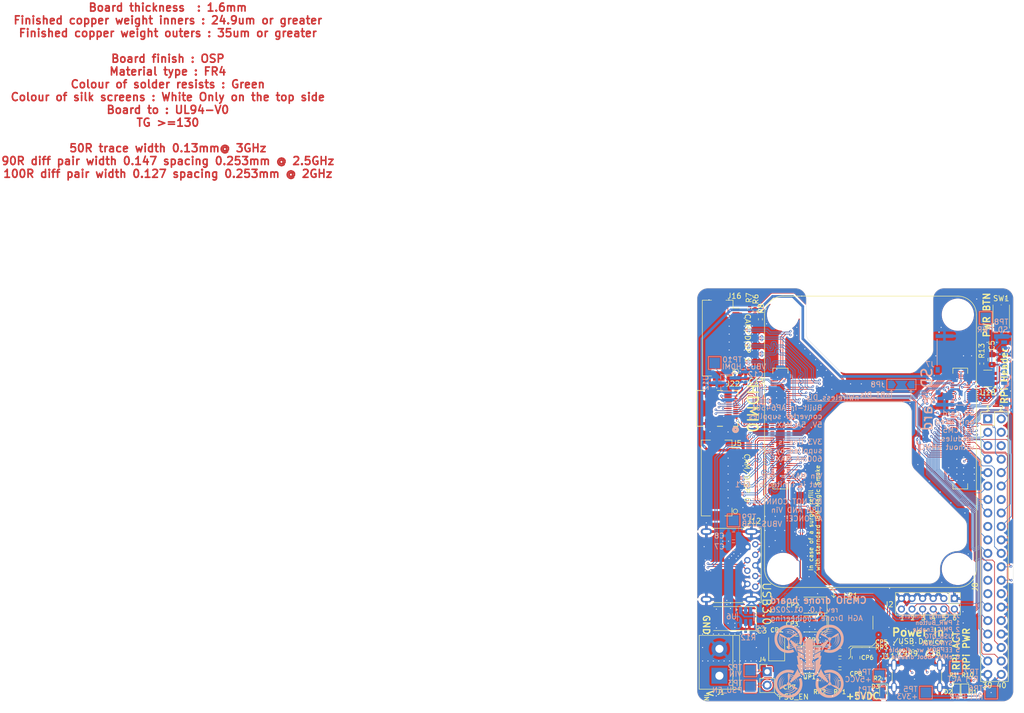
<source format=kicad_pcb>
(kicad_pcb (version 20241229) (generator "pcbnew") (generator_version "9.0")
  (layers (0 "F.Cu" signal) (4 "In1.Cu" power) (6 "In2.Cu" power) (2 "B.Cu" signal) (13 "F.Paste" user) (15 "B.Paste" user) (5 "F.SilkS" user "F.Silkscreen") (7 "B.SilkS" user "B.Silkscreen") (1 "F.Mask" user) (3 "B.Mask" user) (25 "Edge.Cuts" user))
  (net 0 "")
  (net 1 "GND")
  (net 2 "/CM5_GPIO ( Ethernet, GPIO, SDCARD)/VBAT")
  (net 3 "/CM5_HighSpeed/VBUS")
  (net 4 "/CM5_GPIO ( Ethernet, GPIO, SDCARD)/SD_PWR")
  (net 5 "/CM5_HighSpeed/HDMI_5v")
  (net 6 "Net-(D1-K)")
  (net 7 "Net-(D2-K)")
  (net 8 "/CM5_GPIO ( Ethernet, GPIO, SDCARD)/nRPIBOOT")
  (net 9 "/CM5_GPIO ( Ethernet, GPIO, SDCARD)/EEPROM_nWP")
  (net 10 "/CM5_GPIO ( Ethernet, GPIO, SDCARD)/SYNC_OUT")
  (net 11 "/CM5_GPIO ( Ethernet, GPIO, SDCARD)/USBOTG")
  (net 12 "/+3.3v")
  (net 13 "/CM5_GPIO ( Ethernet, GPIO, SDCARD)/PMIC_ENABLE")
  (net 14 "/CM5_GPIO ( Ethernet, GPIO, SDCARD)/PWR_BUT")
  (net 15 "/CM5_GPIO ( Ethernet, GPIO, SDCARD)/WL_nDis")
  (net 16 "/CM5_GPIO ( Ethernet, GPIO, SDCARD)/BT_nDis")
  (net 17 "/+5v")
  (net 18 "/CM5_HighSpeed/DPHY0_D0_N")
  (net 19 "/CM5_HighSpeed/DPHY0_D0_P")
  (net 20 "/CM5_HighSpeed/DPHY0_D1_N")
  (net 21 "/CM5_HighSpeed/DPHY0_D1_P")
  (net 22 "/CM5_HighSpeed/DPHY0_C_N")
  (net 23 "/CM5_HighSpeed/DPHY0_C_P")
  (net 24 "/CM5_HighSpeed/DPHY0_D2_N")
  (net 25 "/CM5_HighSpeed/DPHY0_D2_P")
  (net 26 "/CM5_HighSpeed/DPHY0_D3_N")
  (net 27 "/CM5_HighSpeed/DPHY0_D3_P")
  (net 28 "/CM5_GPIO ( Ethernet, GPIO, SDCARD)/CAM_GPIO0")
  (net 29 "/CM5_GPIO ( Ethernet, GPIO, SDCARD)/CAM_GPIO1")
  (net 30 "/CM5_HighSpeed/SCL0")
  (net 31 "/CM5_HighSpeed/SDA0")
  (net 34 "/CM5_GPIO ( Ethernet, GPIO, SDCARD)/SD_DAT1")
  (net 35 "/CM5_GPIO ( Ethernet, GPIO, SDCARD)/SD_DAT0")
  (net 36 "/CM5_GPIO ( Ethernet, GPIO, SDCARD)/SD_CLK")
  (net 37 "/CM5_GPIO ( Ethernet, GPIO, SDCARD)/SD_CMD")
  (net 38 "/CM5_GPIO ( Ethernet, GPIO, SDCARD)/SD_DAT3")
  (net 39 "/CM5_GPIO ( Ethernet, GPIO, SDCARD)/SD_DAT2")
  (net 40 "/CM5_GPIO ( Ethernet, GPIO, SDCARD)/GPIO2")
  (net 41 "/CM5_GPIO ( Ethernet, GPIO, SDCARD)/GPIO3")
  (net 42 "/CM5_GPIO ( Ethernet, GPIO, SDCARD)/GPIO4")
  (net 43 "/CM5_GPIO ( Ethernet, GPIO, SDCARD)/GPIO14")
  (net 44 "/CM5_GPIO ( Ethernet, GPIO, SDCARD)/GPIO15")
  (net 45 "/CM5_GPIO ( Ethernet, GPIO, SDCARD)/GPIO17")
  (net 46 "/CM5_GPIO ( Ethernet, GPIO, SDCARD)/GPIO18")
  (net 47 "/CM5_GPIO ( Ethernet, GPIO, SDCARD)/GPIO27")
  (net 48 "/CM5_GPIO ( Ethernet, GPIO, SDCARD)/GPIO22")
  (net 49 "/CM5_GPIO ( Ethernet, GPIO, SDCARD)/GPIO23")
  (net 50 "/CM5_GPIO ( Ethernet, GPIO, SDCARD)/GPIO24")
  (net 51 "/CM5_GPIO ( Ethernet, GPIO, SDCARD)/GPIO10")
  (net 52 "/CM5_GPIO ( Ethernet, GPIO, SDCARD)/GPIO9")
  (net 53 "/CM5_GPIO ( Ethernet, GPIO, SDCARD)/GPIO25")
  (net 54 "/CM5_GPIO ( Ethernet, GPIO, SDCARD)/GPIO11")
  (net 55 "/CM5_GPIO ( Ethernet, GPIO, SDCARD)/GPIO8")
  (net 56 "/CM5_GPIO ( Ethernet, GPIO, SDCARD)/GPIO7")
  (net 57 "/CM5_GPIO ( Ethernet, GPIO, SDCARD)/GPIO5")
  (net 58 "/CM5_GPIO ( Ethernet, GPIO, SDCARD)/GPIO6")
  (net 59 "/CM5_GPIO ( Ethernet, GPIO, SDCARD)/GPIO12")
  (net 60 "/CM5_GPIO ( Ethernet, GPIO, SDCARD)/GPIO13")
  (net 61 "/CM5_GPIO ( Ethernet, GPIO, SDCARD)/GPIO19")
  (net 62 "/CM5_GPIO ( Ethernet, GPIO, SDCARD)/GPIO16")
  (net 63 "/CM5_GPIO ( Ethernet, GPIO, SDCARD)/GPIO26")
  (net 64 "/CM5_GPIO ( Ethernet, GPIO, SDCARD)/GPIO20")
  (net 65 "/CM5_GPIO ( Ethernet, GPIO, SDCARD)/GPIO21")
  (net 66 "/CC1")
  (net 67 "/USB2_P")
  (net 68 "/USB2_N")
  (net 70 "/CC2")
  (net 72 "/CM5_HighSpeed/USB3-0-D_N")
  (net 73 "/CM5_HighSpeed/USB3-0-D_P")
  (net 74 "/CM5_HighSpeed/USB3-0-RX_N")
  (net 75 "/CM5_HighSpeed/USB3-0-RX_P")
  (net 76 "/CM5_HighSpeed/USB3-0-TX_N")
  (net 77 "/CM5_HighSpeed/USB3-0-TX_P")
  (net 78 "/CM5_GPIO ( Ethernet, GPIO, SDCARD)/TACHO")
  (net 79 "/CM5_GPIO ( Ethernet, GPIO, SDCARD)/PWM")
  (net 80 "/CM5_HighSpeed/DPHY1_D0_N")
  (net 81 "/CM5_HighSpeed/DPHY1_D0_P")
  (net 82 "/CM5_HighSpeed/DPHY1_D1_N")
  (net 83 "/CM5_HighSpeed/DPHY1_D1_P")
  (net 84 "/CM5_HighSpeed/DPHY1_C_N")
  (net 85 "/CM5_HighSpeed/DPHY1_C_P")
  (net 86 "/CM5_HighSpeed/DPHY1_D2_N")
  (net 87 "/CM5_HighSpeed/DPHY1_D2_P")
  (net 88 "/CM5_HighSpeed/DPHY1_D3_N")
  (net 89 "/CM5_HighSpeed/DPHY1_D3_P")
  (net 90 "Net-(J16-Pin_17)")
  (net 92 "/CM5_HighSpeed/HDMI0_HOTPLUG")
  (net 93 "/CM5_HighSpeed/HDMI0_SDA")
  (net 94 "/CM5_HighSpeed/HDMI0_SCL")
  (net 95 "/CM5_HighSpeed/HDMI0_CEC")
  (net 96 "/CM5_HighSpeed/HDMI0_CK_N")
  (net 97 "/CM5_HighSpeed/HDMI0_CK_P")
  (net 98 "/CM5_HighSpeed/HDMI0_D0_N")
  (net 99 "/CM5_HighSpeed/HDMI0_D0_P")
  (net 100 "/CM5_HighSpeed/HDMI0_D1_N")
  (net 101 "/CM5_HighSpeed/HDMI0_D1_P")
  (net 102 "/CM5_HighSpeed/HDMI0_D2_N")
  (net 103 "/CM5_HighSpeed/HDMI0_D2_P")
  (net 104 "/CM5_GPIO ( Ethernet, GPIO, SDCARD)/TRD3_P")
  (net 105 "/CM5_GPIO ( Ethernet, GPIO, SDCARD)/TRD1_P")
  (net 106 "/CM5_GPIO ( Ethernet, GPIO, SDCARD)/TRD3_N")
  (net 107 "/CM5_GPIO ( Ethernet, GPIO, SDCARD)/TRD1_N")
  (net 108 "/CM5_GPIO ( Ethernet, GPIO, SDCARD)/TRD2_N")
  (net 109 "/CM5_GPIO ( Ethernet, GPIO, SDCARD)/TRD0_N")
  (net 110 "/CM5_GPIO ( Ethernet, GPIO, SDCARD)/TRD2_P")
  (net 111 "/CM5_GPIO ( Ethernet, GPIO, SDCARD)/TRD0_P")
  (net 112 "Net-(Module1A-LED_nACT)")
  (net 118 "/CM5_GPIO ( Ethernet, GPIO, SDCARD)/SD_PWR_ON")
  (net 119 "/VIN")
  (net 120 "/CM5_GPIO ( Ethernet, GPIO, SDCARD)/nPWR_LED")
  (net 121 "/CM5_HighSpeed/VBUS_EN")
  (net 122 "Net-(U6-ILIM)")
  (net 131 "/PSU/PSU_EN")
  (net 132 "Net-(UP1-BST)")
  (net 133 "Net-(CP5-Pad1)")
  (net 134 "Net-(UP1-COMP)")
  (net 135 "Net-(UP1-SS)")
  (net 136 "Net-(UP1-FB)")
  (net 137 "/PSU/SW")
  (net 139 "Net-(D3-K)")
  (net 140 "/CM5_HighSpeed/SCL1")
  (net 141 "/CM5_HighSpeed/SDA1")
  (footprint "Capacitor_SMD:C_0805_2012Metric" (layer "F.Cu") (at 201.912 81.986 90)
    (property "Reference" "C5")
    (property "Value" "10u")
  )
  (footprint "Capacitor_SMD:C_0402_1005Metric" (layer "F.Cu") (at 155.43 86.05 90)
    (property "Reference" "C13")
    (property "Value" "100n")
  )
  (footprint "CM5IO:Hirose_FH12-22S-0.5SH_1x22-1MP_P0.50mm_Horizontal" (layer "F.Cu") (at 151.554 104.338 -90)
    (property "Reference" "J5")
    (property "Value" "Conn_01x22_Female")
  )
  (footprint "CM5IO:Hirose_FH12-22S-0.5SH_1x22-1MP_P0.50mm_Horizontal" (layer "F.Cu") (at 151.75 77.922 -90)
    (property "Reference" "J16")
    (property "Value" "Conn_01x22_Female")
  )
  (footprint "Connector_PinHeader_2.54mm:PinHeader_2x20_P2.54mm_Vertical" (layer "F.Cu") (at 201.15 93.162)
    (property "Reference" "J8")
    (property "Value" "THD-20-R")
  )
  (footprint "Connector_USB:USB_C_Receptacle_GCT_USB4105-xx-A_16P_TopMnt_Horizontal" (layer "F.Cu") (at 187.761 142.793)
    (property "Reference" "J11")
    (property "Value" "USB_C_Receptacle_USB2.0")
  )
  (footprint "CM5IO:CONN_467651301_MOL" (layer "F.Cu") (at 150.096 91.1945 -90)
    (property "Reference" "J22")
    (property "Value" "46765-1301")
  )
  (footprint "Resistor_SMD:R_0402_1005Metric" (layer "F.Cu") (at 157.208 72.842 -90)
    (property "Reference" "R6")
    (property "Value" "2.2K 1%")
  )
  (footprint "Resistor_SMD:R_0402_1005Metric" (layer "F.Cu") (at 156.192 72.334 90)
    (property "Reference" "R7")
    (property "Value" "2.2K 1%")
  )
  (footprint "Resistor_SMD:R_0402_1005Metric" (layer "F.Cu") (at 158.224 74.366 -90)
    (property "Reference" "R8")
    (property "Value" "2.2K 1%")
  )
  (footprint "Resistor_SMD:R_0402_1005Metric" (layer "F.Cu") (at 187.053 136.342)
    (property "Reference" "R9")
    (property "Value" "2.2K 1%")
  )
  (footprint "Capacitor_SMD:C_0805_2012Metric_Pad1.18x1.45mm_HandSolder" (layer "F.Cu") (at 165.1055 134.945)
    (property "Reference" "CP4")
    (property "Value" "100nF")
  )
  (footprint "Connector_USB:USB3_A_Molex_48393-001" (layer "F.Cu") (at 155.762 117.348 -90)
    (property "Reference" "J12")
    (property "Value" "USB3_A")
  )
  (footprint "Capacitor_Tantalum_SMD:CP_EIA-7343-31_Kemet-D" (layer "F.Cu") (at 153.017 130.881 180)
    (property "Reference" "C3")
    (property "Value" "100uF")
  )
  (footprint "LED_SMD:LED_0603_1608Metric" (layer "F.Cu") (at 181.465 144.724 -90)
    (property "Reference" "D3")
    (property "Value" "LED Red")
  )
  (footprint "Inductor_SMD:L_Bourns-SRN8040_8x8.15mm" (layer "F.Cu") (at 175.2655 131.643 90)
    (property "Reference" "LP1")
    (property "Value" "3.6uH")
  )
  (footprint "Connector_Wire:SolderWirePad_1x01_SMD_5x10mm" (layer "F.Cu") (at 152.382 136.342 -90)
    (property "Reference" "H10" (hide yes))
    (property "Value" "GND_SOLDERPOINT")
  )
  (footprint "Capacitor_SMD:C_0402_1005Metric" (layer "F.Cu") (at 190.863 136.342)
    (property "Reference" "C18")
    (property "Value" "100n")
  )
  (footprint "Connector_Wire:SolderWirePad_1x01_SMD_5x10mm" (layer "F.Cu") (at 152.382 141.93 -90)
    (property "Reference" "H9" (hide yes))
    (property "Value" "VIN_SOLDERPOINT")
  )
  (footprint "Capacitor_SMD:C_0805_2012Metric_Pad1.18x1.45mm_HandSolder" (layer "F.Cu") (at 163.685 142.438 180)
    (property "Reference" "CP7")
    (property "Value" "10nF")
  )
  (footprint "Capacitor_SMD:C_0805_2012Metric_Pad1.18x1.45mm_HandSolder" (layer "F.Cu") (at 173.2335 137.231 180)
    (property "Reference" "CP5")
    (property "Value" "2.7nF")
  )
  (footprint "Resistor_SMD:R_0805_2012Metric_Pad1.20x1.40mm_HandSolder" (layer "F.Cu") (at 169.4235 143.327 180)
    (property "Reference" "RP2")
    (property "Value" "22.1K")
  )
  (footprint "Resistor_SMD:R_0805_2012Metric_Pad1.20x1.40mm_HandSolder" (layer "F.Cu") (at 173.2335 139.263)
    (property "Reference" "RP3")
    (property "Value" "15.8K")
  )
  (footprint "Resistor_SMD:R_0805_2012Metric_Pad1.20x1.40mm_HandSolder" (layer "F.Cu") (at 173.2335 143.327 180)
    (property "Reference" "RP1")
    (property "Value" "115K")
  )
  (footprint "Capacitor_Tantalum_SMD:CP_EIA-3528-21_Kemet-B_HandSolder" (layer "F.Cu") (at 168.1535 128.341 180)
    (property "Reference" "CP2")
    (property "Value" "22uF")
  )
  (footprint "Capacitor_SMD:C_0805_2012Metric_Pad1.18x1.45mm_HandSolder" (layer "F.Cu") (at 173.2335 141.295 180)
    (property "Reference" "CP8")
    (property "Value" "OPEN")
  )
  (footprint "Resistor_SMD:R_0402_1005Metric" (layer "F.Cu") (at 181.592 142.184 90)
    (property "Reference" "R2")
    (property "Value" "1k")
  )
  (footprint "Capacitor_Tantalum_SMD:CP_EIA-3528-21_Kemet-B_HandSolder" (layer "F.Cu") (at 161.2955 136.215 90)
    (property "Reference" "CP1")
    (property "Value" "10uF")
  )
  (footprint "Capacitor_SMD:C_0402_1005Metric" (layer "F.Cu") (at 184.981 136.342 180)
    (property "Reference" "C9")
    (property "Value" "100n")
  )
  (footprint "Resistor_SMD:R_0402_1005Metric" (layer "F.Cu") (at 200.007 82.748 -90)
    (property "Reference" "R13")
    (property "Value" "10K 1%")
  )
  (footprint "Connector_PinHeader_2.00mm:PinHeader_2x06_P2.00mm_Vertical" (layer "F.Cu") (at 194.847 127.087 -90)
    (property "Reference" "J2")
    (property "Value" "Conn_02x06_Odd_Even")
  )
  (footprint "Button_Switch_SMD:SW_Push_1P1T_NO_CK_KMR2" (layer "F.Cu") (at 203.69 73.858 90)
    (property "Reference" "SW1")
    (property "Value" "Right angle Tact button")
  )
  (footprint "Capacitor_Tantalum_SMD:CP_EIA-3528-21_Kemet-B_HandSolder" (layer "F.Cu") (at 168.1535 131.897 180)
    (property "Reference" "CP3")
    (property "Value" "22uF")
  )
  (footprint "Capacitor_SMD:C_0805_2012Metric_Pad1.18x1.45mm_HandSolder" (layer "F.Cu") (at 176.2815 138.247 90)
    (property "Reference" "CP6")
    (property "Value" "33pF")
  )
  (footprint "Package_TO_SOT_SMD:SOT-23-5" (layer "F.Cu") (at 201.15 85.542 180)
    (property "Reference" "U18")
    (property "Value" "RT9742GGJ5")
  )
  (footprint "CM5IO:Raspberry-Pi-5-Compute-Module" (layer "F.Cu") (at 195.5 73.5 180)
    (property "Reference" "Module1" (hide yes))
    (property "Value" "ComputeModule5-CM5")
  )
  (footprint "LED_SMD:LED_0603_1608Metric" (layer "F.Cu") (at 195.181 144.724 -90)
    (property "Reference" "D2")
    (property "Value" "LED Green")
  )
  (footprint "LED_SMD:LED_0603_1608Metric" (layer "F.Cu") (at 196.832 144.724 -90)
    (property "Reference" "D1")
    (property "Value" "LED Red")
  )
  (footprint "CM5IO:SOP_AP64501SP-13_DIO" (layer "F.Cu") (at 167.4931 138.628)
    (property "Reference" "UP1")
    (property "Value" "AP64501SP-13")
  )
  (footprint "Connector_PinHeader_2.54mm:PinHeader_1x02_P2.54mm_Vertical" (layer "F.Cu") (at 159.494 140.914)
    (property "Reference" "J4")
    (property "Value" "J_PSU_EN")
  )
  (footprint "Resistor_SMD:R_0402_1005Metric" (layer "F.Cu") (at 197.34 142.565)
    (property "Reference" "R10")
    (property "Value" "1k")
  )
  (footprint "Resistor_SMD:R_0402_1005Metric" (layer "F.Cu") (at 194.673 142.565 180)
    (property "Reference" "R1")
    (property "Value" "1k")
  )
  (footprint "TerminalBlock:TerminalBlock_bornier-2_P5.08mm" (layer "F.Cu") (at 150.477 141.676 90)
    (property "Reference" "J1")
    (property "Value" "POWER TERMINAL")
  )
  (footprint "Capacitor_SMD:C_0402_1005Metric" (layer "B.Cu") (at 155.43 84.78 90)
    (property "Reference" "C12")
    (property "Value" "100n")
  )
  (footprint "Package_TO_SOT_SMD:TSOT-23_HandSoldering" (layer "B.Cu") (at 151.688 86.37 180)
    (property "Reference" "U12")
    (property "Value" "RT9742SNGV")
  )
  (footprint "CM5IO:SDCARD_MOLEX_503398-1892" (layer "B.Cu") (at 198.61 84.018 90)
    (property "Reference" "J7")
    (property "Value" "Micro_SD_Card_Det")
  )
  (footprint "TestPoint:TestPoint_Pad_2.0x2.0mm" (layer "B.Cu") (at 189.466 144.851)
    (property "Reference" "TP5")
    (property "Value" "TP +3V3")
  )
  (footprint "TestPoint:TestPoint_Pad_2.0x2.0mm" (layer "B.Cu") (at 153.144 112.339)
    (property "Reference" "TP9")
    (property "Value" "TP VBUS_USB")
  )
  (footprint "TestPoint:TestPoint_Pad_2.0x2.0mm" (layer "B.Cu") (at 195.181 140.092801)
    (property "Reference" "TP7")
    (property "Value" "TP nACT")
  )
  (footprint "TestPoint:TestPoint_Pad_2.0x2.0mm" (layer "B.Cu") (at 201.785 144.851)
    (property "Reference" "TP6")
    (property "Value" "TP nPWR")
  )
  (footprint "TestPoint:TestPoint_Pad_2.0x2.0mm" (layer "B.Cu") (at 200.769 74.112)
    (property "Reference" "TP8")
    (property "Value" "TP SD_PWR")
  )
  (footprint "Capacitor_SMD:C_0805_2012Metric" (layer "B.Cu") (at 153.144 115.26 180)
    (property "Reference" "C8")
    (property "Value" "10u")
  )
  (footprint "TestPoint:TestPoint_Pad_2.0x2.0mm" (layer "B.Cu") (at 180.703 144.921)
    (property "Reference" "TP1")
    (property "Value" "TP GND")
  )
  (footprint "Capacitor_SMD:C_0805_2012Metric" (layer "B.Cu") (at 158.224 130.246 90)
    (property "Reference" "C2")
    (property "Value" "10u")
  )
  (footprint "TestPoint:TestPoint_Pad_2.0x2.0mm" (layer "B.Cu") (at 180.703 141.619)
    (property "Reference" "TP4")
    (property "Value" "TP +5VCC")
  )
  (footprint "Jumper:SolderJumper-3_P2.0mm_Open_TrianglePad1.0x1.5mm" (layer "B.Cu") (at 184.832001 86.702001 180)
    (property "Reference" "JP8")
    (property "Value" "BT_WIFI_DISABLE")
  )
  (footprint "Package_TO_SOT_SMD:SOT-23-6" (layer "B.Cu") (at 155.43 130.5 -90)
    (property "Reference" "U6")
    (property "Value" "AP22653W6")
  )
  (footprint "Capacitor_SMD:C_0805_2012Metric" (layer "B.Cu") (at 153.144 117.292 180)
    (property "Reference" "C7")
    (property "Value" "10u")
  )
  (footprint "TestPoint:TestPoint_Pad_2.0x2.0mm" (layer "B.Cu") (at 149.588 82.621)
    (property "Reference" "TP10")
    (property "Value" "TP VBUS_HDMI")
  )
  (footprint "TestPoint:TestPoint_Pad_2.0x2.0mm" (layer "B.Cu") (at 156.319 140.66)
    (property "Reference" "TP2")
    (property "Value" "TP VIN")
  )
  (footprint "TestPoint:TestPoint_Pad_2.0x2.0mm" (layer "B.Cu") (at 156.319 143.708)
    (property "Reference" "TP3")
    (property "Value" "TP PSU_EN")
  )
  (footprint "Resistor_SMD:R_0402_1005Metric" (layer "B.Cu") (at 155.938 133.294)
    (property "Reference" "R12")
    (property "Value" "15K 1%")
  )
  (gr_line (start 175.242 136.723) (end 175.242 138.12) (stroke (width 0.12)) (layer "F.SilkS"))
  (gr_line (start 175.623 136.342) (end 175.242 136.723) (stroke (width 0.12)) (layer "F.SilkS"))
  (gr_line (start 175.242 138.12) (end 174.861 138.501) (stroke (width 0.12)) (layer "F.SilkS"))
  (gr_line (start 172.067 126.89) (end 172.467 126.49) (stroke (width 0.12)) (layer "F.SilkS"))
  (gr_line (start 177.401 136.342) (end 175.623 136.342) (stroke (width 0.12)) (layer "F.SilkS"))
  (gr_line (start 172.067 125.6105) (end 172.067 126.89) (stroke (width 0.12)) (layer "F.SilkS"))
  (gr_line (start 179.306 136.088) (end 175.242 136.088) (stroke (width 0.12)) (layer "F.SilkS"))
  (gr_line (start 161.653 145.613) (end 160.874 144.834) (stroke (width 0.12)) (layer "F.SilkS"))
  (gr_line (start 175.242 136.088) (end 174.861 136.469) (stroke (width 0.12)) (layer "F.SilkS"))
  (gr_line (start 172.067 125.6105) (end 168.406213 121.949713) (stroke (width 0.12)) (layer "F.SilkS"))
  (gr_line (start 179.941 136.342) (end 177.401 136.342) (stroke (width 0.12)) (layer "F.SilkS"))
  (gr_line (start 172.067 126.89) (end 171.667 126.49) (stroke (width 0.12)) (layer "F.SilkS"))
  (gr_line (start 179.941 135.453) (end 179.306 136.088) (stroke (width 0.12)) (layer "F.SilkS"))
  (gr_poly (pts (xy 165.693691 136.650804) (xy 166.234455 136.652539) (xy 166.310499 137.106352) (xy 166.364328 137.43034) (xy 166.386962 137.572019) (xy 166.38698 137.573224) (xy 166.386945 137.57439) (xy 166.386861 137.575513) (xy 166.386728 137.576585) (xy 166.386551 137.577602) (xy 166.38633 137.578557) (xy 166.386069 137.579444) (xy 166.38577 137.580257) (xy 166.385435 137.580992) (xy 166.385068 137.581641) (xy 166.384669 137.582199) (xy 166.384242 137.58266) (xy 166.384019 137.582853) (xy 166.383789 137.583019) (xy 166.383553 137.583158) (xy 166.383312 137.583269) (xy 166.383066 137.583352) (xy 166.382815 137.583405) (xy 166.382559 137.583428) (xy 166.382298 137.583421) (xy 166.333934 137.557955) (xy 166.206002 137.488952) (xy 165.789273 137.262458) (xy 165.789273 137.262457) (xy 165.198882 136.939481) (xy 165.198539 136.93858) (xy 165.198022 136.936429) (xy 165.196507 136.928637) (xy 165.194421 136.91663) (xy 165.191848 136.900932) (xy 165.185578 136.86056) (xy 165.17837 136.811711) (xy 165.164527 136.71773) (xy 165.159472 136.684873) (xy 165.156614 136.667737) (xy 165.152926 136.649069)) (fill yes) (layer "B.SilkS"))
  (gr_line (start 186.889401 88.073601) (end 186.635401 87.819601) (stroke (width 0.12)) (layer "B.SilkS"))
  (gr_poly (pts (xy 166.570258 137.191019) (xy 166.56853 138.146059) (xy 166.520345 137.865516) (xy 166.406925 137.191019) (xy 166.406923 137.191018) (xy 166.247047 136.235979) (xy 166.408653 136.235979) (xy 166.570258 136.235979)) (fill yes) (layer "B.SilkS"))
  (gr_line (start 186.381401 88.073601) (end 186.635401 87.819601) (stroke (width 0.12)) (layer "B.SilkS"))
  (gr_poly (pts (xy 163.496001 132.066401) (xy 163.561121 132.068487) (xy 163.626399 132.07158) (xy 163.688922 132.075607) (xy 163.745776 132.080499) (xy 163.815867 132.088347) (xy 163.888067 132.098015) (xy 163.960923 132.109237) (xy 164.032986 132.121745) (xy 164.102802 132.135275) (xy 164.16892 132.149559) (xy 164.229889 132.164331) (xy 164.284256 132.179325) (xy 164.349748 132.199314) (xy 164.407948 132.218085) (xy 164.452563 132.233542) (xy 164.467808 132.239372) (xy 164.477297 132.243589) (xy 164.481631 132.245665) (xy 164.487479 132.248174) (xy 164.494583 132.25102) (xy 164.502686 132.254107) (xy 164.511531 132.25734) (xy 164.520862 132.260623) (xy 164.53042 132.263859) (xy 164.53995 132.266953) (xy 164.549134 132.269993) (xy 164.557703 132.273075) (xy 164.565467 132.276114) (xy 164.57224 132.279023) (xy 164.577835 132.28172) (xy 164.580131 132.282961) (xy 164.582063 132.284117) (xy 164.583606 132.285178) (xy 164.584737 132.286131) (xy 164.585433 132.286968) (xy 164.585611 132.287339) (xy 164.585671 132.287677) (xy 164.585686 132.287996) (xy 164.585732 132.288311) (xy 164.585808 132.288622) (xy 164.585913 132.288927) (xy 164.586046 132.289228) (xy 164.586206 132.289523) (xy 164.586393 132.289812) (xy 164.586606 132.290095) (xy 164.586844 132.290371) (xy 164.587107 132.290639) (xy 164.587393 132.2909) (xy 164.587703 132.291154) (xy 164.588034 132.291398) (xy 164.588387 132.291634) (xy 164.58876 132.291861) (xy 164.589153 132.292078) (xy 164.589566 132.292286) (xy 164.589996 132.292482) (xy 164.590444 132.292668) (xy 164.590909 132.292843) (xy 164.59139 132.293007) (xy 164.591887 132.293158) (xy 164.592398 132.293297) (xy 164.592922 132.293423) (xy 164.59346 132.293536) (xy 164.59401 132.293635) (xy 164.594571 132.293721) (xy 164.595143 132.293791) (xy 164.595725 132.293848) (xy 164.596317 132.293889) (xy 164.596916 132.293914) (xy 164.597524 132.293923) (xy 164.598837 132.293991) (xy 164.600323 132.294183) (xy 164.601963 132.294495) (xy 164.603742 132.294919) (xy 164.605643 132.295449) (xy 164.60765 132.296078) (xy 164.609745 132.296801) (xy 164.611912 132.29761) (xy 164.614135 132.2985) (xy 164.616397 132.299464) (xy 164.618681 132.300495) (xy 164.620971 132.301588) (xy 164.623251 132.302735) (xy 164.625503 132.30393) (xy 164.627711 132.305167) (xy 164.629859 132.30644) (xy 164.634524 132.30913) (xy 164.639938 132.311989) (xy 164.645907 132.314931) (xy 164.652236 132.317867) (xy 164.658732 132.320709) (xy 164.6652 132.323371) (xy 164.671445 132.325764) (xy 164.677273 132.327801) (xy 164.682821 132.329748) (xy 164.688264 132.331886) (xy 164.693464 132.334144) (xy 164.698282 132.336452) (xy 164.702581 132.33874) (xy 164.704492 132.339856) (xy 164.706222 132.34094) (xy 164.707752 132.341985) (xy 164.709067 132.342981) (xy 164.710147 132.343921) (xy 164.710977 132.344794) (xy 164.711823 132.345682) (xy 164.712952 132.346663) (xy 164.714345 132.347727) (xy 164.715982 132.348863) (xy 164.717845 132.350063) (xy 164.719915 132.351315) (xy 164.722173 132.35261) (xy 164.724601 132.353938) (xy 164.727178 132.355288) (xy 164.729887 132.35665) (xy 164.732708 132.358014) (xy 164.735623 132.359371) (xy 164.738613 132.360709) (xy 164.741658 132.362019) (xy 164.74474 132.363291) (xy 164.747841 132.364514) (xy 164.750961 132.365757) (xy 164.754101 132.367085) (xy 164.760357 132.369948) (xy 164.766442 132.373008) (xy 164.772191 132.376169) (xy 164.777436 132.379335) (xy 164.779817 132.38089) (xy 164.78201 132.38241) (xy 164.783994 132.383884) (xy 164.785748 132.385299) (xy 164.78725 132.386643) (xy 164.788481 132.387904) (xy 164.789793 132.389208) (xy 164.791533 132.390676) (xy 164.793673 132.392292) (xy 164.796184 132.394039) (xy 164.799037 132.395903) (xy 164.802204 132.397867) (xy 164.805655 132.399913) (xy 164.809361 132.402028) (xy 164.813294 132.404193) (xy 164.817425 132.406393) (xy 164.826166 132.410834) (xy 164.830717 132.413042) (xy 164.835351 132.415221) (xy 164.840039 132.417354) (xy 164.844751 132.419425) (xy 164.853935 132.423541) (xy 164.862503 132.427676) (xy 164.870267 132.43172) (xy 164.877041 132.43556) (xy 164.882635 132.439084) (xy 164.884932 132.440693) (xy 164.886863 132.442182) (xy 164.888406 132.443536) (xy 164.889538 132.444741) (xy 164.890234 132.445783) (xy 164.890411 132.446239) (xy 164.890471 132.446649) (xy 164.890531 132.447064) (xy 164.890708 132.447532) (xy 164.891 132.448053) (xy 164.891404 132.448624) (xy 164.891917 132.449244) (xy 164.892535 132.44991) (xy 164.894078 132.451373) (xy 164.89601 132.452998) (xy 164.898306 132.454771) (xy 164.900944 132.456674) (xy 164.9039 132.458692) (xy 164.907151 132.460811) (xy 164.910673 132.463013) (xy 164.914443 132.465284) (xy 164.918437 132.467608) (xy 164.922633 132.469969) (xy 164.927005 132.472352) (xy 164.931532 132.474741) (xy 164.936189 132.47712) (xy 164.945749 132.482119) (xy 164.955393 132.487525) (xy 164.964859 132.493167) (xy 164.973884 132.498874) (xy 164.982204 132.504474) (xy 164.989556 132.509795) (xy 164.995679 132.514666) (xy 164.998197 132.516879) (xy 165.000308 132.518916) (xy 165.002233 132.520833) (xy 165.004202 132.522697) (xy 165.006201 132.524497) (xy 165.008216 132.526224) (xy 165.010232 132.527869) (xy 165.012236 132.529421) (xy 165.014212 132.530871) (xy 165.016146 132.532209) (xy 165.018023 132.533426) (xy 165.019831 132.534512) (xy 165.021553 132.535458) (xy 165.023176 132.536253) (xy 165.024685 132.536888) (xy 165.026065 132.537354) (xy 165.027304 132.53764) (xy 165.028385 132.537738) (xy 165.028901 132.53776) (xy 165.029453 132.537825) (xy 165.030654 132.538081) (xy 165.031974 132.538497) (xy 165.0334 132.539065) (xy 165.034919 132.539775) (xy 165.036518 132.54062) (xy 165.038184 132.541591) (xy 165.039904 132.542678) (xy 165.041664 132.543874) (xy 165.043452 132.545169) (xy 165.045253 132.546556) (xy 165.047056 132.548025) (xy 165.048846 132.549568) (xy 165.050611 132.551176) (xy 165.052338 132.552841) (xy 165.054013 132.554554) (xy 165.055673 132.556269) (xy 165.057356 132.557939) (xy 165.059049 132.559554) (xy 165.060741 132.561107) (xy 165.062421 132.562589) (xy 165.064076 132.563991) (xy 165.065696 132.565304) (xy 165.067268 132.566519) (xy 165.068781 132.567627) (xy 165.070223 132.56862) (xy 165.071583 132.56949) (xy 165.072849 132.570226) (xy 165.074009 132.570821) (xy 165.075051 132.571266) (xy 165.075965 132.571551) (xy 165.076737 132.571669) (xy 165.077123 132.571719) (xy 165.07758 132.571838) (xy 165.078698 132.572277) (xy 165.080073 132.572971) (xy 165.081686 132.573906) (xy 165.083518 132.575069) (xy 165.085552 132.576446) (xy 165.087768 132.578022) (xy 165.090148 132.579783) (xy 165.092674 132.581716) (xy 165.095328 132.583807) (xy 165.098089 132.586042) (xy 165.100941 132.588406) (xy 165.103864 132.590885) (xy 165.106841 132.593467) (xy 165.109851 132.596136) (xy 165.112878 132.598879) (xy 165.118869 132.60429) (xy 165.124635 132.609347) (xy 165.130039 132.613939) (xy 165.13494 132.617954) (xy 165.1392 132.621281) (xy 165.14268 132.623809) (xy 165.144084 132.624738) (xy 165.145241 132.625426) (xy 165.146134 132.625859) (xy 165.146745 132.626022) (xy 165.147024 132.626078) (xy 165.147396 132.62622) (xy 165.148408 132.626756) (xy 165.14976 132.627611) (xy 165.15143 132.628769) (xy 165.153397 132.630212) (xy 165.155639 132.631922) (xy 165.160865 132.636076) (xy 165.166934 132.641093) (xy 165.173677 132.646833) (xy 165.180922 132.653157) (xy 165.188498 132.659926) (xy 165.196202 132.666761) (xy 165.203817 132.673275) (xy 165.211144 132.679316) (xy 165.217987 132.68473) (xy 165.224149 132.689366) (xy 165.229432 132.693071) (xy 165.231683 132.694526) (xy 165.23364 132.695692) (xy 165.235279 132.696549) (xy 165.236574 132.697079) (xy 165.237158 132.697292) (xy 165.237789 132.697573) (xy 165.239191 132.698328) (xy 165.240762 132.699328) (xy 165.242487 132.700557) (xy 165.244348 132.702) (xy 165.246329 132.703641) (xy 165.248413 132.705465) (xy 165.250584 132.707456) (xy 165.252825 132.709598) (xy 165.255119 132.711876) (xy 165.257449 132.714274) (xy 165.2598 132.716777) (xy 165.262154 132.719369) (xy 165.264494 132.722034) (xy 165.266805 132.724756) (xy 165.269068 132.727521) (xy 165.271312 132.730268) (xy 165.273563 132.732937) (xy 165.278029 132.73799) (xy 165.282351 132.74257) (xy 165.28442 132.744647) (xy 165.28641 132.746564) (xy 165.288304 132.748308) (xy 165.290089 132.749863) (xy 165.291749 132.751218) (xy 165.293271 132.752357) (xy 165.294639 132.753267) (xy 165.295838 132.753934) (xy 165.296855 132.754345) (xy 165.29729 132.754449) (xy 165.297674 132.754485) (xy 165.299785 132.755268) (xy 165.303214 132.757558) (xy 165.313685 132.766294) (xy 165.328412 132.779971) (xy 165.346719 132.797864) (xy 165.391372 132.843405) (xy 165.442241 132.89713) (xy 165.49392 132.953251) (xy 165.541007 133.005979) (xy 165.578099 133.049525) (xy 165.591207 133.066047) (xy 165.59979 133.078103) (xy 165.602223 133.081875) (xy 165.604643 133.085528) (xy 165.606986 133.088972) (xy 165.609189 133.092117) (xy 165.611188 133.094875) (xy 165.612919 133.097155) (xy 165.614318 133.098868) (xy 165.614873 133.099484) (xy 165.615321 133.099925) (xy 165.618945 133.103951) (xy 165.624996 133.11161) (xy 165.642951 133.135774) (xy 165.692244 133.205128) (xy 165.740282 133.275167) (xy 165.756669 133.300186) (xy 165.761701 133.3084) (xy 165.764148 133.313068) (xy 165.764877 133.31487) (xy 165.765687 133.316661) (xy 165.766571 133.318429) (xy 165.767519 133.320164) (xy 165.768523 133.321855) (xy 165.769574 133.323491) (xy 165.770664 133.32506) (xy 165.771784 133.326553) (xy 165.772925 133.327957) (xy 165.77408 133.329262) (xy 165.775239 133.330458) (xy 165.776395 133.331533) (xy 165.777537 133.332475) (xy 165.778659 133.333276) (xy 165.779751 133.333922) (xy 165.780805 133.334404) (xy 165.781324 133.33462) (xy 165.781848 133.334871) (xy 165.782377 133.335156) (xy 165.78291 133.335473) (xy 165.783444 133.335823) (xy 165.783981 133.336202) (xy 165.785056 133.337048) (xy 165.786125 133.338) (xy 165.787183 133.339051) (xy 165.788221 133.34019) (xy 165.789232 133.341408) (xy 165.790208 133.342695) (xy 165.791142 133.344043) (xy 165.792027 133.345441) (xy 165.792854 133.34688) (xy 165.793617 133.34835) (xy 165.794307 133.349843) (xy 165.794918 133.351348) (xy 165.795442 133.352857) (xy 165.795996 133.354474) (xy 165.796692 133.356296) (xy 165.798471 133.360477) (xy 165.800697 133.365239) (xy 165.803287 133.370421) (xy 165.806159 133.375862) (xy 165.809229 133.3814) (xy 165.812416 133.386876) (xy 165.815636 133.392127) (xy 165.817199 133.39466) (xy 165.818677 133.397164) (xy 165.820063 133.399625) (xy 165.821351 133.402026) (xy 165.822536 133.404355) (xy 165.823611 133.406596) (xy 165.824572 133.408733) (xy 165.825411 133.410754) (xy 165.826123 133.412642) (xy 165.826703 133.414383) (xy 165.827143 133.415962) (xy 165.82744 133.417364) (xy 165.827586 133.418575) (xy 165.827576 133.419581) (xy 165.827404 133.420365) (xy 165.827255 133.42067) (xy 165.827064 133.420914) (xy 165.826862 133.421125) (xy 165.826682 133.421334) (xy 165.826523 133.421541) (xy 165.826385 133.421743) (xy 165.826269 133.421943) (xy 165.826173 133.422139) (xy 165.826099 133.42233) (xy 165.826044 133.422518) (xy 165.82601 133.422701) (xy 165.825996 133.422879) (xy 165.826002 133.423052) (xy 165.826028 133.423219) (xy 165.826073 133.423381) (xy 165.826137 133.423537) (xy 165.82622 133.423688) (xy 165.826322 133.423831) (xy 165.826443 133.423968) (xy 165.826582 133.424098) (xy 165.826739 133.424221) (xy 165.826914 133.424337) (xy 165.827107 133.424445) (xy 165.827318 133.424544) (xy 165.827546 133.424636) (xy 165.827791 133.424719) (xy 165.828053 133.424793) (xy 165.828332 133.424858) (xy 165.828627 133.424914) (xy 165.828938 133.42496) (xy 165.829266 133.424997) (xy 165.82961 133.425023) (xy 165.829969 133.425039) (xy 165.830344 133.425045) (xy 165.830748 133.425096) (xy 165.831193 133.425247) (xy 165.83168 133.425496) (xy 165.832206 133.42584) (xy 165.832769 133.426276) (xy 165.833368 133.426803) (xy 165.834001 133.427418) (xy 165.834667 133.428118) (xy 165.836089 133.429763) (xy 165.837621 133.43172) (xy 165.83925 133.433967) (xy 165.840962 133.436485) (xy 165.842745 133.439255) (xy 165.844586 133.442255) (xy 165.84647 133.445467) (xy 165.848385 133.448869) (xy 165.850318 133.452443) (xy 165.852255 133.456168) (xy 165.854184 133.460024) (xy 165.85609 133.463991) (xy 165.859877 133.471884) (xy 165.863612 133.479381) (xy 165.867197 133.486308) (xy 165.870538 133.492492) (xy 165.873537 133.49776) (xy 165.876099 133.501937) (xy 165.878128 133.504849) (xy 165.878912 133.505778) (xy 165.879527 133.506325) (xy 165.879813 133.506556) (xy 165.880143 133.506898) (xy 165.880927 133.507904) (xy 165.88187 133.509317) (xy 165.882957 133.511114) (xy 165.884178 133.51327) (xy 165.885521 133.51576) (xy 165.888522 133.521649) (xy 165.891865 133.528586) (xy 165.895453 133.536376) (xy 165.899191 133.544825) (xy 165.902982 133.553738) (xy 165.906911 133.562997) (xy 165.911045 133.572436) (xy 165.919432 133.590801) (xy 165.923437 133.599198) (xy 165.927151 133.606721) (xy 165.930449 133.613104) (xy 165.933209 133.618085) (xy 165.934533 133.620488) (xy 165.936045 133.62348) (xy 165.939562 133.631052) (xy 165.943623 133.640454) (xy 165.948087 133.651338) (xy 165.952815 133.663357) (xy 165.957668 133.676163) (xy 165.962506 133.689411) (xy 165.967189 133.702751) (xy 165.976708 133.729874) (xy 165.986282 133.756155) (xy 165.994798 133.778594) (xy 165.998311 133.787436) (xy 166.001142 133.794192) (xy 166.003615 133.800152) (xy 166.006105 133.806716) (xy 166.008544 133.813666) (xy 166.010864 133.820787) (xy 166.012999 133.827866) (xy 166.01488 133.834685) (xy 166.016439 133.84103) (xy 166.017609 133.846685) (xy 166.018114 133.849272) (xy 166.01867 133.851787) (xy 166.019273 133.854216) (xy 166.019915 133.856547) (xy 166.020593 133.858766) (xy 166.021299 133.860861) (xy 166.022028 133.862818) (xy 166.022775 133.864624) (xy 166.023534 133.866266) (xy 166.024299 133.867732) (xy 166.025064 133.869008) (xy 166.025824 133.870081) (xy 166.026574 133.870938) (xy 166.027306 133.871566) (xy 166.027664 133.871791) (xy 166.028016 133.871953) (xy 166.028361 133.872052) (xy 166.028698 133.872085) (xy 166.02903 133.872107) (xy 166.029358 133.872173) (xy 166.029681 133.872281) (xy 166.029998 133.872431) (xy 166.030311 133.87262) (xy 166.030617 133.87285) (xy 166.030917 133.873117) (xy 166.03121 133.873421) (xy 166.031497 133.873761) (xy 166.031775 133.874136) (xy 166.032046 133.874545) (xy 166.032308 133.874987) (xy 166.032562 133.87546) (xy 166.032806 133.875964) (xy 166.033041 133.876497) (xy 166.033266 133.877059) (xy 166.03348 133.877648) (xy 166.033683 133.878263) (xy 166.033876 133.878903) (xy 166.034056 133.879568) (xy 166.034225 133.880255) (xy 166.034381 133.880964) (xy 166.034524 133.881694) (xy 166.034653 133.882443) (xy 166.034769 133.883211) (xy 166.034871 133.883997) (xy 166.034959 133.884799) (xy 166.035031 133.885617) (xy 166.035088 133.886448) (xy 166.035129 133.887293) (xy 166.035154 133.88815) (xy 166.035163 133.889018) (xy 166.035202 133.890743) (xy 166.035316 133.89242) (xy 166.035501 133.894039) (xy 166.035755 133.895593) (xy 166.036071 133.897072) (xy 166.036448 133.898469) (xy 166.036881 133.899773) (xy 166.037366 133.900977) (xy 166.037899 133.902072) (xy 166.038476 133.903049) (xy 166.039094 133.9039) (xy 166.039749 133.904615) (xy 166.040437 133.905187) (xy 166.040792 133.905416) (xy 166.041154 133.905606) (xy 166.041522 133.905755) (xy 166.041895 133.905864) (xy 166.042274 133.905929) (xy 166.042658 133.905951) (xy 166.043037 133.905965) (xy 166.043401 133.906004) (xy 166.04375 133.906069) (xy 166.044084 133.906159) (xy 166.044402 133.906273) (xy 166.044704 133.90641) (xy 166.044991 133.906571) (xy 166.045261 133.906753) (xy 166.045514 133.906957) (xy 166.045751 133.907182) (xy 166.045971 133.907428) (xy 166.046173 133.907693) (xy 166.046359 133.907977) (xy 166.046526 133.908279) (xy 166.046676 133.908599) (xy 166.046807 133.908936) (xy 166.046921 133.909289) (xy 166.047015 133.909658) (xy 166.047091 133.910043) (xy 166.047148 133.910441) (xy 166.047185 133.910854) (xy 166.047203 133.911279) (xy 166.047202 133.911717) (xy 166.04718 133.912167) (xy 166.047138 133.912627) (xy 166.047075 133.913099) (xy 166.046992 133.91358) (xy 166.046888 133.914071) (xy 166.046763 133.91457) (xy 166.046616 133.915076) (xy 166.046448 133.915591) (xy 166.046258 133.916111) (xy 166.04589 133.917146) (xy 166.045587 133.918152) (xy 166.045351 133.919124) (xy 166.045179 133.920056) (xy 166.04507 133.920944) (xy 166.045025 133.921782) (xy 166.045043 133.922564) (xy 166.045121 133.923287) (xy 166.045261 133.923944) (xy 166.04546 133.92453) (xy 166.045582 133.924795) (xy 166.045718 133.92504) (xy 166.045869 133.925265) (xy 166.046035 133.92547) (xy 166.046214 133.925652) (xy 166.046408 133.925813) (xy 166.046617 133.92595) (xy 166.046839 133.926064) (xy 166.047075 133.926154) (xy 166.047325 133.926219) (xy 166.047589 133.926258) (xy 166.047867 133.926271) (xy 166.048169 133.92638) (xy 166.048507 133.926702) (xy 166.048878 133.927232) (xy 166.049283 133.927965) (xy 166.050184 133.930018) (xy 166.0512 133.932818) (xy 166.052321 133.936324) (xy 166.053535 133.940492) (xy 166.054832 133.94528) (xy 166.056202 133.950645) (xy 166.059118 133.962937) (xy 166.062196 133.977028) (xy 166.065354 133.992577) (xy 166.068506 134.009245) (xy 166.071945 134.027184) (xy 166.075925 134.046378) (xy 166.080304 134.06623) (xy 166.084939 134.086145) (xy 166.089689 134.105527) (xy 166.09441 134.123781) (xy 166.098961 134.14031) (xy 166.1032 134.154518) (xy 166.107966 134.170761) (xy 166.112463 134.188271) (xy 166.116692 134.207057) (xy 166.120654 134.227129) (xy 166.124352 134.248496) (xy 166.127787 134.271168) (xy 166.130962 134.295155) (xy 166.133876 134.320464) (xy 166.138724 134.361847) (xy 166.143709 134.397903) (xy 166.14607 134.412722) (xy 166.148245 134.424757) (xy 166.150161 134.433524) (xy 166.151744 134.438537) (xy 166.152419 134.440186) (xy 166.153051 134.442143) (xy 166.153637 134.444381) (xy 166.154176 134.446875) (xy 166.154664 134.449601) (xy 166.155101 134.452533) (xy 166.155482 134.455645) (xy 166.155807 134.458914) (xy 166.156073 134.462313) (xy 166.156278 134.465817) (xy 166.156419 134.469402) (xy 166.156495 134.473042) (xy 166.156503 134.476712) (xy 166.15644 134.480386) (xy 166.156305 134.48404) (xy 166.156096 134.487648) (xy 166.155734 134.494615) (xy 166.155628 134.501115) (xy 166.155765 134.507005) (xy 166.15592 134.509677) (xy 166.156131 134.512143) (xy 166.156396 134.514386) (xy 166.156713 134.516387) (xy 166.15708 134.518129) (xy 166.157496 134.519594) (xy 166.15796 134.520764) (xy 166.158469 134.521622) (xy 166.159021 134.52215) (xy 166.159313 134.522284) (xy 166.159616 134.522329) (xy 166.161036 134.527803) (xy 166.162123 134.543281) (xy 166.163374 134.59857) (xy 166.162711 134.766742) (xy 166.158847 134.936008) (xy 166.156095 134.992664) (xy 166.154581 135.009031) (xy 166.153 135.01553) (xy 166.152639 135.015883) (xy 166.15226 135.016459) (xy 166.151455 135.018258) (xy 166.150591 135.020881) (xy 166.149677 135.024278) (xy 166.14872 135.028403) (xy 166.147729 135.033208) (xy 166.145673 135.044669) (xy 166.143574 135.058281) (xy 166.141493 135.073663) (xy 166.139493 135.090436) (xy 166.137639 135.108218) (xy 166.133814 135.14508) (xy 166.12971 135.180354) (xy 166.125821 135.21004) (xy 166.124111 135.221538) (xy 166.122639 135.230138) (xy 166.117755 135.255232) (xy 166.11335 135.276786) (xy 166.109408 135.29486) (xy 166.105914 135.309515) (xy 166.102853 135.320809) (xy 166.100211 135.328802) (xy 166.099042 135.331579) (xy 166.097971 135.333554) (xy 166.096998 135.334733) (xy 166.09612 135.335125) (xy 166.095872 135.335189) (xy 166.095605 135.33538) (xy 166.095319 135.335693) (xy 166.095016 135.336127) (xy 166.094359 135.337342) (xy 166.093642 135.339) (xy 166.092871 135.341074) (xy 166.092052 135.343541) (xy 166.091194 135.346375) (xy 166.090303 135.34955) (xy 166.089385 135.353042) (xy 166.088447 135.356825) (xy 166.087496 135.360874) (xy 166.08654 135.365164) (xy 166.085584 135.36967) (xy 166.084635 135.374367) (xy 166.083702 135.379229) (xy 166.082789 135.384232) (xy 166.077855 135.410794) (xy 166.072895 135.434953) (xy 166.067817 135.457046) (xy 166.062526 135.477408) (xy 166.05693 135.496378) (xy 166.050936 135.51429) (xy 166.04445 135.531483) (xy 166.03738 135.548293) (xy 166.033469 135.557528) (xy 166.029203 135.568289) (xy 166.02472 135.580187) (xy 166.020156 135.592833) (xy 166.01565 135.605839) (xy 166.011339 135.618814) (xy 166.00736 135.631371) (xy 166.003852 135.64312) (xy 165.993282 135.678832) (xy 165.982884 135.712046) (xy 165.972883 135.742151) (xy 165.963504 135.768538) (xy 165.954972 135.790595) (xy 165.947515 135.807713) (xy 165.944259 135.814229) (xy 165.941356 135.819281) (xy 165.938835 135.822793) (xy 165.936723 135.824689) (xy 165.936214 135.824986) (xy 165.935711 135.825302) (xy 165.934727 135.825991) (xy 165.933777 135.826746) (xy 165.932865 135.827562) (xy 165.931996 135.82843) (xy 165.931177 135.829343) (xy 165.930411 135.830294) (xy 165.929704 135.831274) (xy 165.929062 135.832277) (xy 165.928488 135.833295) (xy 165.927988 135.83432) (xy 165.927568 135.835345) (xy 165.927233 135.836363) (xy 165.927098 135.836866) (xy 165.926987 135.837365) (xy 165.926899 135.837859) (xy 165.926835 135.838346) (xy 165.926797 135.838825) (xy 165.926784 135.839296) (xy 165.926761 135.839774) (xy 165.926694 135.840276) (xy 165.926583 135.8408) (xy 165.926429 135.841345) (xy 165.926234 135.84191) (xy 165.925999 135.842492) (xy 165.925412 135.843706) (xy 165.924677 135.844978) (xy 165.923804 135.846296) (xy 165.922801 135.84765) (xy 165.921677 135.849029) (xy 165.920441 135.850424) (xy 165.919102 135.851823) (xy 165.917668 135.853217) (xy 165.91615 135.854594) (xy 165.914555 135.855944) (xy 165.912893 135.857257) (xy 165.911172 135.858522) (xy 165.909402 135.85973) (xy 165.906461 135.86163) (xy 165.903798 135.863269) (xy 165.901355 135.864641) (xy 165.900198 135.865226) (xy 165.899075 135.865744) (xy 165.897979 135.866192) (xy 165.896902 135.866572) (xy 165.895837 135.866882) (xy 165.894777 135.867121) (xy 165.893715 135.867291) (xy 165.892644 135.867388) (xy 165.891557 135.867415) (xy 165.890447 135.867369) (xy 165.889306 135.86725) (xy 165.888127 135.867058) (xy 165.886904 135.866792) (xy 165.885629 135.866451) (xy 165.884294 135.866036) (xy 165.882894 135.865546) (xy 165.88142 135.86498) (xy 165.879866 135.864337) (xy 165.876488 135.86282) (xy 165.872702 135.860991) (xy 165.868453 135.858846) (xy 165.863681 135.856381) (xy 165.85792 135.853332) (xy 165.852411 135.850316) (xy 165.847286 135.847412) (xy 165.842673 135.844698) (xy 165.838704 135.842252) (xy 165.835508 135.840152) (xy 165.833215 135.838476) (xy 165.832449 135.837822) (xy 165.831957 135.837304) (xy 165.829729 135.835344) (xy 165.825342 135.832361) (xy 165.810454 135.823515) (xy 165.788019 135.811146) (xy 165.758766 135.795635) (xy 165.723421 135.777362) (xy 165.682713 135.756707) (xy 165.637369 135.734051) (xy 165.588117 135.709775) (xy 165.547986 135.689853) (xy 165.514701 135.672702) (xy 165.487791 135.658026) (xy 165.466789 135.645529) (xy 165.458356 135.640005) (xy 165.451225 135.634914) (xy 165.445336 135.63022) (xy 165.440632 135.625885) (xy 165.437052 135.621873) (xy 165.43454 135.618147) (xy 165.433035 135.614669) (xy 165.432481 135.611402) (xy 165.43249 135.611139) (xy 165.432533 135.610848) (xy 165.432609 135.610531) (xy 165.432717 135.610187) (xy 165.433024 135.609427) (xy 165.433449 135.608576) (xy 165.433984 135.607643) (xy 165.434624 135.606637) (xy 165.435362 135.605567) (xy 165.436191 135.604441) (xy 165.437105 135.603268) (xy 165.438097 135.602057) (xy 165.43916 135.600816) (xy 165.440288 135.599554) (xy 165.441474 135.598279) (xy 165.442713 135.597001) (xy 165.443996 135.595728) (xy 165.445318 135.594469) (xy 165.446729 135.593058) (xy 165.448275 135.591342) (xy 165.449939 135.589343) (xy 165.451705 135.587085) (xy 165.45356 135.584592) (xy 165.455487 135.581887) (xy 165.457471 135.578995) (xy 165.459496 135.575938) (xy 165.463609 135.569425) (xy 165.467704 135.562539) (xy 165.469706 135.559015) (xy 165.471657 135.555468) (xy 165.473542 135.551922) (xy 165.475345 135.548401) (xy 165.483842 135.529174) (xy 165.49454 135.501639) (xy 165.506412 135.468859) (xy 165.518432 135.433895) (xy 165.529572 135.399809) (xy 165.538805 135.369662) (xy 165.545106 135.346515) (xy 165.546836 135.338524) (xy 165.547447 135.333431) (xy 165.547484 135.332224) (xy 165.547594 135.33105) (xy 165.547773 135.329917) (xy 165.548017 135.328829) (xy 165.548322 135.327793) (xy 165.548685 135.326816) (xy 165.549101 135.325903) (xy 165.549568 135.32506) (xy 165.55008 135.324294) (xy 165.550635 135.32361) (xy 165.551229 135.323014) (xy 165.551539 135.322752) (xy 165.551858 135.322513) (xy 165.552184 135.3223) (xy 165.552518 135.322113) (xy 165.552858 135.321953) (xy 165.553205 135.32182) (xy 165.553558 135.321715) (xy 165.553916 135.32164) (xy 165.554279 135.321594) (xy 165.554646 135.321578) (xy 165.555009 135.32157) (xy 165.555356 135.321544) (xy 165.555688 135.321503) (xy 165.556005 135.321445) (xy 165.556306 135.321373) (xy 165.556592 135.321285) (xy 165.556861 135.321182) (xy 165.557115 135.321065) (xy 165.557351 135.320935) (xy 165.557572 135.320791) (xy 165.557775 135.320634) (xy 165.557962 135.320464) (xy 165.558131 135.320283) (xy 165.558283 135.320089) (xy 165.558417 135.319885) (xy 165.558533 135.319669) (xy 165.558632 135.319443) (xy 165.558712 135.319207) (xy 165.558774 135.318962) (xy 165.558817 135.318707) (xy 165.558841 135.318443) (xy 165.558846 135.318171) (xy 165.558832 135.317891) (xy 165.558799 135.317603) (xy 165.558746 135.317309) (xy 165.558673 135.317007) (xy 165.558579 135.316699) (xy 165.558466 135.316386) (xy 165.558332 135.316067) (xy 165.558178 135.315742) (xy 165.558003 135.315414) (xy 165.557806 135.315081) (xy 165.557609 135.314732) (xy 165.55743 135.314356) (xy 165.557271 135.313954) (xy 165.55713 135.313528) (xy 165.556904 135.312606) (xy 165.556751 135.311601) (xy 165.55667 135.31052) (xy 165.556659 135.309375) (xy 165.556719 135.308175) (xy 165.556846 135.306929) (xy 165.557041 135.305646) (xy 165.557301 135.304337) (xy 165.557627 135.30301) (xy 165.558016 135.301676) (xy 165.558467 135.300344) (xy 165.558979 135.299023) (xy 165.559551 135.297723) (xy 165.560182 135.296454) (xy 165.563925 135.288159) (xy 165.568054 135.276872) (xy 165.572502 135.262905) (xy 165.577201 135.24657) (xy 165.587083 135.208045) (xy 165.597162 135.163797) (xy 165.606896 135.116322) (xy 165.615747 135.06812) (xy 165.623175 135.021688) (xy 165.62864 134.979525) (xy 165.633194 134.917248) (xy 165.635586 134.838655) (xy 165.635985 134.75055) (xy 165.634566 134.659738) (xy 165.631498 134.573026) (xy 165.626955 134.497217) (xy 165.621109 134.439117) (xy 165.61775 134.418835) (xy 165.61413 134.405532) (xy 165.613405 134.403569) (xy 165.612736 134.401522) (xy 165.612126 134.399409) (xy 165.611576 134.397245) (xy 165.611089 134.395048) (xy 165.610666 134.392833) (xy 165.610309 134.390617) (xy 165.61002 134.388417) (xy 165.609801 134.386249) (xy 165.609654 134.38413) (xy 165.609581 134.382075) (xy 165.609583 134.380103) (xy 165.609663 134.378228) (xy 165.609822 134.376468) (xy 165.610062 134.37484) (xy 165.610386 134.373358) (xy 165.61072 134.371974) (xy 165.610992 134.370628) (xy 165.611201 134.369327) (xy 165.611349 134.36808) (xy 165.611437 134.366892) (xy 165.611466 134.365772) (xy 165.611436 134.364724) (xy 165.611348 134.363758) (xy 165.611204 134.362879) (xy 165.611003 134.362094) (xy 165.610748 134.361412) (xy 165.610438 134.360837) (xy 165.610263 134.360593) (xy 165.610075 134.360378) (xy 165.609874 134.360195) (xy 165.609659 134.360042) (xy 165.609432 134.359922) (xy 165.609192 134.359835) (xy 165.608939 134.359782) (xy 165.608674 134.359765) (xy 165.608398 134.359718) (xy 165.608114 134.35958) (xy 165.607821 134.359353) (xy 165.607522 134.359039) (xy 165.607215 134.35864) (xy 165.606903 134.358159) (xy 165.606586 134.357598) (xy 165.606264 134.356959) (xy 165.605608 134.355456) (xy 165.604941 134.35367) (xy 165.604267 134.351618) (xy 165.603593 134.349319) (xy 165.602923 134.34679) (xy 165.602262 134.344051) (xy 165.601615 134.341119) (xy 165.600988 134.338012) (xy 165.600385 134.334749) (xy 165.599811 134.331348) (xy 165.599272 134.327827) (xy 165.598772 134.324205) (xy 165.591965 134.281288) (xy 165.582068 134.231972) (xy 165.569586 134.17812) (xy 165.555019 134.121591) (xy 165.538869 134.064249) (xy 165.52164 134.007953) (xy 165.503833 133.954567) (xy 165.48595 133.905951) (xy 165.477128 133.884159) (xy 165.467342 133.861612) (xy 165.456627 133.838372) (xy 165.445022 133.814504) (xy 165.41929 133.765138) (xy 165.390442 133.714024) (xy 165.358778 133.661671) (xy 165.324595 133.60859) (xy 165.288193 133.555291) (xy 165.249868 133.502282) (xy 165.233305 133.479586) (xy 165.218357 133.458333) (xy 165.212002 133.448991) (xy 165.206665 133.440904) (xy 165.202553 133.434368) (xy 165.19987 133.429681) (xy 165.198837 133.427775) (xy 165.197647 133.42573) (xy 165.196314 133.423565) (xy 165.194852 133.4213) (xy 165.191599 133.416542) (xy 165.187999 133.411606) (xy 165.184165 133.406642) (xy 165.180211 133.4018) (xy 165.176248 133.397231) (xy 165.1743 133.395095) (xy 165.172391 133.393084) (xy 165.167459 133.387848) (xy 165.160417 133.380157) (xy 165.141317 133.358887) (xy 165.11772 133.332226) (xy 165.092257 133.303125) (xy 165.044966 133.250378) (xy 164.996473 133.199445) (xy 164.947012 133.150534) (xy 164.896813 133.103855) (xy 164.871509 133.081417) (xy 164.846107 133.059615) (xy 164.820637 133.038476) (xy 164.795126 133.018024) (xy 164.769605 132.998287) (xy 164.744103 132.97929) (xy 164.718647 132.961059) (xy 164.693267 132.943621) (xy 164.665638 132.92616) (xy 164.630271 132.905417) (xy 164.590429 132.883119) (xy 164.549378 132.860994) (xy 164.51038 132.840767) (xy 164.476699 132.824166) (xy 164.451599 132.812916) (xy 164.443287 132.809838) (xy 164.438343 132.808746) (xy 164.437909 132.808733) (xy 164.437481 132.808703) (xy 164.437059 132.808657) (xy 164.436643 132.808593) (xy 164.435833 132.808418) (xy 164.435056 132.808183) (xy 164.434316 132.80789) (xy 164.433618 132.807544) (xy 164.432966 132.807147) (xy 164.432364 132.806704) (xy 164.432083 132.806466) (xy 164.431816 132.806218) (xy 164.431564 132.805959) (xy 164.431327 132.805691) (xy 164.431107 132.805415) (xy 164.430902 132.805129) (xy 164.430714 132.804836) (xy 164.430544 132.804534) (xy 164.430392 132.804226) (xy 164.430258 132.80391) (xy 164.430144 132.803588) (xy 164.430049 132.80326) (xy 164.429974 132.802927) (xy 164.42992 132.802589) (xy 164.429887 132.802245) (xy 164.429876 132.801898) (xy 164.429865 132.801551) (xy 164.429834 132.801208) (xy 164.429783 132.80087) (xy 164.429712 132.800537) (xy 164.429622 132.80021) (xy 164.429514 132.79989) (xy 164.429387 132.799575) (xy 164.429243 132.799268) (xy 164.429082 132.798968) (xy 164.428904 132.798676) (xy 164.428711 132.798393) (xy 164.428502 132.798118) (xy 164.428277 132.797852) (xy 164.428039 132.797596) (xy 164.427786 132.79735) (xy 164.42752 132.797114) (xy 164.427241 132.79689) (xy 164.42695 132.796676) (xy 164.426647 132.796475) (xy 164.426332 132.796285) (xy 164.426006 132.796109) (xy 164.42567 132.795945) (xy 164.425325 132.795795) (xy 164.42497 132.795659) (xy 164.424606 132.795537) (xy 164.424233 132.79543) (xy 164.423853 132.795339) (xy 164.423466 132.795263) (xy 164.423072 132.795203) (xy 164.422672 132.79516) (xy 164.422265 132.795133) (xy 164.421854 132.795125) (xy 164.420895 132.795058) (xy 164.419682 132.794862) (xy 164.418234 132.794543) (xy 164.416568 132.794109) (xy 164.414704 132.793565) (xy 164.412659 132.792918) (xy 164.408101 132.791342) (xy 164.40304 132.789435) (xy 164.397621 132.787248) (xy 164.39199 132.784835) (xy 164.386294 132.782248) (xy 164.343666 132.762488) (xy 164.307647 132.746253) (xy 164.276662 132.732944) (xy 164.249138 132.721963) (xy 164.223501 132.712709) (xy 164.198179 132.704585) (xy 164.171598 132.696991) (xy 164.142184 132.689329) (xy 164.104827 132.679602) (xy 164.073181 132.670761) (xy 164.060544 132.666977) (xy 164.050586 132.663781) (xy 164.043727 132.661293) (xy 164.041589 132.660353) (xy 164.040382 132.659636) (xy 164.037431 132.657937) (xy 164.032524 132.656051) (xy 164.025806 132.654003) (xy 164.017426 132.65182) (xy 163.996264 132.647149) (xy 163.970212 132.642246) (xy 163.940444 132.637318) (xy 163.908136 132.632571) (xy 163.874462 132.628213) (xy 163.840595 132.624449) (xy 163.824879 132.622774) (xy 163.810084 132.621035) (xy 163.796543 132.619283) (xy 163.784589 132.617567) (xy 163.774556 132.61594) (xy 163.766777 132.614451) (xy 163.761586 132.613151) (xy 163.760065 132.612587) (xy 163.759316 132.61209) (xy 163.75902 132.611849) (xy 163.758486 132.611588) (xy 163.756731 132.61101) (xy 163.754098 132.610362) (xy 163.750638 132.609651) (xy 163.741434 132.608069) (xy 163.729516 132.606318) (xy 163.715279 132.604454) (xy 163.699121 132.602531) (xy 163.681438 132.600603) (xy 163.662627 132.598727) (xy 163.619414 132.595606) (xy 163.570552 132.593792) (xy 163.517876 132.593244) (xy 163.46322 132.593918) (xy 163.408418 132.595773) (xy 163.355304 132.598766) (xy 163.305712 132.602855) (xy 163.261476 132.607996) (xy 163.219129 132.61429) (xy 163.175246 132.621592) (xy 163.131926 132.62947) (xy 163.091271 132.637493) (xy 163.055381 132.645227) (xy 163.026358 132.65224) (xy 163.006303 132.658099) (xy 163.000294 132.660461) (xy 162.997315 132.662372) (xy 162.996672 132.663075) (xy 162.995894 132.66378) (xy 162.994966 132.66449) (xy 162.993874 132.665209) (xy 162.992605 132.665942) (xy 162.991143 132.666691) (xy 162.989475 132.667461) (xy 162.987586 132.668255) (xy 162.983089 132.669932) (xy 162.977538 132.671753) (xy 162.970818 132.673747) (xy 162.962816 132.675946) (xy 162.953417 132.678379) (xy 162.942508 132.681076) (xy 162.929973 132.68407) (xy 162.915699 132.687388) (xy 162.881478 132.695124) (xy 162.83893 132.704527) (xy 162.829468 132.706835) (xy 162.819139 132.709764) (xy 162.808278 132.713195) (xy 162.797218 132.717008) (xy 162.786291 132.721083) (xy 162.775832 132.725301) (xy 162.766174 132.729543) (xy 162.75765 132.733688) (xy 162.74949 132.7378) (xy 162.740875 132.741946) (xy 162.732066 132.746014) (xy 162.723322 132.74989) (xy 162.714905 132.753462) (xy 162.707073 132.756616) (xy 162.700088 132.75924) (xy 162.694209 132.761221) (xy 162.691622 132.76205) (xy 162.689107 132.76291) (xy 162.686678 132.763796) (xy 162.684347 132.764699) (xy 162.682128 132.765614) (xy 162.680033 132.766534) (xy 162.678076 132.767451) (xy 162.67627 132.76836) (xy 162.674628 132.769252) (xy 162.673162 132.770122) (xy 162.671886 132.770962) (xy 162.670813 132.771766) (xy 162.669956 132.772527) (xy 162.669327 132.773238) (xy 162.668941 132.773892) (xy 162.668842 132.774196) (xy 162.668809 132.774483) (xy 162.668783 132.774765) (xy 162.668708 132.775054) (xy 162.668583 132.775348) (xy 162.668411 132.775648) (xy 162.668192 132.775952) (xy 162.667928 132.776261) (xy 162.66762 132.776573) (xy 162.66727 132.776888) (xy 162.666878 132.777206) (xy 162.666446 132.777525) (xy 162.665975 132.777845) (xy 162.665466 132.778166) (xy 162.664921 132.778487) (xy 162.664341 132.778808) (xy 162.66308 132.779444) (xy 162.661693 132.780071) (xy 162.66019 132.780683) (xy 162.658582 132.781276) (xy 162.656878 132.781845) (xy 162.655089 132.782385) (xy 162.653223 132.782892) (xy 162.651292 132.78336) (xy 162.649306 132.783786) (xy 162.64727 132.784231) (xy 162.645197 132.78476) (xy 162.6431 132.785364) (xy 162.640995 132.786038) (xy 162.638896 132.786774) (xy 162.636818 132.787565) (xy 162.634776 132.788405) (xy 162.632785 132.789287) (xy 162.630859 132.790204) (xy 162.629013 132.791149) (xy 162.627262 132.792116) (xy 162.625621 132.793098) (xy 162.624105 132.794088) (xy 162.622728 132.795079) (xy 162.621505 132.796064) (xy 162.620451 132.797036) (xy 162.619405 132.798012) (xy 162.618204 132.799007) (xy 162.616862 132.800014) (xy 162.615393 132.801025) (xy 162.613812 132.802034) (xy 162.612133 132.803033) (xy 162.610369 132.804015) (xy 162.608535 132.804973) (xy 162.606644 132.805901) (xy 162.604711 132.80679) (xy 162.60275 132.807634) (xy 162.600775 132.808425) (xy 162.5988 132.809158) (xy 162.596839 132.809823) (xy 162.594906 132.810415) (xy 162.593016 132.810926) (xy 162.591127 132.811434) (xy 162.5892 132.812019) (xy 162.587249 132.812673) (xy 162.585288 132.81339) (xy 162.58333 132.814162) (xy 162.58139 132.814983) (xy 162.57948 132.815846) (xy 162.577616 132.816743) (xy 162.575811 132.817669) (xy 162.574079 132.818615) (xy 162.572433 132.819576) (xy 162.570888 132.820545) (xy 162.569457 132.821514) (xy 162.568155 132.822476) (xy 162.566995 132.823425) (xy 162.56599 132.824355) (xy 162.564896 132.825326) (xy 162.563474 132.826398) (xy 162.561746 132.827562) (xy 162.559735 132.828804) (xy 162.557464 132.830115) (xy 162.554955 132.831484) (xy 162.552232 132.832899) (xy 162.549316 132.834349) (xy 162.54623 132.835823) (xy 162.542998 132.837311) (xy 162.536183 132.840282) (xy 162.532645 132.841743) (xy 162.529051 132.843173) (xy 162.525424 132.844561) (xy 162.521785 132.845896) (xy 162.514378 132.848737) (xy 162.506842 132.851968) (xy 162.499388 132.855476) (xy 162.492224 132.859149) (xy 162.48556 132.862875) (xy 162.479607 132.866541) (xy 162.476963 132.868317) (xy 162.474574 132.870035) (xy 162.472468 132.871683) (xy 162.47067 132.873246) (xy 162.46882 132.874856) (xy 162.466559 132.876641) (xy 162.46392 132.878583) (xy 162.460933 132.880663) (xy 162.454042 132.885163) (xy 162.446138 132.889992) (xy 162.437472 132.895001) (xy 162.428295 132.90004) (xy 162.418859 132.904961) (xy 162.409414 132.909614) (xy 162.400293 132.914088) (xy 162.391784 132.918496) (xy 162.384073 132.922724) (xy 162.377347 132.92666) (xy 162.371791 132.93019) (xy 162.36951 132.931768) (xy 162.367592 132.933201) (xy 162.36606 132.934477) (xy 162.364936 132.93558) (xy 162.364245 132.936497) (xy 162.364069 132.936881) (xy 162.364009 132.937214) (xy 162.363962 132.937545) (xy 162.36382 132.937926) (xy 162.363587 132.938355) (xy 162.363265 132.938831) (xy 162.362855 132.939351) (xy 162.362362 132.939915) (xy 162.36113 132.941164) (xy 162.359588 132.942564) (xy 162.357755 132.944102) (xy 162.35565 132.945763) (xy 162.35329 132.947535) (xy 162.350696 132.949403) (xy 162.347884 132.951354) (xy 162.344875 132.953373) (xy 162.341687 132.955448) (xy 162.338339 132.957564) (xy 162.334849 132.959707) (xy 162.331236 132.961865) (xy 162.327518 132.964022) (xy 162.294198 132.983965) (xy 162.260835 133.005691) (xy 162.227425 133.029206) (xy 162.193963 133.054512) (xy 162.160445 133.081616) (xy 162.126866 133.11052) (xy 162.093223 133.141229) (xy 162.05951 133.173748) (xy 162.025725 133.20808) (xy 161.991861 133.244231) (xy 161.957916 133.282203) (xy 161.923884 133.322003) (xy 161.889761 133.363633) (xy 161.855543 133.407098) (xy 161.821226 133.452403) (xy 161.786805 133.499552) (xy 161.753101 133.547783) (xy 161.720799 133.596389) (xy 161.690532 133.644279) (xy 161.662933 133.690362) (xy 161.638637 133.733549) (xy 161.618278 133.772749) (xy 161.602488 133.806874) (xy 161.596505 133.821692) (xy 161.591902 133.834832) (xy 161.590038 133.840447) (xy 161.588035 133.84602) (xy 161.585954 133.851404) (xy 161.58386 133.856454) (xy 161.581813 133.861023) (xy 161.579878 133.864967) (xy 161.578116 133.868138) (xy 161.57732 133.869389) (xy 161.576591 133.870392) (xy 161.575937 133.871255) (xy 161.575362 133.872095) (xy 161.574865 133.872907) (xy 161.574448 133.873687) (xy 161.57411 133.874432) (xy 161.573853 133.875135) (xy 161.573676 133.875793) (xy 161.573618 133.876104) (xy 161.57358 133.876402) (xy 161.573563 133.876686) (xy 161.573566 133.876957) (xy 161.573589 133.877213) (xy 161.573633 133.877453) (xy 161.573698 133.877678) (xy 161.573783 133.877887) (xy 161.573889 133.878079) (xy 161.574016 133.878254) (xy 161.574163 133.878411) (xy 161.574332 133.878549) (xy 161.574521 133.878669) (xy 161.574731 133.878768) (xy 161.574962 133.878848) (xy 161.575215 133.878908) (xy 161.575488 133.878946) (xy 161.575783 133.878962) (xy 161.576076 133.878974) (xy 161.576347 133.878998) (xy 161.576595 133.879035) (xy 161.576821 133.879084) (xy 161.577024 133.879144) (xy 161.577205 133.879216) (xy 161.577365 133.8793) (xy 161.577502 133.879394) (xy 161.577617 133.879498) (xy 161.57771 133.879613) (xy 161.577782 133.879737) (xy 161.577832 133.879871) (xy 161.57786 133.880015) (xy 161.577867 133.880167) (xy 161.577852 133.880327) (xy 161.577816 133.880496) (xy 161.577759 133.880673) (xy 161.57768 133.880857) (xy 161.577581 133.881048) (xy 161.57746 133.881246) (xy 161.577319 133.881451) (xy 161.577156 133.881662) (xy 161.576973 133.881879) (xy 161.57677 133.882101) (xy 161.576545 133.882329) (xy 161.576301 133.882562) (xy 161.576035 133.882799) (xy 161.57575 133.88304) (xy 161.575444 133.883286) (xy 161.575118 133.883535) (xy 161.574773 133.883787) (xy 161.574407 133.884042) (xy 161.574005 133.884388) (xy 161.573551 133.884909) (xy 161.572495 133.886459) (xy 161.571254 133.888652) (xy 161.569844 133.891452) (xy 161.568279 133.89482) (xy 161.566574 133.898718) (xy 161.562805 133.907951) (xy 161.558658 133.918845) (xy 161.554251 133.931095) (xy 161.549706 133.944397) (xy 161.545141 133.958445) (xy 161.540614 133.972391) (xy 161.536175 133.985402) (xy 161.531937 133.997192) (xy 161.528012 134.007478) (xy 161.524514 134.015973) (xy 161.521554 134.022393) (xy 161.520311 134.024737) (xy 161.519245 134.026455) (xy 161.51837 134.027511) (xy 161.5177 134.027872) (xy 161.517402 134.02794) (xy 161.517072 134.028144) (xy 161.516711 134.028479) (xy 161.516319 134.028943) (xy 161.515451 134.030242) (xy 161.514478 134.032014) (xy 161.513411 134.034231) (xy 161.512258 134.036868) (xy 161.511031 134.039897) (xy 161.509738 134.043292) (xy 161.508391 134.047024) (xy 161.506998 134.051068) (xy 161.505571 134.055397) (xy 161.504118 134.059983) (xy 161.50265 134.0648) (xy 161.501177 134.06982) (xy 161.499709 134.075018) (xy 161.498256 134.080365) (xy 161.490925 134.106893) (xy 161.481306 134.14032) (xy 161.470648 134.176365) (xy 161.460199 134.210752) (xy 161.44841 134.250337) (xy 161.438697 134.286356) (xy 161.430905 134.319746) (xy 161.427681 134.335747) (xy 161.424877 134.351441) (xy 161.422476 134.366945) (xy 161.420458 134.382377) (xy 161.418803 134.397853) (xy 161.417491 134.413491) (xy 161.41582 134.445717) (xy 161.415288 134.479992) (xy 161.415169 134.496659) (xy 161.41484 134.512209) (xy 161.414325 134.5263) (xy 161.413647 134.538592) (xy 161.412828 134.548745) (xy 161.41189 134.556418) (xy 161.411385 134.559218) (xy 161.410858 134.561272) (xy 161.410313 134.562535) (xy 161.410034 134.562857) (xy 161.409753 134.562965) (xy 161.409167 134.563386) (xy 161.408559 134.564625) (xy 161.407284 134.569412) (xy 161.405948 134.577037) (xy 161.404573 134.587214) (xy 161.401784 134.614068) (xy 161.399084 134.647667) (xy 161.396638 134.685707) (xy 161.394612 134.725883) (xy 161.393171 134.765888) (xy 161.392482 134.803419) (xy 161.392558 134.818634) (xy 161.393029 134.832941) (xy 161.393905 134.84641) (xy 161.395193 134.859111) (xy 161.3969 134.871113) (xy 161.399034 134.882487) (xy 161.401603 134.893301) (xy 161.404616 134.903625) (xy 161.407083 134.911918) (xy 161.409268 134.920444) (xy 161.411133 134.92896) (xy 161.412637 134.937224) (xy 161.41374 134.944992) (xy 161.414404 134.952022) (xy 161.414559 134.955183) (xy 161.414589 134.958069) (xy 161.41449 134.960649) (xy 161.414255 134.962892) (xy 161.41398 134.964931) (xy 161.413759 134.966913) (xy 161.413591 134.968828) (xy 161.413475 134.970665) (xy 161.413412 134.972414) (xy 161.413399 134.974065) (xy 161.413437 134.975607) (xy 161.413523 134.977031) (xy 161.413658 134.978326) (xy 161.413841 134.979481) (xy 161.41407 134.980486) (xy 161.414345 134.981332) (xy 161.414666 134.982008) (xy 161.41503 134.982503) (xy 161.415228 134.98268) (xy 161.415437 134.982808) (xy 161.415657 134.982886) (xy 161.415888 134.982912) (xy 161.416127 134.983003) (xy 161.416375 134.983272) (xy 161.41663 134.983716) (xy 161.416892 134.98433) (xy 161.417434 134.986049) (xy 161.417996 134.988393) (xy 161.418575 134.991328) (xy 161.419165 134.994817) (xy 161.419762 134.998826) (xy 161.420362 135.003317) (xy 161.421551 135.013608) (xy 161.422696 135.025405) (xy 161.423761 135.038423) (xy 161.424709 135.052377) (xy 161.426026 135.06996) (xy 161.427814 135.087257) (xy 161.430085 135.104341) (xy 161.432851 135.12128) (xy 161.436126 135.138147) (xy 161.439921 135.15501) (xy 161.44425 135.171941) (xy 161.449125 135.189009) (xy 161.453112 135.202604) (xy 161.456709 135.215485) (xy 161.459847 135.227357) (xy 161.462454 135.237922) (xy 161.464461 135.246886) (xy 161.465798 135.253952) (xy 161.466395 135.258824) (xy 161.466394 135.260344) (xy 161.466182 135.261205) (xy 161.46603 135.261466) (xy 161.465894 135.261729) (xy 161.465775 135.261995) (xy 161.465673 135.262262) (xy 161.465586 135.26253) (xy 161.465516 135.262799) (xy 161.465461 135.263068) (xy 161.465422 135.263337) (xy 161.465398 135.263606) (xy 161.46539 135.263873) (xy 161.465398 135.264138) (xy 161.46542 135.264402) (xy 161.465457 135.264662) (xy 161.465509 135.26492) (xy 161.465576 135.265174) (xy 161.465657 135.265425) (xy 161.465752 135.265671) (xy 161.465862 135.265911) (xy 161.465986 135.266147) (xy 161.466123 135.266377) (xy 161.466274 135.2666) (xy 161.466439 135.266817) (xy 161.466617 135.267026) (xy 161.466809 135.267228) (xy 161.467013 135.267421) (xy 161.467231 135.267606) (xy 161.467461 135.267782) (xy 161.467704 135.267948) (xy 161.467959 135.268104) (xy 161.468226 135.268249) (xy 161.468506 135.268384) (xy 161.468798 135.268507) (xy 161.469116 135.268729) (xy 161.46948 135.26916) (xy 161.470335 135.270622) (xy 161.471351 135.272851) (xy 161.472516 135.275802) (xy 161.473816 135.279435) (xy 161.475238 135.283705) (xy 161.478403 135.293987) (xy 161.481907 135.306307) (xy 161.485651 135.32032) (xy 161.489533 135.335685) (xy 161.493453 135.352059) (xy 161.497566 135.368939) (xy 161.502004 135.385756) (xy 161.506628 135.402065) (xy 161.511296 135.417421) (xy 161.515869 135.431381) (xy 161.520206 135.443499) (xy 161.524167 135.453331) (xy 161.525964 135.45725) (xy 161.527613 135.460432) (xy 161.530923 135.466704) (xy 161.534492 135.474159) (xy 161.53821 135.482518) (xy 161.541962 135.491505) (xy 161.545637 135.500841) (xy 161.549122 135.510248) (xy 161.552305 135.519449) (xy 161.555072 135.528166) (xy 161.557676 135.536431) (xy 161.560388 135.544338) (xy 161.563131 135.5517) (xy 161.565822 135.558329) (xy 161.568384 135.564039) (xy 161.570737 135.568643) (xy 161.571809 135.570471) (xy 161.5728 135.571953) (xy 161.573699 135.573064) (xy 161.574495 135.573782) (xy 161.575273 135.574342) (xy 161.575625 135.574613) (xy 161.575952 135.574877) (xy 161.576253 135.575134) (xy 161.57653 135.575384) (xy 161.576782 135.575627) (xy 161.577009 135.575863) (xy 161.577211 135.576092) (xy 161.577387 135.576313) (xy 161.577539 135.576526) (xy 161.577665 135.576732) (xy 161.577767 135.576929) (xy 161.577843 135.577118) (xy 161.577894 135.577299) (xy 161.57792 135.577472) (xy 161.577921 135.577636) (xy 161.577896 135.577791) (xy 161.577846 135.577938) (xy 161.577772 135.578075) (xy 161.577671 135.578204) (xy 161.577546 135.578323) (xy 161.577395 135.578432) (xy 161.577219 135.578532) (xy 161.577017 135.578622) (xy 161.57679 135.578702) (xy 161.576538 135.578772) (xy 161.57626 135.578832) (xy 161.575957 135.578881) (xy 161.575629 135.57892) (xy 161.575275 135.578949) (xy 161.574895 135.578966) (xy 161.574558 135.578983) (xy 161.574245 135.579013) (xy 161.573957 135.579055) (xy 161.573693 135.579109) (xy 161.573453 135.579174) (xy 161.573238 135.579251) (xy 161.573047 135.579339) (xy 161.572879 135.579438) (xy 161.572736 135.579547) (xy 161.572617 135.579667) (xy 161.572522 135.579795) (xy 161.572451 135.579934) (xy 161.572403 135.580081) (xy 161.572379 135.580237) (xy 161.572379 135.580401) (xy 161.572402 135.580573) (xy 161.572449 135.580753) (xy 161.572519 135.580941) (xy 161.572613 135.581135) (xy 161.57273 135.581336) (xy 161.57287 135.581544) (xy 161.573033 135.581757) (xy 161.57322 135.581976) (xy 161.573429 135.582201) (xy 161.573662 135.58243) (xy 161.573917 135.582665) (xy 161.574195 135.582903) (xy 161.574497 135.583146) (xy 161.57482 135.583392) (xy 161.575167 135.583642) (xy 161.575536 135.583895) (xy 161.575927 135.58415) (xy 161.576842 135.584884) (xy 161.577893 135.585996) (xy 161.580358 135.589259) (xy 161.583236 135.59375) (xy 161.58644 135.599281) (xy 161.589885 135.605662) (xy 161.593484 135.612704) (xy 161.600797 135.62802) (xy 161.607689 135.64372) (xy 161.610761 135.651242) (xy 161.613468 135.658293) (xy 161.615723 135.664686) (xy 161.617442 135.67023) (xy 161.618536 135.674739) (xy 161.61892 135.678022) (xy 161.618929 135.6785) (xy 161.618957 135.678971) (xy 161.619067 135.679894) (xy 161.619244 135.680785) (xy 161.619487 135.68164) (xy 161.61979 135.682454) (xy 161.620151 135.683222) (xy 161.620565 135.68394) (xy 161.621029 135.684603) (xy 161.621539 135.685205) (xy 161.621811 135.685482) (xy 161.622092 135.685743) (xy 161.622384 135.685986) (xy 161.622684 135.686211) (xy 161.622993 135.686417) (xy 161.623311 135.686604) (xy 161.623636 135.686772) (xy 161.623969 135.686919) (xy 161.624309 135.687045) (xy 161.624655 135.68715) (xy 161.625008 135.687232) (xy 161.625365 135.687291) (xy 161.625728 135.687328) (xy 161.626096 135.68734) (xy 161.626458 135.687349) (xy 161.626805 135.687375) (xy 161.627136 135.687418) (xy 161.627451 135.687478) (xy 161.62775 135.687554) (xy 161.628033 135.687646) (xy 161.6283 135.687752) (xy 161.62855 135.687874) (xy 161.628783 135.68801) (xy 161.629 135.68816) (xy 161.629199 135.688324) (xy 161.629381 135.688501) (xy 161.629545 135.68869) (xy 161.629692 135.688891) (xy 161.62982 135.689105) (xy 161.629931 135.689329) (xy 161.630023 135.689565) (xy 161.630097 135.689811) (xy 161.630152 135.690067) (xy 161.630188 135.690333) (xy 161.630205 135.690608) (xy 161.630203 135.690892) (xy 161.630182 135.691183) (xy 161.63014 135.691483) (xy 161.630079 135.691791) (xy 161.629998 135.692105) (xy 161.629897 135.692426) (xy 161.629775 135.692753) (xy 161.629633 135.693085) (xy 161.629469 135.693423) (xy 161.629285 135.693766) (xy 161.62908 135.694113) (xy 161.628683 135.694803) (xy 161.628356 135.695474) (xy 161.628219 135.695801) (xy 161.628098 135.696122) (xy 161.627995 135.696436) (xy 161.627909 135.696744) (xy 161.627839 135.697043) (xy 161.627786 135.697335) (xy 161.62775 135.697619) (xy 161.627731 135.697894) (xy 161.627728 135.69816) (xy 161.627741 135.698416) (xy 161.62777 135.698662) (xy 161.627816 135.698897) (xy 161.627878 135.699122) (xy 161.627955 135.699335) (xy 161.628048 135.699537) (xy 161.628158 135.699726) (xy 161.628282 135.699903) (xy 161.628423 135.700066) (xy 161.628578 135.700217) (xy 161.628749 135.700353) (xy 161.628935 135.700474) (xy 161.629137 135.700581) (xy 161.629353 135.700673) (xy 161.629584 135.700749) (xy 161.62983 135.700809) (xy 161.630091 135.700852) (xy 161.630366 135.700878) (xy 161.630656 135.700887) (xy 161.630965 135.700916) (xy 161.631298 135.701001) (xy 161.631653 135.701142) (xy 161.63203 135.701336) (xy 161.632427 135.701583) (xy 161.632843 135.701881) (xy 161.633278 135.702229) (xy 161.63373 135.702624) (xy 161.634198 135.703066) (xy 161.634681 135.703554) (xy 161.635689 135.70466) (xy 161.636745 135.70593) (xy 161.637841 135.707353) (xy 161.638968 135.708919) (xy 161.640117 135.710615) (xy 161.641281 135.71243) (xy 161.642452 135.714353) (xy 161.643619 135.716373) (xy 161.644776 135.718478) (xy 161.645914 135.720658) (xy 161.647025 135.7229) (xy 161.666763 135.762353) (xy 161.688483 135.803018) (xy 161.711762 135.844205) (xy 161.736179 135.885223) (xy 161.761312 135.925382) (xy 161.786741 135.963992) (xy 161.812043 136.000361) (xy 161.836797 136.0338) (xy 161.847217 136.046756) (xy 161.860814 136.062673) (xy 161.895746 136.101548) (xy 161.938011 136.146745) (xy 161.984022 136.194584) (xy 162.030195 136.241384) (xy 162.072945 136.283466) (xy 162.108688 136.317148) (xy 162.122811 136.329689) (xy 162.133837 136.338751) (xy 162.139262 136.343018) (xy 162.145658 136.348218) (xy 162.152792 136.35415) (xy 162.160427 136.360613) (xy 162.168327 136.367405) (xy 162.176257 136.374326) (xy 162.183982 136.381175) (xy 162.191266 136.387751) (xy 162.198242 136.39396) (xy 162.205084 136.399756) (xy 162.211619 136.405012) (xy 162.217672 136.409603) (xy 162.22307 136.413399) (xy 162.22547 136.41496) (xy 162.22764 136.416274) (xy 162.22956 136.417327) (xy 162.231208 136.418101) (xy 162.232562 136.418582) (xy 162.2336 136.418753) (xy 162.234462 136.418794) (xy 162.235301 136.41889) (xy 162.23611 136.41904) (xy 162.236887 136.419239) (xy 162.237627 136.419486) (xy 162.238325 136.419778) (xy 162.238977 136.42011) (xy 162.239579 136.420482) (xy 162.240127 136.420888) (xy 162.240615 136.421328) (xy 162.241041 136.421797) (xy 162.241228 136.422041) (xy 162.241398 136.422292) (xy 162.24155 136.422549) (xy 162.241684 136.422812) (xy 162.241799 136.42308) (xy 162.241894 136.423352) (xy 162.241968 136.42363) (xy 162.242022 136.423911) (xy 162.242055 136.424196) (xy 162.242066 136.424485) (xy 162.242108 136.424803) (xy 162.242233 136.425176) (xy 162.242439 136.425603) (xy 162.242723 136.426082) (xy 162.243084 136.42661) (xy 162.243519 136.427186) (xy 162.244605 136.428475) (xy 162.245964 136.429933) (xy 162.247581 136.431547) (xy 162.249437 136.433301) (xy 162.251518 136.435181) (xy 162.253805 136.437172) (xy 162.256284 136.43926) (xy 162.258937 136.44143) (xy 162.261748 136.443668) (xy 162.2647 136.445958) (xy 162.267777 136.448287) (xy 162.270963 136.450639) (xy 162.27424 136.453) (xy 162.280753 136.457718) (xy 162.286925 136.462354) (xy 162.292615 136.466788) (xy 162.297681 136.470903) (xy 162.30198 136.47458) (xy 162.305371 136.477702) (xy 162.306681 136.479017) (xy 162.307711 136.480149) (xy 162.308443 136.481083) (xy 162.308859 136.481804) (xy 162.309021 136.482124) (xy 162.309253 136.482471) (xy 162.309554 136.482844) (xy 162.309922 136.483243) (xy 162.31085 136.484111) (xy 162.31202 136.485067) (xy 162.313418 136.486101) (xy 162.315028 136.487204) (xy 162.316834 136.488366) (xy 162.318821 136.489578) (xy 162.320972 136.490831) (xy 162.323273 136.492115) (xy 162.325708 136.493422) (xy 162.328261 136.494741) (xy 162.330916 136.496064) (xy 162.333657 136.497381) (xy 162.336471 136.498683) (xy 162.339339 136.499961) (xy 162.345247 136.502682) (xy 162.351293 136.505725) (xy 162.357307 136.508989) (xy 162.363117 136.51237) (xy 162.368555 136.515766) (xy 162.373448 136.519074) (xy 162.375637 136.520662) (xy 162.377626 136.52219) (xy 162.379394 136.523645) (xy 162.38092 136.525014) (xy 162.384407 136.528159) (xy 162.388317 136.531407) (xy 162.392609 136.534734) (xy 162.397247 136.538119) (xy 162.402189 136.541537) (xy 162.407398 136.544967) (xy 162.412835 136.548385) (xy 162.418461 136.551769) (xy 162.424236 136.555095) (xy 162.430122 136.55834) (xy 162.43608 136.561482) (xy 162.442071 136.564498) (xy 162.448056 136.567365) (xy 162.453996 136.570059) (xy 162.459853 136.572559) (xy 162.465586 136.57484) (xy 162.468086 136.575846) (xy 162.47068 136.576984) (xy 162.473349 136.578241) (xy 162.476072 136.579604) (xy 162.478828 136.581062) (xy 162.481598 136.582601) (xy 162.484361 136.584209) (xy 162.487096 136.585872) (xy 162.489782 136.587578) (xy 162.4924 136.589315) (xy 162.494929 136.591069) (xy 162.497348 136.592828) (xy 162.499637 136.59458) (xy 162.501775 136.596311) (xy 162.503742 136.598008) (xy 162.505518 136.59966) (xy 162.507263 136.60129) (xy 162.509138 136.602926) (xy 162.511126 136.604557) (xy 162.51321 136.606171) (xy 162.515373 136.607759) (xy 162.517597 136.60931) (xy 162.519865 136.610813) (xy 162.52216 136.612257) (xy 162.524463 136.613633) (xy 162.526759 136.614928) (xy 162.529028 136.616133) (xy 162.531255 136.617237) (xy 162.533422 136.618229) (xy 162.53551 136.619099) (xy 162.537504 136.619835) (xy 162.539385 136.620428) (xy 162.541516 136.62114) (xy 162.544242 136.622227) (xy 162.551312 136.625436) (xy 162.560259 136.629873) (xy 162.570746 136.63536) (xy 162.582437 136.641718) (xy 162.594996 136.648766) (xy 162.608087 136.656325) (xy 162.621373 136.664215) (xy 162.637125 136.673448) (xy 162.653188 136.682345) (xy 162.669639 136.690934) (xy 162.686554 136.699242) (xy 162.704007 136.707298) (xy 162.722076 136.71513) (xy 162.740835 136.722765) (xy 162.760361 136.730233) (xy 162.78073 136.737561) (xy 162.802017 136.744777) (xy 162.824298 136.751909) (xy 162.847648 136.758986) (xy 162.897863 136.773086) (xy 162.953266 136.787301) (xy 163.008825 136.80029) (xy 163.06384 136.811658) (xy 163.119325 136.821543) (xy 163.176294 136.830082) (xy 163.23576 136.837413) (xy 163.298738 136.843676) (xy 163.36624 136.849007) (xy 163.43928 136.853546) (xy 163.527084 136.857044) (xy 163.610831 136.857672) (xy 163.690379 136.855441) (xy 163.765583 136.850365) (xy 163.836298 136.842456) (xy 163.869927 136.837444) (xy 163.90238 136.831728) (xy 163.933638 136.825311) (xy 163.963684 136.818193) (xy 163.992499 136.810377) (xy 164.020066 136.801864) (xy 164.050508 136.792245) (xy 164.083323 136.782525) (xy 164.114567 136.773838) (xy 164.128366 136.770235) (xy 164.140293 136.767317) (xy 164.150838 136.764755) (xy 164.160675 136.762176) (xy 164.16959 136.759651) (xy 164.177366 136.757248) (xy 164.18379 136.755039) (xy 164.188644 136.753093) (xy 164.190416 136.75224) (xy 164.191715 136.751479) (xy 164.192514 136.750819) (xy 164.192717 136.750529) (xy 164.192786 136.750268) (xy 164.192817 136.750017) (xy 164.192909 136.749758) (xy 164.19306 136.749491) (xy 164.19327 136.749217) (xy 164.193536 136.748936) (xy 164.193856 136.74865) (xy 164.194231 136.748358) (xy 164.194657 136.748061) (xy 164.195133 136.74776) (xy 164.195658 136.747455) (xy 164.196849 136.746838) (xy 164.198217 136.746213) (xy 164.19975 136.745585) (xy 164.201436 136.74496) (xy 164.203262 136.744341) (xy 164.205217 136.743734) (xy 164.207288 136.743144) (xy 164.209463 136.742574) (xy 164.211731 136.742031) (xy 164.214078 136.741518) (xy 164.216493 136.74104) (xy 164.218908 136.740557) (xy 164.221255 136.740032) (xy 164.223523 136.739467) (xy 164.225698 136.738869) (xy 164.227769 136.738243) (xy 164.229724 136.737594) (xy 164.23155 136.736927) (xy 164.233236 136.736247) (xy 164.234769 136.73556) (xy 164.236137 136.734871) (xy 164.237328 136.734184) (xy 164.238329 136.733505) (xy 164.239129 136.732839) (xy 164.239716 136.732191) (xy 164.240077 136.731567) (xy 164.240169 136.731265) (xy 164.2402 136.730971) (xy 164.240255 136.730671) (xy 164.240417 136.730351) (xy 164.240684 136.730011) (xy 164.241053 136.729653) (xy 164.241522 136.729278) (xy 164.242088 136.728886) (xy 164.243499 136.728057) (xy 164.245266 136.727174) (xy 164.247366 136.726244) (xy 164.249779 136.725276) (xy 164.252483 136.724277) (xy 164.255456 136.723253) (xy 164.258677 136.722214) (xy 164.262125 136.721167) (xy 164.265778 136.720119) (xy 164.269615 136.719078) (xy 164.273614 136.718052) (xy 164.277754 136.717048) (xy 164.282013 136.716074) (xy 164.290576 136.714047) (xy 164.298881 136.71184) (xy 164.306723 136.709523) (xy 164.313898 136.707168) (xy 164.320202 136.704846) (xy 164.325429 136.702628) (xy 164.327576 136.701579) (xy 164.329377 136.700583) (xy 164.330807 136.699649) (xy 164.331841 136.698784) (xy 164.33278 136.697945) (xy 164.333936 136.697084) (xy 164.335291 136.696207) (xy 164.33683 136.695321) (xy 164.338535 136.694432) (xy 164.340391 136.693547) (xy 164.342382 136.692672) (xy 164.34449 136.691814) (xy 164.346701 136.690978) (xy 164.348996 136.690172) (xy 164.351361 136.689401) (xy 164.353778 136.688673) (xy 164.356233 136.687993) (xy 164.358707 136.687367) (xy 164.361185 136.686803) (xy 164.363651 136.686307) (xy 164.367549 136.685597) (xy 164.371015 136.685027) (xy 164.37408 136.684613) (xy 164.376777 136.684372) (xy 164.379139 136.684321) (xy 164.380204 136.684371) (xy 164.381197 136.684476) (xy 164.382122 136.684636) (xy 164.382984 136.684854) (xy 164.383787 136.685132) (xy 164.384533 136.685472) (xy 164.385229 136.685876) (xy 164.385876 136.686347) (xy 164.386481 136.686886) (xy 164.387046 136.687495) (xy 164.387575 136.688176) (xy 164.388073 136.688933) (xy 164.388545 136.689766) (xy 164.388993 136.690677) (xy 164.389835 136.692745) (xy 164.390634 136.695154) (xy 164.39142 136.697919) (xy 164.392228 136.701057) (xy 164.394329 136.70886) (xy 164.396907 136.717307) (xy 164.399934 136.726343) (xy 164.403388 136.735913) (xy 164.411474 136.756434) (xy 164.420968 136.77843) (xy 164.431673 136.801462) (xy 164.44339 136.825089) (xy 164.455923 136.848872) (xy 164.469073 136.87237) (xy 164.484408 136.899532) (xy 164.498839 136.926146) (xy 164.510744 136.949155) (xy 164.515243 136.958353) (xy 164.518502 136.965503) (xy 164.521131 136.971347) (xy 164.523825 136.976798) (xy 164.526508 136.981738) (xy 164.527822 136.983979) (xy 164.529104 136.986048) (xy 164.530345 136.987928) (xy 164.531536 136.989607) (xy 164.532667 136.991068) (xy 164.533728 136.992297) (xy 164.53471 136.993279) (xy 164.535603 136.993999) (xy 164.536398 136.994442) (xy 164.536756 136.994555) (xy 164.537086 136.994593) (xy 164.537428 136.994668) (xy 164.537821 136.994891) (xy 164.538265 136.995259) (xy 164.538757 136.995768) (xy 164.539879 136.997192) (xy 164.541174 136.999135) (xy 164.542626 137.001568) (xy 164.544222 137.00446) (xy 164.545947 137.007782) (xy 164.547787 137.011505) (xy 164.549727 137.015599) (xy 164.551754 137.020034) (xy 164.553854 137.024781) (xy 164.556011 137.029811) (xy 164.558211 137.035094) (xy 164.560441 137.040601) (xy 164.562685 137.046301) (xy 164.564931 137.052166) (xy 164.569393 137.063731) (xy 164.573745 137.074521) (xy 164.577877 137.084298) (xy 164.581681 137.092827) (xy 164.585047 137.099872) (xy 164.587868 137.105196) (xy 164.58904 137.107139) (xy 164.590035 137.108564) (xy 164.590838 137.10944) (xy 164.591438 137.109739) (xy 164.592148 137.109862) (xy 164.592896 137.110222) (xy 164.593675 137.110803) (xy 164.594481 137.111591) (xy 164.595308 137.112572) (xy 164.596152 137.113729) (xy 164.59787 137.116518) (xy 164.599595 137.119838) (xy 164.601286 137.123571) (xy 164.602905 137.1276) (xy 164.604411 137.131805) (xy 164.605763 137.136069) (xy 164.606923 137.140274) (xy 164.60785 137.1443) (xy 164.608505 137.14803) (xy 164.608846 137.151345) (xy 164.608887 137.15281) (xy 164.608835 137.154127) (xy 164.608685 137.155281) (xy 164.608432 137.156258) (xy 164.608071 137.157042) (xy 164.607596 137.157619) (xy 164.606751 137.158202) (xy 164.605275 137.159028) (xy 164.60057 137.161351) (xy 164.593766 137.164464) (xy 164.585148 137.168245) (xy 164.575 137.17257) (xy 164.563607 137.177317) (xy 164.551255 137.182364) (xy 164.538226 137.187586) (xy 164.476864 137.212134) (xy 164.419693 137.235279) (xy 164.407737 137.239973) (xy 164.394511 137.244829) (xy 164.380454 137.249705) (xy 164.366004 137.254462) (xy 164.351597 137.258959) (xy 164.337671 137.263055) (xy 164.324664 137.266611) (xy 164.313013 137.269486) (xy 164.302468 137.272012) (xy 164.292631 137.274565) (xy 164.283716 137.277077) (xy 164.275939 137.279477) (xy 164.269516 137.281695) (xy 164.264661 137.283662) (xy 164.262889 137.284528) (xy 164.261591 137.285306) (xy 164.260792 137.285986) (xy 164.260588 137.286286) (xy 164.260519 137.286558) (xy 164.26041 137.287297) (xy 164.260082 137.288047) (xy 164.259532 137.28881) (xy 164.258757 137.289588) (xy 164.257755 137.290379) (xy 164.256524 137.291186) (xy 164.255059 137.292009) (xy 164.25336 137.292848) (xy 164.251423 137.293705) (xy 164.249245 137.294579) (xy 164.244159 137.296384) (xy 164.238079 137.29827) (xy 164.230985 137.300241) (xy 164.222857 137.302303) (xy 164.213672 137.304462) (xy 164.203411 137.306723) (xy 164.192051 137.309092) (xy 164.179573 137.311574) (xy 164.165954 137.314176) (xy 164.151174 137.316902) (xy 164.135213 137.319759) (xy 164.101053 137.326098) (xy 164.068129 137.332752) (xy 164.040189 137.33893) (xy 164.02926 137.341594) (xy 164.020982 137.343842) (xy 164.013964 137.345798) (xy 164.006645 137.347623) (xy 163.999242 137.349276) (xy 163.991969 137.350718) (xy 163.985042 137.35191) (xy 163.978676 137.35281) (xy 163.973086 137.353379) (xy 163.97065 137.353528) (xy 163.968488 137.353578) (xy 163.966497 137.353607) (xy 163.964562 137.353691) (xy 163.962693 137.353827) (xy 163.9609 137.354013) (xy 163.959193 137.354246) (xy 163.957581 137.354522) (xy 163.956076 137.35484) (xy 163.954686 137.355196) (xy 163.953423 137.355588) (xy 163.952295 137.356013) (xy 163.951313 137.356467) (xy 163.950488 137.356948) (xy 163.949828 137.357454) (xy 163.949345 137.357981) (xy 163.949172 137.358251) (xy 163.949047 137.358526) (xy 163.948971 137.358805) (xy 163.948946 137.359087) (xy 163.948417 137.360184) (xy 163.94685 137.36128) (xy 163.940716 137.363459) (xy 163.930773 137.365608) (xy 163.917251 137.367714) (xy 163.900381 137.369761) (xy 163.880391 137.371735) (xy 163.831972 137.375403) (xy 163.773833 137.378599) (xy 163.707813 137.381206) (xy 163.635749 137.383104) (xy 163.559479 137.384176) (xy 163.398443 137.384661) (xy 163.343262 137.384238) (xy 163.315639 137.383408) (xy 163.315671 137.383404) (xy 163.268686 137.379452) (xy 163.193769 137.373455) (xy 163.174586 137.371847) (xy 163.156421 137.370131) (xy 163.139692 137.36836) (xy 163.124816 137.366588) (xy 163.112209 137.364868) (xy 163.102287 137.363252) (xy 163.095468 137.361793) (xy 163.093353 137.361139) (xy 163.092169 137.360545) (xy 163.091249 137.359963) (xy 163.089906 137.359347) (xy 163.088167 137.358703) (xy 163.086058 137.358034) (xy 163.083604 137.357348) (xy 163.080833 137.356649) (xy 163.077769 137.355943) (xy 163.07444 137.355234) (xy 163.067086 137.353832) (xy 163.058982 137.352486) (xy 163.050334 137.351238) (xy 163.041351 137.350131) (xy 163.032438 137.349041) (xy 163.023989 137.347841) (xy 163.016199 137.346571) (xy 163.009262 137.345271) (xy 163.003373 137.343978) (xy 162.998727 137.342733) (xy 162.99693 137.342141) (xy 162.995517 137.341576) (xy 162.994511 137.341042) (xy 162.993938 137.340544) (xy 162.993654 137.340287) (xy 162.993156 137.339994) (xy 162.99154 137.339304) (xy 162.989134 137.338485) (xy 162.985983 137.337547) (xy 162.977627 137.335355) (xy 162.96683 137.33281) (xy 162.953951 137.329992) (xy 162.939349 137.326984) (xy 162.923383 137.323865) (xy 162.906412 137.320718) (xy 162.873176 137.314468) (xy 162.84488 137.308683) (xy 162.83352 137.306166) (xy 162.824519 137.304007) (xy 162.818251 137.302286) (xy 162.815091 137.301084) (xy 162.814294 137.300627) (xy 162.813391 137.300174) (xy 162.812392 137.299726) (xy 162.811308 137.299288) (xy 162.810148 137.298861) (xy 162.808924 137.298448) (xy 162.807644 137.298053) (xy 162.806319 137.297677) (xy 162.804959 137.297324) (xy 162.803574 137.296996) (xy 162.802175 137.296697) (xy 162.800771 137.296428) (xy 162.799373 137.296194) (xy 162.797991 137.295995) (xy 162.796635 137.295836) (xy 162.795314 137.295718) (xy 162.794008 137.295587) (xy 162.792693 137.295387) (xy 162.791378 137.295123) (xy 162.790072 137.294799) (xy 162.788783 137.294419) (xy 162.787521 137.293987) (xy 162.786293 137.293507) (xy 162.785109 137.292984) (xy 162.783978 137.292421) (xy 162.782908 137.291823) (xy 162.781908 137.291193) (xy 162.780986 137.290536) (xy 162.780152 137.289855) (xy 162.779414 137.289156) (xy 162.778781 137.288441) (xy 162.778261 137.287716) (xy 162.777976 137.287339) (xy 162.77758 137.286938) (xy 162.776468 137.286069) (xy 162.774953 137.285119) (xy 162.773058 137.284096) (xy 162.770809 137.283011) (xy 162.76823 137.281872) (xy 162.765346 137.280689) (xy 162.762182 137.279471) (xy 162.758763 137.278227) (xy 162.755114 137.276966) (xy 162.751259 137.275699) (xy 162.747224 137.274434) (xy 162.743034 137.27318) (xy 162.738713 137.271948) (xy 162.734286 137.270745) (xy 162.729778 137.269582) (xy 162.710089 137.263977) (xy 162.686474 137.25613) (xy 162.629255 137.234528) (xy 162.561709 137.206412) (xy 162.487426 137.17342) (xy 162.409993 137.137188) (xy 162.333 137.099355) (xy 162.260034 137.061557) (xy 162.194684 137.025432) (xy 162.143033 136.995019) (xy 162.089901 136.962528) (xy 162.037528 136.929447) (xy 161.988154 136.897259) (xy 161.944017 136.867449) (xy 161.907358 136.841503) (xy 161.880417 136.820904) (xy 161.87129 136.813075) (xy 161.865432 136.807139) (xy 161.86454 136.80614) (xy 161.863428 136.805002) (xy 161.86211 136.803738) (xy 161.860603 136.802361) (xy 161.85709 136.799319) (xy 161.853016 136.795982) (xy 161.848512 136.792452) (xy 161.843709 136.788835) (xy 161.838735 136.785233) (xy 161.833722 136.781753) (xy 161.823452 136.7744) (xy 161.811744 136.765347) (xy 161.798808 136.75479) (xy 161.78485 136.742929) (xy 161.754704 136.716091) (xy 161.722971 136.686423) (xy 161.691314 136.655515) (xy 161.661399 136.624958) (xy 161.63489 136.596342) (xy 161.623433 136.58326) (xy 161.613452 136.571259) (xy 161.604742 136.560693) (xy 161.594606 136.548824) (xy 161.583408 136.536054) (xy 161.571515 136.522788) (xy 161.559292 136.509429) (xy 161.547104 136.496381) (xy 161.535318 136.484048) (xy 161.524299 136.472833) (xy 161.50135 136.449739) (xy 161.482363 136.430332) (xy 161.467059 136.414299) (xy 161.455162 136.40133) (xy 161.446393 136.391111) (xy 161.443094 136.386936) (xy 161.440473 136.383332) (xy 161.438495 136.380259) (xy 161.437125 136.377679) (xy 161.436329 136.375553) (xy 161.436071 136.373842) (xy 161.436044 136.373476) (xy 161.435963 136.373063) (xy 161.43583 136.372604) (xy 161.435647 136.372103) (xy 161.435133 136.370976) (xy 161.434431 136.369696) (xy 161.433553 136.368275) (xy 161.432509 136.366729) (xy 161.43131 136.36507) (xy 161.429966 136.363312) (xy 161.428488 136.361468) (xy 161.426887 136.359553) (xy 161.425174 136.357579) (xy 161.423358 136.355561) (xy 161.421451 136.353511) (xy 161.419464 136.351445) (xy 161.417406 136.349374) (xy 161.415289 136.347313) (xy 161.413062 136.345093) (xy 161.410681 136.342556) (xy 161.408167 136.339732) (xy 161.405542 136.336649) (xy 161.400046 136.329825) (xy 161.394365 136.32232) (xy 161.388671 136.314367) (xy 161.383137 136.3062) (xy 161.377935 136.298055) (xy 161.375513 136.294064) (xy 161.373239 136.290166) (xy 161.368338 136.281873) (xy 161.362553 136.272571) (xy 161.356096 136.262576) (xy 161.349181 136.252203) (xy 161.342021 136.241767) (xy 161.334829 136.231585) (xy 161.32782 136.221972) (xy 161.321206 136.213243) (xy 161.309893 136.198392) (xy 161.299115 136.183727) (xy 161.289041 136.169506) (xy 161.279843 136.155986) (xy 161.271693 136.143424) (xy 161.26476 136.132077) (xy 161.259217 136.122203) (xy 161.257021 136.117899) (xy 161.255235 136.114059) (xy 161.254759 136.113007) (xy 161.254248 136.111949) (xy 161.253707 136.110894) (xy 161.25314 136.109847) (xy 161.252554 136.108816) (xy 161.251951 136.107808) (xy 161.251337 136.10683) (xy 161.250717 136.105889) (xy 161.250095 136.104991) (xy 161.249477 136.104144) (xy 161.248866 136.103354) (xy 161.248267 136.102629) (xy 161.247686 136.101975) (xy 161.247126 136.1014) (xy 161.246594 136.10091) (xy 161.246092 136.100512) (xy 161.245505 136.099951) (xy 161.24472 136.098981) (xy 161.243752 136.097626) (xy 161.242613 136.095908) (xy 161.239876 136.091477) (xy 161.236613 136.085873) (xy 161.232932 136.079282) (xy 161.228936 136.071888) (xy 161.224731 136.063876) (xy 161.220423 136.055432) (xy 161.216098 136.047009) (xy 161.211846 136.039059) (xy 161.207776 136.031762) (xy 161.203995 136.0253) (xy 161.200612 136.019853) (xy 161.197737 136.015601) (xy 161.196523 136.01398) (xy 161.195477 136.012725) (xy 161.194612 136.011859) (xy 161.193942 136.011405) (xy 161.19363 136.011219) (xy 161.193263 136.010904) (xy 161.192375 136.0099) (xy 161.191291 136.00842) (xy 161.190025 136.006491) (xy 161.188592 136.004141) (xy 161.187006 136.001397) (xy 161.185282 135.998286) (xy 161.183435 135.994835) (xy 161.179424 135.987024) (xy 161.175091 135.978181) (xy 161.170549 135.968525) (xy 161.165914 135.958272) (xy 161.161296 135.947999) (xy 161.156805 135.93828) (xy 161.152553 135.92934) (xy 161.14865 135.9214) (xy 161.145208 135.914682) (xy 161.142338 135.909409) (xy 161.140152 135.905803) (xy 161.13935 135.904694) (xy 161.138761 135.904086) (xy 161.137269 135.902386) (xy 161.135193 135.899135) (xy 161.132629 135.894546) (xy 161.129668 135.888833) (xy 161.122935 135.874884) (xy 161.115744 135.858994) (xy 161.108846 135.842866) (xy 161.102989 135.828206) (xy 161.100686 135.821959) (xy 161.098925 135.816718) (xy 161.0978 135.812696) (xy 161.097404 135.810106) (xy 161.097395 135.809715) (xy 161.097367 135.809329) (xy 161.097321 135.808949) (xy 161.097258 135.808575) (xy 161.097177 135.808207) (xy 161.09708 135.807846) (xy 161.096967 135.807492) (xy 161.096838 135.807147) (xy 161.096694 135.806809) (xy 161.096535 135.806481) (xy 161.096362 135.806162) (xy 161.096175 135.805853) (xy 161.095974 135.805554) (xy 161.095761 135.805266) (xy 161.095535 135.804989) (xy 161.095297 135.804724) (xy 161.095048 135.804471) (xy 161.094787 135.804231) (xy 161.094516 135.804004) (xy 161.094234 135.803791) (xy 161.093943 135.803593) (xy 161.093643 135.803409) (xy 161.093334 135.80324) (xy 161.093016 135.803087) (xy 161.092691 135.80295) (xy 161.092358 135.80283) (xy 161.092018 135.802727) (xy 161.091672 135.802641) (xy 161.09132 135.802574) (xy 161.090962 135.802525) (xy 161.090599 135.802496) (xy 161.090231 135.802486) (xy 161.089869 135.802477) (xy 161.089522 135.80245) (xy 161.089191 135.802407) (xy 161.088876 135.802347) (xy 161.088577 135.802271) (xy 161.088293 135.80218) (xy 161.088027 135.802073) (xy 161.087776 135.801951) (xy 161.087543 135.801815) (xy 161.087327 135.801665) (xy 161.087127 135.801501) (xy 161.086945 135.801325) (xy 161.086781 135.801135) (xy 161.086634 135.800934) (xy 161.086506 135.800721) (xy 161.086395 135.800496) (xy 161.086303 135.80026) (xy 161.086229 135.800014) (xy 161.086174 135.799758) (xy 161.086137 135.799492) (xy 161.08612 135.799217) (xy 161.086122 135.798934) (xy 161.086144 135.798642) (xy 161.086185 135.798342) (xy 161.086246 135.798035) (xy 161.086327 135.79772) (xy 161.086428 135.7974) (xy 161.08655 135.797073) (xy 161.086692 135.79674) (xy 161.086855 135.796402) (xy 161.087039 135.796059) (xy 161.087244 135.795712) (xy 161.087449 135.795365) (xy 161.087633 135.795022) (xy 161.087796 135.794684) (xy 161.087939 135.794351) (xy 161.08806 135.794024) (xy 161.088161 135.793703) (xy 161.088242 135.793389) (xy 161.088303 135.793082) (xy 161.088345 135.792782) (xy 161.088366 135.79249) (xy 161.088368 135.792206) (xy 161.088351 135.791931) (xy 161.088315 135.791666) (xy 161.08826 135.79141) (xy 161.088186 135.791164) (xy 161.088093 135.790928) (xy 161.087983 135.790703) (xy 161.087854 135.79049) (xy 161.087707 135.790288) (xy 161.087543 135.790099) (xy 161.087361 135.789922) (xy 161.087162 135.789759) (xy 161.086945 135.789609) (xy 161.086712 135.789473) (xy 161.086462 135.789351) (xy 161.086195 135.789244) (xy 161.085912 135.789152) (xy 161.085612 135.789076) (xy 161.085297 135.789017) (xy 161.084966 135.788973) (xy 161.084619 135.788947) (xy 161.084257 135.788938) (xy 161.083889 135.788922) (xy 161.083526 135.788875) (xy 161.083168 135.788796) (xy 161.082816 135.788688) (xy 161.08247 135.788551) (xy 161.08213 135.788385) (xy 161.081797 135.788192) (xy 161.081472 135.787971) (xy 161.081154 135.787725) (xy 161.080845 135.787454) (xy 161.080545 135.787158) (xy 161.080254 135.786838) (xy 161.079972 135.786496) (xy 161.079701 135.786131) (xy 161.079441 135.785746) (xy 161.079191 135.785339) (xy 161.078953 135.784913) (xy 161.078727 135.784468) (xy 161.078514 135.784005) (xy 161.078313 135.783524) (xy 161.078126 135.783027) (xy 161.077953 135.782514) (xy 161.077794 135.781986) (xy 161.07765 135.781443) (xy 161.077521 135.780888) (xy 161.077408 135.780319) (xy 161.077311 135.779739) (xy 161.07723 135.779147) (xy 161.077167 135.778545) (xy 161.077121 135.777934) (xy 161.077093 135.777314) (xy 161.077084 135.776686) (xy 161.077032 135.77537) (xy 161.076881 135.773957) (xy 161.076635 135.772459) (xy 161.076299 135.770891) (xy 161.075879 135.769266) (xy 161.07538 135.767595) (xy 161.074806 135.765892) (xy 161.074163 135.764171) (xy 161.073456 135.762444) (xy 161.072689 135.760724) (xy 161.071869 135.759024) (xy 161.071001 135.757358) (xy 161.070088 135.755738) (xy 161.069137 135.754177) (xy 161.068152 135.752689) (xy 161.067139 135.751286) (xy 161.066125 135.749893) (xy 161.065137 135.748432) (xy 161.064181 135.746917) (xy 161.063261 135.745359) (xy 161.062383 135.74377) (xy 161.061552 135.742162) (xy 161.060774 135.740548) (xy 161.060053 135.738939) (xy 161.059394 135.737348) (xy 161.058804 135.735786) (xy 161.058287 135.734267) (xy 161.057848 135.732801) (xy 161.057492 135.731401) (xy 161.057226 135.730079) (xy 161.057053 135.728847) (xy 161.056979 135.727717) (xy 161.056888 135.72652) (xy 161.056664 135.72509) (xy 161.056313 135.723446) (xy 161.055843 135.721608) (xy 161.055262 135.719593) (xy 161.054574 135.71742) (xy 161.053789 135.715109) (xy 161.052912 135.712678) (xy 161.050911 135.70753) (xy 161.048628 135.702127) (xy 161.046118 135.696619) (xy 161.044795 135.693872) (xy 161.043437 135.691155) (xy 161.040825 135.685798) (xy 161.038515 135.680595) (xy 161.036549 135.675676) (xy 161.034967 135.671168) (xy 161.034333 135.669108) (xy 161.033812 135.6672) (xy 161.033407 135.665458) (xy 161.033124 135.6639) (xy 161.032969 135.662542) (xy 161.032946 135.661398) (xy 161.033061 135.660486) (xy 161.033172 135.660122) (xy 161.033319 135.659821) (xy 161.033476 135.659552) (xy 161.033617 135.659281) (xy 161.033741 135.659007) (xy 161.033849 135.658732) (xy 161.033941 135.658456) (xy 161.034017 135.658179) (xy 161.034077 135.657902) (xy 161.034122 135.657626) (xy 161.034151 135.65735) (xy 161.034165 135.657076) (xy 161.034164 135.656804) (xy 161.034147 135.656534) (xy 161.034116 135.656267) (xy 161.034071 135.656003) (xy 161.03401 135.655743) (xy 161.033936 135.655487) (xy 161.033847 135.655235) (xy 161.033744 135.654989) (xy 161.033627 135.654749) (xy 161.033497 135.654515) (xy 161.033353 135.654287) (xy 161.033195 135.654066) (xy 161.033024 135.653853) (xy 161.03284 135.653648) (xy 161.032644 135.653452) (xy 161.032434 135.653265) (xy 161.032212 135.653087) (xy 161.031977 135.652919) (xy 161.03173 135.652761) (xy 161.031471 135.652615) (xy 161.0312 135.65248) (xy 161.030917 135.652357) (xy 161.030279 135.65186) (xy 161.029503 135.650844) (xy 161.027567 135.647355) (xy 161.025174 135.642093) (xy 161.022391 135.635261) (xy 161.015918 135.617694) (xy 161.008678 135.596274) (xy 161.001199 135.57262) (xy 160.994009 135.548353) (xy 160.987639 135.525092) (xy 160.982617 135.504458) (xy 160.978896 135.488882) (xy 160.97377 135.469004) (xy 160.967916 135.447379) (xy 160.962009 135.426565) (xy 160.950294 135.382854) (xy 160.938383 135.331961) (xy 160.926717 135.276331) (xy 160.915736 135.218408) (xy 160.905881 135.160638) (xy 160.897592 135.105465) (xy 160.891309 135.055336) (xy 160.887472 135.012695) (xy 160.884714 134.956081) (xy 160.882743 134.886466) (xy 160.881167 134.725512) (xy 160.882743 134.56439) (xy 160.884714 134.494565) (xy 160.887472 134.437658) (xy 160.890773 134.392567) (xy 160.894795 134.34748) (xy 160.899305 134.304206) (xy 160.90407 134.26455) (xy 160.908856 134.23032) (xy 160.913429 134.203323) (xy 160.917557 134.185365) (xy 160.91938 134.18034) (xy 160.921004 134.178253) (xy 160.921288 134.178131) (xy 160.921559 134.177975) (xy 160.921816 134.177786) (xy 160.922061 134.177564) (xy 160.922292 134.17731) (xy 160.922509 134.177026) (xy 160.922713 134.176713) (xy 160.922903 134.176371) (xy 160.923079 134.176002) (xy 160.923241 134.175607) (xy 160.923388 134.175187) (xy 160.923522 134.174742) (xy 160.923641 134.174274) (xy 160.923746 134.173783) (xy 160.923835 134.173272) (xy 160.923911 134.17274) (xy 160.923971 134.172189) (xy 160.924016 134.17162) (xy 160.92406 134.170432) (xy 160.924043 134.169183) (xy 160.923963 134.167882) (xy 160.923819 134.166537) (xy 160.92361 134.165156) (xy 160.923335 134.163748) (xy 160.922994 134.16232) (xy 160.922662 134.160878) (xy 160.922416 134.159429) (xy 160.922254 134.157983) (xy 160.922174 134.15655) (xy 160.922174 134.155137) (xy 160.922251 134.153756) (xy 160.922405 134.152416) (xy 160.922633 134.151126) (xy 160.922932 134.149896) (xy 160.923302 134.148734) (xy 160.92374 134.147652) (xy 160.924243 134.146658) (xy 160.924811 134.145761) (xy 160.925441 134.144972) (xy 160.925779 134.144621) (xy 160.926131 134.1443) (xy 160.926498 134.144011) (xy 160.926879 134.143754) (xy 160.927287 134.143405) (xy 160.927735 134.142843) (xy 160.928741 134.141097) (xy 160.929885 134.138564) (xy 160.931155 134.135289) (xy 160.932537 134.131317) (xy 160.934019 134.126693) (xy 160.937233 134.115677) (xy 160.940695 134.102604) (xy 160.944304 134.08784) (xy 160.94796 134.071751) (xy 160.951559 134.054701) (xy 160.955124 134.037707) (xy 160.958677 134.021776) (xy 160.962126 134.007264) (xy 160.965375 133.994524) (xy 160.968332 133.983911) (xy 160.970901 133.975777) (xy 160.972989 133.970478) (xy 160.973823 133.969003) (xy 160.974502 133.968368) (xy 160.974794 133.968247) (xy 160.975075 133.968085) (xy 160.975343 133.967882) (xy 160.975599 133.96764) (xy 160.975843 133.967359) (xy 160.976074 133.967042) (xy 160.976292 133.966689) (xy 160.976497 133.966301) (xy 160.976689 133.96588) (xy 160.976867 133.965427) (xy 160.977033 133.964943) (xy 160.977184 133.964429) (xy 160.977322 133.963887) (xy 160.977446 133.963317) (xy 160.977651 133.9621) (xy 160.977798 133.960788) (xy 160.977886 133.959391) (xy 160.977914 133.957917) (xy 160.97788 133.956377) (xy 160.977782 133.95478) (xy 160.97762 133.953135) (xy 160.977392 133.951452) (xy 160.977097 133.949741) (xy 160.976805 133.948041) (xy 160.976584 133.946387) (xy 160.976435 133.94479) (xy 160.976354 133.943258) (xy 160.976341 133.9418) (xy 160.976394 133.940423) (xy 160.976511 133.939136) (xy 160.976691 133.937949) (xy 160.976932 133.93687) (xy 160.977233 133.935906) (xy 160.977591 133.935067) (xy 160.978006 133.934362) (xy 160.978234 133.934062) (xy 160.978475 133.933798) (xy 160.97873 133.933572) (xy 160.978998 133.933385) (xy 160.979279 133.933238) (xy 160.979572 133.933131) (xy 160.979878 133.933066) (xy 160.980196 133.933044) (xy 160.980544 133.93296) (xy 160.980939 133.932711) (xy 160.981379 133.932299) (xy 160.981861 133.931731) (xy 160.982949 133.930139) (xy 160.98419 133.927967) (xy 160.98557 133.925248) (xy 160.987076 133.922016) (xy 160.988694 133.918303) (xy 160.990413 133.914143) (xy 160.992217 133.909567) (xy 160.994094 133.90461) (xy 160.996031 133.899304) (xy 160.998014 133.893682) (xy 161.000029 133.887778) (xy 161.002065 133.881624) (xy 161.004107 133.875253) (xy 161.006141 133.868698) (xy 161.010206 133.855772) (xy 161.014224 133.843713) (xy 161.018091 133.832786) (xy 161.021703 133.823253) (xy 161.024956 133.815379) (xy 161.027746 133.809428) (xy 161.028935 133.807257) (xy 161.029968 133.805664) (xy 161.030834 133.804685) (xy 161.031519 133.804351) (xy 161.031808 133.804343) (xy 161.032083 133.80432) (xy 161.032345 133.804281) (xy 161.032593 133.804227) (xy 161.032827 133.804159) (xy 161.033048 133.804077) (xy 161.033254 133.803981) (xy 161.033446 133.803872) (xy 161.033624 133.80375) (xy 161.033788 133.803616) (xy 161.033937 133.803469) (xy 161.034072 133.803311) (xy 161.034191 133.803142) (xy 161.034296 133.802961) (xy 161.034386 133.80277) (xy 161.034461 133.802569) (xy 161.03452 133.802358) (xy 161.034564 133.802137) (xy 161.034593 133.801908) (xy 161.034605 133.80167) (xy 161.034603 133.801424) (xy 161.034584 133.801169) (xy 161.034549 133.800908) (xy 161.034498 133.800639) (xy 161.034431 133.800364) (xy 161.034347 133.800082) (xy 161.034247 133.799795) (xy 161.03413 133.799502) (xy 161.033996 133.799204) (xy 161.033845 133.798901) (xy 161.033678 133.798594) (xy 161.033493 133.798283) (xy 161.033314 133.797947) (xy 161.033163 133.797565) (xy 161.033041 133.797138) (xy 161.032945 133.796669) (xy 161.032877 133.79616) (xy 161.032836 133.795611) (xy 161.032832 133.794401) (xy 161.03293 133.793054) (xy 161.033127 133.791583) (xy 161.03342 133.79) (xy 161.033805 133.788318) (xy 161.034279 133.786551) (xy 161.03484 133.784712) (xy 161.035483 133.782813) (xy 161.036205 133.780868) (xy 161.037004 133.778889) (xy 161.037875 133.77689) (xy 161.038817 133.774884) (xy 161.039825 133.772883) (xy 161.041851 133.768896) (xy 161.043743 133.764978) (xy 161.045459 133.761227) (xy 161.046958 133.757743) (xy 161.048198 133.754628) (xy 161.049137 133.751981) (xy 161.049481 133.750864) (xy 161.049735 133.749902) (xy 161.049892 133.749106) (xy 161.049949 133.748491) (xy 161.051273 133.743948) (xy 161.055022 133.734627) (xy 161.068658 133.704005) (xy 161.112516 133.611327) (xy 161.163313 133.508135) (xy 161.185623 133.464371) (xy 161.202841 133.432109) (xy 161.223488 133.395863) (xy 161.245304 133.359001) (xy 161.267934 133.322075) (xy 161.291021 133.285639) (xy 161.31421 133.250244) (xy 161.337145 133.216443) (xy 161.35947 133.184787) (xy 161.380829 133.15583) (xy 161.396559 133.134887) (xy 161.411071 133.115279) (xy 161.42275 133.099202) (xy 161.429985 133.088854) (xy 161.432389 133.085329) (xy 161.435065 133.081579) (xy 161.437924 133.077719) (xy 161.440876 133.073865) (xy 161.443831 133.070132) (xy 161.4467 133.066635) (xy 161.449394 133.063488) (xy 161.451823 133.060807) (xy 161.454482 133.057908) (xy 161.457834 133.054133) (xy 161.466073 133.044598) (xy 161.475456 133.033473) (xy 161.484898 133.022031) (xy 161.521626 132.978858) (xy 161.565562 132.930197) (xy 161.613903 132.87887) (xy 161.663847 132.8277) (xy 161.712591 132.779509) (xy 161.757332 132.737117) (xy 161.795267 132.703349) (xy 161.810806 132.690579) (xy 161.823593 132.681024) (xy 161.827175 132.678412) (xy 161.831427 132.675098) (xy 161.836189 132.671217) (xy 161.841305 132.666904) (xy 161.846616 132.662294) (xy 161.851963 132.657522) (xy 161.857189 132.652725) (xy 161.862136 132.648037) (xy 161.866902 132.643568) (xy 161.87161 132.6394) (xy 161.876138 132.635622) (xy 161.880364 132.632326) (xy 161.882326 132.630888) (xy 161.884166 132.629604) (xy 161.885871 132.628487) (xy 161.887424 132.627547) (xy 161.88881 132.626796) (xy 161.890014 132.626245) (xy 161.891021 132.625907) (xy 161.891816 132.625791) (xy 161.892185 132.62576) (xy 161.892608 132.625668) (xy 161.893082 132.625517) (xy 161.893605 132.625308) (xy 161.894792 132.624721) (xy 161.896155 132.623921) (xy 161.897679 132.622919) (xy 161.899348 132.621728) (xy 161.901149 132.62036) (xy 161.903066 132.618828) (xy 161.905084 132.617142) (xy 161.907189 132.615316) (xy 161.909365 132.613361) (xy 161.911598 132.61129) (xy 161.913874 132.609114) (xy 161.916176 132.606847) (xy 161.918491 132.6045) (xy 161.920803 132.602085) (xy 161.92543 132.597323) (xy 161.930009 132.59288) (xy 161.934421 132.588854) (xy 161.936527 132.587028) (xy 161.938547 132.585342) (xy 161.940466 132.583809) (xy 161.942269 132.582441) (xy 161.94394 132.58125) (xy 161.945466 132.580249) (xy 161.946832 132.579449) (xy 161.948021 132.578862) (xy 161.94902 132.578501) (xy 161.949444 132.578409) (xy 161.949814 132.578378) (xy 161.950175 132.57836) (xy 161.950573 132.578308) (xy 161.951472 132.578102) (xy 161.9525 132.577767) (xy 161.953644 132.57731) (xy 161.954893 132.576739) (xy 161.956236 132.576059) (xy 161.957661 132.575278) (xy 161.959157 132.574403) (xy 161.960712 132.573441) (xy 161.962314 132.572399) (xy 161.963953 132.571283) (xy 161.965616 132.570101) (xy 161.967292 132.568859) (xy 161.968969 132.567565) (xy 161.970636 132.566225) (xy 161.972282 132.564847) (xy 161.982329 132.556528) (xy 161.99301 132.548177) (xy 162.003914 132.540076) (xy 162.014629 132.532507) (xy 162.024743 132.525755) (xy 162.033844 132.520101) (xy 162.037887 132.517775) (xy 162.041522 132.51583) (xy 162.044698 132.514301) (xy 162.047363 132.513224) (xy 162.048571 132.512767) (xy 162.049745 132.512258) (xy 162.050878 132.511703) (xy 162.051966 132.511107) (xy 162.053002 132.510474) (xy 162.053979 132.509812) (xy 162.054892 132.509124) (xy 162.055735 132.508417) (xy 162.056502 132.507696) (xy 162.057186 132.506965) (xy 162.057781 132.506232) (xy 162.058282 132.5055) (xy 162.058682 132.504776) (xy 162.058842 132.504418) (xy 162.058975 132.504064) (xy 162.05908 132.503715) (xy 162.059156 132.503371) (xy 162.059201 132.503032) (xy 162.059217 132.502701) (xy 162.059258 132.502356) (xy 162.059378 132.501981) (xy 162.059576 132.501576) (xy 162.059851 132.501142) (xy 162.060199 132.500681) (xy 162.060619 132.500193) (xy 162.061109 132.499681) (xy 162.061667 132.499146) (xy 162.062979 132.49801) (xy 162.064538 132.496795) (xy 162.06633 132.495512) (xy 162.068337 132.494172) (xy 162.070545 132.492783) (xy 162.072937 132.491358) (xy 162.075497 132.489906) (xy 162.07821 132.488437) (xy 162.081059 132.486962) (xy 162.084028 132.485491) (xy 162.087102 132.484034) (xy 162.090265 132.482602) (xy 162.096768 132.479577) (xy 162.10335 132.47624) (xy 162.109829 132.472701) (xy 162.116025 132.469071) (xy 162.121757 132.465457) (xy 162.126844 132.461972) (xy 162.129089 132.460311) (xy 162.131105 132.458724) (xy 162.132869 132.457223) (xy 162.134359 132.455823) (xy 162.137203 132.453217) (xy 162.140866 132.450291) (xy 162.145431 132.447) (xy 162.150976 132.443299) (xy 162.157583 132.439144) (xy 162.165332 132.434489) (xy 162.174303 132.42929) (xy 162.184579 132.423502) (xy 162.209362 132.409978) (xy 162.240326 132.393558) (xy 162.278116 132.373884) (xy 162.323377 132.350596) (xy 162.351614 132.335937) (xy 162.375922 132.322961) (xy 162.39371 132.313075) (xy 162.399348 132.309732) (xy 162.402384 132.307689) (xy 162.403278 132.307007) (xy 162.404325 132.306299) (xy 162.405513 132.305572) (xy 162.406827 132.30483) (xy 162.408256 132.304079) (xy 162.409786 132.303325) (xy 162.411405 132.302573) (xy 162.413098 132.301829) (xy 162.414853 132.301098) (xy 162.416658 132.300387) (xy 162.418498 132.299699) (xy 162.420361 132.299042) (xy 162.422235 132.29842) (xy 162.424105 132.29784) (xy 162.425959 132.297306) (xy 162.427784 132.296825) (xy 162.429568 132.29635) (xy 162.431302 132.295834) (xy 162.432977 132.295282) (xy 162.434584 132.2947) (xy 162.436114 132.294092) (xy 162.437558 132.293463) (xy 162.438907 132.292818) (xy 162.440153 132.292162) (xy 162.441285 132.291501) (xy 162.442296 132.290839) (xy 162.443175 132.29018) (xy 162.443915 132.289531) (xy 162.444506 132.288896) (xy 162.44494 132.28828) (xy 162.445094 132.287981) (xy 162.445206 132.287688) (xy 162.445274 132.287402) (xy 162.445297 132.287125) (xy 162.445321 132.286847) (xy 162.445394 132.286561) (xy 162.445513 132.286268) (xy 162.445677 132.285968) (xy 162.445886 132.285663) (xy 162.446138 132.285351) (xy 162.446432 132.285035) (xy 162.446767 132.284715) (xy 162.447141 132.284391) (xy 162.447554 132.284064) (xy 162.448004 132.283735) (xy 162.448489 132.283404) (xy 162.44901 132.283072) (xy 162.449564 132.282739) (xy 162.450769 132.282075) (xy 162.452093 132.281417) (xy 162.453528 132.280769) (xy 162.455064 132.280137) (xy 162.456691 132.279525) (xy 162.4584 132.278939) (xy 162.460182 132.278384) (xy 162.462026 132.277864) (xy 162.463923 132.277385) (xy 162.470698 132.27563) (xy 162.478302 132.273412) (xy 162.4953 132.26787) (xy 162.513519 132.261321) (xy 162.53156 132.254326) (xy 162.548026 132.247448) (xy 162.561519 132.241249) (xy 162.566713 132.238579) (xy 162.57064 132.23629) (xy 162.573124 132.234452) (xy 162.57377 132.233724) (xy 162.573991 132.233135) (xy 162.57401 132.232855) (xy 162.57407 132.232569) (xy 162.574167 132.232279) (xy 162.574302 132.231986) (xy 162.574472 132.231689) (xy 162.574679 132.23139) (xy 162.574919 132.231088) (xy 162.575193 132.230785) (xy 162.575499 132.230481) (xy 162.575837 132.230176) (xy 162.576205 132.229872) (xy 162.576602 132.229568) (xy 162.577028 132.229265) (xy 162.577481 132.228964) (xy 162.577961 132.228666) (xy 162.578467 132.22837) (xy 162.578997 132.228078) (xy 162.57955 132.22779) (xy 162.580126 132.227506) (xy 162.580724 132.227228) (xy 162.581981 132.226688) (xy 162.583312 132.226176) (xy 162.584711 132.225695) (xy 162.586169 132.22525) (xy 162.587678 132.224845) (xy 162.58923 132.224485) (xy 162.608989 132.219909) (xy 162.633008 132.213817) (xy 162.685507 132.199461) (xy 162.709825 132.192381) (xy 162.730083 132.186158) (xy 162.744201 132.181383) (xy 162.748306 132.179724) (xy 162.750097 132.178649) (xy 162.750995 132.178042) (xy 162.752953 132.177198) (xy 162.755914 132.176135) (xy 162.759822 132.174866) (xy 162.770254 132.171772) (xy 162.783798 132.168039) (xy 162.800002 132.163786) (xy 162.818415 132.159136) (xy 162.838587 132.154209) (xy 162.860066 132.149127) (xy 162.902829 132.138964) (xy 162.940473 132.129644) (xy 162.968927 132.122198) (xy 162.978436 132.119501) (xy 162.984121 132.11766) (xy 162.985986 132.116984) (xy 162.987969 132.116326) (xy 162.992213 132.115081) (xy 162.996714 132.113953) (xy 163.001331 132.112969) (xy 163.005926 132.112156) (xy 163.010358 132.111542) (xy 163.01247 132.111318) (xy 163.014488 132.111154) (xy 163.016396 132.111052) (xy 163.018176 132.111018) (xy 163.019926 132.110983) (xy 163.021747 132.110879) (xy 163.023625 132.110711) (xy 163.025543 132.110482) (xy 163.027489 132.110195) (xy 163.029448 132.109853) (xy 163.031404 132.109461) (xy 163.033344 132.109022) (xy 163.035253 132.108538) (xy 163.037116 132.108015) (xy 163.038919 132.107455) (xy 163.040647 132.106861) (xy 163.042286 132.106237) (xy 163.043821 132.105588) (xy 163.045238 132.104915) (xy 163.046522 132.104223) (xy 163.048846 132.103081) (xy 163.051975 132.101936) (xy 163.056115 132.100759) (xy 163.061471 132.099522) (xy 163.068248 132.098195) (xy 163.076652 132.096751) (xy 163.086888 132.095161) (xy 163.099162 132.093395) (xy 163.130644 132.089224) (xy 163.17274 132.08401) (xy 163.227095 132.077523) (xy 163.29535 132.069535) (xy 163.330713 132.066888) (xy 163.377884 132.06553) (xy 163.433951 132.065392)) (fill yes) (layer "B.SilkS"))
  (gr_poly (pts (xy 169.568554 137.468494) (xy 169.506392 137.89375) (xy 169.502495 137.915763) (xy 169.62526 137.915763) (xy 169.748027 137.915763) (xy 169.744186 137.934389) (xy 169.608092 138.742109) (xy 169.471997 139.549829) (xy 169.468166 139.568457) (xy 169.607557 139.568457) (xy 169.678376 139.568834) (xy 169.702744 139.569391) (xy 169.720843 139.570268) (xy 169.733493 139.571524) (xy 169.738031 139.572311) (xy 169.741514 139.573214) (xy 169.744045 139.57424) (xy 169.745726 139.575396) (xy 169.746659 139.576688) (xy 169.746947 139.578125) (xy 169.742783 139.594449) (xy 169.730852 139.629062) (xy 169.687076 139.744837) (xy 169.543536 140.104355) (xy 169.370439 140.523594) (xy 169.289718 140.714018) (xy 169.2219 140.869464) (xy 169.187473 140.945226) (xy 169.154261 141.015453) (xy 169.122078 141.080393) (xy 169.090743 141.140294) (xy 169.060072 141.195403) (xy 169.029881 141.24597) (xy 168.999986 141.292243) (xy 168.970205 141.334469) (xy 168.940355 141.372896) (xy 168.91025 141.407772) (xy 168.879709 141.439346) (xy 168.848548 141.467866) (xy 168.816583 141.49358) (xy 168.783631 141.516735) (xy 168.749509 141.53758) (xy 168.714032 141.556363) (xy 168.692313 141.566659) (xy 168.670391 141.576239) (xy 168.648177 141.58512) (xy 168.625583 141.593323) (xy 168.602519 141.600865) (xy 168.578896 141.607765) (xy 168.554626 141.614043) (xy 168.52962 141.619718) (xy 168.503788 141.624807) (xy 168.477041 141.62933) (xy 168.449291 141.633307) (xy 168.420449 141.636754) (xy 168.390425 141.639692) (xy 168.359131 141.64214) (xy 168.326477 141.644116) (xy 168.292375 141.645638) (xy 168.258886 141.646809) (xy 168.232287 141.647523) (xy 168.211831 141.647743) (xy 168.196771 141.647437) (xy 168.186359 141.646569) (xy 168.182662 141.645914) (xy 168.179847 141.645106) (xy 168.17782 141.64414) (xy 168.176488 141.643012) (xy 168.175757 141.641718) (xy 168.175534 141.640254) (xy 168.175537 141.640257) (xy 168.175591 141.639705) (xy 168.175751 141.639055) (xy 168.176015 141.63831) (xy 168.17638 141.637474) (xy 168.177402 141.635542) (xy 168.178797 141.633283) (xy 168.180542 141.630724) (xy 168.182618 141.627889) (xy 168.185002 141.624806) (xy 168.187673 141.621499) (xy 168.190611 141.617994) (xy 168.193794 141.614317) (xy 168.197201 141.610494) (xy 168.20081 141.60655) (xy 168.204602 141.602512) (xy 168.208553 141.598404) (xy 168.212644 141.594253) (xy 168.216853 141.590084) (xy 168.226666 141.580181) (xy 168.237105 141.569086) (xy 168.25944 141.543865) (xy 168.283025 141.515505) (xy 168.307024 141.485091) (xy 168.330602 141.453707) (xy 168.352924 141.422438) (xy 168.373155 141.392368) (xy 168.382226 141.378121) (xy 168.390462 141.364581) (xy 168.407674 141.334064) (xy 168.424084 141.302002) (xy 168.43969 141.268405) (xy 168.454488 141.233281) (xy 168.468476 141.196641) (xy 168.481653 141.158493) (xy 168.494014 141.118848) (xy 168.505558 141.077715) (xy 168.516282 141.035103) (xy 168.526184 140.991022) (xy 168.535261 140.945482) (xy 168.54351 140.898491) (xy 168.550929 140.850059) (xy 168.557516 140.800197) (xy 168.563268 140.748913) (xy 168.568183 140.696216) (xy 168.569666 140.663046) (xy 168.571002 140.601761) (xy 168.573175 140.403021) (xy 168.57458 140.116352) (xy 168.575095 139.758109) (xy 168.575163 138.901281) (xy 168.756349 138.764885) (xy 169.163022 138.458121) (xy 169.230003 138.406578) (xy 169.242412 138.396377) (xy 169.245723 138.392788) (xy 169.245181 138.390909) (xy 169.243627 138.387118) (xy 169.237926 138.374682) (xy 169.229499 138.357232) (xy 169.219224 138.336524) (xy 169.196652 138.292345) (xy 169.186112 138.272383) (xy 169.177243 138.256178) (xy 169.175553 138.253251) (xy 169.17383 138.250406) (xy 169.172086 138.247657) (xy 169.170334 138.245018) (xy 169.168585 138.242506) (xy 169.166853 138.240134) (xy 169.16515 138.237917) (xy 169.163488 138.235871) (xy 169.161879 138.234009) (xy 169.160335 138.232347) (xy 169.15887 138.230899) (xy 169.157495 138.22968) (xy 169.156223 138.228705) (xy 169.155066 138.227989) (xy 169.154037 138.227546) (xy 169.153574 138.227431) (xy 169.153147 138.227391) (xy 169.152172 138.227476) (xy 169.15089 138.227723) (xy 169.149324 138.228127) (xy 169.147493 138.228677) (xy 169.145419 138.229366) (xy 169.143123 138.230185) (xy 169.137946 138.232182) (xy 169.13213 138.234603) (xy 169.12584 138.237379) (xy 169.119244 138.240447) (xy 169.112508 138.243739) (xy 169.094722 138.252467) (xy 169.07049 138.264106) (xy 169.042998 138.277135) (xy 169.015431 138.290036) (xy 168.908823 138.339976) (xy 168.804438 138.389955) (xy 168.68363 138.448999) (xy 168.527751 138.526137) (xy 168.347906 138.614852) (xy 168.292841 138.641559) (xy 168.272193 138.651036) (xy 168.295045 138.506466) (xy 168.348119 138.190141) (xy 168.402347 137.873535) (xy 168.428659 137.728119) (xy 169.02734 137.400746) (xy 169.623191 137.07864)) (fill yes) (layer "B.SilkS"))
  (gr_poly (pts (xy 166.563484 135.572192) (xy 166.563484 136.114058) (xy 166.404131 136.114058) (xy 166.244779 136.114058) (xy 166.246653 135.892232) (xy 166.248525 135.670405) (xy 166.274152 135.582352) (xy 166.289713 135.525729) (xy 166.303802 135.467856) (xy 166.316414 135.408769) (xy 166.327544 135.348504) (xy 166.337184 135.287096) (xy 166.345328 135.224579) (xy 166.351971 135.160991) (xy 166.357107 135.096365) (xy 166.361547 135.030325) (xy 166.462515 135.030325) (xy 166.563484 135.030325)) (fill yes) (layer "B.SilkS"))
  (gr_poly (pts (xy 165.22199 137.087323) (xy 165.222686 137.087425) (xy 165.223465 137.087594) (xy 165.22433 137.087832) (xy 165.225285 137.088139) (xy 165.226332 137.088515) (xy 165.227475 137.08896) (xy 165.228718 137.089476) (xy 165.230062 137.090061) (xy 165.23307 137.091444) (xy 165.236525 137.093112) (xy 165.240452 137.095066) (xy 165.244876 137.09731) (xy 165.850551 137.425938) (xy 166.410461 137.733131) (xy 166.419299 137.774387) (xy 166.438257 137.878971) (xy 166.492213 138.193084) (xy 166.543701 138.505386) (xy 166.559573 138.607707) (xy 166.564092 138.645794) (xy 166.306097 138.517633) (xy 166.138903 138.435062) (xy 165.985567 138.360421) (xy 165.850787 138.295977) (xy 165.739258 138.243997) (xy 165.690578 138.221725) (xy 165.663604 138.267129) (xy 165.650771 138.289487) (xy 165.638909 138.311598) (xy 165.628346 138.332709) (xy 165.619414 138.352068) (xy 165.612442 138.368923) (xy 165.609794 138.376177) (xy 165.607761 138.382523) (xy 165.606383 138.387867) (xy 165.605701 138.392115) (xy 165.605757 138.395173) (xy 165.606075 138.396226) (xy 165.606593 138.396947) (xy 165.680925 138.4536) (xy 165.852283 138.583275) (xy 166.175437 138.828153) (xy 166.258135 138.891355) (xy 166.260503 139.807334) (xy 166.262124 140.327597) (xy 166.264489 140.612185) (xy 166.269022 140.747896) (xy 166.277148 140.821525) (xy 166.289779 140.901871) (xy 166.303427 140.975574) (xy 166.318328 141.043477) (xy 166.334724 141.106425) (xy 166.352853 141.165263) (xy 166.372955 141.220835) (xy 166.395269 141.273986) (xy 166.420035 141.32556) (xy 166.427402 141.339622) (xy 166.435087 141.353556) (xy 166.443117 141.367401) (xy 166.451522 141.381193) (xy 166.460328 141.394971) (xy 166.469564 141.408773) (xy 166.479259 141.422637) (xy 166.48944 141.4366) (xy 166.500135 141.450701) (xy 166.511374 141.464977) (xy 166.523183 141.479465) (xy 166.535591 141.494205) (xy 166.562318 141.524589) (xy 166.59178 141.556432) (xy 166.604739 141.57028) (xy 166.617003 141.583667) (xy 166.628291 141.596266) (xy 166.638321 141.60775) (xy 166.646813 141.617795) (xy 166.653487 141.626072) (xy 166.65806 141.632255) (xy 166.659472 141.63446) (xy 166.660253 141.636019) (xy 166.660601 141.637016) (xy 166.660873 141.637955) (xy 166.661056 141.638839) (xy 166.661111 141.63926) (xy 166.661139 141.639668) (xy 166.661138 141.640062) (xy 166.661108 141.640444) (xy 166.661046 141.640813) (xy 166.660951 141.641169) (xy 166.660821 141.641513) (xy 166.660655 141.641844) (xy 166.660452 141.642163) (xy 166.660209 141.642471) (xy 166.659925 141.642767) (xy 166.659599 141.643052) (xy 166.659229 141.643325) (xy 166.658813 141.643587) (xy 166.658351 141.643838) (xy 166.657839 141.644079) (xy 166.657277 141.64431) (xy 166.656664 141.64453) (xy 166.655997 141.644739) (xy 166.655276 141.64494) (xy 166.653661 141.645311) (xy 166.651809 141.645645) (xy 166.649705 141.645944) (xy 166.647338 141.646209) (xy 166.644695 141.646441) (xy 166.641764 141.646643) (xy 166.638532 141.646815) (xy 166.634987 141.646959) (xy 166.631116 141.647078) (xy 166.626907 141.647172) (xy 166.622347 141.647243) (xy 166.612124 141.647323) (xy 166.600349 141.64733) (xy 166.58692 141.647276) (xy 166.571739 141.647175) (xy 166.551622 141.646834) (xy 166.530048 141.64614) (xy 166.507691 141.645133) (xy 166.485222 141.643856) (xy 166.463316 141.64235) (xy 166.442645 141.640657) (xy 166.423882 141.638817) (xy 166.407699 141.636873) (xy 166.407697 141.636873) (xy 166.34774 141.627354) (xy 166.291133 141.615333) (xy 166.237633 141.600614) (xy 166.186997 141.582999) (xy 166.138981 141.562291) (xy 166.11588 141.550716) (xy 166.093344 141.538293) (xy 166.071341 141.524999) (xy 166.049842 141.510809) (xy 166.028816 141.495697) (xy 166.008233 141.47964) (xy 165.968274 141.444589) (xy 165.929721 141.405461) (xy 165.892333 141.362057) (xy 165.855866 141.31418) (xy 165.820078 141.261633) (xy 165.784725 141.20422) (xy 165.749565 141.141743) (xy 165.714356 141.074005) (xy 165.683607 141.009931) (xy 165.642425 140.920167) (xy 165.541214 140.692074) (xy 165.435627 140.446741) (xy 165.350568 140.24118) (xy 165.334772 140.202291) (xy 165.316323 140.157967) (xy 165.297516 140.113666) (xy 165.280646 140.074846) (xy 165.256462 140.017879) (xy 165.2277 139.946708) (xy 165.166064 139.787279) (xy 165.114975 139.647603) (xy 165.099397 139.601125) (xy 165.095152 139.586517) (xy 165.09367 139.578727) (xy 165.093729 139.57792) (xy 165.093916 139.577155) (xy 165.094246 139.576431) (xy 165.094469 139.576084) (xy 165.094733 139.575747) (xy 165.095392 139.575103) (xy 165.096239 139.574496) (xy 165.097287 139.573927) (xy 165.098553 139.573393) (xy 165.10005 139.572893) (xy 165.101793 139.572428) (xy 165.103798 139.571995) (xy 165.106079 139.571593) (xy 165.108651 139.571221) (xy 165.111529 139.570879) (xy 165.114727 139.570565) (xy 165.118261 139.570278) (xy 165.122145 139.570016) (xy 165.126395 139.56978) (xy 165.131024 139.569567) (xy 165.136048 139.569377) (xy 165.147339 139.56906) (xy 165.160387 139.56882) (xy 165.175311 139.568649) (xy 165.19223 139.568538) (xy 165.211261 139.568477) (xy 165.232523 139.568459) (xy 165.306875 139.568124) (xy 165.331307 139.567567) (xy 165.348755 139.566629) (xy 165.355214 139.565988) (xy 165.360352 139.565217) (xy 165.364311 139.564305) (xy 165.367233 139.56324) (xy 165.369258 139.562011) (xy 165.37053 139.560606) (xy 165.371189 139.559014) (xy 165.371377 139.557224) (xy 165.266567 138.935206) (xy 165.154261 138.290041) (xy 165.139727 138.213943) (xy 165.119462 138.097477) (xy 165.101448 137.987805) (xy 165.095781 137.950254) (xy 165.09367 137.932088) (xy 165.09367 137.915765) (xy 165.21559 137.915765) (xy 165.250693 137.915684) (xy 165.278522 137.915395) (xy 165.299877 137.914833) (xy 165.315556 137.91393) (xy 165.321518 137.91333) (xy 165.32636 137.91262) (xy 165.330183 137.911791) (xy 165.333087 137.910835) (xy 165.335172 137.909744) (xy 165.336538 137.908509) (xy 165.337284 137.907122) (xy 165.33751 137.905575) (xy 165.280218 137.503507) (xy 165.219588 137.094713) (xy 165.219212 137.092885) (xy 165.219075 137.092065) (xy 165.218978 137.09131) (xy 165.218922 137.090618) (xy 165.218912 137.08999) (xy 165.21895 137.089428) (xy 165.21904 137.08893) (xy 165.219184 137.088497) (xy 165.219278 137.088305) (xy 165.219386 137.08813) (xy 165.21951 137.087971) (xy 165.219649 137.087829) (xy 165.219804 137.087703) (xy 165.219976 137.087594) (xy 165.220165 137.087502) (xy 165.220371 137.087426) (xy 165.220836 137.087324) (xy 165.221375 137.08729)) (fill yes) (layer "B.SilkS"))
  (gr_poly (pts (xy 171.364323 140.53806) (xy 171.44117 140.539714) (xy 171.508037 140.542983) (xy 171.559757 140.546849) (xy 171.610803 140.551342) (xy 171.659304 140.55623) (xy 171.703391 140.561286) (xy 171.74119 140.566279) (xy 171.770833 140.570979) (xy 171.790447 140.575158) (xy 171.795909 140.57698) (xy 171.798162 140.578585) (xy 171.798307 140.578887) (xy 171.79851 140.579184) (xy 171.798768 140.579477) (xy 171.799079 140.579766) (xy 171.799443 140.58005) (xy 171.799858 140.580328) (xy 171.800321 140.580601) (xy 171.800832 140.580868) (xy 171.801991 140.581381) (xy 171.803319 140.581866) (xy 171.804805 140.582319) (xy 171.806437 140.582737) (xy 171.8082 140.583118) (xy 171.810082 140.583457) (xy 171.812071 140.583753) (xy 171.814154 140.584001) (xy 171.816317 140.5842) (xy 171.818548 140.584345) (xy 171.820835 140.584435) (xy 171.823163 140.584466) (xy 171.825501 140.584499) (xy 171.827813 140.584598) (xy 171.830088 140.584758) (xy 171.83231 140.584976) (xy 171.834466 140.58525) (xy 171.836542 140.585575) (xy 171.838525 140.585949) (xy 171.840401 140.586368) (xy 171.842156 140.586828) (xy 171.843777 140.587327) (xy 171.845249 140.587862) (xy 171.84656 140.588428) (xy 171.847695 140.589023) (xy 171.84864 140.589643) (xy 171.849383 140.590285) (xy 171.849909 140.590946) (xy 171.850127 140.591272) (xy 171.850368 140.591585) (xy 171.850632 140.591884) (xy 171.850917 140.592168) (xy 171.851223 140.592437) (xy 171.851548 140.592692) (xy 171.851892 140.592931) (xy 171.852254 140.593156) (xy 171.852632 140.593365) (xy 171.853027 140.593559) (xy 171.853437 140.593737) (xy 171.853861 140.5939) (xy 171.854299 140.594046) (xy 171.854748 140.594177) (xy 171.85521 140.594291) (xy 171.855682 140.594389) (xy 171.856163 140.59447) (xy 171.856654 140.594534) (xy 171.857152 140.594582) (xy 171.857658 140.594612) (xy 171.858169 140.594625) (xy 171.858686 140.59462) (xy 171.859207 140.594598) (xy 171.859731 140.594558) (xy 171.860258 140.5945) (xy 171.860787 140.594424) (xy 171.861316 140.59433) (xy 171.861845 140.594217) (xy 171.862373 140.594085) (xy 171.8629 140.593935) (xy 171.863423 140.593766) (xy 171.863942 140.593578) (xy 171.865008 140.593221) (xy 171.866129 140.592945) (xy 171.867296 140.592749) (xy 171.868499 140.59263) (xy 171.869729 140.592586) (xy 171.870977 140.592617) (xy 171.872233 140.592721) (xy 171.873488 140.592895) (xy 171.874732 140.593138) (xy 171.875956 140.593448) (xy 171.877151 140.593824) (xy 171.878307 140.594265) (xy 171.879414 140.594768) (xy 171.880463 140.595331) (xy 171.881446 140.595954) (xy 171.882351 140.596634) (xy 171.88353 140.597397) (xy 171.885313 140.598256) (xy 171.887665 140.599201) (xy 171.890549 140.600223) (xy 171.893928 140.601311) (xy 171.897766 140.602458) (xy 171.906674 140.604887) (xy 171.916982 140.607434) (xy 171.928397 140.610023) (xy 171.940629 140.61258) (xy 171.953385 140.615028) (xy 171.965971 140.617428) (xy 171.977713 140.619846) (xy 171.988353 140.622216) (xy 171.997634 140.624472) (xy 172.005301 140.626548) (xy 172.011095 140.628379) (xy 172.01321 140.629182) (xy 172.01476 140.6299) (xy 172.015714 140.630523) (xy 172.016039 140.631044) (xy 172.01609 140.631288) (xy 172.016241 140.631552) (xy 172.01649 140.631835) (xy 172.016834 140.632138) (xy 172.01727 140.632458) (xy 172.017797 140.632794) (xy 172.019111 140.633515) (xy 172.020756 140.634293) (xy 172.022712 140.635122) (xy 172.024959 140.635993) (xy 172.027476 140.6369) (xy 172.030245 140.637837) (xy 172.033244 140.638796) (xy 172.036455 140.63977) (xy 172.039857 140.640753) (xy 172.043429 140.641736) (xy 172.047153 140.642714) (xy 172.051008 140.64368) (xy 172.054975 140.644626) (xy 172.063419 140.646757) (xy 172.072499 140.649353) (xy 172.081931 140.652313) (xy 172.09143 140.655537) (xy 172.100712 140.658925) (xy 172.109491 140.662375) (xy 172.117483 140.665788) (xy 172.124402 140.669063) (xy 172.131839 140.672511) (xy 172.141312 140.676418) (xy 172.152433 140.68065) (xy 172.164814 140.685072) (xy 172.178065 140.689549) (xy 172.191799 140.693945) (xy 172.205626 140.698126) (xy 172.219158 140.701957) (xy 172.232207 140.705664) (xy 172.244652 140.709489) (xy 172.2562 140.713323) (xy 172.266559 140.717056) (xy 172.275438 140.720577) (xy 172.282546 140.723777) (xy 172.285344 140.725222) (xy 172.28759 140.726545) (xy 172.289247 140.727733) (xy 172.290279 140.728772) (xy 172.290687 140.729269) (xy 172.291205 140.729798) (xy 172.292554 140.73095) (xy 172.294298 140.732213) (xy 172.296413 140.733577) (xy 172.298872 140.735028) (xy 172.301649 140.736553) (xy 172.304717 140.738141) (xy 172.308051 140.739778) (xy 172.311625 140.741453) (xy 172.315413 140.743153) (xy 172.319387 140.744865) (xy 172.323523 140.746576) (xy 172.327795 140.748275) (xy 172.332176 140.749949) (xy 172.336639 140.751584) (xy 172.34116 140.75317) (xy 172.351421 140.756818) (xy 172.361796 140.760785) (xy 172.372428 140.765148) (xy 172.383459 140.769987) (xy 172.395033 140.775377) (xy 172.407291 140.781396) (xy 172.420376 140.788123) (xy 172.434432 140.795634) (xy 172.466024 140.813321) (xy 172.50321 140.835078) (xy 172.547131 140.861524) (xy 172.598929 140.893281) (xy 172.623375 140.908186) (xy 172.647866 140.922788) (xy 172.694352 140.949607) (xy 172.715035 140.961084) (xy 172.733136 140.970781) (xy 172.747998 140.978328) (xy 172.758966 140.983355) (xy 172.76754 140.987072) (xy 172.775541 140.990862) (xy 172.782793 140.99462) (xy 172.789121 140.998239) (xy 172.791885 140.999963) (xy 172.794351 141.001613) (xy 172.796499 141.003176) (xy 172.798307 141.004637) (xy 172.799752 141.005984) (xy 172.800813 141.007204) (xy 172.801468 141.008283) (xy 172.801636 141.008766) (xy 172.801695 141.009209) (xy 172.801737 141.009653) (xy 172.801862 141.01014) (xy 172.802068 141.010669) (xy 172.802354 141.011237) (xy 172.802716 141.011843) (xy 172.803152 141.012485) (xy 172.803662 141.013162) (xy 172.804242 141.013871) (xy 172.805605 141.01538) (xy 172.807225 141.016999) (xy 172.809086 141.018714) (xy 172.811172 141.020512) (xy 172.813464 141.022377) (xy 172.815947 141.024298) (xy 172.818605 141.026259) (xy 172.82142 141.028247) (xy 172.824375 141.030248) (xy 172.827455 141.032249) (xy 172.830642 141.034235) (xy 172.83392 141.036193) (xy 172.83728 141.038206) (xy 172.840706 141.040353) (xy 172.847662 141.044973) (xy 172.854591 141.049899) (xy 172.861296 141.054977) (xy 172.86758 141.060053) (xy 172.873246 141.064974) (xy 172.875785 141.067328) (xy 172.878096 141.069585) (xy 172.880155 141.071726) (xy 172.881935 141.073733) (xy 172.883586 141.075641) (xy 172.885262 141.077496) (xy 172.886952 141.079288) (xy 172.888645 141.081007) (xy 172.890328 141.082644) (xy 172.891989 141.084189) (xy 172.893618 141.085632) (xy 172.895202 141.086964) (xy 172.896729 141.088176) (xy 172.898188 141.089257) (xy 172.899568 141.090198) (xy 172.900855 141.090989) (xy 172.902039 141.091622) (xy 172.903107 141.092085) (xy 172.904049 141.092371) (xy 172.904468 141.092443) (xy 172.904851 141.092468) (xy 172.905246 141.092498) (xy 172.905699 141.092586) (xy 172.906208 141.092732) (xy 172.906772 141.092933) (xy 172.908054 141.093496) (xy 172.90953 141.094265) (xy 172.911183 141.095227) (xy 172.912997 141.09637) (xy 172.914955 141.097684) (xy 172.917043 141.099157) (xy 172.919242 141.100776) (xy 172.921538 141.10253) (xy 172.923913 141.104408) (xy 172.926352 141.106397) (xy 172.928839 141.108487) (xy 172.931357 141.110665) (xy 172.93389 141.112919) (xy 172.936422 141.115239) (xy 173.046543 141.217936) (xy 173.122645 141.289939) (xy 173.1778 141.34378) (xy 173.22508 141.391993) (xy 173.25244 141.420631) (xy 173.276718 141.446479) (xy 173.298046 141.469686) (xy 173.316555 141.490403) (xy 173.332378 141.508777) (xy 173.345645 141.52496) (xy 173.356487 141.539101) (xy 173.365037 141.55135) (xy 173.366267 141.553173) (xy 173.367571 141.555006) (xy 173.368937 141.556835) (xy 173.370354 141.558651) (xy 173.371811 141.560439) (xy 173.373295 141.562188) (xy 173.374797 141.563886) (xy 173.376304 141.565521) (xy 173.377805 141.567081) (xy 173.379289 141.568554) (xy 173.380744 141.569928) (xy 173.382159 141.57119) (xy 173.383522 141.572329) (xy 173.384823 141.573332) (xy 173.386049 141.574188) (xy 173.38719 141.574884) (xy 173.388271 141.57553) (xy 173.389321 141.576242) (xy 173.390337 141.577011) (xy 173.391311 141.57783) (xy 173.39224 141.578692) (xy 173.393116 141.57959) (xy 173.393935 141.580517) (xy 173.394692 141.581465) (xy 173.395381 141.582427) (xy 173.395996 141.583396) (xy 173.396531 141.584365) (xy 173.396983 141.585326) (xy 173.397344 141.586273) (xy 173.397489 141.586738) (xy 173.397609 141.587198) (xy 173.397705 141.587649) (xy 173.397774 141.588093) (xy 173.397817 141.588528) (xy 173.397832 141.588952) (xy 173.397861 141.589401) (xy 173.397947 141.589907) (xy 173.398282 141.591084) (xy 173.398828 141.592467) (xy 173.399572 141.594038) (xy 173.400503 141.595782) (xy 173.40161 141.59768) (xy 173.402881 141.599718) (xy 173.404306 141.601877) (xy 173.405872 141.604141) (xy 173.407568 141.606494) (xy 173.409384 141.608918) (xy 173.411306 141.611398) (xy 173.413326 141.613916) (xy 173.41543 141.616455) (xy 173.417607 141.619) (xy 173.419847 141.621533) (xy 173.427758 141.630548) (xy 173.431395 141.634874) (xy 173.43485 141.639126) (xy 173.438147 141.643338) (xy 173.441309 141.647545) (xy 173.44436 141.651783) (xy 173.447322 141.656084) (xy 173.450221 141.660485) (xy 173.453077 141.66502) (xy 173.455916 141.669724) (xy 173.458761 141.674631) (xy 173.461634 141.679777) (xy 173.46456 141.685195) (xy 173.470662 141.696989) (xy 173.471648 141.698887) (xy 173.472659 141.700731) (xy 173.473687 141.702513) (xy 173.474726 141.704222) (xy 173.475768 141.705849) (xy 173.476805 141.707385) (xy 173.47783 141.70882) (xy 173.478836 141.710145) (xy 173.479814 141.711349) (xy 173.480758 141.712424) (xy 173.481659 141.71336) (xy 173.482511 141.714146) (xy 173.483306 141.714775) (xy 173.484036 141.715236) (xy 173.484694 141.715519) (xy 173.484994 141.715592) (xy 173.485273 141.715616) (xy 173.485564 141.715663) (xy 173.4859 141.715801) (xy 173.486281 141.716028) (xy 173.486704 141.716342) (xy 173.487168 141.716741) (xy 173.487671 141.717222) (xy 173.488789 141.718422) (xy 173.490046 141.719924) (xy 173.491429 141.721711) (xy 173.492926 141.723763) (xy 173.494524 141.726062) (xy 173.496211 141.728591) (xy 173.497975 141.73133) (xy 173.499803 141.734262) (xy 173.501682 141.737369) (xy 173.503601 141.740632) (xy 173.505546 141.744033) (xy 173.507506 141.747554) (xy 173.509468 141.751176) (xy 173.513459 141.758527) (xy 173.517522 141.765785) (xy 173.521543 141.772764) (xy 173.525408 141.779275) (xy 173.529005 141.785132) (xy 173.532221 141.790146) (xy 173.534942 141.79413) (xy 173.537055 141.796897) (xy 173.540202 141.801215) (xy 173.544826 141.80838) (xy 173.557582 141.829572) (xy 173.573465 141.857128) (xy 173.590621 141.887703) (xy 173.607195 141.91795) (xy 173.62133 141.944524) (xy 173.631172 141.964079) (xy 173.633903 141.970179) (xy 173.634865 141.97327) (xy 173.634874 141.973603) (xy 173.634902 141.973932) (xy 173.634948 141.974257) (xy 173.635011 141.974576) (xy 173.635092 141.97489) (xy 173.635189 141.975198) (xy 173.635303 141.9755) (xy 173.635432 141.975795) (xy 173.635576 141.976082) (xy 173.635735 141.976363) (xy 173.635908 141.976635) (xy 173.636096 141.976899) (xy 173.636296 141.977154) (xy 173.63651 141.9774) (xy 173.636736 141.977636) (xy 173.636974 141.977863) (xy 173.637224 141.978078) (xy 173.637485 141.978283) (xy 173.637756 141.978477) (xy 173.638037 141.978659) (xy 173.638329 141.978828) (xy 173.638629 141.978985) (xy 173.638939 141.97913) (xy 173.639256 141.97926) (xy 173.639582 141.979377) (xy 173.639915 141.97948) (xy 173.640254 141.979568) (xy 173.640601 141.979641) (xy 173.640953 141.979698) (xy 173.641311 141.97974) (xy 173.641674 141.979765) (xy 173.642041 141.979774) (xy 173.642404 141.979783) (xy 173.64275 141.979809) (xy 173.643081 141.979852) (xy 173.643397 141.979912) (xy 173.643696 141.979988) (xy 173.643979 141.98008) (xy 173.644245 141.980187) (xy 173.644496 141.980308) (xy 173.644729 141.980444) (xy 173.644945 141.980595) (xy 173.645144 141.980758) (xy 173.645326 141.980935) (xy 173.645491 141.981124) (xy 173.645637 141.981326) (xy 173.645766 141.981539) (xy 173.645876 141.981764) (xy 173.645969 141.982) (xy 173.646042 141.982246) (xy 173.646097 141.982502) (xy 173.646134 141.982768) (xy 173.646151 141.983043) (xy 173.646148 141.983326) (xy 173.646127 141.983618) (xy 173.646086 141.983918) (xy 173.646024 141.984226) (xy 173.645943 141.98454) (xy 173.645842 141.984861) (xy 173.64572 141.985188) (xy 173.645578 141.985521) (xy 173.645414 141.985859) (xy 173.64523 141.986203) (xy 173.645025 141.98655) (xy 173.644819 141.986897) (xy 173.644632 141.98724) (xy 173.644465 141.987579) (xy 173.644318 141.987911) (xy 173.64419 141.988239) (xy 173.64408 141.98856) (xy 173.64399 141.988874) (xy 173.643918 141.989181) (xy 173.643865 141.989481) (xy 173.64383 141.989773) (xy 173.643814 141.990057) (xy 173.643816 141.990332) (xy 173.643836 141.990598) (xy 173.643873 141.990854) (xy 173.643928 141.9911) (xy 173.644001 141.991336) (xy 173.644091 141.991561) (xy 173.644198 141.991774) (xy 173.644322 141.991976) (xy 173.644464 141.992165) (xy 173.644621 141.992342) (xy 173.644796 141.992505) (xy 173.644987 141.992655) (xy 173.645194 141.992792) (xy 173.645417 141.992913) (xy 173.645656 141.99302) (xy 173.645911 141.993112) (xy 173.646182 141.993188) (xy 173.646468 141.993248) (xy 173.646769 141.993291) (xy 173.647086 141.993317) (xy 173.647417 141.993326) (xy 173.647778 141.993388) (xy 173.648181 141.993572) (xy 173.648625 141.993875) (xy 173.649108 141.994294) (xy 173.649629 141.994825) (xy 173.650185 141.995467) (xy 173.651401 141.997067) (xy 173.652741 141.99907) (xy 173.654194 142.001452) (xy 173.655746 142.004188) (xy 173.657386 142.007254) (xy 173.6591 142.010625) (xy 173.660875 142.014278) (xy 173.6627 142.018187) (xy 173.664561 142.022329) (xy 173.666446 142.02668) (xy 173.668342 142.031215) (xy 173.670236 142.035909) (xy 173.672116 142.040739) (xy 173.67589 142.050264) (xy 173.67967 142.059149) (xy 173.683355 142.067201) (xy 173.686845 142.074225) (xy 173.690036 142.080027) (xy 173.691489 142.082408) (xy 173.69283 142.084412) (xy 173.694045 142.086012) (xy 173.695123 142.087185) (xy 173.69605 142.087907) (xy 173.696453 142.088091) (xy 173.696814 142.088153) (xy 173.697146 142.088162) (xy 173.697462 142.088188) (xy 173.697764 142.088231) (xy 173.69805 142.088291) (xy 173.69832 142.088367) (xy 173.698575 142.088459) (xy 173.698814 142.088566) (xy 173.699037 142.088687) (xy 173.699245 142.088823) (xy 173.699435 142.088973) (xy 173.69961 142.089137) (xy 173.699768 142.089314) (xy 173.699909 142.089503) (xy 173.700033 142.089705) (xy 173.70014 142.089918) (xy 173.70023 142.090143) (xy 173.700303 142.090378) (xy 173.700358 142.090625) (xy 173.700396 142.090881) (xy 173.700416 142.091147) (xy 173.700417 142.091422) (xy 173.700401 142.091705) (xy 173.700366 142.091997) (xy 173.700313 142.092297) (xy 173.700242 142.092605) (xy 173.700151 142.092919) (xy 173.700042 142.09324) (xy 173.699914 142.093567) (xy 173.699766 142.0939) (xy 173.699599 142.094238) (xy 173.699413 142.094581) (xy 173.699207 142.094929) (xy 173.69881 142.095619) (xy 173.698481 142.09629) (xy 173.69822 142.096939) (xy 173.698115 142.097253) (xy 173.698026 142.09756) (xy 173.697954 142.09786) (xy 173.697898 142.098152) (xy 173.697859 142.098436) (xy 173.697836 142.098711) (xy 173.69783 142.098977) (xy 173.697839 142.099233) (xy 173.697865 142.099479) (xy 173.697906 142.099715) (xy 173.697963 142.09994) (xy 173.698036 142.100153) (xy 173.698125 142.100355) (xy 173.698229 142.100544) (xy 173.698348 142.100721) (xy 173.698483 142.100884) (xy 173.698633 142.101034) (xy 173.698799 142.10117) (xy 173.698979 142.101292) (xy 173.699174 142.101399) (xy 173.699384 142.101491) (xy 173.699609 142.101567) (xy 173.699849 142.101627) (xy 173.700103 142.10167) (xy 173.700372 142.101696) (xy 173.700655 142.101705) (xy 173.700964 142.101769) (xy 173.701313 142.10196) (xy 173.701698 142.102273) (xy 173.702118 142.102707) (xy 173.70306 142.103922) (xy 173.704126 142.10558) (xy 173.705306 142.107655) (xy 173.706589 142.110121) (xy 173.707963 142.112955) (xy 173.709417 142.11613) (xy 173.710939 142.119622) (xy 173.712519 142.123405) (xy 173.714145 142.127454) (xy 173.715806 142.131745) (xy 173.71749 142.136251) (xy 173.719187 142.140947) (xy 173.720885 142.145809) (xy 173.722572 142.150811) (xy 173.729663 142.171442) (xy 173.736934 142.191312) (xy 173.740371 142.200256) (xy 173.743531 142.208161) (xy 173.74631 142.214745) (xy 173.7486 142.219726) (xy 173.749762 142.222344) (xy 173.751223 142.226066) (xy 173.754954 142.236543) (xy 173.75962 142.250603) (xy 173.765049 142.267689) (xy 173.771065 142.287247) (xy 173.777496 142.308721) (xy 173.784169 142.331555) (xy 173.790909 142.355193) (xy 173.80518 142.404321) (xy 173.819966 142.452587) (xy 173.833521 142.494441) (xy 173.839291 142.511229) (xy 173.844099 142.524333) (xy 173.84817 142.535195) (xy 173.851827 142.545556) (xy 173.854999 142.555174) (xy 173.857618 142.563805) (xy 173.859613 142.571206) (xy 173.860913 142.577135) (xy 173.861281 142.579471) (xy 173.86145 142.581347) (xy 173.86141 142.582734) (xy 173.861153 142.583601) (xy 173.860978 142.583897) (xy 173.860821 142.58419) (xy 173.860683 142.584479) (xy 173.860563 142.584763) (xy 173.860462 142.585043) (xy 173.860378 142.585317) (xy 173.860312 142.585585) (xy 173.860264 142.585847) (xy 173.860232 142.586104) (xy 173.860218 142.586353) (xy 173.860221 142.586595) (xy 173.860241 142.58683) (xy 173.860277 142.587057) (xy 173.860329 142.587275) (xy 173.860398 142.587485) (xy 173.860483 142.587686) (xy 173.860583 142.587878) (xy 173.860699 142.58806) (xy 173.860831 142.588232) (xy 173.860977 142.588394) (xy 173.861139 142.588545) (xy 173.861316 142.588684) (xy 173.861507 142.588812) (xy 173.861713 142.588928) (xy 173.861933 142.589032) (xy 173.862167 142.589123) (xy 173.862415 142.589202) (xy 173.862677 142.589266) (xy 173.862952 142.589318) (xy 173.86324 142.589354) (xy 173.863542 142.589377) (xy 173.863857 142.589384) (xy 173.864466 142.589421) (xy 173.864762 142.58947) (xy 173.865053 142.589543) (xy 173.865339 142.589642) (xy 173.86562 142.589769) (xy 173.865897 142.589927) (xy 173.866171 142.590118) (xy 173.866441 142.590344) (xy 173.866709 142.590607) (xy 173.866974 142.590911) (xy 173.867238 142.591257) (xy 173.8675 142.591647) (xy 173.86776 142.592084) (xy 173.868021 142.59257) (xy 173.868281 142.593108) (xy 173.868802 142.594347) (xy 173.869328 142.59582) (xy 173.869861 142.597545) (xy 173.870406 142.599541) (xy 173.870965 142.601826) (xy 173.871542 142.604419) (xy 173.872141 142.607339) (xy 173.872765 142.610603) (xy 173.873417 142.61423) (xy 173.874101 142.61824) (xy 173.87482 142.62265) (xy 173.875578 142.627479) (xy 173.877223 142.638468) (xy 173.879065 142.651355) (xy 173.881129 142.666289) (xy 173.883444 142.683417) (xy 173.886037 142.702888) (xy 173.888936 142.724851) (xy 173.893747 142.758964) (xy 173.899267 142.794267) (xy 173.904813 142.826592) (xy 173.909706 142.851777) (xy 173.91174 142.861754) (xy 173.913484 142.87131) (xy 173.914913 142.880217) (xy 173.915997 142.888247) (xy 173.916711 142.895176) (xy 173.917027 142.900775) (xy 173.917027 142.903005) (xy 173.916917 142.904818) (xy 173.916694 142.906185) (xy 173.916354 142.907079) (xy 173.916167 142.907404) (xy 173.916004 142.907732) (xy 173.915865 142.908063) (xy 173.915749 142.908396) (xy 173.915658 142.90873) (xy 173.915589 142.909066) (xy 173.915543 142.909401) (xy 173.915519 142.909736) (xy 173.915518 142.910071) (xy 173.915539 142.910404) (xy 173.915581 142.910735) (xy 173.915645 142.911063) (xy 173.91573 142.911388) (xy 173.915836 142.91171) (xy 173.915963 142.912027) (xy 173.91611 142.912339) (xy 173.916276 142.912645) (xy 173.916463 142.912946) (xy 173.916669 142.913239) (xy 173.916894 142.913526) (xy 173.917138 142.913805) (xy 173.917401 142.914075) (xy 173.917682 142.914336) (xy 173.91798 142.914587) (xy 173.918297 142.914829) (xy 173.918631 142.915059) (xy 173.918983 142.915278) (xy 173.919351 142.915486) (xy 173.919735 142.91568) (xy 173.920137 142.915862) (xy 173.920554 142.91603) (xy 173.920987 142.916184) (xy 173.922918 142.922935) (xy 173.924629 142.940772) (xy 173.927373 143.003373) (xy 173.929177 143.091314) (xy 173.930003 143.191924) (xy 173.929811 143.292534) (xy 173.92856 143.380472) (xy 173.92621 143.443067) (xy 173.924611 143.460902) (xy 173.922723 143.467649) (xy 173.922371 143.467814) (xy 173.922031 143.46807) (xy 173.921701 143.468416) (xy 173.921384 143.468849) (xy 173.921079 143.469367) (xy 173.920785 143.469967) (xy 173.920504 143.470648) (xy 173.920236 143.471407) (xy 173.919739 143.473149) (xy 173.919295 143.475177) (xy 173.918907 143.477472) (xy 173.918577 143.480015) (xy 173.918307 143.48279) (xy 173.918099 143.485777) (xy 173.917955 143.48896) (xy 173.917877 143.492319) (xy 173.917867 143.495837) (xy 173.917928 143.499495) (xy 173.91806 143.503276) (xy 173.918267 143.507162) (xy 173.918606 143.514683) (xy 173.918667 143.521683) (xy 173.918468 143.528013) (xy 173.918276 143.530881) (xy 173.918026 143.533526) (xy 173.917718 143.535929) (xy 173.917356 143.538071) (xy 173.916942 143.539935) (xy 173.916477 143.541502) (xy 173.915963 143.542753) (xy 173.915404 143.543669) (xy 173.9148 143.544233) (xy 173.914482 143.544376) (xy 173.914154 143.544425) (xy 173.913819 143.544484) (xy 173.913477 143.544662) (xy 173.913128 143.544954) (xy 173.912774 143.545358) (xy 173.912415 143.545871) (xy 173.912051 143.546489) (xy 173.911315 143.548032) (xy 173.910569 143.549964) (xy 173.90982 143.552261) (xy 173.909074 143.554899) (xy 173.908335 143.557855) (xy 173.90761 143.561106) (xy 173.906903 143.564629) (xy 173.906221 143.568399) (xy 173.905569 143.572393) (xy 173.904953 143.576588) (xy 173.904377 143.580961) (xy 173.903848 143.585488) (xy 173.903371 143.590145) (xy 173.901564 143.606353) (xy 173.900371 143.614805) (xy 173.898895 143.623877) (xy 173.897069 143.633858) (xy 173.894826 143.645037) (xy 173.892098 143.657704) (xy 173.88882 143.672149) (xy 173.880339 143.707532) (xy 173.868848 143.753503) (xy 173.853808 143.812379) (xy 173.834683 143.886478) (xy 173.825011 143.924366) (xy 173.816819 143.957429) (xy 173.81097 143.982109) (xy 173.80833 143.994851) (xy 173.807884 143.997778) (xy 173.807312 144.000911) (xy 173.806637 144.004151) (xy 173.805884 144.007402) (xy 173.805075 144.010565) (xy 173.804234 144.013543) (xy 173.803386 144.01624) (xy 173.802554 144.018558) (xy 173.801377 144.021879) (xy 173.799546 144.027448) (xy 173.794291 144.044139) (xy 173.787528 144.066242) (xy 173.779997 144.09137) (xy 173.776139 144.103957) (xy 173.772298 144.115698) (xy 173.768577 144.126338) (xy 173.765076 144.13562) (xy 173.761897 144.143286) (xy 173.759141 144.149081) (xy 173.757954 144.151195) (xy 173.75691 144.152746) (xy 173.756023 144.153699) (xy 173.755641 144.153942) (xy 173.755304 144.154024) (xy 173.754997 144.154033) (xy 173.754704 144.154059) (xy 173.754426 144.154103) (xy 173.754162 144.154163) (xy 173.753915 144.154239) (xy 173.753682 144.15433) (xy 173.753464 144.154437) (xy 173.753263 144.154559) (xy 173.753076 144.154695) (xy 173.752906 144.154845) (xy 173.752751 144.155009) (xy 173.752613 144.155185) (xy 173.75249 144.155375) (xy 173.752384 144.155576) (xy 173.752294 144.15579) (xy 173.75222 144.156014) (xy 173.752163 144.15625) (xy 173.752123 144.156496) (xy 173.7521 144.156752) (xy 173.752093 144.157018) (xy 173.752104 144.157293) (xy 173.752132 144.157577) (xy 173.752177 144.157869) (xy 173.75224 144.158169) (xy 173.75232 144.158476) (xy 173.752418 144.158791) (xy 173.752534 144.159112) (xy 173.752667 144.159439) (xy 173.752819 144.159772) (xy 173.752989 144.16011) (xy 173.753177 144.160453) (xy 173.753384 144.1608) (xy 173.753589 144.161148) (xy 173.753774 144.161491) (xy 173.753937 144.161829) (xy 173.754079 144.162162) (xy 173.754201 144.162489) (xy 173.754302 144.16281) (xy 173.754383 144.163125) (xy 173.754444 144.163432) (xy 173.754485 144.163732) (xy 173.754507 144.164024) (xy 173.754509 144.164308) (xy 173.754492 144.164583) (xy 173.754456 144.164849) (xy 173.754401 144.165105) (xy 173.754327 144.165351) (xy 173.754235 144.165586) (xy 173.754124 144.165811) (xy 173.753996 144.166025) (xy 173.753849 144.166226) (xy 173.753685 144.166416) (xy 173.753503 144.166592) (xy 173.753304 144.166756) (xy 173.753088 144.166906) (xy 173.752854 144.167042) (xy 173.752604 144.167164) (xy 173.752338 144.167271) (xy 173.752055 144.167362) (xy 173.751755 144.167438) (xy 173.75144 144.167498) (xy 173.751109 144.167541) (xy 173.750763 144.167568) (xy 173.750401 144.167577) (xy 173.750033 144.167588) (xy 173.74967 144.16762) (xy 173.749311 144.167675) (xy 173.748958 144.167749) (xy 173.74861 144.167844) (xy 173.748268 144.167959) (xy 173.747934 144.168092) (xy 173.747606 144.168244) (xy 173.747286 144.168415) (xy 173.746974 144.168602) (xy 173.74667 144.168806) (xy 173.746376 144.169027) (xy 173.746091 144.169264) (xy 173.745816 144.169516) (xy 173.745552 144.169782) (xy 173.745298 144.170063) (xy 173.745056 144.170358) (xy 173.744825 144.170665) (xy 173.744607 144.170985) (xy 173.744402 144.171317) (xy 173.74421 144.171661) (xy 173.744031 144.172015) (xy 173.743867 144.17238) (xy 173.743717 144.172755) (xy 173.743583 144.173139) (xy 173.743464 144.173532) (xy 173.743361 144.173933) (xy 173.743275 144.174342) (xy 173.743206 144.174758) (xy 173.743154 144.175181) (xy 173.74312 144.175609) (xy 173.743105 144.176043) (xy 173.742973 144.177196) (xy 173.74261 144.178884) (xy 173.742028 144.181077) (xy 173.74124 144.18374) (xy 173.73909 144.190346) (xy 173.736255 144.198438) (xy 173.73283 144.207752) (xy 173.72891 144.218025) (xy 173.724589 144.228992) (xy 173.719963 144.24039) (xy 173.71543 144.25162) (xy 173.711381 144.262104) (xy 173.707889 144.271613) (xy 173.705032 144.279916) (xy 173.702884 144.286784) (xy 173.701522 144.291987) (xy 173.70116 144.293892) (xy 173.701022 144.295294) (xy 173.701119 144.296165) (xy 173.701258 144.296392) (xy 173.701459 144.296475) (xy 173.701675 144.296492) (xy 173.701858 144.296527) (xy 173.701937 144.296551) (xy 173.702008 144.296579) (xy 173.702071 144.296612) (xy 173.702126 144.296648) (xy 173.702172 144.296689) (xy 173.702211 144.296734) (xy 173.702242 144.296783) (xy 173.702265 144.296836) (xy 173.70228 144.296893) (xy 173.702287 144.296954) (xy 173.702287 144.297018) (xy 173.702279 144.297086) (xy 173.702241 144.297234) (xy 173.702173 144.297395) (xy 173.702076 144.297571) (xy 173.701951 144.297759) (xy 173.701796 144.29796) (xy 173.701615 144.298174) (xy 173.701405 144.2984) (xy 173.701169 144.298637) (xy 173.700907 144.298884) (xy 173.700618 144.299143) (xy 173.700304 144.299411) (xy 173.699966 144.299688) (xy 173.699602 144.299975) (xy 173.699215 144.30027) (xy 173.698804 144.300573) (xy 173.69837 144.300884) (xy 173.697913 144.301202) (xy 173.697434 144.301527) (xy 173.696934 144.301858) (xy 173.696412 144.302194) (xy 173.69587 144.302536) (xy 173.695307 144.302882) (xy 173.694123 144.303587) (xy 173.692915 144.304323) (xy 173.691741 144.305102) (xy 173.690608 144.305916) (xy 173.68952 144.306759) (xy 173.688485 144.307624) (xy 173.687507 144.308505) (xy 173.686594 144.309394) (xy 173.685751 144.310286) (xy 173.684985 144.311173) (xy 173.684301 144.312049) (xy 173.683706 144.312907) (xy 173.683205 144.313741) (xy 173.682805 144.314542) (xy 173.682512 144.315306) (xy 173.682407 144.315672) (xy 173.682331 144.316025) (xy 173.682285 144.316366) (xy 173.68227 144.316693) (xy 173.682244 144.31705) (xy 173.68217 144.317481) (xy 173.681877 144.318557) (xy 173.681401 144.319901) (xy 173.680751 144.321494) (xy 173.679938 144.323318) (xy 173.678972 144.325353) (xy 173.677861 144.327582) (xy 173.676617 144.329985) (xy 173.673766 144.335239) (xy 173.670498 144.340966) (xy 173.666891 144.347015) (xy 173.663025 144.353237) (xy 173.658694 144.360411) (xy 173.653755 144.36919) (xy 173.648378 144.379233) (xy 173.642737 144.390197) (xy 173.637005 144.401741) (xy 173.631353 144.413525) (xy 173.625955 144.425207) (xy 173.620982 144.436446) (xy 173.611839 144.457239) (xy 173.603799 144.474776) (xy 173.600464 144.481747) (xy 173.597731 144.487211) (xy 173.595708 144.490938) (xy 173.594997 144.492078) (xy 173.594505 144.492697) (xy 173.59401 144.49328) (xy 173.593294 144.494311) (xy 173.591252 144.497621) (xy 173.58849 144.502424) (xy 173.585116 144.50852) (xy 173.581242 144.515708) (xy 173.576976 144.523785) (xy 173.572428 144.532552) (xy 173.567709 144.541805) (xy 173.562965 144.550989) (xy 173.558348 144.559557) (xy 173.553971 144.567321) (xy 173.549949 144.574095) (xy 173.546399 144.579689) (xy 173.543433 144.583918) (xy 173.542206 144.585461) (xy 173.541168 144.586592) (xy 173.540333 144.587288) (xy 173.539717 144.587525) (xy 173.539444 144.587573) (xy 173.539127 144.587717) (xy 173.538769 144.587952) (xy 173.53837 144.588278) (xy 173.537933 144.588691) (xy 173.537458 144.58919) (xy 173.536402 144.590435) (xy 173.535214 144.591992) (xy 173.533907 144.593844) (xy 173.53249 144.595972) (xy 173.530978 144.598356) (xy 173.52938 144.600977) (xy 173.527709 144.603818) (xy 173.525977 144.606858) (xy 173.524195 144.610079) (xy 173.522376 144.613462) (xy 173.52053 144.616988) (xy 173.51867 144.620639) (xy 173.516807 144.624394) (xy 173.512775 144.632238) (xy 173.508224 144.6404) (xy 173.50331 144.648642) (xy 173.498189 144.656725) (xy 173.493017 144.66441) (xy 173.487951 144.671457) (xy 173.483146 144.677628) (xy 173.48089 144.68031) (xy 173.478758 144.682684) (xy 173.476719 144.68491) (xy 173.474738 144.687161) (xy 173.472824 144.68942) (xy 173.470988 144.691673) (xy 173.46924 144.693905) (xy 173.46759 144.696099) (xy 173.466048 144.698241) (xy 173.464626 144.700315) (xy 173.463332 144.702306) (xy 173.462177 144.704199) (xy 173.461172 144.705977) (xy 173.460327 144.707627) (xy 173.459651 144.709132) (xy 173.459156 144.710477) (xy 173.458852 144.711646) (xy 173.458748 144.712625) (xy 173.458728 144.713083) (xy 173.458668 144.713577) (xy 173.458434 144.714667) (xy 173.458053 144.715882) (xy 173.457533 144.71721) (xy 173.456883 144.718637) (xy 173.456109 144.720151) (xy 173.455221 144.72174) (xy 173.454225 144.723391) (xy 173.45313 144.725091) (xy 173.451943 144.726828) (xy 173.450673 144.728588) (xy 173.449327 144.73036) (xy 173.447914 144.732131) (xy 173.44644 144.733888) (xy 173.444915 144.735617) (xy 173.443345 144.737308) (xy 173.439844 144.741158) (xy 173.435793 144.745917) (xy 173.431335 144.751395) (xy 173.426616 144.757407) (xy 173.42178 144.763763) (xy 173.416973 144.770278) (xy 173.412339 144.776762) (xy 173.408024 144.783029) (xy 173.403845 144.789035) (xy 173.399602 144.79477) (xy 173.395414 144.800098) (xy 173.391398 144.804886) (xy 173.387671 144.808998) (xy 173.385953 144.810758) (xy 173.384351 144.812298) (xy 173.38288 144.813602) (xy 173.381555 144.814653) (xy 173.38039 144.815434) (xy 173.3794 144.815927) (xy 173.378953 144.81611) (xy 173.378512 144.816311) (xy 173.378078 144.81653) (xy 173.37765 144.816768) (xy 173.377229 144.817022) (xy 173.376817 144.817292) (xy 173.376018 144.817877) (xy 173.375257 144.818518) (xy 173.374539 144.819208) (xy 173.373869 144.819941) (xy 173.37325 144.820713) (xy 173.372688 144.821515) (xy 173.372186 144.822344) (xy 173.371749 144.823192) (xy 173.371556 144.823622) (xy 173.371381 144.824055) (xy 173.371225 144.824489) (xy 173.371088 144.824925) (xy 173.37097 144.825361) (xy 173.370872 144.825797) (xy 173.370796 144.826232) (xy 173.37074 144.826665) (xy 173.370706 144.827095) (xy 173.370695 144.827523) (xy 173.370673 144.827966) (xy 173.370607 144.828446) (xy 173.370499 144.828959) (xy 173.37035 144.829505) (xy 173.369931 144.830687) (xy 173.369359 144.831981) (xy 173.368644 144.833375) (xy 173.367794 144.834854) (xy 173.366817 144.836408) (xy 173.365722 144.838024) (xy 173.364518 144.839689) (xy 173.363214 144.841391) (xy 173.361818 144.843118) (xy 173.360338 144.844857) (xy 173.358784 144.846595) (xy 173.357164 144.848321) (xy 173.355487 144.850022) (xy 173.353761 144.851685) (xy 173.352037 144.853333) (xy 173.35036 144.854989) (xy 173.348741 144.856641) (xy 173.347187 144.858279) (xy 173.345708 144.859892) (xy 173.344311 144.861469) (xy 173.343007 144.863) (xy 173.341803 144.864473) (xy 173.340708 144.865877) (xy 173.339731 144.867202) (xy 173.33888 144.868437) (xy 173.338165 144.869571) (xy 173.337594 144.870593) (xy 173.337175 144.871492) (xy 173.336917 144.872257) (xy 173.336851 144.872586) (xy 173.336829 144.872878) (xy 173.336809 144.873171) (xy 173.33675 144.873503) (xy 173.336518 144.874282) (xy 173.336141 144.875204) (xy 173.335627 144.876257) (xy 173.334983 144.87743) (xy 173.334218 144.878711) (xy 173.333338 144.88009) (xy 173.332353 144.881554) (xy 173.33127 144.883093) (xy 173.330096 144.884695) (xy 173.328839 144.886348) (xy 173.327507 144.888042) (xy 173.326109 144.889765) (xy 173.324651 144.891506) (xy 173.323141 144.893254) (xy 173.321589 144.894996) (xy 173.313533 144.903978) (xy 173.302866 144.91599) (xy 173.279255 144.942827) (xy 173.258444 144.965542) (xy 173.227782 144.997651) (xy 173.150437 145.076446) (xy 173.074275 145.152006) (xy 173.045093 145.180071) (xy 173.026353 145.197126) (xy 173.013305 145.208335) (xy 172.998631 145.22133) (xy 172.984128 145.2345) (xy 172.971591 145.246233) (xy 172.966142 145.251337) (xy 172.960838 145.256101) (xy 172.955809 145.260421) (xy 172.951189 145.264193) (xy 172.947108 145.267312) (xy 172.945312 145.268594) (xy 172.943699 145.269673) (xy 172.942288 145.270537) (xy 172.941095 145.271172) (xy 172.940135 145.271566) (xy 172.939425 145.271705) (xy 172.939096 145.27175) (xy 172.938687 145.27187) (xy 172.937643 145.272331) (xy 172.936312 145.273073) (xy 172.934714 145.27408) (xy 172.932868 145.275337) (xy 172.930793 145.27683) (xy 172.928509 145.278542) (xy 172.926036 145.28046) (xy 172.923391 145.282568) (xy 172.920595 145.28485) (xy 172.914627 145.289879) (xy 172.908286 145.295427) (xy 172.901725 145.301373) (xy 172.894805 145.307543) (xy 172.887432 145.313735) (xy 172.879833 145.319781) (xy 172.872235 145.325516) (xy 172.864864 145.330771) (xy 172.857948 145.335381) (xy 172.854732 145.337392) (xy 172.851715 145.33918) (xy 172.848924 145.340722) (xy 172.84639 145.341999) (xy 172.841674 145.344336) (xy 172.837187 145.34675) (xy 172.833032 145.349172) (xy 172.829315 145.351533) (xy 172.827652 145.352669) (xy 172.826139 145.353763) (xy 172.824787 145.354807) (xy 172.823609 145.355792) (xy 172.822619 145.35671) (xy 172.82183 145.357551) (xy 172.821255 145.358307) (xy 172.820906 145.358969) (xy 172.818969 145.361183) (xy 172.814381 145.365062) (xy 172.798735 145.376817) (xy 172.776931 145.392241) (xy 172.751928 145.409335) (xy 172.726689 145.426106) (xy 172.704174 145.440556) (xy 172.687346 145.45069) (xy 172.681989 145.453514) (xy 172.679164 145.454511) (xy 172.678889 145.454523) (xy 172.678593 145.454558) (xy 172.677947 145.454694) (xy 172.677233 145.454914) (xy 172.676458 145.455216) (xy 172.675629 145.455592) (xy 172.674755 145.456041) (xy 172.673841 145.456556) (xy 172.672896 145.457132) (xy 172.671926 145.457767) (xy 172.670939 145.458454) (xy 172.669942 145.459189) (xy 172.668942 145.459969) (xy 172.667946 145.460787) (xy 172.666962 145.46164) (xy 172.665998 145.462523) (xy 172.665059 145.463431) (xy 172.661943 145.466064) (xy 172.656897 145.469736) (xy 172.641916 145.479667) (xy 172.621925 145.49215) (xy 172.598731 145.506114) (xy 172.574143 145.520486) (xy 172.549969 145.534194) (xy 172.528018 145.546165) (xy 172.510097 145.555328) (xy 172.503551 145.558561) (xy 172.496475 145.562173) (xy 172.489095 145.566044) (xy 172.481634 145.570052) (xy 172.474316 145.574074) (xy 172.467366 145.577989) (xy 172.461007 145.581675) (xy 172.455463 145.585011) (xy 172.452757 145.586621) (xy 172.449722 145.588321) (xy 172.442795 145.591933) (xy 172.434946 145.59573) (xy 172.42644 145.599597) (xy 172.41754 145.603417) (xy 172.40851 145.607072) (xy 172.399614 145.610447) (xy 172.391116 145.613425) (xy 172.38305 145.61617) (xy 172.375391 145.618882) (xy 172.368318 145.62149) (xy 172.362006 145.623924) (xy 172.356633 145.626114) (xy 172.352376 145.627989) (xy 172.349413 145.629479) (xy 172.348472 145.630058) (xy 172.34792 145.630515) (xy 172.346315 145.632111) (xy 172.344168 145.633932) (xy 172.341556 145.635933) (xy 172.338559 145.638068) (xy 172.335254 145.640293) (xy 172.33172 145.642562) (xy 172.324275 145.64705) (xy 172.31685 145.651172) (xy 172.313341 145.652982) (xy 172.310071 145.654564) (xy 172.307118 145.655873) (xy 172.304561 145.656865) (xy 172.302478 145.657493) (xy 172.301638 145.657656) (xy 172.300946 145.657712) (xy 172.300066 145.657798) (xy 172.298844 145.658048) (xy 172.297302 145.658456) (xy 172.295461 145.659012) (xy 172.290974 145.660536) (xy 172.285558 145.662552) (xy 172.279389 145.664993) (xy 172.272643 145.66779) (xy 172.265495 145.670877) (xy 172.258122 145.674185) (xy 172.250236 145.677659) (xy 172.241619 145.681216) (xy 172.232551 145.684756) (xy 172.22331 145.68818) (xy 172.214175 145.691387) (xy 172.205424 145.694275) (xy 172.197335 145.696745) (xy 172.190188 145.698696) (xy 172.183776 145.700416) (xy 172.177794 145.702221) (xy 172.172374 145.704058) (xy 172.167645 145.705873) (xy 172.165581 145.706755) (xy 172.163739 145.707612) (xy 172.162135 145.708436) (xy 172.160787 145.709222) (xy 172.15971 145.709961) (xy 172.15892 145.710648) (xy 172.158434 145.711275) (xy 172.15831 145.711565) (xy 172.158268 145.711837) (xy 172.158233 145.712104) (xy 172.158128 145.712379) (xy 172.157955 145.712662) (xy 172.157715 145.712951) (xy 172.157411 145.713246) (xy 172.157045 145.713546) (xy 172.156617 145.713851) (xy 172.15613 145.714161) (xy 172.154986 145.71479) (xy 172.153625 145.715429) (xy 172.152061 145.716072) (xy 172.150309 145.716715) (xy 172.148383 145.717353) (xy 172.146296 145.717981) (xy 172.144061 145.718595) (xy 172.141694 145.719189) (xy 172.139208 145.719759) (xy 172.136617 145.720299) (xy 172.133935 145.720805) (xy 172.131175 145.721273) (xy 172.128415 145.721745) (xy 172.125732 145.722264) (xy 172.123141 145.722826) (xy 172.120655 145.723423) (xy 172.118288 145.724052) (xy 172.116054 145.724707) (xy 172.113967 145.725383) (xy 172.11204 145.726074) (xy 172.110288 145.726775) (xy 172.108725 145.727481) (xy 172.107364 145.728187) (xy 172.106219 145.728888) (xy 172.105305 145.729578) (xy 172.104634 145.730251) (xy 172.104222 145.730903) (xy 172.104117 145.73122) (xy 172.104081 145.731529) (xy 172.104057 145.731837) (xy 172.103985 145.732149) (xy 172.103866 145.732466) (xy 172.103701 145.732785) (xy 172.103492 145.733108) (xy 172.10324 145.733433) (xy 172.102946 145.733759) (xy 172.102612 145.734087) (xy 172.102237 145.734415) (xy 172.101825 145.734743) (xy 172.101375 145.73507) (xy 172.100889 145.735396) (xy 172.100368 145.73572) (xy 172.099814 145.736041) (xy 172.099228 145.73636) (xy 172.09861 145.736675) (xy 172.097285 145.737291) (xy 172.09585 145.737885) (xy 172.094315 145.738452) (xy 172.092687 145.738989) (xy 172.090978 145.739489) (xy 172.089196 145.739948) (xy 172.087352 145.740362) (xy 172.085454 145.740726) (xy 172.064835 145.744618) (xy 172.040588 145.749618) (xy 171.988505 145.761239) (xy 171.943797 145.772187) (xy 171.928769 145.776345) (xy 171.921055 145.779058) (xy 171.913256 145.782289) (xy 171.901309 145.785969) (xy 171.867111 145.794311) (xy 171.822741 145.80336) (xy 171.772476 145.812391) (xy 171.720597 145.820677) (xy 171.671381 145.827494) (xy 171.629108 145.832116) (xy 171.611912 145.833377) (xy 171.598056 145.833818) (xy 171.595785 145.833853) (xy 171.593577 145.833956) (xy 171.591445 145.834124) (xy 171.589399 145.834353) (xy 171.587451 145.834639) (xy 171.585613 145.834979) (xy 171.583895 145.83537) (xy 171.58231 145.835808) (xy 171.580868 145.83629) (xy 171.579582 145.836812) (xy 171.578462 145.837371) (xy 171.57752 145.837963) (xy 171.576768 145.838584) (xy 171.576216 145.839233) (xy 171.576019 145.839565) (xy 171.575877 145.839904) (xy 171.57579 145.840247) (xy 171.575761 145.840594) (xy 171.569601 145.842456) (xy 171.552132 145.843989) (xy 171.489336 145.846105) (xy 171.399505 145.847024) (xy 171.294776 145.846827) (xy 171.187281 145.845597) (xy 171.089155 145.843413) (xy 171.012532 145.840359) (xy 170.969547 145.836515) (xy 170.969538 145.836488) (xy 170.957775 145.834405) (xy 170.942475 145.831938) (xy 170.903837 145.826217) (xy 170.85878 145.820056) (xy 170.812456 145.814189) (xy 170.787709 145.811025) (xy 170.764591 145.807733) (xy 170.743332 145.804356) (xy 170.724164 145.800939) (xy 170.707315 145.797524) (xy 170.693017 145.794156) (xy 170.6815 145.790878) (xy 170.672994 145.787734) (xy 170.669558 145.786313) (xy 170.665431 145.784777) (xy 170.655327 145.78142) (xy 170.64312 145.77778) (xy 170.629249 145.773972) (xy 170.614154 145.770113) (xy 170.598274 145.76632) (xy 170.582048 145.762708) (xy 170.565915 145.759393) (xy 170.549975 145.756168) (xy 170.534304 145.752813) (xy 170.5193 145.749426) (xy 170.505364 145.746105) (xy 170.492897 145.742949) (xy 170.482299 145.740055) (xy 170.47397 145.737522) (xy 170.468311 145.735448) (xy 170.462916 145.733227) (xy 170.455344 145.730276) (xy 170.435058 145.722687) (xy 170.410232 145.713703) (xy 170.383644 145.704344) (xy 170.370672 145.699751) (xy 170.358481 145.695252) (xy 170.347345 145.690963) (xy 170.337536 145.686996) (xy 170.329328 145.683466) (xy 170.322994 145.680485) (xy 170.318807 145.678169) (xy 170.317604 145.677295) (xy 170.31704 145.676629) (xy 170.316911 145.676353) (xy 170.316755 145.67608) (xy 170.316574 145.67581) (xy 170.316368 145.675545) (xy 170.316139 145.675285) (xy 170.315887 145.675029) (xy 170.315613 145.674778) (xy 170.315317 145.674534) (xy 170.315002 145.674295) (xy 170.314667 145.674062) (xy 170.314313 145.673836) (xy 170.313942 145.673616) (xy 170.313553 145.673405) (xy 170.313149 145.6732) (xy 170.312294 145.672816) (xy 170.311386 145.672467) (xy 170.310429 145.672155) (xy 170.309431 145.671884) (xy 170.308398 145.671655) (xy 170.307338 145.671473) (xy 170.306257 145.671339) (xy 170.305161 145.671257) (xy 170.304057 145.671229) (xy 170.302751 145.671112) (xy 170.301062 145.670769) (xy 170.299017 145.670212) (xy 170.296642 145.669451) (xy 170.293964 145.668499) (xy 170.29101 145.667368) (xy 170.287806 145.666068) (xy 170.284379 145.664611) (xy 170.276962 145.661273) (xy 170.268972 145.657447) (xy 170.260623 145.653225) (xy 170.252127 145.6487) (xy 170.242503 145.6437) (xy 170.230919 145.638121) (xy 170.217816 145.63215) (xy 170.203632 145.625975) (xy 170.188809 145.619783) (xy 170.173786 145.613761) (xy 170.159002 145.608097) (xy 170.144898 145.602979) (xy 170.131634 145.598166) (xy 170.11926 145.593376) (xy 170.108045 145.588737) (xy 170.098262 145.584374) (xy 170.090181 145.580413) (xy 170.084072 145.576981) (xy 170.081843 145.575503) (xy 170.080208 145.574204) (xy 170.079202 145.5731) (xy 170.078945 145.572627) (xy 170.078858 145.572208) (xy 170.078807 145.571796) (xy 170.078656 145.571343) (xy 170.078407 145.57085) (xy 170.078062 145.57032) (xy 170.077625 145.569752) (xy 170.077098 145.569151) (xy 170.076483 145.568516) (xy 170.075783 145.56785) (xy 170.074136 145.56643) (xy 170.072179 145.564903) (xy 170.06993 145.563284) (xy 170.067411 145.561585) (xy 170.06464 145.55982) (xy 170.061638 145.558) (xy 170.058426 145.55614) (xy 170.055022 145.554252) (xy 170.051448 145.55235) (xy 170.047722 145.550447) (xy 170.043865 145.548556) (xy 170.039898 145.546689) (xy 170.030681 145.542225) (xy 170.019389 145.536394) (xy 170.006461 145.529444) (xy 169.992338 145.521621) (xy 169.977458 145.513172) (xy 169.962263 145.504344) (xy 169.947191 145.495383) (xy 169.932682 145.486537) (xy 169.814837 145.413841) (xy 169.804386 145.407269) (xy 169.793685 145.400269) (xy 169.783036 145.393057) (xy 169.772741 145.385848) (xy 169.763103 145.378857) (xy 169.754423 145.3723) (xy 169.747005 145.366392) (xy 169.741149 145.361347) (xy 169.738649 145.359105) (xy 169.736131 145.356925) (xy 169.731114 145.3528) (xy 169.726231 145.349062) (xy 169.723882 145.347366) (xy 169.721616 145.345801) (xy 169.719451 145.344377) (xy 169.717403 145.343107) (xy 169.715489 145.342001) (xy 169.713725 145.341071) (xy 169.71213 145.340328) (xy 169.710718 145.339784) (xy 169.709507 145.339449) (xy 169.708514 145.339334) (xy 169.708047 145.339306) (xy 169.70753 145.33922) (xy 169.706962 145.33908) (xy 169.706346 145.338885) (xy 169.704978 145.33834) (xy 169.703442 145.337597) (xy 169.701754 145.336667) (xy 169.69993 145.335562) (xy 169.697985 145.334291) (xy 169.695935 145.332868) (xy 169.693796 145.331303) (xy 169.691584 145.329607) (xy 169.689314 145.327791) (xy 169.687003 145.325868) (xy 169.684666 145.323848) (xy 169.68232 145.321742) (xy 169.679979 145.319563) (xy 169.67766 145.31732) (xy 169.672559 145.312484) (xy 169.666609 145.30717) (xy 169.660026 145.301552) (xy 169.653025 145.295804) (xy 169.645821 145.2901) (xy 169.638631 145.284614) (xy 169.63167 145.279518) (xy 169.625152 145.274986) (xy 169.618691 145.270455) (xy 169.611892 145.26536) (xy 169.60496 145.259873) (xy 169.598099 145.254169) (xy 169.591512 145.248422) (xy 169.585403 145.242804) (xy 169.579976 145.23749) (xy 169.577582 145.235001) (xy 169.575435 145.232653) (xy 169.571395 145.228232) (xy 169.567405 145.224106) (xy 169.563568 145.220368) (xy 169.561739 145.218672) (xy 169.559987 145.217106) (xy 169.558325 145.215683) (xy 169.556765 145.214412) (xy 169.555321 145.213307) (xy 169.554006 145.212376) (xy 169.552831 145.211633) (xy 169.551811 145.211089) (xy 169.550959 145.210754) (xy 169.550599 145.210668) (xy 169.550286 145.210639) (xy 169.549945 145.210588) (xy 169.549504 145.210437) (xy 169.548333 145.209844) (xy 169.546795 145.208881) (xy 169.544914 145.207566) (xy 169.542715 145.205921) (xy 169.54022 145.203964) (xy 169.537454 145.201717) (xy 169.534439 145.199199) (xy 169.52776 145.193429) (xy 169.520371 145.186815) (xy 169.512462 145.179516) (xy 169.504222 145.171693) (xy 169.455918 145.124913) (xy 169.413739 145.083412) (xy 169.376672 145.046124) (xy 169.343702 145.011981) (xy 169.313818 144.979916) (xy 169.286006 144.948863) (xy 169.259253 144.917753) (xy 169.232546 144.88552) (xy 169.199531 144.845166) (xy 169.178304 144.81948) (xy 169.177019 144.817927) (xy 169.175816 144.816418) (xy 169.174697 144.814961) (xy 169.173667 144.813562) (xy 169.172731 144.812231) (xy 169.171893 144.810974) (xy 169.171157 144.8098) (xy 169.170528 144.808716) (xy 169.17001 144.807731) (xy 169.169606 144.806851) (xy 169.169323 144.806086) (xy 169.169163 144.805442) (xy 169.169131 144.805168) (xy 169.169132 144.804927) (xy 169.169166 144.804721) (xy 169.169233 144.80455) (xy 169.169335 144.804416) (xy 169.169472 144.804318) (xy 169.169644 144.804259) (xy 169.169851 144.804239) (xy 169.170056 144.804225) (xy 169.170219 144.804184) (xy 169.170286 144.804154) (xy 169.170342 144.804117) (xy 169.170388 144.804074) (xy 169.170424 144.804024) (xy 169.17045 144.803968) (xy 169.170467 144.803906) (xy 169.170473 144.803837) (xy 169.17047 144.803763) (xy 169.170436 144.803597) (xy 169.170364 144.803407) (xy 169.170256 144.803195) (xy 169.170111 144.802962) (xy 169.169931 144.802707) (xy 169.169716 144.802432) (xy 169.169467 144.802138) (xy 169.169185 144.801824) (xy 169.16887 144.801492) (xy 169.168523 144.801142) (xy 169.167736 144.800393) (xy 169.166829 144.79958) (xy 169.165808 144.798711) (xy 169.164678 144.797789) (xy 169.163445 144.796822) (xy 169.162113 144.795813) (xy 169.16069 144.794769) (xy 169.159179 144.793695) (xy 169.157645 144.792574) (xy 169.156155 144.791392) (xy 169.154715 144.790159) (xy 169.153333 144.788886) (xy 169.152018 144.787582) (xy 169.150777 144.786257) (xy 169.149617 144.784922) (xy 169.148546 144.783587) (xy 169.147573 144.782261) (xy 169.146704 144.780955) (xy 169.145948 144.779678) (xy 169.145312 144.778441) (xy 169.144804 144.777254) (xy 169.144431 144.776127) (xy 169.144298 144.775588) (xy 169.144202 144.775069) (xy 169.144144 144.77457) (xy 169.144124 144.774091) (xy 169.144096 144.773597) (xy 169.144012 144.77305) (xy 169.143684 144.771807) (xy 169.143151 144.770378) (xy 169.142424 144.76878) (xy 169.141514 144.767028) (xy 169.140432 144.765139) (xy 169.139188 144.763129) (xy 169.137795 144.761016) (xy 169.136264 144.758814) (xy 169.134604 144.75654) (xy 169.132828 144.754211) (xy 169.130945 144.751842) (xy 169.128969 144.749451) (xy 169.126908 144.747053) (xy 169.124775 144.744664) (xy 169.122581 144.742302) (xy 169.120305 144.739836) (xy 169.117934 144.737145) (xy 169.112983 144.73119) (xy 169.107881 144.724651) (xy 169.102778 144.717739) (xy 169.097829 144.710666) (xy 169.093184 144.703644) (xy 169.088998 144.696885) (xy 169.087124 144.693671) (xy 169.085422 144.690601) (xy 169.08199 144.684475) (xy 169.078218 144.678165) (xy 169.074231 144.671853) (xy 169.070151 144.665719) (xy 169.066102 144.659944) (xy 169.062206 144.654708) (xy 169.058588 144.650191) (xy 169.056921 144.64826) (xy 169.055369 144.646576) (xy 169.05385 144.644931) (xy 169.052281 144.643115) (xy 169.050673 144.641147) (xy 169.049038 144.639046) (xy 169.047389 144.636829) (xy 169.045738 144.634515) (xy 169.044097 144.632124) (xy 169.042477 144.629673) (xy 169.040892 144.627183) (xy 169.039352 144.62467) (xy 169.037871 144.622154) (xy 169.03646 144.619654) (xy 169.035132 144.617187) (xy 169.033897 144.614774) (xy 169.03277 144.612432) (xy 169.031761 144.61018) (xy 169.029732 144.605707) (xy 169.027483 144.601174) (xy 169.025087 144.596705) (xy 169.02262 144.592425) (xy 169.020156 144.58846) (xy 169.017769 144.584934) (xy 169.016628 144.583375) (xy 169.015534 144.581973) (xy 169.014498 144.580743) (xy 169.013527 144.579701) (xy 169.011961 144.578026) (xy 169.010318 144.57608) (xy 169.008587 144.573839) (xy 169.006753 144.571282) (xy 169.004805 144.568388) (xy 169.00273 144.565133) (xy 169.000516 144.561496) (xy 168.998149 144.557455) (xy 168.995617 144.552989) (xy 168.992907 144.548075) (xy 168.986904 144.536815) (xy 168.98004 144.523502) (xy 168.972212 144.507959) (xy 168.971412 144.506411) (xy 168.970578 144.504907) (xy 168.969718 144.503453) (xy 168.968837 144.502058) (xy 168.967944 144.500729) (xy 168.967043 144.499474) (xy 168.966143 144.498301) (xy 168.96525 144.497217) (xy 168.96437 144.496232) (xy 168.96351 144.495351) (xy 168.962677 144.494584) (xy 168.961878 144.493938) (xy 168.961119 144.49342) (xy 168.960408 144.493039) (xy 168.95975 144.492803) (xy 168.959443 144.492741) (xy 168.959152 144.492718) (xy 168.958876 144.492709) (xy 168.958615 144.492682) (xy 168.958368 144.492638) (xy 168.958136 144.492578) (xy 168.957918 144.4925) (xy 168.957715 144.492407) (xy 168.957527 144.492299) (xy 168.957353 144.492175) (xy 168.957194 144.492037) (xy 168.957051 144.491885) (xy 168.956922 144.491719) (xy 168.956809 144.49154) (xy 168.956711 144.491348) (xy 168.956628 144.491144) (xy 168.956561 144.490928) (xy 168.956509 144.490701) (xy 168.956473 144.490463) (xy 168.956452 144.490215) (xy 168.956447 144.489956) (xy 168.956458 144.489688) (xy 168.956485 144.489411) (xy 168.956528 144.489125) (xy 168.956587 144.488831) (xy 168.956662 144.48853) (xy 168.956754 144.488221) (xy 168.956861 144.487905) (xy 168.956986 144.487583) (xy 168.957126 144.487256) (xy 168.957283 144.486922) (xy 168.957457 144.486584) (xy 168.957648 144.486241) (xy 168.957856 144.485894) (xy 168.958062 144.485547) (xy 168.958249 144.485204) (xy 168.958417 144.484866) (xy 168.958565 144.484533) (xy 168.958695 144.484206) (xy 168.958807 144.483885) (xy 168.958899 144.48357) (xy 168.958973 144.483263) (xy 168.959029 144.482963) (xy 168.959067 144.482671) (xy 168.959087 144.482387) (xy 168.959089 144.482112) (xy 168.959073 144.481846) (xy 168.95904 144.48159) (xy 168.958989 144.481344) (xy 168.958921 144.481108) (xy 168.958836 144.480884) (xy 168.958734 144.48067) (xy 168.958615 144.480469) (xy 168.95848 144.480279) (xy 168.958328 144.480103) (xy 168.95816 144.479939) (xy 168.957975 144.479789) (xy 168.957774 144.479653) (xy 168.957558 144.479531) (xy 168.957325 144.479424) (xy 168.957077 144.479333) (xy 168.956813 144.479257) (xy 168.956535 144.479197) (xy 168.95624 144.479153) (xy 168.955931 144.479127) (xy 168.955607 144.479118) (xy 168.955262 144.479081) (xy 168.954892 144.478971) (xy 168.954498 144.47879) (xy 168.954081 144.478539) (xy 168.953643 144.47822) (xy 168.953184 144.477836) (xy 168.952706 144.477388) (xy 168.95221 144.476878) (xy 168.951696 144.476307) (xy 168.951167 144.475678) (xy 168.950066 144.474252) (xy 168.948914 144.472613) (xy 168.947722 144.470777) (xy 168.946498 144.468758) (xy 168.945251 144.46657) (xy 168.943991 144.464229) (xy 168.942726 144.461748) (xy 168.941467 144.459142) (xy 168.940221 144.456426) (xy 168.938998 144.453615) (xy 168.937807 144.450722) (xy 168.935262 144.444649) (xy 168.932379 144.438269) (xy 168.929259 144.431774) (xy 168.925999 144.425354) (xy 168.922701 144.4192) (xy 168.919463 144.413502) (xy 168.916384 144.408451) (xy 168.913565 144.404238) (xy 168.912276 144.402373) (xy 168.911067 144.400517) (xy 168.909942 144.39868) (xy 168.908906 144.396874) (xy 168.907963 144.395112) (xy 168.907118 144.393404) (xy 168.906374 144.391761) (xy 168.905737 144.390196) (xy 168.905211 144.388719) (xy 168.9048 144.387343) (xy 168.904509 144.386078) (xy 168.904341 144.384937) (xy 168.904302 144.383931) (xy 168.904396 144.38307) (xy 168.904494 144.382699) (xy 168.904628 144.382368) (xy 168.904796 144.382079) (xy 168.905 144.381834) (xy 168.905213 144.381613) (xy 168.905405 144.381394) (xy 168.905577 144.381179) (xy 168.905729 144.380967) (xy 168.905862 144.380759) (xy 168.905974 144.380554) (xy 168.906068 144.380354) (xy 168.906142 144.380159) (xy 168.906196 144.379968) (xy 168.906232 144.379782) (xy 168.906249 144.379601) (xy 168.906247 144.379426) (xy 168.906227 144.379257) (xy 168.906188 144.379094) (xy 168.906131 144.378938) (xy 168.906056 144.378788) (xy 168.905963 144.378645) (xy 168.905852 144.378509) (xy 168.905724 144.378381) (xy 168.905578 144.378261) (xy 168.905415 144.378148) (xy 168.905235 144.378044) (xy 168.905038 144.377949) (xy 168.904825 144.377862) (xy 168.904594 144.377785) (xy 168.904347 144.377717) (xy 168.904084 144.377659) (xy 168.903805 144.377611) (xy 168.903509 144.377573) (xy 168.903198 144.377545) (xy 168.902871 144.377528) (xy 168.902528 144.377523) (xy 168.902155 144.377456) (xy 168.901736 144.377259) (xy 168.901273 144.376935) (xy 168.900768 144.376486) (xy 168.900223 144.375916) (xy 168.899639 144.375229) (xy 168.898362 144.373514) (xy 168.89695 144.371368) (xy 168.895416 144.368816) (xy 168.893775 144.365885) (xy 168.892039 144.3626) (xy 168.890222 144.358988) (xy 168.888337 144.355075) (xy 168.886397 144.350886) (xy 168.884417 144.346448) (xy 168.882409 144.341786) (xy 168.880387 144.336928) (xy 168.878365 144.331898) (xy 168.876355 144.326723) (xy 168.872334 144.316519) (xy 168.868341 144.306999) (xy 168.864479 144.298372) (xy 168.860853 144.290846) (xy 168.857569 144.28463) (xy 168.856087 144.282078) (xy 168.85473 144.279932) (xy 168.85351 144.278218) (xy 168.852442 144.276961) (xy 168.851537 144.276187) (xy 168.85115 144.27599) (xy 168.850808 144.275924) (xy 168.850498 144.275911) (xy 168.850201 144.275873) (xy 168.849918 144.275811) (xy 168.849648 144.275725) (xy 168.849393 144.275616) (xy 168.849152 144.275485) (xy 168.848925 144.275331) (xy 168.848713 144.275156) (xy 168.848515 144.274961) (xy 168.848333 144.274746) (xy 168.848165 144.274511) (xy 168.848012 144.274257) (xy 168.847875 144.273985) (xy 168.847753 144.273696) (xy 168.847646 144.27339) (xy 168.847556 144.273067) (xy 168.847481 144.272729) (xy 168.847422 144.272376) (xy 168.84738 144.272008) (xy 168.847354 144.271627) (xy 168.847344 144.271232) (xy 168.847351 144.270825) (xy 168.847375 144.270406) (xy 168.847417 144.269976) (xy 168.847475 144.269535) (xy 168.84755 144.269084) (xy 168.847643 144.268623) (xy 168.847754 144.268154) (xy 168.847883 144.267676) (xy 168.848029 144.267191) (xy 168.848193 144.266699) (xy 168.848376 144.266201) (xy 168.848723 144.2652) (xy 168.848996 144.264205) (xy 168.849196 144.263223) (xy 168.849325 144.262259) (xy 168.849384 144.26132) (xy 168.849374 144.260411) (xy 168.849297 144.259539) (xy 168.849154 144.25871) (xy 168.848947 144.257929) (xy 168.848676 144.257204) (xy 168.848342 144.25654) (xy 168.848153 144.256232) (xy 168.847949 144.255943) (xy 168.847729 144.255671) (xy 168.847495 144.255419) (xy 168.847247 144.255186) (xy 168.846984 144.254974) (xy 168.846707 144.254784) (xy 168.846416 144.254615) (xy 168.846111 144.25447) (xy 168.845792 144.254348) (xy 168.845445 144.25416) (xy 168.845058 144.253817) (xy 168.84463 144.253324) (xy 168.844165 144.252684) (xy 168.843127 144.25098) (xy 168.841954 144.248739) (xy 168.84066 144.245992) (xy 168.839257 144.242771) (xy 168.837757 144.239109) (xy 168.836172 144.235037) (xy 168.834514 144.230589) (xy 168.832797 144.225796) (xy 168.829229 144.215304) (xy 168.825567 144.203818) (xy 168.82191 144.191598) (xy 168.818151 144.179232) (xy 168.814198 144.167331) (xy 168.81017 144.156183) (xy 168.806185 144.146073) (xy 168.802362 144.137287) (xy 168.798819 144.130113) (xy 168.79719 144.12722) (xy 168.795675 144.124837) (xy 168.794289 144.123) (xy 168.793047 144.121745) (xy 168.791514 144.120462) (xy 168.79017 144.119269) (xy 168.789015 144.118162) (xy 168.788507 144.117638) (xy 168.788045 144.117133) (xy 168.787631 144.116647) (xy 168.787262 144.116178) (xy 168.786939 144.115726) (xy 168.786663 144.115291) (xy 168.786432 144.114871) (xy 168.786247 144.114465) (xy 168.786108 144.114074) (xy 168.786014 144.113696) (xy 168.785965 144.11333) (xy 168.785961 144.112977) (xy 168.786003 144.112634) (xy 168.786089 144.112302) (xy 168.78622 144.11198) (xy 168.786396 144.111666) (xy 168.786616 144.111361) (xy 168.78688 144.111064) (xy 168.787189 144.110773) (xy 168.787541 144.110488) (xy 168.787938 144.110209) (xy 168.788378 144.109934) (xy 168.788862 144.109664) (xy 168.78939 144.109396) (xy 168.790575 144.108868) (xy 168.791205 144.1086) (xy 168.791793 144.108334) (xy 168.792339 144.108069) (xy 168.792842 144.107804) (xy 168.793302 144.107539) (xy 168.793719 144.107272) (xy 168.794094 144.107004) (xy 168.794425 144.106733) (xy 168.794713 144.106459) (xy 168.794958 144.10618) (xy 168.79516 144.105896) (xy 168.795318 144.105607) (xy 168.795433 144.105311) (xy 168.795505 144.105008) (xy 168.795533 144.104697) (xy 168.795517 144.104377) (xy 168.795457 144.104047) (xy 168.795353 144.103707) (xy 168.795205 144.103356) (xy 168.795013 144.102994) (xy 168.794777 144.102618) (xy 168.794497 144.102229) (xy 168.794172 144.101827) (xy 168.793803 144.101409) (xy 168.79339 144.100975) (xy 168.792931 144.100526) (xy 168.792428 144.100059) (xy 168.79188 144.099574) (xy 168.79065 144.098547) (xy 168.789239 144.09744) (xy 168.788271 144.096488) (xy 168.787203 144.095052) (xy 168.784804 144.090849) (xy 168.782109 144.085058) (xy 168.779187 144.07791) (xy 168.776106 144.069635) (xy 168.772934 144.060461) (xy 168.766593 144.040338) (xy 168.760709 144.019379) (xy 168.755829 143.999419) (xy 168.753937 143.990389) (xy 168.7525 143.982297) (xy 168.751588 143.975374) (xy 168.751269 143.969848) (xy 168.75123 143.968598) (xy 168.751116 143.967382) (xy 168.750931 143.966209) (xy 168.750677 143.965082) (xy 168.750361 143.96401) (xy 168.749984 143.962998) (xy 168.749551 143.962053) (xy 168.749066 143.961181) (xy 168.748533 143.960387) (xy 168.747956 143.959679) (xy 168.747338 143.959063) (xy 168.747015 143.958791) (xy 168.746683 143.958545) (xy 168.746343 143.958324) (xy 168.745995 143.95813) (xy 168.74564 143.957964) (xy 168.745279 143.957827) (xy 168.74491 143.957719) (xy 168.744537 143.95764) (xy 168.744158 143.957593) (xy 168.743774 143.957577) (xy 168.743395 143.957563) (xy 168.743031 143.957524) (xy 168.742682 143.957459) (xy 168.742348 143.957369) (xy 168.74203 143.957256) (xy 168.741728 143.957118) (xy 168.741442 143.956958) (xy 168.741171 143.956775) (xy 168.740918 143.956571) (xy 168.740681 143.956346) (xy 168.740461 143.956101) (xy 168.740259 143.955836) (xy 168.740073 143.955553) (xy 168.739906 143.95525) (xy 168.739756 143.95493) (xy 168.739625 143.954594) (xy 168.739511 143.95424) (xy 168.739417 143.953871) (xy 168.739341 143.953487) (xy 168.739284 143.953089) (xy 168.739247 143.952676) (xy 168.739229 143.952251) (xy 168.739231 143.951813) (xy 168.739252 143.951363) (xy 168.739294 143.950902) (xy 168.739357 143.950431) (xy 168.73944 143.949949) (xy 168.739544 143.949459) (xy 168.739669 143.948959) (xy 168.739816 143.948452) (xy 168.739984 143.947938) (xy 168.740174 143.947417) (xy 168.740541 143.946381) (xy 168.740838 143.945375) (xy 168.741068 143.944402) (xy 168.74123 143.94347) (xy 168.741325 143.942582) (xy 168.741356 143.941745) (xy 168.741321 143.940962) (xy 168.741224 143.94024) (xy 168.741064 143.939583) (xy 168.740961 143.939281) (xy 168.740842 143.938997) (xy 168.740709 143.938732) (xy 168.74056 143.938487) (xy 168.740397 143.938262) (xy 168.740219 143.938058) (xy 168.740026 143.937875) (xy 168.739819 143.937715) (xy 168.739597 143.937578) (xy 168.739361 143.937464) (xy 168.739111 143.937374) (xy 168.738847 143.937309) (xy 168.73857 143.93727) (xy 168.738278 143.937257) (xy 168.737975 143.937217) (xy 168.737665 143.937099) (xy 168.737347 143.936906) (xy 168.737022 143.936638) (xy 168.736691 143.936298) (xy 168.736356 143.935888) (xy 168.736015 143.935409) (xy 168.735671 143.934864) (xy 168.735323 143.934255) (xy 168.734972 143.933583) (xy 168.734266 143.93206) (xy 168.733558 143.93031) (xy 168.732852 143.92835) (xy 168.732154 143.926193) (xy 168.731469 143.923857) (xy 168.730803 143.921357) (xy 168.730161 143.918708) (xy 168.729549 143.915926) (xy 168.728971 143.913026) (xy 168.728433 143.910023) (xy 168.72794 143.906934) (xy 168.726912 143.900774) (xy 168.725736 143.894891) (xy 168.724451 143.889426) (xy 168.7231 143.884515) (xy 168.721724 143.880298) (xy 168.72104 143.878493) (xy 168.720364 143.876913) (xy 168.719703 143.875576) (xy 168.719062 143.874498) (xy 168.718445 143.873698) (xy 168.717857 143.873192) (xy 168.717563 143.872946) (xy 168.71725 143.872562) (xy 168.716574 143.871397) (xy 168.715836 143.869726) (xy 168.715044 143.867579) (xy 168.714203 143.864986) (xy 168.713322 143.861975) (xy 168.712408 143.858578) (xy 168.711469 143.854823) (xy 168.709539 143.846358) (xy 168.707592 143.836819) (xy 168.705685 143.826441) (xy 168.703874 143.815461) (xy 168.70204 143.804551) (xy 168.700066 143.794373) (xy 168.698013 143.78515) (xy 168.695943 143.777104) (xy 168.693919 143.770458) (xy 168.692943 143.76773) (xy 168.692002 143.765435) (xy 168.691103 143.763602) (xy 168.690255 143.762258) (xy 168.689464 143.761431) (xy 168.689093 143.761221) (xy 168.688739 143.76115) (xy 168.688399 143.761119) (xy 168.688072 143.761027) (xy 168.687756 143.760875) (xy 168.687451 143.760666) (xy 168.68716 143.7604) (xy 168.68688 143.760079) (xy 168.686614 143.759705) (xy 168.68636 143.759279) (xy 168.68612 143.758803) (xy 168.685893 143.758277) (xy 168.68568 143.757705) (xy 168.685481 143.757087) (xy 168.685296 143.756424) (xy 168.685125 143.755719) (xy 168.68497 143.754972) (xy 168.684829 143.754186) (xy 168.684593 143.7525) (xy 168.684421 143.750674) (xy 168.684313 143.748719) (xy 168.684272 143.746648) (xy 168.684301 143.744473) (xy 168.6844 143.742206) (xy 168.684572 143.739858) (xy 168.684818 143.737443) (xy 168.685284 143.732681) (xy 168.685547 143.728239) (xy 168.685612 143.724213) (xy 168.685572 143.722387) (xy 168.685485 143.720701) (xy 168.685353 143.719168) (xy 168.685174 143.7178) (xy 168.684951 143.71661) (xy 168.684685 143.715608) (xy 168.684375 143.714808) (xy 168.684023 143.714221) (xy 168.683831 143.714012) (xy 168.683629 143.71386) (xy 168.683417 143.713768) (xy 168.683194 143.713737) (xy 168.682954 143.713607) (xy 168.682687 143.713219) (xy 168.682075 143.711698) (xy 168.681367 143.709226) (xy 168.680571 143.705854) (xy 168.678749 143.696615) (xy 168.676675 143.68439) (xy 168.674414 143.669589) (xy 168.672032 143.652622) (xy 168.669594 143.633899) (xy 168.667167 143.61383) (xy 168.662016 143.572901) (xy 168.656594 143.535313) (xy 168.653983 143.519074) (xy 168.651545 143.505234) (xy 168.649363 143.494312) (xy 168.647516 143.486831) (xy 168.645569 143.474543) (xy 168.643879 143.452626) (xy 168.641268 143.385402) (xy 168.639687 143.296152) (xy 168.639139 143.195871) (xy 168.639629 143.095553) (xy 168.641159 143.006193) (xy 168.643733 142.938785) (xy 168.645413 142.916749) (xy 168.647356 142.904325) (xy 168.649158 142.896878) (xy 168.651283 142.886055) (xy 168.653654 142.872371) (xy 168.656192 142.85634) (xy 168.658818 142.838475) (xy 168.661454 142.81929) (xy 168.664021 142.7993) (xy 168.666442 142.779018) (xy 168.671216 142.740737) (xy 168.673601 142.723886) (xy 168.675894 142.709109) (xy 168.678029 142.696816) (xy 168.679939 142.687417) (xy 168.681556 142.681324) (xy 168.682234 142.679645) (xy 168.682813 142.678946) (xy 168.683072 142.678823) (xy 168.683319 142.678648) (xy 168.683555 142.678422) (xy 168.683779 142.678146) (xy 168.683992 142.677821) (xy 168.684193 142.67745) (xy 168.684382 142.677034) (xy 168.684559 142.676574) (xy 168.684724 142.676072) (xy 168.684876 142.675529) (xy 168.685144 142.674325) (xy 168.685361 142.672976) (xy 168.685526 142.671492) (xy 168.685639 142.669885) (xy 168.685698 142.668168) (xy 168.685702 142.666351) (xy 168.68565 142.664446) (xy 168.68554 142.662465) (xy 168.685373 142.66042) (xy 168.685147 142.658322) (xy 168.684861 142.656183) (xy 168.684582 142.65403) (xy 168.684377 142.651895) (xy 168.684243 142.649788) (xy 168.68418 142.647724) (xy 168.684186 142.645715) (xy 168.684259 142.643773) (xy 168.684397 142.641913) (xy 168.684599 142.640147) (xy 168.684863 142.638487) (xy 168.685188 142.636947) (xy 168.685571 142.63554) (xy 168.686011 142.634279) (xy 168.686507 142.633176) (xy 168.687056 142.632245) (xy 168.687657 142.631498) (xy 168.687977 142.631197) (xy 168.688309 142.630948) (xy 168.688654 142.63066) (xy 168.689016 142.630243) (xy 168.689787 142.629041) (xy 168.690614 142.627369) (xy 168.69149 142.625257) (xy 168.692408 142.622733) (xy 168.69336 142.619824) (xy 168.694338 142.616559) (xy 168.695335 142.612967) (xy 168.696344 142.609075) (xy 168.697355 142.604911) (xy 168.698363 142.600505) (xy 168.699359 142.595884) (xy 168.700336 142.591077) (xy 168.701287 142.586111) (xy 168.702203 142.581016) (xy 168.703077 142.575819) (xy 168.704865 142.565483) (xy 168.706787 142.555586) (xy 168.708783 142.546364) (xy 168.710792 142.538051) (xy 168.712754 142.530881) (xy 168.71461 142.525091) (xy 168.715478 142.522785) (xy 168.716298 142.520913) (xy 168.71706 142.519503) (xy 168.717758 142.518584) (xy 168.718413 142.517869) (xy 168.719049 142.517057) (xy 168.719664 142.516158) (xy 168.720255 142.51518) (xy 168.720816 142.514133) (xy 168.721347 142.513026) (xy 168.721842 142.511867) (xy 168.7223 142.510667) (xy 168.722716 142.509435) (xy 168.723087 142.508179) (xy 168.72341 142.506909) (xy 168.723682 142.505633) (xy 168.723899 142.504363) (xy 168.724058 142.503105) (xy 168.724156 142.50187) (xy 168.72419 142.500667) (xy 168.724296 142.499249) (xy 168.724606 142.497383) (xy 168.725111 142.495099) (xy 168.7258 142.492427) (xy 168.727687 142.486042) (xy 168.730183 142.478473) (xy 168.733206 142.469964) (xy 168.736671 142.460759) (xy 168.740495 142.451101) (xy 168.744594 142.441234) (xy 168.749025 142.430388) (xy 168.753799 142.417925) (xy 168.758766 142.404285) (xy 168.763776 142.389909) (xy 168.76868 142.375236) (xy 168.773325 142.360707) (xy 168.777562 142.346763) (xy 168.781242 142.333844) (xy 168.80283 142.25804) (xy 168.824012 142.188872) (xy 168.833318 142.160333) (xy 168.841162 142.137721) (xy 168.847091 142.122459) (xy 168.849196 142.118029) (xy 168.850652 142.11597) (xy 168.851279 142.11545) (xy 168.851988 142.114749) (xy 168.852773 142.113879) (xy 168.853625 142.112852) (xy 168.854536 142.11168) (xy 168.855499 142.110375) (xy 168.856505 142.108949) (xy 168.857547 142.107414) (xy 168.858616 142.105782) (xy 168.859705 142.104065) (xy 168.860805 142.102274) (xy 168.861909 142.100423) (xy 168.863008 142.098521) (xy 168.864095 142.096583) (xy 168.865162 142.094619) (xy 168.866201 142.092641) (xy 168.867308 142.090634) (xy 168.868576 142.088584) (xy 168.869991 142.086506) (xy 168.871537 142.084414) (xy 168.8732 142.082324) (xy 168.874965 142.08025) (xy 168.876817 142.078208) (xy 168.878742 142.076211) (xy 168.880725 142.074276) (xy 168.882751 142.072416) (xy 168.884805 142.070646) (xy 168.886873 142.068982) (xy 168.888939 142.067439) (xy 168.890989 142.06603) (xy 168.893009 142.064771) (xy 168.894983 142.063678) (xy 168.898218 142.062063) (xy 168.899751 142.06136) (xy 168.901249 142.060733) (xy 168.902725 142.060187) (xy 168.904195 142.059725) (xy 168.905672 142.059353) (xy 168.907173 142.059075) (xy 168.908711 142.058896) (xy 168.910301 142.05882) (xy 168.911959 142.058852) (xy 168.913698 142.058995) (xy 168.915534 142.059256) (xy 168.917481 142.059638) (xy 168.919554 142.060146) (xy 168.921767 142.060784) (xy 168.924137 142.061557) (xy 168.926676 142.06247) (xy 168.929401 142.063526) (xy 168.932325 142.064732) (xy 168.935463 142.06609) (xy 168.938831 142.067606) (xy 168.946313 142.071129) (xy 168.954889 142.075337) (xy 168.964676 142.080266) (xy 168.975792 142.085954) (xy 168.988356 142.092435) (xy 169.003322 142.100289) (xy 169.017283 142.107839) (xy 169.029935 142.114906) (xy 169.040972 142.121308) (xy 169.050088 142.126863) (xy 169.056978 142.131391) (xy 169.061336 142.134709) (xy 169.06247 142.135859) (xy 169.062857 142.136638) (xy 169.062872 142.136929) (xy 169.062918 142.137217) (xy 169.062994 142.137501) (xy 169.063099 142.137781) (xy 169.063232 142.138055) (xy 169.063392 142.138325) (xy 169.063579 142.138589) (xy 169.063792 142.138847) (xy 169.064031 142.1391) (xy 169.064293 142.139345) (xy 169.06458 142.139584) (xy 169.064889 142.139815) (xy 169.06522 142.140039) (xy 169.065573 142.140255) (xy 169.065946 142.140462) (xy 169.066339 142.140661) (xy 169.066752 142.14085) (xy 169.067182 142.14103) (xy 169.06763 142.1412) (xy 169.068095 142.14136) (xy 169.068576 142.141509) (xy 169.069073 142.141648) (xy 169.069584 142.141775) (xy 169.070108 142.14189) (xy 169.070646 142.141994) (xy 169.071196 142.142085) (xy 169.071757 142.142163) (xy 169.072329 142.142228) (xy 169.072911 142.142279) (xy 169.073503 142.142317) (xy 169.074102 142.142341) (xy 169.07471 142.14235) (xy 169.07604 142.142426) (xy 169.077575 142.142649) (xy 169.079295 142.143012) (xy 169.081183 142.143508) (xy 169.08322 142.144127) (xy 169.085388 142.144864) (xy 169.087669 142.145711) (xy 169.090045 142.146659) (xy 169.092497 142.147701) (xy 169.095007 142.14883) (xy 169.097558 142.150038) (xy 169.10013 142.151318) (xy 169.102705 142.152662) (xy 169.105266 142.154062) (xy 169.107794 142.15551) (xy 169.11027 142.157) (xy 169.129049 142.167954) (xy 169.153282 142.181189) (xy 169.180664 142.195552) (xy 169.208887 142.20989) (xy 169.235646 142.22305) (xy 169.258635 142.233878) (xy 169.275547 142.24122) (xy 169.281004 142.243224) (xy 169.284076 142.243924) (xy 169.285001 142.243954) (xy 169.285899 142.244041) (xy 169.286767 142.244184) (xy 169.2876 142.244377) (xy 169.288393 142.24462) (xy 169.289141 142.244908) (xy 169.28984 142.24524) (xy 169.290485 142.245611) (xy 169.291072 142.24602) (xy 169.291596 142.246462) (xy 169.292052 142.246936) (xy 169.292253 142.247183) (xy 169.292435 142.247437) (xy 169.292598 142.247698) (xy 169.292741 142.247964) (xy 169.292864 142.248237) (xy 169.292966 142.248514) (xy 169.293046 142.248796) (xy 169.293104 142.249082) (xy 169.293139 142.249373) (xy 169.293151 142.249668) (xy 169.293185 142.249978) (xy 169.293288 142.250315) (xy 169.293456 142.250677) (xy 169.293688 142.251064) (xy 169.293983 142.251474) (xy 169.294339 142.251907) (xy 169.294755 142.252361) (xy 169.295227 142.252835) (xy 169.296339 142.253838) (xy 169.297661 142.254908) (xy 169.29918 142.256035) (xy 169.300881 142.257211) (xy 169.302752 142.258426) (xy 169.30478 142.259671) (xy 169.306949 142.260938) (xy 169.309248 142.262218) (xy 169.311663 142.263501) (xy 169.31418 142.264778) (xy 169.316785 142.26604) (xy 169.319466 142.267279) (xy 169.322185 142.268573) (xy 169.324905 142.269999) (xy 169.327607 142.271542) (xy 169.330276 142.273188) (xy 169.332892 142.274921) (xy 169.335439 142.276727) (xy 169.337899 142.278592) (xy 169.340256 142.280502) (xy 169.342492 142.282441) (xy 169.344589 142.284395) (xy 169.34653 142.28635) (xy 169.348298 142.288291) (xy 169.349875 142.290204) (xy 169.351244 142.292074) (xy 169.352389 142.293887) (xy 169.35329 142.295627) (xy 169.3544 142.298261) (xy 169.354865 142.29955) (xy 169.355267 142.300831) (xy 169.355604 142.302111) (xy 169.355872 142.303398) (xy 169.35607 142.304701) (xy 169.356195 142.306025) (xy 169.356245 142.30738) (xy 169.356216 142.308772) (xy 169.356107 142.310209) (xy 169.355915 142.311699) (xy 169.355637 142.31325) (xy 169.355271 142.314869) (xy 169.354815 142.316564) (xy 169.354266 142.318342) (xy 169.353621 142.320212) (xy 169.352878 142.32218) (xy 169.352035 142.324254) (xy 169.351088 142.326443) (xy 169.348876 142.331192) (xy 169.346222 142.33649) (xy 169.343106 142.342396) (xy 169.339507 142.348971) (xy 169.335407 142.356278) (xy 169.330784 142.364377) (xy 169.324431 142.375943) (xy 169.318004 142.388609) (xy 169.31155 142.402244) (xy 169.305115 142.416714) (xy 169.292484 142.447635) (xy 169.28048 142.480314) (xy 169.269471 142.513694) (xy 169.259826 142.546717) (xy 169.255629 142.562765) (xy 169.251912 142.578327) (xy 169.24872 142.593271) (xy 169.246099 142.607465) (xy 169.244142 142.618135) (xy 169.242036 142.627829) (xy 169.239818 142.636446) (xy 169.238678 142.640318) (xy 169.237523 142.643881) (xy 169.236358 142.647124) (xy 169.235187 142.650032) (xy 169.234014 142.652594) (xy 169.232844 142.654796) (xy 169.231681 142.656625) (xy 169.23053 142.658068) (xy 169.229395 142.659113) (xy 169.22828 142.659746) (xy 169.227786 142.659955) (xy 169.227298 142.660202) (xy 169.226816 142.660485) (xy 169.226342 142.660804) (xy 169.225875 142.661155) (xy 169.225418 142.661539) (xy 169.224969 142.661955) (xy 169.224531 142.6624) (xy 169.224102 142.662874) (xy 169.223685 142.663376) (xy 169.223279 142.663904) (xy 169.222886 142.664457) (xy 169.222506 142.665034) (xy 169.222139 142.665634) (xy 169.221786 142.666255) (xy 169.221449 142.666896) (xy 169.221126 142.667556) (xy 169.22082 142.668234) (xy 169.22053 142.668928) (xy 169.220257 142.669637) (xy 169.220003 142.670361) (xy 169.219767 142.671098) (xy 169.21955 142.671846) (xy 169.219352 142.672604) (xy 169.219176 142.673371) (xy 169.21902 142.674147) (xy 169.218885 142.674929) (xy 169.218773 142.675716) (xy 169.218684 142.676508) (xy 169.218618 142.677303) (xy 169.218577 142.678099) (xy 169.21856 142.678896) (xy 169.218463 142.680777) (xy 169.218204 142.683205) (xy 169.21723 142.689553) (xy 169.215705 142.697636) (xy 169.213696 142.707147) (xy 169.211269 142.717781) (xy 169.208491 142.729233) (xy 169.205429 142.741197) (xy 169.202148 142.753368) (xy 169.197198 142.771902) (xy 169.192728 142.790111) (xy 169.188717 142.808263) (xy 169.185141 142.826629) (xy 169.181978 142.845476) (xy 169.179206 142.865075) (xy 169.176801 142.885696) (xy 169.174742 142.907607) (xy 169.173006 142.931079) (xy 169.17157 142.956381) (xy 169.16951 143.013551) (xy 169.168381 143.081275) (xy 169.168002 143.161707) (xy 169.168361 143.249073) (xy 169.169448 143.326723) (xy 169.171096 143.386213) (xy 169.172078 143.406507) (xy 169.173138 143.419095) (xy 169.175682 143.441304) (xy 169.178697 143.471733) (xy 169.181805 143.506373) (xy 169.184629 143.541218) (xy 169.187499 143.575745) (xy 169.190584 143.605185) (xy 169.194151 143.630765) (xy 169.196199 143.642492) (xy 169.198467 143.653714) (xy 169.200989 143.664585) (xy 169.203798 143.675258) (xy 169.206927 143.685888) (xy 169.210409 143.696626) (xy 169.218567 143.719046) (xy 169.228539 143.743746) (xy 169.23336 143.755728) (xy 169.23831 143.768843) (xy 169.243247 143.782666) (xy 169.248032 143.796772) (xy 169.252524 143.810735) (xy 169.256582 143.824129) (xy 169.260065 143.836528) (xy 169.262832 143.847508) (xy 169.265274 143.857373) (xy 169.267821 143.866576) (xy 169.270399 143.874915) (xy 169.272932 143.882191) (xy 169.275346 143.888199) (xy 169.276485 143.890666) (xy 169.277566 143.892741) (xy 169.27858 143.894398) (xy 169.279517 143.895614) (xy 169.280368 143.896361) (xy 169.280758 143.896552) (xy 169.281123 143.896616) (xy 169.28147 143.896632) (xy 169.281803 143.896678) (xy 169.282124 143.896755) (xy 169.282432 143.896862) (xy 169.282727 143.896997) (xy 169.283008 143.89716) (xy 169.283275 143.89735) (xy 169.283529 143.897567) (xy 169.283768 143.897809) (xy 169.283993 143.898076) (xy 169.284203 143.898367) (xy 169.284398 143.898682) (xy 169.284578 143.899018) (xy 169.284742 143.899377) (xy 169.284891 143.899757) (xy 169.285024 143.900156) (xy 169.285141 143.900576) (xy 169.285242 143.901013) (xy 169.285326 143.901469) (xy 169.285394 143.901942) (xy 169.285444 143.902431) (xy 169.285477 143.902936) (xy 169.285492 143.903455) (xy 169.28549 143.903989) (xy 169.285469 143.904536) (xy 169.285431 143.905095) (xy 169.285374 143.905666) (xy 169.285298 143.906248) (xy 169.285204 143.90684) (xy 169.28509 143.907441) (xy 169.284957 143.908051) (xy 169.284804 143.908669) (xy 169.284527 143.909939) (xy 169.284346 143.911256) (xy 169.284257 143.91261) (xy 169.284259 143.913989) (xy 169.284348 143.915385) (xy 169.284522 143.916785) (xy 169.284778 143.918181) (xy 169.285113 143.919562) (xy 169.285525 143.920917) (xy 169.28601 143.922236) (xy 169.286567 143.92351) (xy 169.287192 143.924726) (xy 169.287883 143.925876) (xy 169.288637 143.926949) (xy 169.289452 143.927934) (xy 169.290324 143.928822) (xy 169.291286 143.929911) (xy 169.292378 143.931489) (xy 169.293586 143.933525) (xy 169.294898 143.935988) (xy 169.296302 143.938849) (xy 169.297786 143.942077) (xy 169.299337 143.945642) (xy 169.300943 143.949514) (xy 169.304272 143.958055) (xy 169.307674 143.96746) (xy 169.31105 143.977485) (xy 169.314302 143.987889) (xy 169.317497 143.998127) (xy 169.32071 144.007679) (xy 169.323854 144.016334) (xy 169.326841 144.023885) (xy 169.329585 144.030122) (xy 169.330838 144.032682) (xy 169.331998 144.034835) (xy 169.333054 144.036556) (xy 169.333995 144.037817) (xy 169.33481 144.038593) (xy 169.335166 144.03879) (xy 169.335487 144.038857) (xy 169.335783 144.038866) (xy 169.336064 144.038892) (xy 169.336331 144.038935) (xy 169.336583 144.038995) (xy 169.336819 144.039071) (xy 169.337041 144.039163) (xy 169.337248 144.03927) (xy 169.337439 144.039392) (xy 169.337615 144.039528) (xy 169.337775 144.039678) (xy 169.33792 144.039841) (xy 169.338049 144.040018) (xy 169.338163 144.040207) (xy 169.33826 144.040409) (xy 169.338342 144.040622) (xy 169.338408 144.040847) (xy 169.338457 144.041083) (xy 169.33849 144.041329) (xy 169.338506 144.041585) (xy 169.338506 144.041851) (xy 169.338489 144.042126) (xy 169.338456 144.04241) (xy 169.338406 144.042702) (xy 169.338338 144.043002) (xy 169.338254 144.043309) (xy 169.338152 144.043623) (xy 169.338033 144.043945) (xy 169.337897 144.044272) (xy 169.337743 144.044605) (xy 169.337572 144.044943) (xy 169.337383 144.045286) (xy 169.337176 144.045633) (xy 169.33697 144.045981) (xy 169.336786 144.046324) (xy 169.336623 144.046662) (xy 169.336481 144.046995) (xy 169.336359 144.047322) (xy 169.336258 144.047643) (xy 169.336177 144.047957) (xy 169.336116 144.048265) (xy 169.336074 144.048565) (xy 169.336053 144.048857) (xy 169.336051 144.04914) (xy 169.336068 144.049415) (xy 169.336104 144.049681) (xy 169.336159 144.049937) (xy 169.336233 144.050184) (xy 169.336325 144.050419) (xy 169.336436 144.050644) (xy 169.336564 144.050857) (xy 169.336711 144.051059) (xy 169.336875 144.051248) (xy 169.337057 144.051425) (xy 169.337256 144.051589) (xy 169.337472 144.051739) (xy 169.337706 144.051875) (xy 169.337956 144.051997) (xy 169.338222 144.052103) (xy 169.338505 144.052195) (xy 169.338804 144.052271) (xy 169.33912 144.052331) (xy 169.33945 144.052374) (xy 169.339797 144.0524) (xy 169.340159 144.052409) (xy 169.340527 144.052419) (xy 169.34089 144.052447) (xy 169.341247 144.052493) (xy 169.3416 144.052556) (xy 169.341946 144.052637) (xy 169.342286 144.052734) (xy 169.342619 144.052848) (xy 169.342944 144.052977) (xy 169.343262 144.053122) (xy 169.343571 144.053281) (xy 169.343872 144.053455) (xy 169.344163 144.053643) (xy 169.344445 144.053844) (xy 169.344716 144.054058) (xy 169.344977 144.054285) (xy 169.345226 144.054523) (xy 169.345464 144.054773) (xy 169.345691 144.055035) (xy 169.345904 144.055307) (xy 169.346105 144.055589) (xy 169.346292 144.055881) (xy 169.346466 144.056182) (xy 169.346625 144.056492) (xy 169.346769 144.05681) (xy 169.346898 144.057137) (xy 169.347011 144.05747) (xy 169.347108 144.057811) (xy 169.347189 144.058158) (xy 169.347252 144.058511) (xy 169.347298 144.05887) (xy 169.347326 144.059233) (xy 169.347336 144.059602) (xy 169.347734 144.062323) (xy 169.348866 144.066311) (xy 169.350638 144.07137) (xy 169.352956 144.077306) (xy 169.358853 144.09103) (xy 169.365805 144.105927) (xy 169.373061 144.12044) (xy 169.379868 144.133012) (xy 169.382868 144.138084) (xy 169.385474 144.142086) (xy 169.387592 144.144826) (xy 169.388438 144.145661) (xy 169.389128 144.146107) (xy 169.389415 144.146233) (xy 169.3897 144.146378) (xy 169.38998 144.146541) (xy 169.390256 144.146721) (xy 169.390528 144.146919) (xy 169.390794 144.147133) (xy 169.391055 144.147362) (xy 169.391311 144.147607) (xy 169.39156 144.147865) (xy 169.391803 144.148138) (xy 169.392039 144.148423) (xy 169.392268 144.148721) (xy 169.392489 144.14903) (xy 169.392702 144.149351) (xy 169.392907 144.149682) (xy 169.393104 144.150023) (xy 169.393291 144.150372) (xy 169.393469 144.150731) (xy 169.393638 144.151097) (xy 169.393796 144.15147) (xy 169.393944 144.15185) (xy 169.394081 144.152235) (xy 169.394207 144.152626) (xy 169.394321 144.153021) (xy 169.394423 144.15342) (xy 169.394513 144.153822) (xy 169.394591 144.154227) (xy 169.394655 144.154634) (xy 169.394706 144.155042) (xy 169.394744 144.15545) (xy 169.394767 144.155859) (xy 169.394776 144.156267) (xy 169.395796 144.161031) (xy 169.398671 144.168753) (xy 169.403161 144.179) (xy 169.409027 144.19134) (xy 169.423928 144.220568) (xy 169.441457 144.252978) (xy 169.459696 144.285111) (xy 169.47673 144.313508) (xy 169.484196 144.325223) (xy 169.490641 144.334708) (xy 169.495827 144.341528) (xy 169.499513 144.345252) (xy 169.500201 144.34576) (xy 169.500822 144.346254) (xy 169.501373 144.346732) (xy 169.501854 144.347192) (xy 169.502265 144.347632) (xy 169.502443 144.347842) (xy 169.502603 144.348047) (xy 169.502744 144.348245) (xy 169.502867 144.348437) (xy 169.502972 144.348621) (xy 169.503057 144.348797) (xy 169.503124 144.348966) (xy 169.503171 144.349127) (xy 169.5032 144.349279) (xy 169.503209 144.349422) (xy 169.503198 144.349556) (xy 169.503168 144.349681) (xy 169.503118 144.349795) (xy 169.503048 144.3499) (xy 169.502958 144.349994) (xy 169.502848 144.350078) (xy 169.502717 144.35015) (xy 169.502566 144.350211) (xy 169.502394 144.35026) (xy 169.502202 144.350297) (xy 169.501988 144.350321) (xy 169.501753 144.350333) (xy 169.501531 144.350363) (xy 169.501355 144.350438) (xy 169.501224 144.350559) (xy 169.501137 144.350723) (xy 169.501094 144.350929) (xy 169.501093 144.351177) (xy 169.501135 144.351465) (xy 169.501217 144.351792) (xy 169.501341 144.352157) (xy 169.501504 144.352559) (xy 169.501706 144.352996) (xy 169.501946 144.353467) (xy 169.502538 144.354509) (xy 169.503274 144.355675) (xy 169.504147 144.356956) (xy 169.505153 144.358342) (xy 169.506283 144.359824) (xy 169.507533 144.361394) (xy 169.508897 144.363041) (xy 169.510367 144.364757) (xy 169.511939 144.366533) (xy 169.513606 144.368359) (xy 169.515298 144.37023) (xy 169.516943 144.372136) (xy 169.518532 144.374064) (xy 169.520056 144.376) (xy 169.521507 144.377932) (xy 169.522877 144.379844) (xy 169.524156 144.381724) (xy 169.525337 144.383558) (xy 169.526411 144.385332) (xy 169.52737 144.387032) (xy 169.528204 144.388646) (xy 169.528906 144.390159) (xy 169.529466 144.391557) (xy 169.529877 144.392828) (xy 169.53013 144.393957) (xy 169.530216 144.394931) (xy 169.530241 144.3954) (xy 169.530313 144.395912) (xy 169.530432 144.396466) (xy 169.530597 144.39706) (xy 169.531058 144.398362) (xy 169.531686 144.399802) (xy 169.532473 144.401366) (xy 169.533409 144.403042) (xy 169.534484 144.404813) (xy 169.535688 144.406666) (xy 169.537013 144.408587) (xy 169.538448 144.410561) (xy 169.539984 144.412574) (xy 169.541611 144.414612) (xy 169.54332 144.416661) (xy 169.545102 144.418706) (xy 169.546946 144.420734) (xy 169.548843 144.422729) (xy 169.552999 144.427198) (xy 169.557678 144.432569) (xy 169.562719 144.438639) (xy 169.567962 144.445206) (xy 169.573249 144.452064) (xy 169.578419 144.459011) (xy 169.583313 144.465843) (xy 169.587771 144.472357) (xy 169.595962 144.484459) (xy 169.603258 144.494878) (xy 169.606321 144.49911) (xy 169.608863 144.502504) (xy 169.610783 144.504922) (xy 169.611983 144.506224) (xy 169.612616 144.506891) (xy 169.613692 144.508169) (xy 169.61707 144.512426) (xy 169.621917 144.518729) (xy 169.628031 144.526808) (xy 169.643251 144.547228) (xy 169.661121 144.571541) (xy 169.668422 144.581408) (xy 169.67563 144.590847) (xy 169.682896 144.600013) (xy 169.690374 144.609059) (xy 169.698215 144.618139) (xy 169.706571 144.627406) (xy 169.715595 144.637014) (xy 169.725438 144.647116) (xy 169.736253 144.657867) (xy 169.748193 144.669419) (xy 169.761408 144.681927) (xy 169.776051 144.695543) (xy 169.810232 144.726717) (xy 169.851951 144.764168) (xy 169.861711 144.773004) (xy 169.873265 144.783643) (xy 169.885169 144.794747) (xy 169.895977 144.804975) (xy 169.901223 144.809859) (xy 169.907052 144.815061) (xy 169.913271 144.820419) (xy 169.919684 144.825774) (xy 169.926096 144.830966) (xy 169.932315 144.835836) (xy 169.938144 144.840223) (xy 169.94339 144.843967) (xy 169.948429 144.847498) (xy 169.953664 144.851276) (xy 169.958942 144.855182) (xy 169.964112 144.859099) (xy 169.96902 144.86291) (xy 169.973512 144.866499) (xy 169.977438 144.869747) (xy 169.980642 144.872539) (xy 170.005017 144.89391) (xy 170.031341 144.915869) (xy 170.058482 144.937569) (xy 170.085312 144.958159) (xy 170.110699 144.976792) (xy 170.133515 144.992618) (xy 170.152628 145.004788) (xy 170.160444 145.009237) (xy 170.16691 145.012453) (xy 170.174471 145.015922) (xy 170.181678 145.019404) (xy 170.188362 145.022805) (xy 170.194353 145.026032) (xy 170.199483 145.028991) (xy 170.203583 145.031588) (xy 170.205195 145.032721) (xy 170.206486 145.033728) (xy 170.207435 145.034599) (xy 170.208022 145.035319) (xy 170.208281 145.035665) (xy 170.208658 145.036058) (xy 170.209754 145.036979) (xy 170.211285 145.03807) (xy 170.213223 145.039318) (xy 170.215543 145.040708) (xy 170.21822 145.042228) (xy 170.221226 145.043863) (xy 170.224535 145.045601) (xy 170.231962 145.04933) (xy 170.240291 145.053307) (xy 170.249313 145.057425) (xy 170.258821 145.061574) (xy 170.268223 145.065716) (xy 170.276942 145.069812) (xy 170.284791 145.073754) (xy 170.291583 145.077437) (xy 170.29713 145.080755) (xy 170.299379 145.082244) (xy 170.301246 145.083602) (xy 170.302708 145.084815) (xy 170.303743 145.085871) (xy 170.304326 145.086755) (xy 170.304441 145.087129) (xy 170.304434 145.087456) (xy 170.304441 145.088028) (xy 170.304699 145.088677) (xy 170.305203 145.089399) (xy 170.305946 145.090191) (xy 170.306923 145.091051) (xy 170.308129 145.091977) (xy 170.311201 145.094014) (xy 170.315116 145.096282) (xy 170.319829 145.098759) (xy 170.325291 145.101425) (xy 170.331458 145.10426) (xy 170.338283 145.107242) (xy 170.34572 145.110351) (xy 170.353721 145.113565) (xy 170.362242 145.116865) (xy 170.371236 145.120229) (xy 170.380655 145.123637) (xy 170.390455 145.127068) (xy 170.400589 145.130501) (xy 170.403415 145.131482) (xy 170.406294 145.132553) (xy 170.412124 145.134924) (xy 170.417914 145.137531) (xy 170.423502 145.140288) (xy 170.428723 145.143112) (xy 170.433414 145.145918) (xy 170.435509 145.147287) (xy 170.43741 145.148621) (xy 170.439096 145.149907) (xy 170.440547 145.151136) (xy 170.442115 145.152395) (xy 170.444147 145.15377) (xy 170.446609 145.155245) (xy 170.449469 145.156809) (xy 170.452697 145.158448) (xy 170.456259 145.160147) (xy 170.460123 145.161894) (xy 170.464257 145.163675) (xy 170.46863 145.165477) (xy 170.473208 145.167285) (xy 170.482854 145.170868) (xy 170.492937 145.174317) (xy 170.498063 145.175957) (xy 170.503201 145.177523) (xy 170.513202 145.18061) (xy 170.522532 145.183719) (xy 170.530988 145.186764) (xy 170.538363 145.189662) (xy 170.544456 145.192328) (xy 170.546957 145.193547) (xy 170.54906 145.194677) (xy 170.550741 145.195707) (xy 170.551972 145.196626) (xy 170.55273 145.197424) (xy 170.552924 145.197775) (xy 170.552989 145.19809) (xy 170.553 145.198387) (xy 170.553034 145.19868) (xy 170.553089 145.198969) (xy 170.553166 145.199253) (xy 170.553264 145.199532) (xy 170.553381 145.199806) (xy 170.553519 145.200075) (xy 170.553675 145.200337) (xy 170.55385 145.200593) (xy 170.554042 145.200843) (xy 170.554252 145.201085) (xy 170.554479 145.201319) (xy 170.554722 145.201546) (xy 170.554981 145.201765) (xy 170.555255 145.201975) (xy 170.555544 145.202176) (xy 170.555846 145.202368) (xy 170.556162 145.20255) (xy 170.556491 145.202722) (xy 170.556833 145.202884) (xy 170.557186 145.203034) (xy 170.557551 145.203174) (xy 170.557926 145.203302) (xy 170.558311 145.203418) (xy 170.558706 145.203522) (xy 170.55911 145.203613) (xy 170.559522 145.203691) (xy 170.559943 145.203756) (xy 170.56037 145.203807) (xy 170.560805 145.203844) (xy 170.561246 145.203867) (xy 170.561692 145.203874) (xy 170.562876 145.203994) (xy 170.56461 145.204346) (xy 170.566861 145.204919) (xy 170.569595 145.2057) (xy 170.576375 145.20784) (xy 170.58468 145.210671) (xy 170.59424 145.214099) (xy 170.604782 145.218028) (xy 170.616037 145.222365) (xy 170.627732 145.227013) (xy 170.642837 145.232737) (xy 170.65933 145.238278) (xy 170.677233 145.24364) (xy 170.696568 145.248829) (xy 170.717358 145.253851) (xy 170.739624 145.258711) (xy 170.76339 145.263416) (xy 170.788676 145.26797) (xy 170.832221 145.27589) (xy 170.874193 145.284283) (xy 170.909813 145.292147) (xy 170.923748 145.295568) (xy 170.934303 145.298481) (xy 170.947682 145.302031) (xy 170.963503 145.30536) (xy 170.981613 145.308459) (xy 171.001858 145.311319) (xy 171.04814 145.316284) (xy 171.101121 145.320183) (xy 171.159574 145.322942) (xy 171.22227 145.324488) (xy 171.287982 145.324748) (xy 171.355481 145.323647) (xy 171.436772 145.320778) (xy 171.509908 145.316628) (xy 171.575884 145.311057) (xy 171.635695 145.303928) (xy 171.690332 145.295102) (xy 171.740792 145.28444) (xy 171.788066 145.271805) (xy 171.83315 145.257058) (xy 171.856974 145.248785) (xy 171.879283 145.241482) (xy 171.889087 145.238441) (xy 171.897575 145.23594) (xy 171.904433 145.234076) (xy 171.90935 145.232949) (xy 171.911247 145.232562) (xy 171.913092 145.23213) (xy 171.914873 145.231659) (xy 171.916582 145.231151) (xy 171.91821 145.230613) (xy 171.919746 145.230048) (xy 171.921181 145.229462) (xy 171.922505 145.228859) (xy 171.923709 145.228243) (xy 171.924784 145.227619) (xy 171.92572 145.226991) (xy 171.926507 145.226365) (xy 171.927135 145.225745) (xy 171.927596 145.225135) (xy 171.927761 145.224835) (xy 171.92788 145.22454) (xy 171.927952 145.224249) (xy 171.927976 145.223964) (xy 171.928005 145.223678) (xy 171.928091 145.223384) (xy 171.928231 145.223083) (xy 171.928426 145.222776) (xy 171.928673 145.222462) (xy 171.92897 145.222143) (xy 171.929318 145.22182) (xy 171.929713 145.221493) (xy 171.930156 145.221162) (xy 171.930644 145.220828) (xy 171.931175 145.220492) (xy 171.931749 145.220155) (xy 171.93302 145.219479) (xy 171.934443 145.218804) (xy 171.936008 145.218136) (xy 171.937704 145.21748) (xy 171.939519 145.216841) (xy 171.941443 145.216223) (xy 171.943463 145.215633) (xy 171.945568 145.215074) (xy 171.947748 145.214552) (xy 171.949991 145.214073) (xy 171.960988 145.211592) (xy 171.973764 145.208235) (xy 172.003817 145.199204) (xy 172.038481 145.187601) (xy 172.07609 145.174045) (xy 172.114976 145.159158) (xy 172.15347 145.143558) (xy 172.189907 145.127866) (xy 172.222618 145.112702) (xy 172.266721 145.090193) (xy 172.312298 145.064809) (xy 172.359008 145.036821) (xy 172.40651 145.006504) (xy 172.454463 144.974129) (xy 172.502525 144.939969) (xy 172.550355 144.904297) (xy 172.597611 144.867386) (xy 172.643953 144.829508) (xy 172.68904 144.790935) (xy 172.732529 144.751941) (xy 172.77408 144.712799) (xy 172.813352 144.67378) (xy 172.850003 144.635157) (xy 172.883693 144.597204) (xy 172.914079 144.560193) (xy 172.923024 144.548567) (xy 172.933107 144.535057) (xy 172.943981 144.520149) (xy 172.955303 144.504329) (xy 172.966727 144.488084) (xy 172.977908 144.4719) (xy 172.988502 144.456263) (xy 172.998163 144.441659) (xy 173.015662 144.415263) (xy 173.030762 144.393307) (xy 173.036908 144.384708) (xy 173.041849 144.378078) (xy 173.045385 144.373703) (xy 173.046562 144.37245) (xy 173.047312 144.371869) (xy 173.04757 144.371744) (xy 173.047814 144.371605) (xy 173.048045 144.371452) (xy 173.048263 144.371286) (xy 173.048467 144.371107) (xy 173.048658 144.370916) (xy 173.048835 144.370712) (xy 173.048999 144.370498) (xy 173.049149 144.370273) (xy 173.049285 144.370037) (xy 173.049407 144.369793) (xy 173.049515 144.369539) (xy 173.049609 144.369276) (xy 173.049689 144.369006) (xy 173.049754 144.368728) (xy 173.049805 144.368444) (xy 173.049842 144.368153) (xy 173.049865 144.367856) (xy 173.049872 144.367554) (xy 173.049865 144.367247) (xy 173.049844 144.366937) (xy 173.049807 144.366622) (xy 173.049756 144.366305) (xy 173.04969 144.365985) (xy 173.049608 144.365663) (xy 173.049511 144.36534) (xy 173.0494 144.365016) (xy 173.049272 144.364692) (xy 173.04913 144.364367) (xy 173.048972 144.364044) (xy 173.048798 144.363722) (xy 173.048609 144.363402) (xy 173.048422 144.363084) (xy 173.048256 144.362771) (xy 173.04811 144.362461) (xy 173.047985 144.362157) (xy 173.047879 144.361858) (xy 173.047794 144.361565) (xy 173.047728 144.361277) (xy 173.047682 144.360996) (xy 173.047655 144.360722) (xy 173.047647 144.360456) (xy 173.047658 144.360196) (xy 173.047687 144.359945) (xy 173.047735 144.359702) (xy 173.047801 144.359468) (xy 173.047885 144.359243) (xy 173.047987 144.359028) (xy 173.048106 144.358823) (xy 173.048243 144.358628) (xy 173.048397 144.358444) (xy 173.048568 144.358271) (xy 173.048755 144.358109) (xy 173.048959 144.35796) (xy 173.04918 144.357823) (xy 173.049416 144.357698) (xy 173.049669 144.357587) (xy 173.049937 144.35749) (xy 173.050221 144.357406) (xy 173.05052 144.357337) (xy 173.050834 144.357282) (xy 173.051163 144.357242) (xy 173.051506 144.357218) (xy 173.051864 144.35721) (xy 173.05224 144.357182) (xy 173.052637 144.357096) (xy 173.053054 144.356955) (xy 173.053489 144.356761) (xy 173.053942 144.356514) (xy 173.054411 144.356216) (xy 173.054896 144.355869) (xy 173.055394 144.355473) (xy 173.055906 144.355031) (xy 173.056431 144.354543) (xy 173.057511 144.353438) (xy 173.058627 144.352167) (xy 173.059769 144.350744) (xy 173.060929 144.349178) (xy 173.062099 144.347483) (xy 173.06327 144.345667) (xy 173.064432 144.343744) (xy 173.065578 144.341724) (xy 173.066698 144.339618) (xy 173.067784 144.337439) (xy 173.068827 144.335196) (xy 173.073421 144.325445) (xy 173.078563 144.315378) (xy 173.084099 144.305256) (xy 173.089871 144.295339) (xy 173.095725 144.285885) (xy 173.101504 144.277155) (xy 173.107053 144.269408) (xy 173.109692 144.265984) (xy 173.112215 144.262904) (xy 173.115821 144.258331) (xy 173.120312 144.252113) (xy 173.131427 144.235605) (xy 173.14451 144.21511) (xy 173.158516 144.192357) (xy 173.172395 144.169076) (xy 173.185099 144.146998) (xy 173.195581 144.127852) (xy 173.202793 144.113369) (xy 173.206447 144.104619) (xy 173.211573 144.091379) (xy 173.225306 144.054038) (xy 173.24211 144.006569) (xy 173.260104 143.954195) (xy 173.278816 143.899683) (xy 173.297575 143.846394) (xy 173.314201 143.800438) (xy 173.326514 143.767929) (xy 173.33042 143.757752) (xy 173.334116 143.747354) (xy 173.33764 143.736547) (xy 173.34103 143.725143) (xy 173.344321 143.712955) (xy 173.347552 143.699793) (xy 173.350759 143.68547) (xy 173.35398 143.669798) (xy 173.357251 143.652589) (xy 173.36061 143.633654) (xy 173.36774 143.589858) (xy 173.375666 143.536905) (xy 173.384685 143.473289) (xy 173.388554 143.434041) (xy 173.391686 143.37989) (xy 173.394017 143.315369) (xy 173.395484 143.245007) (xy 173.396023 143.173336) (xy 173.39557 143.104885) (xy 173.39406 143.044186) (xy 173.39143 142.99577) (xy 173.385349 142.930619) (xy 173.377547 142.86693) (xy 173.368169 142.805418) (xy 173.357357 142.746796) (xy 173.345257 142.691779) (xy 173.332012 142.641082) (xy 173.317766 142.595419) (xy 173.310312 142.574698) (xy 173.302663 142.555504) (xy 173.298847 142.54621) (xy 173.295103 142.536672) (xy 173.291525 142.527159) (xy 173.28821 142.517943) (xy 173.285251 142.509295) (xy 173.282745 142.501485) (xy 173.280786 142.494784) (xy 173.279469 142.489464) (xy 173.278957 142.487221) (xy 173.278388 142.485042) (xy 173.277767 142.482936) (xy 173.277102 142.480916) (xy 173.276397 142.478993) (xy 173.275659 142.477178) (xy 173.274894 142.475482) (xy 173.274107 142.473917) (xy 173.273306 142.472493) (xy 173.272495 142.471223) (xy 173.271681 142.470117) (xy 173.270869 142.469187) (xy 173.270067 142.468444) (xy 173.269279 142.467899) (xy 173.268893 142.467704) (xy 173.268513 142.467564) (xy 173.268139 142.467478) (xy 173.267773 142.46745) (xy 173.267417 142.467432) (xy 173.267075 142.467379) (xy 173.266747 142.467293) (xy 173.266434 142.467173) (xy 173.266134 142.467021) (xy 173.265849 142.466838) (xy 173.265579 142.466624) (xy 173.265324 142.466381) (xy 173.265085 142.466108) (xy 173.26486 142.465808) (xy 173.264652 142.465481) (xy 173.264459 142.465128) (xy 173.264282 142.464749) (xy 173.264122 142.464346) (xy 173.263979 142.46392) (xy 173.263852 142.46347) (xy 173.263742 142.462999) (xy 173.263649 142.462507) (xy 173.263574 142.461995) (xy 173.263517 142.461463) (xy 173.263478 142.460914) (xy 173.263456 142.460346) (xy 173.263454 142.459763) (xy 173.263469 142.459163) (xy 173.263504 142.458549) (xy 173.263558 142.45792) (xy 173.263631 142.457278) (xy 173.263723 142.456624) (xy 173.263835 142.455959) (xy 173.263967 142.455283) (xy 173.26412 142.454598) (xy 173.264292 142.453903) (xy 173.264626 142.452524) (xy 173.264895 142.451183) (xy 173.2651 142.449888) (xy 173.265243 142.448645) (xy 173.265324 142.447461) (xy 173.265345 142.446344) (xy 173.265306 142.4453) (xy 173.265208 142.444337) (xy 173.265053 142.443461) (xy 173.264841 142.442679) (xy 173.264573 142.441998) (xy 173.26425 142.441426) (xy 173.264068 142.441182) (xy 173.263873 142.440968) (xy 173.263664 142.440785) (xy 173.263443 142.440633) (xy 173.263209 142.440513) (xy 173.262961 142.440426) (xy 173.262701 142.440374) (xy 173.262428 142.440356) (xy 173.262145 142.440332) (xy 173.261853 142.440259) (xy 173.261554 142.44014) (xy 173.261248 142.439976) (xy 173.260935 142.439767) (xy 173.260616 142.439515) (xy 173.260292 142.439221) (xy 173.259964 142.438886) (xy 173.259632 142.438512) (xy 173.259297 142.4381) (xy 173.258959 142.43765) (xy 173.25862 142.437164) (xy 173.258279 142.436643) (xy 173.257937 142.436089) (xy 173.257254 142.434885) (xy 173.256577 142.43356) (xy 173.25591 142.432125) (xy 173.255258 142.430589) (xy 173.254626 142.428962) (xy 173.25402 142.427253) (xy 173.253445 142.425471) (xy 173.252905 142.423627) (xy 173.252406 142.421729) (xy 173.250169 142.413745) (xy 173.246924 142.403654) (xy 173.237889 142.378311) (xy 173.226256 142.348015) (xy 173.212978 142.315083) (xy 173.199008 142.281829) (xy 173.185299 142.250569) (xy 173.172805 142.223617) (xy 173.162477 142.203289) (xy 173.141139 142.165449) (xy 173.118587 142.127354) (xy 173.094893 142.089098) (xy 173.070132 142.050778) (xy 173.017693 141.974324) (xy 172.961855 141.898751) (xy 172.9032 141.824821) (xy 172.842309 141.753295) (xy 172.811207 141.71867) (xy 172.779766 141.684932) (xy 172.748057 141.652175) (xy 172.716153 141.620494) (xy 172.670176 141.576848) (xy 172.647985 141.556642) (xy 172.626216 141.537434) (xy 172.604788 141.519164) (xy 172.583619 141.501771) (xy 172.562628 141.485194) (xy 172.541733 141.469373) (xy 172.520853 141.454249) (xy 172.499906 141.439759) (xy 172.47881 141.425845) (xy 172.457484 141.412445) (xy 172.435846 141.399499) (xy 172.413815 141.386946) (xy 172.39131 141.374727) (xy 172.368247 141.36278) (xy 172.345626 141.351128) (xy 172.326592 141.340949) (xy 172.319045 141.336753) (xy 172.313146 141.333337) (xy 172.309143 141.330837) (xy 172.307932 141.329973) (xy 172.307288 141.329389) (xy 172.306779 141.32889) (xy 172.305962 141.328273) (xy 172.304856 141.327548) (xy 172.303478 141.326723) (xy 172.301846 141.325807) (xy 172.299978 141.324809) (xy 172.295608 141.322602) (xy 172.29051 141.320172) (xy 172.284827 141.317589) (xy 172.278704 141.314924) (xy 172.272284 141.312246) (xy 172.265992 141.309559) (xy 172.260236 141.306868) (xy 172.255133 141.304244) (xy 172.252864 141.302981) (xy 172.250803 141.301761) (xy 172.248964 141.300595) (xy 172.247363 141.29949) (xy 172.246013 141.298457) (xy 172.24493 141.297503) (xy 172.244128 141.296638) (xy 172.243622 141.295872) (xy 172.243485 141.295528) (xy 172.243427 141.295212) (xy 172.243451 141.294926) (xy 172.243558 141.294669) (xy 172.243679 141.294423) (xy 172.243747 141.294169) (xy 172.243761 141.293907) (xy 172.243723 141.293637) (xy 172.243634 141.293361) (xy 172.243495 141.293079) (xy 172.243308 141.292791) (xy 172.243073 141.292499) (xy 172.242791 141.292202) (xy 172.242464 141.291901) (xy 172.242093 141.291597) (xy 172.241679 141.291291) (xy 172.241223 141.290982) (xy 172.240725 141.290673) (xy 172.240189 141.290362) (xy 172.239613 141.290051) (xy 172.239 141.28974) (xy 172.238351 141.289431) (xy 172.236947 141.288816) (xy 172.235412 141.288213) (xy 172.233754 141.287624) (xy 172.231981 141.287056) (xy 172.230103 141.286512) (xy 172.228129 141.285998) (xy 172.226068 141.285517) (xy 172.223993 141.285031) (xy 172.221975 141.284501) (xy 172.220026 141.283932) (xy 172.218156 141.283329) (xy 172.216375 141.282697) (xy 172.214695 141.282042) (xy 172.213125 141.281368) (xy 172.211675 141.280682) (xy 172.210358 141.279988) (xy 172.209182 141.279291) (xy 172.208158 141.278598) (xy 172.207297 141.277911) (xy 172.206609 141.277238) (xy 172.206105 141.276584) (xy 172.205925 141.276265) (xy 172.205795 141.275952) (xy 172.205716 141.275647) (xy 172.205689 141.27535) (xy 172.205645 141.275044) (xy 172.205515 141.274713) (xy 172.2053 141.274358) (xy 172.205003 141.27398) (xy 172.204627 141.27358) (xy 172.204172 141.27316) (xy 172.203642 141.27272) (xy 172.203039 141.272261) (xy 172.20162 141.271293) (xy 172.199933 141.270263) (xy 172.197995 141.269181) (xy 172.195823 141.268055) (xy 172.193435 141.266894) (xy 172.190848 141.265706) (xy 172.188078 141.2645) (xy 172.185144 141.263284) (xy 172.182062 141.262068) (xy 172.17885 141.260861) (xy 172.175525 141.259669) (xy 172.172104 141.258503) (xy 172.164881 141.25594) (xy 172.157226 141.252925) (xy 172.14937 141.24957) (xy 172.141547 141.245985) (xy 172.133989 141.242281) (xy 172.126931 141.238567) (xy 172.120606 141.234955) (xy 172.117791 141.233222) (xy 172.115246 141.231555) (xy 172.110628 141.22876) (xy 172.104643 141.225687) (xy 172.097422 141.222377) (xy 172.089094 141.218873) (xy 172.069635 141.211456) (xy 172.047304 141.203774) (xy 172.023137 141.196171) (xy 171.998172 141.188985) (xy 171.973446 141.182559) (xy 171.949997 141.177234) (xy 171.947754 141.176736) (xy 171.945575 141.176189) (xy 171.943469 141.175597) (xy 171.941449 141.174968) (xy 171.939526 141.174305) (xy 171.937711 141.173615) (xy 171.936015 141.172903) (xy 171.93445 141.172175) (xy 171.933026 141.171437) (xy 171.931756 141.170693) (xy 171.93065 141.169949) (xy 171.92972 141.169212) (xy 171.928977 141.168486) (xy 171.928432 141.167776) (xy 171.928237 141.16743) (xy 171.928097 141.16709) (xy 171.928011 141.166757) (xy 171.927983 141.166432) (xy 171.927967 141.166112) (xy 171.927919 141.165796) (xy 171.927841 141.165485) (xy 171.927734 141.165179) (xy 171.927597 141.164878) (xy 171.927432 141.164582) (xy 171.927239 141.164293) (xy 171.92702 141.16401) (xy 171.926775 141.163734) (xy 171.926505 141.163466) (xy 171.926211 141.163205) (xy 171.925892 141.162952) (xy 171.925552 141.162707) (xy 171.925189 141.162472) (xy 171.924805 141.162246) (xy 171.9244 141.162029) (xy 171.923976 141.161822) (xy 171.923533 141.161626) (xy 171.923072 141.161441) (xy 171.922594 141.161267) (xy 171.922099 141.161104) (xy 171.921589 141.160954) (xy 171.921063 141.160816) (xy 171.920524 141.160691) (xy 171.91997 141.160579) (xy 171.919405 141.160481) (xy 171.918827 141.160397) (xy 171.918239 141.160327) (xy 171.91764 141.160272) (xy 171.917032 141.160232) (xy 171.916415 141.160208) (xy 171.91579 141.1602) (xy 171.914515 141.160169) (xy 171.91321 141.160078) (xy 171.911885 141.159931) (xy 171.910549 141.15973) (xy 171.909212 141.159478) (xy 171.907884 141.159179) (xy 171.906573 141.158835) (xy 171.90529 141.15845) (xy 171.904044 141.158026) (xy 171.902845 141.157567) (xy 171.901702 141.157076) (xy 171.900625 141.156555) (xy 171.899622 141.156008) (xy 171.898705 141.155438) (xy 171.897882 141.154848) (xy 171.897163 141.15424) (xy 171.892756 141.151899) (xy 171.883916 141.148709) (xy 171.854901 141.140233) (xy 171.814029 141.129717) (xy 171.765216 141.118068) (xy 171.712373 141.106192) (xy 171.659415 141.094992) (xy 171.610253 141.085376) (xy 171.568802 141.078249) (xy 171.513654 141.071267) (xy 171.450696 141.065817) (xy 171.382866 141.061958) (xy 171.313102 141.059747) (xy 171.244343 141.059241) (xy 171.179528 141.060499) (xy 171.121594 141.063577) (xy 171.073481 141.068534) (xy 171.040217 141.073394) (xy 171.01145 141.077972) (xy 170.990258 141.081751) (xy 170.983463 141.08318) (xy 170.979716 141.084217) (xy 170.978276 141.084681) (xy 170.976084 141.085248) (xy 170.969623 141.086662) (xy 170.960694 141.088394) (xy 170.949658 141.090382) (xy 170.936875 141.092562) (xy 170.922708 141.094872) (xy 170.907516 141.097248) (xy 170.891662 141.099626) (xy 170.849938 141.106862) (xy 170.799171 141.117383) (xy 170.742973 141.130268) (xy 170.684955 141.144593) (xy 170.628731 141.159436) (xy 170.577913 141.173875) (xy 170.536114 141.186988) (xy 170.506945 141.197852) (xy 170.496969 141.202364) (xy 170.492529 141.204506) (xy 170.488452 141.206572) (xy 170.48474 141.208563) (xy 170.48139 141.210479) (xy 170.478404 141.212319) (xy 170.47578 141.214086) (xy 170.473518 141.215778) (xy 170.471618 141.217396) (xy 170.470079 141.218941) (xy 170.468901 141.220413) (xy 170.468082 141.221811) (xy 170.467624 141.223137) (xy 170.46753 141.223773) (xy 170.467526 141.224391) (xy 170.467611 141.22499) (xy 170.467786 141.225572) (xy 170.467991 141.22615) (xy 170.468154 141.226709) (xy 170.468276 141.227247) (xy 170.468355 141.227767) (xy 170.468392 141.228267) (xy 170.468387 141.228747) (xy 170.46834 141.229208) (xy 170.46825 141.229651) (xy 170.468117 141.230074) (xy 170.467941 141.230478) (xy 170.467722 141.230864) (xy 170.467459 141.23123) (xy 170.467153 141.231579) (xy 170.466804 141.231908) (xy 170.466411 141.23222) (xy 170.465974 141.232513) (xy 170.465492 141.232788) (xy 170.464967 141.233044) (xy 170.464397 141.233283) (xy 170.463783 141.233504) (xy 170.463124 141.233707) (xy 170.46242 141.233893) (xy 170.461671 141.23406) (xy 170.460876 141.234211) (xy 170.460037 141.234344) (xy 170.459152 141.23446) (xy 170.458221 141.234558) (xy 170.457244 141.23464) (xy 170.456222 141.234704) (xy 170.455153 141.234752) (xy 170.452876 141.234797) (xy 170.448899 141.234895) (xy 170.44465 141.235129) (xy 170.440261 141.235485) (xy 170.435863 141.235946) (xy 170.431589 141.236499) (xy 170.427569 141.237129) (xy 170.423935 141.237819) (xy 170.420818 141.238557) (xy 170.419721 141.238833) (xy 170.418672 141.239054) (xy 170.41767 141.239216) (xy 170.41671 141.239313) (xy 170.41579 141.239341) (xy 170.414907 141.239295) (xy 170.414058 141.239169) (xy 170.41324 141.238959) (xy 170.41245 141.238659) (xy 170.411685 141.238265) (xy 170.410942 141.237771) (xy 170.410218 141.237173) (xy 170.409511 141.236466) (xy 170.408816 141.235645) (xy 170.408132 141.234704) (xy 170.407455 141.233639) (xy 170.406782 141.232445) (xy 170.40611 141.231117) (xy 170.405437 141.22965) (xy 170.404759 141.228038) (xy 170.404073 141.226277) (xy 170.403377 141.224362) (xy 170.402667 141.222288) (xy 170.40194 141.22005) (xy 170.400425 141.215062) (xy 170.398809 141.209357) (xy 170.397066 141.202897) (xy 170.395174 141.195641) (xy 170.392299 141.185027) (xy 170.38913 141.174364) (xy 170.385665 141.163646) (xy 170.381903 141.152872) (xy 170.377842 141.142038) (xy 170.37348 141.13114) (xy 170.368816 141.120175) (xy 170.363849 141.109141) (xy 170.358577 141.098033) (xy 170.352999 141.086849) (xy 170.347112 141.075586) (xy 170.340917 141.06424) (xy 170.327591 141.041287) (xy 170.313009 141.017964) (xy 170.30661 141.007838) (xy 170.300061 140.997046) (xy 170.293547 140.98592) (xy 170.287253 140.974792) (xy 170.281364 140.963996) (xy 170.276064 140.953863) (xy 170.271538 140.944725) (xy 170.267972 140.936916) (xy 170.264887 140.930065) (xy 170.261744 140.923674) (xy 170.25863 140.917882) (xy 170.257111 140.915255) (xy 170.255633 140.91283) (xy 170.254205 140.910625) (xy 170.25284 140.908657) (xy 170.251548 140.906944) (xy 170.250341 140.905503) (xy 170.249228 140.904352) (xy 170.248221 140.903508) (xy 170.247332 140.902988) (xy 170.246934 140.902856) (xy 170.24657 140.902812) (xy 170.24623 140.902794) (xy 170.245903 140.902741) (xy 170.245589 140.902655) (xy 170.24529 140.902535) (xy 170.245005 140.902383) (xy 170.244734 140.9022) (xy 170.244477 140.901986) (xy 170.244236 140.901743) (xy 170.244009 140.90147) (xy 170.243798 140.90117) (xy 170.243601 140.900843) (xy 170.243421 140.90049) (xy 170.243256 140.900111) (xy 170.243107 140.899708) (xy 170.242974 140.899282) (xy 170.242858 140.898832) (xy 170.242758 140.898361) (xy 170.242675 140.897869) (xy 170.242609 140.897357) (xy 170.24256 140.896825) (xy 170.242528 140.896276) (xy 170.242514 140.895708) (xy 170.242518 140.895125) (xy 170.24254 140.894525) (xy 170.24258 140.89391) (xy 170.242638 140.893282) (xy 170.242715 140.89264) (xy 170.242811 140.891986) (xy 170.242926 140.891321) (xy 170.24306 140.890645) (xy 170.243213 140.88996) (xy 170.243387 140.889265) (xy 170.243723 140.887886) (xy 170.244002 140.886545) (xy 170.244223 140.885249) (xy 170.244386 140.884006) (xy 170.244494 140.882823) (xy 170.244546 140.881706) (xy 170.244543 140.880662) (xy 170.244485 140.879699) (xy 170.244374 140.878823) (xy 170.24421 140.878041) (xy 170.243993 140.87736) (xy 170.243725 140.876787) (xy 170.243572 140.876544) (xy 170.243405 140.87633) (xy 170.243227 140.876147) (xy 170.243035 140.875995) (xy 170.242832 140.875875) (xy 170.242615 140.875788) (xy 170.242387 140.875736) (xy 170.242146 140.875718) (xy 170.241458 140.875411) (xy 170.240515 140.874515) (xy 170.237938 140.871111) (xy 170.234568 140.865814) (xy 170.230557 140.858934) (xy 170.221218 140.841653) (xy 170.211134 140.821736) (xy 170.201521 140.801649) (xy 170.193593 140.783859) (xy 170.19064 140.776596) (xy 170.188564 140.770832) (xy 170.187517 140.766876) (xy 170.187426 140.765672) (xy 170.187649 140.765035) (xy 170.188303 140.764654) (xy 170.189628 140.764057) (xy 170.194147 140.762272) (xy 170.200916 140.759781) (xy 170.209645 140.756685) (xy 170.220044 140.753086) (xy 170.231822 140.749085) (xy 170.258357 140.740284) (xy 170.29249 140.728553) (xy 170.335357 140.712975) (xy 170.381476 140.69558) (xy 170.425369 140.6784) (xy 170.464768 140.662967) (xy 170.498653 140.650328) (xy 170.5124 140.645464) (xy 170.523413 140.641788) (xy 170.531242 140.639463) (xy 170.535435 140.638652) (xy 170.536534 140.638621) (xy 170.537603 140.638529) (xy 170.538635 140.63838) (xy 170.539625 140.638177) (xy 170.540568 140.637922) (xy 170.541457 140.63762) (xy 170.542288 140.637272) (xy 170.543055 140.636883) (xy 170.543753 140.636455) (xy 170.544375 140.635991) (xy 170.544917 140.635495) (xy 170.545373 140.63497) (xy 170.545566 140.634697) (xy 170.545737 140.634418) (xy 170.545882 140.634133) (xy 170.546003 140.633843) (xy 170.546099 140.633548) (xy 170.546168 140.633248) (xy 170.546209 140.632944) (xy 170.546224 140.632636) (xy 170.546257 140.632321) (xy 170.546355 140.631999) (xy 170.546518 140.63167) (xy 170.546742 140.631335) (xy 170.547027 140.630995) (xy 170.54737 140.630649) (xy 170.547771 140.6303) (xy 170.548228 140.629946) (xy 170.548738 140.62959) (xy 170.549301 140.629232) (xy 170.549914 140.628872) (xy 170.550577 140.628512) (xy 170.552043 140.627791) (xy 170.553685 140.627075) (xy 170.555491 140.626369) (xy 170.557448 140.625678) (xy 170.559543 140.625008) (xy 170.561762 140.624364) (xy 170.564092 140.623752) (xy 170.566522 140.623177) (xy 170.569037 140.622644) (xy 170.571624 140.622159) (xy 170.590306 140.618512) (xy 170.615355 140.613116) (xy 170.674568 140.599456) (xy 170.7293 140.585941) (xy 170.748746 140.580725) (xy 170.759584 140.577332) (xy 170.761578 140.576704) (xy 170.764721 140.575946) (xy 170.774186 140.574081) (xy 170.787438 140.571818) (xy 170.803934 140.569239) (xy 170.823134 140.566426) (xy 170.844497 140.563461) (xy 170.86748 140.560426) (xy 170.891543 140.557401) (xy 170.954066 140.551107) (xy 171.027809 140.54593) (xy 171.10924 140.541954) (xy 171.194825 140.539262) (xy 171.281031 140.537937)) (fill yes) (layer "B.SilkS"))
  (gr_line (start 182.952401 87.819601) (end 182.952401 89.343601) (stroke (width 0.12)) (layer "B.SilkS"))
  (gr_poly (pts (xy 163.571587 132.911468) (xy 163.648417 132.91543) (xy 163.725559 132.922585) (xy 163.802773 132.932896) (xy 163.87982 132.946326) (xy 163.95646 132.962838) (xy 164.032452 132.982395) (xy 164.107557 133.00496) (xy 164.181535 133.030497) (xy 164.254145 133.058968) (xy 164.325148 133.090336) (xy 164.394304 133.124564) (xy 164.432615 133.145386) (xy 164.471343 133.167948) (xy 164.510276 133.19208) (xy 164.549206 133.217611) (xy 164.587923 133.244369) (xy 164.626218 133.272182) (xy 164.66388 133.30088) (xy 164.7007 133.330291) (xy 164.736469 133.360243) (xy 164.770977 133.390565) (xy 164.804015 133.421086) (xy 164.835372 133.451634) (xy 164.864839 133.482038) (xy 164.892207 133.512126) (xy 164.917266 133.541727) (xy 164.939807 133.57067) (xy 164.948423 133.582132) (xy 164.957486 133.593941) (xy 164.97587 133.617246) (xy 164.984646 133.628065) (xy 164.992783 133.637878) (xy 165.000009 133.646347) (xy 165.006053 133.653133) (xy 165.03205 133.681408) (xy 165.123047 133.680226) (xy 165.15069 133.679947) (xy 165.17245 133.679982) (xy 165.189218 133.680435) (xy 165.196009 133.680851) (xy 165.201885 133.681409) (xy 165.206959 133.682124) (xy 165.211342 133.683008) (xy 165.215144 133.684074) (xy 165.218477 133.685336) (xy 165.221453 133.686805) (xy 165.224183 133.688495) (xy 165.226778 133.690419) (xy 165.229349 133.69259) (xy 165.233572 133.696672) (xy 165.237674 133.701301) (xy 165.241626 133.706405) (xy 165.245397 133.711907) (xy 165.248956 133.717736) (xy 165.252275 133.723815) (xy 165.255323 133.73007) (xy 165.258069 133.736429) (xy 165.260484 133.742815) (xy 165.262538 133.749155) (xy 165.264201 133.755375) (xy 165.265441 133.7614) (xy 165.266231 133.767155) (xy 165.266538 133.772568) (xy 165.266502 133.775122) (xy 165.266334 133.777563) (xy 165.26603 133.779881) (xy 165.265588 133.782066) (xy 165.263473 133.789271) (xy 165.260562 133.796701) (xy 165.256838 133.804368) (xy 165.252285 133.812285) (xy 165.246886 133.820463) (xy 165.240624 133.828915) (xy 165.233482 133.837654) (xy 165.225444 133.846692) (xy 165.216493 133.856041) (xy 165.206613 133.865713) (xy 165.195786 133.875721) (xy 165.183997 133.886077) (xy 165.157463 133.907884) (xy 165.126877 133.93123) (xy 165.092106 133.956216) (xy 165.053017 133.982939) (xy 165.009476 134.011498) (xy 164.961349 134.041993) (xy 164.908504 134.074521) (xy 164.850808 134.109181) (xy 164.788125 134.146073) (xy 164.720324 134.185294) (xy 164.628726 134.23745) (xy 164.589712 134.259145) (xy 164.551236 134.280059) (xy 164.510308 134.301797) (xy 164.463941 134.325966) (xy 164.342928 134.388016) (xy 164.178684 134.472574) (xy 164.059397 134.535994) (xy 164.013178 134.561652) (xy 163.974075 134.584275) (xy 163.940716 134.604614) (xy 163.911726 134.623419) (xy 163.843993 134.668853) (xy 163.839753 134.739522) (xy 163.838806 134.75286) (xy 163.837586 134.765768) (xy 163.836083 134.778275) (xy 163.834289 134.790412) (xy 163.832195 134.802206) (xy 163.829792 134.813689) (xy 163.827073 134.824888) (xy 163.824027 134.835834) (xy 163.820647 134.846556) (xy 163.816924 134.857083) (xy 163.812848 134.867445) (xy 163.808412 134.877672) (xy 163.803607 134.887792) (xy 163.798423 134.897835) (xy 163.792852 134.907831) (xy 163.786886 134.917808) (xy 163.782285 134.924768) (xy 163.776982 134.931923) (xy 163.771035 134.939224) (xy 163.764502 134.946622) (xy 163.757442 134.954066) (xy 163.749912 134.961508) (xy 163.74197 134.968897) (xy 163.733676 134.976184) (xy 163.725086 134.983318) (xy 163.71626 134.990251) (xy 163.707255 134.996933) (xy 163.698129 135.003314) (xy 163.688941 135.009344) (xy 163.679748 135.014974) (xy 163.67061 135.020154) (xy 163.661583 135.024835) (xy 163.617086 135.046778) (xy 163.617086 135.101718) (xy 163.617446 135.120848) (xy 163.618513 135.141678) (xy 163.622682 135.187961) (xy 163.629423 135.239614) (xy 163.638567 135.295685) (xy 163.649946 135.355221) (xy 163.663391 135.41727) (xy 163.678731 135.480879) (xy 163.695798 135.545097) (xy 163.704716 135.578098) (xy 163.715752 135.620387) (xy 163.727505 135.666517) (xy 163.73857 135.711043) (xy 163.746121 135.741533) (xy 163.752301 135.765351) (xy 163.757429 135.783331) (xy 163.7597 135.790393) (xy 163.761828 135.796307) (xy 163.763854 135.801179) (xy 163.765818 135.805112) (xy 163.76776 135.808211) (xy 163.76972 135.81058) (xy 163.771739 135.812323) (xy 163.773856 135.813545) (xy 163.776112 135.814348) (xy 163.778547 135.814839) (xy 163.782641 135.814987) (xy 163.787984 135.814453) (xy 163.794488 135.813268) (xy 163.802068 135.811465) (xy 163.810637 135.809075) (xy 163.82011 135.806129) (xy 163.830401 135.802661) (xy 163.841422 135.798701) (xy 163.853089 135.794281) (xy 163.865316 135.789433) (xy 163.891101 135.778582) (xy 163.918089 135.7664) (xy 163.93182 135.75989) (xy 163.945592 135.753143) (xy 163.969148 135.740696) (xy 163.996917 135.724917) (xy 164.026634 135.707232) (xy 164.056032 135.689068) (xy 164.082842 135.671853) (xy 164.1048 135.657012) (xy 164.119636 135.645974) (xy 164.123676 135.642326) (xy 164.124728 135.641048) (xy 164.125086 135.640164) (xy 164.125053 135.639915) (xy 164.124954 135.639579) (xy 164.124567 135.63866) (xy 164.123939 135.637427) (xy 164.123082 135.635899) (xy 164.122008 135.634096) (xy 164.120732 135.632038) (xy 164.117624 135.627235) (xy 164.113861 135.621648) (xy 164.109548 135.615434) (xy 164.104788 135.608751) (xy 164.099686 135.601756) (xy 164.087151 135.584592) (xy 164.071799 135.563297) (xy 164.055573 135.540584) (xy 164.040419 135.519162) (xy 163.971766 135.422556) (xy 163.942212 135.381611) (xy 163.922806 135.355277) (xy 163.884364 135.302618) (xy 163.827155 135.222667) (xy 163.775208 135.149197) (xy 163.758717 135.125447) (xy 163.752553 135.115982) (xy 163.752611 135.115815) (xy 163.752786 135.115582) (xy 163.753471 135.114925) (xy 163.754585 135.114026) (xy 163.756104 135.112901) (xy 163.758005 135.111563) (xy 163.760266 135.110029) (xy 163.765773 135.106427) (xy 163.772441 135.102215) (xy 163.780084 135.09751) (xy 163.788518 135.092431) (xy 163.797559 135.087097) (xy 163.809371 135.07986) (xy 163.821211 135.071953) (xy 163.83302 135.063435) (xy 163.844743 135.054362) (xy 163.856321 135.044793) (xy 163.867699 135.034787) (xy 163.878818 135.024401) (xy 163.889622 135.013694) (xy 163.900055 135.002724) (xy 163.910058 134.991549) (xy 163.919576 134.980228) (xy 163.92855 134.968817) (xy 163.936925 134.957377) (xy 163.944642 134.945964) (xy 163.951646 134.934637) (xy 163.957879 134.923455) (xy 163.963111 134.913655) (xy 163.968227 134.904367) (xy 163.973099 134.895805) (xy 163.977599 134.888182) (xy 163.981596 134.881711) (xy 163.984962 134.876608) (xy 163.987569 134.873085) (xy 163.988547 134.871983) (xy 163.989287 134.871356) (xy 163.989685 134.871258) (xy 163.990258 134.871342) (xy 163.991003 134.871605) (xy 163.991914 134.872041) (xy 163.994217 134.873417) (xy 163.997127 134.875438) (xy 164.000606 134.878068) (xy 164.004614 134.881274) (xy 164.009113 134.885023) (xy 164.014063 134.889279) (xy 164.019426 134.89401) (xy 164.025163 134.899181) (xy 164.037602 134.910708) (xy 164.051069 134.923589) (xy 164.065251 134.937552) (xy 164.08916 134.960847) (xy 164.115081 134.985028) (xy 164.142681 135.009812) (xy 164.171627 135.034914) (xy 164.201586 135.06005) (xy 164.232225 135.084936) (xy 164.263209 135.109288) (xy 164.294206 135.132821) (xy 164.300393 135.137659) (xy 164.308838 135.144599) (xy 164.319164 135.153316) (xy 164.330996 135.163484) (xy 164.357672 135.186875) (xy 164.371764 135.199446) (xy 164.385859 135.212167) (xy 164.399626 135.224529) (xy 164.41278 135.236071) (xy 164.425011 135.24654) (xy 164.43601 135.255682) (xy 164.445465 135.263245) (xy 164.453068 135.268975) (xy 164.458507 135.272619) (xy 164.460318 135.273579) (xy 164.461472 135.273923) (xy 164.461924 135.273845) (xy 164.462465 135.273588) (xy 164.463092 135.273156) (xy 164.463803 135.272555) (xy 164.465462 135.270861) (xy 164.467421 135.26854) (xy 164.469657 135.265628) (xy 164.472146 135.26216) (xy 164.474865 135.258172) (xy 164.477793 135.2537) (xy 164.480906 135.248779) (xy 164.484181 135.243444) (xy 164.487596 135.237731) (xy 164.491127 135.231676) (xy 164.494753 135.225313) (xy 164.498449 135.218679) (xy 164.502194 135.211809) (xy 164.505965 135.204737) (xy 164.527338 135.162972) (xy 164.546681 135.122556) (xy 164.564053 135.083336) (xy 164.579512 135.04516) (xy 164.593118 135.007876) (xy 164.60493 134.97133) (xy 164.615005 134.935371) (xy 164.623402 134.899845) (xy 164.630834 134.866514) (xy 164.63737 134.839669) (xy 164.640082 134.829535) (xy 164.642305 134.822049) (xy 164.643951 134.817554) (xy 164.64453 134.816535) (xy 164.644753 134.816352) (xy 164.644931 134.816392) (xy 164.645453 134.817386) (xy 164.645827 134.819145) (xy 164.646157 134.824799) (xy 164.645963 134.833036) (xy 164.645291 134.843533) (xy 164.642685 134.870027) (xy 164.63869 134.901715) (xy 164.633657 134.93603) (xy 164.627936 134.970407) (xy 164.62188 135.002278) (xy 164.618835 135.016473) (xy 164.615838 135.029078) (xy 164.61166 135.04458) (xy 164.606124 135.063536) (xy 164.599467 135.085212) (xy 164.591928 135.10887) (xy 164.575159 135.159189) (xy 164.566405 135.184377) (xy 164.557723 135.208602) (xy 164.549437 135.231765) (xy 164.541969 135.253502) (xy 164.535459 135.273346) (xy 164.530044 135.29083) (xy 164.525866 135.305487) (xy 164.523063 135.316849) (xy 164.521775 135.324449) (xy 164.521743 135.326693) (xy 164.522141 135.32782) (xy 164.562576 135.362179) (xy 164.623082 135.412363) (xy 164.67851 135.457662) (xy 164.696461 135.472007) (xy 164.703714 135.477364) (xy 164.704948 135.477013) (xy 164.706548 135.475978) (xy 164.710774 135.471976) (xy 164.716242 135.465596) (xy 164.722803 135.457074) (xy 164.730307 135.446647) (xy 164.738604 135.434551) (xy 164.756982 135.406299) (xy 164.776739 135.374212) (xy 164.79668 135.340183) (xy 164.815608 135.306103) (xy 164.824319 135.289637) (xy 164.832328 135.273867) (xy 164.853943 135.228545) (xy 164.873573 135.183648) (xy 164.891389 135.138669) (xy 164.907558 135.093104) (xy 164.922251 135.046446) (xy 164.935637 134.99819) (xy 164.947885 134.947829) (xy 164.959164 134.894858) (xy 164.965545 134.863687) (xy 164.971001 134.838768) (xy 164.975536 134.819922) (xy 164.979158 134.806973) (xy 164.981872 134.799743) (xy 164.982891 134.798217) (xy 164.983686 134.798054) (xy 164.984257 134.799233) (xy 164.984605 134.80173) (xy 164.984636 134.810592) (xy 164.983786 134.824462) (xy 164.98206 134.843165) (xy 164.976009 134.894354) (xy 164.966533 134.96274) (xy 164.953684 135.046903) (xy 164.946586 135.08875) (xy 164.939057 135.126542) (xy 164.934991 135.144365) (xy 164.930651 135.161711) (xy 164.925981 135.178759) (xy 164.920924 135.195687) (xy 164.915425 135.212676) (xy 164.909429 135.229903) (xy 164.895722 135.265789) (xy 164.879357 135.304777) (xy 164.859889 135.348297) (xy 164.831204 135.412657) (xy 164.8063 135.471497) (xy 164.796381 135.496132) (xy 164.788743 135.516128) (xy 164.783834 135.5304) (xy 164.782541 135.535049) (xy 164.782098 135.537861) (xy 164.782592 135.538818) (xy 164.784036 135.540454) (xy 164.78953 135.54558) (xy 164.809283 135.561991) (xy 164.837544 135.584216) (xy 164.870499 135.609379) (xy 164.904334 135.634603) (xy 164.935237 135.657012) (xy 164.959394 135.673727) (xy 164.967751 135.679051) (xy 164.972992 135.681872) (xy 164.973805 135.682163) (xy 164.974641 135.682371) (xy 164.975502 135.682496) (xy 164.976389 135.682536) (xy 164.977306 135.682488) (xy 164.978254 135.68235) (xy 164.979236 135.682122) (xy 164.980253 135.6818) (xy 164.981309 135.681384) (xy 164.982405 135.68087) (xy 164.983544 135.680258) (xy 164.984727 135.679545) (xy 164.985958 135.678729) (xy 164.987238 135.677809) (xy 164.98857 135.676783) (xy 164.989956 135.675648) (xy 164.991397 135.674403) (xy 164.992897 135.673047) (xy 164.996081 135.669989) (xy 164.999526 135.666462) (xy 165.003248 135.662448) (xy 165.007267 135.657933) (xy 165.011601 135.652903) (xy 165.016266 135.647341) (xy 165.021282 135.641232) (xy 165.044284 135.61191) (xy 165.066998 135.580869) (xy 165.089351 135.548255) (xy 165.111271 135.514216) (xy 165.132687 135.478898) (xy 165.153525 135.442447) (xy 165.173713 135.405011) (xy 165.193179 135.366735) (xy 165.21185 135.327766) (xy 165.229655 135.288251) (xy 165.24652 135.248337) (xy 165.262373 135.208169) (xy 165.277143 135.167895) (xy 165.290756 135.127661) (xy 165.303141 135.087613) (xy 165.314224 135.047899) (xy 165.339281 134.953671) (xy 165.346948 134.926471) (xy 165.351981 134.910969) (xy 165.353652 134.907235) (xy 165.354836 134.905981) (xy 165.355262 134.906239) (xy 165.355589 134.907061) (xy 165.355968 134.910325) (xy 165.355834 134.922816) (xy 165.354888 134.942271) (xy 165.354067 134.95468) (xy 165.352883 134.967719) (xy 165.349371 134.995972) (xy 165.344232 135.027602) (xy 165.337349 135.063182) (xy 165.328603 135.103285) (xy 165.317876 135.148482) (xy 165.30505 135.199347) (xy 165.290006 135.25645) (xy 165.272477 135.319723) (xy 165.255591 135.375826) (xy 165.238743 135.426274) (xy 165.221327 135.472583) (xy 165.202738 135.516266) (xy 165.182368 135.558838) (xy 165.159614 135.601813) (xy 165.133868 135.646706) (xy 165.117351 135.675141) (xy 165.104127 135.699167) (xy 165.098712 135.709625) (xy 165.094074 135.719099) (xy 165.090198 135.72763) (xy 165.087069 135.735256) (xy 165.084672 135.742018) (xy 165.082991 135.747955) (xy 165.082012 135.753107) (xy 165.081718 135.757514) (xy 165.082095 135.761214) (xy 165.083128 135.764249) (xy 165.0848 135.766657) (xy 165.087098 135.768479) (xy 165.097183 135.774806) (xy 165.111309 135.784159) (xy 165.146929 135.808624) (xy 165.184453 135.835236) (xy 165.200958 135.847273) (xy 165.214374 135.857358) (xy 165.244007 135.87888) (xy 165.28409 135.90618) (xy 165.331416 135.937235) (xy 165.382778 135.970022) (xy 165.434966 136.00252) (xy 165.484775 136.032706) (xy 165.528995 136.058556) (xy 165.564419 136.07805) (xy 165.645699 136.120488) (xy 165.305339 136.120664) (xy 165.064959 136.121432) (xy 164.991835 136.122169) (xy 164.964978 136.123037) (xy 164.975788 136.203034) (xy 165.001775 136.392277) (xy 165.059872 136.821876) (xy 165.0686 136.886064) (xy 165.076617 136.940663) (xy 165.083035 136.979896) (xy 165.085366 136.991943) (xy 165.086964 136.997982) (xy 165.09068 137.015059) (xy 165.096947 137.05191) (xy 165.113172 137.157876) (xy 165.127706 137.26177) (xy 165.131861 137.296029) (xy 165.132726 137.305777) (xy 165.132619 137.309477) (xy 165.132008 137.308689) (xy 165.130552 137.306169) (xy 165.125282 137.296279) (xy 165.106553 137.259569) (xy 165.079267 137.204969) (xy 165.046259 137.138103) (xy 165.046258 137.138099) (xy 164.995019 137.035282) (xy 164.94582 136.940232) (xy 164.892981 136.842198) (xy 164.830821 136.730432) (xy 164.789629 136.656609) (xy 164.776113 136.63187) (xy 164.767337 136.615285) (xy 164.765487 136.611805) (xy 164.763551 136.608407) (xy 164.761587 136.605175) (xy 164.759651 136.602195) (xy 164.757802 136.599553) (xy 164.756096 136.597333) (xy 164.755315 136.596408) (xy 164.754592 136.595621) (xy 164.753933 136.594982) (xy 164.753346 136.594502) (xy 164.752741 136.593989) (xy 164.752027 136.593254) (xy 164.751216 136.592311) (xy 164.750315 136.591173) (xy 164.749333 136.589854) (xy 164.74828 136.588369) (xy 164.747164 136.586731) (xy 164.745995 136.584955) (xy 164.744782 136.583053) (xy 164.743532 136.58104) (xy 164.740963 136.576737) (xy 164.73836 136.572156) (xy 164.737068 136.569796) (xy 164.735794 136.567408) (xy 164.704122 136.50828) (xy 164.674336 136.454765) (xy 164.646875 136.407557) (xy 164.622182 136.367349) (xy 164.600695 136.334833) (xy 164.582854 136.310703) (xy 164.575439 136.302) (xy 164.569101 136.295653) (xy 164.563895 136.291749) (xy 164.559875 136.290374) (xy 164.559389 136.29039) (xy 164.558843 136.290456) (xy 164.557585 136.290734) (xy 164.556119 136.291201) (xy 164.554462 136.291846) (xy 164.552631 136.292658) (xy 164.550644 136.293628) (xy 164.548519 136.294746) (xy 164.546271 136.296002) (xy 164.54392 136.297387) (xy 164.541482 136.298889) (xy 164.538975 136.300499) (xy 164.536416 136.302208) (xy 164.533822 136.304005) (xy 164.531212 136.30588) (xy 164.528601 136.307823) (xy 164.526008 136.309824) (xy 164.519394 136.314767) (xy 164.511178 136.320476) (xy 164.490633 136.333799) (xy 164.465757 136.348997) (xy 164.437937 136.365276) (xy 164.408556 136.381841) (xy 164.378999 136.397896) (xy 164.350652 136.412646) (xy 164.324898 136.425297) (xy 164.29011 136.441232) (xy 164.254359 136.456638) (xy 164.180427 136.485731) (xy 164.104021 136.512314) (xy 164.026061 136.536125) (xy 163.947468 136.556903) (xy 163.869161 136.574384) (xy 163.830402 136.581807) (xy 163.79206 136.588307) (xy 163.754249 136.593853) (xy 163.717084 136.598411) (xy 163.67823 136.60269) (xy 163.649657 136.660353) (xy 163.643453 136.672586) (xy 163.637465 136.683781) (xy 163.631659 136.693972) (xy 163.625998 136.703195) (xy 163.620449 136.711482) (xy 163.614975 136.718869) (xy 163.609541 136.72539) (xy 163.604111 136.731079) (xy 163.598652 136.73597) (xy 163.593126 136.740097) (xy 163.5875 136.743496) (xy 163.581737 136.746199) (xy 163.575803 136.748242) (xy 163.569661 136.749659) (xy 163.563278 136.750484) (xy 163.556616 136.750752) (xy 163.548588 136.750615) (xy 163.541081 136.750194) (xy 163.534065 136.749471) (xy 163.527507 136.748429) (xy 163.521376 136.74705) (xy 163.515641 136.745317) (xy 163.510269 136.743212) (xy 163.505231 136.740718) (xy 163.500492 136.737818) (xy 163.496024 136.734494) (xy 163.491793 136.730729) (xy 163.487768 136.726505) (xy 163.483917 136.721806) (xy 163.48021 136.716613) (xy 163.476615 136.710909) (xy 163.473099 136.704677) (xy 163.464746 136.688017) (xy 163.457234 136.670516) (xy 163.450524 136.651722) (xy 163.444575 136.63118) (xy 163.439348 136.608439) (xy 163.434802 136.583046) (xy 163.430896 136.554547) (xy 163.427591 136.522489) (xy 163.424846 136.48642) (xy 163.422621 136.445887) (xy 163.422099 136.432278) (xy 163.739004 136.432278) (xy 163.739192 136.433278) (xy 163.739751 136.434178) (xy 163.740674 136.434979) (xy 163.741953 136.435681) (xy 163.743584 136.436285) (xy 163.745557 136.436791) (xy 163.747867 136.437201) (xy 163.750507 136.437514) (xy 163.756747 136.437855) (xy 163.764222 136.437819) (xy 163.772878 136.437411) (xy 163.78266 136.436636) (xy 163.793511 136.435499) (xy 163.805376 136.434005) (xy 163.818202 136.43216) (xy 163.831932 136.429969) (xy 163.846511 136.427436) (xy 163.861884 136.424568) (xy 163.877996 136.421368) (xy 163.894792 136.417842) (xy 163.894792 136.417843) (xy 163.939175 136.407457) (xy 163.983076 136.395453) (xy 164.027126 136.381595) (xy 164.071956 136.365644) (xy 164.118195 136.347366) (xy 164.166474 136.326521) (xy 164.217425 136.302874) (xy 164.271676 136.276187) (xy 164.321669 136.250681) (xy 164.364282 136.228268) (xy 164.399733 136.208816) (xy 164.428245 136.192189) (xy 164.450036 136.178255) (xy 164.458481 136.172256) (xy 164.465329 136.166879) (xy 164.470607 136.162109) (xy 164.474343 136.157928) (xy 164.476564 136.154319) (xy 164.477298 136.151266) (xy 164.477263 136.150811) (xy 164.477158 136.150264) (xy 164.476745 136.148905) (xy 164.476075 136.147212) (xy 164.475161 136.145209) (xy 164.474016 136.14292) (xy 164.472655 136.140367) (xy 164.471092 136.137575) (xy 164.46934 136.134566) (xy 164.465326 136.127993) (xy 164.460725 136.120836) (xy 164.455647 136.113283) (xy 164.450205 136.105521) (xy 164.444763 136.097832) (xy 164.439685 136.090484) (xy 164.435084 136.083653) (xy 164.431071 136.07751) (xy 164.427755 136.07223) (xy 164.42525 136.067985) (xy 164.423665 136.064949) (xy 164.423253 136.063939) (xy 164.423112 136.063295) (xy 164.423101 136.063058) (xy 164.423068 136.0628) (xy 164.422939 136.062224) (xy 164.42273 136.061574) (xy 164.422444 136.060858) (xy 164.422087 136.060083) (xy 164.421661 136.059255) (xy 164.421173 136.058382) (xy 164.420626 136.05747) (xy 164.420024 136.056527) (xy 164.419371 136.055559) (xy 164.418673 136.054574) (xy 164.417933 136.053579) (xy 164.417156 136.05258) (xy 164.416346 136.051584) (xy 164.415507 136.050599) (xy 164.414645 136.049632) (xy 164.412604 136.047299) (xy 164.410043 136.044214) (xy 164.407065 136.040508) (xy 164.403773 136.036314) (xy 164.40027 136.031765) (xy 164.396659 136.026994) (xy 164.393042 136.022133) (xy 164.389524 136.017314) (xy 164.372869 135.994267) (xy 164.315017 136.031783) (xy 164.2895 136.047914) (xy 164.263026 136.063845) (xy 164.235688 136.079536) (xy 164.207581 136.094944) (xy 164.149434 136.124742) (xy 164.089341 136.152901) (xy 164.028054 136.179084) (xy 163.966328 136.202954) (xy 163.904917 136.224172) (xy 163.874565 136.233682) (xy 163.844574 136.242403) (xy 163.815762 136.250549) (xy 163.791963 136.257477) (xy 163.775646 136.262454) (xy 163.771066 136.263982) (xy 163.769283 136.264747) (xy 163.767341 136.272356) (xy 163.76361 136.290759) (xy 163.753306 136.345979) (xy 163.743421 136.402466) (xy 163.740214 136.422453) (xy 163.739004 136.432278) (xy 163.422099 136.432278) (xy 163.420876 136.400437) (xy 163.419571 136.349617) (xy 163.418665 136.292974) (xy 163.418119 136.230055) (xy 163.417997 136.129196) (xy 163.779288 136.129196) (xy 163.811637 136.124544) (xy 163.819761 136.123071) (xy 163.830483 136.120654) (xy 163.843344 136.117421) (xy 163.857884 136.1135) (xy 163.873643 136.109017) (xy 163.890163 136.104101) (xy 163.906983 136.098879) (xy 163.923645 136.093477) (xy 163.923651 136.093478) (xy 163.949848 136.084397) (xy 163.976692 136.074344) (xy 164.031359 136.051833) (xy 164.085734 136.026954) (xy 164.137899 136.000718) (xy 164.185936 135.974138) (xy 164.207807 135.961034) (xy 164.227926 135.948223) (xy 164.246055 135.935831) (xy 164.261953 135.923985) (xy 164.275381 135.91281) (xy 164.286098 135.902434) (xy 164.301486 135.885965) (xy 164.2567 135.818825) (xy 164.239106 135.792619) (xy 164.224856 135.771859) (xy 164.213455 135.755943) (xy 164.208667 135.749615) (xy 164.204406 135.744271) (xy 164.200608 135.739838) (xy 164.197213 135.736241) (xy 164.194157 135.733403) (xy 164.19138 135.731249) (xy 164.188818 135.729706) (xy 164.186411 135.728696) (xy 164.184096 135.728145) (xy 164.18181 135.727978) (xy 164.181289 135.728022) (xy 164.180646 135.728151) (xy 164.179013 135.728657) (xy 164.17694 135.729479) (xy 164.174458 135.730601) (xy 164.171597 135.732006) (xy 164.168386 135.733675) (xy 164.161033 135.737743) (xy 164.152638 135.742667) (xy 164.143441 135.748312) (xy 164.13368 135.754542) (xy 164.123594 135.761219) (xy 164.092877 135.781151) (xy 164.061198 135.800211) (xy 164.028787 135.818285) (xy 163.995878 135.835256) (xy 163.962701 135.851011) (xy 163.929489 135.865434) (xy 163.896474 135.878411) (xy 163.863888 135.889827) (xy 163.783032 135.916358) (xy 163.78116 136.022777) (xy 163.779288 136.129196) (xy 163.417997 136.129196) (xy 163.417942 136.083578) (xy 163.418899 135.934199) (xy 163.421186 135.812058) (xy 163.425001 135.709684) (xy 163.430547 135.619605) (xy 163.435444 135.545508) (xy 163.439949 135.461426) (xy 163.443565 135.377694) (xy 163.445791 135.304645) (xy 163.44667 135.244134) (xy 163.446533 135.192091) (xy 163.445351 135.148175) (xy 163.443094 135.112046) (xy 163.439732 135.083364) (xy 163.437628 135.071709) (xy 163.435237 135.061788) (xy 163.432555 135.053559) (xy 163.429578 135.046979) (xy 163.426304 135.042006) (xy 163.422727 135.038597) (xy 163.415038 135.033314) (xy 163.403147 135.02533) (xy 163.388675 135.01573) (xy 163.373245 135.005595) (xy 163.352744 134.991446) (xy 163.333734 134.976761) (xy 163.324788 134.969214) (xy 163.316212 134.961529) (xy 163.308006 134.953705) (xy 163.30017 134.945739) (xy 163.292703 134.937631) (xy 163.285604 134.929378) (xy 163.278872 134.920981) (xy 163.272506 134.912437) (xy 163.266507 134.903745) (xy 163.260873 134.894904) (xy 163.255603 134.885911) (xy 163.250697 134.876766) (xy 163.246154 134.867468) (xy 163.241973 134.858015) (xy 163.238153 134.848405) (xy 163.234695 134.838637) (xy 163.231597 134.828709) (xy 163.228858 134.818621) (xy 163.226478 134.808371) (xy 163.224456 134.797957) (xy 163.222791 134.787379) (xy 163.221482 134.776634) (xy 163.22053 134.765721) (xy 163.219932 134.754639) (xy 163.219689 134.743387) (xy 163.219799 134.731962) (xy 163.220263 134.720364) (xy 163.221078 134.708591) (xy 163.225038 134.661178) (xy 163.202621 134.647375) (xy 163.186807 134.638147) (xy 163.168825 134.628584) (xy 163.148765 134.618719) (xy 163.126719 134.608585) (xy 163.102777 134.598217) (xy 163.07703 134.587647) (xy 163.02049 134.566035) (xy 162.957827 134.544017) (xy 162.889771 134.52186) (xy 162.817052 134.499831) (xy 162.740399 134.478198) (xy 162.625497 134.446339) (xy 162.575833 134.432202) (xy 162.540122 134.421731) (xy 162.527107 134.41791) (xy 162.514793 134.414508) (xy 162.503462 134.411589) (xy 162.493395 134.409215) (xy 162.484875 134.407448) (xy 162.478182 134.406353) (xy 162.47561 134.406076) (xy 162.4736 134.405991) (xy 162.472189 134.406105) (xy 162.47141 134.406426) (xy 162.470375 134.407601) (xy 162.469241 134.40925) (xy 162.466702 134.413877) (xy 162.463846 134.420133) (xy 162.460725 134.42784) (xy 162.457394 134.436825) (xy 162.453905 134.446911) (xy 162.446665 134.469686) (xy 162.43943 134.49476) (xy 162.432626 134.520729) (xy 162.426677 134.54619) (xy 162.424155 134.558291) (xy 162.422007 134.569738) (xy 162.416717 134.605787) (xy 162.412389 134.647179) (xy 162.409095 134.691897) (xy 162.406904 134.737928) (xy 162.405888 134.783254) (xy 162.406117 134.825862) (xy 162.407663 134.863735) (xy 162.408951 134.880266) (xy 162.410595 134.894858) (xy 162.416383 134.932007) (xy 162.423924 134.97095) (xy 162.433102 135.011376) (xy 162.4438 135.052972) (xy 162.455902 135.095428) (xy 162.469292 135.138432) (xy 162.483851 135.181671) (xy 162.499464 135.224836) (xy 162.516015 135.267614) (xy 162.533387 135.309693) (xy 162.551462 135.350762) (xy 162.570125 135.39051) (xy 162.589259 135.428625) (xy 162.608747 135.464795) (xy 162.628473 135.498709) (xy 162.64832 135.530055) (xy 162.658807 135.545371) (xy 162.670129 135.560975) (xy 162.682202 135.576782) (xy 162.694941 135.592703) (xy 162.708263 135.608651) (xy 162.722083 135.624537) (xy 162.736318 135.640274) (xy 162.750883 135.655774) (xy 162.765695 135.67095) (xy 162.78067 135.685713) (xy 162.795723 135.699976) (xy 162.81077 135.713652) (xy 162.825727 135.726652) (xy 162.840511 135.738889) (xy 162.855038 135.750274) (xy 162.869222 135.760721) (xy 162.880884 135.769111) (xy 162.891505 135.776937) (xy 162.900872 135.78403) (xy 162.908771 135.790217) (xy 162.914988 135.795327) (xy 162.919309 135.79919) (xy 162.920691 135.800599) (xy 162.921519 135.801633) (xy 162.921766 135.802268) (xy 162.921664 135.80243) (xy 162.921406 135.802485) (xy 162.918719 135.801551) (xy 162.913628 135.798865) (xy 162.897272 135.788951) (xy 162.874426 135.774158) (xy 162.847178 135.755904) (xy 162.817615 135.735606) (xy 162.787825 135.714681) (xy 162.759896 135.694545) (xy 162.735916 135.676615) (xy 162.715978 135.660536) (xy 162.695635 135.642629) (xy 162.674994 135.623035) (xy 162.654162 135.601893) (xy 162.633248 135.579342) (xy 162.61236 135.555522) (xy 162.591604 135.530572) (xy 162.571088 135.504631) (xy 162.550921 135.477841) (xy 162.53121 135.450339) (xy 162.512062 135.422266) (xy 162.493585 135.393761) (xy 162.475888 135.364964) (xy 162.459076 135.336013) (xy 162.443259 135.30705) (xy 162.428543 135.278213) (xy 162.413808 135.247329) (xy 162.400187 135.216832) (xy 162.387658 135.186618) (xy 162.376198 135.156586) (xy 162.365782 135.126632) (xy 162.356387 135.096654) (xy 162.347991 135.066548) (xy 162.340569 135.036213) (xy 162.334099 135.005546) (xy 162.328557 134.974443) (xy 162.323919 134.942803) (xy 162.320162 134.910522) (xy 162.317263 134.877498) (xy 162.315198 134.843627) (xy 162.313944 134.808809) (xy 162.313478 134.772938) (xy 162.313468 134.733601) (xy 162.313877 134.702172) (xy 162.314361 134.688454) (xy 162.315095 134.675549) (xy 162.316129 134.66307) (xy 162.317512 134.650629) (xy 162.319291 134.637837) (xy 162.321516 134.624308) (xy 162.324235 134.609652) (xy 162.327497 134.593483) (xy 162.335844 134.555052) (xy 162.346947 134.505911) (xy 162.361576 134.43933) (xy 162.366802 134.413551) (xy 162.370664 134.392616) (xy 162.373183 134.376399) (xy 162.374381 134.364777) (xy 162.374492 134.360651) (xy 162.374279 134.357627) (xy 162.373748 134.35569) (xy 162.372899 134.354824) (xy 162.369649 134.353336) (xy 162.363356 134.350081) (xy 162.354392 134.345261) (xy 162.343127 134.339084) (xy 162.315178 134.323471) (xy 162.282475 134.304882) (xy 162.250247 134.286656) (xy 162.22359 134.272032) (xy 162.213217 134.266536) (xy 162.205276 134.262499) (xy 162.200112 134.260105) (xy 162.19868 134.259584) (xy 162.198072 134.259542) (xy 162.197804 134.259923) (xy 162.197371 134.260637) (xy 162.196048 134.262995) (xy 162.194177 134.266468) (xy 162.191838 134.27091) (xy 162.186057 134.28211) (xy 162.17932 134.295418) (xy 162.174543 134.305224) (xy 162.170089 134.314999) (xy 162.165926 134.324881) (xy 162.162019 134.335007) (xy 162.158335 134.345514) (xy 162.154841 134.356539) (xy 162.151502 134.36822) (xy 162.148285 134.380693) (xy 162.145157 134.394095) (xy 162.142084 134.408565) (xy 162.139032 134.424238) (xy 162.135967 134.441252) (xy 162.129666 134.479852) (xy 162.122912 134.525462) (xy 162.118061 134.560818) (xy 162.114129 134.593077) (xy 162.111019 134.623702) (xy 162.108633 134.654151) (xy 162.106874 134.685887) (xy 162.105644 134.720369) (xy 162.104846 134.759059) (xy 162.104384 134.803418) (xy 162.10413 134.852454) (xy 162.104237 134.891481) (xy 162.104867 134.922797) (xy 162.106186 134.948698) (xy 162.108359 134.971482) (xy 162.11155 134.993445) (xy 162.115924 135.016884) (xy 162.121646 135.044097) (xy 162.130405 135.081636) (xy 162.140829 135.121047) (xy 162.152782 135.162003) (xy 162.166129 135.204174) (xy 162.196467 135.290853) (xy 162.230762 135.378463) (xy 162.267934 135.464378) (xy 162.306903 135.545977) (xy 162.326723 135.584338) (xy 162.346587 135.620636) (xy 162.36636 135.654543) (xy 162.385907 135.685731) (xy 162.419867 135.73631) (xy 162.436444 135.759792) (xy 162.452926 135.782264) (xy 162.469444 135.803871) (xy 162.486128 135.82476) (xy 162.503109 135.845075) (xy 162.520518 135.864963) (xy 162.538484 135.884569) (xy 162.557139 135.904039) (xy 162.576612 135.923518) (xy 162.597035 135.943153) (xy 162.618537 135.963089) (xy 162.64125 135.983471) (xy 162.69083 136.026159) (xy 162.714195 136.046018) (xy 162.732625 136.062093) (xy 162.745915 136.074161) (xy 162.750568 136.078623) (xy 162.75386 136.082) (xy 162.755764 136.084264) (xy 162.756187 136.08497) (xy 162.756254 136.085387) (xy 162.755961 136.085512) (xy 162.755306 136.085341) (xy 162.752893 136.084099) (xy 162.74899 136.081632) (xy 162.743571 136.077913) (xy 162.728083 136.066607) (xy 162.709691 136.053131) (xy 162.680892 136.032354) (xy 162.607856 135.980234) (xy 162.558547 135.94496) (xy 162.51793 135.914984) (xy 162.500211 135.90139) (xy 162.483862 135.888408) (xy 162.468613 135.875801) (xy 162.454198 135.863332) (xy 162.440348 135.850763) (xy 162.426796 135.837857) (xy 162.413273 135.824376) (xy 162.399511 135.810083) (xy 162.3702 135.778113) (xy 162.336718 135.740047) (xy 162.315488 135.714891) (xy 162.294682 135.688775) (xy 162.274319 135.661736) (xy 162.25442 135.63381) (xy 162.235005 135.605032) (xy 162.216094 135.57544) (xy 162.197707 135.545067) (xy 162.179864 135.513952) (xy 162.162586 135.482129) (xy 162.145892 135.449635) (xy 162.129802 135.416506) (xy 162.114337 135.382778) (xy 162.099517 135.348487) (xy 162.085361 135.313668) (xy 162.07189 135.278358) (xy 162.059124 135.242594) (xy 162.037782 135.178067) (xy 162.028667 135.148101) (xy 162.020526 135.119266) (xy 162.013312 135.091265) (xy 162.006978 135.063797) (xy 162.001476 135.036564) (xy 161.996759 135.009265) (xy 161.99278 134.981603) (xy 161.98949 134.953276) (xy 161.986844 134.923987) (xy 161.984793 134.893435) (xy 161.98329 134.861321) (xy 161.982288 134.827347) (xy 161.981596 134.752619) (xy 161.981879 134.693501) (xy 161.982904 134.645303) (xy 161.983834 134.624285) (xy 161.985117 134.604781) (xy 161.986807 134.586385) (xy 161.988961 134.568691) (xy 161.991633 134.551295) (xy 161.99488 134.533791) (xy 161.998758 134.515773) (xy 162.003321 134.496836) (xy 162.014727 134.454585) (xy 162.029543 134.403792) (xy 162.040408 134.366554) (xy 162.052153 134.325247) (xy 162.063362 134.2849) (xy 162.072624 134.250541) (xy 162.091574 134.178571) (xy 162.050326 134.142168) (xy 162.030642 134.124891) (xy 162.014593 134.111044) (xy 162.001805 134.100341) (xy 161.991903 134.0925) (xy 161.987917 134.089564) (xy 161.984513 134.087237) (xy 161.981642 134.085483) (xy 161.979259 134.084267) (xy 161.977316 134.083554) (xy 161.975767 134.083307) (xy 161.974565 134.083493) (xy 161.973663 134.084074) (xy 161.971276 134.088019) (xy 161.967821 134.095934) (xy 161.958279 134.121817) (xy 161.946182 134.158008) (xy 161.932677 134.200794) (xy 161.918907 134.24646) (xy 161.906019 134.291292) (xy 161.895158 134.331575) (xy 161.887469 134.363596) (xy 161.872937 134.432305) (xy 161.861613 134.48896) (xy 161.853113 134.536658) (xy 161.847049 134.578499) (xy 161.843038 134.617579) (xy 161.840692 134.656996) (xy 161.839626 134.699848) (xy 161.839455 134.749232) (xy 161.840162 134.808205) (xy 161.841043 134.834987) (xy 161.842393 134.860672) (xy 161.844301 134.885787) (xy 161.846856 134.910864) (xy 161.850146 134.936429) (xy 161.854258 134.963013) (xy 161.859283 134.991145) (xy 161.865307 135.021353) (xy 161.87242 135.054166) (xy 161.88071 135.090114) (xy 161.901175 135.173528) (xy 161.927407 135.275829) (xy 161.947968 135.353852) (xy 161.966102 135.419369) (xy 161.982798 135.475189) (xy 161.999045 135.524121) (xy 162.015832 135.568973) (xy 162.034151 135.612556) (xy 162.054989 135.657678) (xy 162.079336 135.707147) (xy 162.098472 135.744511) (xy 162.11754 135.780285) (xy 162.136643 135.814615) (xy 162.155889 135.847644) (xy 162.175382 135.879517) (xy 162.195229 135.910379) (xy 162.215534 135.940373) (xy 162.236404 135.969644) (xy 162.257943 135.998336) (xy 162.280258 136.026593) (xy 162.303453 136.054559) (xy 162.327635 136.08238) (xy 162.352909 136.110198) (xy 162.379381 136.138159) (xy 162.407156 136.166406) (xy 162.436339 136.195084) (xy 162.479491 136.237145) (xy 162.512751 136.270199) (xy 162.524646 136.282313) (xy 162.532836 136.290933) (xy 162.536911 136.295645) (xy 162.537277 136.296406) (xy 162.53646 136.296035) (xy 162.506836 136.275054) (xy 162.468596 136.246304) (xy 162.424898 136.21233) (xy 162.378898 136.175674) (xy 162.333754 136.138883) (xy 162.292624 136.104499) (xy 162.258665 136.075068) (xy 162.235034 136.053133) (xy 162.213848 136.031245) (xy 162.191801 136.006961) (xy 162.169067 135.980531) (xy 162.145818 135.952204) (xy 162.122228 135.922231) (xy 162.098469 135.89086) (xy 162.074716 135.858342) (xy 162.051141 135.824927) (xy 162.005219 135.756402) (xy 161.983219 135.721792) (xy 161.962089 135.687283) (xy 161.942004 135.653126) (xy 161.923136 135.61957) (xy 161.905659 135.586864) (xy 161.889746 135.555258) (xy 161.862774 135.497208) (xy 161.837251 135.436905) (xy 161.813228 135.374505) (xy 161.790758 135.310165) (xy 161.769892 135.244043) (xy 161.750683 135.176295) (xy 161.733182 135.107079) (xy 161.717443 135.03655) (xy 161.710362 134.999278) (xy 161.704359 134.960614) (xy 161.69943 134.920714) (xy 161.695571 134.879732) (xy 161.692781 134.837821) (xy 161.691055 134.795138) (xy 161.69039 134.751836) (xy 161.690784 134.708069) (xy 161.692232 134.663993) (xy 161.694732 134.619761) (xy 161.69828 134.575529) (xy 161.702873 134.531451) (xy 161.708509 134.48768) (xy 161.715182 134.444373) (xy 161.722891 134.401683) (xy 161.731632 134.359765) (xy 161.740554 134.323303) (xy 161.752591 134.279202) (xy 161.766908 134.230125) (xy 161.78267 134.17873) (xy 161.799043 134.127677) (xy 161.815194 134.079628) (xy 161.830287 134.037241) (xy 161.843488 134.003177) (xy 161.863466 133.954776) (xy 161.823348 133.89368) (xy 161.815589 133.881684) (xy 161.808611 133.870496) (xy 161.802393 133.860057) (xy 161.796918 133.850306) (xy 161.792165 133.841183) (xy 161.788115 133.832628) (xy 161.78475 133.82458) (xy 161.782049 133.81698) (xy 161.779993 133.809768) (xy 161.778563 133.802883) (xy 161.77774 133.796265) (xy 161.777505 133.789854) (xy 161.777837 133.783589) (xy 161.778718 133.777411) (xy 161.780129 133.77126) (xy 161.782049 133.765074) (xy 161.782951 133.762771) (xy 161.784068 133.760395) (xy 161.78539 133.757955) (xy 161.786904 133.755463) (xy 161.790462 133.750355) (xy 161.794647 133.745148) (xy 161.799365 133.739918) (xy 161.804521 133.734742) (xy 161.810021 133.729696) (xy 161.815768 133.724857) (xy 161.821669 133.7203) (xy 161.827629 133.716103) (xy 161.833553 133.712342) (xy 161.839346 133.709094) (xy 161.844913 133.706434) (xy 161.847583 133.705349) (xy 161.85016 133.704439) (xy 161.852634 133.703715) (xy 161.854992 133.703187) (xy 161.857223 133.702862) (xy 161.859314 133.702752) (xy 161.867762 133.703179) (xy 161.877585 133.704438) (xy 161.88869 133.706497) (xy 161.900984 133.709322) (xy 161.914376 133.71288) (xy 161.928771 133.717138) (xy 161.944077 133.722063) (xy 161.960202 133.727623) (xy 161.977052 133.733784) (xy 161.994534 133.740514) (xy 162.012557 133.747778) (xy 162.031027 133.755545) (xy 162.04985 133.763782) (xy 162.068936 133.772454) (xy 162.08819 133.78153) (xy 162.10752 133.790977) (xy 162.167804 133.822632) (xy 162.246699 133.866556) (xy 162.339394 133.919891) (xy 162.441081 133.979773) (xy 162.546948 134.043343) (xy 162.652186 134.107739) (xy 162.751985 134.170101) (xy 162.841536 134.227568) (xy 163.053857 134.366255) (xy 163.085208 134.386483) (xy 163.115526 134.405538) (xy 163.144439 134.423205) (xy 163.171578 134.439268) (xy 163.196571 134.453512) (xy 163.219048 134.465722) (xy 163.238638 134.475681) (xy 163.254972 134.483175) (xy 163.318273 134.510046) (xy 163.344065 134.489406) (xy 163.352423 134.483002) (xy 163.361076 134.476926) (xy 163.370011 134.471183) (xy 163.379213 134.465779) (xy 163.388668 134.460719) (xy 163.398361 134.456009) (xy 163.40828 134.451653) (xy 163.418409 134.447657) (xy 163.428734 134.444027) (xy 163.439242 134.440767) (xy 163.449917 134.437882) (xy 163.460747 134.435379) (xy 163.471717 134.433261) (xy 163.482812 134.431536) (xy 163.494018 134.430207) (xy 163.505322 134.42928) (xy 163.518495 134.428653) (xy 163.531354 134.428478) (xy 163.543932 134.428765) (xy 163.556264 134.429522) (xy 163.568384 134.430757) (xy 163.580326 134.432481) (xy 163.592124 134.434701) (xy 163.603813 134.437426) (xy 163.615425 134.440665) (xy 163.626997 134.444427) (xy 163.63856 134.44872) (xy 163.650151 134.453553) (xy 163.661802 134.458935) (xy 163.673548 134.464874) (xy 163.685423 134.47138) (xy 163.697461 134.47846) (xy 163.707626 134.48455) (xy 163.717383 134.490232) (xy 163.726499 134.495381) (xy 163.73474 134.499873) (xy 163.741875 134.503583) (xy 163.747668 134.506387) (xy 163.751888 134.50816) (xy 163.753335 134.508622) (xy 163.754302 134.508779) (xy 163.756913 134.508492) (xy 163.760128 134.507638) (xy 163.768311 134.504276) (xy 163.778732 134.498783) (xy 163.791274 134.491246) (xy 163.805818 134.481757) (xy 163.822246 134.470405) (xy 163.84044 134.45728) (xy 163.860281 134.44247) (xy 163.88165 134.426065) (xy 163.904431 134.408156) (xy 163.953752 134.368181) (xy 164.007298 134.323261) (xy 164.064122 134.274112) (xy 164.100769 134.241759) (xy 164.131413 134.214202) (xy 164.157035 134.190464) (xy 164.178617 134.16957) (xy 164.197141 134.150541) (xy 164.213587 134.132402) (xy 164.228937 134.114174) (xy 164.244173 134.094882) (xy 164.274417 134.055577) (xy 164.22515 134.008454) (xy 164.203029 133.987776) (xy 164.180536 133.967699) (xy 164.1577 133.948241) (xy 164.13455 133.92942) (xy 164.111113 133.911255) (xy 164.087419 133.893765) (xy 164.063497 133.876968) (xy 164.039374 133.860883) (xy 164.01508 133.845528) (xy 163.990642 133.830922) (xy 163.966091 133.817084) (xy 163.941453 133.804032) (xy 163.916759 133.791784) (xy 163.892036 133.78036) (xy 163.867313 133.769777) (xy 163.842619 133.760055) (xy 163.819226 133.751667) (xy 163.794599 133.743636) (xy 163.768844 133.735979) (xy 163.742068 133.728715) (xy 163.714378 133.721863) (xy 163.68588 133.715442) (xy 163.626891 133.703967) (xy 163.565955 133.69444) (xy 163.503927 133.68701) (xy 163.441663 133.681827) (xy 163.410709 133.680124) (xy 163.380016 133.67904) (xy 163.32214 133.678643) (xy 163.294348 133.679296) (xy 163.26719 133.680537) (xy 163.240571 133.682381) (xy 163.214396 133.684845) (xy 163.188568 133.687942) (xy 163.16299 133.69169) (xy 163.137568 133.696102) (xy 163.112204 133.701195) (xy 163.086803 133.706983) (xy 163.061269 133.713483) (xy 163.035505 133.720709) (xy 163.009416 133.728677) (xy 162.982905 133.737402) (xy 162.955877 133.7469) (xy 162.930241 133.756036) (xy 162.908605 133.763477) (xy 162.893248 133.768458) (xy 162.888636 133.769787) (xy 162.886448 133.770214) (xy 162.885378 133.769806) (xy 162.885736 133.768835) (xy 162.890423 133.765341) (xy 162.899875 133.760007) (xy 162.913459 133.753108) (xy 162.950487 133.735711) (xy 162.996437 133.715347) (xy 163.046238 133.694215) (xy 163.09482 133.67451) (xy 163.137114 133.658431) (xy 163.154318 133.652438) (xy 163.168049 133.648175) (xy 163.214599 133.636368) (xy 163.262349 133.626693) (xy 163.311122 133.619136) (xy 163.360746 133.613686) (xy 163.411046 133.610329) (xy 163.461848 133.609051) (xy 163.512978 133.609839) (xy 163.564261 133.612681) (xy 163.615523 133.617563) (xy 163.66659 133.624472) (xy 163.717288 133.633395) (xy 163.767442 133.644319) (xy 163.816878 133.65723) (xy 163.865422 133.672116) (xy 163.912899 133.688964) (xy 163.959136 133.70776) (xy 163.973734 133.714661) (xy 163.990997 133.723788) (xy 164.031948 133.747649) (xy 164.078843 133.777197) (xy 164.128536 133.810286) (xy 164.177882 133.84477) (xy 164.223736 133.878502) (xy 164.262953 133.909337) (xy 164.279089 133.922998) (xy 164.292386 133.935129) (xy 164.306812 133.948781) (xy 164.319206 133.96007) (xy 164.324682 133.964858) (xy 164.3297 133.969091) (xy 164.334274 133.972781) (xy 164.338422 133.97594) (xy 164.342159 133.97858) (xy 164.345503 133.980712) (xy 164.348468 133.98235) (xy 164.351072 133.983503) (xy 164.35333 133.984186) (xy 164.355259 133.984408) (xy 164.356106 133.984351) (xy 164.356876 133.984184) (xy 164.357571 133.983907) (xy 164.358195 133.983523) (xy 164.367526 133.977091) (xy 164.386513 133.964346) (xy 164.412394 133.947132) (xy 164.442405 133.927296) (xy 164.457578 133.917123) (xy 164.471732 133.907294) (xy 164.484559 133.898049) (xy 164.495749 133.889628) (xy 164.504991 133.88227) (xy 164.511976 133.876213) (xy 164.514525 133.873747) (xy 164.516394 133.871697) (xy 164.517544 133.870092) (xy 164.517936 133.868962) (xy 164.517376 133.866677) (xy 164.515734 133.863519) (xy 164.509426 133.854783) (xy 164.499453 133.84316) (xy 164.486261 133.829055) (xy 164.470291 133.812872) (xy 164.451988 133.795017) (xy 164.410154 133.755907) (xy 164.364306 133.714963) (xy 164.317991 133.675424) (xy 164.295767 133.657193) (xy 164.274757 133.640529) (xy 164.255403 133.625834) (xy 164.23815 133.613515) (xy 164.205687 133.5925) (xy 164.170156 133.571758) (xy 164.131821 133.551381) (xy 164.090949 133.531459) (xy 164.047804 133.512083) (xy 164.002652 133.493343) (xy 163.955758 133.475331) (xy 163.907388 133.458137) (xy 163.857807 133.441851) (xy 163.80728 133.426565) (xy 163.756073 133.412369) (xy 163.704451 133.399354) (xy 163.65268 133.38761) (xy 163.601024 133.377229) (xy 163.54975 133.368301) (xy 163.499122 133.360916) (xy 163.458297 133.356561) (xy 163.412851 133.353442) (xy 163.364522 133.351561) (xy 163.315046 133.350917) (xy 163.266162 133.351513) (xy 163.219607 133.353348) (xy 163.177117 133.356423) (xy 163.140431 133.36074) (xy 163.102166 133.367131) (xy 163.060869 133.375287) (xy 163.017763 133.384893) (xy 162.974069 133.395634) (xy 162.931007 133.407198) (xy 162.889799 133.41927) (xy 162.851666 133.431536) (xy 162.817829 133.443683) (xy 162.758178 133.466455) (xy 162.740903 133.472812) (xy 162.730544 133.476222) (xy 162.72762 133.476918) (xy 162.726017 133.476992) (xy 162.725669 133.476807) (xy 162.7256 133.476481) (xy 162.726233 133.475425) (xy 162.730106 133.471828) (xy 162.736549 133.466505) (xy 162.746568 133.459187) (xy 162.75989 133.450965) (xy 162.77618 133.441973) (xy 162.795106 133.432347) (xy 162.816333 133.422223) (xy 162.839528 133.411735) (xy 162.890488 133.390208) (xy 162.945318 133.368849) (xy 163.00135 133.348739) (xy 163.055916 133.330961) (xy 163.081815 133.323283) (xy 163.106347 133.316595) (xy 163.151961 133.305383) (xy 163.195231 133.296085) (xy 163.237212 133.288574) (xy 163.278958 133.282724) (xy 163.321523 133.278406) (xy 163.365963 133.275494) (xy 163.413331 133.27386) (xy 163.464682 133.273378) (xy 163.533426 133.27456) (xy 163.599231 133.278057) (xy 163.662865 133.283989) (xy 163.694108 133.287907) (xy 163.725095 133.292479) (xy 163.755924 133.297722) (xy 163.786691 133.303649) (xy 163.84842 133.317621) (xy 163.91105 133.334516) (xy 163.975351 133.354457) (xy 164.032423 133.374227) (xy 164.05934 133.384375) (xy 164.08537 133.394801) (xy 164.110661 133.405582) (xy 164.135356 133.416795) (xy 164.159602 133.428517) (xy 164.183544 133.440826) (xy 164.207328 133.453798) (xy 164.2311 133.46751) (xy 164.255004 133.48204) (xy 164.279186 133.497465) (xy 164.303792 133.513861) (xy 164.328968 133.531306) (xy 164.38161 133.569651) (xy 164.412918 133.593406) (xy 164.440346 133.614986) (xy 164.465143 133.635528) (xy 164.476946 133.645766) (xy 164.48856 133.656171) (xy 164.511847 133.678053) (xy 164.536252 133.702312) (xy 164.563027 133.730085) (xy 164.593421 133.762512) (xy 164.638426 133.810983) (xy 164.706037 133.781006) (xy 164.720361 133.774766) (xy 164.735161 133.768523) (xy 164.764479 133.756693) (xy 164.778144 133.751441) (xy 164.790578 133.746852) (xy 164.801354 133.743095) (xy 164.810045 133.740334) (xy 164.830425 133.734282) (xy 164.838419 133.73163) (xy 164.841864 133.730334) (xy 164.844939 133.729032) (xy 164.847645 133.727707) (xy 164.84998 133.72634) (xy 164.851944 133.724914) (xy 164.853535 133.723409) (xy 164.854752 133.721807) (xy 164.855595 133.720091) (xy 164.856064 133.718241) (xy 164.856156 133.716239) (xy 164.855872 133.714067) (xy 164.85521 133.711706) (xy 164.85417 133.709139) (xy 164.852751 133.706347) (xy 164.850951 133.703311) (xy 164.848771 133.700013) (xy 164.846208 133.696435) (xy 164.843264 133.692558) (xy 164.836223 133.683835) (xy 164.827641 133.673698) (xy 164.805829 133.648592) (xy 164.777843 133.617664) (xy 164.744353 133.582586) (xy 164.707316 133.545241) (xy 164.668691 133.507512) (xy 164.630434 133.471284) (xy 164.594505 133.438438) (xy 164.56286 133.410858) (xy 164.549256 133.399632) (xy 164.537457 133.390428) (xy 164.51894 133.376919) (xy 164.499093 133.363163) (xy 164.455865 133.335153) (xy 164.408685 133.306892) (xy 164.358463 133.278871) (xy 164.306113 133.251581) (xy 164.252545 133.225514) (xy 164.198672 133.201161) (xy 164.145404 133.179015) (xy 164.074478 133.15293) (xy 163.992423 133.126161) (xy 163.902966 133.099674) (xy 163.809831 133.074435) (xy 163.716744 133.05141) (xy 163.62743 133.031564) (xy 163.545614 133.015863) (xy 163.475022 133.005271) (xy 163.45264 133.00292) (xy 163.428593 133.001063) (xy 163.376346 132.998797) (xy 163.319957 132.998407) (xy 163.261103 132.999829) (xy 163.201461 133.002998) (xy 163.142709 133.007848) (xy 163.086522 133.014314) (xy 163.034577 133.022333) (xy 163.006214 133.028112) (xy 162.970345 133.036515) (xy 162.92966 133.046803) (xy 162.88685 133.058241) (xy 162.844604 133.070092) (xy 162.805613 133.08162) (xy 162.772566 133.092087) (xy 162.748153 133.100758) (xy 162.737445 133.10478) (xy 162.728186 133.107909) (xy 162.720372 133.110187) (xy 162.714002 133.111656) (xy 162.711358 133.1121) (xy 162.709073 133.112358) (xy 162.707149 133.112434) (xy 162.705583 133.112335) (xy 162.704377 133.112064) (xy 162.703529 133.111629) (xy 162.70304 133.111033) (xy 162.702909 133.110282) (xy 162.703136 133.109382) (xy 162.70372 133.108337) (xy 162.704662 133.107153) (xy 162.705961 133.105834) (xy 162.707616 133.104388) (xy 162.709627 133.102818) (xy 162.714718 133.099328) (xy 162.721231 133.095408) (xy 162.729162 133.091099) (xy 162.738511 133.086443) (xy 162.749273 133.081483) (xy 162.799861 133.059995) (xy 162.85293 133.039369) (xy 162.908071 133.019731) (xy 162.964874 133.00121) (xy 163.022931 132.983933) (xy 163.081831 132.968028) (xy 163.141166 132.953622) (xy 163.200526 132.940843) (xy 163.272194 132.928287) (xy 163.345374 132.919108) (xy 163.419826 132.91327) (xy 163.49531 132.910736)) (fill yes) (layer "B.SilkS"))
  (gr_poly (pts (xy 163.632831 140.538538) (xy 163.704051 140.539989) (xy 163.755938 140.542833) (xy 163.861787 140.553149) (xy 163.950552 140.563414) (xy 163.985331 140.56812) (xy 164.012001 140.572323) (xy 164.029285 140.575861) (xy 164.034007 140.577329) (xy 164.035902 140.57857) (xy 164.036047 140.578872) (xy 164.036246 140.57917) (xy 164.0365 140.579463) (xy 164.036805 140.579753) (xy 164.037161 140.580037) (xy 164.037565 140.580316) (xy 164.038017 140.580589) (xy 164.038515 140.580856) (xy 164.039643 140.581371) (xy 164.040935 140.581856) (xy 164.042379 140.58231) (xy 164.043963 140.582729) (xy 164.045674 140.583109) (xy 164.047501 140.583449) (xy 164.049429 140.583745) (xy 164.051448 140.583993) (xy 164.053544 140.584192) (xy 164.055706 140.584338) (xy 164.05792 140.584427) (xy 164.060174 140.584458) (xy 164.064692 140.584554) (xy 164.069093 140.584829) (xy 164.073267 140.585265) (xy 164.077105 140.585842) (xy 164.078863 140.586177) (xy 164.080496 140.58654) (xy 164.081991 140.586928) (xy 164.083332 140.58734) (xy 164.084508 140.587772) (xy 164.085503 140.588223) (xy 164.086305 140.588689) (xy 164.086899 140.58917) (xy 164.087422 140.589658) (xy 164.088015 140.590148) (xy 164.08867 140.590638) (xy 164.089382 140.591123) (xy 164.090143 140.591601) (xy 164.090947 140.592068) (xy 164.091787 140.592521) (xy 164.092657 140.592957) (xy 164.093549 140.593372) (xy 164.094458 140.593764) (xy 164.095377 140.59413) (xy 164.096298 140.594465) (xy 164.097216 140.594767) (xy 164.098124 140.595033) (xy 164.099014 140.595259) (xy 164.099881 140.595442) (xy 164.152251 140.605942) (xy 164.201347 140.616829) (xy 164.22186 140.621761) (xy 164.238185 140.626004) (xy 164.249198 140.629294) (xy 164.252363 140.6305) (xy 164.253778 140.631369) (xy 164.254003 140.631623) (xy 164.254327 140.631895) (xy 164.25526 140.632494) (xy 164.256555 140.633159) (xy 164.25819 140.633883) (xy 164.260143 140.63466) (xy 164.262393 140.635481) (xy 164.264918 140.636342) (xy 164.267695 140.637234) (xy 164.270704 140.638151) (xy 164.273921 140.639086) (xy 164.280897 140.640984) (xy 164.288447 140.642872) (xy 164.296397 140.644696) (xy 164.304652 140.646618) (xy 164.313077 140.648789) (xy 164.321435 140.651134) (xy 164.329492 140.653578) (xy 164.337009 140.656048) (xy 164.343753 140.658468) (xy 164.349485 140.660764) (xy 164.353971 140.662862) (xy 164.355901 140.663837) (xy 164.357897 140.664785) (xy 164.359944 140.665701) (xy 164.362027 140.666581) (xy 164.366238 140.66821) (xy 164.370406 140.669633) (xy 164.372435 140.670254) (xy 164.374406 140.670809) (xy 164.376305 140.671293) (xy 164.378115 140.671701) (xy 164.379822 140.672028) (xy 164.38141 140.672269) (xy 164.382863 140.672418) (xy 164.384165 140.672472) (xy 164.385373 140.672505) (xy 164.386547 140.672601) (xy 164.38768 140.672758) (xy 164.388768 140.672971) (xy 164.389804 140.673237) (xy 164.390781 140.673554) (xy 164.391694 140.673918) (xy 164.392537 140.674325) (xy 164.393304 140.674773) (xy 164.393988 140.675257) (xy 164.394583 140.675775) (xy 164.395084 140.676323) (xy 164.395297 140.676607) (xy 164.395484 140.676898) (xy 164.395644 140.677195) (xy 164.395777 140.677497) (xy 164.395882 140.677804) (xy 164.395958 140.678116) (xy 164.396004 140.678432) (xy 164.396019 140.678752) (xy 164.396048 140.679078) (xy 164.396133 140.679411) (xy 164.396274 140.679751) (xy 164.396468 140.680097) (xy 164.396715 140.680449) (xy 164.397013 140.680806) (xy 164.39736 140.681166) (xy 164.397756 140.68153) (xy 164.398198 140.681897) (xy 164.398686 140.682266) (xy 164.399218 140.682636) (xy 164.399792 140.683006) (xy 164.400407 140.683377) (xy 164.401062 140.683747) (xy 164.402485 140.684482) (xy 164.404051 140.685206) (xy 164.405746 140.685913) (xy 164.407562 140.686598) (xy 164.409485 140.687255) (xy 164.411505 140.687879) (xy 164.41361 140.688465) (xy 164.41579 140.689006) (xy 164.418033 140.689498) (xy 164.423816 140.691047) (xy 164.432345 140.693828) (xy 164.455985 140.702408) (xy 164.485636 140.713884) (xy 164.517982 140.726898) (xy 164.549709 140.740094) (xy 164.577499 140.752117) (xy 164.598038 140.761609) (xy 164.604552 140.764982) (xy 164.60801 140.767215) (xy 164.608441 140.767735) (xy 164.608775 140.768428) (xy 164.609014 140.769281) (xy 164.609163 140.770283) (xy 164.609226 140.771425) (xy 164.609205 140.772694) (xy 164.60893 140.775573) (xy 164.608368 140.778832) (xy 164.607549 140.782384) (xy 164.606503 140.786141) (xy 164.60526 140.790016) (xy 164.603849 140.793921) (xy 164.602301 140.797769) (xy 164.600645 140.801472) (xy 164.598911 140.804943) (xy 164.597128 140.808095) (xy 164.595328 140.810839) (xy 164.59354 140.813089) (xy 164.592659 140.814001) (xy 164.591793 140.814757) (xy 164.591239 140.815363) (xy 164.590476 140.816466) (xy 164.589517 140.818037) (xy 164.588378 140.82005) (xy 164.585607 140.825286) (xy 164.582271 140.831956) (xy 164.578479 140.839837) (xy 164.574338 140.84871) (xy 164.569956 140.858354) (xy 164.56544 140.868549) (xy 164.560823 140.878865) (xy 164.556146 140.888858) (xy 164.551539 140.898282) (xy 164.547131 140.906893) (xy 164.54305 140.914445) (xy 164.539425 140.920694) (xy 164.536384 140.925394) (xy 164.535124 140.927086) (xy 164.534057 140.9283) (xy 164.533106 140.929278) (xy 164.532181 140.930282) (xy 164.531288 140.931305) (xy 164.53043 140.932338) (xy 164.529614 140.933374) (xy 164.528843 140.934407) (xy 164.528123 140.935427) (xy 164.527459 140.936429) (xy 164.526854 140.937404) (xy 164.526315 140.938345) (xy 164.525845 140.939244) (xy 164.52545 140.940094) (xy 164.525135 140.940888) (xy 164.524903 140.941617) (xy 164.524761 140.942276) (xy 164.524712 140.942855) (xy 164.524456 140.943825) (xy 164.523703 140.94563) (xy 164.520811 140.951562) (xy 164.516239 140.960282) (xy 164.510189 140.97142) (xy 164.502865 140.984608) (xy 164.494469 140.999478) (xy 164.485204 141.015659) (xy 164.475273 141.032784) (xy 164.46445 141.051825) (xy 164.453852 141.071425) (xy 164.443673 141.091173) (xy 164.43411 141.11066) (xy 164.425359 141.129476) (xy 164.417617 141.147211) (xy 164.411078 141.163454) (xy 164.405938 141.177796) (xy 164.391567 141.221005) (xy 164.386946 141.234636) (xy 164.384952 141.240221) (xy 164.384506 141.240783) (xy 164.383826 141.241223) (xy 164.382926 141.241545) (xy 164.381822 141.241756) (xy 164.380533 141.241859) (xy 164.379073 141.241862) (xy 164.375708 141.241585) (xy 164.371859 141.240967) (xy 164.367657 141.24005) (xy 164.363233 141.238879) (xy 164.358719 141.237495) (xy 164.354244 141.235942) (xy 164.349941 141.234262) (xy 164.34594 141.232498) (xy 164.342373 141.230693) (xy 164.33937 141.22889) (xy 164.338121 141.228003) (xy 164.337063 141.227132) (xy 164.336211 141.226282) (xy 164.335582 141.22546) (xy 164.335193 141.224671) (xy 164.33506 141.223919) (xy 164.335035 141.223438) (xy 164.334963 141.222952) (xy 164.334844 141.222462) (xy 164.334679 141.221969) (xy 164.334471 141.221473) (xy 164.334218 141.220976) (xy 164.333924 141.220478) (xy 164.33359 141.219981) (xy 164.333215 141.219485) (xy 164.332803 141.218991) (xy 164.332353 141.2185) (xy 164.331867 141.218013) (xy 164.331346 141.21753) (xy 164.330792 141.217053) (xy 164.330206 141.216582) (xy 164.329588 141.216118) (xy 164.32894 141.215663) (xy 164.328263 141.215216) (xy 164.327559 141.214779) (xy 164.326828 141.214353) (xy 164.325293 141.213537) (xy 164.323665 141.212774) (xy 164.321956 141.212071) (xy 164.320175 141.211435) (xy 164.31926 141.211144) (xy 164.318331 141.210873) (xy 164.317388 141.210621) (xy 164.316433 141.210391) (xy 164.297933 141.205942) (xy 164.279245 141.200988) (xy 164.260234 141.195485) (xy 164.240766 141.189389) (xy 164.220705 141.182656) (xy 164.199916 141.175243) (xy 164.178264 141.167106) (xy 164.155615 141.1582) (xy 164.132653 141.1496) (xy 164.107234 141.141215) (xy 164.079479 141.133066) (xy 164.04951 141.125175) (xy 164.017449 141.117561) (xy 163.983418 141.110245) (xy 163.909934 141.09659) (xy 163.830032 141.084374) (xy 163.744688 141.073761) (xy 163.654878 141.064917) (xy 163.561575 141.058006) (xy 163.507469 141.055318) (xy 163.456682 141.054208) (xy 163.408957 141.054696) (xy 163.364038 141.056796) (xy 163.32167 141.060527) (xy 163.281595 141.065906) (xy 163.243557 141.072949) (xy 163.2073 141.081673) (xy 163.194294 141.085076) (xy 163.180691 141.088439) (xy 163.166893 141.091674) (xy 163.153304 141.094695) (xy 163.140325 141.097414) (xy 163.128361 141.099745) (xy 163.117814 141.1016) (xy 163.109086 141.102891) (xy 163.101534 141.103935) (xy 163.094355 141.105078) (xy 163.087715 141.106284) (xy 163.081782 141.107516) (xy 163.076722 141.108736) (xy 163.072701 141.109906) (xy 163.071133 141.110462) (xy 163.069887 141.110991) (xy 163.068985 141.111489) (xy 163.068446 141.111952) (xy 163.068174 141.112192) (xy 163.067711 141.112468) (xy 163.066231 141.113124) (xy 163.064046 141.113909) (xy 163.061198 141.114812) (xy 163.053669 141.116937) (xy 163.043966 141.119419) (xy 163.032413 141.122179) (xy 163.01933 141.125137) (xy 163.00504 141.128214) (xy 162.989866 141.13133) (xy 162.974361 141.134568) (xy 162.959121 141.137993) (xy 162.944536 141.141501) (xy 162.930994 141.144987) (xy 162.918885 141.148349) (xy 162.908597 141.151482) (xy 162.900519 141.154283) (xy 162.89504 141.156648) (xy 162.890909 141.158706) (xy 162.886695 141.160627) (xy 162.882515 141.16237) (xy 162.878487 141.163892) (xy 162.874729 141.165151) (xy 162.872988 141.165669) (xy 162.871359 141.166105) (xy 162.869857 141.166454) (xy 162.868496 141.166711) (xy 162.867292 141.166871) (xy 162.866258 141.166928) (xy 162.860431 141.167455) (xy 162.852264 141.168941) (xy 162.842038 141.171295) (xy 162.830034 141.174424) (xy 162.801811 141.182633) (xy 162.76984 141.192827) (xy 162.736366 141.204262) (xy 162.703634 141.216196) (xy 162.673889 141.227886) (xy 162.660838 141.233408) (xy 162.649375 141.23859) (xy 162.624671 141.250757) (xy 162.596585 141.265532) (xy 162.565735 141.282555) (xy 162.532739 141.301466) (xy 162.498214 141.321905) (xy 162.462777 141.343514) (xy 162.427045 141.365931) (xy 162.391636 141.388797) (xy 162.382697 141.39458) (xy 162.374133 141.399975) (xy 162.366145 141.404863) (xy 162.358938 141.409128) (xy 162.352715 141.41265) (xy 162.34768 141.415312) (xy 162.344037 141.416996) (xy 162.342801 141.417435) (xy 162.341989 141.417584) (xy 162.341664 141.417615) (xy 162.341279 141.417707) (xy 162.340837 141.417858) (xy 162.34034 141.418068) (xy 162.339187 141.418654) (xy 162.337837 141.419454) (xy 162.336305 141.420456) (xy 162.334606 141.421647) (xy 162.332756 141.423015) (xy 162.33077 141.424548) (xy 162.328663 141.426233) (xy 162.326452 141.428059) (xy 162.324151 141.430014) (xy 162.321776 141.432085) (xy 162.319342 141.434261) (xy 162.316866 141.436528) (xy 162.314362 141.438875) (xy 162.311845 141.44129) (xy 162.306781 141.446052) (xy 162.301744 141.450495) (xy 162.296868 141.45452) (xy 162.294532 141.456347) (xy 162.292285 141.458032) (xy 162.290145 141.459565) (xy 162.288127 141.460933) (xy 162.28625 141.462124) (xy 162.284528 141.463125) (xy 162.282979 141.463926) (xy 162.281619 141.464512) (xy 162.280466 141.464873) (xy 162.279534 141.464996) (xy 162.279094 141.465025) (xy 162.278591 141.465111) (xy 162.277404 141.465447) (xy 162.27599 141.465994) (xy 162.274366 141.46674) (xy 162.272551 141.467674) (xy 162.270563 141.468784) (xy 162.268418 141.470059) (xy 162.266135 141.471488) (xy 162.263731 141.473059) (xy 162.261224 141.474762) (xy 162.258632 141.476584) (xy 162.255973 141.478515) (xy 162.253263 141.480543) (xy 162.250522 141.482656) (xy 162.247766 141.484844) (xy 162.245013 141.487096) (xy 162.230669 141.498712) (xy 162.211291 141.514003) (xy 162.189419 141.530982) (xy 162.167594 141.547661) (xy 162.154715 141.557625) (xy 162.141829 141.568042) (xy 162.128805 141.579048) (xy 162.115512 141.590778) (xy 162.101818 141.603369) (xy 162.087591 141.616957) (xy 162.072701 141.631676) (xy 162.057015 141.647664) (xy 162.040403 141.665056) (xy 162.022732 141.683988) (xy 161.983688 141.727016) (xy 161.938834 141.777834) (xy 161.887116 141.83753) (xy 161.852074 141.878512) (xy 161.822772 141.913436) (xy 161.798348 141.943444) (xy 161.777937 141.969678) (xy 161.760677 141.99328) (xy 161.745704 142.015393) (xy 161.732154 142.037158) (xy 161.719164 142.059719) (xy 161.679556 142.130099) (xy 161.644201 142.191799) (xy 161.626008 142.223777) (xy 161.609479 142.254367) (xy 161.594603 142.28359) (xy 161.581372 142.311464) (xy 161.569777 142.33801) (xy 161.559808 142.363248) (xy 161.551458 142.387197) (xy 161.544716 142.409876) (xy 161.533779 142.450136) (xy 161.527985 142.470836) (xy 161.527525 142.472335) (xy 161.527036 142.474001) (xy 161.526033 142.47761) (xy 161.525096 142.481219) (xy 161.52469 142.482884) (xy 161.524345 142.484383) (xy 161.524163 142.485091) (xy 161.523932 142.485814) (xy 161.523654 142.486546) (xy 161.523334 142.487281) (xy 161.522975 142.488016) (xy 161.522581 142.488745) (xy 161.522154 142.489462) (xy 161.521699 142.490163) (xy 161.521219 142.490841) (xy 161.520718 142.491493) (xy 161.520199 142.492112) (xy 161.519665 142.492694) (xy 161.519121 142.493233) (xy 161.518569 142.493725) (xy 161.518013 142.494163) (xy 161.517457 142.494543) (xy 161.517157 142.494814) (xy 161.516813 142.495275) (xy 161.515999 142.496744) (xy 161.515027 142.498912) (xy 161.51391 142.501738) (xy 161.512659 142.505181) (xy 161.511288 142.509203) (xy 161.50823 142.518822) (xy 161.504834 142.530273) (xy 161.501198 142.543239) (xy 161.49742 142.5574) (xy 161.493598 142.572436) (xy 161.489746 142.587576) (xy 161.485884 142.602034) (xy 161.482116 142.61547) (xy 161.478545 142.627544) (xy 161.475275 142.637915) (xy 161.47241 142.646243) (xy 161.470054 142.652188) (xy 161.469099 142.654161) (xy 161.46831 142.65541) (xy 161.467639 142.656272) (xy 161.467032 142.65711) (xy 161.46649 142.65792) (xy 161.466014 142.658697) (xy 161.465605 142.659437) (xy 161.465265 142.660135) (xy 161.464994 142.660787) (xy 161.464795 142.661389) (xy 161.464667 142.661937) (xy 161.464613 142.662425) (xy 161.464613 142.662646) (xy 161.464633 142.662851) (xy 161.464671 142.663038) (xy 161.464729 142.663208) (xy 161.464806 142.663361) (xy 161.464902 142.663494) (xy 161.465017 142.663609) (xy 161.465153 142.663704) (xy 161.465308 142.663779) (xy 161.465483 142.663833) (xy 161.465678 142.663866) (xy 161.465894 142.663877) (xy 161.466105 142.663903) (xy 161.466287 142.663982) (xy 161.466439 142.664112) (xy 161.466562 142.664292) (xy 161.466657 142.66452) (xy 161.466723 142.664795) (xy 161.466761 142.665117) (xy 161.466772 142.665482) (xy 161.466756 142.665891) (xy 161.466712 142.666342) (xy 161.466643 142.666834) (xy 161.466547 142.667364) (xy 161.46628 142.668539) (xy 161.465913 142.669855) (xy 161.465449 142.671302) (xy 161.464892 142.672869) (xy 161.464245 142.674547) (xy 161.46351 142.676325) (xy 161.462691 142.678193) (xy 161.46179 142.680139) (xy 161.460812 142.682154) (xy 161.459758 142.684227) (xy 161.458653 142.686537) (xy 161.457517 142.689247) (xy 161.456357 142.692324) (xy 161.455183 142.695734) (xy 161.452825 142.703415) (xy 161.450511 142.712021) (xy 161.448309 142.721279) (xy 161.446288 142.730921) (xy 161.444516 142.740674) (xy 161.443061 142.750267) (xy 161.428787 142.856916) (xy 161.427029 142.869328) (xy 161.425134 142.881229) (xy 161.423164 142.892336) (xy 161.421178 142.902366) (xy 161.419234 142.911033) (xy 161.417393 142.918056) (xy 161.415714 142.923151) (xy 161.414955 142.924886) (xy 161.414258 142.926034) (xy 161.413918 142.926526) (xy 161.413597 142.927118) (xy 161.413007 142.928591) (xy 161.412489 142.930432) (xy 161.412043 142.932621) (xy 161.41167 142.935137) (xy 161.411371 142.937959) (xy 161.411146 142.941067) (xy 161.410997 142.944441) (xy 161.410922 142.94806) (xy 161.410925 142.951903) (xy 161.411004 142.95595) (xy 161.41116 142.96018) (xy 161.411396 142.964574) (xy 161.41171 142.96911) (xy 161.412103 142.973768) (xy 161.412578 142.978527) (xy 161.413548 142.988649) (xy 161.414162 142.997528) (xy 161.414421 143.005132) (xy 161.414418 143.008445) (xy 161.414327 143.011427) (xy 161.414147 143.014074) (xy 161.41388 143.016381) (xy 161.413525 143.018345) (xy 161.413083 143.01996) (xy 161.412553 143.021224) (xy 161.411936 143.022132) (xy 161.411232 143.02268) (xy 161.410848 143.022817) (xy 161.410442 143.022863) (xy 161.409392 143.023321) (xy 161.408383 143.024667) (xy 161.407415 143.026863) (xy 161.406491 143.029872) (xy 161.404773 143.038169) (xy 161.40324 143.04925) (xy 161.401901 143.062807) (xy 161.400765 143.07853) (xy 161.399137 143.115242) (xy 161.398431 143.156916) (xy 161.39872 143.201084) (xy 161.400078 143.245276) (xy 161.40118 143.26661) (xy 161.402578 143.287024) (xy 161.40866 143.367826) (xy 161.412534 143.424177) (xy 161.41789 143.489399) (xy 161.426264 143.555505) (xy 161.437579 143.622299) (xy 161.451758 143.689582) (xy 161.468724 143.757157) (xy 161.488399 143.824826) (xy 161.510708 143.892392) (xy 161.535572 143.959656) (xy 161.562915 144.02642) (xy 161.59266 144.092488) (xy 161.62473 144.157662) (xy 161.659048 144.221744) (xy 161.695537 144.284535) (xy 161.734119 144.345839) (xy 161.774718 144.405458) (xy 161.817257 144.463194) (xy 161.842219 144.495021) (xy 161.869673 144.528727) (xy 161.898698 144.563261) (xy 161.928371 144.597569) (xy 161.957769 144.630601) (xy 161.985969 144.661305) (xy 162.012049 144.688628) (xy 162.035086 144.711519) (xy 162.139476 144.811376) (xy 162.197001 144.865564) (xy 162.212894 144.879859) (xy 162.222714 144.887926) (xy 162.228344 144.891498) (xy 162.230176 144.892139) (xy 162.231665 144.892304) (xy 162.232355 144.892405) (xy 162.233292 144.892702) (xy 162.235854 144.893845) (xy 162.239243 144.89566) (xy 162.243353 144.898071) (xy 162.253306 144.904387) (xy 162.264852 144.912198) (xy 162.277136 144.920908) (xy 162.289298 144.929924) (xy 162.30048 144.93865) (xy 162.305436 144.942718) (xy 162.309825 144.94649) (xy 162.313502 144.949623) (xy 162.317468 144.952787) (xy 162.321597 144.955894) (xy 162.325763 144.958858) (xy 162.329842 144.961593) (xy 162.333708 144.964013) (xy 162.335523 144.965077) (xy 162.337238 144.96603) (xy 162.338837 144.966861) (xy 162.340305 144.967559) (xy 162.341895 144.96834) (xy 162.343855 144.96941) (xy 162.34877 144.972347) (xy 162.354829 144.976221) (xy 162.361809 144.980879) (xy 162.369487 144.986172) (xy 162.377642 144.991948) (xy 162.386051 144.998057) (xy 162.394491 145.004348) (xy 162.408364 145.014482) (xy 162.41531 145.019287) (xy 162.422314 145.023945) (xy 162.429412 145.028476) (xy 162.436642 145.0329) (xy 162.44404 145.037239) (xy 162.451645 145.041513) (xy 162.459493 145.045742) (xy 162.467623 145.049947) (xy 162.484874 145.058367) (xy 162.503696 145.066937) (xy 162.524389 145.075821) (xy 162.526568 145.076763) (xy 162.528657 145.077724) (xy 162.530647 145.078696) (xy 162.532529 145.079674) (xy 162.534293 145.08065) (xy 162.535929 145.081618) (xy 162.537428 145.08257) (xy 162.53878 145.0835) (xy 162.539976 145.0844) (xy 162.541005 145.085264) (xy 162.541858 145.086085) (xy 162.542526 145.086855) (xy 162.543 145.087569) (xy 162.54316 145.087903) (xy 162.543268 145.088219) (xy 162.543323 145.088518) (xy 162.543322 145.088799) (xy 162.543266 145.08906) (xy 162.543153 145.0893) (xy 162.543053 145.089544) (xy 162.543037 145.089814) (xy 162.543104 145.09011) (xy 162.543251 145.090431) (xy 162.543477 145.090775) (xy 162.54378 145.091141) (xy 162.544157 145.091529) (xy 162.544608 145.091937) (xy 162.545129 145.092365) (xy 162.54572 145.092811) (xy 162.547102 145.093754) (xy 162.548737 145.094758) (xy 162.550613 145.095815) (xy 162.552712 145.096917) (xy 162.555021 145.098056) (xy 162.557524 145.099224) (xy 162.560206 145.100412) (xy 162.563053 145.101612) (xy 162.566049 145.102816) (xy 162.569179 145.104017) (xy 162.572428 145.105205) (xy 162.586622 145.110414) (xy 162.601588 145.116146) (xy 162.615543 145.121704) (xy 162.626708 145.126392) (xy 162.631379 145.12835) (xy 162.636128 145.130178) (xy 162.640824 145.131834) (xy 162.645334 145.133279) (xy 162.649526 145.134472) (xy 162.65327 145.135375) (xy 162.654932 145.135704) (xy 162.656432 145.135945) (xy 162.657754 145.136094) (xy 162.658881 145.136145) (xy 162.659893 145.13618) (xy 162.660876 145.136283) (xy 162.661826 145.136451) (xy 162.662737 145.136679) (xy 162.663605 145.136965) (xy 162.664424 145.137306) (xy 162.665189 145.137697) (xy 162.665895 145.138135) (xy 162.666537 145.138616) (xy 162.66711 145.139138) (xy 162.667369 145.139413) (xy 162.667608 145.139697) (xy 162.667828 145.139989) (xy 162.668028 145.140289) (xy 162.668206 145.140597) (xy 162.668363 145.140911) (xy 162.668497 145.141232) (xy 162.668609 145.141559) (xy 162.668696 145.141892) (xy 162.66876 145.14223) (xy 162.668798 145.142573) (xy 162.668811 145.142921) (xy 162.668824 145.143268) (xy 162.668864 145.143611) (xy 162.668929 145.143949) (xy 162.669018 145.144282) (xy 162.669132 145.144609) (xy 162.66927 145.14493) (xy 162.66943 145.145245) (xy 162.669612 145.145552) (xy 162.669816 145.145852) (xy 162.670041 145.146144) (xy 162.670286 145.146428) (xy 162.670551 145.146703) (xy 162.670835 145.146969) (xy 162.671137 145.147225) (xy 162.671457 145.147471) (xy 162.671794 145.147707) (xy 162.672147 145.147932) (xy 162.672516 145.148145) (xy 162.6729 145.148347) (xy 162.673299 145.148536) (xy 162.673711 145.148713) (xy 162.674137 145.148876) (xy 162.674575 145.149026) (xy 162.675024 145.149162) (xy 162.675485 145.149284) (xy 162.675957 145.149391) (xy 162.676438 145.149483) (xy 162.676929 145.149559) (xy 162.677428 145.149618) (xy 162.677935 145.149662) (xy 162.67845 145.149688) (xy 162.678971 145.149697) (xy 162.680007 145.149731) (xy 162.681013 145.149833) (xy 162.681985 145.149997) (xy 162.682918 145.150222) (xy 162.683805 145.150502) (xy 162.684643 145.150836) (xy 162.685426 145.15122) (xy 162.686148 145.15165) (xy 162.686805 145.152123) (xy 162.687391 145.152635) (xy 162.687901 145.153183) (xy 162.688126 145.153469) (xy 162.68833 145.153764) (xy 162.688512 145.154065) (xy 162.688673 145.154374) (xy 162.68881 145.154689) (xy 162.688924 145.15501) (xy 162.689013 145.155336) (xy 162.689078 145.155668) (xy 162.689118 145.156004) (xy 162.689131 145.156345) (xy 162.689155 145.156691) (xy 162.689228 145.157044) (xy 162.689347 145.157403) (xy 162.689511 145.157767) (xy 162.68972 145.158135) (xy 162.689972 145.158508) (xy 162.690266 145.158883) (xy 162.690601 145.159261) (xy 162.690975 145.159641) (xy 162.691388 145.160022) (xy 162.691838 145.160403) (xy 162.692323 145.160783) (xy 162.692844 145.161163) (xy 162.693398 145.161541) (xy 162.693985 145.161916) (xy 162.694603 145.162288) (xy 162.69525 145.162656) (xy 162.695927 145.16302) (xy 162.697362 145.163731) (xy 162.698898 145.164416) (xy 162.700525 145.165068) (xy 162.702234 145.165683) (xy 162.704016 145.166254) (xy 162.70586 145.166777) (xy 162.707757 145.167245) (xy 162.710029 145.167849) (xy 162.71297 145.168772) (xy 162.720675 145.171499) (xy 162.730502 145.175273) (xy 162.742077 145.179942) (xy 162.75503 145.185352) (xy 162.768989 145.19135) (xy 162.783581 145.197783) (xy 162.798434 145.204499) (xy 162.813772 145.211349) (xy 162.829169 145.217865) (xy 162.844716 145.224071) (xy 162.860505 145.229993) (xy 162.876628 145.235656) (xy 162.893178 145.241086) (xy 162.910245 145.246307) (xy 162.927922 145.251345) (xy 162.9463 145.256226) (xy 162.965472 145.260974) (xy 163.006563 145.270174) (xy 163.051929 145.279147) (xy 163.102304 145.288095) (xy 163.195543 145.304237) (xy 163.281797 145.319672) (xy 163.3022 145.323116) (xy 163.323545 145.326128) (xy 163.345792 145.328709) (xy 163.368899 145.330857) (xy 163.41753 145.333857) (xy 163.46911 145.335124) (xy 163.523311 145.334657) (xy 163.579805 145.332453) (xy 163.638263 145.32851) (xy 163.698357 145.322824) (xy 163.744649 145.317478) (xy 163.783066 145.312374) (xy 163.798072 145.310093) (xy 163.809609 145.308089) (xy 163.817178 145.306434) (xy 163.819318 145.30576) (xy 163.820277 145.305201) (xy 163.820487 145.304948) (xy 163.820763 145.304688) (xy 163.821105 145.304423) (xy 163.821511 145.304152) (xy 163.822506 145.303596) (xy 163.823731 145.303025) (xy 163.825172 145.302444) (xy 163.826812 145.301856) (xy 163.828636 145.301267) (xy 163.830629 145.300681) (xy 163.832774 145.300102) (xy 163.835057 145.299534) (xy 163.837461 145.298982) (xy 163.839971 145.29845) (xy 163.842571 145.297944) (xy 163.845246 145.297466) (xy 163.84798 145.297022) (xy 163.850757 145.296616) (xy 163.880544 145.292107) (xy 163.915383 145.286218) (xy 163.989286 145.272454) (xy 164.022886 145.265653) (xy 164.050609 145.259622) (xy 164.069722 145.254899) (xy 164.075196 145.253196) (xy 164.077493 145.252021) (xy 164.077731 145.251737) (xy 164.078076 145.251432) (xy 164.079073 145.250766) (xy 164.080461 145.250029) (xy 164.082216 145.249229) (xy 164.084316 145.248373) (xy 164.086735 145.24747) (xy 164.089452 145.246526) (xy 164.092442 145.24555) (xy 164.095682 145.244548) (xy 164.099149 145.243528) (xy 164.106667 145.241463) (xy 164.114808 145.239417) (xy 164.119053 145.238418) (xy 164.123384 145.237447) (xy 164.131888 145.235498) (xy 164.139821 145.233511) (xy 164.14701 145.23154) (xy 164.153282 145.229642) (xy 164.158462 145.227873) (xy 164.162377 145.226287) (xy 164.163805 145.22558) (xy 164.164853 145.22494) (xy 164.165497 145.224373) (xy 164.165662 145.22412) (xy 164.165717 145.223888) (xy 164.165766 145.223656) (xy 164.16591 145.223406) (xy 164.166148 145.223138) (xy 164.166477 145.222853) (xy 164.166895 145.222552) (xy 164.167399 145.222235) (xy 164.168656 145.221559) (xy 164.17023 145.220831) (xy 164.172102 145.220058) (xy 164.174251 145.219246) (xy 164.17666 145.218401) (xy 164.179309 145.217531) (xy 164.182179 145.21664) (xy 164.185251 145.215737) (xy 164.188505 145.214828) (xy 164.191924 145.213918) (xy 164.195487 145.213014) (xy 164.199175 145.212124) (xy 164.20297 145.211252) (xy 164.210454 145.209476) (xy 164.217435 145.207623) (xy 164.223762 145.205746) (xy 164.229281 145.203901) (xy 164.233839 145.202143) (xy 164.23571 145.201313) (xy 164.237284 145.200526) (xy 164.238542 145.199787) (xy 164.239463 145.199104) (xy 164.240031 145.198484) (xy 164.240175 145.198199) (xy 164.240224 145.197933) (xy 164.240286 145.197662) (xy 164.240472 145.197362) (xy 164.240778 145.197034) (xy 164.241201 145.19668) (xy 164.242386 145.195897) (xy 164.244002 145.195021) (xy 164.246025 145.194061) (xy 164.24843 145.193026) (xy 164.251193 145.191926) (xy 164.254289 145.190768) (xy 164.257694 145.189563) (xy 164.261383 145.188318) (xy 164.265331 145.187044) (xy 164.269515 145.185748) (xy 164.273909 145.18444) (xy 164.278488 145.183129) (xy 164.283229 145.181823) (xy 164.288107 145.180532) (xy 164.297914 145.177849) (xy 164.307426 145.174983) (xy 164.316409 145.172022) (xy 164.324629 145.169056) (xy 164.331852 145.166173) (xy 164.337843 145.163461) (xy 164.340304 145.162197) (xy 164.342369 145.161009) (xy 164.34401 145.159908) (xy 164.345196 145.158906) (xy 164.346189 145.157968) (xy 164.347262 145.157057) (xy 164.348406 145.156176) (xy 164.349611 145.155331) (xy 164.350865 145.154527) (xy 164.352158 145.153768) (xy 164.353482 145.153058) (xy 164.354825 145.152404) (xy 164.356177 145.151809) (xy 164.357528 145.151277) (xy 164.358868 145.150815) (xy 164.360187 145.150426) (xy 164.361475 145.150115) (xy 164.362721 145.149887) (xy 164.363915 145.149747) (xy 164.365047 145.149699) (xy 164.366131 145.149669) (xy 164.367185 145.14958) (xy 164.368203 145.149435) (xy 164.36918 145.149238) (xy 164.37011 145.148991) (xy 164.370988 145.148697) (xy 164.371808 145.14836) (xy 164.372564 145.147981) (xy 164.373252 145.147566) (xy 164.373866 145.147115) (xy 164.374401 145.146633) (xy 164.374851 145.146122) (xy 164.375042 145.145856) (xy 164.37521 145.145585) (xy 164.375354 145.145308) (xy 164.375473 145.145026) (xy 164.375567 145.144739) (xy 164.375635 145.144447) (xy 164.375676 145.144151) (xy 164.37569 145.143851) (xy 164.37577 145.143523) (xy 164.376006 145.143142) (xy 164.376396 145.142711) (xy 164.376934 145.142231) (xy 164.378443 145.141132) (xy 164.3805 145.13986) (xy 164.383076 145.138428) (xy 164.386138 145.13685) (xy 164.389655 145.135142) (xy 164.393597 145.133316) (xy 164.397932 145.131387) (xy 164.402628 145.12937) (xy 164.407655 145.127279) (xy 164.412981 145.125126) (xy 164.418574 145.122928) (xy 164.424405 145.120698) (xy 164.43044 145.11845) (xy 164.43665 145.116198) (xy 164.448896 145.111688) (xy 164.46032 145.10723) (xy 164.470672 145.102938) (xy 164.479703 145.09893) (xy 164.487162 145.095319) (xy 164.4928 145.092223) (xy 164.494858 145.090903) (xy 164.496366 145.089756) (xy 164.497294 145.088794) (xy 164.497531 145.088388) (xy 164.49761 145.088033) (xy 164.49767 145.087679) (xy 164.497847 145.087273) (xy 164.49814 145.086817) (xy 164.498543 145.086314) (xy 164.499056 145.085764) (xy 164.499675 145.085169) (xy 164.501218 145.083854) (xy 164.50315 145.082383) (xy 164.505446 145.08077) (xy 164.508084 145.079029) (xy 164.511041 145.077176) (xy 164.514292 145.075223) (xy 164.517814 145.073186) (xy 164.521584 145.07108) (xy 164.525578 145.068918) (xy 164.529774 145.066714) (xy 164.534146 145.064484) (xy 164.538673 145.062241) (xy 164.54333 145.060001) (xy 164.560575 145.051535) (xy 164.57876 145.042058) (xy 164.617385 145.020447) (xy 164.658072 144.995914) (xy 164.699691 144.969208) (xy 164.741107 144.941077) (xy 164.78119 144.912268) (xy 164.818808 144.883529) (xy 164.852826 144.855608) (xy 164.875806 144.835209) (xy 164.904602 144.808597) (xy 164.936478 144.778434) (xy 164.968697 144.74738) (xy 164.998521 144.718098) (xy 165.023212 144.693251) (xy 165.040035 144.675499) (xy 165.044639 144.670115) (xy 165.04625 144.667505) (xy 165.046344 144.667225) (xy 165.04662 144.666759) (xy 165.047705 144.665283) (xy 165.049469 144.663116) (xy 165.051875 144.660299) (xy 165.058467 144.652871) (xy 165.067189 144.643315) (xy 165.077748 144.631949) (xy 165.089853 144.619091) (xy 165.103211 144.605057) (xy 165.11753 144.590164) (xy 165.129951 144.576958) (xy 165.142955 144.562476) (xy 165.170184 144.530399) (xy 165.198168 144.495356) (xy 165.225861 144.458766) (xy 165.252213 144.422052) (xy 165.276178 144.386634) (xy 165.296707 144.353933) (xy 165.305356 144.339047) (xy 165.312753 144.325372) (xy 165.315134 144.320949) (xy 165.317727 144.316451) (xy 165.320449 144.312002) (xy 165.323217 144.307727) (xy 165.325947 144.303752) (xy 165.328557 144.300202) (xy 165.330963 144.297201) (xy 165.332063 144.295946) (xy 165.333081 144.294875) (xy 165.334105 144.293792) (xy 165.335222 144.292502) (xy 165.336423 144.291021) (xy 165.337694 144.289366) (xy 165.339027 144.287553) (xy 165.340409 144.285601) (xy 165.343278 144.281342) (xy 165.346213 144.276724) (xy 165.349127 144.271881) (xy 165.351931 144.266948) (xy 165.353265 144.26449) (xy 165.354538 144.26206) (xy 165.357466 144.256604) (xy 165.361191 144.250044) (xy 165.365561 144.242629) (xy 165.370423 144.234608) (xy 165.375625 144.226229) (xy 165.381014 144.21774) (xy 165.386437 144.209392) (xy 165.391742 144.201432) (xy 165.399652 144.189489) (xy 165.407188 144.177584) (xy 165.414408 144.165576) (xy 165.421375 144.153328) (xy 165.428147 144.140702) (xy 165.434786 144.12756) (xy 165.441352 144.113763) (xy 165.447905 144.099173) (xy 165.454506 144.083653) (xy 165.461215 144.067063) (xy 165.468092 144.049267) (xy 165.475197 144.030125) (xy 165.490336 143.987253) (xy 165.507113 143.937341) (xy 165.526274 143.87986) (xy 165.544548 143.826048) (xy 165.559867 143.781937) (xy 165.570161 143.753557) (xy 165.573823 143.74311) (xy 165.577641 143.730592) (xy 165.581504 143.716473) (xy 165.585299 143.701227) (xy 165.588913 143.685325) (xy 165.592235 143.66924) (xy 165.595151 143.653444) (xy 165.59755 143.638409) (xy 165.601839 143.609782) (xy 165.605978 143.583796) (xy 165.609496 143.563312) (xy 165.611922 143.551191) (xy 165.616946 143.525197) (xy 165.621332 143.49135) (xy 165.628183 143.404976) (xy 165.632444 143.301829) (xy 165.634088 143.191667) (xy 165.633085 143.084249) (xy 165.629408 142.989332) (xy 165.626558 142.949612) (xy 165.623028 142.916676) (xy 165.618814 142.891746) (xy 165.613915 142.87604) (xy 165.613194 142.874447) (xy 165.612528 142.872721) (xy 165.611917 142.870879) (xy 165.611365 142.868937) (xy 165.610873 142.866913) (xy 165.610443 142.864821) (xy 165.610077 142.862679) (xy 165.609778 142.860504) (xy 165.609546 142.858311) (xy 165.609385 142.856118) (xy 165.609296 142.85394) (xy 165.609281 142.851795) (xy 165.609342 142.849699) (xy 165.609481 142.847667) (xy 165.609701 142.845718) (xy 165.610003 142.843867) (xy 165.610318 142.842092) (xy 165.610578 142.840367) (xy 165.610782 142.838701) (xy 165.610931 142.837103) (xy 165.611026 142.83558) (xy 165.611068 142.834144) (xy 165.611058 142.832802) (xy 165.610995 142.831563) (xy 165.610881 142.830436) (xy 165.610716 142.829431) (xy 165.610501 142.828556) (xy 165.610237 142.82782) (xy 165.609924 142.827232) (xy 165.609749 142.826996) (xy 165.609563 142.826801) (xy 165.609365 142.826647) (xy 165.609154 142.826535) (xy 165.608933 142.826468) (xy 165.608699 142.826445) (xy 165.608432 142.826297) (xy 165.608112 142.825856) (xy 165.607315 142.824129) (xy 165.606324 142.821322) (xy 165.605151 142.817493) (xy 165.602316 142.807001) (xy 165.59892 142.793118) (xy 165.595072 142.776311) (xy 165.590884 142.757044) (xy 165.586463 142.735782) (xy 165.581921 142.712992) (xy 165.574611 142.677085) (xy 165.567244 142.643894) (xy 165.559906 142.613712) (xy 165.552678 142.586834) (xy 165.545646 142.563555) (xy 165.538892 142.544169) (xy 165.5325 142.528972) (xy 165.529467 142.523036) (xy 165.526555 142.518258) (xy 165.526061 142.517453) (xy 165.525533 142.516447) (xy 165.524976 142.515254) (xy 165.524395 142.51389) (xy 165.523794 142.512368) (xy 165.523178 142.510703) (xy 165.52192 142.507006) (xy 165.52066 142.502917) (xy 165.519435 142.498552) (xy 165.518283 142.494031) (xy 165.517243 142.489471) (xy 165.516726 142.487229) (xy 165.516153 142.485049) (xy 165.515528 142.482944) (xy 165.514859 142.480924) (xy 165.514151 142.479) (xy 165.513409 142.477185) (xy 165.512641 142.475489) (xy 165.511852 142.473924) (xy 165.511048 142.4725) (xy 165.510236 142.47123) (xy 165.50942 142.470124) (xy 165.508608 142.469194) (xy 165.507805 142.468451) (xy 165.507017 142.467906) (xy 165.50663 142.467712) (xy 165.50625 142.467571) (xy 165.505877 142.467486) (xy 165.505511 142.467457) (xy 165.505155 142.467439) (xy 165.504813 142.467387) (xy 165.504485 142.4673) (xy 165.504172 142.46718) (xy 165.503872 142.467029) (xy 165.503587 142.466845) (xy 165.503317 142.466631) (xy 165.503062 142.466388) (xy 165.502822 142.466116) (xy 165.502598 142.465816) (xy 165.502389 142.465488) (xy 165.502197 142.465135) (xy 165.50202 142.464757) (xy 165.50186 142.464354) (xy 165.501716 142.463927) (xy 165.50159 142.463478) (xy 165.50148 142.463006) (xy 165.501387 142.462514) (xy 165.501312 142.462002) (xy 165.501255 142.461471) (xy 165.501216 142.460921) (xy 165.501194 142.460354) (xy 165.501192 142.45977) (xy 165.501207 142.45917) (xy 165.501242 142.458556) (xy 165.501296 142.457927) (xy 165.501369 142.457286) (xy 165.501461 142.456632) (xy 165.501573 142.455966) (xy 165.501705 142.455291) (xy 165.501858 142.454605) (xy 165.50203 142.453911) (xy 165.502363 142.452531) (xy 165.502629 142.45119) (xy 165.502829 142.449895) (xy 165.502966 142.448652) (xy 165.503039 142.447469) (xy 165.50305 142.446351) (xy 165.503 142.445308) (xy 165.502889 142.444344) (xy 165.50272 142.443468) (xy 165.502493 142.442686) (xy 165.502209 142.442005) (xy 165.501869 142.441433) (xy 165.501679 142.441189) (xy 165.501475 142.440975) (xy 165.501258 142.440792) (xy 165.501027 142.44064) (xy 165.500783 142.44052) (xy 165.500526 142.440434) (xy 165.500257 142.440381) (xy 165.499974 142.440363) (xy 165.499681 142.440335) (xy 165.49938 142.440249) (xy 165.49907 142.440109) (xy 165.498754 142.439914) (xy 165.498432 142.439667) (xy 165.498103 142.439369) (xy 165.49777 142.439022) (xy 165.497432 142.438626) (xy 165.497091 142.438184) (xy 165.496746 142.437696) (xy 165.496399 142.437165) (xy 165.49605 142.436591) (xy 165.49535 142.43532) (xy 165.49465 142.433897) (xy 165.493957 142.432332) (xy 165.493275 142.430636) (xy 165.492609 142.428821) (xy 165.491965 142.426898) (xy 165.491348 142.424878) (xy 165.490763 142.422772) (xy 165.490216 142.420593) (xy 165.489712 142.41835) (xy 165.488638 142.414015) (xy 165.487145 142.409084) (xy 165.485287 142.403668) (xy 165.483115 142.397875) (xy 165.478039 142.385598) (xy 165.472335 142.373127) (xy 165.466422 142.361334) (xy 165.463518 142.355965) (xy 165.460718 142.351093) (xy 165.458075 142.346828) (xy 165.455641 142.343278) (xy 165.453469 142.340554) (xy 165.45161 142.338763) (xy 165.45115 142.338383) (xy 165.450689 142.337944) (xy 165.450229 142.337453) (xy 165.449773 142.336913) (xy 165.449324 142.336332) (xy 165.448885 142.335712) (xy 165.44846 142.335061) (xy 165.448051 142.334382) (xy 165.447661 142.333682) (xy 165.447293 142.332965) (xy 165.446951 142.332236) (xy 165.446636 142.331501) (xy 165.446353 142.330765) (xy 165.446104 142.330034) (xy 165.445893 142.329311) (xy 165.445722 142.328603) (xy 165.445308 142.326922) (xy 165.444686 142.324735) (xy 165.443886 142.322134) (xy 165.442941 142.319212) (xy 165.441879 142.316061) (xy 165.440732 142.312772) (xy 165.439531 142.309438) (xy 165.438306 142.30615) (xy 165.435991 142.299913) (xy 165.434096 142.294524) (xy 165.433367 142.292328) (xy 165.432816 142.290559) (xy 165.432468 142.289291) (xy 165.432346 142.288595) (xy 165.432384 142.288487) (xy 165.432495 142.288359) (xy 165.432934 142.288042) (xy 165.433646 142.28765) (xy 165.434617 142.287187) (xy 165.435834 142.286659) (xy 165.43728 142.286072) (xy 165.440802 142.28474) (xy 165.445067 142.283234) (xy 165.449956 142.281598) (xy 165.45535 142.279875) (xy 165.461133 142.278106) (xy 165.46871 142.275688) (xy 165.476774 142.272829) (xy 165.485281 142.269552) (xy 165.494189 142.265877) (xy 165.513028 142.257429) (xy 165.532941 142.247664) (xy 165.553574 142.236761) (xy 165.574579 142.2249) (xy 165.595602 142.212258) (xy 165.616294 142.199015) (xy 165.626021 142.192736) (xy 165.636391 142.18631) (xy 165.647082 142.179918) (xy 165.657776 142.173742) (xy 165.668152 142.167962) (xy 165.677893 142.162761) (xy 165.686678 142.158319) (xy 165.694187 142.154818) (xy 165.700845 142.151827) (xy 165.70719 142.148847) (xy 165.713073 142.145956) (xy 165.718346 142.143234) (xy 165.722861 142.140759) (xy 165.72647 142.13861) (xy 165.729023 142.136867) (xy 165.729858 142.136172) (xy 165.730373 142.135608) (xy 165.730964 142.134999) (xy 165.732022 142.134173) (xy 165.733519 142.133144) (xy 165.73543 142.131926) (xy 165.74039 142.128982) (xy 165.746693 142.125453) (xy 165.754131 142.121455) (xy 165.762496 142.117101) (xy 165.77158 142.112505) (xy 165.781173 142.107783) (xy 165.79985 142.098524) (xy 165.815654 142.09033) (xy 165.821957 142.086911) (xy 165.826917 142.084092) (xy 165.830325 142.081983) (xy 165.831383 142.08123) (xy 165.831974 142.080697) (xy 165.83271 142.079871) (xy 165.833544 142.079042) (xy 165.835494 142.077379) (xy 165.837803 142.075716) (xy 165.840448 142.074062) (xy 165.843409 142.072425) (xy 165.846662 142.070814) (xy 165.850187 142.069238) (xy 165.853962 142.067704) (xy 165.857964 142.066221) (xy 165.862172 142.064797) (xy 165.866565 142.063442) (xy 165.871119 142.062163) (xy 165.875815 142.060969) (xy 165.880629 142.059868) (xy 165.88554 142.058869) (xy 165.890526 142.057981) (xy 165.918598 142.053332) (xy 165.937241 142.109687) (xy 165.941657 142.122597) (xy 165.947073 142.137714) (xy 165.960063 142.172365) (xy 165.974521 142.209236) (xy 165.988755 142.243922) (xy 166.001519 142.27483) (xy 166.011971 142.301416) (xy 166.015993 142.312201) (xy 166.019033 142.320844) (xy 166.020955 142.326989) (xy 166.021456 142.329014) (xy 166.021626 142.330282) (xy 166.021635 142.330716) (xy 166.021661 142.331146) (xy 166.021705 142.331569) (xy 166.021765 142.331985) (xy 166.021932 142.332796) (xy 166.022161 142.333574) (xy 166.022447 142.334315) (xy 166.022787 142.335015) (xy 166.023178 142.335668) (xy 166.023616 142.336271) (xy 166.023852 142.336552) (xy 166.024098 142.336819) (xy 166.024354 142.337071) (xy 166.02462 142.337309) (xy 166.024895 142.33753) (xy 166.025179 142.337734) (xy 166.025471 142.337922) (xy 166.025771 142.338093) (xy 166.026078 142.338245) (xy 166.026393 142.338379) (xy 166.026714 142.338494) (xy 166.027041 142.338589) (xy 166.027374 142.338664) (xy 166.027712 142.338718) (xy 166.028055 142.338751) (xy 166.028402 142.338762) (xy 166.02875 142.338784) (xy 166.029093 142.33885) (xy 166.029431 142.338958) (xy 166.029764 142.339107) (xy 166.030091 142.339297) (xy 166.030412 142.339526) (xy 166.030727 142.339793) (xy 166.031034 142.340097) (xy 166.031334 142.340438) (xy 166.031626 142.340813) (xy 166.03191 142.341221) (xy 166.032185 142.341663) (xy 166.032451 142.342136) (xy 166.032707 142.34264) (xy 166.032953 142.343173) (xy 166.033189 142.343735) (xy 166.033413 142.344323) (xy 166.033627 142.344938) (xy 166.033828 142.345579) (xy 166.034018 142.346243) (xy 166.034194 142.34693) (xy 166.034358 142.347639) (xy 166.034508 142.348369) (xy 166.034644 142.349119) (xy 166.034766 142.349887) (xy 166.034873 142.350673) (xy 166.034964 142.351475) (xy 166.03504 142.352293) (xy 166.0351 142.353125) (xy 166.035143 142.35397) (xy 166.03517 142.354827) (xy 166.035179 142.355695) (xy 166.035218 142.357421) (xy 166.035332 142.359097) (xy 166.035517 142.360717) (xy 166.03577 142.362271) (xy 166.036087 142.36375) (xy 166.036464 142.365146) (xy 166.036897 142.366451) (xy 166.037382 142.367655) (xy 166.037915 142.36875) (xy 166.038492 142.369727) (xy 166.03911 142.370578) (xy 166.039765 142.371293) (xy 166.040453 142.371864) (xy 166.040808 142.372094) (xy 166.041169 142.372283) (xy 166.041537 142.372433) (xy 166.041911 142.372541) (xy 166.04229 142.372607) (xy 166.042674 142.372629) (xy 166.043053 142.372642) (xy 166.043418 142.372679) (xy 166.043768 142.372742) (xy 166.044103 142.372828) (xy 166.044423 142.372937) (xy 166.044727 142.373068) (xy 166.045016 142.373222) (xy 166.045289 142.373396) (xy 166.045546 142.373592) (xy 166.045786 142.373807) (xy 166.04601 142.374042) (xy 166.046217 142.374296) (xy 166.046407 142.374567) (xy 166.046579 142.374857) (xy 166.046734 142.375163) (xy 166.046871 142.375485) (xy 166.04699 142.375824) (xy 166.047091 142.376177) (xy 166.047173 142.376545) (xy 166.047236 142.376926) (xy 166.047281 142.377321) (xy 166.047306 142.377728) (xy 166.047311 142.378147) (xy 166.047297 142.378577) (xy 166.047263 142.379018) (xy 166.047208 142.379469) (xy 166.047133 142.37993) (xy 166.047037 142.380399) (xy 166.04692 142.380877) (xy 166.046783 142.381362) (xy 166.046623 142.381854) (xy 166.046442 142.382352) (xy 166.046088 142.383353) (xy 166.045794 142.384348) (xy 166.045558 142.38533) (xy 166.045382 142.386294) (xy 166.045263 142.387233) (xy 166.045201 142.388142) (xy 166.045196 142.389014) (xy 166.045247 142.389843) (xy 166.045354 142.390623) (xy 166.045516 142.391349) (xy 166.045732 142.392013) (xy 166.046002 142.39261) (xy 166.046326 142.393134) (xy 166.046507 142.393366) (xy 166.046702 142.393578) (xy 166.04691 142.393769) (xy 166.04713 142.393937) (xy 166.047364 142.394083) (xy 166.04761 142.394205) (xy 166.048926 142.396409) (xy 166.050879 142.401894) (xy 166.056301 142.42095) (xy 166.063078 142.447866) (xy 166.070412 142.479138) (xy 166.077505 142.511257) (xy 166.08356 142.540719) (xy 166.087778 142.564016) (xy 166.088949 142.572258) (xy 166.089361 142.577644) (xy 166.089396 142.578839) (xy 166.0895 142.580001) (xy 166.089667 142.581124) (xy 166.089896 142.582201) (xy 166.090182 142.583226) (xy 166.090522 142.584193) (xy 166.090913 142.585097) (xy 166.091351 142.585931) (xy 166.091833 142.586689) (xy 166.092355 142.587366) (xy 166.092914 142.587955) (xy 166.093206 142.588215) (xy 166.093506 142.588451) (xy 166.093813 142.588661) (xy 166.094128 142.588846) (xy 166.094449 142.589005) (xy 166.094776 142.589137) (xy 166.095109 142.58924) (xy 166.095447 142.589315) (xy 166.09579 142.589361) (xy 166.096137 142.589376) (xy 166.096485 142.589397) (xy 166.096828 142.589462) (xy 166.097166 142.589567) (xy 166.097499 142.589713) (xy 166.097826 142.589899) (xy 166.098147 142.590122) (xy 166.098462 142.590383) (xy 166.098769 142.59068) (xy 166.099069 142.591013) (xy 166.099361 142.591379) (xy 166.099645 142.591778) (xy 166.09992 142.59221) (xy 166.100186 142.592672) (xy 166.100442 142.593164) (xy 166.100688 142.593684) (xy 166.100924 142.594233) (xy 166.101148 142.594808) (xy 166.101362 142.595408) (xy 166.101563 142.596033) (xy 166.101753 142.596682) (xy 166.101929 142.597353) (xy 166.102093 142.598045) (xy 166.102243 142.598758) (xy 166.102379 142.59949) (xy 166.102501 142.60024) (xy 166.102608 142.601007) (xy 166.102699 142.60179) (xy 166.102775 142.602588) (xy 166.102835 142.6034) (xy 166.102878 142.604225) (xy 166.102905 142.605062) (xy 166.102914 142.605909) (xy 166.102943 142.607611) (xy 166.103029 142.609301) (xy 166.103168 142.610969) (xy 166.103358 142.612604) (xy 166.103597 142.614195) (xy 166.10388 142.615734) (xy 166.104205 142.617209) (xy 166.10457 142.61861) (xy 166.104971 142.619927) (xy 166.105405 142.621149) (xy 166.10587 142.622267) (xy 166.106363 142.62327) (xy 166.106881 142.624148) (xy 166.10742 142.624891) (xy 166.107979 142.625488) (xy 166.108554 142.625929) (xy 166.108854 142.626199) (xy 166.109172 142.626646) (xy 166.109859 142.628053) (xy 166.110606 142.630112) (xy 166.111407 142.632785) (xy 166.112255 142.636036) (xy 166.113141 142.639825) (xy 166.115004 142.648874) (xy 166.116938 142.65963) (xy 166.118885 142.671793) (xy 166.120787 142.685064) (xy 166.122589 142.699143) (xy 166.140397 142.842814) (xy 166.157535 142.975456) (xy 166.159953 143.008994) (xy 166.161773 143.063838) (xy 166.163522 143.205665) (xy 166.162592 143.337374) (xy 166.161063 143.379571) (xy 166.160021 143.391279) (xy 166.158791 143.395402) (xy 166.15853 143.395449) (xy 166.15827 143.395587) (xy 166.158012 143.395814) (xy 166.157756 143.396128) (xy 166.157503 143.396527) (xy 166.157252 143.397008) (xy 166.157005 143.397569) (xy 166.156761 143.398208) (xy 166.156285 143.399711) (xy 166.155829 143.401497) (xy 166.155394 143.403549) (xy 166.154984 143.405848) (xy 166.154602 143.408377) (xy 166.154251 143.411116) (xy 166.153934 143.414049) (xy 166.153653 143.417155) (xy 166.153413 143.420418) (xy 166.153215 143.423819) (xy 166.153063 143.42734) (xy 166.152959 143.430963) (xy 166.151002 143.470066) (xy 166.146896 143.514669) (xy 166.141044 143.56228) (xy 166.133854 143.610403) (xy 166.12573 143.656544) (xy 166.117077 143.698209) (xy 166.108302 143.732904) (xy 166.103994 143.746858) (xy 166.099808 143.758134) (xy 166.09876 143.760776) (xy 166.097698 143.763701) (xy 166.095565 143.770281) (xy 166.093468 143.777632) (xy 166.091465 143.785511) (xy 166.089614 143.793674) (xy 166.087975 143.801878) (xy 166.086605 143.80988) (xy 166.085563 143.817437) (xy 166.084513 143.825539) (xy 166.08312 143.8351) (xy 166.079544 143.857196) (xy 166.075316 143.880904) (xy 166.070915 143.903403) (xy 166.062558 143.944752) (xy 166.059276 143.961589) (xy 166.057192 143.97283) (xy 166.05683 143.974728) (xy 166.056412 143.976572) (xy 166.055945 143.978354) (xy 166.055432 143.980063) (xy 166.054878 143.98169) (xy 166.05429 143.983226) (xy 166.053671 143.984661) (xy 166.053026 143.985986) (xy 166.052361 143.98719) (xy 166.051681 143.988265) (xy 166.05099 143.989201) (xy 166.050294 143.989988) (xy 166.049597 143.990616) (xy 166.048905 143.991077) (xy 166.048562 143.991242) (xy 166.048222 143.991361) (xy 166.047885 143.991433) (xy 166.047553 143.991457) (xy 166.04723 143.991466) (xy 166.046923 143.991493) (xy 166.046631 143.991537) (xy 166.046354 143.991599) (xy 166.046093 143.991676) (xy 166.045848 143.99177) (xy 166.045618 143.99188) (xy 166.045405 143.992004) (xy 166.045207 143.992143) (xy 166.045026 143.992297) (xy 166.044861 143.992464) (xy 166.044713 143.992645) (xy 166.044581 143.992839) (xy 166.044467 143.993045) (xy 166.044369 143.993263) (xy 166.044288 143.993493) (xy 166.044224 143.993734) (xy 166.044178 143.993986) (xy 166.04415 143.994248) (xy 166.044139 143.99452) (xy 166.044145 143.994801) (xy 166.04417 143.995091) (xy 166.044213 143.995389) (xy 166.044274 143.995696) (xy 166.044353 143.99601) (xy 166.044451 143.996332) (xy 166.044567 143.99666) (xy 166.044702 143.996994) (xy 166.044856 143.997334) (xy 166.045029 143.997679) (xy 166.045222 143.99803) (xy 166.045433 143.998385) (xy 166.04579 143.999146) (xy 166.046039 144.000087) (xy 166.046185 144.001195) (xy 166.046234 144.002457) (xy 166.046056 144.005386) (xy 166.045547 144.008768) (xy 166.044745 144.012496) (xy 166.04369 144.016462) (xy 166.042422 144.020558) (xy 166.04098 144.024679) (xy 166.039404 144.028716) (xy 166.037734 144.032563) (xy 166.03601 144.036112) (xy 166.03427 144.039256) (xy 166.032555 144.041888) (xy 166.030905 144.043901) (xy 166.030116 144.044641) (xy 166.029358 144.045187) (xy 166.028637 144.045524) (xy 166.027956 144.045639) (xy 166.027743 144.045698) (xy 166.027508 144.045872) (xy 166.027253 144.04616) (xy 166.026978 144.046557) (xy 166.026372 144.047669) (xy 166.025696 144.049185) (xy 166.024958 144.051084) (xy 166.024165 144.053342) (xy 166.023322 144.055935) (xy 166.022437 144.058841) (xy 166.021518 144.062036) (xy 166.020569 144.065499) (xy 166.018615 144.073131) (xy 166.016628 144.081553) (xy 166.014665 144.090581) (xy 166.012608 144.099781) (xy 166.010357 144.108697) (xy 166.007983 144.117109) (xy 166.005561 144.1248) (xy 166.003164 144.131549) (xy 166.000863 144.137139) (xy 165.999772 144.13943) (xy 165.998733 144.141349) (xy 165.997755 144.142869) (xy 165.996846 144.143962) (xy 165.99601 144.144845) (xy 165.995244 144.14575) (xy 165.99455 144.14667) (xy 165.99393 144.147598) (xy 165.993386 144.148528) (xy 165.992919 144.149453) (xy 165.992532 144.150366) (xy 165.992227 144.151262) (xy 165.992006 144.152132) (xy 165.99187 144.15297) (xy 165.991835 144.153375) (xy 165.991822 144.15377) (xy 165.991831 144.154154) (xy 165.991863 144.154525) (xy 165.991918 144.154884) (xy 165.991997 144.155229) (xy 165.992098 144.155559) (xy 165.992223 144.155874) (xy 165.992373 144.156173) (xy 165.992546 144.156454) (xy 165.992744 144.156718) (xy 165.992966 144.156963) (xy 165.993192 144.157203) (xy 165.993397 144.157452) (xy 165.993583 144.15771) (xy 165.993749 144.157976) (xy 165.993896 144.158249) (xy 165.994023 144.158529) (xy 165.994131 144.158815) (xy 165.994219 144.159107) (xy 165.994289 144.159403) (xy 165.99434 144.159704) (xy 165.994372 144.160009) (xy 165.994386 144.160317) (xy 165.994381 144.160627) (xy 165.994357 144.16094) (xy 165.994316 144.161254) (xy 165.994256 144.161569) (xy 165.994178 144.161884) (xy 165.994083 144.162198) (xy 165.99397 144.162512) (xy 165.993839 144.162824) (xy 165.993691 144.163134) (xy 165.993526 144.163442) (xy 165.993343 144.163746) (xy 165.993144 144.164046) (xy 165.992927 144.164341) (xy 165.992694 144.164632) (xy 165.992444 144.164917) (xy 165.992178 144.165195) (xy 165.991895 144.165467) (xy 165.991596 144.165731) (xy 165.991281 144.165987) (xy 165.99095 144.166235) (xy 165.990587 144.166554) (xy 165.990176 144.167022) (xy 165.98922 144.168391) (xy 165.988096 144.170308) (xy 165.986816 144.172741) (xy 165.985395 144.175657) (xy 165.983846 144.179022) (xy 165.980419 144.186972) (xy 165.976646 144.196329) (xy 165.972634 144.206829) (xy 165.968494 144.218212) (xy 165.964334 144.230213) (xy 165.960191 144.242119) (xy 165.956098 144.253225) (xy 165.952163 144.26329) (xy 165.948489 144.27207) (xy 165.945184 144.279322) (xy 165.942352 144.284803) (xy 165.941147 144.286804) (xy 165.9401 144.28827) (xy 165.939225 144.289172) (xy 165.938855 144.289402) (xy 165.938534 144.28948) (xy 165.938245 144.289489) (xy 165.937971 144.289519) (xy 165.937714 144.289567) (xy 165.937472 144.289633) (xy 165.937246 144.289718) (xy 165.937036 144.28982) (xy 165.936842 144.289939) (xy 165.936665 144.290074) (xy 165.936503 144.290226) (xy 165.936358 144.290393) (xy 165.93623 144.290575) (xy 165.936117 144.290771) (xy 165.936022 144.290982) (xy 165.935942 144.291206) (xy 165.93588 144.291443) (xy 165.935834 144.291693) (xy 165.935805 144.291955) (xy 165.935792 144.292228) (xy 165.935797 144.292513) (xy 165.935819 144.292808) (xy 165.935857 144.293114) (xy 165.935913 144.293429) (xy 165.935986 144.293754) (xy 165.936077 144.294087) (xy 165.936184 144.294428) (xy 165.936309 144.294777) (xy 165.936452 144.295134) (xy 165.936612 144.295497) (xy 165.93679 144.295866) (xy 165.936985 144.296242) (xy 165.937199 144.296622) (xy 165.93743 144.297008) (xy 165.93766 144.2974) (xy 165.937871 144.297798) (xy 165.938064 144.298201) (xy 165.938237 144.298609) (xy 165.938528 144.299437) (xy 165.938745 144.300274) (xy 165.938888 144.301115) (xy 165.938958 144.301953) (xy 165.938957 144.302782) (xy 165.938885 144.303597) (xy 165.938742 144.304391) (xy 165.93853 144.305159) (xy 165.938398 144.30553) (xy 165.938249 144.305893) (xy 165.938084 144.306246) (xy 165.937901 144.306589) (xy 165.937702 144.30692) (xy 165.937486 144.307239) (xy 165.937253 144.307546) (xy 165.937004 144.307839) (xy 165.936739 144.308118) (xy 165.936457 144.308381) (xy 165.936159 144.308629) (xy 165.935846 144.308861) (xy 165.935107 144.309512) (xy 165.934185 144.310558) (xy 165.933094 144.311977) (xy 165.931848 144.313745) (xy 165.93046 144.31584) (xy 165.928943 144.318238) (xy 165.925576 144.323851) (xy 165.921856 144.330401) (xy 165.917889 144.337703) (xy 165.913783 144.345572) (xy 165.909646 144.353824) (xy 165.901585 144.369871) (xy 165.89783 144.377086) (xy 165.894389 144.383521) (xy 165.891362 144.388996) (xy 165.888845 144.393329) (xy 165.886938 144.396341) (xy 165.886243 144.397294) (xy 165.885737 144.39785) (xy 165.885313 144.398256) (xy 165.884857 144.398769) (xy 165.884373 144.399383) (xy 165.883865 144.400088) (xy 165.883338 144.400878) (xy 165.882796 144.401744) (xy 165.882243 144.40268) (xy 165.881684 144.403677) (xy 165.881122 144.404727) (xy 165.880561 144.405823) (xy 165.880007 144.406957) (xy 165.879464 144.408121) (xy 165.878934 144.409308) (xy 165.878424 144.41051) (xy 165.877937 144.41172) (xy 165.877477 144.412928) (xy 165.872895 144.422892) (xy 165.864864 144.437576) (xy 165.839897 144.478959) (xy 165.805459 144.532781) (xy 165.764434 144.594746) (xy 165.719705 144.660558) (xy 165.674155 144.725921) (xy 165.630667 144.786539) (xy 165.592124 144.838116) (xy 165.538591 144.905475) (xy 165.482063 144.97258) (xy 165.424086 145.037827) (xy 165.366206 145.09961) (xy 165.309967 145.156325) (xy 165.256917 145.206366) (xy 165.232071 145.228382) (xy 165.208601 145.248128) (xy 165.186701 145.265403) (xy 165.166564 145.280006) (xy 165.160113 145.284599) (xy 165.154092 145.289186) (xy 165.148634 145.293646) (xy 165.146157 145.295791) (xy 165.143869 145.297857) (xy 165.141789 145.299831) (xy 165.139931 145.301697) (xy 165.138312 145.303439) (xy 165.13695 145.305043) (xy 165.13586 145.306493) (xy 165.135059 145.307774) (xy 165.134564 145.30887) (xy 165.134436 145.309344) (xy 165.134391 145.309766) (xy 165.134369 145.310165) (xy 165.134317 145.310569) (xy 165.134236 145.310978) (xy 165.134126 145.31139) (xy 165.133989 145.311806) (xy 165.133824 145.312224) (xy 165.133633 145.312643) (xy 165.133416 145.313063) (xy 165.133175 145.313483) (xy 165.132909 145.313902) (xy 165.13262 145.31432) (xy 165.132308 145.314736) (xy 165.13162 145.315557) (xy 165.13085 145.316361) (xy 165.130005 145.317141) (xy 165.12909 145.317891) (xy 165.128111 145.318606) (xy 165.127074 145.319279) (xy 165.125986 145.319904) (xy 165.124852 145.320476) (xy 165.123678 145.320988) (xy 165.12247 145.321434) (xy 165.118134 145.323024) (xy 165.113558 145.324939) (xy 165.108799 145.327143) (xy 165.103914 145.3296) (xy 165.098958 145.332271) (xy 165.093986 145.335121) (xy 165.089056 145.338113) (xy 165.084223 145.34121) (xy 165.079542 145.344375) (xy 165.07507 145.347572) (xy 165.070863 145.350762) (xy 165.066976 145.353911) (xy 165.063466 145.35698) (xy 165.060389 145.359934) (xy 165.0578 145.362735) (xy 165.055755 145.365346) (xy 165.054642 145.366785) (xy 165.05325 145.368333) (xy 165.051598 145.369978) (xy 165.049708 145.371704) (xy 165.0476 145.373496) (xy 165.045293 145.375342) (xy 165.04281 145.377225) (xy 165.040169 145.379132) (xy 165.037392 145.381047) (xy 165.034499 145.382958) (xy 165.03151 145.384849) (xy 165.028447 145.386706) (xy 165.025328 145.388514) (xy 165.022175 145.390259) (xy 165.019009 145.391926) (xy 165.015849 145.393502) (xy 165.009715 145.396597) (xy 165.003992 145.399728) (xy 164.998806 145.402809) (xy 164.996453 145.404304) (xy 164.994282 145.405754) (xy 164.992307 145.407149) (xy 164.990545 145.408477) (xy 164.989011 145.409728) (xy 164.987721 145.410892) (xy 164.98669 145.411957) (xy 164.985934 145.412913) (xy 164.985469 145.413749) (xy 164.985351 145.414118) (xy 164.985311 145.414454) (xy 164.985299 145.41477) (xy 164.985264 145.415082) (xy 164.985205 145.41539) (xy 164.985125 145.415693) (xy 164.985023 145.415991) (xy 164.984899 145.416283) (xy 164.984755 145.416569) (xy 164.984592 145.416849) (xy 164.984408 145.417122) (xy 164.984206 145.417388) (xy 164.983986 145.417646) (xy 164.983749 145.417896) (xy 164.983494 145.418138) (xy 164.983223 145.418372) (xy 164.982936 145.418596) (xy 164.982633 145.41881) (xy 164.982316 145.419015) (xy 164.981985 145.419209) (xy 164.981641 145.419393) (xy 164.981283 145.419565) (xy 164.980914 145.419726) (xy 164.980532 145.419875) (xy 164.98014 145.420012) (xy 164.979736 145.420135) (xy 164.979323 145.420246) (xy 164.978901 145.420344) (xy 164.978469 145.420427) (xy 164.97803 145.420496) (xy 164.977582 145.420551) (xy 164.977128 145.42059) (xy 164.976668 145.420614) (xy 164.976201 145.420622) (xy 164.975718 145.42064) (xy 164.975211 145.420691) (xy 164.974126 145.420894) (xy 164.972957 145.421223) (xy 164.971716 145.421671) (xy 164.970412 145.422233) (xy 164.969056 145.422901) (xy 164.96766 145.423668) (xy 164.966234 145.424528) (xy 164.96479 145.425473) (xy 164.963337 145.426497) (xy 164.961888 145.427593) (xy 164.960452 145.428754) (xy 164.95904 145.429974) (xy 164.957664 145.431245) (xy 164.956335 145.432561) (xy 164.955062 145.433914) (xy 164.953718 145.435308) (xy 164.952178 145.436739) (xy 164.950462 145.438197) (xy 164.948585 145.439672) (xy 164.946568 145.441152) (xy 164.944426 145.442628) (xy 164.942179 145.444087) (xy 164.939844 145.445521) (xy 164.937438 145.446917) (xy 164.934981 145.448266) (xy 164.93249 145.449556) (xy 164.929982 145.450777) (xy 164.927476 145.451919) (xy 164.924989 145.45297) (xy 164.92254 145.453921) (xy 164.920146 145.454759) (xy 164.917815 145.455562) (xy 164.915548 145.456408) (xy 164.913359 145.457291) (xy 164.911259 145.458203) (xy 164.90926 145.459137) (xy 164.907372 145.460086) (xy 164.905609 145.461042) (xy 164.903981 145.461999) (xy 164.902502 145.462949) (xy 164.901181 145.463885) (xy 164.900031 145.4648) (xy 164.899064 145.465686) (xy 164.898292 145.466537) (xy 164.897725 145.467344) (xy 164.897377 145.468102) (xy 164.897288 145.46846) (xy 164.897258 145.468802) (xy 164.89722 145.469151) (xy 164.897109 145.469528) (xy 164.896925 145.469932) (xy 164.896671 145.470362) (xy 164.896348 145.470816) (xy 164.895958 145.471293) (xy 164.895504 145.471793) (xy 164.894987 145.472313) (xy 164.894408 145.472852) (xy 164.89377 145.47341) (xy 164.892324 145.474576) (xy 164.890663 145.475801) (xy 164.888802 145.477075) (xy 164.886755 145.478388) (xy 164.884537 145.47973) (xy 164.882164 145.481092) (xy 164.879649 145.482464) (xy 164.877007 145.483836) (xy 164.874254 145.485199) (xy 164.871404 145.486541) (xy 164.868471 145.487855) (xy 164.862412 145.49064) (xy 164.856225 145.493743) (xy 164.850084 145.497059) (xy 164.844161 145.500485) (xy 164.838632 145.503916) (xy 164.833669 145.50725) (xy 164.831455 145.508847) (xy 164.829447 145.510381) (xy 164.827667 145.511839) (xy 164.826138 145.513206) (xy 164.824535 145.514605) (xy 164.822536 145.516155) (xy 164.820173 145.517838) (xy 164.817472 145.519639) (xy 164.814465 145.521543) (xy 164.811179 145.523532) (xy 164.803888 145.527703) (xy 164.795834 145.532024) (xy 164.787248 145.536366) (xy 164.778363 145.540602) (xy 164.769413 145.5446) (xy 164.760393 145.548611) (xy 164.751307 145.55288) (xy 164.742402 145.557277) (xy 164.733925 145.56167) (xy 164.726123 145.565928) (xy 164.719242 145.56992) (xy 164.71353 145.573515) (xy 164.711189 145.575123) (xy 164.709233 145.576582) (xy 164.705692 145.579267) (xy 164.702143 145.581773) (xy 164.698684 145.584044) (xy 164.695408 145.586026) (xy 164.693869 145.586891) (xy 164.692412 145.587663) (xy 164.691048 145.588335) (xy 164.689789 145.5889) (xy 164.688648 145.589352) (xy 164.687635 145.589683) (xy 164.686764 145.589886) (xy 164.686046 145.589956) (xy 164.684829 145.590199) (xy 164.682495 145.590913) (xy 164.674719 145.593658) (xy 164.663206 145.597997) (xy 164.648447 145.603739) (xy 164.611147 145.618658) (xy 164.566733 145.636876) (xy 164.471363 145.675067) (xy 164.381071 145.70826) (xy 164.294156 145.736906) (xy 164.208921 145.76146) (xy 164.123665 145.782375) (xy 164.036689 145.800103) (xy 163.946293 145.815098) (xy 163.850778 145.827813) (xy 163.791499 145.833275) (xy 163.716129 145.837852) (xy 163.63035 145.841428) (xy 163.539844 145.843886) (xy 163.450292 145.84511) (xy 163.367374 145.844985) (xy 163.296774 145.843393) (xy 163.244172 145.840219) (xy 163.244158 145.840216) (xy 163.185015 145.833979) (xy 163.123234 145.826496) (xy 163.062058 145.818269) (xy 163.00473 145.809802) (xy 162.954493 145.801597) (xy 162.91459 145.794157) (xy 162.888263 145.787983) (xy 162.881205 145.785529) (xy 162.878756 145.78358) (xy 162.878699 145.783188) (xy 162.878533 145.782772) (xy 162.878261 145.782333) (xy 162.877886 145.781873) (xy 162.87741 145.781391) (xy 162.876836 145.780891) (xy 162.876166 145.780372) (xy 162.875405 145.779837) (xy 162.873614 145.77872) (xy 162.871487 145.777549) (xy 162.869043 145.776335) (xy 162.866306 145.775086) (xy 162.863296 145.773812) (xy 162.860035 145.772523) (xy 162.856546 145.771228) (xy 162.852849 145.769937) (xy 162.848967 145.768659) (xy 162.84492 145.767404) (xy 162.840732 145.766181) (xy 162.836423 145.765) (xy 162.756328 145.742427) (xy 162.663941 145.714717) (xy 162.587108 145.690427) (xy 162.563225 145.682237) (xy 162.553672 145.678111) (xy 162.553473 145.67786) (xy 162.553226 145.677599) (xy 162.552595 145.677053) (xy 162.551792 145.676477) (xy 162.550827 145.675878) (xy 162.549713 145.675259) (xy 162.54846 145.674625) (xy 162.547081 145.673982) (xy 162.545588 145.673334) (xy 162.543991 145.672686) (xy 162.542303 145.672044) (xy 162.540536 145.671411) (xy 162.5387 145.670794) (xy 162.536808 145.670196) (xy 162.534871 145.669623) (xy 162.532902 145.66908) (xy 162.530911 145.668571) (xy 162.526579 145.667378) (xy 162.521483 145.66575) (xy 162.509534 145.661431) (xy 162.496142 145.656091) (xy 162.482387 145.650206) (xy 162.469346 145.644253) (xy 162.458099 145.638708) (xy 162.453485 145.636237) (xy 162.449723 145.634047) (xy 162.446949 145.632197) (xy 162.445298 145.630747) (xy 162.444697 145.630242) (xy 162.443611 145.629557) (xy 162.442067 145.628703) (xy 162.440093 145.627694) (xy 162.434959 145.625253) (xy 162.428425 145.622328) (xy 162.420708 145.619014) (xy 162.412023 145.615406) (xy 162.402587 145.611597) (xy 162.392615 145.607684) (xy 162.382544 145.603689) (xy 162.372822 145.599646) (xy 162.363685 145.595667) (xy 162.355369 145.591863) (xy 162.348111 145.588344) (xy 162.342146 145.585222) (xy 162.337711 145.582609) (xy 162.336142 145.581527) (xy 162.335042 145.580614) (xy 162.333936 145.579682) (xy 162.332343 145.578547) (xy 162.330294 145.577225) (xy 162.32782 145.575731) (xy 162.321716 145.572291) (xy 162.314274 145.56835) (xy 162.305735 145.564036) (xy 162.296342 145.559472) (xy 162.286338 145.554784) (xy 162.275964 145.550096) (xy 162.26569 145.545481) (xy 162.255972 145.541001) (xy 162.247032 145.536766) (xy 162.239092 145.532887) (xy 162.232374 145.529474) (xy 162.227101 145.526638) (xy 162.223495 145.52449) (xy 162.222386 145.523708) (xy 162.221778 145.523139) (xy 162.220081 145.521324) (xy 162.217447 145.519042) (xy 162.213997 145.516366) (xy 162.209848 145.513369) (xy 162.199931 145.5067) (xy 162.188647 145.499614) (xy 162.176949 145.492691) (xy 162.165786 145.486512) (xy 162.160703 145.483882) (xy 162.156111 145.481656) (xy 162.152129 145.479905) (xy 162.148875 145.478702) (xy 162.147332 145.478177) (xy 162.145832 145.477599) (xy 162.144383 145.476974) (xy 162.142992 145.476308) (xy 162.141669 145.475606) (xy 162.140419 145.474875) (xy 162.139252 145.47412) (xy 162.138175 145.473347) (xy 162.137195 145.472563) (xy 162.136321 145.471772) (xy 162.13556 145.470982) (xy 162.13492 145.470197) (xy 162.134408 145.469423) (xy 162.134033 145.468667) (xy 162.1339 145.468298) (xy 162.133803 145.467935) (xy 162.133744 145.467579) (xy 162.133724 145.467231) (xy 162.133695 145.466877) (xy 162.13361 145.466504) (xy 162.133468 145.466113) (xy 162.133273 145.465704) (xy 162.133026 145.465279) (xy 162.132727 145.464839) (xy 162.132378 145.464384) (xy 162.131982 145.463916) (xy 162.131538 145.463436) (xy 162.131049 145.462944) (xy 162.130515 145.462442) (xy 162.129939 145.461931) (xy 162.128665 145.460885) (xy 162.127237 145.459815) (xy 162.125667 145.458728) (xy 162.123965 145.457633) (xy 162.122144 145.456537) (xy 162.120215 145.455449) (xy 162.118189 145.454378) (xy 162.116076 145.453331) (xy 162.11389 145.452316) (xy 162.11164 145.451341) (xy 162.109301 145.45032) (xy 162.106853 145.449165) (xy 162.104316 145.447892) (xy 162.101709 145.446511) (xy 162.09637 145.44348) (xy 162.090995 145.440176) (xy 162.085748 145.436702) (xy 162.080787 145.433161) (xy 162.078465 145.431397) (xy 162.076275 145.429655) (xy 162.074238 145.427947) (xy 162.072373 145.426287) (xy 162.070441 145.424587) (xy 162.068206 145.422762) (xy 162.065696 145.420829) (xy 162.062938 145.418805) (xy 162.056781 145.414552) (xy 162.04995 145.410135) (xy 162.042659 145.40569) (xy 162.035123 145.40135) (xy 162.027555 145.397251) (xy 162.023825 145.395333) (xy 162.020169 145.393526) (xy 162.016582 145.391746) (xy 162.013059 145.389907) (xy 162.009619 145.388024) (xy 162.006281 145.386111) (xy 162.003066 145.384182) (xy 161.999993 145.382251) (xy 161.997083 145.380332) (xy 161.994355 145.378439) (xy 161.991829 145.376587) (xy 161.989525 145.37479) (xy 161.987462 145.373061) (xy 161.985661 145.371416) (xy 161.984142 145.369867) (xy 161.982923 145.36843) (xy 161.982026 145.367118) (xy 161.981469 145.365946) (xy 161.981243 145.365379) (xy 161.980946 145.364779) (xy 161.980579 145.364146) (xy 161.980144 145.363483) (xy 161.979082 145.362071) (xy 161.977775 145.360558) (xy 161.976241 145.358957) (xy 161.974495 145.357281) (xy 161.972555 145.355544) (xy 161.970436 145.353759) (xy 161.968157 145.351941) (xy 161.965732 145.350102) (xy 161.96318 145.348258) (xy 161.960516 145.34642) (xy 161.957757 145.344602) (xy 161.95492 145.342819) (xy 161.952021 145.341084) (xy 161.949077 145.33941) (xy 161.942894 145.335834) (xy 161.936325 145.331752) (xy 161.929569 145.327309) (xy 161.922829 145.322647) (xy 161.916306 145.317907) (xy 161.910199 145.313233) (xy 161.904712 145.308768) (xy 161.900044 145.304653) (xy 161.816314 145.227183) (xy 161.759207 145.175165) (xy 161.738327 145.156628) (xy 161.721331 145.141966) (xy 161.707293 145.13035) (xy 161.69529 145.120952) (xy 161.682868 145.111176) (xy 161.669959 145.10031) (xy 161.656439 145.088232) (xy 161.642185 145.074826) (xy 161.627073 145.05997) (xy 161.610979 145.043547) (xy 161.59378 145.025437) (xy 161.57535 145.00552) (xy 161.562998 144.990548) (xy 161.539626 144.960974) (xy 161.471028 144.872553) (xy 161.391958 144.769331) (xy 161.324821 144.680384) (xy 161.317894 144.671267) (xy 161.309423 144.660397) (xy 161.30048 144.649137) (xy 161.292138 144.63885) (xy 161.288396 144.634164) (xy 161.284905 144.629532) (xy 161.281742 144.625076) (xy 161.278983 144.620913) (xy 161.276703 144.617165) (xy 161.275768 144.615484) (xy 161.274981 144.613952) (xy 161.274352 144.612583) (xy 161.273891 144.611393) (xy 161.273608 144.610396) (xy 161.273511 144.609608) (xy 161.27349 144.609248) (xy 161.273429 144.608848) (xy 161.273189 144.607936) (xy 161.272797 144.606884) (xy 161.272264 144.605704) (xy 161.271596 144.604408) (xy 161.270802 144.603009) (xy 161.26989 144.601517) (xy 161.268868 144.599946) (xy 161.267744 144.598308) (xy 161.266526 144.596614) (xy 161.265223 144.594877) (xy 161.263841 144.593109) (xy 161.262391 144.591322) (xy 161.260879 144.589527) (xy 161.259313 144.587738) (xy 161.257702 144.585966) (xy 161.25598 144.583996) (xy 161.254085 144.581624) (xy 161.252037 144.578882) (xy 161.249856 144.575801) (xy 161.245169 144.568753) (xy 161.240178 144.560733) (xy 161.235036 144.551995) (xy 161.229897 144.542794) (xy 161.224915 144.533384) (xy 161.220243 144.524018) (xy 161.215781 144.515001) (xy 161.211399 144.506588) (xy 161.207208 144.498964) (xy 161.203322 144.492313) (xy 161.19985 144.48682) (xy 161.196905 144.482668) (xy 161.195665 144.481153) (xy 161.194598 144.480042) (xy 161.193719 144.479359) (xy 161.193354 144.479184) (xy 161.193041 144.479126) (xy 161.192381 144.478897) (xy 161.191562 144.478229) (xy 161.189494 144.475679) (xy 161.186929 144.471691) (xy 161.183964 144.466476) (xy 161.180693 144.460248) (xy 161.177211 144.453219) (xy 161.16999 144.437614) (xy 161.163059 144.421363) (xy 161.159938 144.413529) (xy 161.157174 144.406171) (xy 161.15486 144.399505) (xy 161.153092 144.393742) (xy 161.151965 144.389096) (xy 161.151571 144.38578) (xy 161.15156 144.38533) (xy 161.151523 144.384876) (xy 161.151462 144.384419) (xy 161.151376 144.383959) (xy 161.151268 144.383498) (xy 161.151136 144.383036) (xy 161.150808 144.382112) (xy 161.150396 144.381195) (xy 161.149906 144.380291) (xy 161.149342 144.379406) (xy 161.14871 144.378546) (xy 161.148015 144.377717) (xy 161.147262 144.376927) (xy 161.146456 144.376182) (xy 161.145601 144.375487) (xy 161.144703 144.374849) (xy 161.143767 144.374275) (xy 161.142798 144.373771) (xy 161.142303 144.373547) (xy 161.141801 144.373343) (xy 161.141275 144.373087) (xy 161.140706 144.372709) (xy 161.140098 144.372212) (xy 161.139451 144.371599) (xy 161.13805 144.370039) (xy 161.136518 144.368056) (xy 161.13487 144.365678) (xy 161.133119 144.362931) (xy 161.131282 144.359841) (xy 161.129372 144.356437) (xy 161.127403 144.352743) (xy 161.125392 144.348788) (xy 161.123352 144.344598) (xy 161.121298 144.3402) (xy 161.119245 144.335621) (xy 161.117207 144.330887) (xy 161.115199 144.326025) (xy 161.113236 144.321063) (xy 161.109339 144.311227) (xy 161.105459 144.301881) (xy 161.1017 144.29324) (xy 161.098164 144.285523) (xy 161.094953 144.278945) (xy 161.092169 144.273723) (xy 161.089914 144.270075) (xy 161.089018 144.268908) (xy 161.088292 144.268216) (xy 161.087982 144.267985) (xy 161.087687 144.267737) (xy 161.087409 144.267473) (xy 161.087147 144.267195) (xy 161.086902 144.266902) (xy 161.086672 144.266595) (xy 161.08646 144.266276) (xy 161.086263 144.265944) (xy 161.086084 144.265602) (xy 161.085921 144.265248) (xy 161.085775 144.264886) (xy 161.085646 144.264514) (xy 161.085534 144.264134) (xy 161.085439 144.263746) (xy 161.085362 144.263352) (xy 161.085302 144.262952) (xy 161.085259 144.262546) (xy 161.085234 144.262137) (xy 161.085226 144.261723) (xy 161.085236 144.261307) (xy 161.085264 144.260888) (xy 161.08531 144.260469) (xy 161.085374 144.260048) (xy 161.085456 144.259628) (xy 161.085556 144.259209) (xy 161.085675 144.258791) (xy 161.085812 144.258376) (xy 161.085967 144.257964) (xy 161.086142 144.257556) (xy 161.086334 144.257153) (xy 161.086546 144.256755) (xy 161.086777 144.256363) (xy 161.08722 144.255596) (xy 161.087591 144.25485) (xy 161.087889 144.25413) (xy 161.088116 144.253439) (xy 161.088203 144.253105) (xy 161.088272 144.252781) (xy 161.088324 144.252466) (xy 161.088358 144.25216) (xy 161.088375 144.251865) (xy 161.088375 144.25158) (xy 161.088357 144.251307) (xy 161.088323 144.251045) (xy 161.088271 144.250795) (xy 161.088202 144.250558) (xy 161.088116 144.250335) (xy 161.088014 144.250124) (xy 161.087895 144.249928) (xy 161.087759 144.249746) (xy 161.087607 144.24958) (xy 161.087438 144.249429) (xy 161.087253 144.249293) (xy 161.087051 144.249175) (xy 161.086833 144.249073) (xy 161.086599 144.248989) (xy 161.086349 144.248922) (xy 161.086083 144.248874) (xy 161.085801 144.248845) (xy 161.085504 144.248835) (xy 161.08486 144.248667) (xy 161.08411 144.248172) (xy 161.083261 144.247367) (xy 161.08232 144.246266) (xy 161.080186 144.243243) (xy 161.077765 144.239227) (xy 161.075111 144.234343) (xy 161.072278 144.228716) (xy 161.069322 144.222472) (xy 161.066297 144.215734) (xy 161.063257 144.208629) (xy 161.060259 144.201281) (xy 161.057355 144.193815) (xy 161.054602 144.186356) (xy 161.052054 144.179029) (xy 161.049766 144.171958) (xy 161.047791 144.16527) (xy 161.046186 144.159089) (xy 161.045699 144.157191) (xy 161.045155 144.155347) (xy 161.044562 144.153566) (xy 161.043924 144.151856) (xy 161.043248 144.150229) (xy 161.042539 144.148693) (xy 161.041803 144.147258) (xy 161.041046 144.145934) (xy 161.040274 144.144729) (xy 161.039492 144.143654) (xy 161.038706 144.142719) (xy 161.037922 144.141932) (xy 161.037145 144.141303) (xy 161.036382 144.140842) (xy 161.036008 144.140678) (xy 161.035639 144.140559) (xy 161.035276 144.140487) (xy 161.03492 144.140462) (xy 161.034575 144.140445) (xy 161.034242 144.140394) (xy 161.033924 144.140309) (xy 161.033619 144.140192) (xy 161.033328 144.140044) (xy 161.033051 144.139865) (xy 161.032789 144.139656) (xy 161.032541 144.139419) (xy 161.032309 144.139153) (xy 161.032091 144.13886) (xy 161.031888 144.138541) (xy 161.031701 144.138196) (xy 161.03153 144.137826) (xy 161.031375 144.137432) (xy 161.031236 144.137016) (xy 161.031113 144.136577) (xy 161.031007 144.136117) (xy 161.030917 144.135637) (xy 161.030845 144.135137) (xy 161.03079 144.134618) (xy 161.030752 144.134082) (xy 161.030732 144.133528) (xy 161.030729 144.132958) (xy 161.030745 144.132373) (xy 161.030779 144.131773) (xy 161.030832 144.13116) (xy 161.030903 144.130533) (xy 161.030994 144.129895) (xy 161.031103 144.129246) (xy 161.031232 144.128586) (xy 161.031381 144.127917) (xy 161.031549 144.12724) (xy 161.03187 144.125882) (xy 161.03212 144.124543) (xy 161.032302 144.123228) (xy 161.032416 144.121947) (xy 161.032463 144.120706) (xy 161.032445 144.119515) (xy 161.032363 144.11838) (xy 161.032219 144.117309) (xy 161.032013 144.116311) (xy 161.031748 144.115392) (xy 161.031424 144.114562) (xy 161.031043 144.113827) (xy 161.030605 144.113195) (xy 161.030366 144.11292) (xy 161.030113 144.112675) (xy 161.029847 144.112459) (xy 161.029568 144.112273) (xy 161.029276 144.11212) (xy 161.028971 144.111999) (xy 161.028617 144.111723) (xy 161.028182 144.111108) (xy 161.027076 144.108896) (xy 161.025672 144.105434) (xy 161.023991 144.100788) (xy 161.019877 144.088225) (xy 161.014895 144.071758) (xy 161.009208 144.051936) (xy 161.002977 144.029309) (xy 160.996365 144.004429) (xy 160.989531 143.977844) (xy 160.975218 143.922834) (xy 160.960937 143.870736) (xy 160.948344 143.827426) (xy 160.943198 143.810902) (xy 160.939095 143.798779) (xy 160.935743 143.78924) (xy 160.93275 143.780124) (xy 160.930172 143.771645) (xy 160.928065 143.764019) (xy 160.926485 143.75746) (xy 160.925488 143.752185) (xy 160.925226 143.750095) (xy 160.92513 143.748407) (xy 160.925208 143.747147) (xy 160.925466 143.746342) (xy 160.925632 143.74606) (xy 160.92578 143.745781) (xy 160.925909 143.745506) (xy 160.92602 143.745235) (xy 160.926113 143.744969) (xy 160.926189 143.744708) (xy 160.926246 143.744452) (xy 160.926287 143.744202) (xy 160.92631 143.743958) (xy 160.926316 143.743721) (xy 160.926305 143.74349) (xy 160.926277 143.743266) (xy 160.926233 143.74305) (xy 160.926173 143.742841) (xy 160.926097 143.742641) (xy 160.926004 143.74245) (xy 160.925896 143.742267) (xy 160.925773 143.742093) (xy 160.925634 143.741929) (xy 160.92548 143.741775) (xy 160.925311 143.741632) (xy 160.925127 143.741498) (xy 160.924929 143.741376) (xy 160.924717 143.741266) (xy 160.92449 143.741167) (xy 160.924249 143.74108) (xy 160.923994 143.741005) (xy 160.923726 143.740943) (xy 160.923445 143.740895) (xy 160.92315 143.74086) (xy 160.922842 143.740838) (xy 160.922521 143.740831) (xy 160.920004 143.739181) (xy 160.917507 143.734342) (xy 160.912603 143.715747) (xy 160.907865 143.686358) (xy 160.90335 143.647483) (xy 160.895213 143.546515) (xy 160.888644 143.423322) (xy 160.884093 143.288383) (xy 160.882014 143.152176) (xy 160.882856 143.025179) (xy 160.887071 142.917871) (xy 160.890148 142.875364) (xy 160.893885 142.832191) (xy 160.898087 142.78998) (xy 160.902559 142.750359) (xy 160.907104 142.714954) (xy 160.911527 142.685395) (xy 160.915632 142.663309) (xy 160.917505 142.655577) (xy 160.919224 142.650324) (xy 160.919646 142.649242) (xy 160.92004 142.648099) (xy 160.920406 142.646905) (xy 160.920742 142.64567) (xy 160.921048 142.644403) (xy 160.92132 142.643115) (xy 160.921559 142.641815) (xy 160.921763 142.640513) (xy 160.92193 142.639219) (xy 160.922059 142.637942) (xy 160.922148 142.636692) (xy 160.922197 142.635479) (xy 160.922203 142.634314) (xy 160.922165 142.633205) (xy 160.922083 142.632162) (xy 160.921954 142.631196) (xy 160.921836 142.63024) (xy 160.921786 142.629231) (xy 160.921801 142.628175) (xy 160.92188 142.627083) (xy 160.922018 142.625963) (xy 160.922215 142.624824) (xy 160.922467 142.623673) (xy 160.922771 142.62252) (xy 160.923127 142.621374) (xy 160.92353 142.620243) (xy 160.923978 142.619136) (xy 160.92447 142.618062) (xy 160.925002 142.617028) (xy 160.925572 142.616045) (xy 160.926177 142.61512) (xy 160.926816 142.614262) (xy 160.92756 142.612994) (xy 160.928478 142.610864) (xy 160.929556 142.607924) (xy 160.930781 142.604221) (xy 160.93362 142.594725) (xy 160.936891 142.582771) (xy 160.94049 142.568752) (xy 160.944312 142.553062) (xy 160.948253 142.536095) (xy 160.95221 142.518244) (xy 160.956141 142.500512) (xy 160.960011 142.483886) (xy 160.96372 142.468736) (xy 160.967169 142.45543) (xy 160.970258 142.44434) (xy 160.972889 142.435835) (xy 160.974962 142.430285) (xy 160.975759 142.428734) (xy 160.976379 142.42806) (xy 160.976637 142.427938) (xy 160.976881 142.427793) (xy 160.977113 142.427625) (xy 160.977331 142.427435) (xy 160.977536 142.427223) (xy 160.977728 142.426991) (xy 160.977907 142.426739) (xy 160.978072 142.426467) (xy 160.978223 142.426178) (xy 160.978361 142.425871) (xy 160.978485 142.425547) (xy 160.978596 142.425207) (xy 160.978692 142.424851) (xy 160.978775 142.424481) (xy 160.978843 142.424098) (xy 160.978897 142.423701) (xy 160.978937 142.423292) (xy 160.978963 142.422872) (xy 160.978974 142.422441) (xy 160.978971 142.422) (xy 160.978953 142.42155) (xy 160.97892 142.421091) (xy 160.978873 142.420625) (xy 160.978811 142.420151) (xy 160.978733 142.419672) (xy 160.978641 142.419187) (xy 160.978533 142.418697) (xy 160.978411 142.418204) (xy 160.978273 142.417708) (xy 160.978119 142.417209) (xy 160.97795 142.416708) (xy 160.977766 142.416207) (xy 160.977425 142.415217) (xy 160.977169 142.414255) (xy 160.976998 142.413325) (xy 160.976908 142.412433) (xy 160.976894 142.412003) (xy 160.976899 142.411584) (xy 160.976924 142.411177) (xy 160.976968 142.410782) (xy 160.977031 142.410401) (xy 160.977113 142.410033) (xy 160.977213 142.40968) (xy 160.977332 142.409341) (xy 160.977469 142.409019) (xy 160.977624 142.408713) (xy 160.977796 142.408423) (xy 160.977986 142.408151) (xy 160.978193 142.407898) (xy 160.978417 142.407663) (xy 160.978658 142.407447) (xy 160.978915 142.407252) (xy 160.979188 142.407077) (xy 160.979477 142.406923) (xy 160.979782 142.406792) (xy 160.980102 142.406683) (xy 160.980437 142.406597) (xy 160.980788 142.406534) (xy 160.981153 142.406497) (xy 160.981533 142.406484) (xy 160.981917 142.406469) (xy 160.982297 142.406423) (xy 160.982671 142.406347) (xy 160.983039 142.406242) (xy 160.983401 142.406109) (xy 160.983756 142.405949) (xy 160.984104 142.405762) (xy 160.984445 142.405548) (xy 160.984777 142.40531) (xy 160.9851 142.405048) (xy 160.985414 142.404761) (xy 160.985718 142.404452) (xy 160.986012 142.404121) (xy 160.986296 142.403768) (xy 160.986568 142.403395) (xy 160.986829 142.403002) (xy 160.987078 142.402589) (xy 160.987314 142.402159) (xy 160.987538 142.40171) (xy 160.987747 142.401245) (xy 160.987943 142.400764) (xy 160.988124 142.400268) (xy 160.988291 142.399757) (xy 160.988441 142.399233) (xy 160.988576 142.398695) (xy 160.988695 142.398145) (xy 160.988796 142.397584) (xy 160.988881 142.397011) (xy 160.988947 142.396429) (xy 160.988995 142.395838) (xy 160.989024 142.395238) (xy 160.989034 142.394631) (xy 160.989301 142.391216) (xy 160.990074 142.386798) (xy 160.991314 142.381481) (xy 160.992982 142.375369) (xy 160.995041 142.368564) (xy 160.997452 142.361172) (xy 161.003173 142.345041) (xy 161.009839 142.327807) (xy 161.017139 142.310299) (xy 161.024766 142.29335) (xy 161.028606 142.285345) (xy 161.032411 142.277791) (xy 161.035742 142.270977) (xy 161.03916 142.263284) (xy 161.04257 142.254976) (xy 161.045873 142.246316) (xy 161.048973 142.23757) (xy 161.051772 142.228999) (xy 161.054174 142.22087) (xy 161.056081 142.213444) (xy 161.059922 142.197866) (xy 161.063785 142.183931) (xy 161.067619 142.171774) (xy 161.069507 142.166404) (xy 161.071368 142.161528) (xy 161.073195 142.157163) (xy 161.074981 142.153326) (xy 161.07672 142.150034) (xy 161.078404 142.147303) (xy 161.080028 142.14515) (xy 161.081584 142.143591) (xy 161.083066 142.142643) (xy 161.083777 142.142404) (xy 161.084467 142.142324) (xy 161.084756 142.142311) (xy 161.085032 142.142272) (xy 161.085294 142.142208) (xy 161.085542 142.14212) (xy 161.085776 142.142008) (xy 161.085996 142.141873) (xy 161.086202 142.141715) (xy 161.086393 142.141536) (xy 161.08657 142.141335) (xy 161.086732 142.141114) (xy 161.08688 142.140872) (xy 161.087013 142.140612) (xy 161.087131 142.140333) (xy 161.087234 142.140036) (xy 161.087322 142.139721) (xy 161.087395 142.13939) (xy 161.087452 142.139042) (xy 161.087493 142.13868) (xy 161.087519 142.138302) (xy 161.087529 142.13791) (xy 161.087523 142.137505) (xy 161.087501 142.137087) (xy 161.087463 142.136657) (xy 161.087409 142.136215) (xy 161.087338 142.135762) (xy 161.087251 142.135298) (xy 161.087147 142.134826) (xy 161.087027 142.134344) (xy 161.086889 142.133853) (xy 161.086735 142.133355) (xy 161.086563 142.13285) (xy 161.086374 142.132339) (xy 161.086192 142.131812) (xy 161.08604 142.131265) (xy 161.085918 142.130697) (xy 161.085825 142.130111) (xy 161.085762 142.129507) (xy 161.085726 142.128888) (xy 161.08574 142.127606) (xy 161.085862 142.126276) (xy 161.08609 142.12491) (xy 161.086419 142.123516) (xy 161.086846 142.122107) (xy 161.087367 142.120692) (xy 161.087979 142.119282) (xy 161.088679 142.117889) (xy 161.089462 142.116522) (xy 161.090325 142.115192) (xy 161.091265 142.113911) (xy 161.092278 142.112688) (xy 161.09336 142.111534) (xy 161.094462 142.110382) (xy 161.095533 142.109166) (xy 161.096567 142.107897) (xy 161.09756 142.106583) (xy 161.098505 142.105237) (xy 161.099397 142.103868) (xy 161.100231 142.102487) (xy 161.101 142.101104) (xy 161.101699 142.099729) (xy 161.102324 142.098374) (xy 161.102867 142.097047) (xy 161.103324 142.095761) (xy 161.103689 142.094525) (xy 161.103957 142.093349) (xy 161.104121 142.092245) (xy 161.104178 142.091222) (xy 161.104505 142.088185) (xy 161.105438 142.084209) (xy 161.106908 142.07944) (xy 161.108842 142.074024) (xy 161.111171 142.068109) (xy 161.113822 142.06184) (xy 161.119813 142.048828) (xy 161.126246 142.036159) (xy 161.129451 142.03032) (xy 161.132555 142.025006) (xy 161.135486 142.020363) (xy 161.138174 142.016539) (xy 161.140547 142.013679) (xy 161.141593 142.012657) (xy 161.142535 142.011931) (xy 161.142963 142.011607) (xy 161.143433 142.011161) (xy 161.144494 142.009921) (xy 161.145705 142.008238) (xy 161.147051 142.006138) (xy 161.14852 142.003651) (xy 161.150098 142.000802) (xy 161.151771 141.997619) (xy 161.153527 141.99413) (xy 161.15535 141.990363) (xy 161.157228 141.986343) (xy 161.159148 141.9821) (xy 161.161095 141.97766) (xy 161.163057 141.97305) (xy 161.16502 141.968299) (xy 161.16697 141.963433) (xy 161.168893 141.95848) (xy 161.172864 141.948506) (xy 161.17707 141.9387) (xy 161.181381 141.929314) (xy 161.18567 141.920597) (xy 161.18981 141.912801) (xy 161.193673 141.906175) (xy 161.19546 141.903379) (xy 161.19713 141.900969) (xy 161.198667 141.898978) (xy 161.200054 141.897435) (xy 161.201402 141.896003) (xy 161.202822 141.894336) (xy 161.204302 141.892455) (xy 161.20583 141.89038) (xy 161.207394 141.888131) (xy 161.208982 141.88573) (xy 161.210583 141.883195) (xy 161.212183 141.880547) (xy 161.213771 141.877808) (xy 161.215335 141.874996) (xy 161.216863 141.872133) (xy 161.218342 141.869238) (xy 161.219762 141.866332) (xy 161.221109 141.863436) (xy 161.222372 141.86057) (xy 161.223538 141.857754) (xy 161.224669 141.855003) (xy 161.22583 141.852329) (xy 161.22701 141.849747) (xy 161.228202 141.847269) (xy 161.229397 141.84491) (xy 161.230587 141.842684) (xy 161.231762 141.840603) (xy 161.232915 141.838683) (xy 161.234037 141.836937) (xy 161.235118 141.835379) (xy 161.236151 141.834023) (xy 161.237127 141.832882) (xy 161.238038 141.831971) (xy 161.238874 141.831303) (xy 161.239627 141.830892) (xy 161.23997 141.830787) (xy 161.240289 141.830752) (xy 161.240608 141.830723) (xy 161.240949 141.830637) (xy 161.241312 141.830497) (xy 161.241696 141.830302) (xy 161.242099 141.830055) (xy 161.242521 141.829758) (xy 161.242961 141.82941) (xy 161.243417 141.829015) (xy 161.243889 141.828572) (xy 161.244375 141.828085) (xy 161.245386 141.826979) (xy 161.246443 141.825709) (xy 161.247536 141.824285) (xy 161.248658 141.82272) (xy 161.2498 141.821024) (xy 161.250954 141.819209) (xy 161.252111 141.817286) (xy 161.253263 141.815266) (xy 161.254402 141.813161) (xy 161.25552 141.810981) (xy 161.256607 141.808739) (xy 161.262541 141.796512) (xy 161.268493 141.784932) (xy 161.274305 141.774261) (xy 161.27982 141.764764) (xy 161.284878 141.756701) (xy 161.289322 141.750338) (xy 161.291264 141.747875) (xy 161.292992 141.745936) (xy 161.294488 141.744553) (xy 161.295732 141.743758) (xy 161.296024 141.743595) (xy 161.296358 141.743347) (xy 161.29714 141.742606) (xy 161.298066 141.741553) (xy 161.299124 141.740207) (xy 161.300304 141.738586) (xy 161.301594 141.736709) (xy 161.302983 141.734593) (xy 161.304458 141.732259) (xy 161.306009 141.729722) (xy 161.307624 141.727003) (xy 161.309292 141.72412) (xy 161.311001 141.72109) (xy 161.31274 141.717933) (xy 161.314497 141.714667) (xy 161.316261 141.711309) (xy 161.31802 141.707879) (xy 161.319804 141.704442) (xy 161.321638 141.701062) (xy 161.325404 141.694552) (xy 161.329208 141.688502) (xy 161.33109 141.685698) (xy 161.332941 141.683066) (xy 161.334745 141.680626) (xy 161.33649 141.678397) (xy 161.338162 141.676397) (xy 161.339747 141.674647) (xy 161.34123 141.673166) (xy 161.3426 141.671971) (xy 161.34384 141.671084) (xy 161.344939 141.670522) (xy 161.345461 141.670298) (xy 161.346004 141.670019) (xy 161.346566 141.669688) (xy 161.347145 141.669306) (xy 161.348354 141.668395) (xy 161.349618 141.667299) (xy 161.350927 141.666033) (xy 161.352272 141.664609) (xy 161.353641 141.66304) (xy 161.355024 141.66134) (xy 161.356411 141.659523) (xy 161.357791 141.6576) (xy 161.359154 141.655587) (xy 161.360489 141.653495) (xy 161.361787 141.651338) (xy 161.363035 141.64913) (xy 161.364224 141.646884) (xy 161.365344 141.644613) (xy 161.36657 141.642177) (xy 161.368069 141.639448) (xy 161.369821 141.636457) (xy 161.371805 141.633231) (xy 161.376386 141.626197) (xy 161.381645 141.618583) (xy 161.387413 141.610624) (xy 161.393524 141.602557) (xy 161.399811 141.594618) (xy 161.406107 141.587042) (xy 161.412345 141.579624) (xy 161.418468 141.572136) (xy 161.424321 141.564783) (xy 161.429748 141.55777) (xy 161.434592 141.5513) (xy 161.438698 141.545579) (xy 161.441911 141.54081) (xy 161.444075 141.537198) (xy 161.444941 141.535669) (xy 161.445944 141.534056) (xy 161.447072 141.532373) (xy 161.448314 141.530633) (xy 161.449656 141.52885) (xy 161.451087 141.527038) (xy 161.452595 141.525211) (xy 161.454167 141.523382) (xy 161.455792 141.521565) (xy 161.457458 141.519775) (xy 161.459152 141.518024) (xy 161.460862 141.516326) (xy 161.462577 141.514696) (xy 161.464284 141.513147) (xy 161.465971 141.511693) (xy 161.467627 141.510348) (xy 161.469242 141.509027) (xy 161.470812 141.507648) (xy 161.472329 141.50622) (xy 161.473784 141.504756) (xy 161.475169 141.503266) (xy 161.476477 141.501762) (xy 161.477699 141.500255) (xy 161.478826 141.498756) (xy 161.479851 141.497277) (xy 161.480766 141.495828) (xy 161.481563 141.494421) (xy 161.482233 141.493067) (xy 161.482768 141.491778) (xy 161.483161 141.490564) (xy 161.483402 141.489437) (xy 161.483464 141.488909) (xy 161.483484 141.488408) (xy 161.483511 141.487903) (xy 161.48359 141.487365) (xy 161.483719 141.486797) (xy 161.483899 141.486199) (xy 161.484127 141.485574) (xy 161.484402 141.484922) (xy 161.485088 141.483546) (xy 161.485946 141.482085) (xy 161.486967 141.480549) (xy 161.488139 141.478953) (xy 161.489453 141.477309) (xy 161.490898 141.475629) (xy 161.492464 141.473925) (xy 161.494139 141.472211) (xy 161.495914 141.470499) (xy 161.497779 141.468801) (xy 161.499722 141.46713) (xy 161.501734 141.465499) (xy 161.503804 141.463919) (xy 161.505874 141.462353) (xy 161.507886 141.46076) (xy 161.50983 141.459153) (xy 161.511694 141.457541) (xy 161.51347 141.455936) (xy 161.515145 141.454351) (xy 161.516711 141.452795) (xy 161.518156 141.45128) (xy 161.519469 141.449817) (xy 161.520642 141.448418) (xy 161.521663 141.447094) (xy 161.522521 141.445856) (xy 161.523207 141.444715) (xy 161.52371 141.443682) (xy 161.524019 141.44277) (xy 161.524098 141.442362) (xy 161.524125 141.441988) (xy 161.524203 141.441248) (xy 161.524443 141.440375) (xy 161.524854 141.439362) (xy 161.525445 141.438199) (xy 161.526224 141.436876) (xy 161.527201 141.435385) (xy 161.529779 141.431857) (xy 161.533251 141.427542) (xy 161.537685 141.422364) (xy 161.543151 141.416248) (xy 161.549719 141.409121) (xy 161.557459 141.400906) (xy 161.56644 141.39153) (xy 161.576732 141.380917) (xy 161.588405 141.368993) (xy 161.616174 141.340912) (xy 161.650302 141.306688) (xy 161.71057 141.246794) (xy 161.732954 141.224912) (xy 161.750725 141.207885) (xy 161.764295 141.195322) (xy 161.774079 141.186832) (xy 161.780491 141.182025) (xy 161.782561 141.180881) (xy 161.783944 141.18051) (xy 161.784243 141.180481) (xy 161.784597 141.180396) (xy 161.785004 141.180255) (xy 161.785462 141.180061) (xy 161.786526 141.179516) (xy 161.787774 141.178773) (xy 161.789191 141.177843) (xy 161.790764 141.176737) (xy 161.792478 141.175467) (xy 161.794319 141.174044) (xy 161.796272 141.172478) (xy 161.798323 141.170782) (xy 161.800458 141.168967) (xy 161.802663 141.167044) (xy 161.804923 141.165024) (xy 161.807223 141.162919) (xy 161.80955 141.160739) (xy 161.811889 141.158497) (xy 161.822165 141.148725) (xy 161.832401 141.139376) (xy 161.842567 141.130477) (xy 161.85263 141.122055) (xy 161.862558 141.114134) (xy 161.872319 141.106742) (xy 161.88188 141.099905) (xy 161.89121 141.09365) (xy 161.893142 141.092362) (xy 161.89516 141.090949) (xy 161.89939 141.087802) (xy 161.903768 141.084322) (xy 161.908163 141.080623) (xy 161.912444 141.076817) (xy 161.916479 141.07302) (xy 161.920136 141.069344) (xy 161.921782 141.067587) (xy 161.923284 141.065903) (xy 161.924771 141.064237) (xy 161.926373 141.062533) (xy 161.928073 141.060802) (xy 161.929859 141.059059) (xy 161.931714 141.057314) (xy 161.933624 141.05558) (xy 161.935573 141.053871) (xy 161.937547 141.052198) (xy 161.939531 141.050573) (xy 161.94151 141.04901) (xy 161.943469 141.047521) (xy 161.945392 141.046118) (xy 161.947266 141.044813) (xy 161.949075 141.043619) (xy 161.950804 141.042549) (xy 161.952438 141.041615) (xy 161.985017 141.02391) (xy 161.986778 141.022923) (xy 161.988499 141.021895) (xy 161.99017 141.020834) (xy 161.991784 141.019748) (xy 161.993329 141.018646) (xy 161.994798 141.017535) (xy 161.99618 141.016424) (xy 161.997466 141.015321) (xy 161.998647 141.014235) (xy 161.999714 141.013174) (xy 162.000657 141.012145) (xy 162.001467 141.011158) (xy 162.002134 141.010221) (xy 162.00265 141.009342) (xy 162.003005 141.008529) (xy 162.003119 141.00815) (xy 162.003189 141.00779) (xy 162.00329 141.007413) (xy 162.003501 141.00698) (xy 162.003819 141.006495) (xy 162.004241 141.005958) (xy 162.005386 141.004739) (xy 162.006914 141.003339) (xy 162.008803 141.001773) (xy 162.011029 141.000056) (xy 162.013571 140.998204) (xy 162.016406 140.996231) (xy 162.01951 140.994154) (xy 162.022862 140.991986) (xy 162.02644 140.989744) (xy 162.030219 140.987444) (xy 162.034179 140.985099) (xy 162.038296 140.982726) (xy 162.042547 140.980339) (xy 162.046911 140.977955) (xy 162.055644 140.973146) (xy 162.064059 140.968318) (xy 162.071952 140.963601) (xy 162.079119 140.959125) (xy 162.085358 140.95502) (xy 162.090466 140.951417) (xy 162.094238 140.948445) (xy 162.09556 140.947236) (xy 162.096472 140.946234) (xy 162.097327 140.945266) (xy 162.098481 140.944156) (xy 162.099915 140.942917) (xy 162.101609 140.941561) (xy 162.103542 140.940102) (xy 162.105696 140.938553) (xy 162.10805 140.936926) (xy 162.110585 140.935236) (xy 162.113281 140.933493) (xy 162.116118 140.931712) (xy 162.122137 140.928088) (xy 162.125279 140.92627) (xy 162.128484 140.924465) (xy 162.131731 140.922687) (xy 162.135002 140.920948) (xy 162.141791 140.917316) (xy 162.148917 140.913363) (xy 162.156168 140.909216) (xy 162.163331 140.905003) (xy 162.170193 140.900849) (xy 162.176541 140.896882) (xy 162.182164 140.893229) (xy 162.186847 140.890016) (xy 162.190975 140.887143) (xy 162.195003 140.884463) (xy 162.198832 140.882034) (xy 162.202359 140.879914) (xy 162.205485 140.878163) (xy 162.208108 140.87684) (xy 162.2092 140.876357) (xy 162.210128 140.876003) (xy 162.21088 140.875785) (xy 162.211443 140.875711) (xy 162.211715 140.875683) (xy 162.212062 140.875601) (xy 162.212978 140.875278) (xy 162.214171 140.874754) (xy 162.215625 140.874038) (xy 162.21732 140.873143) (xy 162.21924 140.872078) (xy 162.223677 140.869484) (xy 162.228793 140.866344) (xy 162.234442 140.862744) (xy 162.240479 140.858772) (xy 162.24676 140.854514) (xy 162.253635 140.850005) (xy 162.261377 140.845313) (xy 162.26972 140.840576) (xy 162.2784 140.835931) (xy 162.287154 140.831516) (xy 162.295715 140.827468) (xy 162.303822 140.823923) (xy 162.311208 140.821021) (xy 162.314693 140.819703) (xy 162.318196 140.818294) (xy 162.325159 140.815253) (xy 162.331915 140.811999) (xy 162.338279 140.808635) (xy 162.344066 140.805262) (xy 162.346686 140.803605) (xy 162.349092 140.801984) (xy 162.351263 140.800412) (xy 162.353174 140.798901) (xy 162.354803 140.797466) (xy 162.356126 140.796118) (xy 162.35764 140.794716) (xy 162.359827 140.793124) (xy 162.362647 140.79136) (xy 162.366056 140.789442) (xy 162.370014 140.787387) (xy 162.374478 140.785215) (xy 162.379407 140.782942) (xy 162.384759 140.780587) (xy 162.390491 140.778168) (xy 162.396563 140.775703) (xy 162.409555 140.770706) (xy 162.423401 140.765742) (xy 162.430539 140.763317) (xy 162.437765 140.760954) (xy 162.452467 140.756095) (xy 162.467282 140.750931) (xy 162.481807 140.745617) (xy 162.495638 140.740314) (xy 162.508374 140.735179) (xy 162.519611 140.73037) (xy 162.528947 140.726046) (xy 162.535978 140.722365) (xy 162.542127 140.718994) (xy 162.548931 140.715559) (xy 162.556167 140.712155) (xy 162.563609 140.70888) (xy 162.57103 140.705827) (xy 162.578207 140.703095) (xy 162.584914 140.700777) (xy 162.590925 140.698972) (xy 162.596782 140.697304) (xy 162.603048 140.695384) (xy 162.609529 140.693277) (xy 162.616029 140.691054) (xy 162.622354 140.688781) (xy 162.628311 140.686528) (xy 162.633704 140.684362) (xy 162.638338 140.682351) (xy 162.640918 140.681281) (xy 162.644425 140.679992) (xy 162.653978 140.676831) (xy 162.666512 140.673004) (xy 162.68154 140.66865) (xy 162.698576 140.663907) (xy 162.717134 140.658911) (xy 162.736728 140.653803) (xy 162.756872 140.648718) (xy 162.800083 140.637703) (xy 162.845137 140.625725) (xy 162.886698 140.614231) (xy 162.919432 140.604667) (xy 162.952771 140.594719) (xy 162.983442 140.586139) (xy 163.01231 140.578741) (xy 163.04024 140.572338) (xy 163.068097 140.566745) (xy 163.096747 140.561775) (xy 163.127055 140.557243) (xy 163.159885 140.552962) (xy 163.211965 140.548351) (xy 163.283323 140.544477) (xy 163.367523 140.541449) (xy 163.458132 140.539377) (xy 163.548713 140.53837)) (fill yes) (layer "B.SilkS"))
  (gr_poly (pts (xy 169.744289 136.254605) (xy 169.741204 136.273595) (xy 169.735548 136.311532) (xy 169.728126 136.362916) (xy 169.719745 136.422245) (xy 169.706486 136.515389) (xy 169.701969 136.545061) (xy 169.698619 136.564744) (xy 169.696255 136.575399) (xy 169.695387 136.577641) (xy 169.695021 136.578043) (xy 169.694698 136.577985) (xy 169.694164 136.576553) (xy 169.693765 136.573463) (xy 169.693277 136.562791) (xy 169.6933 136.562791) (xy 169.69274 136.540778) (xy 169.15872 136.540778) (xy 168.6247 136.540778) (xy 168.647365 136.403618) (xy 168.664397 136.302272) (xy 168.670374 136.267958) (xy 168.673515 136.251218) (xy 168.676996 136.235978) (xy 169.212498 136.235978) (xy 169.748001 136.235978)) (fill yes) (layer "B.SilkS"))
  (gr_poly (pts (xy 169.527288 136.651084) (xy 169.643262 136.652339) (xy 169.685806 136.654191) (xy 169.683745 136.674229) (xy 169.678922 136.709358) (xy 169.664476 136.803246) (xy 169.649436 136.892556) (xy 169.64387 136.921964) (xy 169.641957 136.930489) (xy 169.640769 136.933992) (xy 169.593711 136.960502) (xy 169.4697 137.028678) (xy 169.066232 137.248717) (xy 168.475259 137.570719) (xy 168.453246 137.583415) (xy 168.453565 137.568404) (xy 168.453586 137.568403) (xy 168.459699 137.527033) (xy 168.476126 137.425488) (xy 168.529875 137.102965) (xy 168.605824 136.652538) (xy 169.145909 136.650805)) (fill yes) (layer "B.SilkS"))
  (gr_poly (pts (xy 168.175543 136.716643) (xy 168.175543 138.700951) (xy 168.102124 138.738505) (xy 168.028708 138.776059) (xy 168.024244 138.963997) (xy 168.02105 139.118081) (xy 168.019987 139.22386) (xy 168.020253 139.259716) (xy 168.021052 139.284792) (xy 168.022382 139.299521) (xy 168.023246 139.30314) (xy 168.024244 139.304334) (xy 168.02507 139.304069) (xy 168.026595 139.303291) (xy 168.028779 139.302027) (xy 168.031583 139.300302) (xy 168.038899 139.295576) (xy 168.048233 139.289322) (xy 168.059277 139.281751) (xy 168.071721 139.273072) (xy 168.085256 139.263495) (xy 168.099574 139.253229) (xy 168.113852 139.243016) (xy 168.127275 139.233591) (xy 168.139542 139.225153) (xy 168.150351 139.217901) (xy 168.159402 139.212033) (xy 168.166394 139.207749) (xy 168.171024 139.205248) (xy 168.17236 139.204727) (xy 168.172992 139.204727) (xy 168.17348 139.2164) (xy 168.173866 139.248845) (xy 168.174322 139.367041) (xy 168.173865 139.753628) (xy 168.172129 140.299926) (xy 168.063755 140.225482) (xy 168.063778 140.225446) (xy 167.955405 140.151001) (xy 167.411133 140.151001) (xy 166.866863 140.151001) (xy 166.768714 140.219218) (xy 166.730386 140.245486) (xy 166.698581 140.266579) (xy 166.686159 140.274514) (xy 166.67661 140.280351) (xy 166.670347 140.28382) (xy 166.668577 140.284582) (xy 166.667785 140.284653) (xy 166.667262 140.273011) (xy 166.666843 140.240723) (xy 166.666331 140.123166) (xy 166.666737 139.738812) (xy 166.668473 139.195753) (xy 166.742417 139.250044) (xy 166.771574 139.271123) (xy 166.796299 139.288386) (xy 166.806182 139.295029) (xy 166.813979 139.30005) (xy 166.819362 139.303226) (xy 166.821046 139.304052) (xy 166.822005 139.304334) (xy 166.822622 139.303945) (xy 166.823202 139.302783) (xy 166.82425 139.298168) (xy 166.825149 139.290545) (xy 166.825898 139.279969) (xy 166.826947 139.250183) (xy 166.827395 139.209256) (xy 166.82724 139.157634) (xy 166.826482 139.095765) (xy 166.825119 139.024095) (xy 166.823149 138.943069) (xy 166.818677 138.774843) (xy 166.741883 138.736618) (xy 166.66509 138.698392) (xy 166.66509 136.715364) (xy 166.66509 134.732334) (xy 167.420317 134.732334) (xy 168.175543 134.732334)) (fill yes) (layer "B.SilkS"))
  (gr_poly (pts (xy 166.364776 138.972798) (xy 166.366675 138.973952) (xy 166.37328 138.978385) (xy 166.383267 138.985393) (xy 166.396207 138.994666) (xy 166.429219 139.018762) (xy 166.468871 139.048187) (xy 166.57026 139.123969) (xy 166.57002 139.740761) (xy 166.56978 140.357552) (xy 166.470324 140.425286) (xy 166.398526 140.473786) (xy 166.375474 140.489056) (xy 166.365569 140.495277) (xy 166.364505 140.480166) (xy 166.363513 140.435982) (xy 166.361829 140.272868) (xy 166.360691 140.030882) (xy 166.360273 139.73497) (xy 166.360284 139.734969) (xy 166.36134 139.196408) (xy 166.363884 138.972405)) (fill yes) (layer "B.SilkS"))
  (gr_line (start 186.635401 87.819601) (end 186.635401 89.851601) (stroke (width 0.12)) (layer "B.SilkS"))
  (gr_poly (pts (xy 165.137921 136.532311) (xy 165.137922 136.532312) (xy 165.13792 136.532311)) (fill yes) (layer "B.SilkS"))
  (gr_poly (pts (xy 168.465375 136.996284) (xy 168.304859 137.949631) (xy 168.271771 138.142671) (xy 168.271073 137.189325) (xy 168.270353 136.235978) (xy 168.431577 136.235978) (xy 168.592802 136.235978)) (fill yes) (layer "B.SilkS"))
  (gr_poly (pts (xy 171.269115 132.038047) (xy 171.366035 132.040591) (xy 171.465252 132.045579) (xy 171.564283 132.052917) (xy 171.660648 132.06251) (xy 171.751863 132.074261) (xy 171.788225 132.079891) (xy 171.827534 132.086537) (xy 171.906465 132.101202) (xy 171.941821 132.108381) (xy 171.971595 132.114897) (xy 171.993653 132.120331) (xy 172.005863 132.124263) (xy 172.007489 132.124954) (xy 172.009551 132.125731) (xy 172.014863 132.127505) (xy 172.021549 132.129518) (xy 172.029357 132.131702) (xy 172.038039 132.133989) (xy 172.047344 132.136312) (xy 172.057022 132.138602) (xy 172.066823 132.140791) (xy 172.086594 132.14534) (xy 172.105808 132.150267) (xy 172.123909 132.155389) (xy 172.140342 132.160522) (xy 172.154554 132.165485) (xy 172.165988 132.170094) (xy 172.170491 132.172208) (xy 172.174091 132.174166) (xy 172.17672 132.175944) (xy 172.178307 132.177519) (xy 172.178591 132.177812) (xy 172.179062 132.178158) (xy 172.180545 132.179005) (xy 172.182715 132.180046) (xy 172.185534 132.181267) (xy 172.192959 132.184191) (xy 172.202502 132.187667) (xy 172.213847 132.191582) (xy 172.226677 132.195824) (xy 172.240676 132.200282) (xy 172.255527 132.204842) (xy 172.270555 132.209531) (xy 172.285062 132.21436) (xy 172.298696 132.219191) (xy 172.311104 132.223884) (xy 172.321934 132.228302) (xy 172.330834 132.232307) (xy 172.337451 132.23576) (xy 172.339794 132.237237) (xy 172.341433 132.238524) (xy 172.342861 132.239745) (xy 172.34458 132.241026) (xy 172.346568 132.242358) (xy 172.348803 132.24373) (xy 172.35126 132.245131) (xy 172.353917 132.24655) (xy 172.356751 132.247976) (xy 172.359739 132.249399) (xy 172.362858 132.250809) (xy 172.366084 132.252194) (xy 172.369395 132.253544) (xy 172.372767 132.254847) (xy 172.376178 132.256095) (xy 172.379604 132.257274) (xy 172.383022 132.258376) (xy 172.38641 132.259389) (xy 172.395506 132.262289) (xy 172.405825 132.266105) (xy 172.417273 132.270786) (xy 172.429754 132.276281) (xy 172.457438 132.289513) (xy 172.488119 132.305394) (xy 172.521036 132.323519) (xy 172.555432 132.343481) (xy 172.590548 132.364876) (xy 172.625624 132.387298) (xy 172.707221 132.440054) (xy 172.794016 132.495239) (xy 172.860198 132.537233) (xy 172.882094 132.551407) (xy 172.892231 132.558275) (xy 172.918031 132.578937) (xy 172.942527 132.598908) (xy 172.965061 132.617624) (xy 172.984974 132.634517) (xy 173.001608 132.649023) (xy 173.014305 132.660575) (xy 173.022405 132.668609) (xy 173.024526 132.67113) (xy 173.025252 132.672559) (xy 173.025402 132.672996) (xy 173.025848 132.673702) (xy 173.027597 132.675892) (xy 173.03044 132.679071) (xy 173.034319 132.683182) (xy 173.044945 132.693971) (xy 173.059006 132.7078) (xy 173.076028 132.72421) (xy 173.095542 132.742744) (xy 173.117076 132.762941) (xy 173.140158 132.784345) (xy 173.183721 132.825295) (xy 173.225851 132.866423) (xy 173.266016 132.907157) (xy 173.303685 132.946923) (xy 173.338326 132.985149) (xy 173.369409 133.021261) (xy 173.396401 133.054687) (xy 173.408197 133.070213) (xy 173.418771 133.084853) (xy 173.451608 133.1315) (xy 173.462634 133.146929) (xy 173.470878 133.158186) (xy 173.476951 133.166086) (xy 173.481464 133.171446) (xy 173.485027 133.175084) (xy 173.48825 133.177815) (xy 173.489233 133.178698) (xy 173.490391 133.179933) (xy 173.49171 133.181498) (xy 173.493174 133.183371) (xy 173.494769 133.185529) (xy 173.49648 133.18795) (xy 173.498293 133.190611) (xy 173.500193 133.193491) (xy 173.504196 133.199812) (xy 173.508371 133.206735) (xy 173.512601 133.21408) (xy 173.516769 133.221666) (xy 173.520997 133.229354) (xy 173.525398 133.23699) (xy 173.529842 133.244373) (xy 173.534202 133.251303) (xy 173.538348 133.257581) (xy 173.542151 133.263005) (xy 173.545482 133.267375) (xy 173.54693 133.269103) (xy 173.548212 133.270492) (xy 173.549468 133.271839) (xy 173.550839 133.273445) (xy 173.55231 133.275288) (xy 173.55387 133.277347) (xy 173.555504 133.279601) (xy 173.557198 133.28203) (xy 173.560716 133.287327) (xy 173.564314 133.293071) (xy 173.567887 133.299094) (xy 173.571325 133.305228) (xy 173.574522 133.311307) (xy 173.577578 133.317216) (xy 173.580615 133.322861) (xy 173.583553 133.328111) (xy 173.586311 133.332831) (xy 173.588811 133.33689) (xy 173.590973 133.340153) (xy 173.592716 133.342488) (xy 173.593406 133.343266) (xy 173.593962 133.343762) (xy 173.594376 133.344093) (xy 173.594827 133.344517) (xy 173.595844 133.34565) (xy 173.597019 133.347175) (xy 173.598362 133.349109) (xy 173.599881 133.351466) (xy 173.601585 133.354262) (xy 173.603482 133.357513) (xy 173.60558 133.361233) (xy 173.607889 133.365438) (xy 173.610417 133.370144) (xy 173.616164 133.381118) (xy 173.622889 133.394279) (xy 173.630661 133.409749) (xy 173.631461 133.411296) (xy 173.632295 133.412801) (xy 173.633155 133.414254) (xy 173.634036 133.41565) (xy 173.634929 133.416979) (xy 173.63583 133.418234) (xy 173.63673 133.419407) (xy 173.637623 133.42049) (xy 173.638503 133.421476) (xy 173.639363 133.422356) (xy 173.640195 133.423124) (xy 173.640994 133.42377) (xy 173.641753 133.424287) (xy 173.642465 133.424668) (xy 173.643123 133.424905) (xy 173.643429 133.424966) (xy 173.64372 133.424989) (xy 173.643995 133.425) (xy 173.644257 133.425029) (xy 173.644504 133.425075) (xy 173.644736 133.425137) (xy 173.644954 133.425215) (xy 173.645157 133.425309) (xy 173.645345 133.425419) (xy 173.645519 133.425543) (xy 173.645677 133.425681) (xy 173.645821 133.425834) (xy 173.64595 133.425999) (xy 173.646063 133.426178) (xy 173.646161 133.42637) (xy 173.646244 133.426573) (xy 173.646311 133.426788) (xy 173.646363 133.427015) (xy 173.646399 133.427252) (xy 173.64642 133.4275) (xy 173.646425 133.427758) (xy 173.646414 133.428025) (xy 173.646387 133.428301) (xy 173.646344 133.428586) (xy 173.646285 133.42888) (xy 173.64621 133.429181) (xy 173.646118 133.429489) (xy 173.64601 133.429804) (xy 173.645886 133.430126) (xy 173.645746 133.430453) (xy 173.645588 133.430786) (xy 173.645414 133.431125) (xy 173.645224 133.431468) (xy 173.645016 133.431815) (xy 173.64481 133.432162) (xy 173.644623 133.432505) (xy 173.644454 133.432843) (xy 173.644305 133.433176) (xy 173.644174 133.433503) (xy 173.644061 133.433824) (xy 173.643967 133.434138) (xy 173.643892 133.434445) (xy 173.643834 133.434745) (xy 173.643794 133.435037) (xy 173.643772 133.435321) (xy 173.643768 133.435596) (xy 173.643781 133.435861) (xy 173.643812 133.436117) (xy 173.64386 133.436363) (xy 173.643925 133.436599) (xy 173.644008 133.436824) (xy 173.644107 133.437037) (xy 173.644222 133.437239) (xy 173.644355 133.437428) (xy 173.644503 133.437605) (xy 173.644668 133.437768) (xy 173.644849 133.437918) (xy 173.645047 133.438054) (xy 173.64526 133.438176) (xy 173.645489 133.438283) (xy 173.645733 133.438375) (xy 173.645993 133.438451) (xy 173.646268 133.43851) (xy 173.646558 133.438554) (xy 173.646864 133.43858) (xy 173.647184 133.438589) (xy 173.647521 133.438618) (xy 173.647876 133.438703) (xy 173.648248 133.438844) (xy 173.648637 133.439038) (xy 173.64904 133.439285) (xy 173.649457 133.439583) (xy 173.649888 133.43993) (xy 173.650331 133.440326) (xy 173.650785 133.440768) (xy 173.65125 133.441256) (xy 173.651724 133.441787) (xy 173.652206 133.442362) (xy 173.653192 133.443632) (xy 173.6542 133.445055) (xy 173.655223 133.446621) (xy 173.656253 133.448316) (xy 173.657282 133.450132) (xy 173.658302 133.452055) (xy 173.659306 133.454075) (xy 173.660287 133.45618) (xy 173.661236 133.45836) (xy 173.662146 133.460602) (xy 173.668446 133.476399) (xy 173.674262 133.490351) (xy 173.679592 133.502454) (xy 173.684434 133.512701) (xy 173.688783 133.521085) (xy 173.692639 133.527602) (xy 173.69438 133.530157) (xy 173.695996 133.532244) (xy 173.697487 133.53386) (xy 173.698853 133.535005) (xy 173.699635 133.535573) (xy 173.699988 133.535846) (xy 173.700316 133.536112) (xy 173.700618 133.536371) (xy 173.700895 133.536623) (xy 173.701147 133.536868) (xy 173.701373 133.537104) (xy 173.701574 133.537333) (xy 173.70175 133.537555) (xy 173.7019 133.537768) (xy 173.702025 133.537973) (xy 173.702125 133.53817) (xy 173.702199 133.538359) (xy 173.702248 133.538539) (xy 173.702271 133.538711) (xy 173.702269 133.538874) (xy 173.702241 133.539028) (xy 173.702188 133.539173) (xy 173.702109 133.539309) (xy 173.702005 133.539436) (xy 173.701875 133.539554) (xy 173.70172 133.539662) (xy 173.701539 133.53976) (xy 173.701333 133.539849) (xy 173.701101 133.539928) (xy 173.700844 133.539997) (xy 173.700561 133.540056) (xy 173.700252 133.540105) (xy 173.699918 133.540144) (xy 173.699558 133.540172) (xy 173.699173 133.540189) (xy 173.698837 133.540207) (xy 173.698528 133.540239) (xy 173.698247 133.540285) (xy 173.697993 133.540345) (xy 173.697765 133.540418) (xy 173.697564 133.540504) (xy 173.69739 133.540603) (xy 173.697243 133.540714) (xy 173.697121 133.540836) (xy 173.697026 133.54097) (xy 173.696957 133.541115) (xy 173.696914 133.54127) (xy 173.696897 133.541436) (xy 173.696905 133.541611) (xy 173.696939 133.541796) (xy 173.696998 133.541991) (xy 173.697082 133.542194) (xy 173.697192 133.542405) (xy 173.697326 133.542624) (xy 173.697485 133.542851) (xy 173.697669 133.543085) (xy 173.697878 133.543326) (xy 173.698111 133.543574) (xy 173.698368 133.543828) (xy 173.69865 133.544087) (xy 173.698955 133.544352) (xy 173.699285 133.544622) (xy 173.699638 133.544896) (xy 173.700014 133.545175) (xy 173.700414 133.545457) (xy 173.700838 133.545743) (xy 173.701285 133.546032) (xy 173.701765 133.546391) (xy 173.702289 133.546884) (xy 173.70346 133.548257) (xy 173.704782 133.550121) (xy 173.706243 133.552444) (xy 173.707826 133.555198) (xy 173.709519 133.558352) (xy 173.711306 133.561875) (xy 173.713174 133.565736) (xy 173.715107 133.569907) (xy 173.717092 133.574356) (xy 173.719113 133.579053) (xy 173.721158 133.583967) (xy 173.723211 133.589069) (xy 173.725258 133.594328) (xy 173.727285 133.599713) (xy 173.729278 133.605195) (xy 173.761583 133.694537) (xy 173.787718 133.764251) (xy 173.807772 133.814572) (xy 173.815547 133.832532) (xy 173.821835 133.84573) (xy 173.824333 133.850764) (xy 173.826733 133.855944) (xy 173.829056 133.861343) (xy 173.831322 133.867031) (xy 173.833551 133.87308) (xy 173.835765 133.879561) (xy 173.837983 133.886546) (xy 173.840226 133.894106) (xy 173.842515 133.902312) (xy 173.84487 133.911235) (xy 173.84986 133.931521) (xy 173.855361 133.955533) (xy 173.861537 133.983842) (xy 173.863531 133.994179) (xy 173.866818 134.012311) (xy 173.870941 134.035682) (xy 173.87544 134.061735) (xy 173.877935 134.075491) (xy 173.880816 134.089927) (xy 173.883979 134.104613) (xy 173.887323 134.119118) (xy 173.890745 134.133013) (xy 173.894142 134.145865) (xy 173.897411 134.157245) (xy 173.900451 134.166722) (xy 173.903286 134.175096) (xy 173.905973 134.183313) (xy 173.910654 134.198444) (xy 173.912524 134.204939) (xy 173.913998 134.210443) (xy 173.915014 134.214747) (xy 173.915511 134.217641) (xy 173.915639 134.218728) (xy 173.915813 134.219863) (xy 173.91603 134.221036) (xy 173.916285 134.222238) (xy 173.916577 134.223461) (xy 173.916902 134.224694) (xy 173.917257 134.225929) (xy 173.917639 134.227156) (xy 173.918045 134.228367) (xy 173.918472 134.229552) (xy 173.918916 134.230701) (xy 173.919376 134.231806) (xy 173.919848 134.232858) (xy 173.920328 134.233846) (xy 173.920814 134.234763) (xy 173.921303 134.235598) (xy 173.924856 134.246891) (xy 173.928241 134.268231) (xy 173.934379 134.33626) (xy 173.939462 134.4301) (xy 173.943238 134.540163) (xy 173.945454 134.656862) (xy 173.945855 134.770609) (xy 173.94419 134.871818) (xy 173.940203 134.950901) (xy 173.934156 135.013855) (xy 173.925994 135.081579) (xy 173.916297 135.150631) (xy 173.905646 135.217571) (xy 173.894623 135.278957) (xy 173.883809 135.331348) (xy 173.873786 135.371303) (xy 173.869252 135.385542) (xy 173.865133 135.395381) (xy 173.859687 135.406676) (xy 173.853872 135.420149) (xy 173.847872 135.435288) (xy 173.841869 135.451578) (xy 173.836046 135.468508) (xy 173.830586 135.485564) (xy 173.825671 135.502233) (xy 173.821484 135.518002) (xy 173.811335 135.557453) (xy 173.801188 135.594261) (xy 173.791314 135.627618) (xy 173.781984 135.656719) (xy 173.77347 135.680757) (xy 173.76604 135.698926) (xy 173.762817 135.705557) (xy 173.759967 135.710419) (xy 173.757524 135.71341) (xy 173.756466 135.714172) (xy 173.755522 135.714429) (xy 173.755201 135.714437) (xy 173.754894 135.714462) (xy 173.754602 135.714502) (xy 173.754324 135.714558) (xy 173.754061 135.714628) (xy 173.753813 135.714714) (xy 173.75358 135.714813) (xy 173.753362 135.714927) (xy 173.753159 135.715053) (xy 173.752971 135.715193) (xy 173.752799 135.715345) (xy 173.752643 135.71551) (xy 173.752503 135.715686) (xy 173.752378 135.715874) (xy 173.75227 135.716072) (xy 173.752179 135.716281) (xy 173.752104 135.716501) (xy 173.752045 135.71673) (xy 173.752003 135.716968) (xy 173.751979 135.717215) (xy 173.751971 135.717471) (xy 173.751981 135.717735) (xy 173.752008 135.718007) (xy 173.752053 135.718286) (xy 173.752116 135.718572) (xy 173.752197 135.718865) (xy 173.752295 135.719163) (xy 173.752412 135.719468) (xy 173.752548 135.719778) (xy 173.752701 135.720092) (xy 173.752874 135.720411) (xy 173.753066 135.720735) (xy 173.753257 135.721063) (xy 173.753431 135.721396) (xy 173.753586 135.721735) (xy 173.753724 135.722078) (xy 173.753844 135.722425) (xy 173.753946 135.722774) (xy 173.75403 135.723126) (xy 173.754098 135.72348) (xy 173.754148 135.723835) (xy 173.75418 135.72419) (xy 173.754196 135.724545) (xy 173.754195 135.724899) (xy 173.754178 135.725252) (xy 173.754144 135.725602) (xy 173.754093 135.72595) (xy 173.754027 135.726294) (xy 173.753944 135.726635) (xy 173.753845 135.72697) (xy 173.75373 135.7273) (xy 173.7536 135.727624) (xy 173.753454 135.727941) (xy 173.753293 135.728252) (xy 173.753117 135.728554) (xy 173.752925 135.728847) (xy 173.752719 135.729131) (xy 173.752497 135.729406) (xy 173.752261 135.729669) (xy 173.752011 135.729922) (xy 173.751746 135.730163) (xy 173.751467 135.730391) (xy 173.751173 135.730606) (xy 173.750866 135.730807) (xy 173.750529 135.731072) (xy 173.750147 135.731473) (xy 173.749256 135.732672) (xy 173.748205 135.734375) (xy 173.747008 135.736553) (xy 173.745677 135.739175) (xy 173.744226 135.742212) (xy 173.742666 135.745634) (xy 173.74101 135.749411) (xy 173.737465 135.757913) (xy 173.733693 135.767478) (xy 173.729796 135.77787) (xy 173.725877 135.788849) (xy 173.721959 135.799751) (xy 173.718067 135.809922) (xy 173.714304 135.819139) (xy 173.710771 135.82718) (xy 173.70757 135.833821) (xy 173.704804 135.83884) (xy 173.703616 135.840672) (xy 173.702574 135.842015) (xy 173.701692 135.842841) (xy 173.701315 135.843052) (xy 173.700983 135.843123) (xy 173.700681 135.843131) (xy 173.700393 135.843158) (xy 173.70012 135.843201) (xy 173.699862 135.843261) (xy 173.699619 135.843337) (xy 173.699391 135.843428) (xy 173.699178 135.843535) (xy 173.698981 135.843657) (xy 173.6988 135.843793) (xy 173.698634 135.843943) (xy 173.698483 135.844107) (xy 173.698349 135.844283) (xy 173.69823 135.844473) (xy 173.698128 135.844674) (xy 173.698042 135.844888) (xy 173.697972 135.845112) (xy 173.697918 135.845348) (xy 173.697882 135.845594) (xy 173.697861 135.84585) (xy 173.697858 135.846116) (xy 173.697871 135.846391) (xy 173.697902 135.846674) (xy 173.697949 135.846966) (xy 173.698014 135.847266) (xy 173.698096 135.847573) (xy 173.698196 135.847888) (xy 173.698313 135.848208) (xy 173.698448 135.848535) (xy 173.6986 135.848868) (xy 173.698771 135.849206) (xy 173.69896 135.849549) (xy 173.699167 135.849896) (xy 173.699373 135.850243) (xy 173.69956 135.850586) (xy 173.699728 135.850924) (xy 173.699878 135.851257) (xy 173.700008 135.851584) (xy 173.70012 135.851905) (xy 173.700213 135.852219) (xy 173.700289 135.852526) (xy 173.700346 135.852826) (xy 173.700385 135.853118) (xy 173.700406 135.853402) (xy 173.700409 135.853677) (xy 173.700395 135.853942) (xy 173.700363 135.854198) (xy 173.700315 135.854445) (xy 173.700248 135.85468) (xy 173.700165 135.854905) (xy 173.700065 135.855118) (xy 173.699949 135.85532) (xy 173.699815 135.855509) (xy 173.699666 135.855686) (xy 173.6995 135.855849) (xy 173.699317 135.855999) (xy 173.699119 135.856135) (xy 173.698905 135.856257) (xy 173.698675 135.856364) (xy 173.69843 135.856456) (xy 173.698169 135.856532) (xy 173.697893 135.856591) (xy 173.697602 135.856635) (xy 173.697295 135.856661) (xy 173.696974 135.85667) (xy 173.696207 135.856871) (xy 173.695293 135.857459) (xy 173.694242 135.858411) (xy 173.693066 135.859704) (xy 173.690384 135.863222) (xy 173.687336 135.86783) (xy 173.684014 135.873345) (xy 173.680507 135.879584) (xy 173.676906 135.886364) (xy 173.673301 135.893502) (xy 173.669782 135.900814) (xy 173.666439 135.908118) (xy 173.663363 135.915231) (xy 173.660644 135.92197) (xy 173.658372 135.928152) (xy 173.656638 135.933593) (xy 173.655531 135.93811) (xy 173.655241 135.939966) (xy 173.655142 135.941522) (xy 173.655105 135.942538) (xy 173.654995 135.943526) (xy 173.654818 135.94448) (xy 173.654575 135.945395) (xy 173.654272 135.946267) (xy 173.653911 135.947089) (xy 173.653497 135.947857) (xy 173.653033 135.948567) (xy 173.652522 135.949212) (xy 173.651969 135.949787) (xy 173.651678 135.950047) (xy 173.651378 135.950288) (xy 173.651068 135.950509) (xy 173.650751 135.95071) (xy 173.650425 135.950889) (xy 173.650092 135.951046) (xy 173.649753 135.951181) (xy 173.649406 135.951293) (xy 173.649054 135.951381) (xy 173.648696 135.951445) (xy 173.648333 135.951484) (xy 173.647965 135.951497) (xy 173.647603 135.951506) (xy 173.647257 135.951532) (xy 173.646926 135.951575) (xy 173.64661 135.951635) (xy 173.646311 135.951711) (xy 173.646028 135.951803) (xy 173.645761 135.95191) (xy 173.645511 135.952031) (xy 173.645278 135.952167) (xy 173.645062 135.952317) (xy 173.644862 135.952481) (xy 173.644681 135.952658) (xy 173.644516 135.952847) (xy 173.64437 135.953049) (xy 173.644241 135.953262) (xy 173.64413 135.953487) (xy 173.644038 135.953722) (xy 173.643964 135.953968) (xy 173.643909 135.954224) (xy 173.643873 135.95449) (xy 173.643856 135.954765) (xy 173.643858 135.955049) (xy 173.64388 135.955341) (xy 173.643921 135.95564) (xy 173.643982 135.955948) (xy 173.644064 135.956262) (xy 173.644165 135.956583) (xy 173.644287 135.95691) (xy 173.644429 135.957243) (xy 173.644592 135.95758) (xy 173.644777 135.957923) (xy 173.644982 135.958271) (xy 173.645189 135.958618) (xy 173.645377 135.958961) (xy 173.645548 135.959299) (xy 173.6457 135.959631) (xy 173.645834 135.959958) (xy 173.645951 135.960279) (xy 173.646049 135.960593) (xy 173.646131 135.960901) (xy 173.646194 135.9612) (xy 173.646241 135.961492) (xy 173.64627 135.961776) (xy 173.646282 135.962051) (xy 173.646277 135.962317) (xy 173.646255 135.962573) (xy 173.646217 135.962819) (xy 173.646162 135.963054) (xy 173.64609 135.963279) (xy 173.646002 135.963492) (xy 173.645898 135.963694) (xy 173.645778 135.963883) (xy 173.645641 135.96406) (xy 173.645489 135.964224) (xy 173.645321 135.964374) (xy 173.645137 135.96451) (xy 173.644938 135.964631) (xy 173.644723 135.964738) (xy 173.644493 135.96483) (xy 173.644248 135.964906) (xy 173.643988 135.964966) (xy 173.643713 135.965009) (xy 173.643423 135.965035) (xy 173.643118 135.965044) (xy 173.642782 135.965093) (xy 173.642401 135.965237) (xy 173.641974 135.965475) (xy 173.641505 135.965805) (xy 173.640994 135.966222) (xy 173.640444 135.966726) (xy 173.639231 135.967984) (xy 173.63788 135.969558) (xy 173.636402 135.971429) (xy 173.634811 135.973579) (xy 173.633121 135.975987) (xy 173.631344 135.978636) (xy 173.629494 135.981506) (xy 173.627583 135.984578) (xy 173.625625 135.987833) (xy 173.623633 135.991251) (xy 173.621619 135.994814) (xy 173.619598 135.998503) (xy 173.617581 136.002298) (xy 173.613557 136.009781) (xy 173.609591 136.016762) (xy 173.605787 136.023089) (xy 173.602246 136.028608) (xy 173.599069 136.033166) (xy 173.59765 136.035038) (xy 173.596359 136.036612) (xy 173.595211 136.037869) (xy 173.594218 136.038791) (xy 173.593392 136.039358) (xy 173.593046 136.039502) (xy 173.592747 136.039551) (xy 173.592473 136.03956) (xy 173.592203 136.039586) (xy 173.591937 136.039628) (xy 173.591674 136.039687) (xy 173.591417 136.039762) (xy 173.591164 136.039852) (xy 173.590916 136.039958) (xy 173.590673 136.040077) (xy 173.590437 136.040212) (xy 173.590207 136.040359) (xy 173.589983 136.04052) (xy 173.589766 136.040694) (xy 173.589556 136.040881) (xy 173.589354 136.041079) (xy 173.58916 136.04129) (xy 173.588974 136.041511) (xy 173.588797 136.041743) (xy 173.588628 136.041985) (xy 173.588469 136.042237) (xy 173.58832 136.042499) (xy 173.58818 136.04277) (xy 173.588051 136.043049) (xy 173.587932 136.043337) (xy 173.587825 136.043632) (xy 173.587729 136.043935) (xy 173.587644 136.044244) (xy 173.587572 136.04456) (xy 173.587512 136.044882) (xy 173.587465 136.04521) (xy 173.58743 136.045543) (xy 173.58741 136.04588) (xy 173.587403 136.046222) (xy 173.587288 136.047127) (xy 173.586953 136.048354) (xy 173.585671 136.051689) (xy 173.583654 136.056064) (xy 173.581 136.061315) (xy 173.574177 136.073789) (xy 173.565989 136.0878) (xy 173.557221 136.102037) (xy 173.548663 136.11519) (xy 173.544707 136.120951) (xy 173.541099 136.125948) (xy 173.537936 136.130019) (xy 173.535317 136.133) (xy 173.534391 136.134011) (xy 173.533384 136.135223) (xy 173.532303 136.136619) (xy 173.53116 136.138184) (xy 173.529963 136.139901) (xy 173.528723 136.141754) (xy 173.526153 136.145805) (xy 173.523529 136.15021) (xy 173.520928 136.154839) (xy 173.518429 136.159565) (xy 173.517243 136.161924) (xy 173.516112 136.164259) (xy 173.51373 136.169034) (xy 173.511041 136.173993) (xy 173.508139 136.178991) (xy 173.505116 136.183883) (xy 173.502063 136.188525) (xy 173.499073 136.192772) (xy 173.496238 136.196479) (xy 173.494908 136.198086) (xy 173.49365 136.199503) (xy 173.490808 136.202756) (xy 173.487244 136.207123) (xy 173.483101 136.212412) (xy 173.478522 136.218433) (xy 173.473651 136.224994) (xy 173.46863 136.231905) (xy 173.463604 136.238976) (xy 173.458715 136.246015) (xy 173.442932 136.267909) (xy 173.423439 136.293079) (xy 173.375016 136.351438) (xy 173.316835 136.417484) (xy 173.252282 136.487608) (xy 173.184747 136.5582) (xy 173.117617 136.625652) (xy 173.054279 136.686354) (xy 173.025091 136.713046) (xy 172.998122 136.736697) (xy 172.951492 136.776862) (xy 172.932661 136.793293) (xy 172.920229 136.804331) (xy 172.915663 136.808366) (xy 172.910468 136.812774) (xy 172.904825 136.817412) (xy 172.898914 136.822137) (xy 172.892916 136.826808) (xy 172.887011 136.831281) (xy 172.88138 136.835414) (xy 172.876203 136.839066) (xy 172.867557 136.845025) (xy 172.86055 136.849917) (xy 172.854569 136.854206) (xy 172.849002 136.85836) (xy 172.843236 136.862845) (xy 172.836661 136.868129) (xy 172.81863 136.882956) (xy 172.816521 136.884666) (xy 172.814395 136.886329) (xy 172.81015 136.889476) (xy 172.806007 136.892329) (xy 172.80401 136.893623) (xy 172.802082 136.894817) (xy 172.800236 136.895904) (xy 172.798488 136.896873) (xy 172.79685 136.897717) (xy 172.795339 136.898428) (xy 172.793966 136.898995) (xy 172.792748 136.899412) (xy 172.791699 136.899668) (xy 172.790832 136.899756) (xy 172.790425 136.899779) (xy 172.789975 136.899845) (xy 172.788957 136.900103) (xy 172.787789 136.900523) (xy 172.786487 136.901095) (xy 172.785061 136.901811) (xy 172.783527 136.902663) (xy 172.781897 136.90364) (xy 172.780184 136.904736) (xy 172.778401 136.905941) (xy 172.776562 136.907246) (xy 172.77468 136.908642) (xy 172.772768 136.910122) (xy 172.770839 136.911676) (xy 172.768906 136.913296) (xy 172.766983 136.914973) (xy 172.765083 136.916698) (xy 172.763179 136.918423) (xy 172.761244 136.920099) (xy 172.759291 136.921719) (xy 172.757334 136.923272) (xy 172.755387 136.924752) (xy 172.753463 136.926148) (xy 172.751576 136.927453) (xy 172.749739 136.928657) (xy 172.747967 136.929752) (xy 172.746273 136.930729) (xy 172.74467 136.931579) (xy 172.743173 136.932295) (xy 172.741794 136.932866) (xy 172.740548 136.933285) (xy 172.739447 136.933543) (xy 172.738506 136.933631) (xy 172.738066 136.933646) (xy 172.737602 136.933692) (xy 172.736609 136.933873) (xy 172.735538 136.934166) (xy 172.734398 136.934566) (xy 172.7332 136.935067) (xy 172.731953 136.935662) (xy 172.730668 136.936346) (xy 172.729354 136.937113) (xy 172.728021 136.937956) (xy 172.72668 136.938869) (xy 172.72534 136.939846) (xy 172.724011 136.940882) (xy 172.722704 136.94197) (xy 172.721429 136.943103) (xy 172.720194 136.944277) (xy 172.719012 136.945484) (xy 172.715891 136.948744) (xy 172.712904 136.951754) (xy 172.709988 136.954554) (xy 172.707077 136.957187) (xy 172.704108 136.959694) (xy 172.701016 136.962117) (xy 172.697739 136.964497) (xy 172.694211 136.966877) (xy 172.690369 136.969298) (xy 172.686149 136.971802) (xy 172.681486 136.974431) (xy 172.676317 136.977226) (xy 172.670578 136.980229) (xy 172.664204 136.983481) (xy 172.649296 136.990902) (xy 172.641039 136.995072) (xy 172.633154 136.99925) (xy 172.625828 137.003324) (xy 172.619246 137.007181) (xy 172.613593 137.01071) (xy 172.609056 137.013799) (xy 172.607263 137.015143) (xy 172.605819 137.016336) (xy 172.604746 137.017362) (xy 172.604068 137.018208) (xy 172.603777 137.018607) (xy 172.603379 137.019052) (xy 172.602273 137.020073) (xy 172.600775 137.021256) (xy 172.598909 137.022587) (xy 172.596699 137.024053) (xy 172.594169 137.02564) (xy 172.591345 137.027335) (xy 172.588249 137.029122) (xy 172.584907 137.030989) (xy 172.581343 137.032922) (xy 172.573646 137.036931) (xy 172.565351 137.041036) (xy 172.561041 137.043091) (xy 172.556654 137.045128) (xy 172.533078 137.056129) (xy 172.500543 137.071569) (xy 172.425776 137.107569) (xy 172.390918 137.124191) (xy 172.3611 137.137803) (xy 172.349072 137.143041) (xy 172.339491 137.147) (xy 172.332753 137.149504) (xy 172.330575 137.150155) (xy 172.329256 137.150377) (xy 172.328393 137.150409) (xy 172.327555 137.1505) (xy 172.326746 137.150649) (xy 172.325969 137.150852) (xy 172.325229 137.151107) (xy 172.324531 137.151409) (xy 172.323879 137.151756) (xy 172.323276 137.152146) (xy 172.322729 137.152574) (xy 172.32224 137.153037) (xy 172.322019 137.153282) (xy 172.321815 137.153534) (xy 172.321627 137.153793) (xy 172.321457 137.15406) (xy 172.321305 137.154333) (xy 172.321171 137.154612) (xy 172.321057 137.154897) (xy 172.320962 137.155188) (xy 172.320887 137.155483) (xy 172.320833 137.155784) (xy 172.3208 137.156088) (xy 172.320789 137.156397) (xy 172.320759 137.156711) (xy 172.320669 137.157032) (xy 172.32052 137.157361) (xy 172.320315 137.157695) (xy 172.320055 137.158034) (xy 172.319741 137.158378) (xy 172.319374 137.158726) (xy 172.318957 137.159078) (xy 172.318491 137.159431) (xy 172.317977 137.159787) (xy 172.317416 137.160145) (xy 172.316811 137.160503) (xy 172.315471 137.161218) (xy 172.31397 137.161927) (xy 172.312319 137.162626) (xy 172.310531 137.163309) (xy 172.308617 137.16397) (xy 172.306589 137.164605) (xy 172.304459 137.165208) (xy 172.302238 137.165773) (xy 172.29994 137.166296) (xy 172.297575 137.166771) (xy 172.295199 137.167242) (xy 172.292867 137.167753) (xy 172.288389 137.168876) (xy 172.284244 137.170102) (xy 172.28233 137.17074) (xy 172.280538 137.17139) (xy 172.278881 137.172045) (xy 172.277373 137.172701) (xy 172.276027 137.173353) (xy 172.274855 137.173996) (xy 172.273871 137.174625) (xy 172.273087 137.175235) (xy 172.272518 137.175822) (xy 172.272174 137.17638) (xy 172.271974 137.176674) (xy 172.271601 137.177015) (xy 172.270354 137.177831) (xy 172.268469 137.178813) (xy 172.265982 137.179949) (xy 172.262929 137.181227) (xy 172.259347 137.182633) (xy 172.250735 137.185783) (xy 172.240433 137.189297) (xy 172.228727 137.193074) (xy 172.215906 137.197014) (xy 172.202255 137.201014) (xy 172.188498 137.205087) (xy 172.175373 137.209235) (xy 172.163188 137.213343) (xy 172.15225 137.217294) (xy 172.142869 137.220973) (xy 172.135352 137.224264) (xy 172.132389 137.225728) (xy 172.130007 137.227052) (xy 172.128246 137.228221) (xy 172.127143 137.22922) (xy 172.124002 137.231112) (xy 172.117422 137.233682) (xy 172.095772 137.240418) (xy 172.065857 137.248544) (xy 172.031343 137.257175) (xy 171.995892 137.265427) (xy 171.96317 137.272417) (xy 171.93684 137.277259) (xy 171.927218 137.278598) (xy 171.920568 137.279069) (xy 171.919973 137.279084) (xy 171.919374 137.279126) (xy 171.918171 137.279293) (xy 171.916967 137.279563) (xy 171.91577 137.279932) (xy 171.914588 137.280393) (xy 171.913429 137.280942) (xy 171.912301 137.281573) (xy 171.911212 137.28228) (xy 171.91017 137.283057) (xy 171.909184 137.283899) (xy 171.90826 137.2848) (xy 171.907408 137.285754) (xy 171.906635 137.286757) (xy 171.905949 137.287802) (xy 171.905359 137.288885) (xy 171.905102 137.289438) (xy 171.904872 137.289998) (xy 171.904612 137.290635) (xy 171.90433 137.291247) (xy 171.904026 137.291835) (xy 171.903701 137.292397) (xy 171.903355 137.292934) (xy 171.902988 137.293446) (xy 171.902601 137.293932) (xy 171.902193 137.294393) (xy 171.901766 137.294827) (xy 171.90132 137.295236) (xy 171.900854 137.295619) (xy 171.90037 137.295976) (xy 171.899867 137.296306) (xy 171.899346 137.29661) (xy 171.898807 137.296887) (xy 171.89825 137.297138) (xy 171.897676 137.297361) (xy 171.897086 137.297558) (xy 171.896479 137.297728) (xy 171.895855 137.29787) (xy 171.895216 137.297985) (xy 171.894561 137.298073) (xy 171.89389 137.298133) (xy 171.893205 137.298165) (xy 171.892505 137.298169) (xy 171.891791 137.298146) (xy 171.891062 137.298094) (xy 171.89032 137.298013) (xy 171.889565 137.297905) (xy 171.888796 137.297768) (xy 171.888015 137.297602) (xy 171.887221 137.297407) (xy 171.885833 137.297076) (xy 171.884451 137.296809) (xy 171.883082 137.296605) (xy 171.881736 137.296462) (xy 171.88042 137.296381) (xy 171.879145 137.296359) (xy 171.877917 137.296396) (xy 171.876747 137.296492) (xy 171.875642 137.296644) (xy 171.874611 137.296853) (xy 171.873662 137.297117) (xy 171.872805 137.297435) (xy 171.872048 137.297807) (xy 171.871399 137.298231) (xy 171.870867 137.298706) (xy 171.870647 137.298963) (xy 171.870461 137.299232) (xy 171.869953 137.299795) (xy 171.869111 137.30038) (xy 171.866414 137.301617) (xy 171.862352 137.302946) (xy 171.856909 137.30437) (xy 171.850065 137.305892) (xy 171.841804 137.307515) (xy 171.832107 137.309241) (xy 171.820957 137.311073) (xy 171.794228 137.315066) (xy 171.761473 137.319519) (xy 171.722553 137.324452) (xy 171.677323 137.329889) (xy 171.6036 137.338835) (xy 171.545243 137.346363) (xy 171.515485 137.348419) (xy 171.46363 137.350025) (xy 171.319874 137.351769) (xy 171.166459 137.35136) (xy 171.102531 137.350274) (xy 171.055873 137.348561) (xy 171.047394 137.347968) (xy 171.03946 137.347197) (xy 171.032271 137.346282) (xy 171.025999 137.345255) (xy 171.020819 137.344149) (xy 171.018693 137.343577) (xy 171.016904 137.342996) (xy 171.015475 137.342412) (xy 171.014428 137.341829) (xy 171.013783 137.34125) (xy 171.013619 137.340964) (xy 171.013564 137.34068) (xy 171.013484 137.340393) (xy 171.013247 137.340098) (xy 171.012856 137.339795) (xy 171.012317 137.339485) (xy 171.010806 137.338847) (xy 171.008744 137.338189) (xy 171.006163 137.337515) (xy 171.003095 137.336832) (xy 170.99957 137.336144) (xy 170.995621 137.335456) (xy 170.991277 137.334774) (xy 170.986572 137.334102) (xy 170.981535 137.333447) (xy 170.976198 137.332813) (xy 170.970593 137.332205) (xy 170.964751 137.331628) (xy 170.958703 137.331088) (xy 170.952481 137.33059) (xy 170.924713 137.328269) (xy 170.899242 137.325606) (xy 170.875079 137.322422) (xy 170.851234 137.318543) (xy 170.826717 137.31379) (xy 170.80054 137.307987) (xy 170.771712 137.300958) (xy 170.739244 137.292526) (xy 170.703427 137.283495) (xy 170.660986 137.273527) (xy 170.617228 137.263835) (xy 170.577461 137.255628) (xy 170.559775 137.252003) (xy 170.542978 137.248258) (xy 170.527458 137.244502) (xy 170.513605 137.240843) (xy 170.501807 137.237388) (xy 170.492453 137.234245) (xy 170.488814 137.232824) (xy 170.485933 137.231522) (xy 170.483857 137.230352) (xy 170.482635 137.229327) (xy 170.482159 137.228832) (xy 170.481514 137.228294) (xy 170.479736 137.227098) (xy 170.477338 137.225755) (xy 170.474359 137.224279) (xy 170.470837 137.222683) (xy 170.466812 137.220983) (xy 170.462322 137.219192) (xy 170.457406 137.217326) (xy 170.446447 137.213421) (xy 170.434246 137.209384) (xy 170.421111 137.20533) (xy 170.40735 137.201372) (xy 170.38373 137.194137) (xy 170.357504 137.18494) (xy 170.330066 137.174384) (xy 170.302811 137.163067) (xy 170.277134 137.15159) (xy 170.254428 137.140555) (xy 170.236089 137.130561) (xy 170.228993 137.126142) (xy 170.223511 137.122209) (xy 170.222762 137.121393) (xy 170.222178 137.120279) (xy 170.221753 137.118885) (xy 170.221481 137.11723) (xy 170.221357 137.115332) (xy 170.221374 137.113207) (xy 170.221807 137.108353) (xy 170.222734 137.10281) (xy 170.224106 137.096723) (xy 170.225876 137.090234) (xy 170.227996 137.083487) (xy 170.230418 137.076624) (xy 170.233095 137.06979) (xy 170.235978 137.063127) (xy 170.239019 137.056779) (xy 170.242171 137.050888) (xy 170.245387 137.045599) (xy 170.248617 137.041054) (xy 170.250224 137.039105) (xy 170.251816 137.037396) (xy 170.252825 137.036344) (xy 170.253805 137.035236) (xy 170.254753 137.034082) (xy 170.255662 137.032892) (xy 170.256528 137.031674) (xy 170.257345 137.030439) (xy 170.258108 137.029195) (xy 170.258813 137.027952) (xy 170.259454 137.026719) (xy 170.260025 137.025505) (xy 170.260523 137.024321) (xy 170.260942 137.023174) (xy 170.261276 137.022076) (xy 170.261522 137.021034) (xy 170.261673 137.020058) (xy 170.261724 137.019158) (xy 170.261921 137.017977) (xy 170.262498 137.016178) (xy 170.263437 137.013798) (xy 170.264717 137.010874) (xy 170.268224 137.00354) (xy 170.272866 136.994475) (xy 170.278484 136.983974) (xy 170.284926 136.972335) (xy 170.292033 136.959854) (xy 170.299652 136.946828) (xy 170.323316 136.905859) (xy 170.344665 136.866833) (xy 170.363361 136.830496) (xy 170.379063 136.797591) (xy 170.391434 136.768863) (xy 170.396264 136.756298) (xy 170.400133 136.745057) (xy 170.403 136.735232) (xy 170.404822 136.726917) (xy 170.405557 136.720205) (xy 170.405162 136.715189) (xy 170.405108 136.714929) (xy 170.405069 136.714672) (xy 170.405043 136.714418) (xy 170.405031 136.714169) (xy 170.405031 136.713924) (xy 170.405044 136.713683) (xy 170.40507 136.713447) (xy 170.405108 136.713217) (xy 170.405158 136.712992) (xy 170.40522 136.712773) (xy 170.405293 136.71256) (xy 170.405378 136.712354) (xy 170.405474 136.712155) (xy 170.405581 136.711963) (xy 170.405698 136.711778) (xy 170.405825 136.711602) (xy 170.405963 136.711433) (xy 170.406111 136.711273) (xy 170.406268 136.711122) (xy 170.406435 136.71098) (xy 170.406611 136.710848) (xy 170.406795 136.710725) (xy 170.406989 136.710612) (xy 170.407191 136.71051) (xy 170.407401 136.710419) (xy 170.407619 136.710339) (xy 170.407845 136.71027) (xy 170.408078 136.710213) (xy 170.408319 136.710168) (xy 170.408566 136.710136) (xy 170.40882 136.710116) (xy 170.409081 136.71011) (xy 170.409355 136.710085) (xy 170.409646 136.710012) (xy 170.409955 136.709892) (xy 170.41028 136.709726) (xy 170.41062 136.709515) (xy 170.410975 136.709261) (xy 170.411344 136.708964) (xy 170.411726 136.708626) (xy 170.41212 136.708249) (xy 170.412525 136.707832) (xy 170.413365 136.706888) (xy 170.414239 136.705804) (xy 170.415141 136.704588) (xy 170.416064 136.703252) (xy 170.417 136.701804) (xy 170.417944 136.700254) (xy 170.418887 136.698611) (xy 170.419823 136.696887) (xy 170.420746 136.695089) (xy 170.421648 136.693228) (xy 170.422522 136.691313) (xy 170.423473 136.689338) (xy 170.424597 136.687299) (xy 170.425883 136.685212) (xy 170.427314 136.683093) (xy 170.428876 136.680957) (xy 170.430556 136.67882) (xy 170.432338 136.676698) (xy 170.434208 136.674606) (xy 170.436153 136.67256) (xy 170.438157 136.670575) (xy 170.440205 136.668668) (xy 170.442285 136.666853) (xy 170.44438 136.665146) (xy 170.446478 136.663564) (xy 170.448563 136.662121) (xy 170.45062 136.660833) (xy 170.458536 136.656208) (xy 170.461803 136.654381) (xy 170.464677 136.652873) (xy 170.467208 136.65168) (xy 170.469447 136.6508) (xy 170.470472 136.650477) (xy 170.471444 136.65023) (xy 170.472367 136.650059) (xy 170.473248 136.649965) (xy 170.474094 136.649946) (xy 170.474911 136.650002) (xy 170.475705 136.650134) (xy 170.476483 136.65034) (xy 170.47725 136.650619) (xy 170.478014 136.650973) (xy 170.47878 136.651399) (xy 170.479554 136.651898) (xy 170.481154 136.653114) (xy 170.482863 136.654615) (xy 170.484733 136.656399) (xy 170.486813 136.658463) (xy 170.490516 136.661521) (xy 170.495973 136.665106) (xy 170.50302 136.66915) (xy 170.511492 136.673585) (xy 170.521227 136.678342) (xy 170.53206 136.683353) (xy 170.556364 136.693866) (xy 170.583094 136.704579) (xy 170.61094 136.714946) (xy 170.63859 136.724423) (xy 170.651932 136.728657) (xy 170.664734 136.732464) (xy 170.695942 136.740989) (xy 170.728686 136.749169) (xy 170.762506 136.756913) (xy 170.796942 136.764128) (xy 170.831532 136.770722) (xy 170.865816 136.776602) (xy 170.899333 136.781678) (xy 170.931623 136.785855) (xy 170.948334 136.787943) (xy 170.962546 136.789997) (xy 170.974342 136.79204) (xy 170.983807 136.794091) (xy 170.987691 136.795126) (xy 170.991023 136.796171) (xy 170.993814 136.797229) (xy 170.996074 136.798301) (xy 170.997814 136.799392) (xy 170.999044 136.800502) (xy 170.999774 136.801636) (xy 171.000015 136.802794) (xy 171.000043 136.803346) (xy 171.000126 136.803879) (xy 171.000266 136.804394) (xy 171.000461 136.804892) (xy 171.000712 136.805373) (xy 171.001019 136.805835) (xy 171.001382 136.80628) (xy 171.001801 136.806707) (xy 171.002276 136.807117) (xy 171.002807 136.807509) (xy 171.003395 136.807883) (xy 171.004038 136.80824) (xy 171.004738 136.808579) (xy 171.005495 136.808901) (xy 171.006307 136.809205) (xy 171.007176 136.809492) (xy 171.008102 136.809761) (xy 171.009084 136.810013) (xy 171.010123 136.810247) (xy 171.011219 136.810464) (xy 171.012371 136.810663) (xy 171.01358 136.810845) (xy 171.014846 136.81101) (xy 171.016169 136.811157) (xy 171.017548 136.811287) (xy 171.018985 136.811399) (xy 171.020478 136.811494) (xy 171.022029 136.811572) (xy 171.023637 136.811632) (xy 171.025302 136.811675) (xy 171.028804 136.81171) (xy 171.035555 136.811915) (xy 171.043723 136.812502) (xy 171.052997 136.813431) (xy 171.063063 136.81466) (xy 171.07361 136.816148) (xy 171.084324 136.817853) (xy 171.094893 136.819735) (xy 171.105004 136.821753) (xy 171.117795 136.8241) (xy 171.13243 136.826127) (xy 171.148811 136.827835) (xy 171.166843 136.829224) (xy 171.20747 136.831043) (xy 171.253536 136.831586) (xy 171.304267 136.830855) (xy 171.35889 136.828852) (xy 171.41663 136.825577) (xy 171.476712 136.821032) (xy 171.509226 136.818154) (xy 171.536738 136.815453) (xy 171.559512 136.812888) (xy 171.577815 136.81042) (xy 171.591914 136.808009) (xy 171.602075 136.805614) (xy 171.605761 136.80441) (xy 171.608563 136.803195) (xy 171.610514 136.801964) (xy 171.611646 136.800713) (xy 171.611948 136.800235) (xy 171.612294 136.799763) (xy 171.612682 136.799297) (xy 171.613112 136.798839) (xy 171.613582 136.798389) (xy 171.614089 136.797947) (xy 171.614634 136.797515) (xy 171.615213 136.797092) (xy 171.616471 136.796277) (xy 171.61785 136.795508) (xy 171.619339 136.79479) (xy 171.620925 136.794126) (xy 171.622596 136.793523) (xy 171.624339 136.792985) (xy 171.626143 136.792517) (xy 171.627994 136.792123) (xy 171.629881 136.791808) (xy 171.631792 136.791577) (xy 171.633713 136.791435) (xy 171.635633 136.791387) (xy 171.646117 136.790981) (xy 171.659395 136.789813) (xy 171.692728 136.785507) (xy 171.732429 136.779092) (xy 171.775298 136.771189) (xy 171.818133 136.762422) (xy 171.857732 136.753414) (xy 171.890893 136.744787) (xy 171.904059 136.740811) (xy 171.914416 136.737164) (xy 171.925277 136.732993) (xy 171.936679 136.728771) (xy 171.959744 136.720642) (xy 171.970726 136.716967) (xy 171.980888 136.713705) (xy 171.989889 136.710973) (xy 171.997389 136.708886) (xy 172.003852 136.707108) (xy 172.009882 136.705258) (xy 172.015346 136.703392) (xy 172.020112 136.701562) (xy 172.024049 136.699823) (xy 172.025665 136.699004) (xy 172.027025 136.698229) (xy 172.028111 136.697504) (xy 172.028907 136.696835) (xy 172.029396 136.696229) (xy 172.029521 136.695952) (xy 172.029563 136.695694) (xy 172.029592 136.69544) (xy 172.029677 136.695177) (xy 172.029817 136.694905) (xy 172.030011 136.694625) (xy 172.030257 136.694338) (xy 172.030554 136.694044) (xy 172.0309 136.693744) (xy 172.031294 136.693438) (xy 172.031735 136.693127) (xy 172.032221 136.692812) (xy 172.033323 136.692172) (xy 172.034589 136.691522) (xy 172.036007 136.690867) (xy 172.037567 136.690212) (xy 172.039257 136.689562) (xy 172.041066 136.688922) (xy 172.042983 136.688297) (xy 172.044996 136.687692) (xy 172.047094 136.687112) (xy 172.049266 136.686561) (xy 172.051501 136.686045) (xy 172.061583 136.683387) (xy 172.074631 136.679244) (xy 172.107999 136.667202) (xy 172.148352 136.651305) (xy 172.192441 136.63294) (xy 172.237015 136.613493) (xy 172.278822 136.59435) (xy 172.314613 136.576898) (xy 172.329236 136.569239) (xy 172.341136 136.562522) (xy 172.364015 136.548425) (xy 172.390549 136.531287) (xy 172.419052 136.512277) (xy 172.447839 136.492563) (xy 172.475224 136.473316) (xy 172.499523 136.455702) (xy 172.519051 136.440892) (xy 172.532122 136.430054) (xy 172.533397 136.428933) (xy 172.53484 136.427737) (xy 172.536436 136.426478) (xy 172.538169 136.425165) (xy 172.541978 136.422425) (xy 172.546138 136.419602) (xy 172.550519 136.416781) (xy 172.554993 136.414049) (xy 172.559428 136.41149) (xy 172.563697 136.40919) (xy 172.565812 136.408043) (xy 172.568005 136.406755) (xy 172.570258 136.405339) (xy 172.572554 136.40381) (xy 172.574876 136.402182) (xy 172.577206 136.400468) (xy 172.579528 136.398683) (xy 172.581824 136.396841) (xy 172.584077 136.394956) (xy 172.58627 136.393042) (xy 172.588386 136.391113) (xy 172.590408 136.389183) (xy 172.592317 136.387266) (xy 172.594098 136.385377) (xy 172.595733 136.383529) (xy 172.597205 136.381736) (xy 172.598596 136.379997) (xy 172.599995 136.378307) (xy 172.601392 136.376675) (xy 172.602778 136.375109) (xy 172.604143 136.373617) (xy 172.605479 136.37221) (xy 172.606777 136.370895) (xy 172.608026 136.369681) (xy 172.609218 136.368578) (xy 172.610344 136.367593) (xy 172.611394 136.366736) (xy 172.61236 136.366014) (xy 172.613231 136.365438) (xy 172.613999 136.365016) (xy 172.614655 136.364756) (xy 172.614937 136.36469) (xy 172.615188 136.364668) (xy 172.616189 136.364564) (xy 172.617361 136.364262) (xy 172.618692 136.363772) (xy 172.620169 136.363107) (xy 172.623505 136.361295) (xy 172.627262 136.35892) (xy 172.631333 136.356074) (xy 172.635611 136.352851) (xy 172.639989 136.349342) (xy 172.644361 136.345642) (xy 172.648619 136.341844) (xy 172.652656 136.338039) (xy 172.656366 136.334322) (xy 172.659641 136.330784) (xy 172.662374 136.32752) (xy 172.664459 136.324621) (xy 172.665225 136.323338) (xy 172.665788 136.322182) (xy 172.666136 136.321163) (xy 172.666255 136.320294) (xy 172.666272 136.319832) (xy 172.66632 136.319367) (xy 172.6664 136.318897) (xy 172.66651 136.318425) (xy 172.666651 136.317951) (xy 172.66682 136.317476) (xy 172.667017 136.317) (xy 172.667242 136.316525) (xy 172.667493 136.316051) (xy 172.66777 136.31558) (xy 172.668072 136.315111) (xy 172.668398 136.314646) (xy 172.669119 136.313732) (xy 172.669927 136.312842) (xy 172.670817 136.311985) (xy 172.67178 136.311165) (xy 172.672811 136.310391) (xy 172.673904 136.309668) (xy 172.675052 136.309003) (xy 172.676248 136.308404) (xy 172.677487 136.307875) (xy 172.67812 136.30764) (xy 172.678761 136.307425) (xy 172.680243 136.30681) (xy 172.68209 136.305801) (xy 172.684276 136.304419) (xy 172.686773 136.302687) (xy 172.689555 136.300629) (xy 172.692595 136.298268) (xy 172.695866 136.295625) (xy 172.699341 136.292724) (xy 172.702993 136.289587) (xy 172.706795 136.286238) (xy 172.714742 136.278992) (xy 172.722967 136.27117) (xy 172.727117 136.267099) (xy 172.731255 136.262953) (xy 172.739461 136.254816) (xy 172.74745 136.247225) (xy 172.755023 136.240346) (xy 172.761983 136.234344) (xy 172.76813 136.229386) (xy 172.770837 136.227351) (xy 172.773266 136.225639) (xy 172.775392 136.224271) (xy 172.777192 136.223268) (xy 172.778639 136.22265) (xy 172.779709 136.222439) (xy 172.780571 136.222408) (xy 172.781409 136.222318) (xy 172.782219 136.222174) (xy 172.782996 136.221979) (xy 172.783735 136.221734) (xy 172.784434 136.221442) (xy 172.785086 136.221108) (xy 172.785688 136.220734) (xy 172.786235 136.220323) (xy 172.786724 136.219877) (xy 172.786945 136.219643) (xy 172.787149 136.2194) (xy 172.787337 136.219151) (xy 172.787507 136.218895) (xy 172.787659 136.218633) (xy 172.787793 136.218365) (xy 172.787908 136.218091) (xy 172.788003 136.217813) (xy 172.788077 136.217529) (xy 172.788131 136.217241) (xy 172.788164 136.216948) (xy 172.788175 136.216652) (xy 172.788246 136.216282) (xy 172.788457 136.215769) (xy 172.789281 136.214331) (xy 172.790622 136.212372) (xy 172.792451 136.209922) (xy 172.794741 136.207014) (xy 172.797463 136.203681) (xy 172.804094 136.195865) (xy 172.812122 136.186733) (xy 172.821324 136.176539) (xy 172.83148 136.165543) (xy 172.842365 136.153999) (xy 172.89532 136.097607) (xy 172.941126 136.046892) (xy 172.980983 136.000287) (xy 172.999054 135.978036) (xy 173.016087 135.956226) (xy 173.032231 135.93466) (xy 173.047636 135.913142) (xy 173.062452 135.891478) (xy 173.076829 135.869471) (xy 173.090916 135.846925) (xy 173.104863 135.823644) (xy 173.132937 135.774097) (xy 173.156585 135.731551) (xy 173.178914 135.692365) (xy 173.19741 135.66089) (xy 173.204435 135.649403) (xy 173.209558 135.641477) (xy 173.215321 135.632755) (xy 173.220971 135.623653) (xy 173.226514 135.614158) (xy 173.231953 135.604261) (xy 173.237294 135.593951) (xy 173.24254 135.583218) (xy 173.247697 135.572051) (xy 173.252769 135.560439) (xy 173.25776 135.548371) (xy 173.262674 135.535838) (xy 173.267517 135.522829) (xy 173.272292 135.509333) (xy 173.277005 135.495339) (xy 173.281659 135.480838) (xy 173.290811 135.450269) (xy 173.295386 135.434578) (xy 173.29984 135.419856) (xy 173.304061 135.406431) (xy 173.30794 135.39463) (xy 173.311364 135.384783) (xy 173.314224 135.377218) (xy 173.316409 135.372262) (xy 173.317214 135.370866) (xy 173.317808 135.370244) (xy 173.318044 135.370122) (xy 173.318266 135.369973) (xy 173.318475 135.369801) (xy 173.31867 135.369604) (xy 173.318853 135.369384) (xy 173.319021 135.369143) (xy 173.319176 135.36888) (xy 173.319318 135.368596) (xy 173.319446 135.368293) (xy 173.31956 135.36797) (xy 173.319661 135.36763) (xy 173.319747 135.367272) (xy 173.31982 135.366897) (xy 173.319879 135.366507) (xy 173.319925 135.366102) (xy 173.319956 135.365683) (xy 173.319974 135.36525) (xy 173.319977 135.364805) (xy 173.319966 135.364348) (xy 173.319941 135.36388) (xy 173.319849 135.362915) (xy 173.3197 135.361916) (xy 173.319494 135.360889) (xy 173.31923 135.359841) (xy 173.318908 135.358779) (xy 173.318528 135.357707) (xy 173.318161 135.356624) (xy 173.317879 135.355524) (xy 173.317682 135.354415) (xy 173.317567 135.353306) (xy 173.317532 135.352203) (xy 173.317576 135.351115) (xy 173.317697 135.350049) (xy 173.317893 135.349013) (xy 173.318162 135.348015) (xy 173.318503 135.347062) (xy 173.318913 135.346162) (xy 173.319391 135.345322) (xy 173.319935 135.344551) (xy 173.320231 135.344193) (xy 173.320543 135.343855) (xy 173.32087 135.343539) (xy 173.321213 135.343244) (xy 173.321571 135.342972) (xy 173.321944 135.342723) (xy 173.322342 135.342405) (xy 173.322771 135.341924) (xy 173.323718 135.340494) (xy 173.324774 135.338468) (xy 173.325929 135.335883) (xy 173.32717 135.332772) (xy 173.328487 135.329171) (xy 173.329869 135.325116) (xy 173.331305 135.320641) (xy 173.332783 135.315783) (xy 173.334294 135.310576) (xy 173.337367 135.299256) (xy 173.340435 135.286963) (xy 173.343411 135.27398) (xy 173.346505 135.2604) (xy 173.349911 135.246394) (xy 173.353518 135.232365) (xy 173.357214 135.218715) (xy 173.360887 135.205847) (xy 173.364425 135.194162) (xy 173.367718 135.184061) (xy 173.370652 135.175949) (xy 173.377832 135.153331) (xy 173.384716 135.123613) (xy 173.391247 135.087667) (xy 173.397367 135.046367) (xy 173.408149 134.951202) (xy 173.416604 134.845106) (xy 173.422275 134.735068) (xy 173.424707 134.628079) (xy 173.423442 134.531127) (xy 173.42128 134.488599) (xy 173.418023 134.451202) (xy 173.414226 134.421376) (xy 173.409228 134.388601) (xy 173.403419 134.354838) (xy 173.397191 134.322047) (xy 173.390934 134.292189) (xy 173.385039 134.267227) (xy 173.379898 134.249121) (xy 173.377731 134.243252) (xy 173.3759 134.239832) (xy 173.375272 134.238966) (xy 173.374702 134.238058) (xy 173.374192 134.237116) (xy 173.373743 134.236148) (xy 173.373356 134.23516) (xy 173.373032 134.23416) (xy 173.372772 134.233156) (xy 173.372578 134.232155) (xy 173.372452 134.231165) (xy 173.372393 134.230194) (xy 173.372404 134.229248) (xy 173.372485 134.228336) (xy 173.372638 134.227464) (xy 173.372864 134.226641) (xy 173.373005 134.22625) (xy 173.373165 134.225874) (xy 173.373343 134.225514) (xy 173.37354 134.225171) (xy 173.373738 134.224835) (xy 173.373918 134.224497) (xy 173.37408 134.224159) (xy 173.374224 134.22382) (xy 173.374351 134.223481) (xy 173.37446 134.223143) (xy 173.374551 134.222806) (xy 173.374625 134.222471) (xy 173.374682 134.222138) (xy 173.374722 134.221808) (xy 173.374746 134.221481) (xy 173.374752 134.221158) (xy 173.374741 134.22084) (xy 173.374714 134.220527) (xy 173.374671 134.22022) (xy 173.374612 134.219919) (xy 173.374536 134.219624) (xy 173.374444 134.219337) (xy 173.374336 134.219058) (xy 173.374213 134.218788) (xy 173.374074 134.218526) (xy 173.373919 134.218274) (xy 173.373749 134.218033) (xy 173.373564 134.217802) (xy 173.373364 134.217582) (xy 173.373148 134.217374) (xy 173.372918 134.217179) (xy 173.372673 134.216996) (xy 173.372414 134.216827) (xy 173.372139 134.216672) (xy 173.371851 134.216532) (xy 173.371548 134.216407) (xy 173.371217 134.21618) (xy 173.370843 134.215736) (xy 173.369975 134.214223) (xy 173.368957 134.21191) (xy 173.3678 134.208844) (xy 173.366517 134.205069) (xy 173.36512 134.200628) (xy 173.362034 134.189932) (xy 173.35864 134.177111) (xy 173.355036 134.162522) (xy 173.35132 134.146523) (xy 173.347591 134.129469) (xy 173.343508 134.111217) (xy 173.33878 134.091784) (xy 173.333576 134.071768) (xy 173.328064 134.051766) (xy 173.322415 134.032375) (xy 173.316797 134.014192) (xy 173.31138 133.997816) (xy 173.306333 133.983842) (xy 173.253022 133.844422) (xy 173.239616 133.810178) (xy 173.226824 133.779267) (xy 173.214347 133.75109) (xy 173.201886 133.725047) (xy 173.189142 133.70054) (xy 173.175817 133.676969) (xy 173.161611 133.653736) (xy 173.146227 133.630241) (xy 173.139614 133.620301) (xy 173.133444 133.610761) (xy 173.127854 133.60185) (xy 173.122977 133.593795) (xy 173.118948 133.586825) (xy 173.115904 133.581167) (xy 173.113978 133.577048) (xy 173.113477 133.575638) (xy 173.113306 133.574698) (xy 173.113294 133.574345) (xy 173.113257 133.573983) (xy 173.113197 133.573612) (xy 173.113114 133.573233) (xy 173.113008 133.572846) (xy 173.112881 133.572454) (xy 173.112563 133.571652) (xy 173.112164 133.570834) (xy 173.111691 133.570006) (xy 173.111147 133.569174) (xy 173.110538 133.568345) (xy 173.109868 133.567524) (xy 173.109141 133.566717) (xy 173.108364 133.565932) (xy 173.10754 133.565174) (xy 173.106675 133.564449) (xy 173.105773 133.563764) (xy 173.104839 133.563125) (xy 173.103879 133.562539) (xy 173.103371 133.562217) (xy 173.102823 133.561811) (xy 173.101609 133.560759) (xy 173.100251 133.559403) (xy 173.098764 133.557763) (xy 173.097162 133.555859) (xy 173.095459 133.553711) (xy 173.09367 133.55134) (xy 173.091808 133.548765) (xy 173.089888 133.546007) (xy 173.087925 133.543085) (xy 173.085932 133.54002) (xy 173.083924 133.536833) (xy 173.081915 133.533542) (xy 173.079919 133.530169) (xy 173.077951 133.526734) (xy 173.076026 133.523256) (xy 173.072167 133.516314) (xy 173.068264 133.509571) (xy 173.064422 133.503194) (xy 173.060749 133.497348) (xy 173.057353 133.4922) (xy 173.05434 133.487918) (xy 173.051817 133.484667) (xy 173.050774 133.483481) (xy 173.049893 133.482616) (xy 173.049003 133.481767) (xy 173.047932 133.480633) (xy 173.046696 133.479231) (xy 173.045307 133.47758) (xy 173.04213 133.473611) (xy 173.038518 133.468878) (xy 173.034583 133.463534) (xy 173.030441 133.457731) (xy 173.026206 133.451623) (xy 173.021993 133.445362) (xy 173.017484 133.438759) (xy 173.012403 133.43167) (xy 173.006924 133.424317) (xy 173.00122 133.416922) (xy 172.995465 133.409705) (xy 172.989833 133.402889) (xy 172.984498 133.396695) (xy 172.979633 133.391345) (xy 172.975106 133.386384) (xy 172.97074 133.381305) (xy 172.96664 133.376252) (xy 172.962912 133.371368) (xy 172.959663 133.366796) (xy 172.95825 133.364673) (xy 172.956997 133.362681) (xy 172.955916 133.360839) (xy 172.955021 133.359164) (xy 172.954325 133.357676) (xy 172.953841 133.356391) (xy 172.953385 133.355171) (xy 172.952773 133.353874) (xy 172.952014 133.352512) (xy 172.951119 133.351096) (xy 172.950098 133.349637) (xy 172.948962 133.348147) (xy 172.947721 133.346637) (xy 172.946385 133.345119) (xy 172.944966 133.343604) (xy 172.943472 133.342104) (xy 172.941916 133.34063) (xy 172.940306 133.339193) (xy 172.938654 133.337806) (xy 172.93697 133.336479) (xy 172.935265 133.335224) (xy 172.933548 133.334052) (xy 172.93185 133.332897) (xy 172.930199 133.331694) (xy 172.928605 133.33045) (xy 172.927076 133.329176) (xy 172.925619 133.327882) (xy 172.924245 133.326577) (xy 172.922961 133.325272) (xy 172.921776 133.323975) (xy 172.920698 133.322697) (xy 172.919736 133.321447) (xy 172.918899 133.320235) (xy 172.918194 133.319071) (xy 172.917632 133.317964) (xy 172.917219 133.316924) (xy 172.917072 133.316433) (xy 172.916966 133.315962) (xy 172.916901 133.315512) (xy 172.916879 133.315085) (xy 172.916839 133.314633) (xy 172.916722 133.314106) (xy 172.916529 133.313509) (xy 172.916262 133.312842) (xy 172.915513 133.311312) (xy 172.914492 133.309536) (xy 172.913214 133.307534) (xy 172.911694 133.305326) (xy 172.909948 133.302933) (xy 172.907992 133.300373) (xy 172.905841 133.297666) (xy 172.90351 133.294833) (xy 172.901015 133.291894) (xy 172.898372 133.288868) (xy 172.895596 133.285775) (xy 172.892702 133.282635) (xy 172.889707 133.279469) (xy 172.886625 133.276295) (xy 172.850767 133.239501) (xy 172.807038 133.194215) (xy 172.776729 133.163323) (xy 172.743206 133.130277) (xy 172.707777 133.096287) (xy 172.671746 133.06256) (xy 172.636421 133.030302) (xy 172.603106 133.000723) (xy 172.573108 132.975029) (xy 172.547732 132.954429) (xy 172.520997 132.934311) (xy 172.492273 132.914095) (xy 172.461675 132.893838) (xy 172.429315 132.873597) (xy 172.395307 132.853427) (xy 172.359765 132.833387) (xy 172.322802 132.813532) (xy 172.284531 132.79392) (xy 172.245067 132.774608) (xy 172.204521 132.755652) (xy 172.163008 132.737109) (xy 172.120642 132.719035) (xy 172.077535 132.701489) (xy 172.033801 132.684525) (xy 171.989553 132.668202) (xy 171.944905 132.652576) (xy 171.888122 132.635079) (xy 171.826232 132.619373) (xy 171.759962 132.605491) (xy 171.690045 132.593462) (xy 171.61721 132.583319) (xy 171.542186 132.575092) (xy 171.465704 132.568812) (xy 171.388494 132.564512) (xy 171.311287 132.562221) (xy 171.234811 132.561971) (xy 171.159797 132.563794) (xy 171.086976 132.56772) (xy 171.017076 132.57378) (xy 170.950829 132.582007) (xy 170.888964 132.59243) (xy 170.832211 132.605081) (xy 170.820621 132.608152) (xy 170.808013 132.611694) (xy 170.794792 132.615579) (xy 170.781362 132.619682) (xy 170.768128 132.623877) (xy 170.755493 132.628038) (xy 170.743862 132.63204) (xy 170.733639 132.635757) (xy 170.724226 132.639197) (xy 170.714916 132.642406) (xy 170.705951 132.645315) (xy 170.697573 132.647852) (xy 170.690022 132.649947) (xy 170.68354 132.651531) (xy 170.678369 132.652533) (xy 170.67635 132.652793) (xy 170.67475 132.652882) (xy 170.673343 132.652935) (xy 170.671986 132.65309) (xy 170.670683 132.653342) (xy 170.669441 132.653688) (xy 170.668265 132.654123) (xy 170.667162 132.654642) (xy 170.666639 132.654931) (xy 170.666137 132.65524) (xy 170.665655 132.655568) (xy 170.665195 132.655914) (xy 170.664757 132.656277) (xy 170.664342 132.656658) (xy 170.663951 132.657055) (xy 170.663585 132.657469) (xy 170.663244 132.657897) (xy 170.662928 132.658341) (xy 170.66264 132.658798) (xy 170.662378 132.65927) (xy 170.662145 132.659755) (xy 170.66194 132.660252) (xy 170.661765 132.660761) (xy 170.661621 132.661282) (xy 170.661507 132.661813) (xy 170.661424 132.662355) (xy 170.661375 132.662907) (xy 170.661358 132.663468) (xy 170.661343 132.664036) (xy 170.6613 132.66459) (xy 170.661229 132.66513) (xy 170.66113 132.665654) (xy 170.661005 132.666164) (xy 170.660853 132.666658) (xy 170.660675 132.667136) (xy 170.660472 132.667597) (xy 170.660244 132.668042) (xy 170.659992 132.668469) (xy 170.659717 132.668878) (xy 170.659419 132.669269) (xy 170.659098 132.669641) (xy 170.658755 132.669994) (xy 170.658392 132.670327) (xy 170.658007 132.67064) (xy 170.657603 132.670933) (xy 170.657178 132.671205) (xy 170.656735 132.671455) (xy 170.656274 132.671684) (xy 170.655794 132.67189) (xy 170.655298 132.672074) (xy 170.654784 132.672235) (xy 170.654255 132.672372) (xy 170.653709 132.672485) (xy 170.653149 132.672574) (xy 170.652575 132.672638) (xy 170.651986 132.672676) (xy 170.651384 132.672689) (xy 170.65077 132.672676) (xy 170.650143 132.672636) (xy 170.649505 132.672569) (xy 170.648204 132.672456) (xy 170.646757 132.672422) (xy 170.645178 132.672464) (xy 170.643484 132.672578) (xy 170.641689 132.672761) (xy 170.639809 132.673011) (xy 170.637859 132.673325) (xy 170.635854 132.673699) (xy 170.63381 132.67413) (xy 170.631742 132.674615) (xy 170.629664 132.675152) (xy 170.627594 132.675737) (xy 170.625545 132.676368) (xy 170.623532 132.67704) (xy 170.621573 132.677752) (xy 170.619681 132.678499) (xy 170.617627 132.679294) (xy 170.615193 132.680145) (xy 170.609311 132.681981) (xy 170.602283 132.683946) (xy 170.594361 132.685979) (xy 170.585793 132.688017) (xy 170.576831 132.69) (xy 170.567723 132.691864) (xy 170.558721 132.693549) (xy 170.553597 132.694537) (xy 170.548363 132.695698) (xy 170.543032 132.697025) (xy 170.537621 132.698515) (xy 170.532143 132.70016) (xy 170.526613 132.701956) (xy 170.521047 132.703896) (xy 170.515458 132.705976) (xy 170.509861 132.708189) (xy 170.504271 132.710529) (xy 170.498703 132.712992) (xy 170.493172 132.715571) (xy 170.487692 132.718261) (xy 170.482277 132.721057) (xy 170.476943 132.723951) (xy 170.471704 132.72694) (xy 170.462342 132.732298) (xy 170.452606 132.737653) (xy 170.44278 132.742862) (xy 170.43315 132.747782) (xy 170.424 132.752271) (xy 170.415614 132.756186) (xy 170.408279 132.759384) (xy 170.402278 132.761723) (xy 170.397176 132.763632) (xy 170.392415 132.765597) (xy 170.388102 132.767563) (xy 170.384339 132.769472) (xy 170.382697 132.770389) (xy 170.381231 132.77127) (xy 170.379955 132.772109) (xy 170.378882 132.772899) (xy 170.378025 132.773633) (xy 170.377396 132.774304) (xy 170.37701 132.774905) (xy 170.376911 132.775177) (xy 170.376878 132.775428) (xy 170.376856 132.775673) (xy 170.376792 132.775926) (xy 170.376687 132.776186) (xy 170.376542 132.776452) (xy 170.376357 132.776724) (xy 170.376134 132.777002) (xy 170.375875 132.777284) (xy 170.375579 132.777571) (xy 170.375248 132.777861) (xy 170.374883 132.778154) (xy 170.374486 132.778449) (xy 170.374056 132.778747) (xy 170.373596 132.779046) (xy 170.373107 132.779346) (xy 170.372042 132.779946) (xy 170.370872 132.780542) (xy 170.369604 132.78113) (xy 170.368246 132.781706) (xy 170.366808 132.782264) (xy 170.365298 132.782801) (xy 170.363724 132.783312) (xy 170.362094 132.783793) (xy 170.360418 132.784238) (xy 170.358694 132.784702) (xy 170.356925 132.78524) (xy 170.355126 132.785844) (xy 170.353308 132.786509) (xy 170.351485 132.787227) (xy 170.34967 132.787993) (xy 170.347876 132.788799) (xy 170.346116 132.789639) (xy 170.344404 132.790508) (xy 170.342752 132.791398) (xy 170.341173 132.792303) (xy 170.339682 132.793216) (xy 170.338289 132.794131) (xy 170.33701 132.795042) (xy 170.335857 132.795943) (xy 170.334843 132.796825) (xy 170.33374 132.797774) (xy 170.332326 132.798867) (xy 170.330621 132.800092) (xy 170.328647 132.801435) (xy 170.323984 132.804426) (xy 170.318511 132.807735) (xy 170.312404 132.81126) (xy 170.305839 132.814897) (xy 170.298991 132.818542) (xy 170.292037 132.822091) (xy 170.267894 132.834529) (xy 170.241008 132.849055) (xy 170.21256 132.864977) (xy 170.183733 132.881603) (xy 170.155712 132.898241) (xy 170.129679 132.914198) (xy 170.106817 132.928781) (xy 170.08831 132.941299) (xy 170.066494 132.957467) (xy 170.040736 132.977751) (xy 170.012895 133.000556) (xy 169.98483 133.024284) (xy 169.958402 133.047339) (xy 169.935469 133.068124) (xy 169.917891 133.085045) (xy 169.911692 133.091556) (xy 169.907528 133.096503) (xy 169.90617 133.098231) (xy 169.904611 133.100058) (xy 169.90287 133.101968) (xy 169.900965 133.103945) (xy 169.898914 133.105974) (xy 169.896737 133.108039) (xy 169.89445 133.110124) (xy 169.892072 133.112213) (xy 169.889622 133.114291) (xy 169.887117 133.116342) (xy 169.884576 133.11835) (xy 169.882017 133.120299) (xy 169.879459 133.122175) (xy 169.876919 133.12396) (xy 169.874416 133.12564) (xy 169.871968 133.127198) (xy 169.869583 133.128721) (xy 169.867265 133.1303) (xy 169.865026 133.131922) (xy 169.862878 133.133574) (xy 169.860833 133.135244) (xy 169.858902 133.136919) (xy 169.857099 133.138588) (xy 169.855434 133.140238) (xy 169.853921 133.141857) (xy 169.85257 133.143432) (xy 169.851394 133.144951) (xy 169.850405 133.146402) (xy 169.849615 133.147772) (xy 169.849035 133.149049) (xy 169.848679 133.15022) (xy 169.848588 133.150763) (xy 169.848558 133.151274) (xy 169.848523 133.152253) (xy 169.848421 133.153204) (xy 169.848256 133.154123) (xy 169.84803 133.155004) (xy 169.847748 133.155844) (xy 169.847412 133.156636) (xy 169.847026 133.157376) (xy 169.846594 133.158059) (xy 169.846118 133.158681) (xy 169.845603 133.159235) (xy 169.845331 133.159486) (xy 169.845051 133.159718) (xy 169.844763 133.15993) (xy 169.844467 133.160123) (xy 169.844164 133.160296) (xy 169.843853 133.160448) (xy 169.843536 133.160578) (xy 169.843213 133.160685) (xy 169.842885 133.16077) (xy 169.842551 133.160832) (xy 169.842212 133.160869) (xy 169.841869 133.160882) (xy 169.840399 133.161258) (xy 169.838281 133.16236) (xy 169.832265 133.166579) (xy 169.824145 133.173209) (xy 169.814246 133.181924) (xy 169.790403 133.2043) (xy 169.763327 133.231089) (xy 169.735608 133.259672) (xy 169.709838 133.287432) (xy 169.698493 133.300184) (xy 169.688607 133.311749) (xy 169.680503 133.321799) (xy 169.674506 133.330007) (xy 169.668933 133.338155) (xy 169.662761 133.346958) (xy 169.649441 133.365418) (xy 169.636183 133.383157) (xy 169.630089 133.391061) (xy 169.624623 133.397948) (xy 169.619272 133.404689) (xy 169.613506 133.412173) (xy 169.607504 133.420151) (xy 169.60145 133.428373) (xy 169.595524 133.436591) (xy 169.589909 133.444554) (xy 169.584786 133.452014) (xy 169.580336 133.458721) (xy 169.576148 133.465052) (xy 169.571772 133.471433) (xy 169.56734 133.477691) (xy 169.562979 133.483652) (xy 169.558819 133.489143) (xy 169.554989 133.493989) (xy 169.551618 133.498017) (xy 169.548836 133.501054) (xy 169.547628 133.50232) (xy 169.546455 133.503628) (xy 169.545321 133.504968) (xy 169.544233 133.50633) (xy 169.543198 133.507703) (xy 169.54222 133.509078) (xy 169.541307 133.510444) (xy 169.540464 133.511792) (xy 169.539698 133.513112) (xy 169.539014 133.514393) (xy 169.538419 133.515625) (xy 169.537918 133.516798) (xy 169.537518 133.517902) (xy 169.537225 133.518928) (xy 169.537044 133.519864) (xy 169.536983 133.520701) (xy 169.536943 133.521146) (xy 169.536826 133.521695) (xy 169.536367 133.523092) (xy 169.535621 133.524866) (xy 169.534602 133.526991) (xy 169.533328 133.529441) (xy 169.531812 133.532192) (xy 169.530072 133.535218) (xy 169.528121 133.538492) (xy 169.523652 133.545686) (xy 169.518528 133.553569) (xy 169.512875 133.561937) (xy 169.506814 133.570584) (xy 169.500526 133.579649) (xy 169.494217 133.58921) (xy 169.488057 133.59898) (xy 169.482216 133.60867) (xy 169.476864 133.617993) (xy 169.472171 133.62666) (xy 169.468306 133.634382) (xy 169.465439 133.640871) (xy 169.464259 133.643725) (xy 169.46304 133.646498) (xy 169.46179 133.649177) (xy 169.46052 133.651747) (xy 169.459238 133.654194) (xy 169.457954 133.656504) (xy 169.456677 133.658662) (xy 169.455417 133.660653) (xy 169.454183 133.662464) (xy 169.452984 133.664081) (xy 169.45183 133.665488) (xy 169.450731 133.666671) (xy 169.449695 133.667616) (xy 169.448733 133.668309) (xy 169.447853 133.668736) (xy 169.447447 133.668845) (xy 169.447065 133.668881) (xy 169.446702 133.668887) (xy 169.446355 133.668902) (xy 169.446024 133.668929) (xy 169.445708 133.668965) (xy 169.445408 133.669011) (xy 169.445124 133.669067) (xy 169.444856 133.669132) (xy 169.444605 133.669205) (xy 169.44437 133.669288) (xy 169.444152 133.669379) (xy 169.443951 133.669478) (xy 169.443768 133.669585) (xy 169.443601 133.6697) (xy 169.443453 133.669822) (xy 169.443322 133.669952) (xy 169.443209 133.670088) (xy 169.443114 133.670231) (xy 169.443038 133.67038) (xy 169.44298 133.670536) (xy 169.442941 133.670697) (xy 169.442921 133.670864) (xy 169.44292 133.671036) (xy 169.442939 133.671213) (xy 169.442977 133.671395) (xy 169.443034 133.671581) (xy 169.443112 133.671772) (xy 169.44321 133.671966) (xy 169.443329 133.672165) (xy 169.443467 133.672366) (xy 169.443627 133.672571) (xy 169.443808 133.672779) (xy 169.444009 133.67299) (xy 169.444211 133.673211) (xy 169.444393 133.673449) (xy 169.444556 133.673703) (xy 169.444699 133.673973) (xy 169.444824 133.674258) (xy 169.444929 133.674558) (xy 169.445016 133.674871) (xy 169.445084 133.675196) (xy 169.445134 133.675534) (xy 169.445166 133.675882) (xy 169.445179 133.676241) (xy 169.445174 133.67661) (xy 169.445152 133.676988) (xy 169.445112 133.677374) (xy 169.445054 133.677767) (xy 169.444979 133.678167) (xy 169.444887 133.678572) (xy 169.444778 133.678983) (xy 169.444509 133.679817) (xy 169.444173 133.680662) (xy 169.443773 133.681512) (xy 169.443308 133.682361) (xy 169.442781 133.683204) (xy 169.442193 133.684033) (xy 169.441545 133.684843) (xy 169.438423 133.688811) (xy 169.434621 133.694125) (xy 169.425328 133.708184) (xy 169.414378 133.725803) (xy 169.402485 133.745764) (xy 169.390361 133.766849) (xy 169.378718 133.78784) (xy 169.36827 133.807519) (xy 169.359728 133.824668) (xy 169.348724 133.849763) (xy 169.336914 133.880186) (xy 169.311619 133.95417) (xy 169.285337 134.04093) (xy 169.259559 134.134772) (xy 169.235777 134.230003) (xy 169.215484 134.320932) (xy 169.200171 134.401865) (xy 169.194849 134.436805) (xy 169.191331 134.467111) (xy 169.187646 134.522042) (xy 169.185662 134.585746) (xy 169.185303 134.655321) (xy 169.186491 134.727864) (xy 169.18915 134.800474) (xy 169.193202 134.870248) (xy 169.198572 134.934285) (xy 169.205181 134.989682) (xy 169.208352 135.010859) (xy 169.211579 135.030787) (xy 169.214772 135.049016) (xy 169.217843 135.065098) (xy 169.2207 135.078585) (xy 169.223255 135.089028) (xy 169.225416 135.09598) (xy 169.226322 135.098006) (xy 169.227095 135.098991) (xy 169.227439 135.099222) (xy 169.227768 135.099467) (xy 169.228081 135.099728) (xy 169.228378 135.100001) (xy 169.228659 135.100288) (xy 169.228924 135.100587) (xy 169.229173 135.100897) (xy 169.229405 135.101218) (xy 169.229621 135.101549) (xy 169.229819 135.101889) (xy 169.230001 135.102238) (xy 169.230166 135.102595) (xy 169.230314 135.102959) (xy 169.230444 135.103329) (xy 169.230556 135.103705) (xy 169.230651 135.104086) (xy 169.230728 135.104471) (xy 169.230787 135.10486) (xy 169.230827 135.105251) (xy 169.23085 135.105645) (xy 169.230853 135.10604) (xy 169.230838 135.106435) (xy 169.230804 135.106831) (xy 169.230751 135.107225) (xy 169.230679 135.107618) (xy 169.230588 135.108009) (xy 169.230477 135.108397) (xy 169.230346 135.108781) (xy 169.230195 135.109161) (xy 169.230025 135.109535) (xy 169.229834 135.109904) (xy 169.229623 135.110266) (xy 169.229213 135.110986) (xy 169.228867 135.111709) (xy 169.228584 135.11243) (xy 169.228365 135.113144) (xy 169.228208 135.113848) (xy 169.228113 135.114535) (xy 169.228081 135.115202) (xy 169.228109 135.115843) (xy 169.228147 135.116153) (xy 169.228199 135.116454) (xy 169.228266 135.116747) (xy 169.228349 135.11703) (xy 169.228447 135.117304) (xy 169.228559 135.117567) (xy 169.228687 135.117819) (xy 169.228829 135.118059) (xy 169.228986 135.118287) (xy 169.229158 135.118502) (xy 169.229344 135.118704) (xy 169.229545 135.118891) (xy 169.229761 135.119064) (xy 169.229991 135.119222) (xy 169.230236 135.119364) (xy 169.230495 135.11949) (xy 169.230789 135.119749) (xy 169.231136 135.120288) (xy 169.231984 135.122178) (xy 169.233024 135.125101) (xy 169.234243 135.129) (xy 169.237159 135.139498) (xy 169.240621 135.153214) (xy 169.244518 135.16969) (xy 169.248738 135.188469) (xy 169.25317 135.209093) (xy 169.257703 135.231104) (xy 169.262822 135.255607) (xy 169.267982 135.278581) (xy 169.273113 135.29977) (xy 169.278143 135.318916) (xy 169.283002 135.335765) (xy 169.287621 135.350059) (xy 169.291928 135.361542) (xy 169.293942 135.366149) (xy 169.295852 135.369958) (xy 169.299269 135.376611) (xy 169.302803 135.384222) (xy 169.306353 135.392522) (xy 169.309817 135.401245) (xy 169.313093 135.410124) (xy 169.316078 135.418892) (xy 169.318671 135.427282) (xy 169.320768 135.435028) (xy 169.322663 135.442171) (xy 169.324676 135.448835) (xy 169.326746 135.454874) (xy 169.328811 135.460142) (xy 169.329822 135.462442) (xy 169.330809 135.464494) (xy 169.331764 135.46628) (xy 169.332679 135.467782) (xy 169.333547 135.468982) (xy 169.334359 135.469862) (xy 169.335109 135.470404) (xy 169.335458 135.470542) (xy 169.335788 135.470588) (xy 169.336102 135.470601) (xy 169.336402 135.470638) (xy 169.336689 135.470701) (xy 169.336962 135.470786) (xy 169.33722 135.470896) (xy 169.337464 135.471027) (xy 169.337694 135.47118) (xy 169.337909 135.471355) (xy 169.338109 135.471551) (xy 169.338295 135.471766) (xy 169.338465 135.472001) (xy 169.33862 135.472254) (xy 169.338759 135.472526) (xy 169.338883 135.472815) (xy 169.338991 135.473122) (xy 169.339084 135.473444) (xy 169.33916 135.473782) (xy 169.33922 135.474135) (xy 169.339264 135.474503) (xy 169.339291 135.474884) (xy 169.339302 135.475279) (xy 169.339296 135.475686) (xy 169.339273 135.476105) (xy 169.339232 135.476535) (xy 169.339175 135.476976) (xy 169.3391 135.477428) (xy 169.339007 135.477888) (xy 169.338897 135.478357) (xy 169.338769 135.478835) (xy 169.338623 135.47932) (xy 169.338458 135.479812) (xy 169.338276 135.48031) (xy 169.337922 135.481312) (xy 169.337632 135.482307) (xy 169.337404 135.483289) (xy 169.337238 135.484253) (xy 169.337133 135.485193) (xy 169.337088 135.486102) (xy 169.337103 135.486974) (xy 169.337176 135.487803) (xy 169.337307 135.488583) (xy 169.337494 135.489308) (xy 169.337738 135.489972) (xy 169.338037 135.490569) (xy 169.338208 135.490841) (xy 169.338391 135.491093) (xy 169.338588 135.491325) (xy 169.338799 135.491537) (xy 169.339023 135.491728) (xy 169.339259 135.491896) (xy 169.339509 135.492042) (xy 169.339772 135.492164) (xy 169.341061 135.493534) (xy 169.343304 135.496844) (xy 169.35008 135.508202) (xy 169.358956 135.524079) (xy 169.368787 135.542318) (xy 169.378427 135.560761) (xy 169.38673 135.577249) (xy 169.392552 135.589626) (xy 169.394175 135.593598) (xy 169.394748 135.595733) (xy 169.39471 135.595816) (xy 169.394598 135.595921) (xy 169.39416 135.596192) (xy 169.393448 135.596539) (xy 169.392476 135.596959) (xy 169.389814 135.597994) (xy 169.386292 135.599256) (xy 169.382027 135.600704) (xy 169.377138 135.602296) (xy 169.371744 135.603993) (xy 169.365961 135.605752) (xy 169.356815 135.608871) (xy 169.34583 135.61326) (xy 169.319404 135.625264) (xy 169.288804 135.640594) (xy 169.256154 135.658079) (xy 169.223578 135.676549) (xy 169.193198 135.694833) (xy 169.167138 135.711761) (xy 169.156392 135.719351) (xy 169.147521 135.726163) (xy 169.146602 135.726824) (xy 169.145261 135.727662) (xy 169.141416 135.729819) (xy 169.136194 135.732533) (xy 169.129804 135.735703) (xy 169.122453 135.739226) (xy 169.11435 135.743003) (xy 169.105703 135.746931) (xy 169.096722 135.750908) (xy 169.087735 135.75495) (xy 169.079074 135.759065) (xy 169.070949 135.763136) (xy 169.063569 135.76705) (xy 169.057143 135.770692) (xy 169.051881 135.773948) (xy 169.049752 135.775395) (xy 169.047993 135.776703) (xy 169.046629 135.777856) (xy 169.045686 135.778842) (xy 169.043695 135.780947) (xy 169.04105 135.783163) (xy 169.033997 135.787865) (xy 169.024924 135.792823) (xy 169.014226 135.797913) (xy 169.002297 135.803009) (xy 168.989535 135.807988) (xy 168.976334 135.812723) (xy 168.96309 135.817091) (xy 168.950199 135.820967) (xy 168.938055 135.824225) (xy 168.927054 135.826742) (xy 168.917592 135.828392) (xy 168.910065 135.829051) (xy 168.90715 135.82897) (xy 168.904867 135.828594) (xy 168.903266 135.827908) (xy 168.902395 135.826896) (xy 168.902305 135.825543) (xy 168.903044 135.823833) (xy 168.903506 135.823038) (xy 168.903896 135.822265) (xy 168.904215 135.821519) (xy 168.904463 135.820802) (xy 168.904641 135.82012) (xy 168.904749 135.819477) (xy 168.904778 135.819171) (xy 168.904788 135.818876) (xy 168.904782 135.818592) (xy 168.904759 135.818321) (xy 168.904718 135.818062) (xy 168.90466 135.817816) (xy 168.904586 135.817584) (xy 168.904494 135.817366) (xy 168.904386 135.817162) (xy 168.904261 135.816974) (xy 168.904119 135.816801) (xy 168.90396 135.816644) (xy 168.903785 135.816504) (xy 168.903594 135.81638) (xy 168.903386 135.816275) (xy 168.903161 135.816187) (xy 168.90292 135.816118) (xy 168.902663 135.816069) (xy 168.90239 135.816038) (xy 168.9021 135.816028) (xy 168.901793 135.815987) (xy 168.901468 135.815865) (xy 168.901126 135.815664) (xy 168.900768 135.815386) (xy 168.900395 135.815033) (xy 168.900008 135.814607) (xy 168.899608 135.81411) (xy 168.899194 135.813545) (xy 168.898335 135.812215) (xy 168.897436 135.810635) (xy 168.896506 135.808819) (xy 168.895552 135.806784) (xy 168.894581 135.804546) (xy 168.8936 135.802122) (xy 168.892616 135.799527) (xy 168.891637 135.796777) (xy 168.89067 135.79389) (xy 168.889723 135.79088) (xy 168.888802 135.787764) (xy 168.887914 135.784558) (xy 168.885467 135.776392) (xy 168.881724 135.76521) (xy 168.876872 135.751511) (xy 168.871096 135.735794) (xy 168.864583 135.71856) (xy 168.857519 135.700308) (xy 168.85009 135.681537) (xy 168.842483 135.662747) (xy 168.835048 135.64432) (xy 168.828111 135.626591) (xy 168.821826 135.609986) (xy 168.816342 135.594932) (xy 168.811813 135.581854) (xy 168.80839 135.571181) (xy 168.806225 135.563337) (xy 168.805661 135.56061) (xy 168.805469 135.55875) (xy 168.805417 135.557297) (xy 168.805264 135.5559) (xy 168.805015 135.554562) (xy 168.804672 135.553291) (xy 168.804241 135.55209) (xy 168.803726 135.550965) (xy 168.803438 135.550433) (xy 168.803131 135.549922) (xy 168.802804 135.549433) (xy 168.802459 135.548966) (xy 168.802096 135.548523) (xy 168.801716 135.548103) (xy 168.801319 135.547707) (xy 168.800905 135.547337) (xy 168.800476 135.546992) (xy 168.800031 135.546674) (xy 168.799571 135.546383) (xy 168.799097 135.54612) (xy 168.798609 135.545885) (xy 168.798109 135.545679) (xy 168.797595 135.545504) (xy 168.797069 135.545358) (xy 168.796531 135.545244) (xy 168.795982 135.545162) (xy 168.795423 135.545112) (xy 168.794853 135.545095) (xy 168.794171 135.545083) (xy 168.79352 135.545048) (xy 168.792902 135.54499) (xy 168.792316 135.544907) (xy 168.791762 135.5448) (xy 168.79124 135.544669) (xy 168.790749 135.544514) (xy 168.790291 135.544333) (xy 168.789863 135.544127) (xy 168.789467 135.543896) (xy 168.789103 135.543639) (xy 168.788769 135.543356) (xy 168.788467 135.543047) (xy 168.788195 135.542712) (xy 168.787954 135.542349) (xy 168.787744 135.54196) (xy 168.787564 135.541544) (xy 168.787414 135.5411) (xy 168.787295 135.540628) (xy 168.787206 135.540129) (xy 168.787146 135.539601) (xy 168.787117 135.539044) (xy 168.787117 135.538459) (xy 168.787147 135.537845) (xy 168.787207 135.537202) (xy 168.787296 135.536529) (xy 168.787413 135.535826) (xy 168.787561 135.535093) (xy 168.787737 135.53433) (xy 168.787941 135.533537) (xy 168.788437 135.531857) (xy 168.788813 135.530428) (xy 168.789077 135.52888) (xy 168.78923 135.52723) (xy 168.789277 135.52549) (xy 168.789221 135.523677) (xy 168.789064 135.521804) (xy 168.78881 135.519887) (xy 168.788461 135.51794) (xy 168.788022 135.515979) (xy 168.787494 135.514017) (xy 168.786882 135.51207) (xy 168.786187 135.510152) (xy 168.785414 135.508279) (xy 168.784565 135.506464) (xy 168.783644 135.504723) (xy 168.782653 135.50307) (xy 168.781576 135.501179) (xy 168.780411 135.498737) (xy 168.779169 135.495784) (xy 168.777861 135.492357) (xy 168.776497 135.488494) (xy 168.77509 135.484235) (xy 168.772189 135.47468) (xy 168.769245 135.463997) (xy 168.766348 135.452494) (xy 168.763586 135.440478) (xy 168.761047 135.428255) (xy 168.758577 135.41635) (xy 168.756011 135.405243) (xy 168.753423 135.395178) (xy 168.75089 135.386398) (xy 168.748485 135.379146) (xy 168.747354 135.376169) (xy 168.746283 135.373665) (xy 168.745282 135.371664) (xy 168.74436 135.370198) (xy 168.743526 135.369296) (xy 168.743145 135.369066) (xy 168.74279 135.368988) (xy 168.742454 135.368966) (xy 168.742131 135.368902) (xy 168.74182 135.368795) (xy 168.741522 135.368648) (xy 168.741238 135.36846) (xy 168.740967 135.368234) (xy 168.740709 135.367971) (xy 168.740465 135.367671) (xy 168.740236 135.367335) (xy 168.740021 135.366965) (xy 168.73982 135.366562) (xy 168.739634 135.366127) (xy 168.739462 135.36566) (xy 168.739306 135.365163) (xy 168.739166 135.364637) (xy 168.739041 135.364084) (xy 168.738931 135.363503) (xy 168.738838 135.362896) (xy 168.738761 135.362265) (xy 168.738701 135.36161) (xy 168.738657 135.360932) (xy 168.73863 135.360233) (xy 168.738621 135.359513) (xy 168.738628 135.358774) (xy 168.738654 135.358017) (xy 168.738697 135.357242) (xy 168.738758 135.356451) (xy 168.738837 135.355645) (xy 168.738935 135.354825) (xy 168.739052 135.353992) (xy 168.739187 135.353147) (xy 168.739342 135.352291) (xy 168.73964 135.35058) (xy 168.73988 135.348898) (xy 168.740061 135.347253) (xy 168.740185 135.345656) (xy 168.740253 135.344116) (xy 168.740265 135.342642) (xy 168.740223 135.341244) (xy 168.740127 135.339932) (xy 168.739978 135.338715) (xy 168.739777 135.337603) (xy 168.739526 135.336605) (xy 168.739224 135.335731) (xy 168.738873 135.334991) (xy 168.738474 135.334393) (xy 168.738256 135.334151) (xy 168.738027 135.333948) (xy 168.737786 135.333785) (xy 168.737534 135.333664) (xy 168.737263 135.333459) (xy 168.736965 135.333046) (xy 168.736297 135.331618) (xy 168.735538 135.329422) (xy 168.734696 135.326502) (xy 168.73378 135.322899) (xy 168.732798 135.318657) (xy 168.730668 135.308426) (xy 168.728376 135.296148) (xy 168.725986 135.282167) (xy 168.723567 135.266822) (xy 168.721185 135.250455) (xy 168.718635 135.233116) (xy 168.715733 135.214983) (xy 168.709276 135.178487) (xy 168.705924 135.161197) (xy 168.702622 135.145261) (xy 168.699474 135.131215) (xy 168.696579 135.119597) (xy 168.693989 135.109521) (xy 168.691713 135.099895) (xy 168.689789 135.090946) (xy 168.688258 135.082901) (xy 168.68716 135.075987) (xy 168.686534 135.07043) (xy 168.686412 135.068231) (xy 168.686422 135.066457) (xy 168.68657 135.065136) (xy 168.686862 135.064296) (xy 168.687034 135.063999) (xy 168.687188 135.063701) (xy 168.687322 135.063401) (xy 168.687437 135.0631) (xy 168.687534 135.062798) (xy 168.687612 135.062496) (xy 168.687671 135.062195) (xy 168.687713 135.061894) (xy 168.687736 135.061595) (xy 168.687742 135.061298) (xy 168.687731 135.061004) (xy 168.687702 135.060712) (xy 168.687655 135.060424) (xy 168.687592 135.06014) (xy 168.687512 135.059861) (xy 168.687416 135.059586) (xy 168.687303 135.059317) (xy 168.687174 135.059055) (xy 168.687029 135.058798) (xy 168.686869 135.058549) (xy 168.686693 135.058308) (xy 168.686501 135.058074) (xy 168.686294 135.05785) (xy 168.686072 135.057634) (xy 168.685836 135.057428) (xy 168.685585 135.057232) (xy 168.685319 135.057047) (xy 168.685039 135.056874) (xy 168.684746 135.056711) (xy 168.684438 135.056561) (xy 168.684117 135.056424) (xy 168.683782 135.0563) (xy 168.683416 135.055942) (xy 168.683036 135.055122) (xy 168.682242 135.052132) (xy 168.681405 135.047404) (xy 168.68053 135.041011) (xy 168.678692 135.023527) (xy 168.676772 135.000273) (xy 168.674813 134.971839) (xy 168.672862 134.938817) (xy 168.670961 134.901798) (xy 168.669155 134.861373) (xy 168.66685 134.786927) (xy 168.665866 134.709064) (xy 168.666135 134.630324) (xy 168.667588 134.553246) (xy 168.670157 134.48037) (xy 168.673775 134.414236) (xy 168.678373 134.357382) (xy 168.683882 134.312348) (xy 168.694866 134.244486) (xy 168.705103 134.186307) (xy 168.713341 134.144582) (xy 168.716319 134.132006) (xy 168.718328 134.126082) (xy 168.718792 134.125207) (xy 168.719291 134.123995) (xy 168.719821 134.122468) (xy 168.720378 134.120646) (xy 168.720957 134.118552) (xy 168.721553 134.116207) (xy 168.722778 134.110852) (xy 168.724015 134.104756) (xy 168.725228 134.09809) (xy 168.726379 134.09103) (xy 168.72743 134.083748) (xy 168.7285 134.076605) (xy 168.729704 134.069941) (xy 168.730999 134.063902) (xy 168.732346 134.058634) (xy 168.733025 134.056335) (xy 168.733702 134.054283) (xy 168.734372 134.052497) (xy 168.735029 134.050994) (xy 168.735667 134.049794) (xy 168.736283 134.048914) (xy 168.736871 134.048373) (xy 168.737153 134.048235) (xy 168.737425 134.048188) (xy 168.737687 134.048166) (xy 168.737938 134.048101) (xy 168.738176 134.047992) (xy 168.738403 134.047843) (xy 168.738617 134.047653) (xy 168.73882 134.047424) (xy 168.73901 134.047157) (xy 168.739187 134.046852) (xy 168.739352 134.046512) (xy 168.739505 134.046137) (xy 168.739644 134.045728) (xy 168.739771 134.045286) (xy 168.739884 134.044813) (xy 168.739985 134.044309) (xy 168.740072 134.043776) (xy 168.740145 134.043214) (xy 168.740205 134.042625) (xy 168.740251 134.04201) (xy 168.740302 134.040706) (xy 168.740296 134.039309) (xy 168.740233 134.03783) (xy 168.740111 134.036276) (xy 168.73993 134.034657) (xy 168.739689 134.03298) (xy 168.739385 134.031255) (xy 168.739091 134.02953) (xy 168.738877 134.027854) (xy 168.73874 134.026234) (xy 168.738679 134.02468) (xy 168.738692 134.023201) (xy 168.738777 134.021805) (xy 168.738931 134.0205) (xy 168.739152 134.019296) (xy 168.739439 134.018201) (xy 168.73979 134.017224) (xy 168.740202 134.016373) (xy 168.740673 134.015658) (xy 168.740931 134.015354) (xy 168.741202 134.015086) (xy 168.741488 134.014857) (xy 168.741786 134.014667) (xy 168.742099 134.014518) (xy 168.742424 134.01441) (xy 168.742762 134.014344) (xy 168.743113 134.014322) (xy 168.743476 134.014284) (xy 168.743846 134.014173) (xy 168.744223 134.013989) (xy 168.744606 134.013734) (xy 168.744993 134.013412) (xy 168.745385 134.013022) (xy 168.74578 134.012568) (xy 168.746178 134.01205) (xy 168.746577 134.011472) (xy 168.746979 134.010834) (xy 168.74738 134.010139) (xy 168.747782 134.009388) (xy 168.748581 134.007727) (xy 168.749371 134.005866) (xy 168.750145 134.003819) (xy 168.750898 134.001601) (xy 168.751623 133.999227) (xy 168.752316 133.996712) (xy 168.752968 133.994071) (xy 168.753576 133.991318) (xy 168.754133 133.988468) (xy 168.754633 133.985535) (xy 168.75769 133.968287) (xy 168.761353 133.951449) (xy 168.765653 133.934918) (xy 168.768054 133.926736) (xy 168.770626 133.918593) (xy 168.776304 133.902371) (xy 168.78272 133.886152) (xy 168.789909 133.869833) (xy 168.797903 133.853312) (xy 168.802554 133.843451) (xy 168.807717 133.831368) (xy 168.813221 133.817534) (xy 168.818893 133.80242) (xy 168.824562 133.786496) (xy 168.830054 133.770233) (xy 168.8352 133.754101) (xy 168.839826 133.738571) (xy 168.850433 133.701779) (xy 168.859282 133.672077) (xy 168.866975 133.647849) (xy 168.874112 133.627479) (xy 168.881296 133.609352) (xy 168.889126 133.591851) (xy 168.898205 133.57336) (xy 168.909132 133.552265) (xy 168.917898 133.535436) (xy 168.925263 133.520915) (xy 168.931492 133.508104) (xy 168.936849 133.496405) (xy 168.941599 133.485218) (xy 168.946005 133.473945) (xy 168.950332 133.461988) (xy 168.954844 133.448748) (xy 168.955104 133.448023) (xy 168.955414 133.447249) (xy 168.955772 133.446434) (xy 168.956173 133.445584) (xy 168.956613 133.444706) (xy 168.957087 133.443807) (xy 168.957592 133.442895) (xy 168.958124 133.441975) (xy 168.959251 133.440143) (xy 168.959838 133.439244) (xy 168.960436 133.438366) (xy 168.961039 133.437516) (xy 168.961644 133.436701) (xy 168.962248 133.435927) (xy 168.962845 133.435202) (xy 168.973054 133.42229) (xy 168.986851 133.403588) (xy 169.003307 133.380449) (xy 169.021494 133.354226) (xy 169.040483 133.326272) (xy 169.059347 133.297939) (xy 169.077157 133.27058) (xy 169.092985 133.245548) (xy 169.151206 133.152015) (xy 169.185782 133.097705) (xy 169.196768 133.081349) (xy 169.20492 133.070107) (xy 169.211264 133.062415) (xy 169.216825 133.056709) (xy 169.218367 133.055209) (xy 169.219866 133.053678) (xy 169.221315 133.052126) (xy 169.222707 133.050565) (xy 169.224033 133.049006) (xy 169.225286 133.04746) (xy 169.226458 133.045939) (xy 169.227541 133.044452) (xy 169.228527 133.043012) (xy 169.229408 133.041628) (xy 169.230178 133.040313) (xy 169.230827 133.039077) (xy 169.231348 133.037932) (xy 169.231734 133.036888) (xy 169.231975 133.035957) (xy 169.232066 133.035149) (xy 169.232099 133.034754) (xy 169.232184 133.034314) (xy 169.232319 133.033831) (xy 169.232505 133.033305) (xy 169.233019 133.032135) (xy 169.233716 133.030817) (xy 169.234584 133.029366) (xy 169.235615 133.027794) (xy 169.236796 133.026116) (xy 169.238118 133.024346) (xy 169.23957 133.022496) (xy 169.241142 133.020581) (xy 169.242824 133.018614) (xy 169.244604 133.016609) (xy 169.246472 133.014579) (xy 169.248418 133.012539) (xy 169.250432 133.010502) (xy 169.252503 133.008482) (xy 169.256585 133.004469) (xy 169.260392 133.000529) (xy 169.263843 132.996762) (xy 169.266854 132.993268) (xy 169.268167 132.991655) (xy 169.26934 132.990148) (xy 169.270361 132.988759) (xy 169.271219 132.987501) (xy 169.271905 132.986386) (xy 169.272408 132.985428) (xy 169.272717 132.984638) (xy 169.272796 132.98431) (xy 169.272823 132.984029) (xy 169.272847 132.983747) (xy 169.272919 132.983417) (xy 169.273203 132.982619) (xy 169.273664 132.981648) (xy 169.274292 132.980515) (xy 169.275079 132.979235) (xy 169.276015 132.977819) (xy 169.27709 132.976281) (xy 169.278294 132.974633) (xy 169.279619 132.972888) (xy 169.281054 132.97106) (xy 169.28259 132.96916) (xy 169.284217 132.967202) (xy 169.285926 132.965198) (xy 169.287708 132.963162) (xy 169.289552 132.961106) (xy 169.291449 132.959042) (xy 169.301354 132.948238) (xy 169.314553 132.933607) (xy 169.329324 132.917068) (xy 169.343943 132.90054) (xy 169.358094 132.884688) (xy 169.371587 132.869987) (xy 169.382896 132.858076) (xy 169.387254 132.853679) (xy 169.390494 132.850594) (xy 169.393197 132.848117) (xy 169.396021 132.845463) (xy 169.398881 132.842715) (xy 169.401695 132.839954) (xy 169.404378 132.837264) (xy 169.406848 132.834728) (xy 169.409021 132.832427) (xy 169.410813 132.830446) (xy 169.422676 132.817795) (xy 169.440263 132.800168) (xy 169.462124 132.778931) (xy 169.48681 132.755451) (xy 169.512871 132.731094) (xy 169.538858 132.707227) (xy 169.563322 132.685216) (xy 169.584811 132.666428) (xy 169.599903 132.653391) (xy 169.614692 132.640425) (xy 169.627479 132.629031) (xy 169.636568 132.620708) (xy 169.639916 132.617647) (xy 169.643231 132.614791) (xy 169.646426 132.612203) (xy 169.649415 132.609945) (xy 169.650805 132.60896) (xy 169.652112 132.60808) (xy 169.653323 132.607315) (xy 169.65443 132.606671) (xy 169.65542 132.606156) (xy 169.656283 132.605779) (xy 169.657009 132.605547) (xy 169.657586 132.605468) (xy 169.657858 132.605446) (xy 169.658174 132.60538) (xy 169.658931 132.605123) (xy 169.659846 132.604704) (xy 169.660907 132.604132) (xy 169.662101 132.603417) (xy 169.663418 132.602566) (xy 169.664845 132.601589) (xy 169.66637 132.600494) (xy 169.667981 132.59929) (xy 169.669667 132.597986) (xy 169.671416 132.596589) (xy 169.673216 132.59511) (xy 169.675055 132.593556) (xy 169.676922 132.591937) (xy 169.678803 132.59026) (xy 169.680689 132.588535) (xy 169.684467 132.585131) (xy 169.688204 132.581951) (xy 169.691802 132.579064) (xy 169.695165 132.576541) (xy 169.696729 132.575438) (xy 169.698196 132.574452) (xy 169.699557 132.573592) (xy 169.700798 132.572866) (xy 169.701908 132.572284) (xy 169.702874 132.571854) (xy 169.703684 132.571584) (xy 169.704327 132.571485) (xy 169.704623 132.571457) (xy 169.704957 132.571386) (xy 169.705328 132.571273) (xy 169.705733 132.571119) (xy 169.706642 132.570692) (xy 169.707674 132.570114) (xy 169.708817 132.569393) (xy 169.710062 132.568539) (xy 169.711396 132.567559) (xy 169.71281 132.566464) (xy 169.714291 132.56526) (xy 169.71583 132.563958) (xy 169.717415 132.562565) (xy 169.719036 132.561091) (xy 169.720681 132.559543) (xy 169.722339 132.557932) (xy 169.724 132.556265) (xy 169.725653 132.554551) (xy 169.727324 132.552838) (xy 169.729038 132.551173) (xy 169.730783 132.549565) (xy 169.732545 132.548022) (xy 169.734312 132.546553) (xy 169.736072 132.545166) (xy 169.737811 132.543871) (xy 169.739517 132.542675) (xy 169.741178 132.541588) (xy 169.74278 132.540617) (xy 169.74431 132.539772) (xy 169.745757 132.539062) (xy 169.747107 132.538494) (xy 169.748348 132.538078) (xy 169.749467 132.537822) (xy 169.749976 132.537757) (xy 169.750451 132.537735) (xy 169.750925 132.53771) (xy 169.751435 132.537636) (xy 169.751979 132.537514) (xy 169.752556 132.537345) (xy 169.7538 132.536872) (xy 169.755155 132.536226) (xy 169.756608 132.535418) (xy 169.758146 132.534458) (xy 169.759756 132.533354) (xy 169.761426 132.532118) (xy 169.763142 132.530758) (xy 169.764892 132.529284) (xy 169.766664 132.527708) (xy 169.768444 132.526037) (xy 169.770219 132.524282) (xy 169.771977 132.522453) (xy 169.773705 132.520559) (xy 169.77539 132.518611) (xy 169.777197 132.516579) (xy 169.779285 132.514439) (xy 169.781628 132.512208) (xy 169.7842 132.509906) (xy 169.786978 132.50755) (xy 169.789937 132.505159) (xy 169.793051 132.502749) (xy 169.796295 132.500341) (xy 169.799645 132.497951) (xy 169.803075 132.495598) (xy 169.806562 132.4933) (xy 169.810079 132.491075) (xy 169.813602 132.488941) (xy 169.817107 132.486916) (xy 169.820567 132.485019) (xy 169.823959 132.483268) (xy 169.830783 132.479715) (xy 169.837728 132.475832) (xy 169.844602 132.471744) (xy 169.851211 132.467577) (xy 169.857361 132.463457) (xy 169.862858 132.459508) (xy 169.86751 132.455857) (xy 169.869459 132.454183) (xy 169.871123 132.45263) (xy 169.872813 132.451065) (xy 169.874833 132.449356) (xy 169.877158 132.447519) (xy 169.87976 132.445572) (xy 169.882615 132.44353) (xy 169.885694 132.441411) (xy 169.892419 132.437011) (xy 169.899725 132.432504) (xy 169.907398 132.428028) (xy 169.915226 132.423716) (xy 169.922996 132.419703) (xy 169.930537 132.415893) (xy 169.937707 132.412158) (xy 169.944342 132.408595) (xy 169.950273 132.405297) (xy 169.955335 132.402359) (xy 169.959361 132.399876) (xy 169.962183 132.397942) (xy 169.963091 132.39721) (xy 169.963636 132.396652) (xy 169.964884 132.395204) (xy 169.966525 132.393624) (xy 169.968548 132.391916) (xy 169.970942 132.390088) (xy 169.973694 132.388147) (xy 169.976796 132.386097) (xy 169.980234 132.383947) (xy 169.983999 132.381702) (xy 169.988078 132.379369) (xy 169.992462 132.376954) (xy 169.997139 132.374465) (xy 170.002097 132.371906) (xy 170.007326 132.369286) (xy 170.012815 132.36661) (xy 170.018553 132.363884) (xy 170.024528 132.361116) (xy 170.030695 132.358221) (xy 170.036588 132.355318) (xy 170.042067 132.352483) (xy 170.046993 132.349796) (xy 170.051228 132.347334) (xy 170.054633 132.345176) (xy 170.05598 132.344235) (xy 170.057067 132.343399) (xy 170.057878 132.342678) (xy 170.058394 132.342081) (xy 170.058999 132.341439) (xy 170.060069 132.340584) (xy 170.061579 132.33953) (xy 170.063502 132.33829) (xy 170.065813 132.336881) (xy 170.068486 132.335315) (xy 170.074809 132.331773) (xy 170.082265 132.327777) (xy 170.090643 132.323443) (xy 170.099734 132.318884) (xy 170.10933 132.314215) (xy 170.118931 132.309539) (xy 170.128036 132.304958) (xy 170.136435 132.30059) (xy 170.143918 132.296549) (xy 170.150275 132.292951) (xy 170.155297 132.289913) (xy 170.158774 132.28755) (xy 170.159867 132.286658) (xy 170.160495 132.285978) (xy 170.160745 132.285675) (xy 170.161106 132.285336) (xy 170.162151 132.284555) (xy 170.163604 132.283645) (xy 170.16544 132.282617) (xy 170.167636 132.281481) (xy 170.170165 132.28025) (xy 170.173005 132.278933) (xy 170.176131 132.277541) (xy 170.183139 132.274576) (xy 170.190993 132.27144) (xy 170.199497 132.268221) (xy 170.208454 132.265003) (xy 170.217669 132.261678) (xy 170.226912 132.258154) (xy 170.235935 132.254536) (xy 170.244489 132.250933) (xy 170.252326 132.247452) (xy 170.259198 132.2442) (xy 170.264855 132.241285) (xy 170.269049 132.238814) (xy 170.271254 132.237557) (xy 170.274447 132.236013) (xy 170.283554 132.232152) (xy 170.295879 132.227404) (xy 170.310932 132.221944) (xy 170.328223 132.215944) (xy 170.347262 132.20958) (xy 170.367557 132.203024) (xy 170.388619 132.19645) (xy 170.431075 132.183141) (xy 170.470397 132.170291) (xy 170.502204 132.159362) (xy 170.513921 132.155076) (xy 170.522117 132.15182) (xy 170.528697 132.149118) (xy 170.535781 132.14642) (xy 170.543147 132.143797) (xy 170.550573 132.141321) (xy 170.557835 132.139064) (xy 170.564712 132.137099) (xy 170.570979 132.135495) (xy 170.576415 132.134326) (xy 170.578858 132.133841) (xy 170.581233 132.133315) (xy 170.583527 132.132755) (xy 170.585727 132.132165) (xy 170.587822 132.13155) (xy 170.5898 132.130916) (xy 170.591648 132.130266) (xy 170.593353 132.129607) (xy 170.594903 132.128942) (xy 170.596287 132.128278) (xy 170.597492 132.127619) (xy 170.598505 132.126971) (xy 170.599314 132.126337) (xy 170.599908 132.125724) (xy 170.600273 132.125135) (xy 170.600366 132.124852) (xy 170.600397 132.124577) (xy 170.600437 132.124302) (xy 170.600554 132.124018) (xy 170.600748 132.123727) (xy 170.601016 132.123429) (xy 170.601356 132.123125) (xy 170.601766 132.122815) (xy 170.602245 132.122499) (xy 170.60279 132.122179) (xy 170.604071 132.121529) (xy 170.605594 132.120867) (xy 170.607344 132.1202) (xy 170.609304 132.119533) (xy 170.61146 132.11887) (xy 170.613796 132.118217) (xy 170.616297 132.117578) (xy 170.618946 132.116959) (xy 170.621728 132.116365) (xy 170.624628 132.1158) (xy 170.627631 132.11527) (xy 170.630719 132.114779) (xy 170.636882 132.11375) (xy 170.64277 132.112566) (xy 170.648243 132.111269) (xy 170.653164 132.109901) (xy 170.657394 132.108504) (xy 170.659206 132.107808) (xy 170.660794 132.10712) (xy 170.662139 132.106446) (xy 170.663225 132.10579) (xy 170.664034 132.105159) (xy 170.664549 132.104557) (xy 170.664806 132.104255) (xy 170.665213 132.103934) (xy 170.666463 132.103241) (xy 170.668266 132.102483) (xy 170.670589 132.10167) (xy 170.673401 132.100808) (xy 170.676669 132.099905) (xy 170.680362 132.098967) (xy 170.684446 132.098003) (xy 170.693661 132.096024) (xy 170.704056 132.094027) (xy 170.715375 132.09207) (xy 170.72736 132.090213) (xy 170.739342 132.088377) (xy 170.750654 132.08648) (xy 170.761038 132.084579) (xy 170.770238 132.082727) (xy 170.777996 132.080978) (xy 170.784056 132.079388) (xy 170.78816 132.078011) (xy 170.789398 132.07742) (xy 170.79005 132.076902) (xy 170.790689 132.076316) (xy 170.791771 132.075703) (xy 170.79525 132.074393) (xy 170.800466 132.072975) (xy 170.8074 132.071453) (xy 170.81603 132.069828) (xy 170.826335 132.068105) (xy 170.851889 132.064372) (xy 170.883894 132.060276) (xy 170.922185 132.05584) (xy 170.966595 132.051087) (xy 171.016957 132.04604) (xy 171.092094 132.040677) (xy 171.176974 132.038044)) (fill yes) (layer "B.SilkS"))
  (gr_line (start 182.952401 87.819601) (end 182.698401 88.073601) (stroke (width 0.12)) (layer "B.SilkS"))
  (gr_poly (pts (xy 165.227196 140.364658) (xy 165.227958 140.364898) (xy 165.228714 140.365308) (xy 165.229468 140.365888) (xy 165.23022 140.366636) (xy 165.230974 140.367549) (xy 165.231732 140.368627) (xy 165.23327 140.371271) (xy 165.234851 140.374553) (xy 165.236495 140.378462) (xy 165.25142 140.416275) (xy 165.264241 140.449626) (xy 165.275676 140.480421) (xy 165.286445 140.510562) (xy 165.304477 140.557451) (xy 165.333865 140.628839) (xy 165.413798 140.815481) (xy 165.500429 141.011224) (xy 165.538189 141.093989) (xy 165.567943 141.156805) (xy 165.601888 141.224428) (xy 165.636355 141.289983) (xy 165.670468 141.351988) (xy 165.703349 141.408963) (xy 165.73412 141.459425) (xy 165.761904 141.501894) (xy 165.785822 141.534888) (xy 165.796057 141.547369) (xy 165.804997 141.556926) (xy 165.811304 141.56318) (xy 165.817409 141.569467) (xy 165.823283 141.575747) (xy 165.828899 141.581982) (xy 165.834228 141.588134) (xy 165.839241 141.594165) (xy 165.843911 141.600036) (xy 165.848209 141.60571) (xy 165.852108 141.611147) (xy 165.855578 141.61631) (xy 165.858592 141.621161) (xy 165.861121 141.62566) (xy 165.863137 141.629771) (xy 165.864612 141.633453) (xy 165.865518 141.63667) (xy 165.865826 141.639383) (xy 165.865797 141.639746) (xy 165.865712 141.640127) (xy 165.865571 141.640525) (xy 165.865377 141.640939) (xy 165.86513 141.641369) (xy 165.864832 141.641812) (xy 165.864485 141.642269) (xy 165.864089 141.642738) (xy 165.863647 141.643218) (xy 165.863159 141.643709) (xy 165.862627 141.644208) (xy 165.862053 141.644716) (xy 165.860783 141.645752) (xy 165.85936 141.646808) (xy 165.857794 141.647878) (xy 165.856098 141.648951) (xy 165.854283 141.650022) (xy 165.85236 141.651081) (xy 165.85034 141.652121) (xy 165.848235 141.653133) (xy 165.846055 141.65411) (xy 165.843813 141.655044) (xy 165.837977 141.657653) (xy 165.829802 141.66171) (xy 165.81966 141.667009) (xy 165.807926 141.673346) (xy 165.794974 141.680515) (xy 165.781179 141.688312) (xy 165.766915 141.696533) (xy 165.752557 141.704972) (xy 165.694717 141.738982) (xy 165.670166 141.7532) (xy 165.652888 141.76302) (xy 165.619055 141.782242) (xy 165.574833 141.807853) (xy 165.530422 141.833907) (xy 165.49602 141.85446) (xy 165.468741 141.870831) (xy 165.434419 141.891173) (xy 165.417006 141.901591) (xy 165.398676 141.912834) (xy 165.38161 141.92355) (xy 165.367986 141.932385) (xy 165.314926 141.967313) (xy 165.255612 142.00572) (xy 165.199145 142.041753) (xy 165.154626 142.069561) (xy 165.143942 142.076241) (xy 165.133046 142.083303) (xy 165.122244 142.090536) (xy 165.111841 142.097724) (xy 165.102142 142.104653) (xy 165.093451 142.11111) (xy 165.086073 142.11688) (xy 165.080313 142.121749) (xy 165.076782 142.12495) (xy 165.073651 142.127876) (xy 165.070908 142.130553) (xy 165.06854 142.133006) (xy 165.066536 142.135261) (xy 165.064883 142.137344) (xy 165.064184 142.13833) (xy 165.063569 142.139282) (xy 165.063035 142.140204) (xy 165.062582 142.1411) (xy 165.062207 142.141972) (xy 165.061909 142.142823) (xy 165.061688 142.143658) (xy 165.06154 142.144479) (xy 165.061465 142.145289) (xy 165.061461 142.146092) (xy 165.061526 142.146891) (xy 165.06166 142.147689) (xy 165.06186 142.148489) (xy 165.062126 142.149295) (xy 165.062455 142.15011) (xy 165.062845 142.150937) (xy 165.063807 142.15264) (xy 165.064999 142.154431) (xy 165.077001 142.172424) (xy 165.091408 142.19566) (xy 165.107473 142.22281) (xy 165.124451 142.252547) (xy 165.141596 142.283545) (xy 165.158162 142.314475) (xy 165.173404 142.34401) (xy 165.186575 142.370824) (xy 165.203731 142.408676) (xy 165.220401 142.449054) (xy 165.236634 142.492104) (xy 165.252477 142.53797) (xy 165.267978 142.586798) (xy 165.283185 142.638733) (xy 165.298147 142.693919) (xy 165.312911 142.752502) (xy 165.324583 142.801406) (xy 165.334259 142.844123) (xy 165.34206 142.88137) (xy 165.34811 142.913863) (xy 165.352533 142.942318) (xy 165.355451 142.96745) (xy 165.356988 142.989976) (xy 165.357265 143.010611) (xy 165.357155 143.015958) (xy 165.356998 143.020407) (xy 165.35678 143.023923) (xy 165.356491 143.02647) (xy 165.356315 143.02737) (xy 165.356118 143.028014) (xy 165.355896 143.028398) (xy 165.355776 143.028492) (xy 165.355649 143.028519) (xy 165.355376 143.028371) (xy 165.355074 143.02795) (xy 165.354742 143.027252) (xy 165.354379 143.026271) (xy 165.353553 143.023448) (xy 165.352584 143.019446) (xy 165.35146 143.014228) (xy 165.350169 143.007759) (xy 165.347039 142.990931) (xy 165.343099 142.968678) (xy 165.337229 142.937837) (xy 165.330361 142.906893) (xy 165.322455 142.875752) (xy 165.31347 142.844318) (xy 165.303366 142.812497) (xy 165.292105 142.780194) (xy 165.279645 142.747316) (xy 165.265946 142.713766) (xy 165.25097 142.679451) (xy 165.234675 142.644276) (xy 165.217023 142.608147) (xy 165.197972 142.570969) (xy 165.177483 142.532647) (xy 165.155516 142.493086) (xy 165.106989 142.409873) (xy 165.079558 142.365005) (xy 165.054599 142.325963) (xy 165.032152 142.292799) (xy 165.012255 142.265564) (xy 165.003276 142.254186) (xy 164.994949 142.24431) (xy 164.98728 142.235941) (xy 164.980273 142.229087) (xy 164.973933 142.223754) (xy 164.968265 142.219948) (xy 164.963275 142.217675) (xy 164.958966 142.216943) (xy 164.958305 142.21703) (xy 164.957449 142.217274) (xy 164.955182 142.218222) (xy 164.95221 142.219754) (xy 164.948578 142.22184) (xy 164.944333 142.224447) (xy 164.939519 142.227545) (xy 164.928369 142.235084) (xy 164.915492 142.244206) (xy 164.901253 142.254657) (xy 164.886016 142.266185) (xy 164.870146 142.278538) (xy 164.838966 142.302917) (xy 164.811652 142.323837) (xy 164.791148 142.339074) (xy 164.78437 142.343866) (xy 164.780399 142.346401) (xy 164.77889 142.347251) (xy 164.777491 142.348124) (xy 164.776201 142.349021) (xy 164.77502 142.349948) (xy 164.77395 142.350908) (xy 164.772991 142.351903) (xy 164.772143 142.352937) (xy 164.771408 142.354015) (xy 164.770784 142.355139) (xy 164.770274 142.356312) (xy 164.769877 142.357539) (xy 164.769595 142.358823) (xy 164.769427 142.360167) (xy 164.769374 142.361575) (xy 164.769436 142.36305) (xy 164.769615 142.364596) (xy 164.76991 142.366216) (xy 164.770322 142.367914) (xy 164.770853 142.369693) (xy 164.771501 142.371557) (xy 164.772268 142.373508) (xy 164.773154 142.375552) (xy 164.77416 142.37769) (xy 164.775287 142.379927) (xy 164.776534 142.382266) (xy 164.777902 142.38471) (xy 164.779393 142.387264) (xy 164.781005 142.38993) (xy 164.7846 142.395613) (xy 164.78869 142.401788) (xy 164.793001 142.408391) (xy 164.797534 142.415726) (xy 164.802154 142.423547) (xy 164.806724 142.43161) (xy 164.811109 142.439671) (xy 164.815172 142.447485) (xy 164.81878 142.454808) (xy 164.821794 142.461395) (xy 164.828681 142.476958) (xy 164.837851 142.497334) (xy 164.858257 142.541953) (xy 164.867249 142.562017) (xy 164.875958 142.582719) (xy 164.884375 142.604031) (xy 164.892495 142.625927) (xy 164.907809 142.671367) (xy 164.921844 142.718826) (xy 164.93454 142.768095) (xy 164.945838 142.818962) (xy 164.955681 142.871216) (xy 164.964011 142.924647) (xy 164.968826 142.961086) (xy 164.973264 142.998472) (xy 164.98035 143.068576) (xy 164.982668 143.097542) (xy 164.983949 143.119949) (xy 164.984029 143.133921) (xy 164.983566 143.137157) (xy 164.9832 143.137735) (xy 164.982741 143.13758) (xy 164.982378 143.136893) (xy 164.981875 143.135466) (xy 164.980487 143.130554) (xy 164.97865 143.123161) (xy 164.976436 143.113606) (xy 164.973916 143.102205) (xy 164.971163 143.089278) (xy 164.968248 143.075142) (xy 164.965242 143.060114) (xy 164.953034 143.000679) (xy 164.940996 142.94783) (xy 164.928664 142.900112) (xy 164.915575 142.856071) (xy 164.901264 142.814251) (xy 164.885267 142.7732) (xy 164.867119 142.731461) (xy 164.846358 142.687581) (xy 164.824034 142.643548) (xy 164.799858 142.598598) (xy 164.775104 142.554824) (xy 164.751049 142.514317) (xy 164.728969 142.47917) (xy 164.710139 142.451474) (xy 164.702342 142.441075) (xy 164.695835 142.433323) (xy 164.69078 142.42848) (xy 164.688845 142.427231) (xy 164.687334 142.426808) (xy 164.686933 142.426836) (xy 164.686475 142.426922) (xy 164.685395 142.427257) (xy 164.684109 142.427801) (xy 164.682634 142.428545) (xy 164.680985 142.429475) (xy 164.679179 142.43058) (xy 164.677232 142.431851) (xy 164.67516 142.433274) (xy 164.672978 142.434839) (xy 164.670704 142.436535) (xy 164.668352 142.438351) (xy 164.66594 142.440274) (xy 164.663483 142.442294) (xy 164.660997 142.444399) (xy 164.658498 142.446579) (xy 164.656003 142.448822) (xy 164.650927 142.453371) (xy 164.645747 142.457863) (xy 164.640609 142.462181) (xy 164.635658 142.466209) (xy 164.631039 142.469831) (xy 164.626897 142.472931) (xy 164.623377 142.475393) (xy 164.621895 142.476348) (xy 164.620624 142.4771) (xy 164.616698 142.479515) (xy 164.611472 142.483077) (xy 164.597911 142.49301) (xy 164.581511 142.505631) (xy 164.563842 142.519676) (xy 164.546476 142.533877) (xy 164.530984 142.546968) (xy 164.518935 142.557684) (xy 164.514693 142.561755) (xy 164.5119 142.564757) (xy 164.511161 142.565689) (xy 164.510487 142.566629) (xy 164.509883 142.567585) (xy 164.50935 142.568565) (xy 164.50889 142.56958) (xy 164.508507 142.570638) (xy 164.508203 142.571747) (xy 164.507979 142.572916) (xy 164.507839 142.574155) (xy 164.507785 142.575472) (xy 164.50782 142.576875) (xy 164.507945 142.578374) (xy 164.508164 142.579977) (xy 164.508478 142.581694) (xy 164.508891 142.583533) (xy 164.509404 142.585502) (xy 164.51002 142.587612) (xy 164.510742 142.589869) (xy 164.511571 142.592284) (xy 164.512512 142.594866) (xy 164.513565 142.597622) (xy 164.514733 142.600562) (xy 164.517425 142.607029) (xy 164.520607 142.614336) (xy 164.5243 142.622555) (xy 164.528522 142.631756) (xy 164.533293 142.64201) (xy 164.544976 142.66775) (xy 164.556052 142.693693) (xy 164.566514 142.719807) (xy 164.576353 142.746059) (xy 164.58556 142.772418) (xy 164.594126 142.798851) (xy 164.602044 142.825326) (xy 164.609305 142.851809) (xy 164.6159 142.878269) (xy 164.621821 142.904673) (xy 164.62706 142.930989) (xy 164.631607 142.957185) (xy 164.635455 142.983228) (xy 164.638594 143.009085) (xy 164.641018 143.034725) (xy 164.642716 143.060114) (xy 164.646292 143.127848) (xy 164.633344 143.056727) (xy 164.630315 143.041196) (xy 164.626662 143.024302) (xy 164.622523 143.006587) (xy 164.618038 142.988591) (xy 164.613345 142.970858) (xy 164.608585 142.953928) (xy 164.603896 142.938344) (xy 164.599417 142.924647) (xy 164.58776 142.894132) (xy 164.5714 142.855792) (xy 164.551902 142.812849) (xy 164.530831 142.768524) (xy 164.50975 142.726039) (xy 164.490225 142.688616) (xy 164.473819 142.659476) (xy 164.467275 142.64902) (xy 164.462097 142.641842) (xy 164.446814 142.623197) (xy 164.390349 142.666983) (xy 164.347838 142.700363) (xy 164.307115 142.733194) (xy 164.267958 142.765668) (xy 164.230143 142.797981) (xy 164.193446 142.830326) (xy 164.157643 142.862898) (xy 164.122512 142.895891) (xy 164.087827 142.929498) (xy 164.020585 142.9954) (xy 163.999919 143.015454) (xy 163.992079 143.022828) (xy 163.991801 143.022507) (xy 163.99116 143.021564) (xy 163.988865 143.01794) (xy 163.980766 143.004627) (xy 163.969009 142.984918) (xy 163.954826 142.960843) (xy 163.946696 142.9472) (xy 163.938827 142.934509) (xy 163.931134 142.922682) (xy 163.923533 142.911629) (xy 163.915937 142.901259) (xy 163.908263 142.891483) (xy 163.900424 142.882213) (xy 163.892336 142.873356) (xy 163.883912 142.864825) (xy 163.87507 142.85653) (xy 163.865722 142.84838) (xy 163.855784 142.840287) (xy 163.84517 142.83216) (xy 163.833797 142.82391) (xy 163.821577 142.815446) (xy 163.808427 142.806681) (xy 163.78673 142.79227) (xy 163.768961 142.780121) (xy 163.762124 142.775295) (xy 163.756956 142.771513) (xy 163.753687 142.768935) (xy 163.752837 142.768148) (xy 163.752547 142.767722) (xy 163.752858 142.767101) (xy 163.75377 142.765741) (xy 163.757275 142.760963) (xy 163.762817 142.753701) (xy 163.77015 142.74427) (xy 163.789205 142.720157) (xy 163.812473 142.691137) (xy 163.854552 142.637249) (xy 163.901527 142.574263) (xy 163.950158 142.506872) (xy 163.997202 142.439768) (xy 164.03942 142.377644) (xy 164.07357 142.325193) (xy 164.09641 142.287105) (xy 164.102576 142.274915) (xy 164.1047 142.268075) (xy 164.104297 142.26699) (xy 164.103126 142.265505) (xy 164.098629 142.261416) (xy 164.091504 142.255983) (xy 164.082043 142.24938) (xy 164.05729 142.233364) (xy 164.026721 142.214763) (xy 163.992686 142.194974) (xy 163.957532 142.175392) (xy 163.923611 142.157415) (xy 163.907846 142.149464) (xy 163.893271 142.142437) (xy 163.873285 142.133606) (xy 163.852271 142.125246) (xy 163.831268 142.117674) (xy 163.811317 142.111207) (xy 163.793455 142.106161) (xy 163.785633 142.10427) (xy 163.778724 142.102854) (xy 163.772857 142.10195) (xy 163.768163 142.1016) (xy 163.764771 142.101843) (xy 163.763604 142.102199) (xy 163.762811 142.102718) (xy 163.762479 142.10338) (xy 163.761972 142.10485) (xy 163.760474 142.110046) (xy 163.758403 142.117963) (xy 163.755843 142.128258) (xy 163.749587 142.154607) (xy 163.74238 142.186352) (xy 163.733052 142.226731) (xy 163.721023 142.276586) (xy 163.707845 142.329584) (xy 163.695071 142.379392) (xy 163.676667 142.451783) (xy 163.660766 142.518647) (xy 163.647354 142.580069) (xy 163.636415 142.636131) (xy 163.627933 142.686918) (xy 163.621893 142.732515) (xy 163.618281 142.773006) (xy 163.61708 142.808474) (xy 163.61708 142.886235) (xy 163.64706 142.902992) (xy 163.656998 142.908761) (xy 163.667438 142.91522) (xy 163.678254 142.922267) (xy 163.689319 142.929803) (xy 163.711697 142.94594) (xy 163.733567 142.962826) (xy 163.753921 142.979659) (xy 163.763216 142.987804) (xy 163.771756 142.995634) (xy 163.779413 143.00305) (xy 163.786063 143.00995) (xy 163.791581 143.016234) (xy 163.795839 143.021801) (xy 163.801706 143.030588) (xy 163.807143 143.039412) (xy 163.812164 143.04832) (xy 163.816781 143.057358) (xy 163.821009 143.066572) (xy 163.82486 143.076009) (xy 163.828349 143.085716) (xy 163.831489 143.095738) (xy 163.834293 143.106123) (xy 163.836775 143.116916) (xy 163.838949 143.128164) (xy 163.840827 143.139913) (xy 163.842424 143.15221) (xy 163.843753 143.165101) (xy 163.844827 143.178633) (xy 163.845661 143.192851) (xy 163.849197 143.26463) (xy 163.9211 143.309231) (xy 163.962264 143.334278) (xy 164.005975 143.359806) (xy 164.054404 143.386976) (xy 164.109727 143.416949) (xy 164.174117 143.450883) (xy 164.249748 143.489941) (xy 164.443429 143.588068) (xy 164.556623 143.645485) (xy 164.662039 143.699856) (xy 164.747896 143.745049) (xy 164.802417 143.774934) (xy 164.917563 143.841115) (xy 164.962454 143.867639) (xy 165.009406 143.897408) (xy 165.056892 143.929312) (xy 165.103384 143.962241) (xy 165.147354 143.995083) (xy 165.187273 144.026727) (xy 165.221614 144.056062) (xy 165.236215 144.069517) (xy 165.248849 144.081978) (xy 165.253805 144.087109) (xy 165.258179 144.091737) (xy 165.262005 144.095938) (xy 165.265318 144.099793) (xy 165.268152 144.10338) (xy 165.269399 144.105097) (xy 165.27054 144.106776) (xy 165.271578 144.108427) (xy 165.272518 144.11006) (xy 165.273364 144.111685) (xy 165.27412 144.113311) (xy 165.27479 144.114949) (xy 165.275379 144.116607) (xy 165.275891 144.118297) (xy 165.27633 144.120027) (xy 165.276701 144.121807) (xy 165.277008 144.123648) (xy 165.277446 144.127549) (xy 165.277679 144.131809) (xy 165.277741 144.136505) (xy 165.277666 144.141717) (xy 165.277489 144.147523) (xy 165.276625 144.16158) (xy 165.275923 144.168107) (xy 165.275027 144.174308) (xy 165.27393 144.180189) (xy 165.27262 144.185755) (xy 165.27109 144.191013) (xy 165.26933 144.195968) (xy 165.26733 144.200628) (xy 165.265082 144.204996) (xy 165.262575 144.209081) (xy 165.259801 144.212887) (xy 165.256749 144.21642) (xy 165.253412 144.219687) (xy 165.249779 144.222694) (xy 165.245841 144.225447) (xy 165.241589 144.22795) (xy 165.237013 144.230212) (xy 165.232105 144.232237) (xy 165.226854 144.234032) (xy 165.221252 144.235602) (xy 165.215289 144.236953) (xy 165.208955 144.238092) (xy 165.202242 144.239025) (xy 165.19514 144.239757) (xy 165.18764 144.240295) (xy 165.171408 144.24081) (xy 165.15347 144.24062) (xy 165.133753 144.239771) (xy 165.105064 144.237873) (xy 165.079936 144.235694) (xy 165.069553 144.234582) (xy 165.061077 144.2335) (xy 165.054845 144.232482) (xy 165.051197 144.23156) (xy 165.050589 144.231346) (xy 165.049969 144.231166) (xy 165.049339 144.231019) (xy 165.048698 144.230906) (xy 165.048048 144.230826) (xy 165.04739 144.230778) (xy 165.046725 144.230763) (xy 165.046052 144.230779) (xy 165.045375 144.230827) (xy 165.044692 144.230906) (xy 165.043316 144.231156) (xy 165.041932 144.231526) (xy 165.040546 144.232014) (xy 165.039167 144.232616) (xy 165.0378 144.23333) (xy 165.036453 144.234153) (xy 165.035133 144.235082) (xy 165.033847 144.236114) (xy 165.032602 144.237247) (xy 165.031406 144.238477) (xy 165.030265 144.239802) (xy 165.006776 144.269465) (xy 164.964417 144.323341) (xy 164.951537 144.339289) (xy 164.936291 144.357379) (xy 164.919242 144.376987) (xy 164.900956 144.397485) (xy 164.881998 144.418248) (xy 164.862931 144.438651) (xy 164.844321 144.458069) (xy 164.826732 144.475875) (xy 164.769028 144.530938) (xy 164.709525 144.583202) (xy 164.648286 144.632635) (xy 164.585375 144.679208) (xy 164.520856 144.72289) (xy 164.454793 144.76365) (xy 164.38725 144.801457) (xy 164.318291 144.836282) (xy 164.24798 144.868092) (xy 164.17638 144.896859) (xy 164.103556 144.922551) (xy 164.029572 144.945137) (xy 163.954491 144.964588) (xy 163.878377 144.980872) (xy 163.801295 144.993959) (xy 163.723307 145.003818) (xy 163.681442 145.00749) (xy 163.635485 145.010245) (xy 163.587043 145.01207) (xy 163.537725 145.012952) (xy 163.48914 145.012878) (xy 163.442898 145.011835) (xy 163.400605 145.009808) (xy 163.363872 145.006786) (xy 163.363874 145.006786) (xy 163.31242 144.999884) (xy 163.251604 144.989329) (xy 163.18475 144.975899) (xy 163.115183 144.960371) (xy 163.046229 144.943522) (xy 162.981212 144.926129) (xy 162.923458 144.908969) (xy 162.876293 144.892819) (xy 162.843349 144.880014) (xy 162.81069 144.866639) (xy 162.779481 144.853234) (xy 162.750889 144.840341) (xy 162.72608 144.828498) (xy 162.706222 144.818247) (xy 162.69248 144.810128) (xy 162.688267 144.807037) (xy 162.68602 144.804681) (xy 162.685816 144.804293) (xy 162.685717 144.803961) (xy 162.685721 144.803685) (xy 162.685826 144.803465) (xy 162.686029 144.803298) (xy 162.686329 144.803186) (xy 162.686723 144.803126) (xy 162.687208 144.803119) (xy 162.687783 144.803162) (xy 162.688445 144.803257) (xy 162.690024 144.803594) (xy 162.691925 144.804125) (xy 162.694131 144.804842) (xy 162.696625 144.805741) (xy 162.699389 144.806814) (xy 162.702405 144.808055) (xy 162.705655 144.80946) (xy 162.709121 144.81102) (xy 162.712786 144.812731) (xy 162.716633 144.814586) (xy 162.720642 144.816579) (xy 162.742146 144.826551) (xy 162.766263 144.836124) (xy 162.792874 144.845276) (xy 162.821862 144.853988) (xy 162.85311 144.862241) (xy 162.886499 144.870014) (xy 162.921912 144.877286) (xy 162.959231 144.884039) (xy 162.998339 144.890252) (xy 163.039118 144.895906) (xy 163.081449 144.90098) (xy 163.125216 144.905453) (xy 163.170301 144.909308) (xy 163.216586 144.912522) (xy 163.263953 144.915077) (xy 163.312284 144.916953) (xy 163.358356 144.917887) (xy 163.403429 144.917738) (xy 163.447718 144.916467) (xy 163.491438 144.914031) (xy 163.534805 144.910392) (xy 163.578036 144.905509) (xy 163.621345 144.899342) (xy 163.664948 144.891851) (xy 163.709061 144.882996) (xy 163.753901 144.872736) (xy 163.799681 144.861031) (xy 163.846619 144.847842) (xy 163.89493 144.833127) (xy 163.94483 144.816847) (xy 164.050257 144.779431) (xy 164.102061 144.759637) (xy 164.151956 144.739477) (xy 164.199847 144.718994) (xy 164.245637 144.698233) (xy 164.289233 144.677238) (xy 164.330538 144.656055) (xy 164.369459 144.634726) (xy 164.405898 144.613298) (xy 164.451086 144.58443) (xy 164.49909 144.551428) (xy 164.548521 144.515388) (xy 164.59799 144.4774) (xy 164.646109 144.43856) (xy 164.69149 144.399959) (xy 164.732743 144.362692) (xy 164.76848 144.327851) (xy 164.776583 144.319353) (xy 164.784817 144.310321) (xy 164.801322 144.291152) (xy 164.817271 144.271339) (xy 164.831941 144.251875) (xy 164.84461 144.233755) (xy 164.849968 144.225509) (xy 164.854554 144.217972) (xy 164.858279 144.211268) (xy 164.861051 144.205521) (xy 164.862781 144.200855) (xy 164.863226 144.198966) (xy 164.863377 144.197395) (xy 164.863271 144.196963) (xy 164.862954 144.196463) (xy 164.862433 144.195897) (xy 164.861713 144.195268) (xy 164.859696 144.193828) (xy 164.856943 144.192161) (xy 164.853498 144.190286) (xy 164.849402 144.188222) (xy 164.844697 144.185986) (xy 164.839425 144.183599) (xy 164.833626 144.181077) (xy 164.827344 144.178441) (xy 164.820621 144.175707) (xy 164.813497 144.172896) (xy 164.806014 144.170025) (xy 164.798215 144.167113) (xy 164.790142 144.164178) (xy 164.781835 144.16124) (xy 164.747923 144.149183) (xy 164.715867 144.137389) (xy 164.689278 144.12721) (xy 164.679163 144.123149) (xy 164.671769 144.12) (xy 164.643244 144.10721) (xy 164.602604 144.152308) (xy 164.577492 144.179599) (xy 164.552182 144.205954) (xy 164.526634 144.231402) (xy 164.50081 144.255971) (xy 164.474673 144.279691) (xy 164.448184 144.302591) (xy 164.421306 144.3247) (xy 164.393999 144.346047) (xy 164.366226 144.366661) (xy 164.337949 144.386571) (xy 164.30913 144.405806) (xy 164.27973 144.424395) (xy 164.249712 144.442367) (xy 164.219036 144.459752) (xy 164.187667 144.476577) (xy 164.155564 144.492873) (xy 164.11003 144.514335) (xy 164.063267 144.534385) (xy 164.015432 144.552994) (xy 163.96668 144.57013) (xy 163.917169 144.585762) (xy 163.867054 144.599859) (xy 163.816491 144.61239) (xy 163.765638 144.623324) (xy 163.714651 144.632629) (xy 163.663686 144.640275) (xy 163.6129 144.646231) (xy 163.562448 144.650465) (xy 163.512488 144.652946) (xy 163.463175 144.653644) (xy 163.414666 144.652527) (xy 163.367118 144.649564) (xy 163.346 144.647654) (xy 163.323863 144.64536) (xy 163.279171 144.639967) (xy 163.257932 144.637041) (xy 163.238309 144.63408) (xy 163.220962 144.631169) (xy 163.206548 144.628394) (xy 163.175738 144.62136) (xy 163.139023 144.612082) (xy 163.098448 144.601151) (xy 163.056059 144.589159) (xy 163.013902 144.576698) (xy 162.974021 144.564359) (xy 162.938462 144.552735) (xy 162.909271 144.542415) (xy 162.884258 144.53245) (xy 162.857303 144.520665) (xy 162.829805 144.507778) (xy 162.803159 144.494505) (xy 162.778765 144.481566) (xy 162.75802 144.469678) (xy 162.749453 144.464352) (xy 162.742322 144.459558) (xy 162.736801 144.455386) (xy 162.733067 144.451925) (xy 162.73226 144.451019) (xy 162.731542 144.450181) (xy 162.730914 144.449411) (xy 162.730376 144.44871) (xy 162.729932 144.448078) (xy 162.72958 144.447516) (xy 162.729324 144.447023) (xy 162.729164 144.4466) (xy 162.729121 144.446415) (xy 162.729102 144.446247) (xy 162.729108 144.446097) (xy 162.729139 144.445965) (xy 162.729195 144.445851) (xy 162.729276 144.445755) (xy 162.729383 144.445676) (xy 162.729515 144.445615) (xy 162.729673 144.445572) (xy 162.729857 144.445548) (xy 162.730303 144.445552) (xy 162.730854 144.445629) (xy 162.731513 144.445779) (xy 162.732279 144.446002) (xy 162.733155 144.446298) (xy 162.734143 144.446668) (xy 162.735242 144.447113) (xy 162.736455 144.447632) (xy 162.737782 144.448226) (xy 162.740787 144.449639) (xy 162.744267 144.451356) (xy 162.748232 144.45338) (xy 162.752693 144.455712) (xy 162.757662 144.458357) (xy 162.782356 144.47071) (xy 162.809225 144.482499) (xy 162.838101 144.493691) (xy 162.868813 144.504252) (xy 162.901193 144.514149) (xy 162.935072 144.523348) (xy 162.97028 144.531816) (xy 163.006648 144.539518) (xy 163.044007 144.546423) (xy 163.082188 144.552495) (xy 163.121021 144.557702) (xy 163.160338 144.56201) (xy 163.199969 144.565385) (xy 163.239746 144.567795) (xy 163.279498 144.569204) (xy 163.319057 144.569581) (xy 163.363477 144.569092) (xy 163.383487 144.568513) (xy 163.40264 144.567617) (xy 163.421393 144.566337) (xy 163.440205 144.564602) (xy 163.459533 144.562343) (xy 163.479836 144.559492) (xy 163.501569 144.555979) (xy 163.525192 144.551734) (xy 163.579936 144.540775) (xy 163.647728 144.52606) (xy 163.732231 144.507036) (xy 163.780807 144.495687) (xy 163.824563 144.484734) (xy 163.864587 144.473834) (xy 163.901969 144.462646) (xy 163.937797 144.450826) (xy 163.97316 144.438033) (xy 164.009147 144.423925) (xy 164.046847 144.408159) (xy 164.10588 144.381912) (xy 164.159706 144.356027) (xy 164.184835 144.343117) (xy 164.208865 144.330174) (xy 164.231864 144.317156) (xy 164.253898 144.304022) (xy 164.275036 144.29073) (xy 164.295345 144.27724) (xy 164.314892 144.263509) (xy 164.333745 144.249498) (xy 164.351972 144.235163) (xy 164.36964 144.220464) (xy 164.386817 144.20536) (xy 164.403569 144.189809) (xy 164.422878 144.17066) (xy 164.443238 144.149193) (xy 164.463525 144.126742) (xy 164.482618 144.104637) (xy 164.499392 144.08421) (xy 164.512725 144.066793) (xy 164.51775 144.05963) (xy 164.521494 144.053718) (xy 164.523816 144.049225) (xy 164.5244 144.047562) (xy 164.524576 144.046317) (xy 164.524524 144.046081) (xy 164.524381 144.045797) (xy 164.524152 144.045464) (xy 164.523837 144.045084) (xy 164.522962 144.044192) (xy 164.521772 144.043132) (xy 164.520287 144.041918) (xy 164.518525 144.040562) (xy 164.516502 144.039076) (xy 164.514238 144.037473) (xy 164.51175 144.035765) (xy 164.509055 144.033964) (xy 164.506173 144.032084) (xy 164.503121 144.030137) (xy 164.499917 144.028135) (xy 164.496579 144.026091) (xy 164.493124 144.024017) (xy 164.489571 144.021926) (xy 164.48153 144.017108) (xy 164.472022 144.011189) (xy 164.461401 144.0044) (xy 164.450018 143.996974) (xy 164.42637 143.981133) (xy 164.414808 143.973181) (xy 164.40389 143.965516) (xy 164.383901 143.951309) (xy 164.375677 143.945832) (xy 164.371897 143.943532) (xy 164.368295 143.941535) (xy 164.364841 143.939851) (xy 164.361502 143.938489) (xy 164.358247 143.937457) (xy 164.355044 143.936764) (xy 164.351861 143.93642) (xy 164.348667 143.936434) (xy 164.345431 143.936813) (xy 164.342119 143.937567) (xy 164.338702 143.938706) (xy 164.335146 143.940237) (xy 164.33142 143.942171) (xy 164.327494 143.944514) (xy 164.323334 143.947278) (xy 164.318909 143.95047) (xy 164.314189 143.9541) (xy 164.30914 143.958176) (xy 164.297931 143.967703) (xy 164.285029 143.979123) (xy 164.253135 144.007924) (xy 164.216311 144.040985) (xy 164.185435 144.06822) (xy 164.159355 144.090544) (xy 164.136916 144.108871) (xy 164.116965 144.124113) (xy 164.098347 144.137185) (xy 164.079909 144.149001) (xy 164.060497 144.160473) (xy 164.038882 144.172476) (xy 164.016849 144.183989) (xy 163.994398 144.195013) (xy 163.97153 144.205546) (xy 163.948244 144.21559) (xy 163.92454 144.225144) (xy 163.900418 144.234209) (xy 163.875878 144.242783) (xy 163.850919 144.250869) (xy 163.825543 144.258464) (xy 163.799748 144.26557) (xy 163.773535 144.272186) (xy 163.746903 144.278313) (xy 163.719853 144.283951) (xy 163.692385 144.289098) (xy 163.664497 144.293757) (xy 163.643728 144.296666) (xy 163.621322 144.29915) (xy 163.572559 144.302853) (xy 163.520126 144.304881) (xy 163.465944 144.305251) (xy 163.41193 144.303979) (xy 163.360003 144.301081) (xy 163.312083 144.296572) (xy 163.290225 144.293718) (xy 163.270088 144.290468) (xy 163.244991 144.28553) (xy 163.218284 144.279487) (xy 163.161647 144.264658) (xy 163.103391 144.247124) (xy 163.046727 144.228029) (xy 162.99487 144.208516) (xy 162.951031 144.189727) (xy 162.933122 144.180961) (xy 162.918423 144.172805) (xy 162.907334 144.165402) (xy 162.900259 144.158894) (xy 162.899833 144.158334) (xy 162.899528 144.157842) (xy 162.899343 144.157417) (xy 162.899275 144.157059) (xy 162.899323 144.156765) (xy 162.899389 144.156643) (xy 162.899484 144.156537) (xy 162.899757 144.156373) (xy 162.90014 144.156273) (xy 162.900631 144.156235) (xy 162.901228 144.156261) (xy 162.90193 144.156348) (xy 162.902734 144.156496) (xy 162.903639 144.156705) (xy 162.904643 144.156974) (xy 162.90694 144.15769) (xy 162.90961 144.158638) (xy 162.912639 144.159813) (xy 162.916011 144.161211) (xy 162.919713 144.162827) (xy 162.923728 144.164655) (xy 162.928043 144.166691) (xy 162.932642 144.168929) (xy 162.937511 144.171366) (xy 162.954858 144.179552) (xy 162.973732 144.187318) (xy 162.994052 144.19465) (xy 163.015738 144.201533) (xy 163.038707 144.207954) (xy 163.062879 144.213897) (xy 163.088173 144.21935) (xy 163.114507 144.224297) (xy 163.141802 144.228725) (xy 163.169975 144.232619) (xy 163.198945 144.235966) (xy 163.228632 144.23875) (xy 163.258954 144.240959) (xy 163.289831 144.242577) (xy 163.321181 144.243591) (xy 163.352923 144.243986) (xy 163.392959 144.243757) (xy 163.428941 144.242695) (xy 163.462545 144.240598) (xy 163.495448 144.237263) (xy 163.529328 144.232489) (xy 163.565861 144.226072) (xy 163.606725 144.217811) (xy 163.653597 144.207503) (xy 163.686605 144.199677) (xy 163.719451 144.191165) (xy 163.784378 144.172199) (xy 163.847825 144.150829) (xy 163.909238 144.127283) (xy 163.939008 144.114764) (xy 163.968063 144.101785) (xy 163.996332 144.088375) (xy 164.023746 144.074562) (xy 164.050236 144.060374) (xy 164.075733 144.04584) (xy 164.100168 144.030987) (xy 164.123471 144.015844) (xy 164.133304 144.008957) (xy 164.143583 144.001248) (xy 164.154187 143.992836) (xy 164.164999 143.983839) (xy 164.175897 143.974376) (xy 164.186763 143.964565) (xy 164.197476 143.954525) (xy 164.207917 143.944375) (xy 164.217967 143.934233) (xy 164.227504 143.924217) (xy 164.236411 143.914446) (xy 164.244567 143.905039) (xy 164.251852 143.896114) (xy 164.258146 143.88779) (xy 164.263331 143.880185) (xy 164.267286 143.873418) (xy 164.277409 143.854067) (xy 164.158913 143.739565) (xy 164.104482 143.687709) (xy 164.053326 143.64052) (xy 164.005203 143.597798) (xy 163.959868 143.559342) (xy 163.91708 143.52495) (xy 163.876593 143.494421) (xy 163.838167 143.467555) (xy 163.801556 143.44415) (xy 163.794279 143.439798) (xy 163.787271 143.435737) (xy 163.780701 143.432058) (xy 163.774739 143.428848) (xy 163.769552 143.426197) (xy 163.765311 143.424193) (xy 163.762184 143.422926) (xy 163.761092 143.422596) (xy 163.760341 143.422484) (xy 163.75948 143.422663) (xy 163.758064 143.423189) (xy 163.756125 143.424044) (xy 163.753695 143.42521) (xy 163.747491 143.428405) (xy 163.739708 143.432633) (xy 163.730601 143.437752) (xy 163.720427 143.443619) (xy 163.709442 143.450094) (xy 163.697901 143.457035) (xy 163.686422 143.463807) (xy 163.675129 143.470061) (xy 163.664004 143.475802) (xy 163.653031 143.481036) (xy 163.642192 143.485766) (xy 163.631468 143.489999) (xy 163.620842 143.49374) (xy 163.610297 143.496993) (xy 163.599814 143.499763) (xy 163.589376 143.502056) (xy 163.578965 143.503877) (xy 163.568565 143.50523) (xy 163.558155 143.506121) (xy 163.547721 143.506555) (xy 163.537242 143.506538) (xy 163.526703 143.506073) (xy 163.518059 143.505419) (xy 163.509703 143.504585) (xy 163.501562 143.50355) (xy 163.493566 143.502291) (xy 163.485644 143.500787) (xy 163.477725 143.499016) (xy 163.469738 143.496956) (xy 163.461611 143.494585) (xy 163.453274 143.491881) (xy 163.444655 143.488822) (xy 163.435684 143.485387) (xy 163.426289 143.481553) (xy 163.4164 143.477298) (xy 163.405945 143.472601) (xy 163.383055 143.461793) (xy 163.32584 143.434083) (xy 163.269956 143.45914) (xy 163.243332 143.471489) (xy 163.217281 143.484448) (xy 163.191298 143.498316) (xy 163.164878 143.513389) (xy 163.137517 143.529964) (xy 163.10871 143.548339) (xy 163.077952 143.56881) (xy 163.044738 143.591674) (xy 162.894399 143.695547) (xy 162.754511 143.789938) (xy 162.624392 143.875272) (xy 162.50336 143.951972) (xy 162.390734 144.020461) (xy 162.285831 144.081163) (xy 162.187971 144.134502) (xy 162.096472 144.180902) (xy 162.072152 144.192452) (xy 162.048861 144.202947) (xy 162.026607 144.212384) (xy 162.005403 144.220761) (xy 161.985257 144.228075) (xy 161.96618 144.234325) (xy 161.948182 144.239508) (xy 161.931275 144.243621) (xy 161.915467 144.246664) (xy 161.900769 144.248632) (xy 161.887192 144.249525) (xy 161.874745 144.24934) (xy 161.86344 144.248074) (xy 161.853286 144.245726) (xy 161.844293 144.242292) (xy 161.836473 144.237772) (xy 161.834767 144.23649) (xy 161.833037 144.23502) (xy 161.829527 144.231561) (xy 161.825981 144.227475) (xy 161.822442 144.222845) (xy 161.818949 144.217753) (xy 161.815543 144.21228) (xy 161.812264 144.206508) (xy 161.809154 144.200519) (xy 161.806253 144.194395) (xy 161.803602 144.188218) (xy 161.80124 144.18207) (xy 161.79921 144.176032) (xy 161.79755 144.170186) (xy 161.796303 144.164615) (xy 161.795508 144.159399) (xy 161.795294 144.15695) (xy 161.795207 144.154621) (xy 161.795253 144.153703) (xy 161.795403 144.152634) (xy 161.796007 144.150063) (xy 161.796999 144.146951) (xy 161.798357 144.143336) (xy 161.800061 144.13926) (xy 161.80209 144.134764) (xy 161.804424 144.129887) (xy 161.807041 144.12467) (xy 161.809921 144.119154) (xy 161.813043 144.11338) (xy 161.819931 144.101217) (xy 161.827538 144.088506) (xy 161.831559 144.082046) (xy 161.835698 144.075571) (xy 161.843862 144.062742) (xy 161.851478 144.050336) (xy 161.85838 144.038656) (xy 161.8644 144.028005) (xy 161.869373 144.018684) (xy 161.873132 144.010998) (xy 161.874503 144.007862) (xy 161.875509 144.005249) (xy 161.876127 144.003195) (xy 161.876338 144.001739) (xy 161.876199 144.000321) (xy 161.875791 143.998378) (xy 161.875128 143.995944) (xy 161.874223 143.993053) (xy 161.873091 143.989739) (xy 161.871744 143.986038) (xy 161.868464 143.977605) (xy 161.864493 143.968028) (xy 161.859941 143.95758) (xy 161.854918 143.946534) (xy 161.849533 143.935163) (xy 161.835495 143.904417) (xy 161.821706 143.870911) (xy 161.808236 143.834941) (xy 161.795156 143.796801) (xy 161.782535 143.756788) (xy 161.770444 143.715197) (xy 161.758951 143.672322) (xy 161.748126 143.62846) (xy 161.728764 143.538954) (xy 161.720365 143.493901) (xy 161.712915 143.449042) (xy 161.706482 143.404672) (xy 161.701137 143.361087) (xy 161.696951 143.318581) (xy 161.693991 143.277451) (xy 161.691202 143.193837) (xy 161.69242 143.110194) (xy 161.697596 143.026671) (xy 161.706682 142.94342) (xy 161.719628 142.860592) (xy 161.736386 142.778336) (xy 161.756906 142.696803) (xy 161.781139 142.616144) (xy 161.809037 142.536509) (xy 161.840551 142.45805) (xy 161.875631 142.380916) (xy 161.914229 142.305259) (xy 161.956296 142.231228) (xy 162.001782 142.158975) (xy 162.050638 142.088649) (xy 162.102817 142.020402) (xy 162.130121 141.987922) (xy 162.164206 141.949822) (xy 162.202821 141.9084) (xy 162.243716 141.865957) (xy 162.28464 141.824792) (xy 162.323344 141.787203) (xy 162.357577 141.755491) (xy 162.372314 141.742558) (xy 162.385089 141.731955) (xy 162.407697 141.7144) (xy 162.432693 141.695808) (xy 162.458556 141.677219) (xy 162.483764 141.659676) (xy 162.506794 141.644219) (xy 162.526126 141.631889) (xy 162.540236 141.623728) (xy 162.544858 141.621536) (xy 162.547604 141.620776) (xy 162.547895 141.620828) (xy 162.54799 141.620893) (xy 162.548052 141.620983) (xy 162.548078 141.621238) (xy 162.547977 141.62159) (xy 162.54775 141.622037) (xy 162.5474 141.622576) (xy 162.546345 141.623922) (xy 162.544833 141.625607) (xy 162.542886 141.62761) (xy 162.540526 141.629911) (xy 162.537776 141.632489) (xy 162.534658 141.635324) (xy 162.531194 141.638396) (xy 162.527406 141.641684) (xy 162.523317 141.645167) (xy 162.518947 141.648826) (xy 162.514321 141.652639) (xy 162.509459 141.656587) (xy 162.504383 141.660649) (xy 162.473656 141.685747) (xy 162.443959 141.711408) (xy 162.415229 141.737711) (xy 162.387404 141.764737) (xy 162.36042 141.792567) (xy 162.334214 141.82128) (xy 162.308723 141.850957) (xy 162.283884 141.881678) (xy 162.259634 141.913524) (xy 162.235911 141.946575) (xy 162.21265 141.980912) (xy 162.189789 142.016614) (xy 162.167265 142.053762) (xy 162.145015 142.092437) (xy 162.122976 142.132719) (xy 162.101085 142.174687) (xy 162.071033 142.234686) (xy 162.045691 142.288155) (xy 162.034416 142.313453) (xy 162.023874 142.338333) (xy 162.013919 142.363199) (xy 162.004402 142.388456) (xy 161.995175 142.414509) (xy 161.98609 142.441763) (xy 161.967756 142.501492) (xy 161.948218 142.570881) (xy 161.926291 142.653167) (xy 161.905724 142.733911) (xy 161.887853 142.809168) (xy 161.872675 142.879636) (xy 161.860182 142.946011) (xy 161.850369 143.008987) (xy 161.84323 143.069262) (xy 161.838758 143.12753) (xy 161.836949 143.184488) (xy 161.837796 143.240832) (xy 161.841294 143.297256) (xy 161.847436 143.354458) (xy 161.856216 143.413134) (xy 161.867628 143.473978) (xy 161.881668 143.537686) (xy 161.898328 143.604956) (xy 161.917603 143.676482) (xy 161.929695 143.718476) (xy 161.941346 143.756162) (xy 161.952401 143.789142) (xy 161.962704 143.817017) (xy 161.972099 143.839391) (xy 161.976407 143.84839) (xy 161.980429 143.855865) (xy 161.984147 143.861765) (xy 161.987539 143.866041) (xy 161.990588 143.868643) (xy 161.991977 143.8693) (xy 161.993273 143.869521) (xy 161.993664 143.869462) (xy 161.994182 143.869286) (xy 161.995582 143.868595) (xy 161.997443 143.867473) (xy 161.999736 143.865941) (xy 162.002432 143.864024) (xy 162.005502 143.861746) (xy 162.012645 143.856194) (xy 162.020931 143.849473) (xy 162.030127 143.841769) (xy 162.039998 143.833267) (xy 162.050311 143.824154) (xy 162.069515 143.806981) (xy 162.077106 143.799884) (xy 162.080412 143.796602) (xy 162.083397 143.793456) (xy 162.086066 143.790417) (xy 162.088422 143.787453) (xy 162.090469 143.784535) (xy 162.092212 143.781632) (xy 162.093653 143.778713) (xy 162.094798 143.775749) (xy 162.09565 143.772708) (xy 162.096213 143.769561) (xy 162.096492 143.766276) (xy 162.096489 143.762824) (xy 162.09621 143.759175) (xy 162.095657 143.755296) (xy 162.094836 143.751159) (xy 162.09375 143.746733) (xy 162.092402 143.741987) (xy 162.090798 143.73689) (xy 162.086834 143.725526) (xy 162.08189 143.712397) (xy 162.069189 143.679868) (xy 162.056052 143.644067) (xy 162.043825 143.606434) (xy 162.032536 143.567192) (xy 162.022214 143.526565) (xy 162.012888 143.484778) (xy 162.004585 143.442055) (xy 161.997336 143.398621) (xy 161.991167 143.354699) (xy 161.986108 143.310514) (xy 161.982188 143.26629) (xy 161.979434 143.222252) (xy 161.977876 143.178624) (xy 161.977542 143.13563) (xy 161.978461 143.093494) (xy 161.980661 143.052441) (xy 161.984171 143.012695) (xy 161.993149 142.944877) (xy 162.005521 142.876916) (xy 162.021164 142.809062) (xy 162.039953 142.741562) (xy 162.061764 142.674664) (xy 162.086473 142.608618) (xy 162.113956 142.543671) (xy 162.144088 142.480073) (xy 162.176745 142.418071) (xy 162.211803 142.357914) (xy 162.249138 142.299851) (xy 162.288626 142.24413) (xy 162.330142 142.190999) (xy 162.373562 142.140706) (xy 162.418763 142.093501) (xy 162.465619 142.049632) (xy 162.506192 142.014975) (xy 162.550738 141.978958) (xy 162.596708 141.943423) (xy 162.641556 141.910215) (xy 162.682732 141.881177) (xy 162.717689 141.858153) (xy 162.732039 141.849473) (xy 162.743879 141.842987) (xy 162.75289 141.838926) (xy 162.758753 141.837522) (xy 162.75899 141.837576) (xy 162.759078 141.837738) (xy 162.75902 141.838005) (xy 162.758819 141.838374) (xy 162.758479 141.838842) (xy 162.758002 141.839406) (xy 162.756653 141.840815) (xy 162.754797 141.842579) (xy 162.752461 141.844676) (xy 162.74967 141.847084) (xy 162.74645 141.849783) (xy 162.738827 141.855967) (xy 162.729798 141.863056) (xy 162.719571 141.870879) (xy 162.708352 141.879264) (xy 162.680585 141.900663) (xy 162.652758 141.923824) (xy 162.624962 141.948634) (xy 162.597289 141.974981) (xy 162.56983 142.002753) (xy 162.542676 142.031838) (xy 162.515919 142.062124) (xy 162.48965 142.0935) (xy 162.463959 142.125853) (xy 162.438939 142.159071) (xy 162.414681 142.193042) (xy 162.391275 142.227655) (xy 162.368814 142.262798) (xy 162.347388 142.298358) (xy 162.327089 142.334224) (xy 162.308008 142.370283) (xy 162.273479 142.441248) (xy 162.242137 142.512607) (xy 162.213995 142.584271) (xy 162.189066 142.656154) (xy 162.167362 142.728166) (xy 162.148895 142.80022) (xy 162.133679 142.872229) (xy 162.121725 142.944104) (xy 162.113048 143.015758) (xy 162.107658 143.087103) (xy 162.10557 143.15805) (xy 162.106794 143.228514) (xy 162.111345 143.298404) (xy 162.119235 143.367634) (xy 162.130476 143.436116) (xy 162.145081 143.503762) (xy 162.152867 143.533994) (xy 162.161682 143.565083) (xy 162.171041 143.595617) (xy 162.18046 143.624184) (xy 162.189457 143.649373) (xy 162.197547 143.669771) (xy 162.201101 143.677732) (xy 162.204246 143.683966) (xy 162.206924 143.688297) (xy 162.209072 143.690548) (xy 162.209464 143.690705) (xy 162.209988 143.690773) (xy 162.210638 143.690754) (xy 162.21141 143.690651) (xy 162.21331 143.690197) (xy 162.215656 143.689426) (xy 162.218418 143.688353) (xy 162.221568 143.686995) (xy 162.225073 143.685364) (xy 162.228905 143.683478) (xy 162.233033 143.681351) (xy 162.237428 143.678998) (xy 162.242058 143.676434) (xy 162.246895 143.673675) (xy 162.251907 143.670735) (xy 162.257065 143.66763) (xy 162.26234 143.664375) (xy 162.2677 143.660985) (xy 162.278944 143.653887) (xy 162.290863 143.646543) (xy 162.315274 143.631966) (xy 162.32704 143.625159) (xy 162.338029 143.618955) (xy 162.347878 143.613567) (xy 162.356224 143.609207) (xy 162.361063 143.606722) (xy 162.365478 143.604369) (xy 162.369478 143.602136) (xy 162.373077 143.600014) (xy 162.376283 143.597992) (xy 162.379109 143.596061) (xy 162.381566 143.594211) (xy 162.383665 143.592431) (xy 162.385416 143.590711) (xy 162.386832 143.589041) (xy 162.387923 143.587411) (xy 162.388701 143.585812) (xy 162.389176 143.584231) (xy 162.389303 143.583445) (xy 162.38936 143.582661) (xy 162.389263 143.58109) (xy 162.388898 143.579508) (xy 162.386189 143.571303) (xy 162.381449 143.557392) (xy 162.368541 143.52023) (xy 162.358607 143.489752) (xy 162.349567 143.457609) (xy 162.341438 143.424018) (xy 162.334237 143.389198) (xy 162.327979 143.353365) (xy 162.322681 143.316737) (xy 162.31836 143.279532) (xy 162.315031 143.241968) (xy 162.312711 143.204261) (xy 162.311417 143.166629) (xy 162.311164 143.129291) (xy 162.311969 143.092463) (xy 162.313848 143.056363) (xy 162.316818 143.021208) (xy 162.320895 142.987217) (xy 162.326095 142.954607) (xy 162.333508 142.918383) (xy 162.34278 142.88108) (xy 162.353806 142.842916) (xy 162.366481 142.804109) (xy 162.380699 142.764878) (xy 162.396355 142.72544) (xy 162.413345 142.686013) (xy 162.431564 142.646816) (xy 162.450905 142.608067) (xy 162.471264 142.569985) (xy 162.492536 142.532786) (xy 162.514616 142.49669) (xy 162.537398 142.461915) (xy 162.560777 142.428678) (xy 162.584649 142.397198) (xy 162.608908 142.367694) (xy 162.622437 142.352498) (xy 162.6375 142.336595) (xy 162.653886 142.320158) (xy 162.671387 142.303356) (xy 162.689795 142.286361) (xy 162.7089 142.269345) (xy 162.728493 142.252477) (xy 162.748366 142.23593) (xy 162.768309 142.219874) (xy 162.788114 142.20448) (xy 162.807572 142.18992) (xy 162.826473 142.176364) (xy 162.84461 142.163984) (xy 162.861772 142.152951) (xy 162.877751 142.143435) (xy 162.892339 142.135609) (xy 162.904221 142.129672) (xy 162.908804 142.12744) (xy 162.912425 142.125766) (xy 162.91504 142.124701) (xy 162.915958 142.124413) (xy 162.916608 142.124295) (xy 162.916985 142.124356) (xy 162.91707 142.124454) (xy 162.917085 142.1246) (xy 162.916901 142.125034) (xy 162.916429 142.125665) (xy 162.914596 142.127541) (xy 162.911545 142.130278) (xy 162.907232 142.133927) (xy 162.901615 142.138539) (xy 162.886295 142.150853) (xy 162.865245 142.167623) (xy 162.831953 142.195139) (xy 162.800165 142.223499) (xy 162.769824 142.252794) (xy 162.740871 142.283113) (xy 162.713247 142.314548) (xy 162.686894 142.347188) (xy 162.661752 142.381124) (xy 162.637763 142.416446) (xy 162.614869 142.453245) (xy 162.59301 142.49161) (xy 162.572128 142.531633) (xy 162.552163 142.573403) (xy 162.533059 142.617012) (xy 162.514754 142.662548) (xy 162.497192 142.710103) (xy 162.480313 142.759768) (xy 162.465724 142.805895) (xy 162.452759 142.849992) (xy 162.4414 142.892291) (xy 162.431629 142.933028) (xy 162.423426 142.972436) (xy 162.416774 143.01075) (xy 162.411655 143.048204) (xy 162.40805 143.085032) (xy 162.405942 143.121468) (xy 162.405311 143.157747) (xy 162.406139 143.194102) (xy 162.408409 143.230769) (xy 162.412102 143.267981) (xy 162.417199 143.305971) (xy 162.423683 143.344976) (xy 162.431535 143.385228) (xy 162.437381 143.410619) (xy 162.444493 143.437358) (xy 162.452373 143.463987) (xy 162.460522 143.489046) (xy 162.468444 143.511075) (xy 162.47564 143.528617) (xy 162.47881 143.535249) (xy 162.481612 143.540212) (xy 162.483984 143.543324) (xy 162.484988 143.544128) (xy 162.485862 143.544401) (xy 162.486761 143.544278) (xy 162.488371 143.543917) (xy 162.493569 143.542529) (xy 162.501138 143.540335) (xy 162.510759 143.537432) (xy 162.534888 143.529889) (xy 162.563412 143.520677) (xy 162.579645 143.515506) (xy 162.598045 143.509899) (xy 162.638805 143.49809) (xy 162.680607 143.486679) (xy 162.718367 143.477097) (xy 162.779895 143.460791) (xy 162.847734 143.440258) (xy 162.918502 143.416753) (xy 162.988821 143.391536) (xy 163.05531 143.365862) (xy 163.11459 143.34099) (xy 163.163281 143.318175) (xy 163.1826 143.307933) (xy 163.198004 143.298676) (xy 163.230162 143.277624) (xy 163.226338 143.223053) (xy 163.225683 143.210809) (xy 163.225392 143.198194) (xy 163.225451 143.185477) (xy 163.225849 143.172925) (xy 163.226573 143.160807) (xy 163.227612 143.149392) (xy 163.228954 143.138947) (xy 163.230586 143.129741) (xy 163.234662 143.112733) (xy 163.239731 143.095995) (xy 163.245757 143.079572) (xy 163.252705 143.063511) (xy 163.260538 143.047859) (xy 163.26922 143.032663) (xy 163.278716 143.017969) (xy 163.28899 143.003823) (xy 163.300006 142.990272) (xy 163.311728 142.977364) (xy 163.32412 142.965144) (xy 163.337147 142.95366) (xy 163.350773 142.942957) (xy 163.364962 142.933082) (xy 163.379677 142.924083) (xy 163.394884 142.916005) (xy 163.439923 142.893833) (xy 163.442691 142.841504) (xy 163.444448 142.789414) (xy 163.444859 142.727273) (xy 163.443999 142.657239) (xy 163.441939 142.581472) (xy 163.438753 142.502129) (xy 163.434514 142.42137) (xy 163.429294 142.341355) (xy 163.423167 142.26424) (xy 163.418385 142.202969) (xy 163.414181 142.135837) (xy 163.410614 142.064611) (xy 163.407745 141.991055) (xy 163.405633 141.916934) (xy 163.404336 141.844012) (xy 163.404033 141.793495) (xy 163.769985 141.793495) (xy 163.771121 141.895095) (xy 163.772561 142.000951) (xy 163.772636 142.001184) (xy 163.772827 142.001444) (xy 163.773132 142.001729) (xy 163.773549 142.002039) (xy 163.774702 142.002729) (xy 163.776265 142.003506) (xy 163.778212 142.00436) (xy 163.780522 142.005285) (xy 163.783169 142.006272) (xy 163.786132 142.007313) (xy 163.789385 142.0084) (xy 163.792906 142.009525) (xy 163.796672 142.01068) (xy 163.800657 142.011858) (xy 163.809197 142.014247) (xy 163.813704 142.015443) (xy 163.818337 142.016628) (xy 163.836405 142.021671) (xy 163.856392 142.028151) (xy 163.877946 142.035894) (xy 163.900711 142.044727) (xy 163.94846 142.064978) (xy 163.996804 142.087521) (xy 164.042908 142.110976) (xy 164.083937 142.133964) (xy 164.101664 142.144851) (xy 164.117058 142.155103) (xy 164.129767 142.164547) (xy 164.139436 142.173012) (xy 164.141121 142.174634) (xy 164.142842 142.176215) (xy 164.144586 142.177746) (xy 164.14634 142.179219) (xy 164.148093 142.180626) (xy 164.149832 142.181958) (xy 164.151544 142.183206) (xy 164.153217 142.184364) (xy 164.154838 142.185421) (xy 164.156396 142.18637) (xy 164.157877 142.187203) (xy 164.15927 142.18791) (xy 164.160561 142.188485) (xy 164.161738 142.188918) (xy 164.16279 142.1892) (xy 164.163702 142.189325) (xy 164.164159 142.189287) (xy 164.164688 142.189132) (xy 164.165287 142.188861) (xy 164.165954 142.188478) (xy 164.166687 142.187986) (xy 164.167482 142.187387) (xy 164.169252 142.185882) (xy 164.171243 142.183987) (xy 164.173437 142.181724) (xy 164.175813 142.179117) (xy 164.178352 142.176189) (xy 164.181033 142.172964) (xy 164.183838 142.169464) (xy 164.186746 142.165714) (xy 164.189739 142.161736) (xy 164.192795 142.157554) (xy 164.195895 142.153191) (xy 164.19902 142.14867) (xy 164.20215 142.144015) (xy 164.202151 142.144019) (xy 164.21581 142.123595) (xy 164.230597 142.101781) (xy 164.244729 142.08119) (xy 164.256426 142.064432) (xy 164.260492 142.058528) (xy 164.26422 142.052799) (xy 164.267599 142.047272) (xy 164.27062 142.041978) (xy 164.273273 142.036943) (xy 164.27555 142.032196) (xy 164.27744 142.027766) (xy 164.278935 142.023682) (xy 164.280025 142.019972) (xy 164.280699 142.016664) (xy 164.28095 142.013786) (xy 164.280914 142.012518) (xy 164.280768 142.011368) (xy 164.280511 142.010341) (xy 164.280142 142.009438) (xy 164.27966 142.008665) (xy 164.279064 142.008024) (xy 164.278353 142.00752) (xy 164.277525 142.007155) (xy 164.276579 142.006933) (xy 164.275514 142.006859) (xy 164.274689 142.006681) (xy 164.273338 142.006161) (xy 164.271492 142.005316) (xy 164.269181 142.004162) (xy 164.263286 142.001001) (xy 164.255895 141.996819) (xy 164.247253 141.991756) (xy 164.237602 141.985952) (xy 164.227186 141.979548) (xy 164.216247 141.972683) (xy 164.193293 141.958705) (xy 164.167958 141.94431) (xy 164.111792 141.914955) (xy 164.051035 141.885996) (xy 163.988975 141.858811) (xy 163.928899 141.834779) (xy 163.874093 141.815278) (xy 163.849694 141.807658) (xy 163.827845 141.801687) (xy 163.808957 141.797538) (xy 163.793442 141.795383) (xy 163.769985 141.793495) (xy 163.404033 141.793495) (xy 163.403916 141.774055) (xy 163.404431 141.708827) (xy 163.408107 141.574379) (xy 163.41245 141.482822) (xy 163.721139 141.482822) (xy 163.721519 141.488737) (xy 163.724294 141.508529) (xy 163.72912 141.535839) (xy 163.735235 141.566947) (xy 163.741878 141.598134) (xy 163.748287 141.625681) (xy 163.753701 141.64587) (xy 163.755796 141.652043) (xy 163.757358 141.654981) (xy 163.758193 141.655543) (xy 163.759576 141.656202) (xy 163.761474 141.656951) (xy 163.763856 141.657781) (xy 163.766691 141.658683) (xy 163.769946 141.659651) (xy 163.777594 141.661747) (xy 163.786547 141.664002) (xy 163.796556 141.666351) (xy 163.807367 141.668728) (xy 163.818729 141.671067) (xy 163.842333 141.676017) (xy 163.865431 141.681401) (xy 163.88817 141.687281) (xy 163.910698 141.693717) (xy 163.933163 141.700771) (xy 163.955712 141.708503) (xy 163.978494 141.716976) (xy 164.001656 141.72625) (xy 164.025346 141.736387) (xy 164.049712 141.747447) (xy 164.074902 141.759493) (xy 164.101063 141.772585) (xy 164.15689 141.802152) (xy 164.218377 141.836639) (xy 164.2835 141.873813) (xy 164.324533 141.896712) (xy 164.337749 141.903752) (xy 164.347024 141.908355) (xy 164.35305 141.910899) (xy 164.356523 141.91176) (xy 164.356795 141.911724) (xy 164.357144 141.911587) (xy 164.357568 141.911353) (xy 164.358063 141.911023) (xy 164.359262 141.910086) (xy 164.360722 141.908797) (xy 164.362425 141.907175) (xy 164.364354 141.905241) (xy 164.366489 141.903014) (xy 164.368812 141.900515) (xy 164.371306 141.897763) (xy 164.373952 141.894777) (xy 164.376731 141.891579) (xy 164.379627 141.888187) (xy 164.38262 141.884622) (xy 164.385692 141.880903) (xy 164.388825 141.877051) (xy 164.392001 141.873084) (xy 164.392001 141.873086) (xy 164.39875 141.864358) (xy 164.405489 141.855198) (xy 164.418667 141.83607) (xy 164.430988 141.816679) (xy 164.441909 141.798002) (xy 164.446673 141.789236) (xy 164.450883 141.781015) (xy 164.45447 141.773462) (xy 164.457366 141.766698) (xy 164.459503 141.760845) (xy 164.460813 141.756026) (xy 164.461227 141.752363) (xy 164.461077 141.751003) (xy 164.460677 141.749978) (xy 164.45973 141.749029) (xy 164.457724 141.747499) (xy 164.450764 141.74283) (xy 164.440248 141.73624) (xy 164.426632 141.728001) (xy 164.410366 141.718383) (xy 164.391906 141.707657) (xy 164.371703 141.696093) (xy 164.350212 141.683962) (xy 164.304171 141.658869) (xy 164.259567 141.636071) (xy 164.215793 141.615314) (xy 164.172241 141.596346) (xy 164.128305 141.578914) (xy 164.083377 141.562767) (xy 164.036851 141.547651) (xy 163.988119 141.533314) (xy 163.949487 141.52307) (xy 163.907052 141.512794) (xy 163.863476 141.503018) (xy 163.821417 141.494271) (xy 163.783536 141.487084) (xy 163.752492 141.481987) (xy 163.730946 141.479509) (xy 163.724566 141.479418) (xy 163.721557 141.480182) (xy 163.721242 141.481064) (xy 163.721139 141.482822) (xy 163.41245 141.482822) (xy 163.414126 141.447478) (xy 163.417652 141.393055) (xy 163.42133 141.347957) (xy 163.425014 141.314664) (xy 163.42856 141.295654) (xy 163.433922 141.278769) (xy 163.439006 141.263678) (xy 163.443907 141.250283) (xy 163.448717 141.238488) (xy 163.453529 141.228194) (xy 163.458436 141.219306) (xy 163.460954 141.215358) (xy 163.463531 141.211725) (xy 163.466178 141.208395) (xy 163.468907 141.205355) (xy 163.47173 141.202593) (xy 163.474657 141.200098) (xy 163.477702 141.197857) (xy 163.480874 141.195857) (xy 163.484187 141.194088) (xy 163.487652 141.192536) (xy 163.491279 141.191189) (xy 163.495082 141.190036) (xy 163.503258 141.188261) (xy 163.512274 141.187113) (xy 163.522221 141.186496) (xy 163.533193 141.186312) (xy 163.541522 141.186425) (xy 163.549094 141.186814) (xy 163.556002 141.187553) (xy 163.559235 141.188078) (xy 163.562336 141.188719) (xy 163.565317 141.189484) (xy 163.568188 141.190384) (xy 163.570962 141.191428) (xy 163.57365 141.192625) (xy 163.576262 141.193985) (xy 163.578811 141.195517) (xy 163.581309 141.19723) (xy 163.583765 141.199134) (xy 163.586192 141.201237) (xy 163.588601 141.20355) (xy 163.591004 141.206082) (xy 163.593412 141.208842) (xy 163.595836 141.211839) (xy 163.598288 141.215083) (xy 163.60332 141.222349) (xy 163.608601 141.230715) (xy 163.614221 141.240255) (xy 163.620271 141.251045) (xy 163.626843 141.263159) (xy 163.632291 141.273172) (xy 163.637615 141.282675) (xy 163.642681 141.29145) (xy 163.647355 141.299277) (xy 163.651503 141.305935) (xy 163.654993 141.311205) (xy 163.657688 141.314869) (xy 163.658697 141.316029) (xy 163.659457 141.316705) (xy 163.660349 141.317146) (xy 163.661745 141.317616) (xy 163.663615 141.318111) (xy 163.66593 141.318627) (xy 163.671773 141.319705) (xy 163.679037 141.320816) (xy 163.687482 141.321928) (xy 163.696872 141.323005) (xy 163.706967 141.324015) (xy 163.717529 141.324924) (xy 163.760959 141.3294) (xy 163.808673 141.336192) (xy 163.85936 141.345017) (xy 163.911711 141.355593) (xy 163.964414 141.367638) (xy 164.01616 141.38087) (xy 164.065639 141.395007) (xy 164.11154 141.409766) (xy 164.157983 141.426058) (xy 164.199215 141.441493) (xy 164.237595 141.457185) (xy 164.275481 141.474244) (xy 164.315232 141.493784) (xy 164.359206 141.516916) (xy 164.409762 141.544752) (xy 164.469258 141.578404) (xy 164.498233 141.594964) (xy 164.509919 141.60142) (xy 164.52004 141.60661) (xy 164.524586 141.608718) (xy 164.528826 141.610496) (xy 164.53279 141.611938) (xy 164.536506 141.61304) (xy 164.540002 141.613798) (xy 164.543308 141.614206) (xy 164.54645 141.61426) (xy 164.549459 141.613955) (xy 164.552363 141.613286) (xy 164.55519 141.612249) (xy 164.557969 141.610839) (xy 164.560728 141.609051) (xy 164.563496 141.606881) (xy 164.566301 141.604324) (xy 164.569173 141.601375) (xy 164.572139 141.59803) (xy 164.57847 141.590131) (xy 164.585521 141.580589) (xy 164.602702 141.556428) (xy 164.614837 141.538151) (xy 164.631082 141.511904) (xy 164.650082 141.48005) (xy 164.670478 141.444951) (xy 164.690914 141.408969) (xy 164.710032 141.374469) (xy 164.726474 141.343812) (xy 164.738885 141.319361) (xy 164.741197 141.314726) (xy 164.744007 141.309334) (xy 164.747207 141.303377) (xy 164.750687 141.297052) (xy 164.754341 141.290551) (xy 164.75806 141.284071) (xy 164.761736 141.277805) (xy 164.765262 141.271948) (xy 164.768826 141.266022) (xy 164.772614 141.259558) (xy 164.780397 141.24585) (xy 164.787682 141.232491) (xy 164.790849 141.226463) (xy 164.793542 141.221148) (xy 164.796058 141.216179) (xy 164.798715 141.211142) (xy 164.801434 141.206176) (xy 164.804134 141.201421) (xy 164.806734 141.197015) (xy 164.809154 141.193097) (xy 164.811313 141.189807) (xy 164.813132 141.187282) (xy 164.814133 141.18586) (xy 164.815501 141.18372) (xy 164.819241 141.177457) (xy 164.824161 141.168841) (xy 164.830069 141.158219) (xy 164.836773 141.145939) (xy 164.844083 141.132346) (xy 164.851807 141.11779) (xy 164.859754 141.102616) (xy 164.875353 141.073018) (xy 164.889175 141.047508) (xy 164.899718 141.028809) (xy 164.903291 141.022864) (xy 164.905483 141.019642) (xy 164.906162 141.018779) (xy 164.906762 141.017939) (xy 164.907282 141.017127) (xy 164.907722 141.016347) (xy 164.908081 141.015603) (xy 164.908359 141.014899) (xy 164.908555 141.014241) (xy 164.908622 141.01393) (xy 164.908669 141.013632) (xy 164.908694 141.013348) (xy 164.908699 141.013077) (xy 164.908683 141.012822) (xy 164.908646 141.012581) (xy 164.908587 141.012356) (xy 164.908508 141.012147) (xy 164.908408 141.011955) (xy 164.908286 141.01178) (xy 164.908143 141.011623) (xy 164.907979 141.011485) (xy 164.907793 141.011365) (xy 164.907585 141.011265) (xy 164.907356 141.011185) (xy 164.907105 141.011126) (xy 164.906833 141.011088) (xy 164.906538 141.011071) (xy 164.906247 141.011058) (xy 164.905982 141.011031) (xy 164.905743 141.01099) (xy 164.905529 141.010935) (xy 164.905341 141.010868) (xy 164.905179 141.010788) (xy 164.905042 141.010696) (xy 164.90493 141.010592) (xy 164.904883 141.010536) (xy 164.904843 141.010477) (xy 164.904809 141.010415) (xy 164.904781 141.01035) (xy 164.904759 141.010283) (xy 164.904743 141.010213) (xy 164.90473 141.010065) (xy 164.90474 141.009907) (xy 164.904775 141.009739) (xy 164.904834 141.009562) (xy 164.904916 141.009376) (xy 164.905022 141.009181) (xy 164.905151 141.008978) (xy 164.905304 141.008768) (xy 164.905479 141.008549) (xy 164.905677 141.008323) (xy 164.905897 141.00809) (xy 164.90614 141.007851) (xy 164.906406 141.007606) (xy 164.906693 141.007355) (xy 164.907002 141.007098) (xy 164.907333 141.006836) (xy 164.907685 141.00657) (xy 164.908059 141.006299) (xy 164.908454 141.006024) (xy 164.90887 141.005745) (xy 164.909306 141.005464) (xy 164.912091 141.00172) (xy 164.917454 140.992651) (xy 164.93474 140.960858) (xy 164.987309 140.858931) (xy 165.048175 140.736879) (xy 165.075832 140.67993) (xy 165.098499 140.631897) (xy 165.122541 140.580699) (xy 165.156194 140.509951) (xy 165.172745 140.474939) (xy 165.187871 140.442197) (xy 165.199899 140.415392) (xy 165.207158 140.398191) (xy 165.209842 140.391372) (xy 165.212324 140.385357) (xy 165.214624 140.380133) (xy 165.21676 140.375688) (xy 165.218751 140.372009) (xy 165.220617 140.369083) (xy 165.221508 140.367898) (xy 165.222375 140.366897) (xy 165.22322 140.366079) (xy 165.224045 140.36544) (xy 165.224853 140.36498) (xy 165.225645 140.364698) (xy 165.226426 140.364591)) (fill yes) (layer "B.SilkS"))
  (gr_poly (pts (xy 168.463194 135.096365) (xy 168.46833 135.160991) (xy 168.474973 135.224579) (xy 168.483118 135.287096) (xy 168.492757 135.348504) (xy 168.503887 135.408769) (xy 168.516499 135.467856) (xy 168.530589 135.525729) (xy 168.54615 135.582352) (xy 168.571776 135.670405) (xy 168.573648 135.892232) (xy 168.57552 136.114058) (xy 168.416167 136.114058) (xy 168.256815 136.114058) (xy 168.256818 135.572192) (xy 168.256818 135.030325) (xy 168.357786 135.030325) (xy 168.458754 135.030325)) (fill yes) (layer "B.SilkS"))
  (gr_poly (pts (xy 172.040471 133.039207) (xy 172.041297 133.039307) (xy 172.042196 133.039469) (xy 172.043161 133.039691) (xy 172.044182 133.039968) (xy 172.045251 133.040298) (xy 172.046359 133.040677) (xy 172.047497 133.041102) (xy 172.048658 133.041568) (xy 172.049831 133.042074) (xy 172.051009 133.042616) (xy 172.052183 133.043189) (xy 172.053343 133.043792) (xy 172.054483 133.04442) (xy 172.055592 133.04507) (xy 172.056662 133.045738) (xy 172.057662 133.046407) (xy 172.058566 133.047057) (xy 172.05937 133.047685) (xy 172.060074 133.048288) (xy 172.060675 133.048861) (xy 172.061173 133.049403) (xy 172.061382 133.04966) (xy 172.061564 133.049909) (xy 172.06172 133.050147) (xy 172.061849 133.050375) (xy 172.06195 133.050593) (xy 172.062024 133.0508) (xy 172.06207 133.050995) (xy 172.062088 133.051179) (xy 172.062078 133.05135) (xy 172.062039 133.051509) (xy 172.061972 133.051654) (xy 172.061876 133.051786) (xy 172.061751 133.051904) (xy 172.061597 133.052008) (xy 172.061413 133.052096) (xy 172.0612 133.05217) (xy 172.060957 133.052228) (xy 172.060683 133.05227) (xy 172.06038 133.052295) (xy 172.060046 133.052304) (xy 172.059302 133.05227) (xy 172.058477 133.05217) (xy 172.057577 133.052008) (xy 172.056613 133.051786) (xy 172.055592 133.051509) (xy 172.054523 133.051179) (xy 172.053415 133.0508) (xy 172.052276 133.050375) (xy 172.051116 133.049909) (xy 172.049943 133.049403) (xy 172.048765 133.048861) (xy 172.047591 133.048288) (xy 172.04643 133.047685) (xy 172.045291 133.047057) (xy 172.044182 133.046407) (xy 172.043112 133.045738) (xy 172.042111 133.04507) (xy 172.041208 133.04442) (xy 172.040404 133.043792) (xy 172.0397 133.043189) (xy 172.039098 133.042616) (xy 172.038601 133.042074) (xy 172.038392 133.041817) (xy 172.038209 133.041568) (xy 172.038054 133.04133) (xy 172.037925 133.041102) (xy 172.037824 133.040884) (xy 172.03775 133.040677) (xy 172.037704 133.040482) (xy 172.037686 133.040298) (xy 172.037696 133.040127) (xy 172.037735 133.039968) (xy 172.037802 133.039823) (xy 172.037898 133.039691) (xy 172.038023 133.039573) (xy 172.038177 133.039469) (xy 172.038361 133.039381) (xy 172.038574 133.039307) (xy 172.038817 133.039249) (xy 172.03909 133.039207) (xy 172.039394 133.039182) (xy 172.039728 133.039173)) (fill yes) (layer "B.SilkS"))
  (gr_poly (pts (xy 166.167082 136.251218) (xy 166.170222 136.267958) (xy 166.176199 136.302272) (xy 166.193232 136.403618) (xy 166.215898 136.540778) (xy 165.678278 136.540778) (xy 165.415226 136.540394) (xy 165.249865 136.539049) (xy 165.163621 136.536452) (xy 165.144364 136.534593) (xy 165.137921 136.532311) (xy 165.137012 136.528053) (xy 165.135467 136.519137) (xy 165.130805 136.489523) (xy 165.124606 136.447861) (xy 165.117539 136.398538) (xy 165.104005 136.304569) (xy 165.099055 136.271725) (xy 165.096245 136.254605) (xy 165.092597 136.235978) (xy 165.6281 136.235978) (xy 166.163602 136.235978)) (fill yes) (layer "B.SilkS"))
  (gr_poly (pts (xy 171.055873 137.348561) (xy 171.055898 137.348563) (xy 171.05587 137.348561)) (fill yes) (layer "B.SilkS"))
  (gr_poly (pts (xy 172.07635 133.053625) (xy 172.080138 133.054664) (xy 172.08477 133.05626) (xy 172.090063 133.058319) (xy 172.101893 133.063458) (xy 172.11415 133.069341) (xy 172.125359 133.075228) (xy 172.130109 133.077941) (xy 172.134044 133.080378) (xy 172.136978 133.082446) (xy 172.138729 133.084052) (xy 172.139102 133.084653) (xy 172.13911 133.085104) (xy 172.13873 133.085393) (xy 172.137939 133.085509) (xy 172.136745 133.085451) (xy 172.135274 133.085228) (xy 172.133548 133.084849) (xy 172.131587 133.084322) (xy 172.129412 133.083655) (xy 172.127043 133.082856) (xy 172.124501 133.081934) (xy 172.121808 133.080897) (xy 172.118984 133.079753) (xy 172.11605 133.07851) (xy 172.109935 133.075762) (xy 172.103629 133.072718) (xy 172.100457 133.071106) (xy 172.097299 133.069445) (xy 172.097298 133.069445) (xy 172.091313 133.066169) (xy 172.085997 133.063117) (xy 172.081448 133.060355) (xy 172.077761 133.057951) (xy 172.076272 133.056903) (xy 172.075035 133.05597) (xy 172.074063 133.055159) (xy 172.073367 133.054479) (xy 172.072959 133.053938) (xy 172.072868 133.053722) (xy 172.072853 133.053545) (xy 172.072917 133.053406) (xy 172.07306 133.053307) (xy 172.073592 133.053234)) (fill yes) (layer "B.SilkS"))
  (gr_poly (pts (xy 168.47193 139.362643) (xy 168.47265 139.7443) (xy 168.47193 140.124119) (xy 168.470178 140.502631) (xy 168.370271 140.434776) (xy 168.270365 140.366923) (xy 168.270365 139.747863) (xy 168.270365 139.128803) (xy 168.370271 139.05424) (xy 168.470178 138.979677)) (fill yes) (layer "B.SilkS"))
  (gr_poly (pts (xy 169.632358 140.378185) (xy 169.633463 140.379085) (xy 169.634835 140.380575) (xy 169.638338 140.385256) (xy 169.642794 140.392088) (xy 169.64813 140.40093) (xy 169.661152 140.424085) (xy 169.676823 140.453602) (xy 169.694559 140.488361) (xy 169.71378 140.527243) (xy 169.733902 140.569127) (xy 169.754345 140.612893) (xy 169.780637 140.668361) (xy 169.813453 140.735027) (xy 169.890875 140.88695) (xy 169.971037 141.03866) (xy 170.007281 141.10506) (xy 170.038371 141.160155) (xy 170.05819 141.194632) (xy 170.075966 141.225919) (xy 170.089756 141.25057) (xy 170.097615 141.265141) (xy 170.099853 141.26943) (xy 170.102267 141.273833) (xy 170.104781 141.278223) (xy 170.10732 141.282477) (xy 170.109807 141.286468) (xy 170.112166 141.290073) (xy 170.114322 141.293166) (xy 170.116197 141.295621) (xy 170.117137 141.296832) (xy 170.11824 141.298354) (xy 170.120878 141.30224) (xy 170.123999 141.307097) (xy 170.127494 141.312746) (xy 170.131253 141.319006) (xy 170.135165 141.325697) (xy 170.139122 141.332637) (xy 170.143012 141.339647) (xy 170.185647 141.41754) (xy 170.191321 141.427662) (xy 170.198218 141.439578) (xy 170.214621 141.467038) (xy 170.232732 141.496419) (xy 170.250425 141.52422) (xy 170.257968 141.535697) (xy 170.264896 141.545909) (xy 170.271266 141.554894) (xy 170.277135 141.56269) (xy 170.282558 141.569336) (xy 170.287592 141.574869) (xy 170.292293 141.579328) (xy 170.294536 141.581166) (xy 170.296717 141.58275) (xy 170.298843 141.584085) (xy 170.300921 141.585174) (xy 170.302959 141.586024) (xy 170.304962 141.586639) (xy 170.306938 141.587023) (xy 170.308894 141.587181) (xy 170.310837 141.587119) (xy 170.312775 141.58684) (xy 170.314714 141.58635) (xy 170.316661 141.585653) (xy 170.318623 141.584755) (xy 170.320608 141.583659) (xy 170.324672 141.580895) (xy 170.32891 141.577401) (xy 170.335163 141.572532) (xy 170.344117 141.566539) (xy 170.355495 141.55956) (xy 170.36902 141.551736) (xy 170.401405 141.534103) (xy 170.439058 141.514752) (xy 170.479762 141.494794) (xy 170.521303 141.47534) (xy 170.561466 141.457502) (xy 170.598035 141.44239) (xy 170.653909 141.421926) (xy 170.714754 141.402358) (xy 170.779155 141.38402) (xy 170.845698 141.367247) (xy 170.912968 141.352374) (xy 170.97955 141.339735) (xy 171.044028 141.329664) (xy 171.104989 141.322497) (xy 171.1627 141.316699) (xy 171.180494 141.314685) (xy 171.185444 141.314026) (xy 171.187312 141.313648) (xy 171.188057 141.31239) (xy 171.189795 141.309236) (xy 171.195801 141.298075) (xy 171.204425 141.281843) (xy 171.214764 141.262218) (xy 171.220815 141.250915) (xy 171.226547 141.240738) (xy 171.232026 141.231635) (xy 171.237324 141.22355) (xy 171.242509 141.216429) (xy 171.24765 141.210218) (xy 171.250226 141.207436) (xy 171.252818 141.204862) (xy 171.255433 141.202488) (xy 171.258081 141.200308) (xy 171.26077 141.198315) (xy 171.263509 141.196501) (xy 171.266307 141.194861) (xy 171.269171 141.193387) (xy 171.272112 141.192073) (xy 171.275137 141.190911) (xy 171.278256 141.189896) (xy 171.281476 141.18902) (xy 171.288257 141.187659) (xy 171.295551 141.186774) (xy 171.303425 141.18631) (xy 171.31195 141.186213) (xy 171.317577 141.186335) (xy 171.322969 141.186618) (xy 171.328134 141.187073) (xy 171.333079 141.187711) (xy 171.337815 141.188542) (xy 171.342347 141.189577) (xy 171.346685 141.190827) (xy 171.350836 141.192303) (xy 171.35481 141.194016) (xy 171.358613 141.195976) (xy 171.362254 141.198194) (xy 171.365742 141.200681) (xy 171.369084 141.203447) (xy 171.372288 141.206504) (xy 171.375363 141.209862) (xy 171.378317 141.213532) (xy 171.381158 141.217525) (xy 171.383894 141.221851) (xy 171.386533 141.226522) (xy 171.389083 141.231547) (xy 171.391553 141.236939) (xy 171.393951 141.242707) (xy 171.396285 141.248862) (xy 171.398562 141.255416) (xy 171.402982 141.26976) (xy 171.407275 141.285827) (xy 171.411507 141.303701) (xy 171.415743 141.32347) (xy 171.420291 141.350265) (xy 171.424372 141.383628) (xy 171.431092 141.46724) (xy 171.435826 141.568667) (xy 171.438496 141.682271) (xy 171.439025 141.802413) (xy 171.437336 141.923453) (xy 171.433352 142.039753) (xy 171.426996 142.145673) (xy 171.408454 142.405169) (xy 171.397568 142.601876) (xy 171.394878 142.679459) (xy 171.393959 142.744674) (xy 171.394765 142.798632) (xy 171.397248 142.842443) (xy 171.40164 142.894404) (xy 171.442787 142.916279) (xy 171.454561 142.922848) (xy 171.466144 142.929925) (xy 171.4775 142.937473) (xy 171.488593 142.945457) (xy 171.499389 142.95384) (xy 171.50985 142.962587) (xy 171.519942 142.971662) (xy 171.529628 142.981029) (xy 171.538872 142.990652) (xy 171.547639 143.000495) (xy 171.555893 143.010522) (xy 171.563598 143.020698) (xy 171.570719 143.030985) (xy 171.577219 143.041349) (xy 171.583062 143.051754) (xy 171.588213 143.062163) (xy 171.594847 143.076961) (xy 171.597599 143.083571) (xy 171.600009 143.08985) (xy 171.602106 143.095946) (xy 171.603914 143.102004) (xy 171.605462 143.108172) (xy 171.606776 143.114596) (xy 171.607883 143.121424) (xy 171.608809 143.128801) (xy 171.609582 143.136875) (xy 171.610228 143.145793) (xy 171.610774 143.155701) (xy 171.611248 143.166746) (xy 171.612082 143.192833) (xy 171.614434 143.276821) (xy 171.654609 143.30424) (xy 171.666693 143.312178) (xy 171.679557 143.320015) (xy 171.69326 143.327775) (xy 171.707863 143.335484) (xy 171.723429 143.343166) (xy 171.740018 143.350846) (xy 171.757691 143.358547) (xy 171.776509 143.366294) (xy 171.796534 143.374113) (xy 171.817827 143.382026) (xy 171.840448 143.39006) (xy 171.86446 143.398238) (xy 171.916899 143.415126) (xy 171.975631 143.432885) (xy 172.205658 143.500868) (xy 172.246643 143.513137) (xy 172.276901 143.521792) (xy 172.288624 143.524694) (xy 172.298406 143.52661) (xy 172.306492 143.527513) (xy 172.309977 143.527575) (xy 172.31313 143.527374) (xy 172.315983 143.526905) (xy 172.318566 143.526166) (xy 172.320911 143.525152) (xy 172.323048 143.523861) (xy 172.325007 143.522289) (xy 172.326821 143.520432) (xy 172.330132 143.515852) (xy 172.333228 143.510093) (xy 172.336356 143.503127) (xy 172.343693 143.485466) (xy 172.354029 143.458684) (xy 172.36319 143.430052) (xy 172.37117 143.399723) (xy 172.377963 143.367851) (xy 172.383563 143.334591) (xy 172.387965 143.300096) (xy 172.391162 143.264523) (xy 172.39315 143.228023) (xy 172.393921 143.190753) (xy 172.393471 143.152865) (xy 172.391794 143.114515) (xy 172.388884 143.075856) (xy 172.384735 143.037043) (xy 172.379341 142.99823) (xy 172.372697 142.959572) (xy 172.364797 142.921222) (xy 172.354371 142.878704) (xy 172.34136 142.832313) (xy 172.326252 142.783451) (xy 172.309532 142.73352) (xy 172.291689 142.683923) (xy 172.273208 142.636063) (xy 172.254578 142.591342) (xy 172.236286 142.551162) (xy 172.221944 142.52196) (xy 172.20759 142.494172) (xy 172.193127 142.467673) (xy 172.17846 142.44234) (xy 172.163492 142.41805) (xy 172.148129 142.39468) (xy 172.132274 142.372106) (xy 172.115832 142.350205) (xy 172.098706 142.328853) (xy 172.080802 142.307927) (xy 172.062023 142.287303) (xy 172.042274 142.266859) (xy 172.021458 142.246471) (xy 171.999481 142.226015) (xy 171.976246 142.205369) (xy 171.951658 142.184408) (xy 171.930826 142.166621) (xy 171.913294 142.150973) (xy 171.899614 142.138075) (xy 171.894389 142.132848) (xy 171.890333 142.128536) (xy 171.887515 142.125217) (xy 171.886003 142.122967) (xy 171.885759 142.122266) (xy 171.885866 142.121861) (xy 171.886335 142.121762) (xy 171.887173 142.121977) (xy 171.889991 142.12339) (xy 171.894391 142.126176) (xy 171.900441 142.130413) (xy 171.908208 142.136175) (xy 171.923603 142.147546) (xy 171.94842 142.165556) (xy 171.979233 142.18773) (xy 172.012618 142.211594) (xy 172.027 142.222058) (xy 172.041589 142.233095) (xy 172.071094 142.256616) (xy 172.100547 142.281616) (xy 172.129364 142.307552) (xy 172.15696 142.333884) (xy 172.18275 142.36007) (xy 172.194785 142.372939) (xy 172.20615 142.385568) (xy 172.216771 142.39789) (xy 172.226575 142.409836) (xy 172.24293 142.431338) (xy 172.260944 142.456804) (xy 172.27995 142.485171) (xy 172.299284 142.515378) (xy 172.31828 142.546362) (xy 172.336273 142.577061) (xy 172.352598 142.606413) (xy 172.366589 142.633357) (xy 172.380614 142.662373) (xy 172.393658 142.690978) (xy 172.405747 142.71927) (xy 172.416906 142.74735) (xy 172.42716 142.775317) (xy 172.436536 142.803271) (xy 172.445058 142.831312) (xy 172.452754 142.859541) (xy 172.459648 142.888057) (xy 172.465766 142.91696) (xy 172.471134 142.94635) (xy 172.475778 142.976327) (xy 172.479723 143.006991) (xy 172.482995 143.038441) (xy 172.48562 143.070779) (xy 172.487622 143.104102) (xy 172.488939 143.145671) (xy 172.488982 143.166076) (xy 172.488604 143.186324) (xy 172.487796 143.206484) (xy 172.48655 143.226627) (xy 172.484858 143.246825) (xy 172.482712 143.267148) (xy 172.480103 143.287667) (xy 172.477024 143.308453) (xy 172.469419 143.351109) (xy 172.459832 143.395682) (xy 172.448196 143.442739) (xy 172.42797 143.520887) (xy 172.417908 143.561303) (xy 172.417724 143.562328) (xy 172.417607 143.56333) (xy 172.417559 143.564314) (xy 172.417586 143.565283) (xy 172.417691 143.56624) (xy 172.417876 143.567187) (xy 172.418147 143.568128) (xy 172.418507 143.569066) (xy 172.41896 143.570004) (xy 172.419508 143.570945) (xy 172.420157 143.571891) (xy 172.42091 143.572847) (xy 172.42177 143.573815) (xy 172.422741 143.574798) (xy 172.423828 143.575799) (xy 172.425033 143.576821) (xy 172.42636 143.577868) (xy 172.427814 143.578942) (xy 172.429398 143.580046) (xy 172.431115 143.581184) (xy 172.43297 143.582359) (xy 172.434966 143.583572) (xy 172.439396 143.586131) (xy 172.444435 143.588884) (xy 172.450113 143.591857) (xy 172.45646 143.595073) (xy 172.463506 143.598557) (xy 172.474079 143.603835) (xy 172.485578 143.609758) (xy 172.50988 143.622732) (xy 172.533464 143.63587) (xy 172.544065 143.641999) (xy 172.553381 143.647566) (xy 172.564574 143.654256) (xy 172.569466 143.657054) (xy 172.573923 143.6595) (xy 172.577968 143.661601) (xy 172.581629 143.663367) (xy 172.584929 143.664807) (xy 172.587894 143.665928) (xy 172.590551 143.666741) (xy 172.592923 143.667252) (xy 172.595036 143.667472) (xy 172.596916 143.667409) (xy 172.598588 143.667071) (xy 172.600077 143.666468) (xy 172.601409 143.665608) (xy 172.602609 143.664499) (xy 172.60353 143.663186) (xy 172.604679 143.661006) (xy 172.60604 143.658008) (xy 172.607596 143.654242) (xy 172.611224 143.644606) (xy 172.61543 143.632496) (xy 172.620079 143.618312) (xy 172.625038 143.602453) (xy 172.630171 143.585316) (xy 172.635345 143.567302) (xy 172.651677 143.506235) (xy 172.665631 143.447456) (xy 172.677194 143.390603) (xy 172.686355 143.335314) (xy 172.6931 143.281229) (xy 172.697418 143.227986) (xy 172.699295 143.175223) (xy 172.69872 143.122579) (xy 172.69568 143.069691) (xy 172.690163 143.0162) (xy 172.682156 142.961743) (xy 172.671648 142.905958) (xy 172.658624 142.848485) (xy 172.643075 142.788962) (xy 172.624985 142.727026) (xy 172.604345 142.662318) (xy 172.572152 142.568317) (xy 172.556696 142.525998) (xy 172.541413 142.486312) (xy 172.526112 142.448896) (xy 172.510605 142.413384) (xy 172.494701 142.379412) (xy 172.478209 142.346615) (xy 172.46094 142.314629) (xy 172.442704 142.283088) (xy 172.423311 142.251628) (xy 172.402569 142.219884) (xy 172.380291 142.187491) (xy 172.356284 142.154085) (xy 172.302328 142.082774) (xy 172.29724 142.076393) (xy 172.291568 142.069589) (xy 172.278657 142.054897) (xy 172.263957 142.039065) (xy 172.24783 142.022459) (xy 172.23064 142.005443) (xy 172.212749 141.988384) (xy 172.194518 141.971648) (xy 172.17631 141.955599) (xy 172.109154 141.89743) (xy 172.06342 141.857346) (xy 172.03294 141.83014) (xy 172.06342 141.84833) (xy 172.071616 141.853444) (xy 172.083271 141.861038) (xy 172.114791 141.882194) (xy 172.153645 141.908853) (xy 172.1955 141.93807) (xy 172.232857 141.96523) (xy 172.269042 141.993274) (xy 172.304073 142.022223) (xy 172.337969 142.0521) (xy 172.370749 142.082928) (xy 172.402431 142.114728) (xy 172.433035 142.147522) (xy 172.462578 142.181333) (xy 172.491081 142.216183) (xy 172.518561 142.252093) (xy 172.545037 142.289087) (xy 172.570528 142.327187) (xy 172.595053 142.366414) (xy 172.61863 142.406791) (xy 172.641279 142.448339) (xy 172.663018 142.491082) (xy 172.681383 142.52948) (xy 172.698467 142.567316) (xy 172.714298 142.604706) (xy 172.728908 142.641767) (xy 172.742324 142.678613) (xy 172.754578 142.71536) (xy 172.765697 142.752123) (xy 172.775713 142.789018) (xy 172.784654 142.826161) (xy 172.79255 142.863666) (xy 172.799431 142.90165) (xy 172.805325 142.940227) (xy 172.810264 142.979514) (xy 172.814276 143.019626) (xy 172.817391 143.060678) (xy 172.819638 143.102785) (xy 172.820802 143.137839) (xy 172.821233 143.171955) (xy 172.820904 143.205315) (xy 172.819787 143.238102) (xy 172.817852 143.2705) (xy 172.815072 143.302692) (xy 172.811418 143.334861) (xy 172.806863 143.36719) (xy 172.801377 143.399861) (xy 172.794933 143.433059) (xy 172.787502 143.466966) (xy 172.779056 143.501765) (xy 172.769566 143.53764) (xy 172.759005 143.574774) (xy 172.734555 143.653548) (xy 172.723811 143.687063) (xy 172.715013 143.715445) (xy 172.709068 143.735699) (xy 172.70745 143.741842) (xy 172.706885 143.74483) (xy 172.707184 143.745657) (xy 172.708056 143.746951) (xy 172.711373 143.750809) (xy 172.71654 143.756145) (xy 172.723264 143.762701) (xy 172.740201 143.778437) (xy 172.759828 143.795948) (xy 172.779788 143.813168) (xy 172.797723 143.828029) (xy 172.805194 143.833928) (xy 172.811276 143.838461) (xy 172.815673 143.841371) (xy 172.817148 143.842136) (xy 172.818091 143.842398) (xy 172.81891 143.842165) (xy 172.819885 143.841478) (xy 172.821009 143.840355) (xy 172.822273 143.838815) (xy 172.825188 143.834554) (xy 172.828565 143.828842) (xy 172.832341 143.821824) (xy 172.83645 143.813646) (xy 172.840826 143.804454) (xy 172.845405 143.794394) (xy 172.854912 143.772253) (xy 172.864449 143.748388) (xy 172.869066 143.736175) (xy 172.873497 143.723968) (xy 172.877674 143.711914) (xy 172.881535 143.700158) (xy 172.89983 143.638597) (xy 172.915712 143.576433) (xy 172.929174 143.513692) (xy 172.940215 143.450397) (xy 172.948831 143.386572) (xy 172.955017 143.322241) (xy 172.95877 143.257428) (xy 172.960086 143.192158) (xy 172.959998 143.15395) (xy 172.9595 143.12164) (xy 172.95842 143.093262) (xy 172.956589 143.066851) (xy 172.953835 143.040439) (xy 172.949987 143.012062) (xy 172.944875 142.979752) (xy 172.938327 142.941544) (xy 172.928253 142.887011) (xy 172.917044 142.83116) (xy 172.906068 142.780548) (xy 172.901094 142.759255) (xy 172.896691 142.741731) (xy 172.859557 142.599491) (xy 172.850182 142.564534) (xy 172.83975 142.528249) (xy 172.82847 142.491275) (xy 172.816554 142.454248) (xy 172.804213 142.417809) (xy 172.791657 142.382595) (xy 172.779097 142.349245) (xy 172.766745 142.318398) (xy 172.743741 142.266038) (xy 172.717166 142.210986) (xy 172.687816 142.154629) (xy 172.656489 142.098356) (xy 172.623982 142.043553) (xy 172.591093 141.991607) (xy 172.558618 141.943907) (xy 172.527355 141.901838) (xy 172.517999 141.890388) (xy 172.506245 141.8768) (xy 172.476893 141.844566) (xy 172.442002 141.807853) (xy 172.404274 141.76938) (xy 172.366414 141.731862) (xy 172.331123 141.698018) (xy 172.301104 141.670564) (xy 172.288916 141.660082) (xy 172.27906 141.652218) (xy 172.276512 141.650265) (xy 172.273995 141.648262) (xy 172.271524 141.646223) (xy 172.269113 141.644163) (xy 172.266777 141.642096) (xy 172.264531 141.640038) (xy 172.26239 141.638004) (xy 172.260368 141.636008) (xy 172.258481 141.634065) (xy 172.256742 141.63219) (xy 172.255168 141.630399) (xy 172.253771 141.628705) (xy 172.252569 141.627124) (xy 172.251574 141.625671) (xy 172.250802 141.62436) (xy 172.250268 141.623206) (xy 172.249748 141.621775) (xy 172.24954 141.621136) (xy 172.249368 141.620547) (xy 172.249232 141.620009) (xy 172.249134 141.619522) (xy 172.249074 141.619087) (xy 172.249053 141.618703) (xy 172.249072 141.61837) (xy 172.249131 141.618089) (xy 172.249231 141.61786) (xy 172.249297 141.617765) (xy 172.249373 141.617683) (xy 172.24946 141.617614) (xy 172.249558 141.617558) (xy 172.249787 141.617485) (xy 172.25006 141.617465) (xy 172.250378 141.617497) (xy 172.250742 141.617581) (xy 172.251153 141.617719) (xy 172.251611 141.617909) (xy 172.252118 141.618152) (xy 172.252673 141.618449) (xy 172.253279 141.618798) (xy 172.253935 141.619201) (xy 172.254642 141.619658) (xy 172.256213 141.620732) (xy 172.258 141.622022) (xy 172.260007 141.62353) (xy 172.262242 141.625255) (xy 172.306131 141.65874) (xy 172.389247 141.721804) (xy 172.434277 141.756615) (xy 172.475763 141.79017) (xy 172.513983 141.82273) (xy 172.549217 141.854555) (xy 172.581746 141.885907) (xy 172.611848 141.917046) (xy 172.639805 141.948234) (xy 172.665895 141.97973) (xy 172.711788 142.039243) (xy 172.754944 142.099009) (xy 172.79541 142.159138) (xy 172.833229 142.219736) (xy 172.868446 142.280912) (xy 172.901106 142.342773) (xy 172.931253 142.405428) (xy 172.958932 142.468984) (xy 172.984188 142.533549) (xy 173.007064 142.599231) (xy 173.027605 142.666138) (xy 173.045857 142.734378) (xy 173.061864 142.804058) (xy 173.07567 142.875288) (xy 173.087319 142.948173) (xy 173.096857 143.022823) (xy 173.101694 143.074117) (xy 173.104814 143.126374) (xy 173.106246 143.179383) (xy 173.10602 143.232932) (xy 173.104163 143.286808) (xy 173.100706 143.340801) (xy 173.095678 143.394698) (xy 173.089107 143.448287) (xy 173.081023 143.501357) (xy 173.071455 143.553695) (xy 173.060432 143.605089) (xy 173.047982 143.655328) (xy 173.034137 143.7042) (xy 173.018923 143.751492) (xy 173.002371 143.796993) (xy 172.98451 143.840492) (xy 172.971047 143.872196) (xy 172.958895 143.902347) (xy 172.953727 143.915775) (xy 172.949387 143.927536) (xy 172.946041 143.937206) (xy 172.943857 143.944356) (xy 172.942572 143.949205) (xy 172.941508 143.953545) (xy 172.940703 143.957483) (xy 172.940409 143.959332) (xy 172.940193 143.961121) (xy 172.940061 143.96286) (xy 172.940017 143.964564) (xy 172.940065 143.966245) (xy 172.94021 143.967916) (xy 172.940458 143.96959) (xy 172.940812 143.971281) (xy 172.941277 143.973002) (xy 172.941859 143.974764) (xy 172.942561 143.976582) (xy 172.943388 143.978469) (xy 172.944345 143.980437) (xy 172.945437 143.982499) (xy 172.946668 143.984669) (xy 172.948043 143.98696) (xy 172.951243 143.991955) (xy 172.955075 143.997588) (xy 172.959576 144.003964) (xy 172.970735 144.01936) (xy 172.987515 144.042948) (xy 173.002358 144.065033) (xy 173.015171 144.085445) (xy 173.025862 144.104015) (xy 173.030382 144.112556) (xy 173.034338 144.120573) (xy 173.037717 144.128045) (xy 173.040507 144.13495) (xy 173.042697 144.141268) (xy 173.044276 144.146976) (xy 173.045232 144.152054) (xy 173.045553 144.15648) (xy 173.045318 144.16092) (xy 173.044634 144.16574) (xy 173.043529 144.170879) (xy 173.042037 144.176274) (xy 173.040185 144.181864) (xy 173.038006 144.187588) (xy 173.03553 144.193384) (xy 173.032786 144.199191) (xy 173.029807 144.204946) (xy 173.026621 144.210589) (xy 173.02326 144.216058) (xy 173.019753 144.221291) (xy 173.016132 144.226227) (xy 173.012427 144.230805) (xy 173.008669 144.234961) (xy 173.004887 144.238636) (xy 173.000083 144.242329) (xy 172.994555 144.245398) (xy 172.988309 144.247847) (xy 172.981353 144.249678) (xy 172.973694 144.250894) (xy 172.965338 144.251496) (xy 172.956292 144.251489) (xy 172.946563 144.250873) (xy 172.936158 144.249652) (xy 172.925084 144.247829) (xy 172.900958 144.242385) (xy 172.874237 144.234561) (xy 172.844979 144.224377) (xy 172.813238 144.211856) (xy 172.779069 144.197016) (xy 172.742528 144.179879) (xy 172.70367 144.160465) (xy 172.662549 144.138794) (xy 172.619222 144.114888) (xy 172.573744 144.088766) (xy 172.526169 144.06045) (xy 172.434437 144.004314) (xy 172.388103 143.975295) (xy 172.336706 143.942602) (xy 172.204473 143.857064) (xy 172.009234 143.729449) (xy 171.872204 143.640615) (xy 171.76144 143.571082) (xy 171.71297 143.541753) (xy 171.667542 143.515087) (xy 171.623981 143.490365) (xy 171.581111 143.466865) (xy 171.522134 143.435081) (xy 171.462283 143.459027) (xy 171.429849 143.471573) (xy 171.400907 143.481781) (xy 171.387539 143.486052) (xy 171.374795 143.489792) (xy 171.362594 143.493019) (xy 171.350853 143.49575) (xy 171.339489 143.498003) (xy 171.32842 143.499797) (xy 171.317563 143.501148) (xy 171.306835 143.502075) (xy 171.296154 143.502596) (xy 171.285437 143.502728) (xy 171.274602 143.502489) (xy 171.263566 143.501897) (xy 171.252778 143.500944) (xy 171.242061 143.499572) (xy 171.231433 143.497787) (xy 171.220915 143.495598) (xy 171.210526 143.493011) (xy 171.200285 143.490036) (xy 171.190212 143.486679) (xy 171.180326 143.482949) (xy 171.170647 143.478852) (xy 171.161195 143.474398) (xy 171.151988 143.469594) (xy 171.143046 143.464447) (xy 171.134389 143.458965) (xy 171.126036 143.453157) (xy 171.118007 143.447029) (xy 171.110321 143.44059) (xy 171.086578 143.419743) (xy 171.051592 143.43806) (xy 171.042965 143.44282) (xy 171.033187 143.44866) (xy 171.010426 143.463394) (xy 170.983809 143.481889) (xy 170.953834 143.503774) (xy 170.921003 143.528677) (xy 170.885812 143.556225) (xy 170.848763 143.586048) (xy 170.810354 143.617772) (xy 170.774586 143.6487) (xy 170.735033 143.684586) (xy 170.694119 143.72304) (xy 170.654271 143.761672) (xy 170.617913 143.798096) (xy 170.587471 143.829921) (xy 170.565371 143.854759) (xy 170.558207 143.863812) (xy 170.554037 143.870222) (xy 170.552526 143.873228) (xy 170.551868 143.874623) (xy 170.55128 143.875957) (xy 170.550768 143.877237) (xy 170.550335 143.878473) (xy 170.549986 143.879672) (xy 170.549725 143.880843) (xy 170.549556 143.881994) (xy 170.549484 143.883134) (xy 170.549513 143.88427) (xy 170.549647 143.885412) (xy 170.549891 143.886566) (xy 170.550249 143.887743) (xy 170.550725 143.888949) (xy 170.551324 143.890193) (xy 170.55205 143.891484) (xy 170.552908 143.892829) (xy 170.553901 143.894238) (xy 170.555034 143.895718) (xy 170.556312 143.897278) (xy 170.557738 143.898925) (xy 170.559317 143.900669) (xy 170.561054 143.902517) (xy 170.565016 143.90656) (xy 170.56966 143.91112) (xy 170.57502 143.916265) (xy 170.581131 143.922059) (xy 170.61321 143.951421) (xy 170.645619 143.979148) (xy 170.678463 144.005294) (xy 170.711847 144.02991) (xy 170.745878 144.053049) (xy 170.78066 144.074763) (xy 170.816299 144.095104) (xy 170.852901 144.114125) (xy 170.890571 144.131878) (xy 170.929416 144.148415) (xy 170.96954 144.163788) (xy 171.011049 144.17805) (xy 171.054048 144.191252) (xy 171.098644 144.203448) (xy 171.144942 144.21469) (xy 171.193047 144.225029) (xy 171.239715 144.23372) (xy 171.285645 144.240814) (xy 171.33062 144.246294) (xy 171.374418 144.250145) (xy 171.416822 144.252351) (xy 171.457612 144.252899) (xy 171.496568 144.251771) (xy 171.533471 144.248954) (xy 171.573756 144.243853) (xy 171.616661 144.236646) (xy 171.661121 144.227601) (xy 171.70607 144.216986) (xy 171.75044 144.205072) (xy 171.793166 144.192125) (xy 171.833181 144.178417) (xy 171.869419 144.164215) (xy 171.87473 144.162059) (xy 171.879804 144.160166) (xy 171.88452 144.15857) (xy 171.88876 144.157303) (xy 171.892404 144.156399) (xy 171.893965 144.156093) (xy 171.895332 144.155889) (xy 171.89649 144.155793) (xy 171.897424 144.155808) (xy 171.89812 144.155938) (xy 171.898374 144.156048) (xy 171.898562 144.156187) (xy 171.899034 144.157135) (xy 171.898827 144.158332) (xy 171.897964 144.159765) (xy 171.896472 144.161425) (xy 171.891693 144.165374) (xy 171.884685 144.170086) (xy 171.875643 144.175468) (xy 171.864762 144.181426) (xy 171.852236 144.187868) (xy 171.838261 144.1947) (xy 171.823031 144.201829) (xy 171.806741 144.209162) (xy 171.789586 144.216605) (xy 171.771762 144.224066) (xy 171.753462 144.231451) (xy 171.734882 144.238668) (xy 171.716216 144.245623) (xy 171.69766 144.252223) (xy 171.670776 144.261158) (xy 171.643737 144.269376) (xy 171.61654 144.27688) (xy 171.589179 144.283668) (xy 171.561652 144.289741) (xy 171.533954 144.2951) (xy 171.506081 144.299746) (xy 171.478029 144.303678) (xy 171.449794 144.306898) (xy 171.421371 144.309406) (xy 171.392758 144.311203) (xy 171.363948 144.312288) (xy 171.33494 144.312663) (xy 171.305728 144.312329) (xy 171.276308 144.311284) (xy 171.246676 144.309531) (xy 171.184104 144.304105) (xy 171.154564 144.30074) (xy 171.12603 144.296902) (xy 171.098382 144.29256) (xy 171.071501 144.287684) (xy 171.045269 144.282246) (xy 171.019566 144.276216) (xy 170.994273 144.269564) (xy 170.969271 144.26226) (xy 170.94444 144.254275) (xy 170.919663 144.245579) (xy 170.894819 144.236143) (xy 170.869791 144.225937) (xy 170.844457 144.214931) (xy 170.8187 144.203095) (xy 170.803225 144.195388) (xy 170.785972 144.18606) (xy 170.74731 144.163356) (xy 170.705068 144.136603) (xy 170.661598 144.107425) (xy 170.619252 144.077442) (xy 170.580383 144.048277) (xy 170.547344 144.021551) (xy 170.533746 144.00961) (xy 170.522487 143.998886) (xy 170.512781 143.989305) (xy 170.503374 143.980357) (xy 170.494497 143.97224) (xy 170.486382 143.96515) (xy 170.479259 143.959283) (xy 170.473359 143.954837) (xy 170.47094 143.953207) (xy 170.468914 143.952006) (xy 170.46731 143.951258) (xy 170.466155 143.950988) (xy 170.46567 143.950995) (xy 170.465135 143.951044) (xy 170.463924 143.951264) (xy 170.462538 143.951642) (xy 170.460992 143.952168) (xy 170.459302 143.952834) (xy 170.457483 143.953631) (xy 170.455552 143.954552) (xy 170.453524 143.955588) (xy 170.451414 143.95673) (xy 170.449238 143.957971) (xy 170.447012 143.959301) (xy 170.444751 143.960713) (xy 170.442472 143.962197) (xy 170.440189 143.963746) (xy 170.437918 143.965351) (xy 170.435675 143.967004) (xy 170.430127 143.970981) (xy 170.422596 143.976075) (xy 170.413415 143.982075) (xy 170.40292 143.988771) (xy 170.391441 143.995952) (xy 170.379314 144.003409) (xy 170.36687 144.01093) (xy 170.354443 144.018305) (xy 170.342389 144.025524) (xy 170.331014 144.032596) (xy 170.320577 144.039342) (xy 170.311335 144.045584) (xy 170.303547 144.051143) (xy 170.297471 144.055839) (xy 170.295155 144.057807) (xy 170.293365 144.059493) (xy 170.292131 144.060874) (xy 170.291487 144.061927) (xy 170.291491 144.063778) (xy 170.292547 144.066482) (xy 170.294603 144.069989) (xy 170.297607 144.074251) (xy 170.306246 144.084845) (xy 170.31804 144.097874) (xy 170.332568 144.112948) (xy 170.349406 144.129678) (xy 170.368132 144.147673) (xy 170.388325 144.166543) (xy 170.431415 144.205352) (xy 170.453469 144.22451) (xy 170.475299 144.242984) (xy 170.496482 144.260384) (xy 170.516595 144.276321) (xy 170.535216 144.290405) (xy 170.551923 144.302245) (xy 170.588843 144.326021) (xy 170.628522 144.349185) (xy 170.670736 144.371662) (xy 170.715264 144.393377) (xy 170.761882 144.414257) (xy 170.810366 144.434226) (xy 170.860495 144.453212) (xy 170.912045 144.471139) (xy 170.964792 144.487934) (xy 171.018515 144.503522) (xy 171.072989 144.517829) (xy 171.127992 144.53078) (xy 171.183302 144.542302) (xy 171.238694 144.55232) (xy 171.293946 144.56076) (xy 171.348835 144.567547) (xy 171.389803 144.571142) (xy 171.43184 144.573163) (xy 171.474815 144.573632) (xy 171.518598 144.572572) (xy 171.563058 144.570003) (xy 171.608064 144.565948) (xy 171.653486 144.560428) (xy 171.699193 144.553466) (xy 171.745055 144.545084) (xy 171.790941 144.535302) (xy 171.836721 144.524144) (xy 171.882263 144.511631) (xy 171.927438 144.497785) (xy 171.972115 144.482628) (xy 172.016163 144.466182) (xy 172.059452 144.448468) (xy 172.061116 144.447776) (xy 172.062616 144.447194) (xy 172.063954 144.446725) (xy 172.065132 144.446366) (xy 172.066151 144.446121) (xy 172.067013 144.445988) (xy 172.067386 144.445965) (xy 172.06772 144.445969) (xy 172.068016 144.446003) (xy 172.068274 144.446065) (xy 172.068494 144.446155) (xy 172.068677 144.446275) (xy 172.068822 144.446423) (xy 172.06893 144.446601) (xy 172.069002 144.446807) (xy 172.069036 144.447042) (xy 172.069034 144.447307) (xy 172.068996 144.4476) (xy 172.068922 144.447923) (xy 172.068812 144.448276) (xy 172.068485 144.449069) (xy 172.068018 144.449981) (xy 172.067412 144.451012) (xy 172.065601 144.453262) (xy 172.062759 144.455853) (xy 172.05418 144.461977) (xy 172.042057 144.469222) (xy 172.026775 144.477424) (xy 172.008716 144.486422) (xy 171.988265 144.496052) (xy 171.941719 144.516559) (xy 171.890204 144.537645) (xy 171.836788 144.558007) (xy 171.784538 144.576345) (xy 171.759809 144.584349) (xy 171.736523 144.591358) (xy 171.684583 144.605627) (xy 171.636436 144.61725) (xy 171.613214 144.622143) (xy 171.590258 144.626463) (xy 171.567337 144.63024) (xy 171.544226 144.633503) (xy 171.520696 144.636281) (xy 171.49652 144.638604) (xy 171.471469 144.640502) (xy 171.445316 144.642003) (xy 171.388792 144.643937) (xy 171.325126 144.644641) (xy 171.267082 144.644488) (xy 171.217376 144.643585) (xy 171.173738 144.641711) (xy 171.133899 144.638648) (xy 171.095592 144.634175) (xy 171.056546 144.628074) (xy 171.014494 144.620126) (xy 170.967167 144.610111) (xy 170.94065 144.603973) (xy 170.913818 144.597128) (xy 170.859526 144.581443) (xy 170.804926 144.563309) (xy 170.750655 144.542977) (xy 170.697348 144.520699) (xy 170.645643 144.496729) (xy 170.596175 144.471316) (xy 170.572479 144.458148) (xy 170.54958 144.444714) (xy 170.528946 144.431865) (xy 170.507282 144.417618) (xy 170.46166 144.385588) (xy 170.414303 144.349931) (xy 170.366802 144.311957) (xy 170.320748 144.272972) (xy 170.27773 144.234287) (xy 170.257857 144.215465) (xy 170.23934 144.197208) (xy 170.222377 144.17968) (xy 170.207167 144.163044) (xy 170.202741 144.158101) (xy 170.1985 144.15349) (xy 170.194447 144.149214) (xy 170.190584 144.145275) (xy 170.186915 144.141675) (xy 170.183441 144.138417) (xy 170.180167 144.135502) (xy 170.177094 144.132934) (xy 170.174226 144.130713) (xy 170.171565 144.128844) (xy 170.169115 144.127327) (xy 170.166877 144.126166) (xy 170.164855 144.125362) (xy 170.163052 144.124918) (xy 170.162234 144.124832) (xy 170.161471 144.124836) (xy 170.160764 144.124931) (xy 170.160114 144.125118) (xy 170.123394 144.137795) (xy 170.049381 144.162943) (xy 170.029108 144.169963) (xy 170.010057 144.176869) (xy 169.992656 144.183485) (xy 169.977331 144.189635) (xy 169.96451 144.195141) (xy 169.954618 144.199826) (xy 169.948084 144.203515) (xy 169.946208 144.20493) (xy 169.945332 144.20603) (xy 169.945274 144.207903) (xy 169.946145 144.21068) (xy 169.950494 144.218747) (xy 169.958015 144.229828) (xy 169.968344 144.243521) (xy 169.981119 144.259421) (xy 169.995974 144.277127) (xy 170.030473 144.316341) (xy 170.068931 144.35794) (xy 170.108436 144.398701) (xy 170.127673 144.417759) (xy 170.14608 144.435398) (xy 170.163294 144.451215) (xy 170.178952 144.464808) (xy 170.203374 144.484198) (xy 170.233948 144.506835) (xy 170.269033 144.531621) (xy 170.306991 144.557459) (xy 170.346181 144.583252) (xy 170.384964 144.607902) (xy 170.421701 144.630313) (xy 170.454753 144.649387) (xy 170.497174 144.672024) (xy 170.541396 144.693817) (xy 170.587132 144.714649) (xy 170.634094 144.734405) (xy 170.681993 144.752967) (xy 170.730542 144.77022) (xy 170.779454 144.786048) (xy 170.82844 144.800333) (xy 170.898234 144.81998) (xy 170.982054 144.844085) (xy 171.065346 144.866497) (xy 171.148783 144.885431) (xy 171.231467 144.900777) (xy 171.312497 144.912425) (xy 171.390975 144.920267) (xy 171.428975 144.922726) (xy 171.466 144.924191) (xy 171.501937 144.92465) (xy 171.536673 144.924088) (xy 171.570097 144.922492) (xy 171.602095 144.919848) (xy 171.652389 144.91372) (xy 171.707527 144.905188) (xy 171.765784 144.894625) (xy 171.825435 144.882404) (xy 171.884754 144.868898) (xy 171.942019 144.85448) (xy 171.995502 144.839523) (xy 172.043481 144.8244) (xy 172.066338 144.816754) (xy 172.083914 144.811078) (xy 172.096566 144.807312) (xy 172.101157 144.806125) (xy 172.104652 144.805393) (xy 172.107094 144.805108) (xy 172.108528 144.805262) (xy 172.108881 144.805501) (xy 172.108999 144.805848) (xy 172.108888 144.8063) (xy 172.108552 144.806857) (xy 172.107232 144.808282) (xy 172.105082 144.810116) (xy 172.098475 144.814978) (xy 172.088579 144.821089) (xy 172.074831 144.828353) (xy 172.037571 144.845658) (xy 171.990266 144.865533) (xy 171.93649 144.88662) (xy 171.879816 144.907557) (xy 171.823817 144.926987) (xy 171.772068 144.943548) (xy 171.72814 144.955882) (xy 171.672652 144.969206) (xy 171.620386 144.980341) (xy 171.570037 144.989454) (xy 171.520301 144.996713) (xy 171.469876 145.002284) (xy 171.417456 145.006335) (xy 171.361739 145.009033) (xy 171.30142 145.010544) (xy 171.241423 145.011228) (xy 171.18822 145.011395) (xy 171.147591 145.011056) (xy 171.125313 145.010224) (xy 171.125325 145.01023) (xy 171.1005 145.00753) (xy 171.075066 145.004218) (xy 171.048826 145.000258) (xy 171.021579 144.995614) (xy 170.993127 144.990251) (xy 170.963271 144.984133) (xy 170.931811 144.977224) (xy 170.898549 144.969488) (xy 170.839239 144.954663) (xy 170.781322 144.9388) (xy 170.724795 144.921899) (xy 170.669655 144.903957) (xy 170.615898 144.884974) (xy 170.563523 144.864947) (xy 170.512524 144.843875) (xy 170.4629 144.821757) (xy 170.414647 144.798591) (xy 170.367761 144.774377) (xy 170.322241 144.749111) (xy 170.278081 144.722794) (xy 170.23528 144.695423) (xy 170.193834 144.666997) (xy 170.15374 144.637514) (xy 170.114994 144.606974) (xy 170.092934 144.58857) (xy 170.070287 144.568914) (xy 170.023946 144.526596) (xy 169.977405 144.481526) (xy 169.932098 144.435209) (xy 169.889458 144.389151) (xy 169.850918 144.344857) (xy 169.833633 144.323841) (xy 169.817911 144.303832) (xy 169.80393 144.285016) (xy 169.79187 144.267581) (xy 169.770657 144.235529) (xy 169.691624 144.23537) (xy 169.660103 144.235001) (xy 169.632701 144.234089) (xy 169.621463 144.233472) (xy 169.612358 144.232771) (xy 169.605752 144.232003) (xy 169.603502 144.231599) (xy 169.602015 144.231185) (xy 169.599234 144.229931) (xy 169.596506 144.228334) (xy 169.593836 144.226414) (xy 169.591231 144.224189) (xy 169.588696 144.221678) (xy 169.586236 144.218899) (xy 169.583857 144.215871) (xy 169.581565 144.212613) (xy 169.579365 144.209144) (xy 169.577262 144.205483) (xy 169.573373 144.197656) (xy 169.569942 144.189284) (xy 169.567014 144.180517) (xy 169.564633 144.171503) (xy 169.562845 144.162392) (xy 169.561693 144.153336) (xy 169.56137 144.148874) (xy 169.561224 144.144482) (xy 169.561259 144.140179) (xy 169.561481 144.135982) (xy 169.561895 144.131911) (xy 169.562509 144.127984) (xy 169.563326 144.124221) (xy 169.564353 144.12064) (xy 169.565595 144.117259) (xy 169.567057 144.114098) (xy 169.568578 144.111483) (xy 169.570622 144.108493) (xy 169.576185 144.101468) (xy 169.583563 144.093185) (xy 169.592571 144.083806) (xy 169.603024 144.073493) (xy 169.614737 144.062407) (xy 169.627524 144.05071) (xy 169.641202 144.038565) (xy 169.655586 144.026133) (xy 169.67049 144.013577) (xy 169.68573 144.001057) (xy 169.701121 143.988736) (xy 169.716478 143.976776) (xy 169.731616 143.965338) (xy 169.74635 143.954585) (xy 169.760496 143.944679) (xy 169.819461 143.905519) (xy 169.883481 143.865336) (xy 169.953943 143.823359) (xy 170.032232 143.778814) (xy 170.119733 143.730928) (xy 170.217834 143.678929) (xy 170.327919 143.622045) (xy 170.451376 143.559502) (xy 170.681549 143.443244) (xy 170.829209 143.366868) (xy 170.878751 143.340107) (xy 170.915649 143.319081) (xy 170.942566 143.302379) (xy 170.962162 143.288589) (xy 170.995428 143.26327) (xy 170.996148 143.195537) (xy 170.996501 143.174816) (xy 170.997207 143.15768) (xy 170.997752 143.150148) (xy 170.998457 143.143143) (xy 170.999346 143.136541) (xy 171.000443 143.130218) (xy 171.001771 143.124051) (xy 171.003355 143.117918) (xy 171.005218 143.111695) (xy 171.007385 143.105257) (xy 171.009879 143.098483) (xy 171.012724 143.091249) (xy 171.019563 143.074906) (xy 171.025728 143.060957) (xy 171.03187 143.047954) (xy 171.038046 143.035831) (xy 171.044317 143.024522) (xy 171.050739 143.013958) (xy 171.057371 143.004074) (xy 171.064271 142.994803) (xy 171.071498 142.986078) (xy 171.07911 142.977832) (xy 171.087166 142.97) (xy 171.095723 142.962513) (xy 171.10484 142.955306) (xy 171.114575 142.948311) (xy 171.124987 142.941463) (xy 171.136134 142.934693) (xy 171.148074 142.927937) (xy 171.176216 142.912642) (xy 171.187366 142.906495) (xy 171.196761 142.901067) (xy 171.204545 142.896145) (xy 171.210862 142.89152) (xy 171.213516 142.889253) (xy 171.215857 142.88698) (xy 171.217903 142.884676) (xy 171.219672 142.882313) (xy 171.221183 142.879867) (xy 171.222453 142.87731) (xy 171.2235 142.874615) (xy 171.224343 142.871757) (xy 171.224999 142.868709) (xy 171.225487 142.865445) (xy 171.226027 142.858161) (xy 171.22611 142.849696) (xy 171.225877 142.839837) (xy 171.225046 142.815095) (xy 171.224256 142.796093) (xy 171.222901 142.775915) (xy 171.218458 142.731832) (xy 171.211645 142.682447) (xy 171.202391 142.627364) (xy 171.190623 142.566185) (xy 171.176271 142.498512) (xy 171.159261 142.423949) (xy 171.139522 142.342097) (xy 171.102834 142.191125) (xy 171.090679 142.139393) (xy 171.085032 142.113497) (xy 171.084559 142.110909) (xy 171.084042 142.108394) (xy 171.083484 142.105965) (xy 171.082892 142.103634) (xy 171.082271 142.101415) (xy 171.081625 142.099321) (xy 171.08096 142.097364) (xy 171.080282 142.095558) (xy 171.079594 142.093915) (xy 171.078903 142.09245) (xy 171.078213 142.091174) (xy 171.07753 142.090101) (xy 171.076858 142.089243) (xy 171.076204 142.088615) (xy 171.075571 142.088228) (xy 171.075265 142.08813) (xy 171.074966 142.088097) (xy 171.066582 142.089243) (xy 171.053952 142.092523) (xy 171.037636 142.0977) (xy 171.018191 142.104536) (xy 170.972141 142.122233) (xy 170.920263 142.143711) (xy 170.867016 142.167068) (xy 170.81686 142.190403) (xy 170.774256 142.211814) (xy 170.757179 142.221203) (xy 170.743662 142.229398) (xy 170.742625 142.229959) (xy 170.741584 142.23038) (xy 170.740597 142.230744) (xy 170.739722 142.23114) (xy 170.739017 142.231651) (xy 170.738746 142.231977) (xy 170.738539 142.232365) (xy 170.738404 142.232825) (xy 170.738347 142.233367) (xy 170.738376 142.234003) (xy 170.738498 142.234743) (xy 170.738721 142.235598) (xy 170.739051 142.236579) (xy 170.740063 142.238961) (xy 170.741592 142.241974) (xy 170.743696 142.245705) (xy 170.746433 142.250239) (xy 170.749861 142.255663) (xy 170.754038 142.262062) (xy 170.759021 142.269522) (xy 170.764869 142.278129) (xy 170.77164 142.287968) (xy 170.788179 142.31169) (xy 170.809104 142.341374) (xy 170.834876 142.377707) (xy 170.902816 142.473069) (xy 170.995706 142.603272) (xy 171.042493 142.669317) (xy 171.080438 142.723734) (xy 171.10565 142.760885) (xy 171.112266 142.771224) (xy 171.11424 142.775131) (xy 171.113809 142.775447) (xy 171.113038 142.77593) (xy 171.110552 142.777361) (xy 171.106935 142.779344) (xy 171.102338 142.781797) (xy 171.096913 142.784642) (xy 171.090813 142.787796) (xy 171.07719 142.794715) (xy 171.068315 142.799658) (xy 171.058674 142.805913) (xy 171.048399 142.813349) (xy 171.037618 142.821833) (xy 171.026462 142.831236) (xy 171.01506 142.841426) (xy 171.003541 142.852271) (xy 170.992035 142.863642) (xy 170.980672 142.875406) (xy 170.969581 142.887432) (xy 170.958893 142.899589) (xy 170.948737 142.911747) (xy 170.939241 142.923774) (xy 170.930537 142.935538) (xy 170.922754 142.946909) (xy 170.916021 142.957756) (xy 170.902687 142.980494) (xy 170.897154 142.989416) (xy 170.894593 142.993262) (xy 170.892141 142.996697) (xy 170.889775 142.999721) (xy 170.887473 143.002332) (xy 170.885213 143.004529) (xy 170.882973 143.006312) (xy 170.880731 143.007681) (xy 170.878465 143.008633) (xy 170.876153 143.009169) (xy 170.873773 143.009287) (xy 170.871303 143.008987) (xy 170.86872 143.008268) (xy 170.866004 143.007129) (xy 170.863131 143.005569) (xy 170.860079 143.003587) (xy 170.856828 143.001183) (xy 170.853354 142.998356) (xy 170.849635 142.995104) (xy 170.841377 142.987325) (xy 170.831877 142.97784) (xy 170.808445 142.953724) (xy 170.794591 142.939795) (xy 170.779127 142.924865) (xy 170.762574 142.909397) (xy 170.745452 142.893858) (xy 170.72828 142.878713) (xy 170.711579 142.864426) (xy 170.695868 142.851463) (xy 170.681668 142.84029) (xy 170.643516 142.810526) (xy 170.59935 142.775021) (xy 170.505864 142.69764) (xy 170.462987 142.661191) (xy 170.426984 142.629855) (xy 170.401077 142.606345) (xy 170.392916 142.598373) (xy 170.388487 142.593375) (xy 170.388136 142.592973) (xy 170.387724 142.592661) (xy 170.38725 142.592438) (xy 170.386716 142.592305) (xy 170.386121 142.59226) (xy 170.385467 142.592303) (xy 170.384754 142.592434) (xy 170.383982 142.592652) (xy 170.383153 142.592957) (xy 170.382266 142.593349) (xy 170.381322 142.593827) (xy 170.380322 142.59439) (xy 170.379266 142.595039) (xy 170.378155 142.595772) (xy 170.37699 142.59659) (xy 170.37577 142.597492) (xy 170.373171 142.599546) (xy 170.370362 142.60193) (xy 170.367348 142.604643) (xy 170.364133 142.607679) (xy 170.360721 142.611036) (xy 170.357118 142.614711) (xy 170.353327 142.6187) (xy 170.349353 142.622999) (xy 170.336869 142.637833) (xy 170.324132 142.655173) (xy 170.311237 142.674795) (xy 170.298281 142.696476) (xy 170.285359 142.71999) (xy 170.272567 142.745113) (xy 170.260002 142.771621) (xy 170.247759 142.799289) (xy 170.235935 142.827893) (xy 170.224624 142.857209) (xy 170.213924 142.887012) (xy 170.20393 142.917078) (xy 170.194738 142.947183) (xy 170.186444 142.977101) (xy 170.179145 143.00661) (xy 170.172935 143.035484) (xy 170.167135 143.063709) (xy 170.16187 143.087331) (xy 170.159619 143.096643) (xy 170.15772 143.103877) (xy 170.156244 143.108724) (xy 170.155687 143.110155) (xy 170.155264 143.110874) (xy 170.154798 143.111041) (xy 170.154422 143.110555) (xy 170.153927 143.107737) (xy 170.153758 143.102656) (xy 170.153892 143.09555) (xy 170.154983 143.076207) (xy 170.157026 143.051602) (xy 170.159845 143.023629) (xy 170.163265 142.994182) (xy 170.167111 142.965154) (xy 170.171208 142.938441) (xy 170.179028 142.895063) (xy 170.187548 142.855011) (xy 170.192181 142.835895) (xy 170.197121 142.817204) (xy 170.20241 142.798804) (xy 170.208094 142.780559) (xy 170.214216 142.762335) (xy 170.220819 142.743995) (xy 170.235646 142.706429) (xy 170.252925 142.666781) (xy 170.273006 142.623967) (xy 170.316761 142.533299) (xy 170.291128 142.512207) (xy 170.278221 142.501415) (xy 170.262025 142.487624) (xy 170.24461 142.472609) (xy 170.228047 142.458143) (xy 170.219991 142.451179) (xy 170.211445 142.444024) (xy 170.202668 142.436882) (xy 170.193921 142.429955) (xy 170.185466 142.423448) (xy 170.177563 142.417564) (xy 170.170473 142.412507) (xy 170.164457 142.408481) (xy 170.138313 142.39179) (xy 170.118106 142.410971) (xy 170.096055 142.433675) (xy 170.074226 142.459652) (xy 170.052688 142.48874) (xy 170.031509 142.52078) (xy 170.01076 142.555611) (xy 169.99051 142.593072) (xy 169.970827 142.633002) (xy 169.951782 142.675241) (xy 169.933444 142.719629) (xy 169.915881 142.766004) (xy 169.899164 142.814207) (xy 169.883361 142.864076) (xy 169.868542 142.915451) (xy 169.854776 142.968171) (xy 169.842132 143.022076) (xy 169.83068 143.077005) (xy 169.827677 143.091773) (xy 169.825002 143.103725) (xy 169.82266 143.112908) (xy 169.820655 143.119368) (xy 169.819779 143.121591) (xy 169.81899 143.123151) (xy 169.818286 143.124053) (xy 169.817669 143.124304) (xy 169.817139 143.123908) (xy 169.816697 143.122872) (xy 169.816342 143.121201) (xy 169.816077 143.118902) (xy 169.815813 143.11244) (xy 169.815909 143.103531) (xy 169.816369 143.092224) (xy 169.817197 143.078562) (xy 169.818396 143.062593) (xy 169.819971 143.044363) (xy 169.824264 143.001303) (xy 169.829227 142.962065) (xy 169.836094 142.918262) (xy 169.844497 142.871633) (xy 169.854072 142.823921) (xy 169.86445 142.776866) (xy 169.875266 142.732211) (xy 169.886152 142.691694) (xy 169.896742 142.657059) (xy 169.901108 142.645413) (xy 169.907951 142.629132) (xy 169.916923 142.608958) (xy 169.927676 142.585637) (xy 169.939863 142.55991) (xy 169.953135 142.532523) (xy 169.967144 142.504219) (xy 169.981543 142.475742) (xy 170.0088 142.421462) (xy 170.031121 142.375159) (xy 170.039711 142.356533) (xy 170.046203 142.341743) (xy 170.05031 142.331401) (xy 170.051378 142.328091) (xy 170.051742 142.326123) (xy 170.051722 142.325481) (xy 170.051663 142.324829) (xy 170.051566 142.324168) (xy 170.051431 142.323499) (xy 170.051261 142.322823) (xy 170.051054 142.322142) (xy 170.05054 142.320769) (xy 170.049896 142.319388) (xy 170.049131 142.318011) (xy 170.048252 142.316648) (xy 170.047266 142.315308) (xy 170.046183 142.314001) (xy 170.045009 142.312737) (xy 170.043752 142.311526) (xy 170.042421 142.310379) (xy 170.041022 142.309305) (xy 170.039564 142.308314) (xy 170.038055 142.307416) (xy 170.036502 142.306622) (xy 170.034703 142.305683) (xy 170.032473 142.304361) (xy 170.029842 142.30268) (xy 170.026843 142.300665) (xy 170.01987 142.29573) (xy 170.011811 142.289748) (xy 170.002922 142.282916) (xy 169.993461 142.275425) (xy 169.983684 142.267472) (xy 169.973848 142.25925) (xy 169.95617 142.244629) (xy 169.938461 142.230658) (xy 169.9213 142.217738) (xy 169.905263 142.206271) (xy 169.890928 142.196656) (xy 169.878874 142.189296) (xy 169.873882 142.186587) (xy 169.869677 142.184591) (xy 169.866331 142.18336) (xy 169.863916 142.182943) (xy 169.862752 142.183264) (xy 169.861156 142.184197) (xy 169.856763 142.187785) (xy 169.850915 142.193482) (xy 169.843792 142.201064) (xy 169.835574 142.210307) (xy 169.826441 142.220987) (xy 169.806145 142.24576) (xy 169.78434 142.273589) (xy 169.762464 142.302682) (xy 169.741951 142.331245) (xy 169.732654 142.344767) (xy 169.724237 142.357484) (xy 169.696635 142.400776) (xy 169.67055 142.442909) (xy 169.646333 142.483263) (xy 169.624336 142.521221) (xy 169.604909 142.556166) (xy 169.588404 142.587479) (xy 169.575172 142.614542) (xy 169.565564 142.636738) (xy 169.552216 142.672039) (xy 169.538108 142.711682) (xy 169.523745 142.754076) (xy 169.50963 142.797634) (xy 169.496267 142.840764) (xy 169.484161 142.881878) (xy 169.473814 142.919385) (xy 169.46573 142.951698) (xy 169.453154 143.005055) (xy 169.44881 143.02252) (xy 169.44547 143.034845) (xy 169.442916 143.042784) (xy 169.441866 143.045344) (xy 169.44093 143.04709) (xy 169.44008 143.048115) (xy 169.439291 143.048513) (xy 169.438533 143.04838) (xy 169.437781 143.047808) (xy 169.437133 143.046527) (xy 169.436702 143.044234) (xy 169.436464 143.036806) (xy 169.437005 143.025904) (xy 169.438265 143.01191) (xy 169.442691 142.976174) (xy 169.449252 142.93265) (xy 169.457457 142.884391) (xy 169.466815 142.834448) (xy 169.476835 142.785875) (xy 169.487026 142.741723) (xy 169.501336 142.684678) (xy 169.513949 142.6369) (xy 169.52575 142.595782) (xy 169.537626 142.558718) (xy 169.550462 142.523103) (xy 169.565144 142.486331) (xy 169.582558 142.445797) (xy 169.60359 142.398894) (xy 169.639552 142.320525) (xy 169.653079 142.2923) (xy 169.665201 142.268405) (xy 169.677091 142.246606) (xy 169.689923 142.224672) (xy 169.704871 142.200368) (xy 169.723107 142.171462) (xy 169.737622 142.148156) (xy 169.74397 142.137648) (xy 169.749508 142.128255) (xy 169.754082 142.120241) (xy 169.757539 142.113869) (xy 169.759726 142.109405) (xy 169.760295 142.10797) (xy 169.760489 142.107111) (xy 169.758587 142.1049) (xy 169.753071 142.100398) (xy 169.732335 142.085286) (xy 169.700557 142.063296) (xy 169.660012 142.035949) (xy 169.612977 142.004766) (xy 169.587287 141.987974) (xy 170.559822 141.987974) (xy 170.559871 141.988294) (xy 170.56003 141.988756) (xy 170.560663 141.990089) (xy 170.561702 141.991942) (xy 170.563122 141.994285) (xy 170.567025 142.000311) (xy 170.572196 142.007918) (xy 170.578462 142.016853) (xy 170.585648 142.026866) (xy 170.59358 142.037706) (xy 170.602084 142.049122) (xy 170.610861 142.060954) (xy 170.619578 142.072988) (xy 170.628006 142.084887) (xy 170.635917 142.096319) (xy 170.643081 142.106948) (xy 170.64927 142.11644) (xy 170.654256 142.12446) (xy 170.65781 142.130675) (xy 170.660612 142.135722) (xy 170.661987 142.138021) (xy 170.663348 142.140171) (xy 170.664697 142.142173) (xy 170.666037 142.144026) (xy 170.66737 142.145732) (xy 170.668699 142.147291) (xy 170.670025 142.148704) (xy 170.671352 142.149971) (xy 170.672682 142.151094) (xy 170.674017 142.152071) (xy 170.67536 142.152905) (xy 170.676713 142.153596) (xy 170.678078 142.154144) (xy 170.679458 142.15455) (xy 170.680856 142.154814) (xy 170.682273 142.154937) (xy 170.683712 142.15492) (xy 170.685176 142.154763) (xy 170.686667 142.154467) (xy 170.688187 142.154032) (xy 170.689739 142.153459) (xy 170.691326 142.152749) (xy 170.692949 142.151902) (xy 170.694611 142.150918) (xy 170.696314 142.149799) (xy 170.698062 142.148544) (xy 170.699855 142.147155) (xy 170.701698 142.145633) (xy 170.703592 142.143976) (xy 170.705539 142.142187) (xy 170.70554 142.142173) (xy 170.712619 142.136295) (xy 170.722 142.129729) (xy 170.733469 142.122572) (xy 170.746809 142.114922) (xy 170.761807 142.106877) (xy 170.778247 142.098533) (xy 170.814592 142.081343) (xy 170.854123 142.06413) (xy 170.895118 142.047677) (xy 170.915627 142.039979) (xy 170.935856 142.032763) (xy 170.955592 142.026128) (xy 170.974617 142.020169) (xy 171.074523 141.990158) (xy 171.074523 141.886749) (xy 171.074523 141.783339) (xy 171.055896 141.783499) (xy 171.044174 141.784094) (xy 171.030646 141.785657) (xy 171.015509 141.788126) (xy 170.99896 141.791442) (xy 170.981196 141.795543) (xy 170.962413 141.800368) (xy 170.942809 141.805855) (xy 170.92258 141.811944) (xy 170.881036 141.825681) (xy 170.839356 141.841091) (xy 170.818957 141.849271) (xy 170.799115 141.857685) (xy 170.780027 141.866272) (xy 170.761889 141.874973) (xy 170.729805 141.891235) (xy 170.695937 141.908976) (xy 170.630315 141.944714) (xy 170.602297 141.960622) (xy 170.579964 141.973831) (xy 170.565183 141.983297) (xy 170.561208 141.986299) (xy 170.559822 141.987974) (xy 169.587287 141.987974) (xy 169.561728 141.971269) (xy 169.50854 141.936978) (xy 169.455689 141.903415) (xy 169.337138 141.82839) (xy 169.324569 141.820757) (xy 169.306965 141.810628) (xy 169.285131 141.798439) (xy 169.259873 141.784628) (xy 169.202307 141.753883) (xy 169.151882 141.72769) (xy 170.383643 141.72769) (xy 170.384718 141.731198) (xy 170.387764 141.737309) (xy 170.392513 141.745633) (xy 170.398696 141.75578) (xy 170.414291 141.779985) (xy 170.432404 141.806806) (xy 170.450887 141.833127) (xy 170.467593 141.855829) (xy 170.474608 141.864849) (xy 170.480375 141.871795) (xy 170.484624 141.876278) (xy 170.486095 141.877474) (xy 170.487087 141.877907) (xy 170.487891 141.877799) (xy 170.489206 141.877423) (xy 170.491002 141.876793) (xy 170.493249 141.875922) (xy 170.498978 141.873513) (xy 170.506158 141.870304) (xy 170.514552 141.866403) (xy 170.523924 141.86192) (xy 170.534039 141.856961) (xy 170.54466 141.851637) (xy 170.544661 141.851637) (xy 170.569795 141.838615) (xy 170.599535 141.82277) (xy 170.630163 141.806106) (xy 170.657963 141.790623) (xy 170.674398 141.781519) (xy 170.690706 141.772886) (xy 170.706994 141.764686) (xy 170.723371 141.756879) (xy 170.739944 141.749427) (xy 170.75682 141.742292) (xy 170.774107 141.735434) (xy 170.791911 141.728816) (xy 170.810342 141.722398) (xy 170.829505 141.716142) (xy 170.849509 141.710009) (xy 170.87046 141.703961) (xy 170.915638 141.691963) (xy 170.965896 141.67984) (xy 171.090949 141.65089) (xy 171.105757 141.576567) (xy 171.111885 141.546773) (xy 171.117624 141.520594) (xy 171.122331 141.500857) (xy 171.124096 141.494288) (xy 171.125362 141.49039) (xy 171.126285 141.488052) (xy 171.12667 141.486993) (xy 171.126993 141.486004) (xy 171.127244 141.485084) (xy 171.127415 141.484229) (xy 171.127497 141.483439) (xy 171.127481 141.48271) (xy 171.127433 141.482368) (xy 171.127357 141.482041) (xy 171.127253 141.481729) (xy 171.127118 141.48143) (xy 171.126952 141.481146) (xy 171.126754 141.480875) (xy 171.126523 141.480617) (xy 171.126256 141.480373) (xy 171.125955 141.480141) (xy 171.125616 141.479922) (xy 171.12524 141.479715) (xy 171.124824 141.47952) (xy 171.123872 141.479166) (xy 171.12275 141.478856) (xy 171.121451 141.478589) (xy 171.119964 141.478364) (xy 171.118281 141.478176) (xy 171.116393 141.478025) (xy 171.114292 141.477909) (xy 171.111968 141.477825) (xy 171.109412 141.477771) (xy 171.106616 141.477745) (xy 171.100267 141.477768) (xy 171.092849 141.477879) (xy 171.074523 141.478292) (xy 171.055395 141.479106) (xy 171.035287 141.480625) (xy 171.014293 141.482826) (xy 170.99251 141.485687) (xy 170.970032 141.489188) (xy 170.946956 141.493305) (xy 170.899387 141.503301) (xy 170.850565 141.5155) (xy 170.801254 141.529727) (xy 170.752216 141.545806) (xy 170.728037 141.554485) (xy 170.704213 141.563562) (xy 170.660318 141.58192) (xy 170.609865 141.604812) (xy 170.556679 141.630278) (xy 170.504586 141.656361) (xy 170.457411 141.681102) (xy 170.418979 141.702543) (xy 170.393114 141.718725) (xy 170.386091 141.724232) (xy 170.384265 141.726233) (xy 170.383643 141.72769) (xy 169.151882 141.72769) (xy 169.140712 141.721888) (xy 169.034795 141.667501) (xy 168.98937 141.643822) (xy 168.989082 141.643329) (xy 168.989067 141.642528) (xy 168.989311 141.641436) (xy 168.989801 141.640073) (xy 168.991461 141.636607) (xy 168.993936 141.632278) (xy 168.997115 141.627234) (xy 169.000888 141.621624) (xy 169.005142 141.615597) (xy 169.009767 141.6093) (xy 169.014652 141.602883) (xy 169.019686 141.596493) (xy 169.024757 141.590281) (xy 169.029755 141.584393) (xy 169.034568 141.578979) (xy 169.039085 141.574187) (xy 169.043195 141.570166) (xy 169.046787 141.567064) (xy 169.048577 141.56563) (xy 169.050256 141.564234) (xy 169.051817 141.562884) (xy 169.053255 141.561586) (xy 169.054564 141.560348) (xy 169.055737 141.559177) (xy 169.056768 141.558081) (xy 169.057651 141.557067) (xy 169.058381 141.556142) (xy 169.058951 141.555313) (xy 169.059355 141.554588) (xy 169.059492 141.554267) (xy 169.059586 141.553975) (xy 169.059636 141.553712) (xy 169.05964 141.55348) (xy 169.059598 141.553279) (xy 169.059509 141.55311) (xy 169.059372 141.552975) (xy 169.059188 141.552874) (xy 169.058954 141.552808) (xy 169.05867 141.552778) (xy 169.058382 141.552747) (xy 169.058137 141.552685) (xy 169.057933 141.552592) (xy 169.057847 141.552534) (xy 169.05777 141.552469) (xy 169.057704 141.552396) (xy 169.057648 141.552317) (xy 169.057602 141.55223) (xy 169.057566 141.552137) (xy 169.057523 141.551929) (xy 169.057519 141.551695) (xy 169.057554 141.551435) (xy 169.057625 141.55115) (xy 169.057734 141.550841) (xy 169.057879 141.550508) (xy 169.058061 141.550152) (xy 169.058277 141.549775) (xy 169.058528 141.549376) (xy 169.058814 141.548957) (xy 169.059133 141.548519) (xy 169.059484 141.548062) (xy 169.059869 141.547586) (xy 169.060285 141.547094) (xy 169.060732 141.546586) (xy 169.06121 141.546061) (xy 169.061718 141.545522) (xy 169.062256 141.544969) (xy 169.063417 141.543825) (xy 169.064689 141.542634) (xy 169.066068 141.541403) (xy 169.067548 141.540138) (xy 169.069126 141.538765) (xy 169.070785 141.537219) (xy 169.072509 141.535515) (xy 169.074286 141.53367) (xy 169.076102 141.531703) (xy 169.077942 141.52963) (xy 169.079793 141.527468) (xy 169.081641 141.525234) (xy 169.083472 141.522946) (xy 169.085271 141.52062) (xy 169.087026 141.518273) (xy 169.088722 141.515923) (xy 169.090346 141.513587) (xy 169.091883 141.511281) (xy 169.093319 141.509023) (xy 169.094641 141.506831) (xy 169.106327 141.487109) (xy 169.118113 141.467689) (xy 169.12966 141.449096) (xy 169.140631 141.431852) (xy 169.150688 141.416483) (xy 169.159493 141.403513) (xy 169.166708 141.393466) (xy 169.171994 141.386866) (xy 169.175873 141.381392) (xy 169.181663 141.371687) (xy 169.197776 141.342036) (xy 169.217933 141.302814) (xy 169.239734 141.258925) (xy 169.26078 141.215271) (xy 169.278671 141.176755) (xy 169.291007 141.148281) (xy 169.294343 141.139341) (xy 169.29539 141.134751) (xy 169.295349 141.133888) (xy 169.295374 141.13305) (xy 169.295462 141.13224) (xy 169.29561 141.131464) (xy 169.295815 141.130724) (xy 169.296076 141.130026) (xy 169.296388 141.129373) (xy 169.296749 141.128771) (xy 169.296947 141.12849) (xy 169.297156 141.128224) (xy 169.297376 141.127972) (xy 169.297606 141.127735) (xy 169.297846 141.127514) (xy 169.298096 141.12731) (xy 169.298356 141.127122) (xy 169.298624 141.126952) (xy 169.298901 141.1268) (xy 169.299187 141.126666) (xy 169.29948 141.126552) (xy 169.299781 141.126457) (xy 169.300089 141.126382) (xy 169.300404 141.126328) (xy 169.300726 141.126295) (xy 169.301054 141.126284) (xy 169.301378 141.126276) (xy 169.301689 141.126252) (xy 169.301985 141.126212) (xy 169.302267 141.126158) (xy 169.302534 141.126088) (xy 169.302787 141.126004) (xy 169.303024 141.125907) (xy 169.303247 141.125796) (xy 169.303454 141.125671) (xy 169.303646 141.125534) (xy 169.303822 141.125385) (xy 169.303983 141.125223) (xy 169.304128 141.12505) (xy 169.304256 141.124866) (xy 169.304369 141.124671) (xy 169.304465 141.124466) (xy 169.304545 141.12425) (xy 169.304608 141.124026) (xy 169.304654 141.123791) (xy 169.304683 141.123549) (xy 169.304695 141.123297) (xy 169.304689 141.123038) (xy 169.304666 141.122771) (xy 169.304626 141.122497) (xy 169.304567 141.122216) (xy 169.304491 141.121929) (xy 169.304396 141.121636) (xy 169.304283 141.121337) (xy 169.304152 141.121032) (xy 169.304002 141.120723) (xy 169.303833 141.12041) (xy 169.303645 141.120092) (xy 169.303457 141.119772) (xy 169.303287 141.119449) (xy 169.303134 141.119126) (xy 169.302999 141.118801) (xy 169.302881 141.118477) (xy 169.302781 141.118153) (xy 169.302698 141.117829) (xy 169.302631 141.117508) (xy 169.302582 141.117188) (xy 169.30255 141.11687) (xy 169.302534 141.116556) (xy 169.302535 141.116246) (xy 169.302552 141.115939) (xy 169.302585 141.115637) (xy 169.302635 141.115341) (xy 169.3027 141.11505) (xy 169.302781 141.114766) (xy 169.302878 141.114488) (xy 169.30299 141.114218) (xy 169.303118 141.113956) (xy 169.303261 141.113702) (xy 169.30342 141.113457) (xy 169.303593 141.113222) (xy 169.303781 141.112997) (xy 169.303984 141.112783) (xy 169.304201 141.11258) (xy 169.304433 141.112388) (xy 169.304679 141.112209) (xy 169.30494 141.112042) (xy 169.305214 141.111889) (xy 169.305503 141.11175) (xy 169.305805 141.111626) (xy 169.307225 141.110674) (xy 169.309009 141.108777) (xy 169.313609 141.102281) (xy 169.319482 141.092411) (xy 169.326505 141.079438) (xy 169.343506 141.045273) (xy 169.363626 141.001965) (xy 169.38588 140.951691) (xy 169.409281 140.896628) (xy 169.432843 140.838954) (xy 169.45558 140.780847) (xy 169.46411 140.758979) (xy 169.473057 140.737006) (xy 169.482624 140.714475) (xy 169.493014 140.690937) (xy 169.504429 140.665941) (xy 169.517071 140.639036) (xy 169.531142 140.609772) (xy 169.546846 140.577696) (xy 169.556158 140.558393) (xy 169.565539 140.538162) (xy 169.574734 140.517603) (xy 169.583487 140.497319) (xy 169.591545 140.477912) (xy 169.598651 140.459983) (xy 169.604551 140.444135) (xy 169.608991 140.430968) (xy 169.612639 140.419719) (xy 169.616271 140.409366) (xy 169.619791 140.400125) (xy 169.623104 140.392213) (xy 169.626112 140.385847) (xy 169.627473 140.383311) (xy 169.628721 140.381242) (xy 169.629846 140.379668) (xy 169.630835 140.378616) (xy 169.631676 140.378113) (xy 169.632038 140.378075)) (fill yes) (layer "B.SilkS"))
  (gr_poly (pts (xy 171.348392 132.873569) (xy 171.39824 132.875702) (xy 171.447614 132.879187) (xy 171.49642 132.88402) (xy 171.544567 132.890194) (xy 171.591963 132.897706) (xy 171.638515 132.906549) (xy 171.68413 132.916718) (xy 171.728718 132.928209) (xy 171.772184 132.941015) (xy 171.802812 132.951091) (xy 171.839345 132.963807) (xy 171.917611 132.992448) (xy 171.981954 133.017513) (xy 172.001085 133.02576) (xy 172.006021 133.028296) (xy 172.007349 133.029578) (xy 172.00714 133.029678) (xy 172.006758 133.029733) (xy 172.0055 133.029717) (xy 172.003608 133.029534) (xy 172.001119 133.029194) (xy 171.994494 133.02807) (xy 171.98591 133.0264) (xy 171.975651 133.024245) (xy 171.964005 133.02166) (xy 171.951256 133.018705) (xy 171.93769 133.015438) (xy 171.885525 133.00336) (xy 171.835431 132.993347) (xy 171.78609 132.985257) (xy 171.736188 132.978947) (xy 171.684407 132.974276) (xy 171.629433 132.971101) (xy 171.569948 132.96928) (xy 171.504638 132.968671) (xy 171.409848 132.969074) (xy 171.375888 132.969882) (xy 171.347778 132.971308) (xy 171.323189 132.973513) (xy 171.299791 132.976658) (xy 171.275255 132.980904) (xy 171.247251 132.98641) (xy 171.187489 132.998913) (xy 171.129895 133.011782) (xy 171.073275 133.025332) (xy 171.016433 133.03988) (xy 170.958176 133.055741) (xy 170.897308 133.073231) (xy 170.832634 133.092666) (xy 170.762958 133.114361) (xy 170.733731 133.124043) (xy 170.703901 133.134794) (xy 170.673578 133.14656) (xy 170.642867 133.159282) (xy 170.611878 133.172905) (xy 170.580717 133.187372) (xy 170.518312 133.218613) (xy 170.456512 133.252552) (xy 170.426108 133.270392) (xy 170.396178 133.288738) (xy 170.366829 133.307533) (xy 170.33817 133.32672) (xy 170.310308 133.346243) (xy 170.28335 133.366046) (xy 170.2509 133.39138) (xy 170.213591 133.421986) (xy 170.173722 133.45583) (xy 170.133592 133.490876) (xy 170.095499 133.525089) (xy 170.061743 133.556432) (xy 170.034621 133.582872) (xy 170.024267 133.593617) (xy 170.016433 133.602372) (xy 170.002847 133.619037) (xy 169.989036 133.636976) (xy 169.975629 133.655265) (xy 169.963256 133.67298) (xy 169.952544 133.689194) (xy 169.944124 133.702985) (xy 169.94097 133.708682) (xy 169.938625 133.713427) (xy 169.937168 133.717102) (xy 169.936676 133.719594) (xy 169.936725 133.719961) (xy 169.936855 133.720352) (xy 169.937066 133.720767) (xy 169.937354 133.721204) (xy 169.937719 133.721662) (xy 169.938158 133.72214) (xy 169.938668 133.722637) (xy 169.939249 133.723151) (xy 169.940612 133.724228) (xy 169.94223 133.725362) (xy 169.944088 133.726543) (xy 169.946167 133.727761) (xy 169.948453 133.729008) (xy 169.950928 133.730275) (xy 169.953577 133.731552) (xy 169.956383 133.732829) (xy 169.95933 133.734097) (xy 169.962401 133.735348) (xy 169.96558 133.736571) (xy 169.96885 133.737758) (xy 170.014017 133.753859) (xy 170.077524 133.776704) (xy 170.107669 133.787439) (xy 170.13315 133.79623) (xy 170.15128 133.80217) (xy 170.156749 133.803787) (xy 170.159373 133.804351) (xy 170.15974 133.804244) (xy 170.160293 133.803927) (xy 170.161937 133.80268) (xy 170.164265 133.800653) (xy 170.167235 133.797888) (xy 170.174944 133.790314) (xy 170.184739 133.780291) (xy 170.196296 133.768157) (xy 170.209293 133.754247) (xy 170.223404 133.738898) (xy 170.238307 133.722445) (xy 170.262662 133.695852) (xy 170.286839 133.670465) (xy 170.310941 133.646205) (xy 170.335072 133.622994) (xy 170.359335 133.600751) (xy 170.383835 133.579399) (xy 170.408676 133.558857) (xy 170.43396 133.539048) (xy 170.459792 133.519891) (xy 170.486275 133.501307) (xy 170.513514 133.483219) (xy 170.541611 133.465546) (xy 170.570671 133.44821) (xy 170.600797 133.431131) (xy 170.632093 133.41423) (xy 170.664662 133.397429) (xy 170.730934 133.36586) (xy 170.798055 133.337597) (xy 170.865928 133.31265) (xy 170.934454 133.291026) (xy 171.003533 133.272736) (xy 171.073068 133.257789) (xy 171.14296 133.246193) (xy 171.21311 133.237959) (xy 171.28342 133.233095) (xy 171.35379 133.23161) (xy 171.424123 133.233514) (xy 171.49432 133.238816) (xy 171.564281 133.247525) (xy 171.633909 133.259651) (xy 171.703105 133.275201) (xy 171.771769 133.294187) (xy 171.81456 133.308776) (xy 171.867112 133.329088) (xy 171.92438 133.352851) (xy 171.981315 133.377795) (xy 172.032873 133.401652) (xy 172.074006 133.42215) (xy 172.089086 133.43043) (xy 172.099667 133.43702) (xy 172.105119 133.441635) (xy 172.105725 133.443113) (xy 172.104811 133.443991) (xy 172.10442 133.444087) (xy 172.103958 133.444138) (xy 172.103428 133.444145) (xy 172.102832 133.444109) (xy 172.101453 133.443912) (xy 172.099838 133.443554) (xy 172.098006 133.443042) (xy 172.095976 133.442385) (xy 172.093766 133.441589) (xy 172.091394 133.440662) (xy 172.088879 133.439612) (xy 172.086239 133.438445) (xy 172.083494 133.43717) (xy 172.08066 133.435794) (xy 172.077758 133.434324) (xy 172.074805 133.432769) (xy 172.071819 133.431134) (xy 172.06882 133.429428) (xy 172.054412 133.421714) (xy 172.037711 133.413907) (xy 172.018907 133.406058) (xy 171.998188 133.398216) (xy 171.975745 133.390433) (xy 171.951765 133.382759) (xy 171.92644 133.375243) (xy 171.899957 133.367938) (xy 171.844278 133.354156) (xy 171.786243 133.341817) (xy 171.756816 133.336314) (xy 171.727367 133.331323) (xy 171.698087 133.326894) (xy 171.669164 133.323078) (xy 171.650936 133.321175) (xy 171.631015 133.319674) (xy 171.587008 133.317849) (xy 171.538982 133.317537) (xy 171.488772 133.31867) (xy 171.438214 133.321183) (xy 171.389147 133.325008) (xy 171.343405 133.33008) (xy 171.302826 133.336332) (xy 171.149283 133.366568) (xy 171.080445 133.382097) (xy 171.016213 133.398192) (xy 170.956074 133.415073) (xy 170.899518 133.43296) (xy 170.846031 133.452071) (xy 170.795101 133.472628) (xy 170.746216 133.494848) (xy 170.698864 133.518951) (xy 170.652533 133.545158) (xy 170.60671 133.573687) (xy 170.560883 133.604758) (xy 170.514541 133.63859) (xy 170.46717 133.675404) (xy 170.41826 133.715418) (xy 170.401242 133.729924) (xy 170.384942 133.744356) (xy 170.369458 133.758597) (xy 170.354889 133.772527) (xy 170.341335 133.786027) (xy 170.328896 133.798978) (xy 170.317669 133.811261) (xy 170.307756 133.822756) (xy 170.299254 133.833345) (xy 170.292264 133.842908) (xy 170.286884 133.851327) (xy 170.283214 133.858482) (xy 170.282052 133.861549) (xy 170.281354 133.864255) (xy 170.281133 133.866585) (xy 170.281402 133.868525) (xy 170.282172 133.87006) (xy 170.283457 133.871175) (xy 170.285269 133.871855) (xy 170.28762 133.872085) (xy 170.288611 133.872361) (xy 170.290405 133.873174) (xy 170.292956 133.874495) (xy 170.296222 133.876296) (xy 170.304715 133.881232) (xy 170.315525 133.887762) (xy 170.328296 133.895669) (xy 170.342669 133.904733) (xy 170.358288 133.914734) (xy 170.374794 133.925455) (xy 170.456401 133.978826) (xy 170.489452 133.951068) (xy 170.497405 133.944258) (xy 170.507363 133.93552) (xy 170.531697 133.913708) (xy 170.559258 133.888525) (xy 170.586851 133.862865) (xy 170.613931 133.83777) (xy 170.638177 133.816128) (xy 170.660474 133.79727) (xy 170.671167 133.788675) (xy 170.681706 133.780524) (xy 170.692199 133.772734) (xy 170.702757 133.765221) (xy 170.713491 133.757901) (xy 170.724512 133.750691) (xy 170.747855 133.736263) (xy 170.77367 133.721267) (xy 170.79759 133.708113) (xy 170.821878 133.695565) (xy 170.846531 133.683625) (xy 170.871543 133.672292) (xy 170.896911 133.66157) (xy 170.92263 133.651459) (xy 170.948695 133.64196) (xy 170.975103 133.633076) (xy 171.001849 133.624807) (xy 171.028929 133.617155) (xy 171.056338 133.610121) (xy 171.084073 133.603707) (xy 171.112127 133.597915) (xy 171.140498 133.592744) (xy 171.169181 133.588198) (xy 171.198172 133.584277) (xy 171.249037 133.578967) (xy 171.298939 133.575788) (xy 171.323626 133.575001) (xy 171.348189 133.574752) (xy 171.372667 133.575043) (xy 171.397099 133.575875) (xy 171.421523 133.57725) (xy 171.44598 133.57917) (xy 171.470507 133.581637) (xy 171.495144 133.584651) (xy 171.544902 133.592333) (xy 171.595567 133.602229) (xy 171.616123 133.60701) (xy 171.638442 133.612854) (xy 171.686818 133.627146) (xy 171.737591 133.643934) (xy 171.787655 133.662043) (xy 171.833906 133.680303) (xy 171.87324 133.697541) (xy 171.889343 133.705411) (xy 171.902552 133.712585) (xy 171.91248 133.718917) (xy 171.918738 133.724262) (xy 171.920704 133.726489) (xy 171.922328 133.728407) (xy 171.923005 133.729249) (xy 171.923587 133.730012) (xy 171.924073 133.730695) (xy 171.924458 133.731299) (xy 171.92474 133.731822) (xy 171.924917 133.732265) (xy 171.924985 133.732626) (xy 171.924977 133.732777) (xy 171.924942 133.732906) (xy 171.924877 133.733015) (xy 171.924784 133.733104) (xy 171.924661 133.733172) (xy 171.924508 133.733219) (xy 171.924113 133.733252) (xy 171.923594 133.733201) (xy 171.92295 133.733065) (xy 171.922177 133.732846) (xy 171.921271 133.732541) (xy 171.920232 133.732152) (xy 171.919054 133.731676) (xy 171.917737 133.731115) (xy 171.914668 133.72973) (xy 171.911004 133.727996) (xy 171.90672 133.725907) (xy 171.901793 133.72346) (xy 171.8962 133.720651) (xy 171.882704 133.714333) (xy 171.867441 133.708073) (xy 171.85053 133.701897) (xy 171.832086 133.69583) (xy 171.812226 133.689898) (xy 171.791067 133.684127) (xy 171.768726 133.678541) (xy 171.745318 133.673168) (xy 171.695773 133.663161) (xy 171.643364 133.654309) (xy 171.589025 133.646819) (xy 171.561424 133.643649) (xy 171.533689 133.640895) (xy 171.494371 133.638096) (xy 171.454695 133.636842) (xy 171.414697 133.637125) (xy 171.374411 133.638939) (xy 171.333874 133.642276) (xy 171.293121 133.647127) (xy 171.252186 133.653487) (xy 171.211107 133.661348) (xy 171.169917 133.670701) (xy 171.128653 133.681541) (xy 171.087351 133.693858) (xy 171.046044 133.707647) (xy 171.00477 133.722899) (xy 170.963563 133.739607) (xy 170.922458 133.757763) (xy 170.881492 133.777361) (xy 170.840127 133.798748) (xy 170.820328 133.809641) (xy 170.801059 133.820709) (xy 170.782273 133.831985) (xy 170.763924 133.843499) (xy 170.745969 133.855284) (xy 170.728361 133.867373) (xy 170.711054 133.879795) (xy 170.694004 133.892585) (xy 170.677166 133.905772) (xy 170.660492 133.91939) (xy 170.64394 133.93347) (xy 170.627462 133.948044) (xy 170.594549 133.978802) (xy 170.529278 134.041934) (xy 170.634264 134.143705) (xy 170.710651 134.217228) (xy 170.775397 134.278255) (xy 170.830348 134.328327) (xy 170.877347 134.368986) (xy 170.91824 134.401774) (xy 170.936973 134.415697) (xy 170.954871 134.428231) (xy 170.972165 134.439568) (xy 170.989085 134.4499) (xy 171.022726 134.468322) (xy 171.075909 134.495424) (xy 171.099175 134.474995) (xy 171.10993 134.46617) (xy 171.121551 134.457786) (xy 171.133944 134.449873) (xy 171.147018 134.442461) (xy 171.160681 134.435579) (xy 171.174842 134.429255) (xy 171.189407 134.423521) (xy 171.204286 134.418405) (xy 171.219386 134.413936) (xy 171.234615 134.410144) (xy 171.249881 134.407059) (xy 171.265093 134.404709) (xy 171.280158 134.403125) (xy 171.294984 134.402334) (xy 171.30948 134.402368) (xy 171.323554 134.403255) (xy 171.333771 134.404335) (xy 171.343481 134.405581) (xy 171.35275 134.407019) (xy 171.361643 134.408672) (xy 171.370227 134.410564) (xy 171.378567 134.412719) (xy 171.386731 134.415161) (xy 171.394783 134.417915) (xy 171.402791 134.421004) (xy 171.410821 134.424453) (xy 171.418938 134.428285) (xy 171.427208 134.432525) (xy 171.435699 134.437196) (xy 171.444476 134.442323) (xy 171.453604 134.44793) (xy 171.463151 134.454041) (xy 171.506311 134.482161) (xy 171.539629 134.469029) (xy 171.55013 134.464707) (xy 171.56103 134.459805) (xy 171.572688 134.454091) (xy 171.585457 134.447339) (xy 171.599695 134.439318) (xy 171.615758 134.429799) (xy 171.634001 134.418554) (xy 171.654781 134.405355) (xy 171.678454 134.389971) (xy 171.705375 134.372173) (xy 171.770387 134.328424) (xy 171.852667 134.272275) (xy 171.955063 134.201895) (xy 172.089259 134.110479) (xy 172.215021 134.026884) (xy 172.332158 133.951228) (xy 172.440479 133.883628) (xy 172.539793 133.824199) (xy 172.629907 133.77306) (xy 172.710633 133.730328) (xy 172.781776 133.696119) (xy 172.802042 133.687158) (xy 172.821124 133.679104) (xy 172.839064 133.671947) (xy 172.855902 133.665681) (xy 172.871678 133.660298) (xy 172.886431 133.655791) (xy 172.900203 133.652151) (xy 172.913032 133.649371) (xy 172.924961 133.647444) (xy 172.936028 133.646361) (xy 172.946273 133.646115) (xy 172.955738 133.646699) (xy 172.964461 133.648105) (xy 172.972484 133.650325) (xy 172.979846 133.653352) (xy 172.986587 133.657178) (xy 172.988484 133.658501) (xy 172.990407 133.659997) (xy 172.994305 133.663468) (xy 172.998237 133.667513) (xy 173.002158 133.672054) (xy 173.006023 133.677011) (xy 173.009787 133.682307) (xy 173.013406 133.687863) (xy 173.016835 133.6936) (xy 173.020028 133.699441) (xy 173.022941 133.705306) (xy 173.025529 133.711117) (xy 173.027747 133.716795) (xy 173.029551 133.722263) (xy 173.030894 133.727442) (xy 173.031733 133.732253) (xy 173.03195 133.734496) (xy 173.032023 133.736618) (xy 173.031779 133.740186) (xy 173.031054 133.7443) (xy 173.02986 133.748936) (xy 173.028208 133.754071) (xy 173.02611 133.759683) (xy 173.023578 133.765749) (xy 173.020622 133.772245) (xy 173.017255 133.779149) (xy 173.013488 133.786438) (xy 173.009332 133.794089) (xy 173.004799 133.802079) (xy 172.999901 133.810385) (xy 172.994649 133.818984) (xy 172.989054 133.827854) (xy 172.983128 133.836971) (xy 172.976883 133.846313) (xy 172.971632 133.854215) (xy 172.966733 133.861886) (xy 172.962294 133.869135) (xy 172.958422 133.875774) (xy 172.955223 133.881612) (xy 172.952805 133.886461) (xy 172.951923 133.888456) (xy 172.951276 133.890133) (xy 172.950878 133.891467) (xy 172.950743 133.892436) (xy 172.950879 133.893493) (xy 172.951279 133.895085) (xy 172.95193 133.89718) (xy 172.952817 133.899745) (xy 172.955249 133.906157) (xy 172.958466 133.914064) (xy 172.962361 133.923206) (xy 172.966826 133.933325) (xy 172.971753 133.944163) (xy 172.977034 133.955461) (xy 172.987502 133.978377) (xy 172.997922 134.00281) (xy 173.018443 134.055634) (xy 173.038246 134.11274) (xy 173.05698 134.172933) (xy 173.074293 134.235022) (xy 173.089832 134.297812) (xy 173.103247 134.360111) (xy 173.114185 134.420724) (xy 173.12033 134.468042) (xy 173.125367 134.525166) (xy 173.129205 134.588804) (xy 173.131752 134.655663) (xy 173.132918 134.72245) (xy 173.132609 134.785873) (xy 173.130736 134.842638) (xy 173.127206 134.889454) (xy 173.121375 134.936217) (xy 173.113859 134.984197) (xy 173.104733 135.033163) (xy 173.094076 135.082884) (xy 173.081961 135.13313) (xy 173.068467 135.18367) (xy 173.053668 135.234274) (xy 173.037642 135.284711) (xy 173.020463 135.33475) (xy 173.00221 135.384162) (xy 172.982957 135.432714) (xy 172.962781 135.480178) (xy 172.941758 135.526321) (xy 172.919965 135.570914) (xy 172.897477 135.613726) (xy 172.87437 135.654527) (xy 172.85723 135.683098) (xy 172.839965 135.710785) (xy 172.822494 135.737688) (xy 172.804734 135.763906) (xy 172.786603 135.789539) (xy 172.768021 135.814685) (xy 172.748903 135.839446) (xy 172.729169 135.86392) (xy 172.708737 135.888206) (xy 172.687524 135.912406) (xy 172.665448 135.936617) (xy 172.642427 135.96094) (xy 172.61838 135.985475) (xy 172.593224 136.01032) (xy 172.539258 136.061341) (xy 172.497687 136.099231) (xy 172.459685 136.133014) (xy 172.4251 136.162813) (xy 172.393785 136.188746) (xy 172.365589 136.210937) (xy 172.340362 136.229504) (xy 172.317956 136.24457) (xy 172.298221 136.256256) (xy 172.296341 136.257251) (xy 172.294681 136.258071) (xy 172.293242 136.258713) (xy 172.292029 136.259173) (xy 172.291044 136.259449) (xy 172.29029 136.259536) (xy 172.29 136.259508) (xy 172.28977 136.259431) (xy 172.289598 136.259306) (xy 172.289486 136.259132) (xy 172.289434 136.258908) (xy 172.289443 136.258634) (xy 172.289512 136.25831) (xy 172.289642 136.257934) (xy 172.290087 136.25703) (xy 172.290781 136.255917) (xy 172.291727 136.254592) (xy 172.292927 136.253053) (xy 172.294385 136.251294) (xy 172.296104 136.249314) (xy 172.298086 136.247109) (xy 172.300334 136.244676) (xy 172.305643 136.239109) (xy 172.312054 136.232589) (xy 172.31959 136.225087) (xy 172.328275 136.216578) (xy 172.338133 136.207033) (xy 172.349188 136.196427) (xy 172.361463 136.184733) (xy 172.404623 136.143575) (xy 172.439657 136.109703) (xy 172.46809 136.081492) (xy 172.491453 136.057314) (xy 172.511272 136.035546) (xy 172.529076 136.01456) (xy 172.546393 135.99273) (xy 172.564751 135.968431) (xy 172.5889 135.935027) (xy 172.612678 135.900304) (xy 172.63601 135.864411) (xy 172.658824 135.827497) (xy 172.681047 135.789708) (xy 172.702605 135.751195) (xy 172.723425 135.712105) (xy 172.743435 135.672587) (xy 172.76256 135.632789) (xy 172.780727 135.59286) (xy 172.797864 135.552947) (xy 172.813897 135.5132) (xy 172.828753 135.473766) (xy 172.842359 135.434794) (xy 172.854641 135.396433) (xy 172.865527 135.358831) (xy 172.90357 135.218425) (xy 172.932834 135.10624) (xy 172.954348 135.01643) (xy 172.969139 134.94315) (xy 172.974334 134.910883) (xy 172.978234 134.880556) (xy 172.980967 134.851439) (xy 172.982661 134.822801) (xy 172.983446 134.764041) (xy 172.981619 134.698431) (xy 172.979205 134.644501) (xy 172.976332 134.596246) (xy 172.972773 134.55176) (xy 172.968303 134.509137) (xy 172.962697 134.466468) (xy 172.95573 134.421848) (xy 172.947176 134.373369) (xy 172.936809 134.319124) (xy 172.926086 134.265833) (xy 172.91643 134.220983) (xy 172.907476 134.183327) (xy 172.898858 134.151621) (xy 172.89021 134.124621) (xy 172.881165 134.10108) (xy 172.871357 134.079754) (xy 172.86042 134.059397) (xy 172.837735 134.019803) (xy 172.78248 134.069211) (xy 172.77138 134.079264) (xy 172.761025 134.08889) (xy 172.751641 134.097862) (xy 172.743455 134.10595) (xy 172.736694 134.112926) (xy 172.731583 134.118561) (xy 172.729718 134.120805) (xy 172.728351 134.122628) (xy 172.72751 134.124002) (xy 172.727223 134.124898) (xy 172.727346 134.125845) (xy 172.727706 134.127366) (xy 172.729089 134.132) (xy 172.731276 134.138531) (xy 172.734169 134.146693) (xy 172.737672 134.156216) (xy 172.741687 134.166833) (xy 172.746118 134.178275) (xy 172.750868 134.190275) (xy 172.764191 134.225584) (xy 172.776639 134.262641) (xy 172.788184 134.30124) (xy 172.798798 134.341178) (xy 172.808452 134.382249) (xy 172.817117 134.424249) (xy 172.824764 134.466974) (xy 172.831366 134.510218) (xy 172.836894 134.553777) (xy 172.841318 134.597447) (xy 172.844611 134.641023) (xy 172.846743 134.6843) (xy 172.847687 134.727074) (xy 172.847414 134.76914) (xy 172.845894 134.810293) (xy 172.8431 134.850329) (xy 172.837231 134.903706) (xy 172.828918 134.957962) (xy 172.818253 135.012864) (xy 172.805331 135.068184) (xy 172.790243 135.123689) (xy 172.773083 135.17915) (xy 172.753943 135.234335) (xy 172.732918 135.289015) (xy 172.7101 135.342958) (xy 172.685583 135.395934) (xy 172.659458 135.447712) (xy 172.63182 135.498062) (xy 172.602762 135.546753) (xy 172.572376 135.593554) (xy 172.540756 135.638235) (xy 172.507995 135.680565) (xy 172.49633 135.694693) (xy 172.484111 135.708988) (xy 172.458123 135.737971) (xy 172.430244 135.767306) (xy 172.40069 135.796782) (xy 172.369676 135.826191) (xy 172.337416 135.855324) (xy 172.304127 135.883972) (xy 172.270022 135.911925) (xy 172.238074 135.936967) (xy 172.205937 135.961246) (xy 172.174777 135.983962) (xy 172.145758 136.004316) (xy 172.120048 136.021507) (xy 172.098811 136.034736) (xy 172.090234 136.039615) (xy 172.083213 136.043204) (xy 172.077893 136.045402) (xy 172.074421 136.04611) (xy 172.073682 136.046066) (xy 172.073352 136.046025) (xy 172.073051 136.045969) (xy 172.072781 136.045898) (xy 172.072542 136.04581) (xy 172.072336 136.045704) (xy 172.072165 136.045578) (xy 172.07203 136.04543) (xy 172.071932 136.045261) (xy 172.071875 136.045067) (xy 172.071857 136.044848) (xy 172.071883 136.044603) (xy 172.071952 136.04433) (xy 172.072066 136.044028) (xy 172.072227 136.043695) (xy 172.072437 136.04333) (xy 172.072696 136.042931) (xy 172.073007 136.042498) (xy 172.073371 136.042029) (xy 172.073789 136.041523) (xy 172.074264 136.040978) (xy 172.075386 136.039765) (xy 172.076751 136.038382) (xy 172.07837 136.036815) (xy 172.080256 136.035056) (xy 172.08242 136.033093) (xy 172.084875 136.030915) (xy 172.087633 136.02851) (xy 172.090707 136.025869) (xy 172.094107 136.022981) (xy 172.097847 136.019834) (xy 172.101938 136.016418) (xy 172.111225 136.008733) (xy 172.122064 135.999841) (xy 172.134552 135.989653) (xy 172.148787 135.978083) (xy 172.164866 135.965044) (xy 172.182272 135.950671) (xy 172.199332 135.936048) (xy 172.216053 135.921169) (xy 172.232443 135.906025) (xy 172.248509 135.890607) (xy 172.264259 135.874907) (xy 172.2797 135.858918) (xy 172.29484 135.842631) (xy 172.309686 135.826038) (xy 172.324245 135.809131) (xy 172.338525 135.791901) (xy 172.352534 135.774341) (xy 172.366279 135.756442) (xy 172.379767 135.738196) (xy 172.393005 135.719595) (xy 172.406003 135.70063) (xy 172.432427 135.660718) (xy 172.456039 135.623611) (xy 172.477432 135.588236) (xy 172.497195 135.553519) (xy 172.515922 135.518387) (xy 172.534203 135.481767) (xy 172.55263 135.442583) (xy 172.571795 135.399764) (xy 172.600629 135.331416) (xy 172.626494 135.264573) (xy 172.64941 135.199091) (xy 172.66939 135.134821) (xy 172.686454 135.07162) (xy 172.700617 135.009341) (xy 172.711897 134.947837) (xy 172.72031 134.886963) (xy 172.725873 134.826574) (xy 172.728602 134.766522) (xy 172.728516 134.706663) (xy 172.725629 134.646849) (xy 172.719961 134.586936) (xy 172.711526 134.526777) (xy 172.700342 134.466227) (xy 172.686426 134.405139) (xy 172.678476 134.375225) (xy 172.668928 134.342453) (xy 172.658497 134.308934) (xy 172.647899 134.276777) (xy 172.63785 134.248093) (xy 172.629068 134.224991) (xy 172.622267 134.209583) (xy 172.619833 134.205423) (xy 172.618897 134.204344) (xy 172.618163 134.203978) (xy 172.616159 134.204446) (xy 172.612775 134.205808) (xy 172.60812 134.207999) (xy 172.602305 134.210956) (xy 172.587642 134.218908) (xy 172.569669 134.22915) (xy 172.549275 134.241168) (xy 172.527343 134.254447) (xy 172.504761 134.268473) (xy 172.482415 134.282733) (xy 172.43742 134.311875) (xy 172.45705 134.368827) (xy 172.468035 134.403068) (xy 172.477886 134.438658) (xy 172.486592 134.475403) (xy 172.494143 134.513111) (xy 172.500528 134.551588) (xy 172.505736 134.590641) (xy 172.509755 134.630078) (xy 172.512577 134.669705) (xy 172.514188 134.709329) (xy 172.51458 134.748758) (xy 172.513741 134.787798) (xy 172.51166 134.826257) (xy 172.508326 134.863942) (xy 172.503729 134.900658) (xy 172.497857 134.936215) (xy 172.490701 134.970418) (xy 172.482039 135.004814) (xy 172.471976 135.039813) (xy 172.46059 135.075263) (xy 172.447953 135.111014) (xy 172.43414 135.146912) (xy 172.419227 135.182807) (xy 172.403288 135.218547) (xy 172.386398 135.253978) (xy 172.368631 135.288951) (xy 172.350062 135.323313) (xy 172.330767 135.356912) (xy 172.310818 135.389597) (xy 172.290293 135.421216) (xy 172.269264 135.451616) (xy 172.247807 135.480647) (xy 172.225996 135.508156) (xy 172.216332 135.519537) (xy 172.205609 135.531494) (xy 172.193934 135.543931) (xy 172.181415 135.556753) (xy 172.16816 135.569864) (xy 172.154274 135.583168) (xy 172.125044 135.609973) (xy 172.094583 135.636403) (xy 172.063749 135.661691) (xy 172.048461 135.673668) (xy 172.033402 135.685073) (xy 172.018678 135.69581) (xy 172.004399 135.705783) (xy 171.971243 135.728072) (xy 171.945637 135.744613) (xy 171.935699 135.750717) (xy 171.927691 135.755371) (xy 171.921625 135.75857) (xy 171.917517 135.760309) (xy 171.9162 135.76063) (xy 171.915379 135.760585) (xy 171.915053 135.760173) (xy 171.915225 135.759393) (xy 171.91707 135.756728) (xy 171.920927 135.752585) (xy 171.92681 135.746961) (xy 171.934734 135.739851) (xy 171.956757 135.721154) (xy 171.982855 135.699049) (xy 172.007787 135.676949) (xy 172.03161 135.654781) (xy 172.054379 135.632475) (xy 172.076149 135.60996) (xy 172.096978 135.587165) (xy 172.11692 135.564019) (xy 172.136032 135.540451) (xy 172.154369 135.51639) (xy 172.171987 135.491765) (xy 172.188942 135.466505) (xy 172.20529 135.440539) (xy 172.221086 135.413796) (xy 172.236386 135.386206) (xy 172.251247 135.357696) (xy 172.265723 135.328197) (xy 172.285412 135.284362) (xy 172.305296 135.235378) (xy 172.324914 135.182647) (xy 172.343805 135.127569) (xy 172.361507 135.071543) (xy 172.37756 135.015972) (xy 172.391501 134.962254) (xy 172.402869 134.911791) (xy 172.409243 134.880158) (xy 172.414105 134.854082) (xy 172.417606 134.831855) (xy 172.418894 134.821653) (xy 172.419898 134.811773) (xy 172.420637 134.802002) (xy 172.421131 134.792128) (xy 172.421459 134.771213) (xy 172.421031 134.747323) (xy 172.419999 134.718751) (xy 172.418378 134.689136) (xy 172.415943 134.658754) (xy 172.408952 134.597165) (xy 172.399671 134.536942) (xy 172.388747 134.48104) (xy 172.376827 134.432415) (xy 172.370694 134.411755) (xy 172.364554 134.394024) (xy 172.358489 134.37959) (xy 172.352577 134.368823) (xy 172.346901 134.362092) (xy 172.344176 134.360356) (xy 172.341541 134.359768) (xy 172.340274 134.359841) (xy 172.338666 134.360055) (xy 172.336743 134.360402) (xy 172.334529 134.360876) (xy 172.329322 134.362174) (xy 172.323242 134.363891) (xy 172.316482 134.36597) (xy 172.309237 134.368353) (xy 172.301703 134.370982) (xy 172.294073 134.3738) (xy 172.28437 134.377237) (xy 172.270896 134.381641) (xy 172.235074 134.392617) (xy 172.191499 134.405275) (xy 172.145059 134.418158) (xy 172.066821 134.440232) (xy 171.991095 134.463372) (xy 171.918905 134.487199) (xy 171.851277 134.511331) (xy 171.789236 134.535386) (xy 171.733806 134.558985) (xy 171.686011 134.581746) (xy 171.646878 134.603289) (xy 171.606238 134.627826) (xy 171.608631 134.689038) (xy 171.608929 134.714289) (xy 171.607832 134.738746) (xy 171.605348 134.762388) (xy 171.60149 134.785195) (xy 171.596268 134.807145) (xy 171.589693 134.828219) (xy 171.581776 134.848396) (xy 171.572527 134.867655) (xy 171.561958 134.885976) (xy 171.550079 134.903338) (xy 171.5369 134.919721) (xy 171.522434 134.935104) (xy 171.506691 134.949467) (xy 171.489681 134.962788) (xy 171.471415 134.975049) (xy 171.451905 134.986227) (xy 171.400738 135.01325) (xy 171.396033 135.082292) (xy 171.394773 135.120766) (xy 171.394895 135.174873) (xy 171.396248 135.240714) (xy 171.398684 135.31439) (xy 171.402052 135.392) (xy 171.406204 135.469646) (xy 171.410988 135.543427) (xy 171.416255 135.609445) (xy 171.424388 135.70588) (xy 171.427844 135.750701) (xy 171.430279 135.785551) (xy 171.440143 135.937951) (xy 171.445109 136.043877) (xy 171.446889 136.156158) (xy 171.445739 136.269539) (xy 171.441912 136.378762) (xy 171.43566 136.47857) (xy 171.427238 136.563707) (xy 171.422292 136.59913) (xy 171.416898 136.628915) (xy 171.411089 136.652403) (xy 171.404895 136.668938) (xy 171.402029 136.674355) (xy 171.398936 136.679538) (xy 171.395629 136.684482) (xy 171.39212 136.689183) (xy 171.388424 136.693638) (xy 171.384552 136.697843) (xy 171.380519 136.701795) (xy 171.376337 136.70549) (xy 171.372019 136.708924) (xy 171.367579 136.712094) (xy 171.363029 136.714996) (xy 171.358383 136.717627) (xy 171.353654 136.719982) (xy 171.348854 136.722059) (xy 171.343998 136.723853) (xy 171.339097 136.725361) (xy 171.334166 136.726579) (xy 171.329217 136.727504) (xy 171.324263 136.728132) (xy 171.319317 136.72846) (xy 171.314393 136.728483) (xy 171.309504 136.728198) (xy 171.304662 136.727602) (xy 171.299881 136.726691) (xy 171.295174 136.725461) (xy 171.290554 136.723908) (xy 171.286034 136.72203) (xy 171.281627 136.719822) (xy 171.277347 136.717281) (xy 171.273206 136.714403) (xy 171.269217 136.711184) (xy 171.265393 136.707621) (xy 171.263493 136.705575) (xy 171.261326 136.702981) (xy 171.258917 136.699877) (xy 171.256291 136.696303) (xy 171.250486 136.6879) (xy 171.244111 136.678088) (xy 171.237364 136.66718) (xy 171.230445 136.655491) (xy 171.223552 136.643334) (xy 171.216885 136.631024) (xy 171.185424 136.571476) (xy 171.107967 136.56366) (xy 171.065518 136.558201) (xy 171.015055 136.54982) (xy 170.959521 136.539173) (xy 170.901858 136.526913) (xy 170.845009 136.513696) (xy 170.791917 136.500177) (xy 170.745525 136.487009) (xy 170.708776 136.474848) (xy 170.69241 136.468331) (xy 170.670491 136.458888) (xy 170.643975 136.446967) (xy 170.613817 136.433014) (xy 170.546397 136.400804) (xy 170.511045 136.383441) (xy 170.475872 136.365835) (xy 170.307314 136.280608) (xy 170.294178 136.29724) (xy 170.287039 136.307163) (xy 170.275897 136.323785) (xy 170.261438 136.346022) (xy 170.244349 136.372791) (xy 170.205025 136.435592) (xy 170.163417 136.503525) (xy 170.149462 136.527279) (xy 170.132677 136.556907) (xy 170.115175 136.588631) (xy 170.099065 136.618672) (xy 170.08457 136.645773) (xy 170.071459 136.669493) (xy 170.061174 136.687275) (xy 170.057541 136.693141) (xy 170.055155 136.696565) (xy 170.054224 136.697793) (xy 170.053139 136.699366) (xy 170.050564 136.703449) (xy 170.047535 136.70862) (xy 170.044159 136.714683) (xy 170.040541 136.721445) (xy 170.036789 136.728711) (xy 170.033008 136.736287) (xy 170.029305 136.743978) (xy 170.020323 136.76256) (xy 170.011046 136.780913) (xy 170.001518 136.798956) (xy 169.991784 136.816609) (xy 169.981891 136.833792) (xy 169.971884 136.850423) (xy 169.961808 136.866423) (xy 169.951708 136.88171) (xy 169.946963 136.888858) (xy 169.94197 136.896639) (xy 169.936877 136.904805) (xy 169.931836 136.913106) (xy 169.926994 136.921291) (xy 169.922504 136.929111) (xy 169.918514 136.936315) (xy 169.915174 136.942653) (xy 169.91146 136.949638) (xy 169.906396 136.958693) (xy 169.900208 136.969438) (xy 169.893121 136.981494) (xy 169.877149 137.008019) (xy 169.860284 137.035232) (xy 169.843802 137.061953) (xy 169.827507 137.089423) (xy 169.811668 137.117138) (xy 169.796557 137.144597) (xy 169.782445 137.171297) (xy 169.769603 137.196735) (xy 169.758302 137.22041) (xy 169.748813 137.241818) (xy 169.745928 137.248483) (xy 169.743211 137.254434) (xy 169.740725 137.259559) (xy 169.73853 137.263747) (xy 169.736687 137.266888) (xy 169.735917 137.26803) (xy 169.735259 137.268869) (xy 169.734719 137.269391) (xy 169.734496 137.269528) (xy 169.734305 137.269581) (xy 169.734148 137.269548) (xy 169.734026 137.269426) (xy 169.733888 137.268912) (xy 169.733879 137.268911) (xy 169.735052 137.253045) (xy 169.739016 137.22031) (xy 169.751926 137.127444) (xy 169.765829 137.036732) (xy 169.771034 137.006689) (xy 169.77283 136.998035) (xy 169.773946 136.994591) (xy 169.774473 136.993508) (xy 169.775179 136.991008) (xy 169.777074 136.982053) (xy 169.779537 136.968323) (xy 169.782472 136.950417) (xy 169.785787 136.92893) (xy 169.789385 136.904461) (xy 169.793172 136.877607) (xy 169.797054 136.848964) (xy 169.855956 136.415959) (xy 169.89273 136.146694) (xy 170.397275 136.146694) (xy 170.397823 136.14874) (xy 170.39941 136.151236) (xy 170.40199 136.154157) (xy 170.40552 136.15748) (xy 170.41525 136.165233) (xy 170.428247 136.174305) (xy 170.444157 136.184502) (xy 170.462626 136.195635) (xy 170.4833 136.20751) (xy 170.505825 136.219936) (xy 170.529847 136.232722) (xy 170.555013 136.245675) (xy 170.580967 136.258604) (xy 170.607358 136.271318) (xy 170.633829 136.283624) (xy 170.660028 136.29533) (xy 170.685601 136.306246) (xy 170.710193 136.316178) (xy 170.760426 136.334732) (xy 170.811639 136.351594) (xy 170.862886 136.366541) (xy 170.91322 136.379351) (xy 170.961696 136.389801) (xy 171.007366 136.397669) (xy 171.028854 136.400564) (xy 171.049285 136.40273) (xy 171.068542 136.40414) (xy 171.086507 136.404764) (xy 171.128969 136.405308) (xy 171.124233 136.386681) (xy 171.124234 136.386685) (xy 171.121261 136.374154) (xy 171.116661 136.353805) (xy 171.111064 136.328453) (xy 171.105098 136.300912) (xy 171.090697 136.233765) (xy 170.989478 136.20744) (xy 170.923313 136.189761) (xy 170.866839 136.173403) (xy 170.841414 136.165387) (xy 170.817424 136.157301) (xy 170.794541 136.149014) (xy 170.772434 136.140391) (xy 170.750776 136.131299) (xy 170.729238 136.121605) (xy 170.707488 136.111176) (xy 170.6852 136.099878) (xy 170.63769 136.074144) (xy 170.584073 136.043338) (xy 170.521826 136.007178) (xy 170.502508 135.996178) (xy 170.494959 135.992138) (xy 170.49416 135.992555) (xy 170.492891 135.993772) (xy 170.489068 135.998401) (xy 170.477202 136.014993) (xy 170.461446 136.038613) (xy 170.443884 136.065964) (xy 170.426601 136.093746) (xy 170.411681 136.118661) (xy 170.401211 136.13741) (xy 170.398296 136.143441) (xy 170.397275 136.146694) (xy 169.89273 136.146694) (xy 169.895965 136.123012) (xy 169.895851 136.122901) (xy 169.895514 136.12279) (xy 169.89419 136.122574) (xy 169.889104 136.122166) (xy 169.881063 136.121795) (xy 169.870424 136.121472) (xy 169.857544 136.121205) (xy 169.842778 136.121004) (xy 169.826484 136.120876) (xy 169.809019 136.120832) (xy 169.678669 136.119515) (xy 169.487366 136.11635) (xy 169.372783 136.113777) (xy 169.332372 136.112469) (xy 169.301898 136.111072) (xy 169.280373 136.109531) (xy 169.26681 136.107789) (xy 169.262705 136.106825) (xy 169.260221 136.105791) (xy 169.259233 136.104678) (xy 169.259618 136.10348) (xy 169.262032 136.101361) (xy 169.266793 136.09792) (xy 169.282616 136.087517) (xy 169.305604 136.073161) (xy 169.334278 136.055743) (xy 169.367157 136.036153) (xy 169.402758 136.015282) (xy 169.439602 135.99402) (xy 169.476208 135.973256) (xy 169.485292 135.967918) (xy 169.496789 135.960786) (xy 169.510231 135.95217) (xy 169.525149 135.942379) (xy 169.541077 135.931725) (xy 169.557546 135.920516) (xy 169.574089 135.909063) (xy 169.590238 135.897675) (xy 169.602314 135.889141) (xy 170.56961 135.889141) (xy 170.569634 135.890094) (xy 170.57189 135.892354) (xy 170.576599 135.895999) (xy 170.592228 135.90674) (xy 170.614224 135.920909) (xy 170.640288 135.937099) (xy 170.66812 135.953902) (xy 170.695422 135.969912) (xy 170.719896 135.983721) (xy 170.739242 135.993921) (xy 170.764763 136.005986) (xy 170.792713 136.018175) (xy 170.82245 136.030252) (xy 170.853336 136.041981) (xy 170.884728 136.053128) (xy 170.915986 136.063456) (xy 170.946469 136.072732) (xy 170.975536 136.080718) (xy 171.002509 136.087464) (xy 171.024731 136.092513) (xy 171.034165 136.09441) (xy 171.042539 136.095892) (xy 171.049894 136.096963) (xy 171.056273 136.097627) (xy 171.061717 136.097886) (xy 171.06627 136.097745) (xy 171.069974 136.097206) (xy 171.07287 136.096272) (xy 171.075002 136.094947) (xy 171.076411 136.093234) (xy 171.077141 136.091137) (xy 171.077232 136.088659) (xy 171.077234 136.088658) (xy 171.076879 136.077997) (xy 171.076446 136.055228) (xy 171.075539 135.986743) (xy 171.074523 135.893294) (xy 170.975743 135.860216) (xy 170.949472 135.851144) (xy 170.924706 135.841994) (xy 170.900988 135.832562) (xy 170.877865 135.822645) (xy 170.854879 135.812042) (xy 170.831575 135.80055) (xy 170.807499 135.787965) (xy 170.782194 135.774085) (xy 170.763037 135.763502) (xy 170.744934 135.753773) (xy 170.728296 135.7451) (xy 170.713537 135.737685) (xy 170.70107 135.731732) (xy 170.691307 135.727443) (xy 170.684661 135.725021) (xy 170.682637 135.724573) (xy 170.681546 135.724668) (xy 170.678166 135.727752) (xy 170.672961 135.733788) (xy 170.658229 135.753014) (xy 170.639651 135.778946) (xy 170.619529 135.80818) (xy 170.600164 135.837315) (xy 170.583859 135.862946) (xy 170.577573 135.873386) (xy 170.572915 135.881674) (xy 170.570173 135.887385) (xy 170.56961 135.889141) (xy 169.602314 135.889141) (xy 169.620209 135.876495) (xy 169.645196 135.859149) (xy 169.66259 135.84743) (xy 169.667624 135.844239) (xy 169.669781 135.843125) (xy 169.670564 135.843016) (xy 169.671614 135.842693) (xy 169.674456 135.841454) (xy 169.678185 135.83949) (xy 169.682679 135.836887) (xy 169.693476 135.830098) (xy 169.705875 135.821756) (xy 169.718904 135.812536) (xy 169.731588 135.803108) (xy 169.742955 135.794144) (xy 169.747841 135.790046) (xy 169.752033 135.786316) (xy 169.756326 135.782196) (xy 169.760135 135.778217) (xy 169.763462 135.774376) (xy 169.766307 135.770665) (xy 169.76755 135.768857) (xy 169.768673 135.76708) (xy 169.769676 135.765333) (xy 169.77056 135.763614) (xy 169.771324 135.761925) (xy 169.771969 135.760263) (xy 169.772495 135.758629) (xy 169.772902 135.757021) (xy 169.77319 135.755439) (xy 169.77336 135.753881) (xy 169.773411 135.752348) (xy 169.773344 135.750839) (xy 169.773159 135.749353) (xy 169.772855 135.747889) (xy 169.772434 135.746447) (xy 169.771895 135.745025) (xy 169.771239 135.743624) (xy 169.770465 135.742242) (xy 169.769574 135.740879) (xy 169.768565 135.739533) (xy 169.76744 135.738206) (xy 169.766198 135.736894) (xy 169.76484 135.735599) (xy 169.763365 135.734319) (xy 169.759723 135.730618) (xy 169.755062 135.724774) (xy 169.749482 135.716964) (xy 169.743083 135.707361) (xy 169.728229 135.683484) (xy 169.711301 135.654545) (xy 169.6931 135.621946) (xy 169.674426 135.58709) (xy 169.656079 135.551381) (xy 169.638861 135.51622) (xy 169.62354 135.482937) (xy 169.6087 135.448495) (xy 169.594375 135.413014) (xy 169.580597 135.376613) (xy 169.55482 135.301533) (xy 169.531637 135.224216) (xy 169.511317 135.145623) (xy 169.494127 135.066714) (xy 169.486789 135.027442) (xy 169.480335 134.98845) (xy 169.474797 134.94986) (xy 169.470209 134.911792) (xy 169.468612 134.896183) (xy 169.467484 134.883088) (xy 169.466822 134.872504) (xy 169.466623 134.864426) (xy 169.466885 134.85885) (xy 169.467188 134.856999) (xy 169.467605 134.855773) (xy 169.468136 134.855169) (xy 169.468781 134.855189) (xy 169.469539 134.855831) (xy 169.470409 134.857094) (xy 169.472488 134.861486) (xy 169.475015 134.868358) (xy 169.477988 134.877709) (xy 169.481402 134.889532) (xy 169.485258 134.903824) (xy 169.48955 134.920582) (xy 169.499438 134.961475) (xy 169.516634 135.029253) (xy 169.535776 135.094297) (xy 169.546132 135.125927) (xy 169.55704 135.157031) (xy 169.568521 135.187663) (xy 169.580597 135.217875) (xy 169.59329 135.24772) (xy 169.606623 135.277251) (xy 169.620615 135.306521) (xy 169.63529 135.335582) (xy 169.650669 135.364487) (xy 169.666774 135.393288) (xy 169.701247 135.450792) (xy 169.72376 135.485645) (xy 169.750051 135.524605) (xy 169.778166 135.56498) (xy 169.80615 135.604078) (xy 169.832049 135.639208) (xy 169.853909 135.667676) (xy 169.869776 135.686792) (xy 169.874851 135.692001) (xy 169.877696 135.693863) (xy 169.878921 135.693691) (xy 169.880687 135.693105) (xy 169.885714 135.690772) (xy 169.892529 135.687035) (xy 169.900882 135.682066) (xy 169.921207 135.669117) (xy 169.944698 135.653294) (xy 169.969361 135.63597) (xy 169.993206 135.618516) (xy 170.014241 135.602303) (xy 170.023082 135.59509) (xy 170.030473 135.588702) (xy 170.034021 135.585449) (xy 170.037469 135.582162) (xy 170.0408 135.578865) (xy 170.043996 135.575579) (xy 170.047038 135.572327) (xy 170.04991 135.56913) (xy 170.052593 135.566013) (xy 170.055069 135.562996) (xy 170.057321 135.560102) (xy 170.059331 135.557353) (xy 170.06108 135.554772) (xy 170.062551 135.552381) (xy 170.063727 135.550202) (xy 170.064589 135.548258) (xy 170.065119 135.546571) (xy 170.065254 135.54583) (xy 170.065299 135.545163) (xy 170.065161 135.54369) (xy 170.064756 135.541812) (xy 170.064097 135.539557) (xy 170.063198 135.536955) (xy 170.062072 135.534035) (xy 170.060734 135.530824) (xy 170.059197 135.527352) (xy 170.057474 135.523647) (xy 170.05558 135.519739) (xy 170.053528 135.515655) (xy 170.049004 135.507078) (xy 170.044012 135.498146) (xy 170.041375 135.493618) (xy 170.038661 135.489088) (xy 170.03311 135.479813) (xy 170.027545 135.470257) (xy 170.022114 135.460694) (xy 170.016968 135.451398) (xy 170.012257 135.442643) (xy 170.008129 135.434701) (xy 170.004733 135.427848) (xy 170.002221 135.422356) (xy 169.996694 135.409796) (xy 169.988893 135.392514) (xy 169.979855 135.372789) (xy 169.970616 135.352901) (xy 169.961092 135.331642) (xy 169.951306 135.308091) (xy 169.941492 135.282909) (xy 169.931886 135.256756) (xy 169.922724 135.230291) (xy 169.91424 135.204176) (xy 169.906671 135.179069) (xy 169.900252 135.155631) (xy 169.888817 135.106004) (xy 169.877141 135.046446) (xy 169.865966 134.982057) (xy 169.856035 134.917937) (xy 169.848089 134.859187) (xy 169.84287 134.810909) (xy 169.841121 134.778201) (xy 169.841779 134.76928) (xy 169.842532 134.766957) (xy 169.843583 134.766165) (xy 169.843786 134.766229) (xy 169.844006 134.76642) (xy 169.844244 134.766733) (xy 169.844498 134.767167) (xy 169.845052 134.768382) (xy 169.845663 134.77004) (xy 169.846325 134.772114) (xy 169.847031 134.774581) (xy 169.847775 134.777415) (xy 169.848553 134.78059) (xy 169.850182 134.787865) (xy 169.851871 134.796204) (xy 169.853572 134.805407) (xy 169.855237 134.815272) (xy 169.860571 134.844855) (xy 169.867462 134.877462) (xy 169.875645 134.91211) (xy 169.884855 134.947813) (xy 169.89483 134.983588) (xy 169.905305 135.018449) (xy 169.916015 135.051414) (xy 169.926696 135.081497) (xy 169.939037 135.113025) (xy 169.952862 135.14569) (xy 169.98394 135.212682) (xy 170.017878 135.278972) (xy 170.052626 135.341058) (xy 170.086132 135.395442) (xy 170.101778 135.418651) (xy 170.116344 135.438621) (xy 170.129575 135.454915) (xy 170.141212 135.467096) (xy 170.151 135.474725) (xy 170.155121 135.476696) (xy 170.158683 135.477365) (xy 170.160082 135.476964) (xy 170.162343 135.475795) (xy 170.169215 135.471349) (xy 170.190691 135.455418) (xy 170.219305 135.432745) (xy 170.25125 135.406502) (xy 170.282721 135.379865) (xy 170.309913 135.356006) (xy 170.329019 135.338099) (xy 170.33435 135.332368) (xy 170.335753 135.330483) (xy 170.336233 135.329316) (xy 170.3362 135.328771) (xy 170.336103 135.328175) (xy 170.335946 135.327535) (xy 170.335731 135.326856) (xy 170.335463 135.326145) (xy 170.335143 135.325407) (xy 170.334776 135.324649) (xy 170.334365 135.323875) (xy 170.333913 135.323092) (xy 170.333424 135.322306) (xy 170.3329 135.321523) (xy 170.332345 135.320748) (xy 170.331763 135.319988) (xy 170.331155 135.319248) (xy 170.330527 135.318535) (xy 170.329881 135.317853) (xy 170.32717 135.314483) (xy 170.323718 135.309183) (xy 170.319618 135.302149) (xy 170.31496 135.29358) (xy 170.304335 135.27262) (xy 170.292574 135.247879) (xy 170.280406 135.220933) (xy 170.26856 135.193358) (xy 170.257767 135.166729) (xy 170.248754 135.142621) (xy 170.233713 135.097376) (xy 170.22029 135.05164) (xy 170.208616 135.006067) (xy 170.198819 134.961306) (xy 170.191031 134.918009) (xy 170.185381 134.876828) (xy 170.183399 134.857235) (xy 170.182 134.838414) (xy 170.181201 134.820448) (xy 170.181017 134.803418) (xy 170.181171 134.790491) (xy 170.181306 134.785581) (xy 170.181511 134.781774) (xy 170.181807 134.779121) (xy 170.181996 134.778244) (xy 170.182217 134.777674) (xy 170.182472 134.777418) (xy 170.182763 134.777482) (xy 170.183094 134.777873) (xy 170.183468 134.778597) (xy 170.184353 134.78107) (xy 170.185443 134.784952) (xy 170.186757 134.790293) (xy 170.18832 134.797145) (xy 170.19228 134.815582) (xy 170.197502 134.840672) (xy 170.206151 134.878707) (xy 170.216568 134.918267) (xy 170.228517 134.958664) (xy 170.241761 134.999209) (xy 170.256066 135.039214) (xy 170.271196 135.07799) (xy 170.286916 135.114848) (xy 170.30299 135.149101) (xy 170.316301 135.174861) (xy 170.329961 135.199151) (xy 170.343549 135.221376) (xy 170.350185 135.231527) (xy 170.356644 135.240938) (xy 170.362875 135.249534) (xy 170.368825 135.25724) (xy 170.374442 135.263982) (xy 170.379672 135.269685) (xy 170.384463 135.274274) (xy 170.388762 135.277675) (xy 170.392518 135.279813) (xy 170.394175 135.280385) (xy 170.395677 135.280614) (xy 170.396807 135.280331) (xy 170.398616 135.279435) (xy 170.404186 135.275883) (xy 170.412207 135.270106) (xy 170.422499 135.262256) (xy 170.449182 135.240935) (xy 170.482801 135.21312) (xy 170.521923 135.180012) (xy 170.565114 135.14281) (xy 170.610941 135.102717) (xy 170.657969 135.060932) (xy 170.743926 134.984526) (xy 170.814381 134.92301) (xy 170.862356 134.882402) (xy 170.875732 134.871818) (xy 170.879386 134.869286) (xy 170.880872 134.868718) (xy 170.881169 134.869174) (xy 170.881643 134.870027) (xy 170.883077 134.872835) (xy 170.885093 134.876967) (xy 170.887608 134.882247) (xy 170.893804 134.895553) (xy 170.901005 134.911356) (xy 170.905877 134.920971) (xy 170.912125 134.931375) (xy 170.919623 134.942437) (xy 170.928243 134.954027) (xy 170.937858 134.966016) (xy 170.94834 134.978271) (xy 170.959562 134.990665) (xy 170.971396 135.003066) (xy 170.983715 135.015344) (xy 170.996393 135.02737) (xy 171.0093 135.039012) (xy 171.022311 135.050142) (xy 171.035297 135.060628) (xy 171.048132 135.070341) (xy 171.060687 135.07915) (xy 171.072836 135.086925) (xy 171.080251 135.091516) (xy 171.086919 135.095852) (xy 171.092848 135.099946) (xy 171.098048 135.103809) (xy 171.102525 135.107454) (xy 171.106289 135.110893) (xy 171.109348 135.114139) (xy 171.110615 135.115693) (xy 171.11171 135.117203) (xy 171.112632 135.118671) (xy 171.113383 135.120099) (xy 171.113964 135.121487) (xy 171.114376 135.122838) (xy 171.11462 135.124152) (xy 171.114698 135.125432) (xy 171.114609 135.126679) (xy 171.114355 135.127894) (xy 171.113938 135.12908) (xy 171.113358 135.130237) (xy 171.112616 135.131367) (xy 171.111713 135.132472) (xy 171.110651 135.133553) (xy 171.10943 135.134612) (xy 171.108051 135.13565) (xy 171.106516 135.136669) (xy 171.102101 135.13994) (xy 171.096745 135.144793) (xy 171.090491 135.151176) (xy 171.083379 135.159032) (xy 171.075451 135.168308) (xy 171.066747 135.178951) (xy 171.057308 135.190905) (xy 171.047176 135.204117) (xy 171.024994 135.234099) (xy 171.000529 135.268462) (xy 170.974108 135.306773) (xy 170.94606 135.3486) (xy 170.910275 135.401775) (xy 170.874117 135.453981) (xy 170.841801 135.499216) (xy 170.828403 135.517345) (xy 170.817547 135.53148) (xy 170.798933 135.555318) (xy 170.783606 135.575688) (xy 170.771392 135.592872) (xy 170.766399 135.600357) (xy 170.762121 135.607151) (xy 170.758535 135.61329) (xy 170.755621 135.618808) (xy 170.753356 135.623741) (xy 170.751721 135.628125) (xy 170.750692 135.631993) (xy 170.750249 135.635383) (xy 170.75037 135.638328) (xy 170.751034 135.640864) (xy 170.752531 135.643201) (xy 170.755326 135.64604) (xy 170.764507 135.653081) (xy 170.777961 135.661698) (xy 170.795075 135.671605) (xy 170.837825 135.694138) (xy 170.887844 135.718382) (xy 170.940219 135.742038) (xy 170.990036 135.762807) (xy 171.012449 135.771391) (xy 171.032381 135.778392) (xy 171.049217 135.783522) (xy 171.062343 135.786493) (xy 171.071474 135.788072) (xy 171.075125 135.788582) (xy 171.076754 135.788712) (xy 171.078263 135.788738) (xy 171.079661 135.788645) (xy 171.080958 135.788418) (xy 171.082162 135.788039) (xy 171.083282 135.787495) (xy 171.084328 135.78677) (xy 171.085308 135.785847) (xy 171.086231 135.784712) (xy 171.087107 135.783349) (xy 171.087943 135.781742) (xy 171.08875 135.779876) (xy 171.089536 135.777734) (xy 171.090309 135.775303) (xy 171.09108 135.772566) (xy 171.091857 135.769507) (xy 171.093464 135.762363) (xy 171.095203 135.753747) (xy 171.097144 135.743533) (xy 171.101924 135.717819) (xy 171.103849 135.708272) (xy 171.106412 135.696694) (xy 171.113007 135.66922) (xy 171.120822 135.638952) (xy 171.12897 135.609445) (xy 171.150749 135.528867) (xy 171.169746 135.448894) (xy 171.18582 135.370443) (xy 171.198831 135.294431) (xy 171.208638 135.221773) (xy 171.215101 135.153386) (xy 171.218079 135.090187) (xy 171.218217 135.060818) (xy 171.217431 135.033091) (xy 171.217366 135.03213) (xy 171.21726 135.031195) (xy 171.217112 135.030284) (xy 171.216922 135.029398) (xy 171.216687 135.028534) (xy 171.216408 135.027692) (xy 171.216083 135.026872) (xy 171.215711 135.026072) (xy 171.215292 135.025292) (xy 171.214824 135.024531) (xy 171.214306 135.023789) (xy 171.213737 135.023063) (xy 171.213116 135.022354) (xy 171.212443 135.021661) (xy 171.211716 135.020983) (xy 171.210935 135.020319) (xy 171.210097 135.019668) (xy 171.209203 135.01903) (xy 171.208251 135.018403) (xy 171.207241 135.017788) (xy 171.206171 135.017182) (xy 171.20504 135.016586) (xy 171.203848 135.015998) (xy 171.202593 135.015418) (xy 171.199891 135.014277) (xy 171.196927 135.013158) (xy 171.193693 135.012053) (xy 171.19018 135.010956) (xy 171.182562 135.008389) (xy 171.174579 135.005161) (xy 171.166295 135.001321) (xy 171.157777 134.996916) (xy 171.149091 134.991994) (xy 171.140303 134.986603) (xy 171.13148 134.980791) (xy 171.122686 134.974606) (xy 171.113989 134.968096) (xy 171.105453 134.961309) (xy 171.097146 134.954292) (xy 171.089133 134.947094) (xy 171.08148 134.939763) (xy 171.074253 134.932346) (xy 171.067518 134.924891) (xy 171.061342 134.917447) (xy 171.052417 134.905658) (xy 171.044041 134.89354) (xy 171.036217 134.881105) (xy 171.02895 134.868364) (xy 171.022241 134.855328) (xy 171.016097 134.842008) (xy 171.01052 134.828415) (xy 171.005514 134.81456) (xy 171.001083 134.800455) (xy 170.99723 134.78611) (xy 170.99396 134.771538) (xy 170.991276 134.756748) (xy 170.989182 134.741753) (xy 170.987681 134.726563) (xy 170.986778 134.711189) (xy 170.986476 134.695644) (xy 170.986476 134.652882) (xy 170.90689 134.605024) (xy 170.859754 134.576816) (xy 170.817132 134.552069) (xy 170.794973 134.539689) (xy 170.770893 134.526609) (xy 170.743874 134.512306) (xy 170.712902 134.496258) (xy 170.635027 134.456841) (xy 170.529135 134.404182) (xy 170.200769 134.24243) (xy 170.152073 134.218248) (xy 170.107107 134.195501) (xy 170.070872 134.176745) (xy 170.04837 134.164536) (xy 169.921558 134.091402) (xy 169.898627 134.07854) (xy 169.893714 134.076002) (xy 169.891811 134.075285) (xy 169.88926 134.074181) (xy 169.883624 134.071032) (xy 169.864616 134.059567) (xy 169.80628 134.02278) (xy 169.741087 133.980472) (xy 169.713508 133.962107) (xy 169.693321 133.948193) (xy 169.683504 133.940916) (xy 169.672254 133.9321) (xy 169.659965 133.922084) (xy 169.647034 133.911206) (xy 169.633856 133.899802) (xy 169.620827 133.888212) (xy 169.608343 133.876773) (xy 169.596801 133.865822) (xy 169.579858 133.849308) (xy 169.57294 133.842414) (xy 169.566966 133.836284) (xy 169.561867 133.830812) (xy 169.557573 133.825891) (xy 169.554016 133.821412) (xy 169.551126 133.817269) (xy 169.548835 133.813354) (xy 169.547074 133.809559) (xy 169.545772 133.805778) (xy 169.544863 133.801903) (xy 169.544275 133.797826) (xy 169.543941 133.793441) (xy 169.543791 133.788639) (xy 169.543756 133.783314) (xy 169.543991 133.776699) (xy 169.544681 133.770092) (xy 169.545807 133.763528) (xy 169.54735 133.757041) (xy 169.549291 133.750668) (xy 169.55161 133.744441) (xy 169.554288 133.738395) (xy 169.557307 133.732566) (xy 169.560645 133.726988) (xy 169.564286 133.721695) (xy 169.568208 133.716722) (xy 169.572393 133.712104) (xy 169.576821 133.707875) (xy 169.581473 133.70407) (xy 169.586331 133.700724) (xy 169.591374 133.69787) (xy 169.593652 133.696893) (xy 169.596514 133.695969) (xy 169.599943 133.695098) (xy 169.603925 133.694283) (xy 169.608445 133.693525) (xy 169.613488 133.692824) (xy 169.619038 133.692183) (xy 169.625082 133.691602) (xy 169.631604 133.691083) (xy 169.638588 133.690627) (xy 169.653887 133.689911) (xy 169.670858 133.689462) (xy 169.689383 133.689293) (xy 169.770663 133.689181) (xy 169.790169 133.658307) (xy 169.797853 133.646556) (xy 169.806709 133.63375) (xy 169.827516 133.605472) (xy 169.851747 133.574477) (xy 169.878562 133.541768) (xy 169.907121 133.508351) (xy 169.936583 133.475229) (xy 169.966106 133.443406) (xy 169.99485 133.413885) (xy 170.047403 133.363377) (xy 170.101624 133.315113) (xy 170.157441 133.269134) (xy 170.214776 133.225477) (xy 170.273555 133.184182) (xy 170.333703 133.145288) (xy 170.395144 133.108833) (xy 170.457804 133.074857) (xy 170.521606 133.043399) (xy 170.586477 133.014497) (xy 170.652339 132.98819) (xy 170.71912 132.964518) (xy 170.786742 132.943519) (xy 170.855131 132.925232) (xy 170.924212 132.909696) (xy 170.993909 132.89695) (xy 171.044498 132.889468) (xy 171.095257 132.883376) (xy 171.146096 132.878668) (xy 171.196921 132.875338) (xy 171.24764 132.873382) (xy 171.298161 132.872794)) (fill yes) (layer "B.SilkS"))
  (gr_line (start 182.952401 87.819601) (end 183.206401 88.073601) (stroke (width 0.12)) (layer "B.SilkS"))
  (gr_line (start 167.077401 89.851601) (end 186.635401 89.851601) (stroke (width 0.12)) (layer "B.SilkS"))
  (gr_poly (pts (xy 168.123781 140.362482) (xy 168.381638 140.538589) (xy 168.428564 140.570912) (xy 167.413615 140.570912) (xy 166.697637 140.570165) (xy 166.401489 140.568368) (xy 166.477648 140.515586) (xy 166.656791 140.39226) (xy 166.909272 140.218699) (xy 167.411062 140.218699) (xy 167.912851 140.218699)) (fill yes) (layer "B.SilkS"))
  (gr_line (start 177.110401 89.343601) (end 182.952401 89.343601) (stroke (width 0.12)) (layer "B.SilkS"))
  (gr_line (start 170.288978 121.225633) (end 170.289 94.244427) (stroke (width 0.05)) (layer "Edge.Cuts"))
  (gr_arc (start 173.340373 124.277) (mid 172.575 124.124768) (end 171.926159 123.691213) (stroke (width 0.05)) (layer "Edge.Cuts"))
  (gr_arc (start 164.86 68.524) (mid 166.274214 69.109786) (end 166.86 70.524) (stroke (width 0.05)) (layer "Edge.Cuts"))
  (gr_arc (start 170.289 94.244427) (mid 170.441241 93.47906) (end 170.874787 92.830213) (stroke (width 0.05)) (layer "Edge.Cuts"))
  (gr_arc (start 190.863 80.046323) (mid 190.710752 80.811685) (end 190.277214 81.460536) (stroke (width 0.05)) (layer "Edge.Cuts"))
  (gr_line (start 174.546427 89.987) (end 184.799 89.987) (stroke (width 0.05)) (layer "Edge.Cuts"))
  (gr_line (start 197.213 113.421427) (end 197.213 116.141816) (stroke (width 0.05)) (layer "Edge.Cuts"))
  (gr_line (start 205.976 70.524) (end 205.976 144.502) (stroke (width 0.05)) (layer "Edge.Cuts"))
  (gr_arc (start 174.387677 84.526) (mid 173.622315 84.373752) (end 172.973464 83.940214) (stroke (width 0.05)) (layer "Edge.Cuts"))
  (gr_arc (start 167.445787 78.412537) (mid 167.012241 77.76369) (end 166.86 76.998323) (stroke (width 0.05)) (layer "Edge.Cuts"))
  (gr_line (start 187.384787 102.764787) (end 196.627214 112.007214) (stroke (width 0.05)) (layer "Edge.Cuts"))
  (gr_arc (start 146.286 70.524) (mid 146.871786 69.109786) (end 148.286 68.524) (stroke (width 0.05)) (layer "Edge.Cuts"))
  (gr_line (start 187.797537 83.940213) (end 190.277214 81.460536) (stroke (width 0.05)) (layer "Edge.Cuts"))
  (gr_arc (start 192.133 121.500001) (mid 193.074763 119.16599) (end 195.370956 118.135447) (stroke (width 0.05)) (layer "Edge.Cuts"))
  (gr_line (start 146.286 144.502) (end 146.286 70.524) (stroke (width 0.05)) (layer "Edge.Cuts"))
  (gr_line (start 148.286 68.524) (end 164.86 68.524) (stroke (width 0.05)) (layer "Edge.Cuts"))
  (gr_arc (start 148.286 146.502) (mid 146.871786 145.916214) (end 146.286 144.502) (stroke (width 0.05)) (layer "Edge.Cuts"))
  (gr_arc (start 196.627214 112.007214) (mid 197.06075 112.656062) (end 197.213 113.421427) (stroke (width 0.05)) (layer "Edge.Cuts"))
  (gr_arc (start 197.21229 116.141816) (mid 196.681811 117.49847) (end 195.371781 118.135447) (stroke (width 0.05)) (layer "Edge.Cuts"))
  (gr_arc (start 192.133 122.277) (mid 191.547214 123.691214) (end 190.133 124.277) (stroke (width 0.05)) (layer "Edge.Cuts"))
  (gr_arc (start 187.384787 102.764787) (mid 186.95125 102.115939) (end 186.799 101.350573) (stroke (width 0.05)) (layer "Edge.Cuts"))
  (gr_line (start 167.445787 78.412537) (end 172.973464 83.940214) (stroke (width 0.05)) (layer "Edge.Cuts"))
  (gr_arc (start 205.976 144.502) (mid 205.390214 145.916214) (end 203.976 146.502) (stroke (width 0.05)) (layer "Edge.Cuts"))
  (gr_arc (start 170.874786 122.639846) (mid 170.441241 121.991) (end 170.289 121.225633) (stroke (width 0.05)) (layer "Edge.Cuts"))
  (gr_arc (start 184.799 89.987) (mid 186.213214 90.572786) (end 186.799 91.987) (stroke (width 0.05)) (layer "Edge.Cuts"))
  (gr_line (start 166.86 70.524) (end 166.86 76.998323) (stroke (width 0.05)) (layer "Edge.Cuts"))
  (gr_arc (start 190.863 70.524) (mid 191.448786 69.109786) (end 192.863 68.524) (stroke (width 0.05)) (layer "Edge.Cuts"))
  (gr_line (start 190.133 124.277) (end 173.340373 124.277) (stroke (width 0.05)) (layer "Edge.Cuts"))
  (gr_arc (start 203.976 68.524) (mid 205.390214 69.109786) (end 205.976 70.524) (stroke (width 0.05)) (layer "Edge.Cuts"))
  (gr_line (start 203.976 146.502) (end 148.286 146.502) (stroke (width 0.05)) (layer "Edge.Cuts"))
  (gr_line (start 190.863 80.046323) (end 190.863 70.524) (stroke (width 0.05)) (layer "Edge.Cuts"))
  (gr_line (start 174.387677 84.526) (end 186.383323 84.526) (stroke (width 0.05)) (layer "Edge.Cuts"))
  (gr_line (start 186.799 91.987) (end 186.799 101.350573) (stroke (width 0.05)) (layer "Edge.Cuts"))
  (gr_line (start 171.925713 123.691213) (end 170.874786 122.640286) (stroke (width 0.05)) (layer "Edge.Cuts"))
  (gr_line (start 192.133 121.500001) (end 192.133 122.277) (stroke (width 0.05)) (layer "Edge.Cuts"))
  (gr_line (start 170.874787 92.830213) (end 173.132214 90.572786) (stroke (width 0.05)) (layer "Edge.Cuts"))
  (gr_line (start 192.863 68.524) (end 203.976 68.524) (stroke (width 0.05)) (layer "Edge.Cuts"))
  (gr_arc (start 187.797537 83.940213) (mid 187.14869 84.373759) (end 186.383323 84.526) (stroke (width 0.05)) (layer "Edge.Cuts"))
  (gr_arc (start 173.132214 90.572786) (mid 173.78106 90.139241) (end 174.546427 89.987) (stroke (width 0.05)) (layer "Edge.Cuts"))
  (gr_text "Board thickness  : 1.6mm\nFinished copper weight inners : 24.9um or greater\nFinished copper weight outers : 35um or greater\n\nBoard finish : OSP\nMaterial type : FR4\nColour of solder resists : Green\nColour of silk screens : White Only on the top side\nBoard to : UL94-V0\nTG >=130\n\n50R trace width 0.13mm@ 3GHz\n90R diff pair width 0.147 spacing 0.253mm @ 2.5GHz\n100R diff pair width 0.127 spacing 0.253mm @ 2GHz" (at 46.337 31.186 0) (layer "F.Cu") (effects (font (size 1.5 1.5) (thickness 0.3))))
  (gr_text "Power In" (at 182.889 134.361 0) (layer "F.SilkS") (effects (font (size 1.5 1.5) (thickness 0.3) (bold yes)) (justify left bottom)))
  (gr_text "In case of a surge, refill\nwith starndard IBM Magic Smoke" (at 168.406213 121.949713 90) (layer "F.SilkS") (effects (font (size 0.8 0.8) (thickness 0.15) (bold yes)) (justify left)))
  (gr_text "CAM/DISP 0" (at 155.684 104.338 270) (layer "F.SilkS") (effects (font (size 1 1))))
  (gr_text "J16" (at 151.874 70.556 0) (layer "F.SilkS") (effects (font (size 1 1)) (justify left bottom)))
  (gr_text "V" (at 147.937 144.343 270) (layer "F.SilkS") (effects (font (size 1.2 1.2) (thickness 0.24) (bold yes)) (justify left bottom)))
  (gr_text "/USB Device" (at 188.015 135.173 0) (layer "F.SilkS") (effects (font (size 1 1))))
  (gr_text "RPi PWR\n" (at 197.848 140.787 90) (layer "F.SilkS") (effects (font (size 1.25 1.25) (thickness 0.25) (bold yes)) (justify left bottom)))
  (gr_text "GND\n" (at 147.302 134.056 270) (layer "F.SilkS") (effects (font (size 1.2 1.2) (thickness 0.24) (bold yes)) (justify right bottom)))
  (gr_text "1  2" (at 200.642 91.765 0) (layer "F.SilkS") (effects (font (size 1 1)) (justify left bottom)))
  (gr_text "RPi ACT\n" (at 195.943 140.787 90) (layer "F.SilkS") (effects (font (size 1.25 1.25) (thickness 0.25) (bold yes)) (justify left bottom)))
  (gr_text "1  2  3  4  5  6" (at 184.513 131.262 0) (layer "F.SilkS") (effects (font (size 0.8 0.8) (thickness 0.15) (bold yes)) (justify left bottom)))
  (gr_text "PWR BTN\n\n" (at 203.69 77.922 90) (layer "F.SilkS") (effects (font (size 1.25 1.25) (thickness 0.25) (bold yes)) (justify left bottom)))
  (gr_text "USB3.0" (at 159.367 128.087 270) (layer "F.SilkS") (effects (font (size 1.5 1.5) (thickness 0.1875))))
  (gr_text "39 40" (at 200.007 144.089 0) (layer "F.SilkS") (effects (font (size 1 1)) (justify left bottom)))
  (gr_text "RPi Header" (at 205.02 90.495 90) (layer "F.SilkS") (effects (font (size 1.25 1.25) (thickness 0.25) (bold yes)) (justify left bottom)))
  (gr_text "PSU_EN" (at 161.526 146.248 0) (layer "F.SilkS") (effects (font (size 1 1)) (justify left bottom)))
  (gr_text "CAM/DISP 1\n" (at 155.811 77.922 270) (layer "F.SilkS") (effects (font (size 1 1))))
  (gr_text "J5" (at 152.89 98.369 0) (layer "F.SilkS") (effects (font (size 1 1)) (justify left bottom)))
  (gr_text "HDMI0" (at 156.7 91.13 270) (layer "F.SilkS") (effects (font (size 2 2) (thickness 0.3))))
  (gr_text "IN" (at 147.556 145.105 270) (layer "F.SilkS") (effects (font (size 0.8 0.8) (thickness 0.16) (bold yes)) (justify left bottom)))
  (gr_text "+5VDC\n" (at 174.226 146.248 0) (layer "F.SilkS") (effects (font (size 1.25 1.25) (thickness 0.25) (bold yes)) (justify left bottom)))
  (gr_text "nBT_Dis" (at 182.825401 89.216601 0) (layer "B.SilkS") (effects (font (size 1 1)) (justify left bottom mirror)))
  (gr_text "Built-in AP64501 \nconverter supplies \n5V, 5A MAX.\n\n3V3 line is \nsupplied by RPi, \n600mA MAX.\n\nVin MAX = 40V\nbut is limited by CP1\n\nDO NOT CONNECT \nUSB AND Vin \nAT ONCE!" (at 169.998401 112.593 0) (layer "B.SilkS") (effects (font (size 1 1)) (justify left bottom mirror)))
  (gr_text "VBUS_HDMI" (at 159.367 83.891 0) (layer "B.SilkS") (effects (font (size 1 1)) (justify left bottom mirror)))
  (gr_text "GND" (at 179.306 146.121 0) (layer "B.SilkS") (effects (font (size 1 1)) (justify left bottom mirror)))
  (gr_text "CM5IO drone board" (at 178.431201 128.154801 0) (layer "B.SilkS") (effects (font (size 1.25 1.25) (thickness 0.25) (bold yes)) (justify left bottom mirror)))
  (gr_text "nWireless_Dis" (at 176.983401 89.724601 0) (layer "B.SilkS") (effects (font (size 1 1)) (justify left bottom mirror)))
  (gr_text "VIN" (at 154.795 141.93 0) (layer "B.SilkS") (effects (font (size 1 1)) (justify left bottom mirror)))
  (gr_text "J2 Config jumpers:\n1 PWR_Button\n2 PMIC_Enable\n3 USB_OTG\n4 SYNC_Out\n5 EEPROM wr. disable\n6 eMMC Boot disable" (at 195.957201 138.568801 0) (layer "B.SilkS") (effects (font (size 0.8 0.8) (thickness 0.15) (bold yes)) (justify left bottom mirror)))
  (gr_text "SD_PWR\n" (at 205.087 76.906 0) (layer "B.SilkS") (effects (font (size 1 1)) (justify left bottom mirror)))
  (gr_text "PSU_EN" (at 154.922 144.978 0) (layer "B.SilkS") (effects (font (size 1 1)) (justify left bottom mirror)))
  (gr_text "SD card \nonly used \nfor CM5 \nmodules \nwithout eMMC" (at 198.700401 95.287201 0) (layer "B.SilkS") (effects (font (size 1 1)) (justify left mirror)))
  (gr_text "+5VCC" (at 179.306 142.946 0) (layer "B.SilkS") (effects (font (size 1 1)) (justify left bottom mirror)))
  (gr_text "SD card" (at 189.658001 89.496001 90) (layer "B.SilkS") (effects (font (size 2 2) (thickness 0.3)) (justify mirror)))
  (gr_text "rev 1.0, 01.2026\nAGH Drone Engineering" (at 160.041601 131.406001 0) (layer "B.SilkS") (effects (font (size 1 1)) (justify right bottom mirror)))
  (gr_text "RPi PWR" (at 200.388 146.248 0) (layer "B.SilkS") (effects (font (size 1 1)) (justify left bottom mirror)))
  (gr_text "RPi ACT\n" (at 199.499 142.886801 0) (layer "B.SilkS") (effects (font (size 1 1)) (justify left bottom mirror)))
  (gr_text "VBUS_USB" (at 162.415 113.609 0) (layer "B.SilkS") (effects (font (size 1 1)) (justify left bottom mirror)))
  (gr_text "+3V3\n" (at 188.069 146.178 0) (layer "B.SilkS") (effects (font (size 1 1)) (justify left bottom mirror)))
  (segment (start 202.2875 85.542) (end 201.625001 85.542) (width 0.3) (layer "F.Cu") (net 1))
  (segment (start 197.54 92) (end 196.705 92) (width 0.2) (layer "F.Cu") (net 1))
  (segment (start 154.858 78.672) (end 153.6 78.672) (width 0.3) (layer "F.Cu") (net 1))
  (segment (start 152.33 81.672) (end 153.6 81.672) (width 0.3) (layer "F.Cu") (net 1))
  (segment (start 162.796 103.6) (end 162.034 103.6) (width 0.2) (layer "F.Cu") (net 1))
  (segment (start 195.308 94.94) (end 195.168 94.8) (width 0.2) (layer "F.Cu") (net 1))
  (segment (start 152.33 75.672) (end 153.6 75.672) (width 0.3) (layer "F.Cu") (net 1))
  (segment (start 152.128 108.088) (end 153.404 108.088) (width 0.3) (layer "F.Cu") (net 1))
  (segment (start 157.462 136.342) (end 150.731 136.342) (width 1) (layer "F.Cu") (net 1))
  (segment (start 154.886 102.088) (end 153.404 102.088) (width 0.3) (layer "F.Cu") (net 1))
  (segment (start 161.272 97.6) (end 162.034 97.6) (width 0.2) (layer "F.Cu") (net 1))
  (segment (start 164.116 84.576) (end 163.939 84.399) (width 0.2) (layer "F.Cu") (net 1))
  (segment (start 196.5018 96.337) (end 196.5648 96.4) (width 0.2) (layer "F.Cu") (net 1))
  (segment (start 150.477 133.421) (end 149.9045 132.8485) (width 1) (layer "F.Cu") (net 1))
  (segment (start 198.61 103.6) (end 198.713 103.6) (width 0.2) (layer "F.Cu") (net 1))
  (segment (start 150.477 136.596) (end 150.477 133.421) (width 1) (layer "F.Cu") (net 1))
  (segment (start 167.2805 142.438) (end 167.4931 142.6506) (width 0.5) (layer "F.Cu") (net 1))
  (segment (start 151.874 86.558) (end 153.652 86.558) (width 0.3) (layer "F.Cu") (net 1))
  (segment (start 167.4931 142.311) (end 167.4931 142.6506) (width 0.5) (layer "F.Cu") (net 1))
  (segment (start 163.54 92.8) (end 164.447 92.8) (width 0.2) (layer "F.Cu") (net 1))
  (segment (start 197.54 103.6) (end 198.61 103.6) (width 0.2) (layer "F.Cu") (net 1))
  (segment (start 153.652 86.558) (end 154.64 85.57) (width 0.3) (layer "F.Cu") (net 1))
  (segment (start 197.54 104.8) (end 198.61 104.8) (width 0.2) (layer "F.Cu") (net 1))
  (segment (start 161.2955 134.5875) (end 163.986 131.897) (width 1) (layer "F.Cu") (net 1))
  (segment (start 151.1882 91.2062) (end 151.239 91.2062) (width 0.2) (layer "F.Cu") (net 1))
  (segment (start 162.796 92.8) (end 163.54 92.8) (width 0.2) (layer "F.Cu") (net 1))
  (segment (start 166.526 131.897) (end 166.526 128.341) (width 1) (layer "F.Cu") (net 1))
  (segment (start 195.308 90.4) (end 194.42 90.4) (width 0.2) (layer "F.Cu") (net 1))
  (segment (start 162.796 89.2) (end 161.272 89.2) (width 0.2) (layer "F.Cu") (net 1))
  (segment (start 152.128 100.588) (end 153.404 100.588) (width 0.3) (layer "F.Cu") (net 1))
  (segment (start 162.034 99.512) (end 162.034 99.385) (width 0.2) (layer "F.Cu") (net 1))
  (segment (start 154.922505 91.750594) (end 154.316604 91.750594) (width 0.2) (layer "F.Cu") (net 1))
  (segment (start 159.7 91.6) (end 159.7 94) (width 0.2) (layer "F.Cu") (net 1))
  (segment (start 155.176 74.172) (end 153.6 74.172) (width 0.3) (layer "F.Cu") (net 1))
  (segment (start 160.5 94) (end 159.7 94) (width 0.2) (layer "F.Cu") (net 1))
  (segment (start 149.9045 130.881) (end 149.9045 129.103) (width 1) (layer "F.Cu") (net 1))
  (segment (start 201.625001 85.542) (end 201.349 85.818001) (width 0.3) (layer "F.Cu") (net 1))
  (segment (start 167.4931 138.628) (end 167.4931 139.517) (width 0.5) (layer "F.Cu") (net 1))
  (segment (start 167.4931 142.311) (end 167.4931 138.628) (width 0.5) (layer "F.Cu") (net 1))
  (segment (start 164.447 92.781) (end 164.447 91.638) (width 0.2) (layer "F.Cu") (net 1))
  (segment (start 161.01 96.4) (end 161.272 96.662) (width 0.2) (layer "F.Cu") (net 1))
  (segment (start 196.5648 96.4) (end 197.5 96.4) (width 0.2) (layer "F.Cu") (net 1))
  (segment (start 184.561 138.368) (end 184.561 139.113) (width 0.5) (layer "F.Cu") (net 1))
  (segment (start 155.176 77.172) (end 153.6 77.172) (width 0.3) (layer "F.Cu") (net 1))
  (segment (start 183.441 139.688) (end 183.986 139.688) (width 0.5) (layer "F.Cu") (net 1))
  (segment (start 203.436 80.97) (end 203.37 81.036) (width 0.13) (layer "F.Cu") (net 1))
  (segment (start 168.1281 137.993) (end 167.4931 138.628) (width 0.5) (layer "F.Cu") (net 1))
  (segment (start 159.701999 92.8) (end 159.7 92.798001) (width 0.2) (layer "F.Cu") (net 1))
  (segment (start 154.922 102.052) (end 154.886 102.088) (width 0.3) (layer "F.Cu") (net 1))
  (segment (start 161.272 90.4) (end 162.796 90.4) (width 0.2) (layer "F.Cu") (net 1))
  (segment (start 155.176 81.672) (end 153.6 81.672) (width 0.3) (layer "F.Cu") (net 1))
  (segment (start 161.2 90.4) (end 161.272 90.4) (width 0.2) (layer "F.Cu") (net 1))
  (segment (start 191.536 139.688) (end 190.961 139.113) (width 0.5) (layer "F.Cu") (net 1))
  (segment (start 151.175963 91.2088) (end 151.1856 91.2088) (width 0.2) (layer "F.Cu") (net 1))
  (segment (start 170.1347 137.993) (end 171.434 137.993) (width 0.5) (layer "F.Cu") (net 1))
  (segment (start 196.607469 100.370531) (end 196.636938 100.4) (width 0.2) (layer "F.Cu") (net 1))
  (segment (start 162.034 101.671) (end 162.034 103.6) (width 0.2) (layer "F.Cu") (net 1))
  (segment (start 193.783998 103.6) (end 193.771999 103.588001) (width 0.2) (layer "F.Cu") (net 1))
  (segment (start 195.308 103.6) (end 195.308 104.8) (width 0.3) (layer "F.Cu") (net 1))
  (segment (start 152.33 80.172) (end 153.6 80.172) (width 0.3) (layer "F.Cu") (net 1))
  (segment (start 154.532002 106.588) (end 154.555201 106.564801) (width 0.3) (layer "F.Cu") (net 1))
  (segment (start 149.9045 130.881) (end 148.191 130.881) (width 1) (layer "F.Cu") (net 1))
  (segment (start 192.081 139.688) (end 192.079401 139.686401) (width 0.5) (layer "F.Cu") (net 1))
  (segment (start 194.46 103.6) (end 195.308 103.6) (width 0.2) (layer "F.Cu") (net 1))
  (segment (start 162.796 94) (end 161.272 94) (width 0.2) (layer "F.Cu") (net 1))
  (segment (start 161.272 94) (end 160.46 94) (width 0.2) (layer "F.Cu") (net 1))
  (segment (start 163.6 89.2) (end 162.796 89.2) (width 0.2) (layer "F.Cu") (net 1))
  (segment (start 195.308 98.796776) (end 195.1808 98.796776) (width 0.2) (layer "F.Cu") (net 1))
  (segment (start 161.01 96.4) (end 161.266 96.144) (width 0.2) (layer "F.Cu") (net 1))
  (segment (start 161.272 92.8) (end 162.796 92.8) (width 0.2) (layer "F.Cu") (net 1))
  (segment (start 195.308 102.4) (end 195.308 103.6) (width 0.3) (layer "F.Cu") (net 1))
  (segment (start 196.705 90.8) (end 196.248 90.8) (width 0.2) (layer "F.Cu") (net 1))
  (segment (start 152.128 102.088) (end 153.404 102.088) (width 0.3) (layer "F.Cu") (net 1))
  (segment (start 163.6 97.6) (end 162.796 97.6) (width 0.2) (layer "F.Cu") (net 1))
  (segment (start 160.46 95.2) (end 159.7 95.2) (width 0.2) (layer "F.Cu") (net 1))
  (segment (start 195.308 102.4) (end 195.308 98.796776) (width 0.3) (layer "F.Cu") (net 1))
  (segment (start 149.9045 132.659) (end 149.9045 130.881) (width 1) (layer "F.Cu") (net 1))
  (segment (start 152.292498 89.9945) (end 151.510089 89.9945) (width 0.2) (layer "F.Cu") (net 1))
  (segment (start 191.639201 137.705201) (end 190.961 138.383402) (width 0.5) (layer "F.Cu") (net 1))
  (segment (start 162.909337 94) (end 163.6 94) (width 0.2) (layer "F.Cu") (net 1))
  (segment (start 161.4498 85.489648) (end 161.339448 85.6) (width 0.2) (layer "F.Cu") (net 1))
  (segment (start 154.316604 91.750594) (end 154.272699 91.794499) (width 0.2) (layer "F.Cu") (net 1))
  (segment (start 161.272 92.8) (end 159.701999 92.8) (width 0.2) (layer "F.Cu") (net 1))
  (segment (start 160.5 100) (end 163.57998 100) (width 0.2) (layer "F.Cu") (net 1))
  (segment (start 160.5 88) (end 161.018 88) (width 0.2) (layer "F.Cu") (net 1))
  (segment (start 193.759998 103.297998) (end 193.759998 102.4) (width 0.2) (layer "F.Cu") (net 1))
  (segment (start 152.128 103.588) (end 153.404 103.588) (width 0.3) (layer "F.Cu") (net 1))
  (segment (start 161.266 96.144) (end 161.266 95.2) (width 0.2) (layer "F.Cu") (net 1))
  (segment (start 152.33 74.172) (end 153.6 74.172) (width 0.3) (layer "F.Cu") (net 1))
  (segment (start 155.176 75.672) (end 153.6 75.672) (width 0.3) (layer "F.Cu") (net 1))
  (segment (start 151.510089 89.9945) (end 151.492559 89.97697) (width 0.2) (layer "F.Cu") (net 1))
  (segment (start 164.447 92.8) (end 164.447 92.781) (width 0.2) (layer "F.Cu") (net 1))
  (segment (start 161.272 102.4) (end 160.5 102.4) (width 0.2) (layer "F.Cu") (net 1))
  (segment (start 161.018 88) (end 161.272 88) (width 0.2) (layer "F.Cu") (net 1))
  (segment (start 163.986 131.897) (end 166.526 131.897) (width 1) (layer "F.Cu") (net 1))
  (segment (start 159.7 95.2) (end 159.7 94) (width 0.2) (layer "F.Cu") (net 1))
  (segment (start 195.1808 98.796776) (end 195.177576 98.8) (width 0.2) (layer "F.Cu") (net 1))
  (segment (start 198.61 104.8) (end 198.656 104.8) (width 0.2) (layer "F.Cu") (net 1))
  (segment (start 197.54 103.6) (end 196.578 103.6) (width 0.2) (layer "F.Cu") (net 1))
  (segment (start 162.796 86.8) (end 163.54 86.8) (width 0.2) (layer "F.Cu") (net 1))
  (segment (start 161.272 98.8) (end 160.5 98.8) (width 0.2) (layer "F.Cu") (net 1))
  (segment (start 193.759998 102.4) (end 194.46 102.4) (width 0.2) (layer "F.Cu") (net 1))
  (segment (start 160.5 101.2) (end 162.796 101.2) (width 0.2) (layer "F.Cu") (net 1))
  (segment (start 155.14 80.172) (end 153.6 80.172) (width 0.3) (layer "F.Cu") (net 1))
  (segment (start 161.272 103.6) (end 160.46 103.6) (width 0.2) (layer "F.Cu") (net 1))
  (segment (start 151.239 91.2062) (end 151.2507 91.1945) (width 0.2) (layer "F.Cu") (net 1))
  (segment (start 160.5 92.8) (end 161.2 92.8) (width 0.2) (layer "F.Cu") (net 1))
  (segment (start 161.4498 85.3134) (end 161.4498 85.489648) (width 0.2) (layer "F.Cu") (net 1))
  (segment (start 171.434 137.993) (end 172.196 137.231) (width 0.5) (layer "F.Cu") (net 1))
  (segment (start 194.42 102.4) (end 195.1 102.4) (width 0.2) (layer "F.Cu") (net 1))
  (segment (start 196.578 103.6) (end 196.578 104.8) (width 0.2) (layer "F.Cu") (net 1))
  (segment (start 196.578 98.4) (end 197.54 98.4) (width 0.2) (layer "F.Cu") (net 1))
  (segment (start 192.081 139.688) (end 191.536 139.688) (width 0.5) (layer "F.Cu") (net 1))
  (segment (start 196.684 93.416) (end 196.9 93.2) (width 0.2) (layer "F.Cu") (net 1))
  (segment (start 150.731 136.342) (end 150.477 136.596) (width 1) (layer "F.Cu") (net 1))
  (segment (start 154.136699 90.594501) (end 153.517499 90.594501) (width 0.2) (layer "F.Cu") (net 1))
  (segment (start 164.116 85.526) (end 164.116 84.576) (width 0.2) (layer "F.Cu") (net 1))
  (segment (start 161.272 96.662) (end 161.272 97.6) (width 0.2) (layer "F.Cu") (net 1))
  (segment (start 154.584 109.588) (end 154.922 109.926) (width 0.3) (layer "F.Cu") (net 1))
  (segment (start 154.272699 91.794499) (end 153.517499 91.794499) (width 0.2) (layer "F.Cu") (net 1))
  (segment (start 196.8 90.8) (end 196.705 90.8) (width 0.2) (layer "F.Cu") (net 1))
  (segment (start 201.349 86.822612) (end 202.100388 87.574) (width 0.3) (layer "F.Cu") (net 1))
  (segment (start 152.33 78.672) (end 153.6 78.672) (width 0.3) (layer "F.Cu") (net 1))
  (segment (start 154.3378 105.088) (end 153.404 105.088) (width 0.3) (layer "F.Cu") (net 1))
  (segment (start 162.796 98.8) (end 163.54 98.8) (width 0.2) (layer "F.Cu") (net 1))
  (segment (start 195.177576 98.8) (end 194.42 98.8) (width 0.2) (layer "F.Cu") (net 1))
  (segment (start 202.100388 87.574) (end 202.166 87.574) (width 0.3) (layer "F.Cu") (net 1))
  (segment (start 196.9 93.2) (end 197.5 93.2) (width 0.2) (layer "F.Cu") (net 1))
  (segment (start 161.272 97.6) (end 160.5 97.6) (width 0.2) (layer "F.Cu") (net 1))
  (segment (start 162.796 91.6) (end 163.58 91.6) (width 0.2) (layer "F.Cu") (net 1))
  (segment (start 162.796 101.2) (end 163.58 101.2) (width 0.2) (layer "F.Cu") (net 1))
  (segment (start 194.42 96.8) (end 195.308 96.8) (width 0.2) (layer "F.Cu") (net 1))
  (segment (start 161.339448 85.6) (end 160.46 85.6) (width 0.2) (layer "F.Cu") (net 1))
  (segment (start 203.37 81.036) (end 201.912 81.036) (width 0.13) (layer "F.Cu") (net 1))
  (segment (start 162.034 99.385) (end 162.034 97.6) (width 0.2) (layer "F.Cu") (net 1))
  (segment (start 154.87 78.684) (end 154.858 78.672) (width 0.3) (layer "F.Cu") (net 1))
  (segment (start 161.272 102.4) (end 162.796 102.4) (width 0.2) (layer "F.Cu") (net 1))
  (segment (start 162.796 98.8) (end 161.272 98.8) (width 0.2) (layer "F.Cu") (net 1))
  (segment (start 163.54 85.6) (end 164.042 85.6) (width 0.2) (layer "F.Cu") (net 1))
  (segment (start 194.46 85.6) (end 195.308 85.6) (width 0.2) (layer "F.Cu") (net 1))
  (segment (start 195.308 93.498) (end 195.308 94.94) (width 0.2) (layer "F.Cu") (net 1))
  (segment (start 159.7 91.6) (end 161.272 91.6) (width 0.2) (layer "F.Cu") (net 1))
  (segment (start 195.308 94.94) (end 195.308 96.8) (width 0.2) (layer "F.Cu") (net 1))
  (segment (start 198.61 102.4) (end 197.54 102.4) (width 0.2) (layer "F.Cu") (net 1))
  (segment (start 196.578 94.4) (end 197.5 94.4) (width 0.2) (layer "F.Cu") (net 1))
  (segment (start 153.404 106.588) (end 154.532002 106.588) (width 0.3) (layer "F.Cu") (net 1))
  (segment (start 162.034 99.512) (end 162.034 101.671) (width 0.2) (layer "F.Cu") (net 1))
  (segment (start 195.308 96.8) (end 195.308 98.796776) (width 0.2) (layer "F.Cu") (net 1))
  (segment (start 162.796 102.4) (end 163.54 102.4) (width 0.2) (layer "F.Cu") (net 1))
  (segment (start 194.46 100.8) (end 195.181 100.8) (width 0.2) (layer "F.Cu") (net 1))
  (segment (start 149.9045 132.8485) (end 149.9045 132.659) (width 1) (layer "F.Cu") (net 1))
  (segment (start 194.46 92) (end 194.946 92) (width 0.2) (layer "F.Cu") (net 1))
  (segment (start 195.168 94.8) (end 194.46 94.8) (width 0.2) (layer "F.Cu") (net 1))
  (segment (start 161.272 91.6) (end 162.796 91.6) (width 0.2) (layer "F.Cu") (net 1))
  (segment (start 152.33 83.172) (end 153.6 83.172) (width 0.3) (layer "F.Cu") (net 1))
  (segment (start 162.909337 94) (end 162.796 94) (width 0.2) (layer "F.Cu") (net 1))
  (segment (start 193.948 104.8) (end 193.759998 104.611998) (width 0.2) (layer "F.Cu") (net 1))
  (segment (start 163.54 91.6) (end 164.447 91.6) (width 0.2) (layer "F.Cu") (net 1))
  (segment (start 161.2 92.8) (end 161.272 92.8) (width 0.2) (layer "F.Cu") (net 1))
  (segment (start 196.636938 100.4) (end 197.54 100.4) (width 0.2) (layer "F.Cu") (net 1))
  (segment (start 153.404 105.088) (end 152.128 105.088) (width 0.3) (layer "F.Cu") (net 1))
  (segment (start 195.01 93.2) (end 194.46 93.2) (width 0.2) (layer "F.Cu") (net 1))
  (segment (start 196.578 102.4) (end 196.578 103.6) (width 0.2) (layer "F.Cu") (net 1))
  (segment (start 160.46 86.8) (end 162.796 86.8) (width 0.2) (layer "F.Cu") (net 1))
  (segment (start 196.578 93.416) (end 196.684 93.416) (width 0.2) (layer "F.Cu") (net 1))
  (segment (start 167.4931 142.6506) (end 168.1695 143.327) (width 0.5) (layer "F.Cu") (net 1))
  (segment (start 194.46 104.8) (end 195.308 104.8) (width 0.2) (layer "F.Cu") (net 1))
  (segment (start 195.181 100.8) (end 195.308 100.8) (width 0.2) (layer "F.Cu") (net 1))
  (segment (start 154.2362 90.495) (end 154.136699 90.594501) (width 0.2) (layer "F.Cu") (net 1))
  (segment (start 155.176 78.684) (end 154.87 78.684) (width 0.3) (layer "F.Cu") (net 1))
  (segment (start 162.034 103.6) (end 161.272 103.6) (width 0.2) (layer "F.Cu") (net 1))
  (segment (start 195.848 90.4) (end 195.308 90.4) (width 0.2) (layer "F.Cu") (net 1))
  (segment (start 157.462 136.342) (end 159.541 136.342) (width 1) (layer "F.Cu") (net 1))
  (segment (start 151.2507 91.1945) (end 152.292498 91.1945) (width 0.2) (layer "F.Cu") (net 1))
  (segment (start 161.266 95.2) (end 160.5 95.2) (width 0.2) (layer "F.Cu") (net 1))
  (segment (start 197.5 90.8) (end 196.8 90.8) (width 0.2) (layer "F.Cu") (net 1))
  (segment (start 161.272 89.2) (end 160.46 89.2) (width 0.2) (layer "F.Cu") (net 1))
  (segment (start 155.092 83.172) (end 153.6 83.172) (width 0.3) (layer "F.Cu") (net 1))
  (segment (start 183.986 139.688) (end 184.561 139.113) (width 0.5) (layer "F.Cu") (net 1))
  (segment (start 152.128 106.588) (end 153.404 106.588) (width 0.3) (layer "F.Cu") (net 1))
  (segment (start 196.578 104.8) (end 197.54 104.8) (width 0.2) (layer "F.Cu") (net 1))
  (segment (start 151.5747 92.3945) (end 151.2898 92.6794) (width 0.2) (layer "F.Cu") (net 1))
  (segment (start 193.759998 104.611998) (end 193.759998 103.297998) (width 0.2) (layer "F.Cu") (net 1))
  (segment (start 198.61 102.4) (end 198.61 103.6) (width 0.2) (layer "F.Cu") (net 1))
  (segment (start 161.272 97.6) (end 161.272 97.6832) (width 0.2) (layer "F.Cu") (net 1))
  (segment (start 153.404 109.588) (end 154.584 109.588) (width 0.3) (layer "F.Cu") (net 1))
  (segment (start 155.176 80.208) (end 155.14 80.172) (width 0.3) (layer "F.Cu") (net 1))
  (segment (start 162.796 88) (end 163.58 88) (width 0.2) (layer "F.Cu") (net 1))
  (segment (start 196.248 90.8) (end 195.848 90.4) (width 0.2) (layer "F.Cu") (net 1))
  (segment (start 194.46 104.8) (end 193.948 104.8) (width 0.2) (layer "F.Cu") (net 1))
  (segment (start 201.349 85.818001) (end 201.349 86.822612) (width 0.3) (layer "F.Cu") (net 1))
  (segment (start 170.1347 137.993) (end 168.1281 137.993) (width 0.5) (layer "F.Cu") (net 1))
  (segment (start 151.1856 91.2088) (end 151.1882 91.2062) (width 0.2) (layer "F.Cu") (net 1))
  (segment (start 161.272 88) (end 162.796 88) (width 0.2) (layer "F.Cu") (net 1))
  (segment (start 161.272 97.6832) (end 161.3482 97.7594) (width 0.2) (layer "F.Cu") (net 1))
  (segment (start 155.176 83.256) (end 155.092 83.172) (width 0.3) (layer "F.Cu") (net 1))
  (segment (start 162.034 97.6) (end 162.796 97.6) (width 0.2) (layer "F.Cu") (net 1))
  (segment (start 160.5 90.4) (end 161.2 90.4) (width 0.2) (layer "F.Cu") (net 1))
  (segment (start 195.308 93.498) (end 195.01 93.2) (width 0.2) (layer "F.Cu") (net 1))
  (segment (start 164.042 85.6) (end 164.116 85.526) (width 0.2) (layer "F.Cu") (net 1))
  (segment (start 193.759998 103.576) (end 193.759998 103.297998) (width 0.2) (layer "F.Cu") (net 1))
  (segment (start 152.292498 92.3945) (end 151.5747 92.3945) (width 0.2) (layer "F.Cu") (net 1))
  (segment (start 164.447 91.638) (end 164.447 91.6) (width 0.2) (layer "F.Cu") (net 1))
  (segment (start 194.46 103.6) (end 193.783998 103.6) (width 0.2) (layer "F.Cu") (net 1))
  (segment (start 164.7225 142.438) (end 167.2805 142.438) (width 0.5) (layer "F.Cu") (net 1))
  (segment (start 163.939 84.399) (end 163.431 84.399) (width 0.2) (layer "F.Cu") (net 1))
  (segment (start 190.961 138.383402) (end 190.961 139.113) (width 0.5) (layer "F.Cu") (net 1))
  (segment (start 162.796 90.4) (end 163.58 90.4) (width 0.2) (layer "F.Cu") (net 1))
  (segment (start 153.404 100.588) (end 154.922 100.588) (width 0.3) (layer "F.Cu") (net 1))
  (segment (start 184.3495 138.1565) (end 184.561 138.368) (width 0.5) (layer "F.Cu") (net 1))
  (segment (start 193.771999 103.588001) (end 193.759998 103.576) (width 0.2) (layer "F.Cu") (net 1))
  (segment (start 194.946 92) (end 195.308 91.638) (width 0.2) (layer "F.Cu") (net 1))
  (segment (start 196.578 102.4) (end 197.5 102.4) (width 0.2) (layer "F.Cu") (net 1))
  (segment (start 152.33 77.172) (end 153.6 77.172) (width 0.3) (layer "F.Cu") (net 1))
  (segment (start 154.64 85.57) (end 155.43 85.57) (width 0.3) (layer "F.Cu") (net 1))
  (segment (start 153.404 109.588) (end 152.128 109.588) (width 0.3) (layer "F.Cu") (net 1))
  (segment (start 198.61 103.6) (end 198.61 104.8) (width 0.2) (layer "F.Cu") (net 1))
  (segment (start 159.541 136.342) (end 161.2955 134.5875) (width 1) (layer "F.Cu") (net 1))
  (segment (start 162.796 103.6) (end 163.6 103.6) (width 0.2) (layer "F.Cu") (net 1))
  (segment (start 160.46 96.4) (end 161.01 96.4) (width 0.2) (layer "F.Cu") (net 1))
  (segment (start 198.61 102.4) (end 198.704 102.4) (width 0.2) (layer "F.Cu") (net 1))
  (segment (start 154.3378 103.588) (end 153.404 103.588) (width 0.3) (layer "F.Cu") (net 1))
  (via (at 186.457601 90.258001) (size 0.45) (drill 0.2) (layers "F.Cu" "B.Cu") (net 1))
  (via (at 155.176 83.256) (size 0.45) (drill 0.2) (layers "F.Cu" "B.Cu") (net 1))
  (via (at 161.311601 83.806401) (size 0.45) (drill 0.2) (layers "F.Cu" "B.Cu") (net 1))
  (via (at 192.333 136.316) (size 0.45) (drill 0.2) (layers "F.Cu" "B.Cu") (net 1))
  (via (at 182.190401 139.686401) (size 0.45) (drill 0.2) (layers "F.Cu" "B.Cu") (net 1))
  (via (at 159.7 94) (size 0.45) (drill 0.2) (layers "F.Cu" "B.Cu") (net 1))
  (via (at 148.826 121.864) (size 0.45) (drill 0.2) (layers "F.Cu" "B.Cu") (net 1))
  (via (at 167.495 136.977) (size 0.45) (drill 0.2) (layers "F.Cu" "B.Cu") (net 1))
  (via (at 168.257 138.247) (size 0.45) (drill 0.2) (layers "F.Cu" "B.Cu") (net 1))
  (via (at 166.733 102.814) (size 0.45) (drill 0.2) (layers "F.Cu" "B.Cu") (net 1))
  (via (at 187.561 135.453) (size 0.45) (drill 0.2) (layers "F.Cu" "B.Cu") (net 1))
  (via (at 151.492559 89.97697) (size 0.45) (drill 0.2) (layers "F.Cu" "B.Cu") (net 1))
  (via (at 167.495 130.373) (size 0.45) (drill 0.2) (layers "F.Cu" "B.Cu") (net 1))
  (via (at 156.446 138.882) (size 0.45) (drill 0.2) (layers "F.Cu" "B.Cu") (net 1))
  (via (at 165.717 97.988) (size 0.45) (drill 0.2) (layers "F.Cu" "B.Cu") (net 1))
  (via (at 157.462 136.342) (size 0.45) (drill 0.2) (layers "F.Cu" "B.Cu") (net 1))
  (via (at 167.4931 138.628) (size 0.45) (drill 0.2) (layers "F.Cu" "B.Cu") (net 1))
  (via (at 162.796 92.8) (size 0.45) (drill 0.2) (layers "F.Cu" "B.Cu") (net 1))
  (via (at 205.595 91.511) (size 0.45) (drill 0.2) (layers "F.Cu" "B.Cu") (net 1))
  (via (at 154.3378 105.088) (size 0.45) (drill 0.2) (layers "F.Cu" "B.Cu") (net 1))
  (via (at 195.308 100.8) (size 0.45) (drill 0.2) (layers "F.Cu" "B.Cu") (net 1))
  (via (at 197.467 118.689) (size 0.45) (drill 0.2) (layers "F.Cu" "B.Cu") (net 1))
  (via (at 152.33 75.672) (size 0.45) (drill 0.2) (layers "F.Cu" "B.Cu") (net 1))
  (via (at 167.495 127.325) (size 0.45) (drill 0.2) (layers "F.Cu" "B.Cu") (net 1))
  (via (at 149.881601 145.477601) (size 0.45) (drill 0.2) (layers "F.Cu" "B.Cu") (net 1))
  (via (at 167.495 128.341) (size 0.45) (drill 0.2) (layers "F.Cu" "B.Cu") (net 1))
  (via (at 166.733 142.057) (size 0.45) (drill 0.2) (layers "F.Cu" "B.Cu") (net 1))
  (via (at 204.0202 88.717) (size 0.45) (drill 0.2) (layers "F.Cu" "B.Cu") (net 1))
  (via (at 164.447 127.325) (size 0.45) (drill 0.2) (layers "F.Cu" "B.Cu") (net 1))
  (via (at 164.447 131.389) (size 0.45) (drill 0.2) (layers "F.Cu" "B.Cu") (net 1))
  (via (at 157.462 138.882) (size 0.45) (drill 0.2) (layers "F.Cu" "B.Cu") (net 1))
  (via (at 150.35 133.802) (size 0.45) (drill 0.2) (layers "F.Cu" "B.Cu") (net 1))
  (via (at 163.431 84.399) (size 0.45) (drill 0.2) (layers "F.Cu" "B.Cu") (net 1))
  (via (at 170.162 87.066) (size 0.45) (drill 0.2) (layers "F.Cu" "B.Cu") (net 1))
  (via (at 164.828 90.749) (size 0.45) (drill 0.2) (layers "F.Cu" "B.Cu") (net 1))
  (via (at 154.555201 106.564801) (size 0.45) (drill 0.2) (layers "F.Cu" "B.Cu") (net 1))
  (via (at 152.33 77.172) (size 0.45) (drill 0.2) (layers "F.Cu" "B.Cu") (net 1))
  (via (at 152.116801 95.642801) (size 0.45) (drill 0.2) (layers "F.Cu" "B.Cu") (net 1))
  (via (at 167.495 129.357) (size 0.45) (drill 0.2) (layers "F.Cu" "B.Cu") (net 1))
  (via (at 165.971 141.041) (size 0.45) (drill 0.2) (layers "F.Cu" "B.Cu") (net 1))
  (via (at 166.391601 99.452801) (size 0.45) (drill 0.2) (layers "F.Cu" "B.Cu") (net 1))
  (via (at 152.128 105.088) (size 0.45) (drill 0.2) (layers "F.Cu" "B.Cu") (net 1))
  (via (at 196.578 98.4) (size 0.45) (drill 0.2) (layers "F.Cu" "B.Cu") (net 1))
  (via (at 195.308 96.8) (size 0.45) (drill 0.2) (layers "F.Cu" "B.Cu") (net 1))
  (via (at 151.175963 91.2088) (size 0.45) (drill 0.2) (layers "F.Cu" "B.Cu") (net 1))
  (via (at 152.194 116.276) (size 0.45) (drill 0.2) (layers "F.Cu" "B.Cu") (net 1))
  (via (at 165.9691 138.628) (size 0.45) (drill 0.2) (layers "F.Cu" "B.Cu") (net 1))
  (via (at 152.128 102.088) (size 0.45) (drill 0.2) (layers "F.Cu" "B.Cu") (net 1))
  (via (at 161.018 116.149) (size 0.45) (drill 0.2) (layers "F.Cu" "B.Cu") (net 1))
  (via (at 166.036001 69.988801) (size 0.45) (drill 0.2) (layers "F.Cu" "B.Cu") (net 1))
  (via (at 170.543 134.945) (size 0.45) (drill 0.2) (layers "F.Cu" "B.Cu") (net 1))
  (via (at 165.9691 139.517) (size 0.45) (drill 0.2) (layers "F.Cu" "B.Cu") (net 1))
  (via (at 174.621201 126.072001) (size 0.45) (drill 0.2) (layers "F.Cu" "B.Cu") (net 1))
  (via (at 151.366 138.882) (size 0.45) (drill 0.2) (layers "F.Cu" "B.Cu") (net 1))
  (via (at 202.166 87.574) (size 0.45) (drill 0.2) (layers "F.Cu" "B.Cu") (net 1))
  (via (at 162.796 94) (size 0.45) (drill 0.2) (layers "F.Cu" "B.Cu") (net 1))
  (via (at 155.774401 103.313601) (size 0.45) (drill 0.2) (layers "F.Cu" "B.Cu") (net 1))
  (via (at 167.204401 114.489601) (size 0.45) (drill 0.2) (layers "F.Cu" "B.Cu") (net 1))
  (via (at 164.447 132.405) (size 0.45) (drill 0.2) (layers "F.Cu" "B.Cu") (net 1))
  (via (at 192.960001 89.546801) (size 0.45) (drill 0.2) (layers "F.Cu" "B.Cu") (net 1))
  (via (at 165.463 127.325) (size 0.45) (drill 0.2) (layers "F.Cu" "B.Cu") (net 1))
  (via (at 159.113 111.577) (size 0.45) (drill 0.2) (layers "F.Cu" "B.Cu") (net 1))
  (via (at 162.796 90.4) (size 0.45) (drill 0.2) (layers "F.Cu" "B.Cu") (net 1))
  (via (at 159.113 114.244) (size 0.45) (drill 0.2) (layers "F.Cu" "B.Cu") (net 1))
  (via (at 162.034 101.671) (size 0.45) (drill 0.2) (layers "F.Cu" "B.Cu") (net 1))
  (via (at 162.796 111.577) (size 0.45) (drill 0.2) (layers "F.Cu" "B.Cu") (net 1))
  (via (at 166.733 138.247) (size 0.45) (drill 0.2) (layers "F.Cu" "B.Cu") (net 1))
  (via (at 178.8234 136.8754) (size 0.45) (drill 0.2) (layers "F.Cu" "B.Cu") (net 1))
  (via (at 152.33 81.672) (size 0.45) (drill 0.2) (layers "F.Cu" "B.Cu") (net 1))
  (via (at 168.257 139.009) (size 0.45) (drill 0.2) (layers "F.Cu" "B.Cu") (net 1))
  (via (at 170.67 84.018) (size 0.45) (drill 0.2) (layers "F.Cu" "B.Cu") (net 1))
  (via (at 159.381201 75.221201) (size 0.45) (drill 0.2) (layers "F.Cu" "B.Cu") (net 1))
  (via (at 152.33 74.172) (size 0.45) (drill 0.2) (layers "F.Cu" "B.Cu") (net 1))
  (via (at 155.176 75.672) (size 0.45) (drill 0.2) (layers "F.Cu" "B.Cu") (net 1))
  (via (at 169.654 83.002) (size 0.45) (drill 0.2) (layers "F.Cu" "B.Cu") (net 1))
  (via (at 162.288 118.054) (size 0.45) (drill 0.2) (layers "F.Cu" "B.Cu") (net 1))
  (via (at 167.114 117.038) (size 0.45) (drill 0.2) (layers "F.Cu" "B.Cu") (net 1))
  (via (at 205.4426 87.9042) (size 0.45) (drill 0.2) (layers "F.Cu" "B.Cu") (net 1))
  (via (at 162.796 91.6) (size 0.45) (drill 0.2) (layers "F.Cu" "B.Cu") (net 1))
  (via (at 162.034 99.385) (size 0.45) (drill 0.2) (layers "F.Cu" "B.Cu") (net 1))
  (via (at 205.456801 80.910801) (size 0.45) (drill 0.2) (layers "F.Cu" "B.Cu") (net 1))
  (via (at 164.447 92.781) (size 0.45) (drill 0.2) (layers "F.Cu" "B.Cu") (net 1))
  (via (at 171.813 145.486) (size 0.45) (drill 0.2) (layers "F.Cu" "B.Cu") (net 1))
  (via (at 161.565601 145.223601) (size 0.45) (drill 0.2) (layers "F.Cu" "B.Cu") (net 1))
  (via (at 189.212 97.48) (size 0.45) (drill 0.2) (layers "F.Cu" "B.Cu") (net 1))
  (via (at 165.463 131.389) (size 0.45) (drill 0.2) (layers "F.Cu" "B.Cu") (net 1))
  (via (at 148.191 130.881) (size 0.45) (drill 0.2) (layers "F.Cu" "B.Cu") (net 1))
  (via (at 164.447 130.373) (size 0.45) (drill 0.2) (layers "F.Cu" "B.Cu") (net 1))
  (via (at 169.019 142.565) (size 0.45) (drill 0.2) (layers "F.Cu" "B.Cu") (net 1))
  (via (at 148.713201 95.592001) (size 0.45) (drill 0.2) (layers "F.Cu" "B.Cu") (net 1))
  (via (at 156.446 85.542) (size 0.45) (drill 0.2) (layers "F.Cu" "B.Cu") (net 1))
  (via (at 204.491601 70.547601) (size 0.45) (drill 0.2) (layers "F.Cu" "B.Cu") (net 1))
  (via (at 184.3495 138.1565) (size 0.45) (drill 0.2) (layers "F.Cu" "B.Cu") (net 1))
  (via (at 151.112 116.276) (size 0.45) (drill 0.2) (layers "F.Cu" "B.Cu") (net 1))
  (via (at 196.566801 81.266401) (size 0.45) (drill 0.2) (layers "F.Cu" "B.Cu") (net 1))
  (via (at 168.257 137.485) (size 0.45) (drill 0.2) (layers "F.Cu" "B.Cu") (net 1))
  (via (at 177.274 86.558) (size 0.45) (drill 0.2) (layers "F.Cu" "B.Cu") (net 1))
  (via (at 165.020001 115.150001) (size 0.45) (drill 0.2) (layers "F.Cu" "B.Cu") (net 1))
  (via (at 162.796 88) (size 0.45) (drill 0.2) (layers "F.Cu" "B.Cu") (net 1))
  (via (at 155.176 80.208) (size 0.45) (drill 0.2) (layers "F.Cu" "B.Cu") (net 1))
  (via (at 153.437601 94.068001) (size 0.45) (drill 0.2) (layers "F.Cu" "B.Cu") (net 1))
  (via (at 154.414 84.272) (size 0.45) (drill 0.2) (layers "F.Cu" "B.Cu") (net 1))
  (via (at 167.368 99.639) (size 0.45) (drill 0.2) (layers "F.Cu" "B.Cu") (net 1))
  (via (at 148.318 133.802) (size 0.45) (drill 0.2) (layers "F.Cu" "B.Cu") (net 1))
  (via (at 182.608 125.166) (size 0.45) (drill 0.2) (layers "F.Cu" "B.Cu") (net 1))
  (via (at 153.398 133.802) (size 0.45) (drill 0.2) (layers "F.Cu" "B.Cu") (net 1))
  (via (at 149.969 87.32) (size 0.45) (drill 0.2) (layers "F.Cu" "B.Cu") (net 1))
  (via (at 183.4462 135.9102) (size 0.45) (drill 0.2) (layers "F.Cu" "B.Cu") (net 1))
  (via (at 167.495 134.437) (size 0.45) (drill 0.2) (layers "F.Cu" "B.Cu") (net 1))
  (via (at 195.308 90.4) (size 0.45) (drill 0.2) (layers "F.Cu" "B.Cu") (net 1))
  (via (at 156.7 80.208) (size 0.45) (drill 0.2) (layers "F.Cu" "B.Cu") (net 1))
  (via (at 151.2898 92.6794) (size 0.45) (drill 0.2) (layers "F.Cu" "B.Cu") (net 1))
  (via (at 171.686 85.034) (size 0.45) (drill 0.2) (layers "F.Cu" "B.Cu") (net 1))
  (via (at 190.166001 91.2062) (size 0.45) (drill 0.2) (layers "F.Cu" "B.Cu") (net 1))
  (via (at 168.638 90.622) (size 0.45) (drill 0.2) (layers "F.Cu" "B.Cu") (net 1))
  (via (at 164.6715 105.608) (size 0.45) (drill 0.2) (layers "F.Cu" "B.Cu") (net 1))
  (via (at 179.306 86.558) (size 0.45) (drill 0.2) (layers "F.Cu" "B.Cu") (net 1))
  (via (at 195.308 104.8) (size 0.45) (drill 0.2) (layers "F.Cu" "B.Cu") (net 1))
  (via (at 167.495 141.041) (size 0.45) (drill 0.2) (layers "F.Cu" "B.Cu") (net 1))
  (via (at 167.495 131.389) (size 0.45) (drill 0.2) (layers "F.Cu" "B.Cu") (net 1))
  (via (at 162.632401 95.033201) (size 0.45) (drill 0.2) (layers "F.Cu" "B.Cu") (net 1))
  (via (at 171.014401 127.088001) (size 0.45) (drill 0.2) (layers "F.Cu" "B.Cu") (net 1))
  (via (at 149.334 133.802) (size 0.45) (drill 0.2) (layers "F.Cu" "B.Cu") (net 1))
  (via (at 167.622 80.97) (size 0.45) (drill 0.2) (layers "F.Cu" "B.Cu") (net 1))
  (via (at 194.165 109.037) (size 0.45) (drill 0.2) (layers "F.Cu" "B.Cu") (net 1))
  (via (at 152.382 138.882) (size 0.45) (drill 0.2) (layers "F.Cu" "B.Cu") (net 1))
  (via (at 169.654 89.606) (size 0.45) (drill 0.2) (layers "F.Cu" "B.Cu") (net 1))
  (via (at 191.95 76.8) (size 0.45) (drill 0.2) (layers "F.Cu" "B.Cu") (net 1))
  (via (at 164.6715 107.132) (size 0.45) (drill 0.2) (layers "F.Cu" "B.Cu") (net 1))
  (via (at 166.733 141.295) (size 0.45) (drill 0.2) (layers "F.Cu" "B.Cu") (net 1))
  (via (at 167.368 97.988) (size 0.45) (drill 0.2) (layers "F.Cu" "B.Cu") (net 1))
  (via (at 148.318 138.882) (size 0.45) (drill 0.2) (layers "F.Cu" "B.Cu") (net 1))
  (via (at 165.070801 113.829201) (size 0.45) (drill 0.2) (layers "F.Cu" "B.Cu") (net 1))
  (via (at 196.578 102.4) (size 0.45) (drill 0.2) (layers "F.Cu" "B.Cu") (net 1))
  (via (at 156.7 78.684) (size 0.45) (drill 0.2) (layers "F.Cu" "B.Cu") (net 1))
  (via (at 167.5966 88.3106) (size 0.45) (drill 0.2) (layers "F.Cu" "B.Cu") (net 1))
  (via (at 161.266 95.2) (size 0.45) (drill 0.2) (layers "F.Cu" "B.Cu") (net 1))
  (via (at 196.607469 100.370531) (size 0.45) (drill 0.2) (layers "F.Cu" "B.Cu") (net 1))
  (via (at 147.302 138.882) (size 0.45) (drill 0.2) (layers "F.Cu" "B.Cu") (net 1))
  (via (at 167.495 141.803) (size 0.45) (drill 0.2) (layers "F.Cu" "B.Cu") (net 1))
  (via (at 170.162 85.288) (size 0.45) (drill 0.2) (layers "F.Cu" "B.Cu") (net 1))
  (via (at 164.447 91.638) (size 0.45) (drill 0.2) (layers "F.Cu" "B.Cu") (net 1))
  (via (at 168.511 132.913) (size 0.45) (drill 0.2) (layers "F.Cu" "B.Cu") (net 1))
  (via (at 161.4498 85.3134) (size 0.45) (drill 0.2) (layers "F.Cu" "B.Cu") (net 1))
  (via (at 187.307 142.311) (size 0.45) (drill 0.2) (layers "F.Cu" "B.Cu") (net 1))
  (via (at 161.272 94) (size 0.45) (drill 0.2) (layers "F.Cu" "B.Cu") (net 1))
  (via (at 203.436 80.97) (size 0.45) (drill 0.2) (layers "F.Cu" "B.Cu") (net 1))
  (via (at 199.056001 70.547601) (size 0.45) (drill 0.2) (layers "F.Cu" "B.Cu") (net 1))
  (via (at 155.176 77.172) (size 0.45) (drill 0.2) (layers "F.Cu" "B.Cu") (net 1))
  (via (at 162.796 86.8) (size 0.45) (drill 0.2) (layers "F.Cu" "B.Cu") (net 1))
  (via (at 170.67 88.59) (size 0.45) (drill 0.2) (layers "F.Cu" "B.Cu") (net 1))
  (via (at 196.705 92) (size 0.45) (drill 0.2) (layers "F.Cu" "B.Cu") (net 1))
  (via (at 167.495 133.421) (size 0.45) (drill 0.2) (layers "F.Cu" "B.Cu") (net 1))
  (via (at 198.090801 81.266401) (size 0.45) (drill 0.2) (layers "F.Cu" "B.Cu") (net 1))
  (via (at 202.866001 78.726401) (size 0.45) (drill 0.2) (layers "F.Cu" "B.Cu") (net 1))
  (via (at 196.578 94.4) (size 0.45) (drill 0.2) (layers "F.Cu" "B.Cu") (net 1))
  (via (at 161.272 91.6) (size 0.45) (drill 0.2) (layers "F.Cu" "B.Cu") (net 1))
  (via (at 191.317 135.3) (size 0.45) (drill 0.2) (layers "F.Cu" "B.Cu") (net 1))
  (via (at 152.33 78.672) (size 0.45) (drill 0.2) (layers "F.Cu" "B.Cu") (net 1))
  (via (at 165.971 137.739) (size 0.45) (drill 0.2) (layers "F.Cu" "B.Cu") (net 1))
  (via (at 169.019 141.041) (size 0.45) (drill 0.2) (layers "F.Cu" "B.Cu") (net 1))
  (via (at 154.414 138.882) (size 0.45) (drill 0.2) (layers "F.Cu" "B.Cu") (net 1))
  (via (at 166.606 79.954) (size 0.45) (drill 0.2) (layers "F.Cu" "B.Cu") (net 1))
  (via (at 152.33 83.172) (size 0.45) (drill 0.2) (layers "F.Cu" "B.Cu") (net 1))
  (via (at 154.3378 103.588) (size 0.45) (drill 0.2) (layers "F.Cu" "B.Cu") (net 1))
  (via (at 198.61 102.4) (size 0.45) (drill 0.2) (layers "F.Cu" "B.Cu") (net 1))
  (via (at 203.475601 143.242401) (size 0.45) (drill 0.2) (layers "F.Cu" "B.Cu") (net 1))
  (via (at 159.875 117.292) (size 0.45) (drill 0.2) (layers "F.Cu" "B.Cu") (net 1))
  (via (at 151.366 133.802) (size 0.45) (drill 0.2) (layers "F.Cu" "B.Cu") (net 1))
  (via (at 167.368 95.956) (size 0.45) (drill 0.2) (layers "F.Cu" "B.Cu") (net 1))
  (via (at 168.511 134.945) (size 0.45) (drill 0.2) (layers "F.Cu" "B.Cu") (net 1))
  (via (at 196.705 90.8) (size 0.45) (drill 0.2) (layers "F.Cu" "B.Cu") (net 1))
  (via (at 165.971 140.279) (size 0.45) (drill 0.2) (layers "F.Cu" "B.Cu") (net 1))
  (via (at 181.338 86.558) (size 0.45) (drill 0.2) (layers "F.Cu" "B.Cu") (net 1))
  (via (at 169.527 134.437) (size 0.45) (drill 0.2) (layers "F.Cu" "B.Cu") (net 1))
  (via (at 183.4462 135.3006) (size 0.45) (drill 0.2) (layers "F.Cu" "B.Cu") (net 1))
  (via (at 149.9045 129.103) (size 0.45) (drill 0.2) (layers "F.Cu" "B.Cu") (net 1))
  (via (at 166.899601 115.150001) (size 0.45) (drill 0.2) (layers "F.Cu" "B.Cu") (net 1))
  (via (at 165.971 136.215) (size 0.45) (drill 0.2) (layers "F.Cu" "B.Cu") (net 1))
  (via (at 190.101 104.973) (size 0.45) (drill 0.2) (layers "F.Cu" "B.Cu") (net 1))
  (via (at 167.114 119.07) (size 0.45) (drill 0.2) (layers "F.Cu" "B.Cu") (net 1))
  (via (at 157.716 77.16) (size 0.45) (drill 0.2) (layers "F.Cu" "B.Cu") (net 1))
  (via (at 151.112 117.292) (size 0.45) (drill 0.2) (layers "F.Cu" "B.Cu") (net 1))
  (via (at 187.942 101.798) (size 0.45) (drill 0.2) (layers "F.Cu" "B.Cu") (net 1))
  (via (at 156.7 75.636) (size 0.45) (drill 0.2) (layers "F.Cu" "B.Cu") (net 1))
  (via (at 198.61 103.6) (size 0.45) (drill 0.2) (layers "F.Cu" "B.Cu") (net 1))
  (via (at 164.447 128.341) (size 0.45) (drill 0.2) (layers "F.Cu" "B.Cu") (net 1))
  (via (at 152.128 108.088) (size 0.45) (drill 0.2) (layers "F.Cu" "B.Cu") (net 1))
  (via (at 165.082 75.89) (size 0.45) (drill 0.2) (layers "F.Cu" "B.Cu") (net 1))
  (via (at 166.0726 94.559) (size 0.45) (drill 0.2) (layers "F.Cu" "B.Cu") (net 1))
  (via (at 192.452001 124.040001) (size 0.45) (drill 0.2) (layers "F.Cu" "B.Cu") (net 1))
  (via (at 195.308 91.638) (size 0.45) (drill 0.2) (layers "F.Cu" "B.Cu") (net 1))
  (via (at 166.352 89.5806) (size 0.45) (drill 0.2) (layers "F.Cu" "B.Cu") (net 1))
  (via (at 198.61 104.8) (size 0.45) (drill 0.2) (layers "F.Cu" "B.Cu") (net 1))
  (via (at 156.7 77.16) (size 0.45) (drill 0.2) (layers "F.Cu" "B.Cu") (net 1))
  (via (at 165.971 141.803) (size 0.45) (drill 0.2) (layers "F.Cu" "B.Cu") (net 1))
  (via (at 167.495 140.279) (size 0.45) (drill 0.2) (layers "F.Cu" "B.Cu") (net 1))
  (via (at 159.7 95.2) (size 0.45) (drill 0.2) (layers "F.Cu" "B.Cu") (net 1))
  (via (at 193.366401 139.686401) (size 0.45) (drill 0.2) (layers "F.Cu" "B.Cu") (net 1))
  (via (at 170.543 133.929) (size 0.45) (drill 0.2) (layers "F.Cu" "B.Cu") (net 1))
  (via (at 167.114 121.102) (size 0.45) (drill 0.2) (layers "F.Cu" "B.Cu") (net 1))
  (via (at 196.578 93.416) (size 0.45) (drill 0.2) (layers "F.Cu" "B.Cu") (net 1))
  (via (at 164.156401 112.203601) (size 0.45) (drill 0.2) (layers "F.Cu" "B.Cu") (net 1))
  (via (at 154.414 133.802) (size 0.45) (drill 0.2) (layers "F.Cu" "B.Cu") (net 1))
  (via (at 162.034 103.957) (size 0.45) (drill 0.2) (layers "F.Cu" "B.Cu") (net 1))
  (via (at 152.128 100.588) (size 0.45) (drill 0.2) (layers "F.Cu" "B.Cu") (net 1))
  (via (at 196.832 110.942) (size 0.45) (drill 0.2) (layers "F.Cu" "B.Cu") (net 1))
  (via (at 167.368 101.671) (size 0.45) (drill 0.2) (layers "F.Cu" "B.Cu") (net 1))
  (via (at 196.516001 131.710801) (size 0.45) (drill 0.2) (layers "F.Cu" "B.Cu") (net 1))
  (via (at 154.922505 91.750594) (size 0.45) (drill 0.2) (layers "F.Cu" "B.Cu") (net 1))
  (via (at 154.922 102.052) (size 0.45) (drill 0.2) (layers "F.Cu" "B.Cu") (net 1))
  (via (at 165.082 77.414) (size 0.45) (drill 0.2) (layers "F.Cu" "B.Cu") (net 1))
  (via (at 193.759998 102.4) (size 0.45) (drill 0.2) (layers "F.Cu" "B.Cu") (net 1))
  (via (at 152.382 133.802) (size 0.45) (drill 0.2) (layers "F.Cu" "B.Cu") (net 1))
  (via (at 147.302 136.342) (size 0.45) (drill 0.2) (layers "F.Cu" "B.Cu") (net 1))
  (via (at 168.511 133.929) (size 0.45) (drill 0.2) (layers "F.Cu" "B.Cu") (net 1))
  (via (at 167.306001 93.306001) (size 0.45) (drill 0.2) (layers "F.Cu" "B.Cu") (net 1))
  (via (at 166.733 140.533) (size 0.45) (drill 0.2) (layers "F.Cu" "B.Cu") (net 1))
  (via (at 201.037201 78.726401) (size 0.45) (drill 0.2) (layers "F.Cu" "B.Cu") (net 1))
  (via (at 168.257 140.533) (size 0.45) (drill 0.2) (layers "F.Cu" "B.Cu") (net 1))
  (via (at 191.334401 81.266401) (size 0.45) (drill 0.2) (layers "F.Cu" "B.Cu") (net 1))
  (via (at 169.019 126.182) (size 0.45) (drill 0.2) (layers "F.Cu" "B.Cu") (net 1))
  (via (at 171.686 87.574) (size 0.45) (drill 0.2) (layers "F.Cu" "B.Cu") (net 1))
  (via (at 195.308 103.6) (size 0.45) (drill 0.2) (layers "F.Cu" "B.Cu") (net 1))
  (via (at 157.41 71.1) (size 0.45) (drill 0.2) (layers "F.Cu" "B.Cu") (net 1))
  (via (at 148.826 119.832) (size 0.45) (drill 0.2) (layers "F.Cu" "B.Cu") (net 1))
  (via (at 153.398 138.882) (size 0.45) (drill 0.2) (layers "F.Cu" "B.Cu") (net 1))
  (via (at 169.527 135.453) (size 0.45) (drill 0.2) (layers "F.Cu" "B.Cu") (net 1))
  (via (at 149.9045 132.659) (size 0.45) (drill 0.2) (layers "F.Cu" "B.Cu") (net 1))
  (via (at 155.176 74.172) (size 0.45) (drill 0.2) (layers "F.Cu" "B.Cu") (net 1))
  (via (at 165.463 133.421) (size 0.45) (drill 0.2) (layers "F.Cu" "B.Cu") (net 1))
  (via (at 168.9174 87.1422) (size 0.45) (drill 0.2) (layers "F.Cu" "B.Cu") (net 1))
  (via (at 167.114 110.942) (size 0.45) (drill 0.2) (layers "F.Cu" "B.Cu") (net 1))
  (via (at 168.257 136.723) (size 0.45) (drill 0.2) (layers "F.Cu" "B.Cu") (net 1))
  (via (at 184.894 135.326) (size 0.45) (drill 0.2) (layers "F.Cu" "B.Cu") (net 1))
  (via (at 166.733 136.723) (size 0.45) (drill 0.2) (layers "F.Cu" "B.Cu") (net 1))
  (via (at 162.796 114.244) (size 0.45) (drill 0.2) (layers "F.Cu" "B.Cu") (net 1))
  (via (at 168.982401 83.958801) (size 0.45) (drill 0.2) (layers "F.Cu" "B.Cu") (net 1))
  (via (at 168.257 142.057) (size 0.45) (drill 0.2) (layers "F.Cu" "B.Cu") (net 1))
  (via (at 167.495 132.405) (size 0.45) (drill 0.2) (layers "F.Cu" "B.Cu") (net 1))
  (via (at 166.733 139.009) (size 0.45) (drill 0.2) (layers "F.Cu" "B.Cu") (net 1))
  (via (at 196.578 104.8) (size 0.45) (drill 0.2) (layers "F.Cu" "B.Cu") (net 1))
  (via (at 161.272 92.8) (size 0.45) (drill 0.2) (layers "F.Cu" "B.Cu") (net 1))
  (via (at 155.43 138.882) (size 0.45) (drill 0.2) (layers "F.Cu" "B.Cu") (net 1))
  (via (at 165.463 132.405) (size 0.45) (drill 0.2) (layers "F.Cu" "B.Cu") (net 1))
  (via (at 196.578 103.6) (size 0.45) (drill 0.2) (layers "F.Cu" "B.Cu") (net 1))
  (via (at 161.272 88) (size 0.45) (drill 0.2) (layers "F.Cu" "B.Cu") (net 1))
  (via (at 156.536401 102.602401) (size 0.45) (drill 0.2) (layers "F.Cu" "B.Cu") (net 1))
  (via (at 162.796 89.2) (size 0.45) (drill 0.2) (layers "F.Cu" "B.Cu") (net 1))
  (via (at 165.971 136.977) (size 0.45) (drill 0.2) (layers "F.Cu" "B.Cu") (net 1))
  (via (at 166.7035 105.608) (size 0.45) (drill 0.2) (layers "F.Cu" "B.Cu") (net 1))
  (via (at 149.334 138.882) (size 0.45) (drill 0.2) (layers "F.Cu" "B.Cu") (net 1))
  (via (at 154.2362 90.495) (size 0.45) (drill 0.2) (layers "F.Cu" "B.Cu") (net 1))
  (via (at 164.715201 114.489601) (size 0.45) (drill 0.2) (layers "F.Cu" "B.Cu") (net 1))
  (via (at 152.269201 70.700001) (size 0.45) (drill 0.2) (layers "F.Cu" "B.Cu") (net 1))
  (via (at 148.008 112.8) (size 0.45) (drill 0.2) (layers "F.Cu" "B.Cu") (net 1))
  (via (at 166.479 133.421) (size 0.45) (drill 0.2) (layers "F.Cu" "B.Cu") (net 1))
  (via (at 167.368 96.972) (size 0.45) (drill 0.2) (layers "F.Cu" "B.Cu") (net 1))
  (via (at 161.272 89.2) (size 0.45) (drill 0.2) (layers "F.Cu" "B.Cu") (net 1))
  (via (at 156.841201 109.765201) (size 0.45) (drill 0.2) (layers "F.Cu" "B.Cu") (net 1))
  (via (at 153.652 86.558) (size 0.45) (drill 0.2) (layers "F.Cu" "B.Cu") (net 1))
  (via (at 155.176 78.684) (size 0.45) (drill 0.2) (layers "F.Cu" "B.Cu") (net 1))
  (via (at 165.463 128.341) (size 0.45) (drill 0.2) (layers "F.Cu" "B.Cu") (net 1))
  (via (at 168.257 139.771) (size 0.45) (drill 0.2) (layers "F.Cu" "B.Cu") (net 1))
  (via (at 154.922 100.588) (size 0.45) (drill 0.2) (layers "F.Cu" "B.Cu") (net 1))
  (via (at 152.33 80.172) (size 0.45) (drill 0.2) (layers "F.Cu" "B.Cu") (net 1))
  (via (at 157.716 78.684) (size 0.45) (drill 0.2) (layers "F.Cu" "B.Cu") (net 1))
  (via (at 166.352 90.749) (size 0.45) (drill 0.2) (layers "F.Cu" "B.Cu") (net 1))
  (via (at 178.8234 136.3166) (size 0.45) (drill 0.2) (layers "F.Cu" "B.Cu") (net 1))
  (via (at 182.481 132.532) (size 0.45) (drill 0.2) (layers "F.Cu" "B.Cu") (net 1))
  (via (at 182.608 141.676) (size 0.45) (drill 0.2) (layers "F.Cu" "B.Cu") (net 1))
  (via (at 161.399 133.421) (size 0.45) (drill 0.2) (layers "F.Cu" "B.Cu") (net 1))
  (via (at 147.556 120.848) (size 0.45) (drill 0.2) (layers "F.Cu" "B.Cu") (net 1))
  (via (at 169.019 141.803) (size 0.45) (drill 0.2) (layers "F.Cu" "B.Cu") (net 1))
  (via (at 157.462 133.802) (size 0.45) (drill 0.2) (layers "F.Cu" "B.Cu") (net 1))
  (via (at 192.133 107.005) (size 0.45) (drill 0.2) (layers "F.Cu" "B.Cu") (net 1))
  (via (at 152.128 103.588) (size 0.45) (drill 0.2) (layers "F.Cu" "B.Cu") (net 1))
  (via (at 166.899601 113.829201) (size 0.45) (drill 0.2) (layers "F.Cu" "B.Cu") (net 1))
  (via (at 154.922 109.926) (size 0.45) (drill 0.2) (layers "F.Cu" "B.Cu") (net 1))
  (via (at 195.308 85.6) (size 0.45) (drill 0.2) (layers "F.Cu" "B.Cu") (net 1))
  (via (at 161.018 111.577) (size 0.45) (drill 0.2) (layers "F.Cu" "B.Cu") (net 1))
  (via (at 147.81 121.864) (size 0.45) (drill 0.2) (layers "F.Cu" "B.Cu") (net 1))
  (via (at 162.415 133.421) (size 0.45) (drill 0.2) (layers "F.Cu" "B.Cu") (net 1))
  (via (at 163.431 133.421) (size 0.45) (drill 0.2) (layers "F.Cu" "B.Cu") (net 1))
  (via (at 155.176 81.672) (size 0.45) (drill 0.2) (layers "F.Cu" "B.Cu") (net 1))
  (via (at 156.446 84.272) (size 0.45) (drill 0.2) (layers "F.Cu" "B.Cu") (net 1))
  (via (at 160.383 133.421) (size 0.45) (drill 0.2) (layers "F.Cu" "B.Cu") (net 1))
  (via (at 166.606 101.798) (size 0.45) (drill 0.2) (layers "F.Cu" "B.Cu") (net 1))
  (via (at 147.6 117.3) (size 0.45) (drill 0.2) (layers "F.Cu" "B.Cu") (net 1))
  (via (at 166.7035 107.132) (size 0.45) (drill 0.2) (layers "F.Cu" "B.Cu") (net 1))
  (via (at 191.029601 85.025601) (size 0.45) (drill 0.2) (layers "F.Cu" "B.Cu") (net 1))
  (via (at 188.958 96.591) (size 0.45) (drill 0.2) (layers "F.Cu" "B.Cu") (net 1))
  (via (at 161.272 90.4) (size 0.45) (drill 0.2) (layers "F.Cu" "B.Cu") (net 1))
  (via (at 159.7 92.798001) (size 0.45) (drill 0.2) (layers "F.Cu" "B.Cu") (net 1))
  (via (at 157.716 80.208) (size 0.45) (drill 0.2) (layers "F.Cu" "B.Cu") (net 1))
  (via (at 150.35 138.882) (size 0.45) (drill 0.2) (layers "F.Cu" "B.Cu") (net 1))
  (via (at 166.733 137.485) (size 0.45) (drill 0.2) (layers "F.Cu" "B.Cu") (net 1))
  (via (at 167.622 89.479) (size 0.45) (drill 0.2) (layers "F.Cu" "B.Cu") (net 1))
  (via (at 148.191 86.431) (size 0.45) (drill 0.2) (layers "F.Cu" "B.Cu") (net 1))
  (via (at 165.463 129.357) (size 0.45) (drill 0.2) (layers "F.Cu" "B.Cu") (net 1))
  (via (at 156.7 83.256) (size 0.45) (drill 0.2) (layers "F.Cu" "B.Cu") (net 1))
  (via (at 191.639201 137.705201) (size 0.45) (drill 0.2) (layers "F.Cu" "B.Cu") (net 1))
  (via (at 148.510001 70.700001) (size 0.45) (drill 0.2) (layers "F.Cu" "B.Cu") (net 1))
  (via (at 167.407601 122.973201) (size 0.45) (drill 0.2) (layers "F.Cu" "B.Cu") (net 1))
  (via (at 147.81 119.832) (size 0.45) (drill 0.2) (layers "F.Cu" "B.Cu") (net 1))
  (via (at 159.279601 72.427201) (size 0.45) (drill 0.2) (layers "F.Cu" "B.Cu") (net 1))
  (via (at 151.874 86.558) (size 0.45) (drill 0.2) (layers "F.Cu" "B.Cu") (net 1))
  (via (at 167.622 91.638) (size 0.45) (drill 0.2) (layers "F.Cu" "B.Cu") (net 1))
  (via (at 168.892 88.209) (size 0.45) (drill 0.2) (layers "F.Cu" "B.Cu") (net 1))
  (via (at 185.656 132.786) (size 0.45) (drill 0.2) (layers "F.Cu" "B.Cu") (net 1))
  (via (at 161.018 114.244) (size 0.45) (drill 0.2) (layers "F.Cu" "B.Cu") (net 1))
  (via (at 147.302 133.802) (size 0.45) (drill 0.2) (layers "F.Cu" "B.Cu") (net 1))
  (via (at 162.034 106.37) (size 0.45) (drill 0.2) (layers "F.Cu" "B.Cu") (net 1))
  (via (at 156.7 81.732) (size 0.45) (drill 0.2) (layers "F.Cu" "B.Cu") (net 1))
  (via (at 175.242 86.558) (size 0.45) (drill 0.2) (layers "F.Cu" "B.Cu") (net 1))
  (via (at 157.716 81.732) (size 0.45) (drill 0.2) (layers "F.Cu" "B.Cu") (net 1))
  (via (at 196.5018 96.337) (size 0.45) (drill 0.2) (layers "F.Cu" "B.Cu") (net 1))
  (via (at 195.308 98.796776) (size 0.45) (drill 0.2) (layers "F.Cu" "B.Cu") (net 1))
  (via (at 168.257 141.295) (size 0.45) (drill 0.2) (layers "F.Cu" "B.Cu") (net 1))
  (via (at 152.128 106.588) (size 0.45) (drill 0.2) (layers "F.Cu" "B.Cu") (net 1))
  (via (at 152.128 109.588) (size 0.45) (drill 0.2) (layers "F.Cu" "B.Cu") (net 1))
  (via (at 165.59 78.938) (size 0.45) (drill 0.2) (layers "F.Cu" "B.Cu") (net 1))
  (via (at 166.733 139.771) (size 0.45) (drill 0.2) (layers "F.Cu" "B.Cu") (net 1))
  (via (at 192.35 75.9) (size 0.45) (drill 0.2) (layers "F.Cu" "B.Cu") (net 1))
  (via (at 165.463 130.373) (size 0.45) (drill 0.2) (layers "F.Cu" "B.Cu") (net 1))
  (via (at 193.771999 103.588001) (size 0.45) (drill 0.2) (layers "F.Cu" "B.Cu") (net 1))
  (via (at 168.638 81.986) (size 0.45) (drill 0.2) (layers "F.Cu" "B.Cu") (net 1))
  (via (at 164.447 133.421) (size 0.45) (drill 0.2) (layers "F.Cu" "B.Cu") (net 1))
  (via (at 151.112 115.26) (size 0.45) (drill 0.2) (layers "F.Cu" "B.Cu") (net 1))
  (via (at 195.308 102.4) (size 0.45) (drill 0.2) (layers "F.Cu" "B.Cu") (net 1))
  (via (at 167.495 137.739) (size 0.45) (drill 0.2) (layers "F.Cu" "B.Cu") (net 1))
  (via (at 167.4931 139.517) (size 0.45) (drill 0.2) (layers "F.Cu" "B.Cu") (net 1))
  (via (at 196.465201 129.577201) (size 0.45) (drill 0.2) (layers "F.Cu" "B.Cu") (net 1))
  (segment (start 202.866001 78.726401) (end 202.866001 77.659601) (width 0.5) (layer "B.Cu") (net 1))
  (segment (start 158.224 129.296) (end 157.352 128.424) (width 0.3) (layer "B.Cu") (net 1))
  (segment (start 156.512 127.618001) (end 155.43 128.700001) (width 0.3) (layer "B.Cu") (net 1))
  (segment (start 203.508 80.898) (end 203.436 80.97) (width 0.13) (layer "B.Cu") (net 1))
  (segment (start 155.43 128.700001) (end 155.43 129.3625) (width 0.3) (layer "B.Cu") (net 1))
  (segment (start 202.907602 77.618) (end 203.735 77.618) (width 0.5) (layer "B.Cu") (net 1))
  (segment (start 202.866001 77.659601) (end 202.907602 77.618) (width 0.5) (layer "B.Cu") (net 1))
  (segment (start 204.235 80.898) (end 203.508 80.898) (width 0.13) (layer "B.Cu") (net 1))
  (segment (start 152.194 115.26) (end 152.194 117.292) (width 1) (layer "B.Cu") (net 1))
  (segment (start 155.706001 128.424) (end 155.43 128.700001) (width 0.3) (layer "B.Cu") (net 1))
  (segment (start 157.352 128.424) (end 155.706001 128.424) (width 0.3) (layer "B.Cu") (net 1))
  (segment (start 151.112 116.276) (end 152.194 116.276) (width 0.2) (layer "B.Cu") (net 1))
  (segment (start 156.512 127.584) (end 158.224 129.296) (width 0.3) (layer "B.Cu") (net 1))
  (segment (start 152.128 127.452) (end 151.874 127.452) (width 1) (layer "F.Cu") (net 3))
  (segment (start 152.257 128.214) (end 152.5735 127.8975) (width 1) (layer "F.Cu") (net 3))
  (segment (start 154.481 118.629) (end 154.0365 119.0735) (width 1) (layer "F.Cu") (net 3))
  (segment (start 151.874 128.2765) (end 152.5735 128.976) (width 1) (layer "F.Cu") (net 3))
  (segment (start 154.9865 130.881) (end 153.36675 129.26125) (width 2) (layer "F.Cu") (net 3))
  (segment (start 153.398 132.532) (end 153.398 131.77) (width 1) (layer "F.Cu") (net 3))
  (segment (start 152.763 119.07) (end 152.9535 118.8795) (width 1) (layer "F.Cu") (net 3))
  (segment (start 156.1295 130.881) (end 154.9865 130.881) (width 2) (layer "F.Cu") (net 3))
  (segment (start 152.268 119.565) (end 152.3185 119.5145) (width 1) (layer "F.Cu") (net 3))
  (segment (start 153.398 131.77) (end 153.398 129.2925) (width 1) (layer "F.Cu") (net 3))
  (segment (start 152.763 132.532) (end 153.398 132.532) (width 1) (layer "F.Cu") (net 3))
  (segment (start 153.2075 118.6255) (end 152.9535 118.8795) (width 1) (layer "F.Cu") (net 3))
  (segment (start 152.5735 127.96) (end 152.5735 127.8975) (width 1) (layer "F.Cu") (net 3))
  (segment (start 155.762 117.348) (end 154.481 118.629) (width 1) (layer "F.Cu") (net 3))
  (segment (start 153.4615 118.3715) (end 153.2075 118.6255) (width 1) (layer "F.Cu") (net 3))
  (segment (start 152.5735 128.468) (end 152.5735 127.96) (width 1) (layer "F.Cu") (net 3))
  (segment (start 151.874 128.214) (end 152.257 128.214) (width 1) (layer "F.Cu") (net 3))
  (segment (start 151.874 128.214) (end 151.874 128.2765) (width 1) (layer "F.Cu") (net 3))
  (segment (start 153.36675 129.26125) (end 152.5735 128.468) (width 2) (layer "F.Cu") (net 3))
  (segment (start 152.5735 127.96) (end 152.636 127.96) (width 1) (layer "F.Cu") (net 3))
  (segment (start 155.762 117.348) (end 154.485 117.348) (width 1) (layer "F.Cu") (net 3))
  (segment (start 153.545 119.565) (end 152.268 119.565) (width 1) (layer "F.Cu") (net 3))
  (segment (start 151.874 128.214) (end 151.874 131.643) (width 1) (layer "F.Cu") (net 3))
  (segment (start 152.3185 119.5145) (end 152.763 119.07) (width 1) (layer "F.Cu") (net 3))
  (segment (start 152.8265 128.721) (end 152.5735 128.468) (width 1) (layer "F.Cu") (net 3))
  (segment (start 152.5735 128.976) (end 152.5735 128.468) (width 1) (layer "F.Cu") (net 3))
  (segment (start 151.874 128.2765) (end 151.874 127.452) (width 1) (layer "F.Cu") (net 3))
  (segment (start 153.398 131.77) (end 152.5735 130.9455) (width 1) (layer "F.Cu") (net 3))
  (segment (start 151.874 131.643) (end 152.763 132.532) (width 1) (layer "F.Cu") (net 3))
  (segment (start 154.485 117.348) (end 153.4615 118.3715) (width 1) (layer "F.Cu") (net 3))
  (segment (start 152.5735 130.9455) (end 152.5735 128.976) (width 1) (layer "F.Cu") (net 3))
  (segment (start 154.0365 119.0735) (end 153.545 119.565) (width 1) (layer "F.Cu") (net 3))
  (segment (start 152.128 127.452) (end 152.5735 127.8975) (width 1) (layer "F.Cu") (net 3))
  (via (at 154.481 118.629) (size 0.45) (drill 0.2) (layers "F.Cu" "B.Cu") (net 3))
  (via (at 152.763 119.07) (size 0.45) (drill 0.2) (layers "F.Cu" "B.Cu") (net 3))
  (via (at 153.2075 118.6255) (size 0.45) (drill 0.2) (layers "F.Cu" "B.Cu") (net 3))
  (via (at 153.398 132.532) (size 0.45) (drill 0.2) (layers "F.Cu" "B.Cu") (net 3))
  (via (at 151.874 127.452) (size 0.45) (drill 0.2) (layers "F.Cu" "B.Cu") (net 3))
  (via (at 152.5735 127.96) (size 0.45) (drill 0.2) (layers "F.Cu" "B.Cu") (net 3))
  (via (at 151.874 128.214) (size 0.45) (drill 0.2) (layers "F.Cu" "B.Cu") (net 3))
  (via (at 153.398 131.77) (size 0.45) (drill 0.2) (layers "F.Cu" "B.Cu") (net 3))
  (via (at 152.3185 119.5145) (size 0.45) (drill 0.2) (layers "F.Cu" "B.Cu") (net 3))
  (via (at 152.128 131.77) (size 0.45) (drill 0.2) (layers "F.Cu" "B.Cu") (net 3))
  (via (at 154.0365 119.0735) (size 0.45) (drill 0.2) (layers "F.Cu" "B.Cu") (net 3))
  (via (at 152.5735 128.976) (size 0.45) (drill 0.2) (layers "F.Cu" "B.Cu") (net 3))
  (via (at 153.652 119.578) (size 0.45) (drill 0.2) (layers "F.Cu" "B.Cu") (net 3))
  (segment (start 154.96 118.27) (end 153.652 119.578) (width 1) (layer "B.Cu") (net 3))
  (segment (start 154.094 113.289) (end 154.094 115.26) (width 0.13) (layer "B.Cu") (net 3))
  (segment (start 154.96 118.158) (end 154.96 118.27) (width 1) (layer "B.Cu") (net 3))
  (segment (start 152.5735 120.6565) (end 152.855 120.375) (width 1) (layer "B.Cu") (net 3))
  (segment (start 153.398 131.77) (end 153.271 131.643) (width 1) (layer "B.Cu") (net 3))
  (segment (start 154.15 117.348) (end 154.094 117.292) (width 1) (layer "B.Cu") (net 3))
  (segment (start 154.094 116.276) (end 154.094 117.292) (width 1) (layer "B.Cu") (net 3))
  (segment (start 154.094 117.292) (end 154.094 117.739) (width 1) (layer "B.Cu") (net 3))
  (segment (start 151.874 119.959) (end 152.9535 118.8795) (width 1) (layer "B.Cu") (net 3))
  (segment (start 154.094 115.26) (end 154.094 116.276) (width 1) (layer "B.Cu") (net 3))
  (segment (start 154.094 117.292) (end 154.96 118.158) (width 1) (layer "B.Cu") (net 3))
  (segment (start 154.094 117.739) (end 153.2075 118.6255) (width 1) (layer "B.Cu") (net 3))
  (segment (start 155.762 117.348) (end 155.762 117.468) (width 1) (layer "B.Cu") (net 3))
  (segment (start 151.874 131.516) (end 152.001 131.643) (width 1) (layer "B.Cu") (net 3))
  (segment (start 151.874 128.214) (end 151.874 131.516) (width 1) (layer "B.Cu") (net 3))
  (segment (start 152.855 120.375) (end 151.874 121.356) (width 1) (layer "B.Cu") (net 3))
  (segment (start 152.5735 128.9135) (end 152.5735 130.246) (width 1) (layer "B.Cu") (net 3))
  (segment (start 152.5735 130.246) (end 152.5735 130.9455) (width 1) (layer "B.Cu") (net 3))
  (segment (start 151.874 127.452) (end 151.874 128.214) (width 1) (layer "B.Cu") (net 3))
  (segment (start 153.271 132.532) (end 153.398 132.532) (width 1) (layer "B.Cu") (net 3))
  (segment (start 153.271 131.643) (end 152.5735 130.9455) (width 1) (layer "B.Cu") (net 3))
  (segment (start 152.5735 127.96) (end 152.5735 120.6565) (width 1) (layer "B.Cu") (net 3))
  (segment (start 152.128 131.77) (end 152.3185 131.9605) (width 1) (layer "B.Cu") (net 3))
  (segment (start 152.382 131.137) (end 152.5735 130.9455) (width 0.2) (layer "B.Cu") (net 3))
  (segment (start 154.16 130.5) (end 152.8275 130.5) (width 0.3) (layer "B.Cu") (net 3))
  (segment (start 153.652 132.786) (end 153.398 132.532) (width 0.3) (layer "B.Cu") (net 3))
  (segment (start 154.48 131.6375) (end 154.48 132.466) (width 0.3) (layer "B.Cu") (net 3))
  (segment (start 151.874 121.356) (end 151.874 119.959) (width 1) (layer "B.Cu") (net 3))
  (segment (start 154.48 130.82) (end 154.16 130.5) (width 0.3) (layer "B.Cu") (net 3))
  (segment (start 155.762 117.348) (end 154.15 117.348) (width 1) (layer "B.Cu") (net 3))
  (segment (start 152.5735 128.9135) (end 152.5735 127.96) (width 1) (layer "B.Cu") (net 3))
  (segment (start 152.3185 131.9605) (end 152.89 132.532) (width 1) (layer "B.Cu") (net 3))
  (segment (start 155.762 116.928) (end 154.094 115.26) (width 1) (layer "B.Cu") (net 3))
  (segment (start 154.48 132.466) (end 154.16 132.786) (width 0.3) (layer "B.Cu") (net 3))
  (segment (start 152.001 131.643) (end 152.128 131.77) (width 1) (layer "B.Cu") (net 3))
  (segment (start 154.16 132.786) (end 153.652 132.786) (width 0.3) (layer "B.Cu") (net 3))
  (segment (start 153.144 112.339) (end 154.094 113.289) (width 0.13) (layer "B.Cu") (net 3))
  (segment (start 152.5735 127.8975) (end 152.039 127.363) (width 1) (layer "B.Cu") (net 3))
  (segment (start 152.89 132.532) (end 153.271 132.532) (width 1) (layer "B.Cu") (net 3))
  (segment (start 151.874 128.214) (end 152.5735 128.9135) (width 1) (layer "B.Cu") (net 3))
  (segment (start 153.398 132.532) (end 153.398 131.77) (width 1) (layer "B.Cu") (net 3))
  (segment (start 151.874 127.452) (end 151.874 121.356) (width 1) (layer "B.Cu") (net 3))
  (segment (start 152.9535 118.8795) (end 154.094 117.739) (width 1) (layer "B.Cu") (net 3))
  (segment (start 154.48 131.6375) (end 153.5305 131.6375) (width 0.3) (layer "B.Cu") (net 3))
  (segment (start 152.5735 127.96) (end 152.5735 127.8975) (width 1) (layer "B.Cu") (net 3))
  (segment (start 155.166 117.348) (end 154.094 116.276) (width 1) (layer "B.Cu") (net 3))
  (segment (start 155.762 117.468) (end 154.96 118.27) (width 1) (layer "B.Cu") (net 3))
  (segment (start 154.48 131.6375) (end 154.48 130.82) (width 0.3) (layer "B.Cu") (net 3))
  (segment (start 155.762 117.348) (end 155.762 116.928) (width 1) (layer "B.Cu") (net 3))
  (segment (start 153.652 119.578) (end 152.855 120.375) (width 1) (layer "B.Cu") (net 3))
  (segment (start 153.5305 131.6375) (end 153.398 131.77) (width 0.3) (layer "B.Cu") (net 3))
  (segment (start 155.762 117.348) (end 155.166 117.348) (width 1) (layer "B.Cu") (net 3))
  (segment (start 203.343 86.098999) (end 203.343 83.002) (width 0.3) (layer "F.Cu") (net 4))
  (segment (start 201.912 82.936) (end 203.277 82.936) (width 0.3) (layer "F.Cu") (net 4))
  (segment (start 202.949999 86.492) (end 203.343 86.098999) (width 0.3) (layer "F.Cu") (net 4))
  (segment (start 203.277 82.936) (end 203.343 83.002) (width 0.3) (layer "F.Cu") (net 4))
  (segment (start 202.2875 86.492) (end 202.949999 86.492) (width 0.3) (layer "F.Cu") (net 4))
  (via (at 201.912 82.936) (size 0.45) (drill 0.2) (layers "F.Cu" "B.Cu") (net 4))
  (via (at 203.343 83.002) (size 0.45) (drill 0.2) (layers "F.Cu" "B.Cu") (net 4))
  (segment (start 201.912 75.255) (end 201.912 82.936) (width 0.13) (layer "B.Cu") (net 4))
  (segment (start 203.439 83.098) (end 203.343 83.002) (width 0.3) (layer "B.Cu") (net 4))
  (segment (start 200.769 74.112) (end 201.912 75.255) (width 0.13) (layer "B.Cu") (net 4))
  (segment (start 204.235 83.098) (end 203.439 83.098) (width 0.3) (layer "B.Cu") (net 4))
  (segment (start 154.795 87.701) (end 153.517499 88.978501) (width 0.3) (layer "F.Cu") (net 5))
  (segment (start 154.795 86.9898) (end 154.795 87.701) (width 0.3) (layer "F.Cu") (net 5))
  (segment (start 153.517499 88.978501) (end 153.517499 89.394501) (width 0.3) (layer "F.Cu") (net 5))
  (segment (start 154.795 86.9898) (end 155.2548 86.53) (width 0.3) (layer "F.Cu") (net 5))
  (segment (start 155.2548 86.53) (end 155.43 86.53) (width 0.3) (layer "F.Cu") (net 5))
  (via (at 154.795 86.9898) (size 0.45) (drill 0.2) (layers "F.Cu" "B.Cu") (net 5))
  (segment (start 149.588 82.621) (end 149.588 83.51) (width 0.13) (layer "B.Cu") (net 5))
  (segment (start 154.795 86.9898) (end 154.4648 87.32) (width 0.3) (layer "B.Cu") (net 5))
  (segment (start 154.4648 87.32) (end 153.398 87.32) (width 0.3) (layer "B.Cu") (net 5))
  (segment (start 149.588 83.51) (end 153.398 87.32) (width 0.13) (layer "B.Cu") (net 5))
  (segment (start 200.8705 143.9365) (end 201.785 144.851) (width 0.13) (layer "F.Cu") (net 6))
  (segment (start 196.832 143.9365) (end 200.8705 143.9365) (width 0.13) (layer "F.Cu") (net 6))
  (segment (start 196.83 143.9345) (end 196.832 143.9365) (width 0.13) (layer "F.Cu") (net 6))
  (segment (start 196.83 142.565) (end 196.83 143.9345) (width 0.13) (layer "F.Cu") (net 6))
  (via (at 201.785 144.851) (size 0.45) (drill 0.2) (layers "F.Cu" "B.Cu") (net 6))
  (segment (start 195.183 142.565) (end 195.183 143.9345) (width 0.13) (layer "F.Cu") (net 7))
  (segment (start 195.183 142.565) (end 195.183 140.094801) (width 0.13) (layer "F.Cu") (net 7))
  (segment (start 195.183 143.9345) (end 195.181 143.9365) (width 0.13) (layer "F.Cu") (net 7))
  (segment (start 195.183 140.094801) (end 195.181 140.092801) (width 0.13) (layer "F.Cu") (net 7))
  (via (at 195.181 140.092801) (size 0.45) (drill 0.2) (layers "F.Cu" "B.Cu") (net 7))
  (segment (start 188.069 100.528) (end 198.558 111.017) (width 0.13) (layer "F.Cu") (net 8))
  (segment (start 197.972 86.4) (end 198.081 86.291) (width 0.13) (layer "F.Cu") (net 8))
  (segment (start 190.570393 87.309981) (end 190.00298 87.309981) (width 0.13) (layer "F.Cu") (net 8))
  (segment (start 198.902 120.22125) (end 198.902 128.508374) (width 0.13) (layer "F.Cu") (net 8))
  (segment (start 198.081 84.909) (end 195.858884 84.909) (width 0.13) (layer "F.Cu") (net 8))
  (segment (start 197.135374 130.275) (end 196.035 130.275) (width 0.13) (layer "F.Cu") (net 8))
  (segment (start 187.815 97.81997) (end 187.815 97.099) (width 0.13) (layer "F.Cu") (net 8))
  (segment (start 198.902 128.508374) (end 197.135374 130.275) (width 0.13) (layer "F.Cu") (net 8))
  (segment (start 187.815 97.81997) (end 188.069 98.07397) (width 0.13) (layer "F.Cu") (net 8))
  (segment (start 193.413374 84.467) (end 190.570393 87.309981) (width 0.13) (layer "F.Cu") (net 8))
  (segment (start 198.558 111.017) (end 198.558 119.87725) (width 0.13) (layer "F.Cu") (net 8))
  (segment (start 198.081 86.291) (end 198.081 84.909) (width 0.13) (layer "F.Cu") (net 8))
  (segment (start 196.035 130.275) (end 194.847 129.087) (width 0.13) (layer "F.Cu") (net 8))
  (segment (start 197.54 86.4) (end 197.972 86.4) (width 0.13) (layer "F.Cu") (net 8))
  (segment (start 188.9834 88.329562) (end 188.9834 89.6822) (width 0.13) (layer "F.Cu") (net 8))
  (segment (start 188.069 98.07397) (end 188.069 100.528) (width 0.13) (layer "F.Cu") (net 8))
  (segment (start 195.858884 84.909) (end 195.416883 84.467) (width 0.13) (layer "F.Cu") (net 8))
  (segment (start 195.416883 84.467) (end 193.413374 84.467) (width 0.13) (layer "F.Cu") (net 8))
  (segment (start 190.00298 87.309981) (end 188.9834 88.329562) (width 0.13) (layer "F.Cu") (net 8))
  (segment (start 198.558 119.87725) (end 198.902 120.22125) (width 0.13) (layer "F.Cu") (net 8))
  (via (at 187.815 97.099) (size 0.45) (drill 0.2) (layers "F.Cu" "B.Cu") (net 8))
  (via (at 188.9834 89.6822) (size 0.45) (drill 0.2) (layers "F.Cu" "B.Cu") (net 8))
  (segment (start 187.815 97.099) (end 187.815 96.845) (width 0.13) (layer "B.Cu") (net 8))
  (segment (start 188.102 91.013058) (end 188.9834 90.131659) (width 0.13) (layer "B.Cu") (net 8))
  (segment (start 188.102 96.558) (end 188.102 91.013058) (width 0.13) (layer "B.Cu") (net 8))
  (segment (start 188.9834 90.131659) (end 188.9834 89.6822) (width 0.13) (layer "B.Cu") (net 8))
  (segment (start 187.815 96.845) (end 188.102 96.558) (width 0.13) (layer "B.Cu") (net 8))
  (segment (start 199 110.678038) (end 199 119.694166) (width 0.13) (layer "F.Cu") (net 9))
  (segment (start 199.344 120.038167) (end 199.344 128.691458) (width 0.13) (layer "F.Cu") (net 9))
  (segment (start 197.318457 130.717) (end 194.477 130.717) (width 0.13) (layer "F.Cu") (net 9))
  (segment (start 199 119.694166) (end 199.344 120.038167) (width 0.13) (layer "F.Cu") (net 9))
  (segment (start 194.46 101.2) (end 193.624647 101.2) (width 0.13) (layer "F.Cu") (net 9))
  (segment (start 193.022 101.802647) (end 193.022 104.700038) (width 0.13) (layer "F.Cu") (net 9))
  (segment (start 199.344 128.691458) (end 197.318457 130.717) (width 0.13) (layer "F.Cu") (net 9))
  (segment (start 193.624647 101.2) (end 193.022 101.802647) (width 0.13) (layer "F.Cu") (net 9))
  (segment (start 193.022 104.700038) (end 199 110.678038) (width 0.13) (layer "F.Cu") (net 9))
  (segment (start 194.477 130.717) (end 192.847 129.087) (width 0.13) (layer "F.Cu") (net 9))
  (segment (start 199.565 128.783) (end 197.409998 130.938) (width 0.13) (layer "F.Cu") (net 10))
  (segment (start 199.565 119.946626) (end 199.565 128.783) (width 0.13) (layer "F.Cu") (net 10))
  (segment (start 193.276 101.910685) (end 193.276 104.592) (width 0.13) (layer "F.Cu") (net 10))
  (segment (start 197.409998 130.938) (end 192.698 130.938) (width 0.13) (layer "F.Cu") (net 10))
  (segment (start 194.46 101.6) (end 193.586685 101.6) (width 0.13) (layer "F.Cu") (net 10))
  (segment (start 193.586685 101.6) (end 193.276 101.910685) (width 0.13) (layer "F.Cu") (net 10))
  (segment (start 192.698 130.938) (end 190.847 129.087) (width 0.13) (layer "F.Cu") (net 10))
  (segment (start 193.276 104.592) (end 199.221 110.537) (width 0.13) (layer "F.Cu") (net 10))
  (segment (start 199.221 110.537) (end 199.221 119.602624) (width 0.13) (layer "F.Cu") (net 10))
  (segment (start 199.221 119.602624) (end 199.565 119.946626) (width 0.13) (layer "F.Cu") (net 10))
  (segment (start 163.558 104.818) (end 163.558 107.767) (width 0.13) (layer "F.Cu") (net 11))
  (segment (start 163.558 107.767) (end 163.558 108.402) (width 0.13) (layer "F.Cu") (net 11))
  (segment (start 163.558 108.402) (end 164.32 109.164) (width 0.13) (layer "F.Cu") (net 11))
  (segment (start 164.32 109.164) (end 164.828 109.672) (width 0.13) (layer "F.Cu") (net 11))
  (segment (start 163.54 104.8) (end 163.558 104.818) (width 0.13) (layer "F.Cu") (net 11))
  (segment (start 164.828 109.672) (end 167.114 109.672) (width 0.13) (layer "F.Cu") (net 11))
  (via (at 167.114 109.672) (size 0.45) (drill 0.2) (layers "F.Cu" "B.Cu") (net 11))
  (segment (start 167.114 109.672) (end 169.273 111.831) (width 0.13) (layer "B.Cu") (net 11))
  (segment (start 169.273 122.753) (end 173.083 126.563) (width 0.13) (layer "B.Cu") (net 11))
  (segment (start 183.878 131.008) (end 187.942 131.008) (width 0.13) (layer "B.Cu") (net 11))
  (segment (start 179.433 126.563) (end 183.878 131.008) (width 0.13) (layer "B.Cu") (net 11))
  (segment (start 188.847 130.103) (end 188.847 129.087) (width 0.13) (layer "B.Cu") (net 11))
  (segment (start 169.273 111.831) (end 169.273 122.753) (width 0.13) (layer "B.Cu") (net 11))
  (segment (start 173.083 126.563) (end 179.433 126.563) (width 0.13) (layer "B.Cu") (net 11))
  (segment (start 187.942 131.008) (end 188.847 130.103) (width 0.13) (layer "B.Cu") (net 11))
  (segment (start 157.714 72.332) (end 157.97 72.588) (width 0.2) (layer "F.Cu") (net 12))
  (segment (start 153.404 99.088) (end 152.298 99.088) (width 0.13) (layer "F.Cu") (net 12))
  (segment (start 194.972 88) (end 195.054 88.082) (width 0.13) (layer "F.Cu") (net 12))
  (segment (start 157.208 72.792) (end 157.26 72.844) (width 0.2) (layer "F.Cu") (net 12))
  (segment (start 158.224 73.446464) (end 158.224 73.856) (width 0.2) (layer "F.Cu") (net 12))
  (segment (start 196.832 145.5115) (end 199.2195 145.5115) (width 0.2) (layer "F.Cu") (net 12))
  (segment (start 157.621536 72.844) (end 158.224 73.446464) (width 0.2) (layer "F.Cu") (net 12))
  (segment (start 152.001 99.088) (end 152.298 99.088) (width 0.5) (layer "F.Cu") (net 12))
  (segment (start 157.26 72.844) (end 157.621536 72.844) (width 0.2) (layer "F.Cu") (net 12))
  (segment (start 195.181 145.5115) (end 196.832 145.5115) (width 0.2) (layer "F.Cu") (net 12))
  (segment (start 157.208 72.332) (end 157.208 72.792) (width 0.2) (layer "F.Cu") (net 12))
  (segment (start 198.9402 87.0406) (end 199.4639 87.0406) (width 0.3) (layer "F.Cu") (net 12))
  (segment (start 156.02 72.672) (end 156.36 72.332) (width 0.2) (layer "F.Cu") (net 12))
  (segment (start 195.054 88.4) (end 195.054 89.606) (width 0.13) (layer "F.Cu") (net 12))
  (segment (start 152.552 72.672) (end 152.509 72.715) (width 0.2) (layer "F.Cu") (net 12))
  (segment (start 195.054 88.082) (end 195.054 88.336) (width 0.13) (layer "F.Cu") (net 12))
  (segment (start 194.46 88) (end 194.972 88) (width 0.13) (layer "F.Cu") (net 12))
  (segment (start 153.271 98.75) (end 153.404 98.883) (width 0.13) (layer "F.Cu") (net 12))
  (segment (start 152.001 99.088) (end 152.339 98.75) (width 0.2) (layer "F.Cu") (net 12))
  (segment (start 157.97 72.588) (end 157.714 72.844) (width 0.2) (layer "F.Cu") (net 12))
  (segment (start 156.02 72.672) (end 153.6 72.672) (width 0.2) (layer "F.Cu") (net 12))
  (segment (start 156.36 72.332) (end 157.208 72.332) (width 0.2) (layer "F.Cu") (net 12))
  (segment (start 152.339 98.75) (end 153.271 98.75) (width 0.2) (layer "F.Cu") (net 12))
  (segment (start 154.287 98.877) (end 154.287 99.088) (width 0.13) (layer "F.Cu") (net 12))
  (segment (start 200.603 83.549) (end 200.603 82.834) (width 0.3) (layer "F.Cu") (net 12))
  (segment (start 157.714 72.844) (end 157.621536 72.844) (width 0.2) (layer "F.Cu") (net 12))
  (segment (start 198.9656 87.066) (end 198.9402 87.0406) (width 0.3) (layer "F.Cu") (net 12))
  (segment (start 195.054 89.606) (end 195.048 89.6) (width 0.13) (layer "F.Cu") (net 12))
  (segment (start 195.054 88.336) (end 195.054 88.4) (width 0.13) (layer "F.Cu") (net 12))
  (segment (start 153.271 98.75) (end 153.525 98.75) (width 0.2) (layer "F.Cu") (net 12))
  (segment (start 157.208 72.332) (end 157.714 72.332) (width 0.2) (layer "F.Cu") (net 12))
  (segment (start 200.951 85.5535) (end 200.951 83.897) (width 0.3) (layer "F.Cu") (net 12))
  (segment (start 195.048 89.6) (end 194.46 89.6) (width 0.13) (layer "F.Cu") (net 12))
  (segment (start 148.275 99.088) (end 152.001 99.088) (width 0.5) (layer "F.Cu") (net 12))
  (segment (start 200.0125 86.492) (end 200.951 85.5535) (width 0.3) (layer "F.Cu") (net 12))
  (segment (start 194.46 88.4) (end 195.054 88.4) (width 0.13) (layer "F.Cu") (net 12))
  (segment (start 147.683 98.496) (end 148.275 99.088) (width 0.5) (layer "F.Cu") (net 12))
  (segment (start 199.2195 145.5115) (end 199.626 145.105) (width 0.2) (layer "F.Cu") (net 12))
  (segment (start 156.02 72.672) (end 156.192 72.844) (width 0.2) (layer "F.Cu") (net 12))
  (segment (start 153.404 99.088) (end 154.287 99.088) (width 0.13) (layer "F.Cu") (net 12))
  (segment (start 153.6 72.672) (end 152.552 72.672) (width 0.2) (layer "F.Cu") (net 12))
  (segment (start 154.16 98.75) (end 154.287 98.877) (width 0.13) (layer "F.Cu") (net 12))
  (segment (start 200.951 83.897) (end 200.603 83.549) (width 0.3) (layer "F.Cu") (net 12))
  (segment (start 153.404 98.871) (end 153.525 98.75) (width 0.13) (layer "F.Cu") (net 12))
  (segment (start 156.192 72.844) (end 157.26 72.844) (width 0.2) (layer "F.Cu") (net 12))
  (segment (start 153.404 98.883) (end 153.404 99.088) (width 0.13) (layer "F.Cu") (net 12))
  (segment (start 153.404 98.883) (end 153.404 98.871) (width 0.13) (layer "F.Cu") (net 12))
  (segment (start 199.4639 87.0406) (end 200.0125 86.492) (width 0.3) (layer "F.Cu") (net 12))
  (segment (start 200.603 82.834) (end 200.007 82.238) (width 0.3) (layer "F.Cu") (net 12))
  (segment (start 153.525 98.75) (end 154.16 98.75) (width 0.13) (layer "F.Cu") (net 12))
  (via (at 195.054 88.4) (size 0.45) (drill 0.2) (layers "F.Cu" "B.Cu") (net 12))
  (via (at 198.9656 87.066) (size 0.45) (drill 0.2) (layers "F.Cu" "B.Cu") (net 12))
  (via (at 199.626 145.105) (size 0.45) (drill 0.2) (layers "F.Cu" "B.Cu") (net 12))
  (via (at 152.509 72.715) (size 0.45) (drill 0.2) (layers "F.Cu" "B.Cu") (net 12))
  (via (at 147.683 98.496) (size 0.45) (drill 0.2) (layers "F.Cu" "B.Cu") (net 12))
  (via (at 190.101 85.796) (size 0.45) (drill 0.2) (layers "F.Cu" "B.Cu") (net 12))
  (via (at 157.97 72.588) (size 0.45) (drill 0.2) (layers "F.Cu" "B.Cu") (net 12))
  (via (at 195.054 89.606) (size 0.45) (drill 0.2) (layers "F.Cu" "B.Cu") (net 12))
  (segment (start 166.225 71.953) (end 164.32 70.048) (width 0.5) (layer "B.Cu") (net 12))
  (segment (start 147.683 98.496) (end 147.175 97.988) (width 0.5) (layer "B.Cu") (net 12))
  (segment (start 173.337 85.161) (end 166.225 78.049) (width 0.5) (layer "B.Cu") (net 12))
  (segment (start 166.225 78.049) (end 166.225 71.953) (width 0.5) (layer "B.Cu") (net 12))
  (segment (start 147.175 97.988) (end 147.175 78.049) (width 0.5) (layer "B.Cu") (net 12))
  (segment (start 190.1265 145.5115) (end 189.466 144.851) (width 0.2) (layer "B.Cu") (net 12))
  (segment (start 157.97 72.588) (end 152.636 72.588) (width 0.5) (layer "B.Cu") (net 12))
  (segment (start 152.636 72.588) (end 152.509 72.715) (width 0.5) (layer "B.Cu") (net 12))
  (segment (start 199.626 145.105) (end 199.2195 145.5115) (width 0.2) (layer "B.Cu") (net 12))
  (segment (start 199.2195 145.5115) (end 190.1265 145.5115) (width 0.2) (layer "B.Cu") (net 12))
  (segment (start 164.32 70.048) (end 160.51 70.048) (width 0.5) (layer "B.Cu") (net 12))
  (segment (start 160.51 70.048) (end 157.97 72.588) (width 0.5) (layer "B.Cu") (net 12))
  (segment (start 189.466 85.161) (end 173.337 85.161) (width 0.5) (layer "B.Cu") (net 12))
  (segment (start 147.175 78.049) (end 152.509 72.715) (width 0.5) (layer "B.Cu") (net 12))
  (segment (start 190.101 85.796) (end 189.466 85.161) (width 0.5) (layer "B.Cu") (net 12))
  (segment (start 189.2746 88.4004) (end 190.10902 87.565981) (width 0.13) (layer "F.Cu") (net 13))
  (segment (start 199.123 120.129708) (end 199.123 128.599916) (width 0.13) (layer "F.Cu") (net 13))
  (segment (start 188.323 97.734) (end 188.323 100.401) (width 0.13) (layer "F.Cu") (net 13))
  (segment (start 199.123 128.599916) (end 197.226916 130.496) (width 0.13) (layer "F.Cu") (net 13))
  (segment (start 193.236775 128.146) (end 187.788 128.146) (width 0.13) (layer "F.Cu") (net 13))
  (segment (start 193.504916 84.688) (end 195.325342 84.688) (width 0.13) (layer "F.Cu") (net 13))
  (segment (start 193.788 129.361) (end 193.788 128.697225) (width 0.13) (layer "F.Cu") (net 13))
  (segment (start 198.779 110.857) (end 198.779 119.785708) (width 0.13) (layer "F.Cu") (net 13))
  (segment (start 195.325342 84.688) (end 195.837342 85.2) (width 0.13) (layer "F.Cu") (net 13))
  (segment (start 198.779 119.785708) (end 199.123 120.129708) (width 0.13) (layer "F.Cu") (net 13))
  (segment (start 189.6946 90.2918) (end 189.6946 89.56497) (width 0.13) (layer "F.Cu") (net 13))
  (segment (start 188.323 100.401) (end 198.779 110.857) (width 0.13) (layer "F.Cu") (net 13))
  (segment (start 189.6946 89.56497) (end 189.2746 89.14497) (width 0.13) (layer "F.Cu") (net 13))
  (segment (start 190.626935 87.565981) (end 193.504916 84.688) (width 0.13) (layer "F.Cu") (net 13))
  (segment (start 190.10902 87.565981) (end 190.626935 87.565981) (width 0.13) (layer "F.Cu") (net 13))
  (segment (start 187.788 128.146) (end 186.847 129.087) (width 0.13) (layer "F.Cu") (net 13))
  (segment (start 193.788 128.697225) (end 193.236775 128.146) (width 0.13) (layer "F.Cu") (net 13))
  (segment (start 195.837342 85.2) (end 197.54 85.2) (width 0.13) (layer "F.Cu") (net 13))
  (segment (start 197.226916 130.496) (end 194.923 130.496) (width 0.13) (layer "F.Cu") (net 13))
  (segment (start 189.2746 89.14497) (end 189.2746 88.4004) (width 0.13) (layer "F.Cu") (net 13))
  (segment (start 194.923 130.496) (end 193.788 129.361) (width 0.13) (layer "F.Cu") (net 13))
  (via (at 188.323 97.734) (size 0.45) (drill 0.2) (layers "F.Cu" "B.Cu") (net 13))
  (via (at 189.6946 90.2918) (size 0.45) (drill 0.2) (layers "F.Cu" "B.Cu") (net 13))
  (segment (start 189.6946 90.2918) (end 189.1358 90.2918) (width 0.13) (layer "B.Cu") (net 13))
  (segment (start 189.1358 90.2918) (end 188.323 91.1046) (width 0.13) (layer "B.Cu") (net 13))
  (segment (start 188.323 91.1046) (end 188.323 97.734) (width 0.13) (layer "B.Cu") (net 13))
  (segment (start 188.7624 88.8364) (end 188.5262 89.0726) (width 0.13) (layer "F.Cu") (net 14))
  (segment (start 200.37 75.908) (end 202.89 75.908) (width 0.13) (layer "F.Cu") (net 14))
  (segment (start 188.7624 88.188523) (end 188.7624 88.8364) (width 0.13) (layer "F.Cu") (net 14))
  (segment (start 196.085644 84.478356) (end 195.853288 84.246) (width 0.13) (layer "F.Cu") (net 14))
  (segment (start 189.896941 87.053981) (end 188.7624 88.188523) (width 0.13) (layer "F.Cu") (net 14))
  (segment (start 193.321833 84.246) (end 190.513851 87.053981) (width 0.13) (layer "F.Cu") (net 14))
  (segment (start 196.9844 84.2466) (end 197.34 83.891) (width 0.13) (layer "F.Cu") (net 14))
  (segment (start 197.34 83.891) (end 197.34 78.938) (width 0.13) (layer "F.Cu") (net 14))
  (segment (start 190.513851 87.053981) (end 189.896941 87.053981) (width 0.13) (layer "F.Cu") (net 14))
  (segment (start 195.853288 84.246) (end 193.321833 84.246) (width 0.13) (layer "F.Cu") (net 14))
  (segment (start 195.32 86.8) (end 194.46 86.8) (width 0.13) (layer "F.Cu") (net 14))
  (segment (start 197.34 78.938) (end 200.37 75.908) (width 0.13) (layer "F.Cu") (net 14))
  (segment (start 202.89 75.908) (end 202.89 71.808) (width 0.13) (layer "F.Cu") (net 14))
  (segment (start 196.085644 84.478356) (end 196.3174 84.2466) (width 0.13) (layer "F.Cu") (net 14))
  (segment (start 196.07 86.05) (end 195.32 86.8) (width 0.13) (layer "F.Cu") (net 14))
  (segment (start 196.3174 84.2466) (end 196.9844 84.2466) (width 0.13) (layer "F.Cu") (net 14))
  (via (at 196.07 86.05) (size 0.45) (drill 0.2) (layers "F.Cu" "B.Cu") (net 14))
  (via (at 196.085644 84.478356) (size 0.45) (drill 0.2) (layers "F.Cu" "B.Cu") (net 14))
  (via (at 188.5262 89.0726) (size 0.45) (drill 0.2) (layers "F.Cu" "B.Cu") (net 14))
  (segment (start 187.307 96.6926) (end 187.307 98.369) (width 0.13) (layer "B.Cu") (net 14))
  (segment (start 198.05 110.143304) (end 198.05 117.649789) (width 0.13) (layer "B.Cu") (net 14))
  (segment (start 189.577 100.639) (end 189.577 103.653691) (width 0.13) (layer "B.Cu") (net 14))
  (segment (start 187.881 96.1186) (end 187.307 96.6926) (width 0.13) (layer "B.Cu") (net 14))
  (segment (start 187.881001 89.717799) (end 187.881 96.1186) (width 0.13) (layer "B.Cu") (net 14))
  (segment (start 198.902 127.922) (end 198.796 128.028) (width 0.13) (layer "B.Cu") (net 14))
  (segment (start 198.05 117.649789) (end 198.681001 118.28079) (width 0.13) (layer "B.Cu") (net 14))
  (segment (start 197.469696 109.563) (end 198.05 110.143304) (width 0.13) (layer "B.Cu") (net 14))
  (segment (start 198.902 119.967246) (end 198.902 127.922) (width 0.13) (layer "B.Cu") (net 14))
  (segment (start 198.681001 119.746247) (end 198.902 119.967246) (width 0.13) (layer "B.Cu") (net 14))
  (segment (start 189.577 103.653691) (end 195.486311 109.563) (width 0.13) (layer "B.Cu") (net 14))
  (segment (start 187.307 98.369) (end 189.577 100.639) (width 0.13) (layer "B.Cu") (net 14))
  (segment (start 195.486311 109.563) (end 197.469696 109.563) (width 0.13) (layer "B.Cu") (net 14))
  (segment (start 198.796 128.028) (end 185.906 128.028) (width 0.13) (layer "B.Cu") (net 14))
  (segment (start 188.5262 89.0726) (end 187.881001 89.717799) (width 0.13) (layer "B.Cu") (net 14))
  (segment (start 198.681001 118.28079) (end 198.681001 119.746247) (width 0.13) (layer "B.Cu") (net 14))
  (segment (start 185.906 128.028) (end 184.847 129.087) (width 0.13) (layer "B.Cu") (net 14))
  (segment (start 196.085644 84.478356) (end 196.07 84.494) (width 0.13) (layer "B.Cu") (net 14))
  (segment (start 196.07 84.494) (end 196.07 86.05) (width 0.13) (layer "B.Cu") (net 14))
  (segment (start 196.712 87.2) (end 197.54 87.2) (width 0.13) (layer "F.Cu") (net 15))
  (segment (start 196.705 87.193) (end 196.712 87.2) (width 0.13) (layer "F.Cu") (net 15))
  (segment (start 196.324 87.193) (end 196.705 87.193) (width 0.13) (layer "F.Cu") (net 15))
  (via (at 196.324 87.193) (size 0.45) (drill 0.2) (layers "F.Cu" "B.Cu") (net 15))
  (segment (start 192.736349 86.556001) (end 190.121962 86.556) (width 0.13) (layer "B.Cu") (net 15))
  (segment (start 196.324 87.193) (end 196.07 86.939) (width 0.13) (layer "B.Cu") (net 15))
  (segment (start 190.121962 86.556) (end 190.11996 86.558) (width 0.13) (layer "B.Cu") (net 15))
  (segment (start 189.607201 86.702001) (end 186.832001 86.702001) (width 0.13) (layer "B.Cu") (net 15))
  (segment (start 192.73735 86.555) (end 192.736349 86.556001) (width 0.13) (layer "B.Cu") (net 15))
  (segment (start 196.07 86.939) (end 194.245313 86.939) (width 0.13) (layer "B.Cu") (net 15))
  (segment (start 193.861313 86.555) (end 192.73735 86.555) (width 0.13) (layer "B.Cu") (net 15))
  (segment (start 189.751202 86.558) (end 189.607201 86.702001) (width 0.13) (layer "B.Cu") (net 15))
  (segment (start 194.245313 86.939) (end 193.861313 86.555) (width 0.13) (layer "B.Cu") (net 15))
  (segment (start 190.11996 86.558) (end 189.751202 86.558) (width 0.13) (layer "B.Cu") (net 15))
  (segment (start 197.027963 86.8) (end 197.54 86.8) (width 0.13) (layer "F.Cu") (net 16))
  (segment (start 197.027963 86.8) (end 196.9724 86.8) (width 0.13) (layer "F.Cu") (net 16))
  (segment (start 196.9724 86.8) (end 196.8066 86.6342) (width 0.13) (layer "F.Cu") (net 16))
  (via (at 196.8066 86.6342) (size 0.45) (drill 0.2) (layers "F.Cu" "B.Cu") (net 16))
  (segment (start 189.123989 85.736801) (end 183.042201 85.736801) (width 0.13) (layer "B.Cu") (net 16))
  (segment (start 196.224838 86.6342) (end 196.176038 86.683) (width 0.13) (layer "B.Cu") (net 16))
  (segment (start 193.967351 86.299) (end 192.631312 86.299) (width 0.13) (layer "B.Cu") (net 16))
  (segment (start 196.8066 86.6342) (end 196.224838 86.6342) (width 0.13) (layer "B.Cu") (net 16))
  (segment (start 183.042201 85.736801) (end 182.832001 85.947001) (width 0.13) (layer "B.Cu") (net 16))
  (segment (start 196.176038 86.683) (end 194.419 86.683) (width 0.13) (layer "B.Cu") (net 16))
  (segment (start 194.04 86.304) (end 193.972352 86.304) (width 0.13) (layer "B.Cu") (net 16))
  (segment (start 190.015922 86.3) (end 190.013923 86.302) (width 0.13) (layer "B.Cu") (net 16))
  (segment (start 182.832001 85.947001) (end 182.832001 86.702001) (width 0.13) (layer "B.Cu") (net 16))
  (segment (start 192.630311 86.3) (end 190.015922 86.3) (width 0.13) (layer "B.Cu") (net 16))
  (segment (start 190.013923 86.302) (end 189.689188 86.302) (width 0.13) (layer "B.Cu") (net 16))
  (segment (start 189.689188 86.302) (end 189.123989 85.736801) (width 0.13) (layer "B.Cu") (net 16))
  (segment (start 192.631312 86.299) (end 192.630311 86.3) (width 0.13) (layer "B.Cu") (net 16))
  (segment (start 193.972352 86.304) (end 193.967351 86.299) (width 0.13) (layer "B.Cu") (net 16))
  (segment (start 194.419 86.683) (end 194.04 86.304) (width 0.13) (layer "B.Cu") (net 16))
  (segment (start 182.227 136.469) (end 181.211 136.469) (width 1) (layer "F.Cu") (net 17))
  (segment (start 190.461 136.42) (end 190.383 136.342) (width 0.5) (layer "F.Cu") (net 17))
  (segment (start 186.037 136.342) (end 186.543 136.342) (width 0.5) (layer "F.Cu") (net 17))
  (segment (start 190.461 137.168) (end 190.461 136.42) (width 0.5) (layer "F.Cu") (net 17))
  (segment (start 180.53 137.801384) (end 176.487384 141.844) (width 2) (layer "F.Cu") (net 17))
  (segment (start 184.961 137.468) (end 185.361 137.068) (width 0.5) (layer "F.Cu") (net 17))
  (segment (start 185.729 136.342) (end 186.037 136.342) (width 0.5) (layer "F.Cu") (net 17))
  (segment (start 177.3175 128.843) (end 180.53 132.0555) (width 2) (layer "F.Cu") (net 17))
  (segment (start 181.846 137.485) (end 180.846384 137.485) (width 1) (layer "F.Cu") (net 17))
  (segment (start 185.361 137.068) (end 185.861 137.568) (width 0.5) (layer "F.Cu") (net 17))
  (segment (start 180.68 137) (end 180.53 136.85) (width 0.5) (layer "F.Cu") (net 17))
  (segment (start 199.753 89.2) (end 200.515 89.2) (width 0.2) (layer "F.Cu") (net 17))
  (segment (start 199.6 88.4) (end 199.708 88.508) (width 0.2) (layer "F.Cu") (net 17))
  (segment (start 185.361 139.113) (end 185.361 137.968) (width 0.5) (layer "F.Cu") (net 17))
  (segment (start 200.843 88.643) (end 201.277 88.209) (width 0.2) (layer "F.Cu") (net 17))
  (segment (start 199.753 87.6) (end 199.891 87.6) (width 0.2) (layer "F.Cu") (net 17))
  (segment (start 185.361 139.113) (end 185.361 138.068) (width 0.5) (layer "F.Cu") (net 17))
  (segment (start 174.2335 143.327) (end 174.297278 143.327) (width 1) (layer "F.Cu") (net 17))
  (segment (start 180.911 136.469) (end 180.53 136.85) (width 0.5) (layer "F.Cu") (net 17))
  (segment (start 185.861 137.024) (end 186.543 136.342) (width 0.5) (layer "F.Cu") (net 17))
  (segment (start 174.271 141.295) (end 174.271 143.2895) (width 1) (layer "F.Cu") (net 17))
  (segment (start 169.781 130.119) (end 169.781 128.341) (width 1) (layer "F.Cu") (net 17))
  (segment (start 200.795 87.6) (end 199.753 87.6) (width 0.2) (layer "F.Cu") (net 17))
  (segment (start 201.4 89.2) (end 200.843 88.643) (width 0.2) (layer "F.Cu") (net 17))
  (segment (start 182.227 136.469) (end 182.227 137.739) (width 1) (layer "F.Cu") (net 17))
  (segment (start 180.53 135.961) (end 180.53 136.85) (width 2) (layer "F.Cu") (net 17))
  (segment (start 200.8325 87.6375) (end 200.795 87.6) (width 0.2) (layer "F.Cu") (net 17))
  (segment (start 180.957 137.993) (end 180.721616 137.993) (width 1) (layer "F.Cu") (net 17))
  (segment (start 185.6135 136.4575) (end 185.729 136.342) (width 0.5) (layer "F.Cu") (net 17))
  (segment (start 197.5 88.8) (end 199.5 88.8) (width 0.2) (layer "F.Cu") (net 17))
  (segment (start 190.161 138.268) (end 190.461 137.968) (width 0.5) (layer "F.Cu") (net 17))
  (segment (start 201.3895 89.2105) (end 201.4 89.2) (width 0.2) (layer "F.Cu") (net 17))
  (segment (start 180.721616 137.993) (end 180.53 137.801384) (width 0.5) (layer "F.Cu") (net 17))
  (segment (start 190.161 138.538001) (end 189.961 138.338001) (width 0.5) (layer "F.Cu") (net 17))
  (segment (start 201 89.6) (end 201.0085 89.5915) (width 0.2) (layer "F.Cu") (net 17))
  (segment (start 180.53 134.691) (end 180.53 135.961) (width 2) (layer "F.Cu") (net 17))
  (segment (start 181.973 136.977) (end 181.465 137.485) (width 1) (layer "F.Cu") (net 17))
  (segment (start 181.973 136.977) (end 181.846 136.85) (width 0.5) (layer "F.Cu") (net 17))
  (segment (start 180.846384 137.485) (end 180.53 137.801384) (width 0.5) (layer "F.Cu") (net 17))
  (segment (start 185.861 137.568) (end 185.861 137.024) (width 0.5) (layer "F.Cu") (net 17))
  (segment (start 199.753 88) (end 199.8 88) (width 0.2) (layer "F.Cu") (net 17))
  (segment (start 197.5 89.6) (end 199.88 89.6) (width 0.2) (layer "F.Cu") (net 17))
  (segment (start 199.7715 88.5715) (end 200.4 89.2) (width 0.2) (layer "F.Cu") (net 17))
  (segment (start 201.277 88.209) (end 201.404 88.209) (width 0.2) (layer "F.Cu") (net 17))
  (segment (start 197.5 88.4) (end 199.6 88.4) (width 0.2) (layer "F.Cu") (net 17))
  (segment (start 190.161 139.113) (end 190.161 138.538001) (width 0.5) (layer "F.Cu") (net 17))
  (segment (start 197.5 88) (end 199.753 88) (width 0.2) (layer "F.Cu") (net 17))
  (segment (start 200.516 88.716) (end 201 89.2) (width 0.2) (layer "F.Cu") (net 17))
  (segment (start 181.165 137.485) (end 180.68 137) (width 0.5) (layer "F.Cu") (net 17))
  (segment (start 190.561 137.668) (end 190.661 137.768) (width 0.5) (layer "F.Cu") (net 17))
  (segment (start 185.361 137.068) (end 185.361 136.442) (width 0.5) (layer "F.Cu") (net 17))
  (segment (start 175.259139 142.283139) (end 174.82 141.844) (width 1) (layer "F.Cu") (net 17))
  (segment (start 197.5 87.6) (end 199.753 87.6) (width 0.2) (layer "F.Cu") (net 17))
  (segment (start 182.227 136.388) (end 181.188 135.349) (width 1) (layer "F.Cu") (net 17))
  (segment (start 181.973 137.358) (end 181.846 137.485) (width 0.5) (layer "F.Cu") (net 17))
  (segment (start 199.891 87.6) (end 200.5 88.209) (width 0.2) (layer "F.Cu") (net 17))
  (segment (start 174.297278 143.327) (end 175.341139 142.283139) (width 1) (layer "F.Cu") (net 17))
  (segment (start 180.154884 145.5115) (end 176.487384 141.844) (width 0.13) (layer "F.Cu") (net 17))
  (segment (start 175.2655 128.843) (end 170.283 128.843) (width 2) (layer "F.Cu") (net 17))
  (segment (start 185.861 137.568) (end 185.6135 137.3205) (width 0.5) (layer "F.Cu") (net 17))
  (segment (start 199.708 88.508) (end 199.7715 88.5715) (width 0.2) (layer "F.Cu") (net 17))
  (segment (start 197.5 89.2) (end 199.753 89.2) (width 0.2) (layer "F.Cu") (net 17))
  (segment (start 200.134 89.6) (end 201 89.6) (width 0.2) (layer "F.Cu") (net 17))
  (segment (start 182.227 136.469) (end 182.227 136.388) (width 0.5) (layer "F.Cu") (net 17))
  (segment (start 181.211 136.469) (end 180.911 136.469) (width 0.5) (layer "F.Cu") (net 17))
  (segment (start 175.341139 142.283139) (end 175.259139 142.283139) (width 1) (layer "F.Cu") (net 17))
  (segment (start 199.88 89.6) (end 200.134 89.6) (width 0.2) (layer "F.Cu") (net 17))
  (segment (start 185.361 137.018) (end 186.037 136.342) (width 0.5) (layer "F.Cu") (net 17))
  (segment (start 174.271 141.295) (end 176.329278 141.295) (width 1) (layer "F.Cu") (net 17))
  (segment (start 185.361 138.068) (end 185.861 137.568) (width 0.5) (layer "F.Cu") (net 17))
  (segment (start 189.961 137.668) (end 190.561 137.668) (width 0.5) (layer "F.Cu") (net 17))
  (segment (start 174.82 141.844) (end 174.271 141.295) (width 1) (layer "F.Cu") (net 17))
  (segment (start 190.161 138.268) (end 190.661 137.768) (width 0.5) (layer "F.Cu") (net 17))
  (segment (start 185.361 136.442) (end 185.461 136.342) (width 0.5) (layer "F.Cu") (net 17))
  (segment (start 199.8 88) (end 200.516 88.716) (width 0.2) (layer "F.Cu") (net 17))
  (segment (start 199.5 88.8) (end 199.9 89.2) (width 0.2) (layer "F.Cu") (net 17))
  (segment (start 181.188 135.349) (end 180.53 134.691) (width 1) (layer "F.Cu") (net 17))
  (segment (start 180.53 132.0555) (end 180.53 133.929) (width 2) (layer "F.Cu") (net 17))
  (segment (start 189.961 137.668) (end 190.461 137.168) (width 0.5) (layer "F.Cu") (net 17))
  (segment (start 182.227 137.739) (end 181.973 137.993) (width 1) (layer "F.Cu") (net 17))
  (segment (start 190.161 139.113) (end 190.161 138.268) (width 0.5) (layer "F.Cu") (net 17))
  (segment (start 200.5 88.3) (end 200.843 88.643) (width 0.2) (layer "F.Cu") (net 17))
  (segment (start 181.338 137.485) (end 181.165 137.485) (width 0.5) (layer "F.Cu") (net 17))
  (segment (start 190.461 137.968) (end 190.461 137.168) (width 0.5) (layer "F.Cu") (net 17))
  (segment (start 185.361 137.968) (end 184.961 137.568) (width 0.5) (layer "F.Cu") (net 17))
  (segment (start 175.2655 128.843) (end 177.3175 128.843) (width 2) (layer "F.Cu") (net 17))
  (segment (start 185.361 137.968) (end 185.361 137.068) (width 0.5) (layer "F.Cu") (net 17))
  (segment (start 180.53 133.929) (end 180.53 134.691) (width 2) (layer "F.Cu") (net 17))
  (segment (start 182.227 136.469) (end 181.846 136.85) (width 0.5) (layer "F.Cu") (net 17))
  (segment (start 169.781 131.897) (end 169.781 130.119) (width 1) (layer "F.Cu") (net 17))
  (segment (start 200.515 89.2) (end 201.4 89.2) (width 0.2) (layer "F.Cu") (net 17))
  (segment (start 185.361 137.068) (end 185.361 137.018) (width 0.5) (layer "F.Cu") (net 17))
  (segment (start 201.404 88.209) (end 200.8325 87.6375) (width 0.2) (layer "F.Cu") (net 17))
  (segment (start 200.5 88.209) (end 200.5 88.3) (width 0.2) (layer "F.Cu") (net 17))
  (segment (start 185.461 136.342) (end 185.729 136.342) (width 0.5) (layer "F.Cu") (net 17))
  (segment (start 180.53 136.85) (end 180.53 137.801384) (width 2) (layer "F.Cu") (net 17))
  (segment (start 181.973 136.977) (end 181.973 137.358) (width 0.5) (layer "F.Cu") (net 17))
  (segment (start 184.961 137.568) (end 184.961 137.468) (width 0.5) (layer "F.Cu") (net 17))
  (segment (start 176.487384 141.844) (end 174.82 141.844) (width 2) (layer "F.Cu") (net 17))
  (segment (start 181.465 137.485) (end 181.338 137.485) (width 0.5) (layer "F.Cu") (net 17))
  (segment (start 189.961 138.338001) (end 189.961 137.668) (width 0.5) (layer "F.Cu") (net 17))
  (segment (start 174.271 143.2895) (end 174.2335 143.327) (width 1) (layer "F.Cu") (net 17))
  (segment (start 185.6135 137.3205) (end 185.6135 136.4575) (width 0.5) (layer "F.Cu") (net 17))
  (segment (start 181.846 136.85) (end 180.53 136.85) (width 1) (layer "F.Cu") (net 17))
  (segment (start 181.465 145.5115) (end 180.154884 145.5115) (width 0.13) (layer "F.Cu") (net 17))
  (segment (start 201.0085 89.5915) (end 201.3895 89.2105) (width 0.2) (layer "F.Cu") (net 17))
  (via (at 199.753 89.2) (size 0.45) (drill 0.2) (layers "F.Cu" "B.Cu") (net 17))
  (via (at 181.838 135.707) (size 0.45) (drill 0.2) (layers "F.Cu" "B.Cu") (net 17))
  (via (at 200.516 88.716) (size 0.45) (drill 0.2) (layers "F.Cu" "B.Cu") (net 17))
  (via (at 169.781 130.119) (size 0.45) (drill 0.2) (layers "F.Cu" "B.Cu") (net 17))
  (via (at 201.404 88.209) (size 0.45) (drill 0.2) (layers "F.Cu" "B.Cu") (net 17))
  (via (at 199.708 88.508) (size 0.45) (drill 0.2) (layers "F.Cu" "B.Cu") (net 17))
  (via (at 190.661 137.768) (size 0.45) (drill 0.2) (layers "F.Cu" "B.Cu") (net 17))
  (via (at 181.188 135.349) (size 0.45) (drill 0.2) (layers "F.Cu" "B.Cu") (net 17))
  (via (at 180.957 137.993) (size 0.45) (drill 0.2) (layers "F.Cu" "B.Cu") (net 17))
  (via (at 190.461 137.168) (size 0.45) (drill 0.2) (layers "F.Cu" "B.Cu") (net 17))
  (via (at 201.0085 89.5915) (size 0.45) (drill 0.2) (layers "F.Cu" "B.Cu") (net 17))
  (via (at 200.515 89.2) (size 0.45) (drill 0.2) (layers "F.Cu" "B.Cu") (net 17))
  (via (at 199.753 87.6) (size 0.45) (drill 0.2) (layers "F.Cu" "B.Cu") (net 17))
  (via (at 181.973 136.977) (size 0.45) (drill 0.2) (layers "F.Cu" "B.Cu") (net 17))
  (via (at 185.361 137.068) (size 0.45) (drill 0.2) (layers "F.Cu" "B.Cu") (net 17))
  (via (at 181.338 137.485) (size 0.45) (drill 0.2) (layers "F.Cu" "B.Cu") (net 17))
  (via (at 181.973 137.993) (size 0.45) (drill 0.2) (layers "F.Cu" "B.Cu") (net 17))
  (via (at 189.961 137.668) (size 0.45) (drill 0.2) (layers "F.Cu" "B.Cu") (net 17))
  (via (at 200.8325 87.6375) (size 0.45) (drill 0.2) (layers "F.Cu" "B.Cu") (net 17))
  (via (at 200.134 89.6) (size 0.45) (drill 0.2) (layers "F.Cu" "B.Cu") (net 17))
  (via (at 181.211 136.469) (size 0.45) (drill 0.2) (layers "F.Cu" "B.Cu") (net 17))
  (via (at 200.5 88.209) (size 0.45) (drill 0.2) (layers "F.Cu" "B.Cu") (net 17))
  (via (at 182.227 136.469) (size 0.45) (drill 0.2) (layers "F.Cu" "B.Cu") (net 17))
  (via (at 201.3895 89.2105) (size 0.45) (drill 0.2) (layers "F.Cu" "B.Cu") (net 17))
  (via (at 184.961 137.568) (size 0.45) (drill 0.2) (layers "F.Cu" "B.Cu") (net 17))
  (via (at 180.68 137) (size 0.45) (drill 0.2) (layers "F.Cu" "B.Cu") (net 17))
  (via (at 153.398 84.653) (size 0.45) (drill 0.2) (layers "F.Cu" "B.Cu") (net 17))
  (via (at 180.53 135.961) (size 0.45) (drill 0.2) (layers "F.Cu" "B.Cu") (net 17))
  (via (at 181.846 137.485) (size 0.45) (drill 0.2) (layers "F.Cu" "B.Cu") (net 17))
  (via (at 180.53 133.929) (size 0.45) (drill 0.2) (layers "F.Cu" "B.Cu") (net 17))
  (via (at 185.861 137.568) (size 0.45) (drill 0.2) (layers "F.Cu" "B.Cu") (net 17))
  (via (at 180.53 134.945) (size 0.45) (drill 0.2) (layers "F.Cu" "B.Cu") (net 17))
  (segment (start 155.27 85.42) (end 155.43 85.26) (width 0.3) (layer "B.Cu") (net 17))
  (segment (start 154.48 129.804) (end 154.48 129.3625) (width 0.3) (layer "B.Cu") (net 17))
  (segment (start 158.224 131.196) (end 157.528 130.5) (width 0.3) (layer "B.Cu") (net 17))
  (segment (start 169.008 130.884) (end 158.536 130.884) (width 0.3) (layer "B.Cu") (net 17))
  (segment (start 180.703 141.619) (end 180.703 138.247) (width 0.13) (layer "B.Cu") (net 17))
  (segment (start 157.528 130.5) (end 155.176 130.5) (width 0.3) (layer "B.Cu") (net 17))
  (segment (start 153.398 85.42) (end 153.398 84.653) (width 0.3) (layer "B.Cu") (net 17))
  (segment (start 180.703 138.247) (end 180.957 137.993) (width 0.13) (layer "B.Cu") (net 17))
  (segment (start 158.536 130.884) (end 158.224 131.196) (width 0.3) (layer "B.Cu") (net 17))
  (segment (start 169.012 130.888) (end 169.781 130.119) (width 0.3) (layer "B.Cu") (net 17))
  (segment (start 153.398 85.42) (end 155.27 85.42) (width 0.3) (layer "B.Cu") (net 17))
  (segment (start 155.176 130.5) (end 154.48 129.804) (width 0.3) (layer "B.Cu") (net 17))
  (segment (start 169.012 130.888) (end 169.008 130.884) (width 0.3) (layer "B.Cu") (net 17))
  (segment (start 154.379001 109.088) (end 154.439001 109.028) (width 0.1328) (layer "F.Cu") (net 18))
  (segment (start 164.065001 102) (end 164.077001 101.988) (width 0.1328) (layer "F.Cu") (net 18))
  (segment (start 163.54 102) (end 164.065001 102) (width 0.1328) (layer "F.Cu") (net 18))
  (segment (start 165.6825 101.988) (end 165.844 102.1495) (width 0.1328) (layer "F.Cu") (net 18))
  (segment (start 156.0305 109.028) (end 156.192 109.1895) (width 0.1328) (layer "F.Cu") (net 18))
  (segment (start 164.077001 101.988) (end 165.6825 101.988) (width 0.1328) (layer "F.Cu") (net 18))
  (segment (start 154.439001 109.028) (end 156.0305 109.028) (width 0.1328) (layer "F.Cu") (net 18))
  (segment (start 153.404 109.088) (end 154.379001 109.088) (width 0.1328) (layer "F.Cu") (net 18))
  (via (at 156.192 109.1895) (size 0.45) (drill 0.2) (layers "F.Cu" "B.Cu") (net 18))
  (via (at 165.844 102.1495) (size 0.45) (drill 0.2) (layers "F.Cu" "B.Cu") (net 18))
  (segment (start 160.44338 106.690623) (end 160.443378 106.690621) (width 0.1328) (layer "B.Cu") (net 18))
  (segment (start 161.166608 105.967389) (end 161.166611 105.96739) (width 0.1328) (layer "B.Cu") (net 18))
  (segment (start 161.848407 105.554296) (end 162.295351 105.107351) (width 0.1328) (layer "B.Cu") (net 18))
  (segment (start 160.577729 106.824972) (end 160.62468 106.871924) (width 0.1328) (layer "B.Cu") (net 18))
  (segment (start 161.166611 105.96739) (end 161.119659 105.920439) (width 0.1328) (layer "B.Cu") (net 18))
  (segment (start 161.802445 105.60026) (end 161.848407 105.554296) (width 0.1328) (layer "B.Cu") (net 18))
  (segment (start 160.985308 105.692184) (end 161.077233 105.60026) (width 0.1328) (layer "B.Cu") (net 18))
  (segment (start 160.309029 106.556272) (end 160.44338 106.690623) (width 0.1328) (layer "B.Cu") (net 18))
  (segment (start 162.295351 105.107351) (end 165.414702 101.988) (width 0.1328) (layer "B.Cu") (net 18))
  (segment (start 158.374702 109.028) (end 160.030285 107.372417) (width 0.1328) (layer "B.Cu") (net 18))
  (segment (start 161.119659 105.920439) (end 160.985308 105.786088) (width 0.1328) (layer "B.Cu") (net 18))
  (segment (start 160.030285 106.647207) (end 160.168173 106.50932) (width 0.1328) (layer "B.Cu") (net 18))
  (segment (start 165.414702 101.988) (end 165.6825 101.988) (width 0.1328) (layer "B.Cu") (net 18))
  (segment (start 160.262077 106.50932) (end 160.309029 106.556272) (width 0.1328) (layer "B.Cu") (net 18))
  (segment (start 161.347911 106.148692) (end 161.300959 106.10174) (width 0.1328) (layer "B.Cu") (net 18))
  (segment (start 160.443378 106.690621) (end 160.577729 106.824972) (width 0.1328) (layer "B.Cu") (net 18))
  (segment (start 161.300959 106.10174) (end 161.166608 105.967389) (width 0.1328) (layer "B.Cu") (net 18))
  (segment (start 156.3535 109.028) (end 158.374702 109.028) (width 0.1328) (layer "B.Cu") (net 18))
  (segment (start 156.192 109.1895) (end 156.3535 109.028) (width 0.1328) (layer "B.Cu") (net 18))
  (segment (start 161.255988 106.871924) (end 161.347911 106.78) (width 0.1328) (layer "B.Cu") (net 18))
  (segment (start 165.6825 101.988) (end 165.844 102.1495) (width 0.1328) (layer "B.Cu") (net 18))
  (arc (start 161.347911 106.78) (mid 161.478659 106.464346) (end 161.347911 106.148692) (width 0.1328) (layer "B.Cu") (net 18))
  (arc (start 161.171137 105.60026) (mid 161.486791 105.731008) (end 161.802445 105.60026) (width 0.1328) (layer "B.Cu") (net 18))
  (arc (start 160.62468 106.871924) (mid 160.940334 107.002672) (end 161.255988 106.871924) (width 0.1328) (layer "B.Cu") (net 18))
  (arc (start 160.168173 106.50932) (mid 160.215125 106.489872) (end 160.262077 106.50932) (width 0.1328) (layer "B.Cu") (net 18))
  (arc (start 160.030286 106.741109) (mid 160.010838 106.694158) (end 160.030285 106.647207) (width 0.1328) (layer "B.Cu") (net 18))
  (arc (start 160.030285 107.372417) (mid 160.161034 107.056763) (end 160.030286 106.741109) (width 0.1328) (layer "B.Cu") (net 18))
  (arc (start 161.077233 105.60026) (mid 161.124185 105.580812) (end 161.171137 105.60026) (width 0.1328) (layer "B.Cu") (net 18))
  (arc (start 160.985308 105.786088) (mid 160.96586 105.739136) (end 160.985308 105.692184) (width 0.1328) (layer "B.Cu") (net 18))
  (segment (start 154.439001 108.648) (end 156.0305 108.648) (width 0.1328) (layer "F.Cu") (net 19))
  (segment (start 165.6825 101.608) (end 165.844 101.4465) (width 0.1328) (layer "F.Cu") (net 19))
  (segment (start 163.54 101.6) (end 164.065001 101.6) (width 0.1328) (layer "F.Cu") (net 19))
  (segment (start 156.0305 108.648) (end 156.192 108.4865) (width 0.1328) (layer "F.Cu") (net 19))
  (segment (start 164.065001 101.6) (end 164.073001 101.608) (width 0.1328) (layer "F.Cu") (net 19))
  (segment (start 164.073001 101.608) (end 165.6825 101.608) (width 0.1328) (layer "F.Cu") (net 19))
  (segment (start 153.404 108.588) (end 154.379001 108.588) (width 0.1328) (layer "F.Cu") (net 19))
  (segment (start 154.379001 108.588) (end 154.439001 108.648) (width 0.1328) (layer "F.Cu") (net 19))
  (via (at 156.192 108.4865) (size 0.45) (drill 0.2) (layers "F.Cu" "B.Cu") (net 19))
  (via (at 165.844 101.4465) (size 0.45) (drill 0.2) (layers "F.Cu" "B.Cu") (net 19))
  (segment (start 158.217298 108.648) (end 159.761583 107.103715) (width 0.1328) (layer "B.Cu") (net 19))
  (segment (start 159.761585 106.378504) (end 159.899471 106.240619) (width 0.1328) (layer "B.Cu") (net 19))
  (segment (start 159.761583 107.103715) (end 159.761584 107.103716) (width 0.1328) (layer "B.Cu") (net 19))
  (segment (start 160.850957 106.189141) (end 160.716606 106.05479) (width 0.1328) (layer "B.Cu") (net 19))
  (segment (start 161.032257 106.370442) (end 160.897906 106.236091) (width 0.1328) (layer "B.Cu") (net 19))
  (segment (start 160.84643 106.556271) (end 160.893382 106.603222) (width 0.1328) (layer "B.Cu") (net 19))
  (segment (start 161.579705 105.285594) (end 162.026649 104.838649) (width 0.1328) (layer "B.Cu") (net 19))
  (segment (start 160.712082 106.421922) (end 160.712079 106.42192) (width 0.1328) (layer "B.Cu") (net 19))
  (segment (start 161.079209 106.417394) (end 161.032257 106.370442) (width 0.1328) (layer "B.Cu") (net 19))
  (segment (start 162.026649 104.838649) (end 165.257298 101.608) (width 0.1328) (layer "B.Cu") (net 19))
  (segment (start 160.987286 106.603222) (end 161.079209 106.511298) (width 0.1328) (layer "B.Cu") (net 19))
  (segment (start 160.530779 106.240619) (end 160.577731 106.287571) (width 0.1328) (layer "B.Cu") (net 19))
  (segment (start 160.577731 106.287571) (end 160.712082 106.421922) (width 0.1328) (layer "B.Cu") (net 19))
  (segment (start 160.712079 106.42192) (end 160.84643 106.556271) (width 0.1328) (layer "B.Cu") (net 19))
  (segment (start 156.3535 108.648) (end 158.217298 108.648) (width 0.1328) (layer "B.Cu") (net 19))
  (segment (start 156.192 108.4865) (end 156.3535 108.648) (width 0.1328) (layer "B.Cu") (net 19))
  (segment (start 160.716606 105.423482) (end 160.808531 105.331558) (width 0.1328) (layer "B.Cu") (net 19))
  (segment (start 165.257298 101.608) (end 165.6825 101.608) (width 0.1328) (layer "B.Cu") (net 19))
  (segment (start 161.533743 105.331558) (end 161.579705 105.285594) (width 0.1328) (layer "B.Cu") (net 19))
  (segment (start 165.6825 101.608) (end 165.844 101.4465) (width 0.1328) (layer "B.Cu") (net 19))
  (segment (start 160.897908 106.236093) (end 160.850957 106.189141) (width 0.1328) (layer "B.Cu") (net 19))
  (segment (start 160.897906 106.236091) (end 160.897908 106.236093) (width 0.1328) (layer "B.Cu") (net 19))
  (arc (start 160.893382 106.603222) (mid 160.940334 106.62267) (end 160.987286 106.603222) (width 0.1328) (layer "B.Cu") (net 19))
  (arc (start 160.716606 106.05479) (mid 160.585858 105.739136) (end 160.716606 105.423482) (width 0.1328) (layer "B.Cu") (net 19))
  (arc (start 161.079209 106.511298) (mid 161.098657 106.464346) (end 161.079209 106.417394) (width 0.1328) (layer "B.Cu") (net 19))
  (arc (start 159.899471 106.240619) (mid 160.215125 106.109871) (end 160.530779 106.240619) (width 0.1328) (layer "B.Cu") (net 19))
  (arc (start 159.761584 107.009812) (mid 159.630838 106.694157) (end 159.761585 106.378504) (width 0.1328) (layer "B.Cu") (net 19))
  (arc (start 159.761584 107.103716) (mid 159.781032 107.056764) (end 159.761584 107.009812) (width 0.1328) (layer "B.Cu") (net 19))
  (arc (start 160.808531 105.331558) (mid 161.124185 105.20081) (end 161.439839 105.331558) (width 0.1328) (layer "B.Cu") (net 19))
  (arc (start 161.439839 105.331558) (mid 161.486791 105.351006) (end 161.533743 105.331558) (width 0.1328) (layer "B.Cu") (net 19))
  (segment (start 164.065001 100.8) (end 164.075001 100.79) (width 0.1328) (layer "F.Cu") (net 20))
  (segment (start 163.54 100.8) (end 164.065001 100.8) (width 0.1328) (layer "F.Cu") (net 20))
  (segment (start 154.379001 107.588) (end 154.439001 107.528) (width 0.1328) (layer "F.Cu") (net 20))
  (segment (start 164.075001 100.79) (end 166.5715 100.79) (width 0.1328) (layer "F.Cu") (net 20))
  (segment (start 166.5715 100.79) (end 166.733 100.9515) (width 0.1328) (layer "F.Cu") (net 20))
  (segment (start 155.176 107.6895) (end 155.0145 107.528) (width 0.1328) (layer "F.Cu") (net 20))
  (segment (start 155.0145 107.528) (end 154.439001 107.528) (width 0.1328) (layer "F.Cu") (net 20))
  (segment (start 153.404 107.588) (end 154.379001 107.588) (width 0.1328) (layer "F.Cu") (net 20))
  (via (at 166.733 100.9515) (size 0.45) (drill 0.2) (layers "F.Cu" "B.Cu") (net 20))
  (via (at 155.176 107.6895) (size 0.45) (drill 0.2) (layers "F.Cu" "B.Cu") (net 20))
  (segment (start 164.326702 100.79) (end 157.588702 107.528) (width 0.1328) (layer "B.Cu") (net 20))
  (segment (start 166.5715 100.79) (end 164.326702 100.79) (width 0.1328) (layer "B.Cu") (net 20))
  (segment (start 155.3375 107.528) (end 155.176 107.6895) (width 0.1328) (layer "B.Cu") (net 20))
  (segment (start 157.588702 107.528) (end 155.3375 107.528) (width 0.1328) (layer "B.Cu") (net 20))
  (segment (start 166.733 100.9515) (end 166.5715 100.79) (width 0.1328) (layer "B.Cu") (net 20))
  (segment (start 164.075001 100.41) (end 166.5715 100.41) (width 0.1328) (layer "F.Cu") (net 21))
  (segment (start 166.5715 100.41) (end 166.733 100.2485) (width 0.1328) (layer "F.Cu") (net 21))
  (segment (start 163.54 100.4) (end 164.065001 100.4) (width 0.1328) (layer "F.Cu") (net 21))
  (segment (start 155.176 106.9865) (end 155.0145 107.148) (width 0.1328) (layer "F.Cu") (net 21))
  (segment (start 164.065001 100.4) (end 164.075001 100.41) (width 0.1328) (layer "F.Cu") (net 21))
  (segment (start 153.404 107.088) (end 154.379001 107.088) (width 0.1328) (layer "F.Cu") (net 21))
  (segment (start 154.379001 107.088) (end 154.439001 107.148) (width 0.1328) (layer "F.Cu") (net 21))
  (segment (start 155.0145 107.148) (end 154.439001 107.148) (width 0.1328) (layer "F.Cu") (net 21))
  (via (at 166.733 100.2485) (size 0.45) (drill 0.2) (layers "F.Cu" "B.Cu") (net 21))
  (via (at 155.176 106.9865) (size 0.45) (drill 0.2) (layers "F.Cu" "B.Cu") (net 21))
  (segment (start 166.733 100.2485) (end 166.5715 100.41) (width 0.1328) (layer "B.Cu") (net 21))
  (segment (start 164.169298 100.41) (end 157.431298 107.148) (width 0.1328) (layer "B.Cu") (net 21))
  (segment (start 155.3375 107.148) (end 155.176 106.9865) (width 0.1328) (layer "B.Cu") (net 21))
  (segment (start 166.5715 100.41) (end 164.169298 100.41) (width 0.1328) (layer "B.Cu") (net 21))
  (segment (start 157.431298 107.148) (end 155.3375 107.148) (width 0.1328) (layer "B.Cu") (net 21))
  (segment (start 154.439001 106.028) (end 155.7765 106.028) (width 0.1328) (layer "F.Cu") (net 22))
  (segment (start 165.4285 99.59) (end 165.59 99.7515) (width 0.1328) (layer "F.Cu") (net 22))
  (segment (start 164.075001 99.59) (end 165.4285 99.59) (width 0.1328) (layer "F.Cu") (net 22))
  (segment (start 155.7765 106.028) (end 155.938 106.1895) (width 0.1328) (layer "F.Cu") (net 22))
  (segment (start 153.404 106.088) (end 154.379001 106.088) (width 0.1328) (layer "F.Cu") (net 22))
  (segment (start 163.54 99.6) (end 164.065001 99.6) (width 0.1328) (layer "F.Cu") (net 22))
  (segment (start 164.065001 99.6) (end 164.075001 99.59) (width 0.1328) (layer "F.Cu") (net 22))
  (segment (start 154.379001 106.088) (end 154.439001 106.028) (width 0.1328) (layer "F.Cu") (net 22))
  (via (at 155.938 106.1895) (size 0.45) (drill 0.2) (layers "F.Cu" "B.Cu") (net 22))
  (via (at 165.59 99.7515) (size 0.45) (drill 0.2) (layers "F.Cu" "B.Cu") (net 22))
  (segment (start 159.236724 103.42653) (end 159.371074 103.56088) (width 0.1328) (layer "B.Cu") (net 22))
  (segment (start 159.003946 103.565406) (end 158.869594 103.431057) (width 0.1328) (layer "B.Cu") (net 22))
  (segment (start 159.138293 103.699756) (end 159.003942 103.565405) (width 0.1328) (layer "B.Cu") (net 22))
  (segment (start 158.822644 103.2902) (end 158.914568 103.198277) (width 0.1328) (layer "B.Cu") (net 22))
  (segment (start 160.140266 102.697785) (end 160.792372 102.045681) (width 0.1328) (layer "B.Cu") (net 22))
  (segment (start 159.055424 103.245229) (end 159.189775 103.37958) (width 0.1328) (layer "B.Cu") (net 22))
  (segment (start 160.094302 102.743747) (end 160.140266 102.697785) (width 0.1328) (layer "B.Cu") (net 22))
  (segment (start 156.810053 106.028) (end 158.322152 104.515901) (width 0.1328) (layer "B.Cu") (net 22))
  (segment (start 158.322152 104.515901) (end 158.322151 104.5159) (width 0.1328) (layer "B.Cu") (net 22))
  (segment (start 159.003942 103.565405) (end 159.003946 103.565406) (width 0.1328) (layer "B.Cu") (net 22))
  (segment (start 159.047359 104.5159) (end 159.185245 104.378013) (width 0.1328) (layer "B.Cu") (net 22))
  (segment (start 159.185245 103.746708) (end 159.138293 103.699756) (width 0.1328) (layer "B.Cu") (net 22))
  (segment (start 159.008472 103.198277) (end 159.055424 103.245229) (width 0.1328) (layer "B.Cu") (net 22))
  (segment (start 158.869594 103.431057) (end 158.822644 103.384104) (width 0.1328) (layer "B.Cu") (net 22))
  (segment (start 159.189775 103.37958) (end 159.189772 103.379578) (width 0.1328) (layer "B.Cu") (net 22))
  (segment (start 165.4285 99.59) (end 165.59 99.7515) (width 0.1328) (layer "B.Cu") (net 22))
  (segment (start 160.002379 103.56088) (end 160.094302 103.468956) (width 0.1328) (layer "B.Cu") (net 22))
  (segment (start 156.0995 106.028) (end 156.810053 106.028) (width 0.1328) (layer "B.Cu") (net 22))
  (segment (start 163.248053 99.59) (end 165.4285 99.59) (width 0.1328) (layer "B.Cu") (net 22))
  (segment (start 155.938 106.1895) (end 156.0995 106.028) (width 0.1328) (layer "B.Cu") (net 22))
  (segment (start 160.792372 102.045681) (end 163.248053 99.59) (width 0.1328) (layer "B.Cu") (net 22))
  (segment (start 159.189772 103.379578) (end 159.236724 103.42653) (width 0.1328) (layer "B.Cu") (net 22))
  (arc (start 159.371074 103.56088) (mid 159.686727 103.691627) (end 160.002379 103.56088) (width 0.1328) (layer "B.Cu") (net 22))
  (arc (start 158.914568 103.198277) (mid 158.96152 103.178829) (end 159.008472 103.198277) (width 0.1328) (layer "B.Cu") (net 22))
  (arc (start 160.094302 102.837651) (mid 160.074854 102.790699) (end 160.094302 102.743747) (width 0.1328) (layer "B.Cu") (net 22))
  (arc (start 158.322151 104.5159) (mid 158.369103 104.496452) (end 158.416055 104.5159) (width 0.1328) (layer "B.Cu") (net 22))
  (arc (start 159.185245 104.378013) (mid 159.315993 104.06236) (end 159.185245 103.746708) (width 0.1328) (layer "B.Cu") (net 22))
  (arc (start 160.094302 103.468956) (mid 160.22505 103.153303) (end 160.094302 102.837651) (width 0.1328) (layer "B.Cu") (net 22))
  (arc (start 158.822644 103.384104) (mid 158.803196 103.337152) (end 158.822644 103.2902) (width 0.1328) (layer "B.Cu") (net 22))
  (arc (start 158.416055 104.5159) (mid 158.731707 104.646647) (end 159.047359 104.5159) (width 0.1328) (layer "B.Cu") (net 22))
  (segment (start 155.7765 105.648) (end 155.938 105.4865) (width 0.1328) (layer "F.Cu") (net 23))
  (segment (start 163.54 99.2) (end 164.065001 99.2) (width 0.1328) (layer "F.Cu") (net 23))
  (segment (start 164.065001 99.2) (end 164.075001 99.21) (width 0.1328) (layer "F.Cu") (net 23))
  (segment (start 165.4285 99.21) (end 165.59 99.0485) (width 0.1328) (layer "F.Cu") (net 23))
  (segment (start 164.075001 99.21) (end 165.4285 99.21) (width 0.1328) (layer "F.Cu") (net 23))
  (segment (start 154.379001 105.588) (end 154.439001 105.648) (width 0.1328) (layer "F.Cu") (net 23))
  (segment (start 154.439001 105.648) (end 155.7765 105.648) (width 0.1328) (layer "F.Cu") (net 23))
  (segment (start 153.404 105.588) (end 154.379001 105.588) (width 0.1328) (layer "F.Cu") (net 23))
  (via (at 165.59 99.0485) (size 0.45) (drill 0.2) (layers "F.Cu" "B.Cu") (net 23))
  (via (at 155.938 105.4865) (size 0.45) (drill 0.2) (layers "F.Cu" "B.Cu") (net 23))
  (segment (start 159.825602 102.475046) (end 159.871565 102.429084) (width 0.1328) (layer "B.Cu") (net 23))
  (segment (start 159.871565 102.429084) (end 160.52367 101.776979) (width 0.1328) (layer "B.Cu") (net 23))
  (segment (start 160.52367 101.776979) (end 163.090649 99.21) (width 0.1328) (layer "B.Cu") (net 23))
  (segment (start 158.916544 104.015408) (end 158.869592 103.968456) (width 0.1328) (layer "B.Cu") (net 23))
  (segment (start 158.600894 103.699757) (end 158.553941 103.652807) (width 0.1328) (layer "B.Cu") (net 23))
  (segment (start 159.458475 103.11088) (end 159.458473 103.110877) (width 0.1328) (layer "B.Cu") (net 23))
  (segment (start 159.505425 103.157829) (end 159.639775 103.292179) (width 0.1328) (layer "B.Cu") (net 23))
  (segment (start 158.869592 103.968456) (end 158.735241 103.834105) (width 0.1328) (layer "B.Cu") (net 23))
  (segment (start 163.090649 99.21) (end 165.4285 99.21) (width 0.1328) (layer "B.Cu") (net 23))
  (segment (start 158.735241 103.834105) (end 158.735243 103.834109) (width 0.1328) (layer "B.Cu") (net 23))
  (segment (start 159.324124 102.976529) (end 159.458475 103.11088) (width 0.1328) (layer "B.Cu") (net 23))
  (segment (start 159.458473 103.110877) (end 159.505425 103.157829) (width 0.1328) (layer "B.Cu") (net 23))
  (segment (start 165.4285 99.21) (end 165.59 99.0485) (width 0.1328) (layer "B.Cu") (net 23))
  (segment (start 158.735243 103.834109) (end 158.600894 103.699757) (width 0.1328) (layer "B.Cu") (net 23))
  (segment (start 159.277172 102.929577) (end 159.324124 102.976529) (width 0.1328) (layer "B.Cu") (net 23))
  (segment (start 156.0995 105.648) (end 156.652649 105.648) (width 0.1328) (layer "B.Cu") (net 23))
  (segment (start 156.652649 105.648) (end 158.05345 104.247199) (width 0.1328) (layer "B.Cu") (net 23))
  (segment (start 158.778658 104.247199) (end 158.916544 104.109312) (width 0.1328) (layer "B.Cu") (net 23))
  (segment (start 159.733679 103.292179) (end 159.825602 103.200255) (width 0.1328) (layer "B.Cu") (net 23))
  (segment (start 158.553942 103.021501) (end 158.645868 102.929576) (width 0.1328) (layer "B.Cu") (net 23))
  (segment (start 155.938 105.4865) (end 156.0995 105.648) (width 0.1328) (layer "B.Cu") (net 23))
  (arc (start 158.553941 103.652807) (mid 158.423194 103.337154) (end 158.553942 103.021501) (width 0.1328) (layer "B.Cu") (net 23))
  (arc (start 159.825602 103.106351) (mid 159.694854 102.790699) (end 159.825602 102.475046) (width 0.1328) (layer "B.Cu") (net 23))
  (arc (start 158.684755 104.247199) (mid 158.731707 104.266646) (end 158.778658 104.247199) (width 0.1328) (layer "B.Cu") (net 23))
  (arc (start 158.645868 102.929576) (mid 158.96152 102.798829) (end 159.277172 102.929577) (width 0.1328) (layer "B.Cu") (net 23))
  (arc (start 158.05345 104.247199) (mid 158.369102 104.116452) (end 158.684755 104.247199) (width 0.1328) (layer "B.Cu") (net 23))
  (arc (start 158.916544 104.109312) (mid 158.935992 104.06236) (end 158.916544 104.015408) (width 0.1328) (layer "B.Cu") (net 23))
  (arc (start 159.639775 103.292179) (mid 159.686727 103.311627) (end 159.733679 103.292179) (width 0.1328) (layer "B.Cu") (net 23))
  (arc (start 159.825602 103.200255) (mid 159.84505 103.153303) (end 159.825602 103.106351) (width 0.1328) (layer "B.Cu") (net 23))
  (segment (start 164.075001 98.39) (end 164.424914 98.39) (width 0.1328) (layer "F.Cu") (net 24))
  (segment (start 154.379001 104.588) (end 153.404 104.588) (width 0.1328) (layer "F.Cu") (net 24))
  (segment (start 154.379001 104.588) (end 154.436101 104.5309) (width 0.1328) (layer "F.Cu") (net 24))
  (segment (start 164.065001 98.4) (end 164.075001 98.39) (width 0.1328) (layer "F.Cu") (net 24))
  (segment (start 154.436101 104.5309) (end 154.806292 104.5309) (width 0.1328) (layer "F.Cu") (net 24))
  (segment (start 163.54 98.4) (end 164.065001 98.4) (width 0.1328) (layer "F.Cu") (net 24))
  (segment (start 164.424914 98.39) (end 164.586414 98.5515) (width 0.1328) (layer "F.Cu") (net 24))
  (segment (start 154.806292 104.5309) (end 154.964892 104.6895) (width 0.1328) (layer "F.Cu") (net 24))
  (via (at 164.586414 98.5515) (size 0.45) (drill 0.2) (layers "F.Cu" "B.Cu") (net 24))
  (via (at 154.964892 104.6895) (size 0.45) (drill 0.2) (layers "F.Cu" "B.Cu") (net 24))
  (segment (start 159.853174 100.644827) (end 160.04946 100.841114) (width 0.1328) (layer "B.Cu") (net 24))
  (segment (start 159.530946 100.694255) (end 159.394545 100.557854) (width 0.1328) (layer "B.Cu") (net 24))
  (segment (start 159.394545 100.557854) (end 159.198258 100.361568) (width 0.1328) (layer "B.Cu") (net 24))
  (segment (start 161.530337 98.967665) (end 162.108002 98.39) (width 0.1328) (layer "B.Cu") (net 24))
  (segment (start 160.584604 99.913395) (end 160.448203 99.776994) (width 0.1328) (layer "B.Cu") (net 24))
  (segment (start 159.530944 100.694252) (end 159.530946 100.694255) (width 0.1328) (layer "B.Cu") (net 24))
  (segment (start 154.964892 104.6895) (end 155.123492 104.5309) (width 0.1328) (layer "B.Cu") (net 24))
  (segment (start 160.448203 99.776994) (end 160.448206 99.776995) (width 0.1328) (layer "B.Cu") (net 24))
  (segment (start 159.716775 100.508428) (end 159.716773 100.508426) (width 0.1328) (layer "B.Cu") (net 24))
  (segment (start 161.136153 99.36185) (end 161.530337 98.967665) (width 0.1328) (layer "B.Cu") (net 24))
  (segment (start 162.108002 98.39) (end 164.424914 98.39) (width 0.1328) (layer "B.Cu") (net 24))
  (segment (start 160.780891 100.109682) (end 160.584604 99.913395) (width 0.1328) (layer "B.Cu") (net 24))
  (segment (start 159.580374 100.372027) (end 159.716775 100.508428) (width 0.1328) (layer "B.Cu") (net 24))
  (segment (start 160.301402 99.258536) (end 160.404719 99.361853) (width 0.1328) (layer "B.Cu") (net 24))
  (segment (start 160.448206 99.776995) (end 160.218891 99.547681) (width 0.1328) (layer "B.Cu") (net 24))
  (segment (start 159.863607 101.026915) (end 159.760259 100.923567) (width 0.1328) (layer "B.Cu") (net 24))
  (segment (start 159.028828 101.655) (end 159.132175 101.758347) (width 0.1328) (layer "B.Cu") (net 24))
  (segment (start 164.424914 98.39) (end 164.586414 98.5515) (width 0.1328) (layer "B.Cu") (net 24))
  (segment (start 159.384087 100.17574) (end 159.580374 100.372027) (width 0.1328) (layer "B.Cu") (net 24))
  (segment (start 160.218891 99.547681) (end 160.115574 99.444364) (width 0.1328) (layer "B.Cu") (net 24))
  (segment (start 161.136151 99.361853) (end 161.136153 99.36185) (width 0.1328) (layer "B.Cu") (net 24))
  (segment (start 155.123492 104.5309) (end 155.967102 104.5309) (width 0.1328) (layer "B.Cu") (net 24))
  (segment (start 159.760259 100.923567) (end 159.530944 100.694252) (width 0.1328) (layer "B.Cu") (net 24))
  (segment (start 155.967102 104.5309) (end 158.843001 101.655001) (width 0.1328) (layer "B.Cu") (net 24))
  (segment (start 159.716773 100.508426) (end 159.853174 100.644827) (width 0.1328) (layer "B.Cu") (net 24))
  (segment (start 158.843001 101.655001) (end 158.843 101.655) (width 0.1328) (layer "B.Cu") (net 24))
  (arc (start 159.863607 101.758347) (mid 160.015092 101.392631) (end 159.863607 101.026915) (width 0.1328) (layer "B.Cu") (net 24))
  (arc (start 159.132175 101.758347) (mid 159.497891 101.909832) (end 159.863607 101.758347) (width 0.1328) (layer "B.Cu") (net 24))
  (arc (start 160.115574 99.258536) (mid 160.208488 99.22005) (end 160.301402 99.258536) (width 0.1328) (layer "B.Cu") (net 24))
  (arc (start 159.198259 100.17574) (mid 159.291173 100.137254) (end 159.384087 100.17574) (width 0.1328) (layer "B.Cu") (net 24))
  (arc (start 158.843 101.655) (mid 158.935914 101.616514) (end 159.028828 101.655) (width 0.1328) (layer "B.Cu") (net 24))
  (arc (start 160.04946 100.841114) (mid 160.415176 100.992598) (end 160.780891 100.841114) (width 0.1328) (layer "B.Cu") (net 24))
  (arc (start 159.198258 100.361568) (mid 159.159772 100.268654) (end 159.198259 100.17574) (width 0.1328) (layer "B.Cu") (net 24))
  (arc (start 160.115574 99.444364) (mid 160.077088 99.35145) (end 160.115574 99.258536) (width 0.1328) (layer "B.Cu") (net 24))
  (arc (start 160.780891 100.841114) (mid 160.932376 100.475398) (end 160.780891 100.109682) (width 0.1328) (layer "B.Cu") (net 24))
  (arc (start 160.404719 99.361853) (mid 160.770436 99.513337) (end 161.136151 99.361853) (width 0.1328) (layer "B.Cu") (net 24))
  (segment (start 154.379001 104.088) (end 154.436101 104.1451) (width 0.1328) (layer "F.Cu") (net 25))
  (segment (start 154.806292 104.1451) (end 154.964892 103.9865) (width 0.1328) (layer "F.Cu") (net 25))
  (segment (start 163.54 98) (end 164.065001 98) (width 0.1328) (layer "F.Cu") (net 25))
  (segment (start 154.379001 104.088) (end 153.404 104.088) (width 0.1328) (layer "F.Cu") (net 25))
  (segment (start 154.436101 104.1451) (end 154.806292 104.1451) (width 0.1328) (layer "F.Cu") (net 25))
  (segment (start 164.424914 98.01) (end 164.586414 97.8485) (width 0.1328) (layer "F.Cu") (net 25))
  (segment (start 164.065001 98) (end 164.075001 98.01) (width 0.1328) (layer "F.Cu") (net 25))
  (segment (start 164.075001 98.01) (end 164.424914 98.01) (width 0.1328) (layer "F.Cu") (net 25))
  (via (at 164.586414 97.8485) (size 0.45) (drill 0.2) (layers "F.Cu" "B.Cu") (net 25))
  (via (at 154.964892 103.9865) (size 0.45) (drill 0.2) (layers "F.Cu" "B.Cu") (net 25))
  (segment (start 159.946089 99.820483) (end 159.842772 99.717166) (width 0.1328) (layer "B.Cu") (net 25))
  (segment (start 159.121742 100.830657) (end 158.925456 100.63437) (width 0.1328) (layer "B.Cu") (net 25))
  (segment (start 160.175403 100.049798) (end 159.946089 99.820483) (width 0.1328) (layer "B.Cu") (net 25))
  (segment (start 159.853176 100.099225) (end 159.989577 100.235626) (width 0.1328) (layer "B.Cu") (net 25))
  (segment (start 160.311802 100.186197) (end 160.175401 100.049796) (width 0.1328) (layer "B.Cu") (net 25))
  (segment (start 160.125975 100.372026) (end 160.322262 100.568312) (width 0.1328) (layer "B.Cu") (net 25))
  (segment (start 160.175401 100.049796) (end 160.175403 100.049798) (width 0.1328) (layer "B.Cu") (net 25))
  (segment (start 155.123492 104.1451) (end 155.807298 104.1451) (width 0.1328) (layer "B.Cu") (net 25))
  (segment (start 159.258142 100.967055) (end 159.258143 100.967058) (width 0.1328) (layer "B.Cu") (net 25))
  (segment (start 159.30163 101.382199) (end 159.404977 101.485546) (width 0.1328) (layer "B.Cu") (net 25))
  (segment (start 164.424914 98.01) (end 164.586414 97.8485) (width 0.1328) (layer "B.Cu") (net 25))
  (segment (start 159.656889 99.902938) (end 159.853176 100.099225) (width 0.1328) (layer "B.Cu") (net 25))
  (segment (start 160.86335 99.089051) (end 160.863351 99.089048) (width 0.1328) (layer "B.Cu") (net 25))
  (segment (start 159.487457 101.19637) (end 159.258142 100.967055) (width 0.1328) (layer "B.Cu") (net 25))
  (segment (start 159.989574 100.235625) (end 160.125975 100.372026) (width 0.1328) (layer "B.Cu") (net 25))
  (segment (start 160.508089 100.382484) (end 160.311802 100.186197) (width 0.1328) (layer "B.Cu") (net 25))
  (segment (start 159.258143 100.967058) (end 159.121742 100.830657) (width 0.1328) (layer "B.Cu") (net 25))
  (segment (start 161.942398 98.01) (end 164.424914 98.01) (width 0.1328) (layer "B.Cu") (net 25))
  (segment (start 160.863351 99.089048) (end 161.257535 98.694863) (width 0.1328) (layer "B.Cu") (net 25))
  (segment (start 159.989577 100.235626) (end 159.989574 100.235625) (width 0.1328) (layer "B.Cu") (net 25))
  (segment (start 154.964892 103.9865) (end 155.123492 104.1451) (width 0.1328) (layer "B.Cu") (net 25))
  (segment (start 160.574205 98.985734) (end 160.677522 99.089051) (width 0.1328) (layer "B.Cu") (net 25))
  (segment (start 161.257535 98.694863) (end 161.942398 98.01) (width 0.1328) (layer "B.Cu") (net 25))
  (segment (start 159.590805 101.299718) (end 159.487457 101.19637) (width 0.1328) (layer "B.Cu") (net 25))
  (segment (start 155.807298 104.1451) (end 158.570199 101.382199) (width 0.1328) (layer "B.Cu") (net 25))
  (arc (start 159.590805 101.485546) (mid 159.629291 101.392632) (end 159.590805 101.299718) (width 0.1328) (layer "B.Cu") (net 25))
  (arc (start 159.842772 99.717166) (mid 159.691288 99.35145) (end 159.842773 98.985734) (width 0.1328) (layer "B.Cu") (net 25))
  (arc (start 159.404977 101.485546) (mid 159.497891 101.524032) (end 159.590805 101.485546) (width 0.1328) (layer "B.Cu") (net 25))
  (arc (start 160.322262 100.568312) (mid 160.415176 100.606798) (end 160.508089 100.568312) (width 0.1328) (layer "B.Cu") (net 25))
  (arc (start 158.925456 100.63437) (mid 158.773972 100.268654) (end 158.925457 99.902938) (width 0.1328) (layer "B.Cu") (net 25))
  (arc (start 159.842773 98.985734) (mid 160.208488 98.83425) (end 160.574205 98.985734) (width 0.1328) (layer "B.Cu") (net 25))
  (arc (start 158.925457 99.902938) (mid 159.291172 99.751454) (end 159.656889 99.902938) (width 0.1328) (layer "B.Cu") (net 25))
  (arc (start 160.508089 100.568312) (mid 160.546575 100.475398) (end 160.508089 100.382484) (width 0.1328) (layer "B.Cu") (net 25))
  (arc (start 158.570199 101.382199) (mid 158.935914 101.230715) (end 159.30163 101.382199) (width 0.1328) (layer "B.Cu") (net 25))
  (arc (start 160.677522 99.089051) (mid 160.770436 99.127537) (end 160.86335 99.089051) (width 0.1328) (layer "B.Cu") (net 25))
  (segment (start 166.4445 97.19) (end 164.075001 97.19) (width 0.1328) (layer "F.Cu") (net 26))
  (segment (start 156.694548 101.792548) (end 156.466153 101.792548) (width 0.1328) (layer "F.Cu") (net 26))
  (segment (start 155.230702 103.028) (end 154.439001 103.028) (width 0.1328) (layer "F.Cu") (net 26))
  (segment (start 154.439001 103.028) (end 154.379001 103.088) (width 0.1328) (layer "F.Cu") (net 26))
  (segment (start 164.075001 97.19) (end 164.065001 97.2) (width 0.1328) (layer "F.Cu") (net 26))
  (segment (start 154.379001 103.088) (end 153.404 103.088) (width 0.1328) (layer "F.Cu") (net 26))
  (segment (start 156.466153 101.792548) (end 155.230702 103.028) (width 0.1328) (layer "F.Cu") (net 26))
  (segment (start 164.065001 97.2) (end 163.54 97.2) (width 0.1328) (layer "F.Cu") (net 26))
  (segment (start 166.606 97.3515) (end 166.4445 97.19) (width 0.1328) (layer "F.Cu") (net 26))
  (via (at 156.694548 101.792548) (size 0.45) (drill 0.2) (layers "F.Cu" "B.Cu") (net 26))
  (via (at 166.606 97.3515) (size 0.45) (drill 0.2) (layers "F.Cu" "B.Cu") (net 26))
  (segment (start 166.606 97.3515) (end 166.4445 97.19) (width 0.1328) (layer "B.Cu") (net 26))
  (segment (start 157.195296 101.063409) (end 157.195293 101.063409) (width 0.1328) (layer "B.Cu") (net 26))
  (segment (start 161.068701 97.19) (end 158.10435 100.154351) (width 0.1328) (layer "B.Cu") (net 26))
  (segment (start 157.195293 101.063409) (end 156.694548 101.564153) (width 0.1328) (layer "B.Cu") (net 26))
  (segment (start 158.10435 100.154351) (end 158.104351 100.154352) (width 0.1328) (layer "B.Cu") (net 26))
  (segment (start 166.4445 97.19) (end 161.068701 97.19) (width 0.1328) (layer "B.Cu") (net 26))
  (segment (start 156.694548 101.564153) (end 156.694548 101.647474) (width 0.1328) (layer "B.Cu") (net 26))
  (segment (start 157.506648 101.188933) (end 157.381124 101.063409) (width 0.1328) (layer "B.Cu") (net 26))
  (segment (start 156.694548 101.647474) (end 156.694548 101.792548) (width 0.1328) (layer "B.Cu") (net 26))
  (segment (start 158.10435 100.34018) (end 158.229875 100.465705) (width 0.1328) (layer "B.Cu") (net 26))
  (arc (start 158.229875 100.465705) (mid 158.379661 100.827319) (end 158.229876 101.188933) (width 0.1328) (layer "B.Cu") (net 26))
  (arc (start 158.104351 100.154352) (mid 158.065865 100.247266) (end 158.10435 100.34018) (width 0.1328) (layer "B.Cu") (net 26))
  (arc (start 158.229876 101.188933) (mid 157.868261 101.338719) (end 157.506648 101.188933) (width 0.1328) (layer "B.Cu") (net 26))
  (arc (start 157.381124 101.063409) (mid 157.28821 101.024923) (end 157.195296 101.063409) (width 0.1328) (layer "B.Cu") (net 26))
  (segment (start 164.065001 96.8) (end 163.54 96.8) (width 0.1328) (layer "F.Cu") (net 27))
  (segment (start 155.073298 102.648) (end 154.439001 102.648) (width 0.1328) (layer "F.Cu") (net 27))
  (segment (start 156.197452 101.523847) (end 155.073298 102.648) (width 0.1328) (layer "F.Cu") (net 27))
  (segment (start 156.197452 101.295452) (end 156.197452 101.523847) (width 0.1328) (layer "F.Cu") (net 27))
  (segment (start 166.4445 96.81) (end 164.075001 96.81) (width 0.1328) (layer "F.Cu") (net 27))
  (segment (start 154.439001 102.648) (end 154.379001 102.588) (width 0.1328) (layer "F.Cu") (net 27))
  (segment (start 166.606 96.6485) (end 166.4445 96.81) (width 0.1328) (layer "F.Cu") (net 27))
  (segment (start 154.379001 102.588) (end 153.404 102.588) (width 0.1328) (layer "F.Cu") (net 27))
  (segment (start 164.075001 96.81) (end 164.065001 96.8) (width 0.1328) (layer "F.Cu") (net 27))
  (via (at 166.606 96.6485) (size 0.45) (drill 0.2) (layers "F.Cu" "B.Cu") (net 27))
  (via (at 156.197452 101.295452) (size 0.45) (drill 0.2) (layers "F.Cu" "B.Cu") (net 27))
  (segment (start 157.775348 100.920233) (end 157.649824 100.794709) (width 0.1328) (layer "B.Cu") (net 27))
  (segment (start 166.4445 96.81) (end 160.911299 96.81) (width 0.1328) (layer "B.Cu") (net 27))
  (segment (start 157.835649 99.88565) (end 157.83565 99.885651) (width 0.1328) (layer "B.Cu") (net 27))
  (segment (start 160.911299 96.81) (end 157.835649 99.88565) (width 0.1328) (layer "B.Cu") (net 27))
  (segment (start 156.926593 100.794709) (end 156.425847 101.295452) (width 0.1328) (layer "B.Cu") (net 27))
  (segment (start 156.926594 100.79471) (end 156.926593 100.794709) (width 0.1328) (layer "B.Cu") (net 27))
  (segment (start 156.425847 101.295452) (end 156.197452 101.295452) (width 0.1328) (layer "B.Cu") (net 27))
  (segment (start 166.606 96.6485) (end 166.4445 96.81) (width 0.1328) (layer "B.Cu") (net 27))
  (segment (start 157.835649 100.608881) (end 157.961174 100.734406) (width 0.1328) (layer "B.Cu") (net 27))
  (arc (start 157.961174 100.734406) (mid 157.99966 100.82732) (end 157.961174 100.920234) (width 0.1328) (layer "B.Cu") (net 27))
  (arc (start 157.649824 100.794709) (mid 157.288209 100.644924) (end 156.926594 100.79471) (width 0.1328) (layer "B.Cu") (net 27))
  (arc (start 157.961174 100.920234) (mid 157.868262 100.958719) (end 157.775348 100.920233) (width 0.1328) (layer "B.Cu") (net 27))
  (arc (start 157.83565 99.885651) (mid 157.685863 100.247267) (end 157.835649 100.608881) (width 0.1328) (layer "B.Cu") (net 27))
  (segment (start 190.718476 87.786981) (end 190.200561 87.786981) (width 0.13) (layer "F.Cu") (net 28))
  (segment (start 156.45 100.124038) (end 154.986038 101.588) (width 0.13) (layer "F.Cu") (net 28))
  (segment (start 190.200561 87.786981) (end 189.6946 88.292942) (width 0.13) (layer "F.Cu") (net 28))
  (segment (start 193.596458 84.909) (end 190.718476 87.786981) (width 0.13) (layer "F.Cu") (net 28))
  (segment (start 156.7 97.48) (end 156.45 97.73) (width 0.13) (layer "F.Cu") (net 28))
  (segment (start 156.45 97.73) (end 156.45 100.124038) (width 0.13) (layer "F.Cu") (net 28))
  (segment (start 195.9248 85.6) (end 195.2338 84.909) (width 0.13) (layer "F.Cu") (net 28))
  (segment (start 197.54 85.6) (end 195.9248 85.6) (width 0.13) (layer "F.Cu") (net 28))
  (segment (start 195.2338 84.909) (end 193.596458 84.909) (width 0.13) (layer "F.Cu") (net 28))
  (segment (start 189.6946 88.292942) (end 189.6946 88.971) (width 0.13) (layer "F.Cu") (net 28))
  (segment (start 154.986038 101.588) (end 153.404 101.588) (width 0.13) (layer "F.Cu") (net 28))
  (via (at 189.6946 88.971) (size 0.45) (drill 0.2) (layers "F.Cu" "B.Cu") (net 28))
  (via (at 156.7 97.48) (size 0.45) (drill 0.2) (layers "F.Cu" "B.Cu") (net 28))
  (segment (start 189.6946 88.971) (end 189.301499 88.577899) (width 0.13) (layer "B.Cu") (net 28))
  (segment (start 189.301499 88.577899) (end 188.363108 88.577899) (width 0.13) (layer "B.Cu") (net 28))
  (segment (start 188.363108 88.577899) (end 187.563607 89.3774) (width 0.13) (layer "B.Cu") (net 28))
  (segment (start 187.563607 89.3774) (end 173.155717 89.3774) (width 0.13) (layer "B.Cu") (net 28))
  (segment (start 157.78 96.4) (end 156.7 97.48) (width 0.13) (layer "B.Cu") (net 28))
  (segment (start 166.133117 96.4) (end 157.78 96.4) (width 0.13) (layer "B.Cu") (net 28))
  (segment (start 173.155717 89.3774) (end 166.133117 96.4) (width 0.13) (layer "B.Cu") (net 28))
  (segment (start 156.194 97.2748) (end 156.194 100.018) (width 0.13) (layer "F.Cu") (net 29))
  (segment (start 156.9286 96.5402) (end 156.194 97.2748) (width 0.13) (layer "F.Cu") (net 29))
  (segment (start 156.194 100.018) (end 155.124 101.088) (width 0.13) (layer "F.Cu") (net 29))
  (segment (start 155.124 101.088) (end 153.404 101.088) (width 0.13) (layer "F.Cu") (net 29))
  (segment (start 190.609 88.209) (end 193.618 85.2) (width 0.13) (layer "F.Cu") (net 29))
  (segment (start 190.609 88.336) (end 190.609 88.209) (width 0.13) (layer "F.Cu") (net 29))
  (segment (start 190.355 88.59) (end 190.609 88.336) (width 0.13) (layer "F.Cu") (net 29))
  (segment (start 193.618 85.2) (end 194.46 85.2) (width 0.13) (layer "F.Cu") (net 29))
  (via (at 190.355 88.59) (size 0.45) (drill 0.2) (layers "F.Cu" "B.Cu") (net 29))
  (via (at 156.9286 96.5402) (size 0.45) (drill 0.2) (layers "F.Cu" "B.Cu") (net 29))
  (segment (start 173.064175 89.1564) (end 166.041576 96.179) (width 0.13) (layer "B.Cu") (net 29))
  (segment (start 188.292465 88.336) (end 187.472065 89.1564) (width 0.13) (layer "B.Cu") (net 29))
  (segment (start 166.041576 96.179) (end 157.2898 96.179) (width 0.13) (layer "B.Cu") (net 29))
  (segment (start 187.472065 89.1564) (end 173.064175 89.1564) (width 0.13) (layer "B.Cu") (net 29))
  (segment (start 190.101 88.336) (end 188.292465 88.336) (width 0.13) (layer "B.Cu") (net 29))
  (segment (start 190.355 88.59) (end 190.101 88.336) (width 0.13) (layer "B.Cu") (net 29))
  (segment (start 157.2898 96.179) (end 156.9286 96.5402) (width 0.13) (layer "B.Cu") (net 29))
  (segment (start 156.1666 96.591) (end 155.938 96.8196) (width 0.13) (layer "F.Cu") (net 30))
  (segment (start 193.98 89.2) (end 194.46 89.2) (width 0.13) (layer "F.Cu") (net 30))
  (segment (start 193.403 88.623) (end 193.98 89.2) (width 0.13) (layer "F.Cu") (net 30))
  (segment (start 155.938 96.8196) (end 155.938 99.512) (width 0.13) (layer "F.Cu") (net 30))
  (segment (start 193.022 87.701) (end 193.403 88.082) (width 0.13) (layer "F.Cu") (net 30))
  (segment (start 193.403 88.082) (end 193.403 88.623) (width 0.13) (layer "F.Cu") (net 30))
  (segment (start 155.938 99.512) (end 155.362 100.088) (width 0.13) (layer "F.Cu") (net 30))
  (segment (start 155.362 100.088) (end 153.404 100.088) (width 0.13) (layer "F.Cu") (net 30))
  (via (at 193.022 87.701) (size 0.45) (drill 0.2) (layers "F.Cu" "B.Cu") (net 30))
  (via (at 156.1666 96.591) (size 0.45) (drill 0.2) (layers "F.Cu" "B.Cu") (net 30))
  (segment (start 156.7996 95.958) (end 165.950034 95.958) (width 0.13) (layer "B.Cu") (net 30))
  (segment (start 189.454348 88.030899) (end 189.938248 87.547) (width 0.13) (layer "B.Cu") (net 30))
  (segment (start 172.972634 88.9354) (end 187.380523 88.9354) (width 0.13) (layer "B.Cu") (net 30))
  (segment (start 188.285026 88.030899) (end 189.454348 88.030899) (width 0.13) (layer "B.Cu") (net 30))
  (segment (start 187.380523 88.9354) (end 188.285026 88.030899) (width 0.13) (layer "B.Cu") (net 30))
  (segment (start 192.868 87.547) (end 193.022 87.701) (width 0.13) (layer "B.Cu") (net 30))
  (segment (start 165.950034 95.958) (end 172.972634 88.9354) (width 0.13) (layer "B.Cu") (net 30))
  (segment (start 189.938248 87.547) (end 192.868 87.547) (width 0.13) (layer "B.Cu") (net 30))
  (segment (start 156.1666 96.591) (end 156.7996 95.958) (width 0.13) (layer "B.Cu") (net 30))
  (segment (start 193.5554 87.193) (end 193.784 87.4216) (width 0.13) (layer "F.Cu") (net 31))
  (segment (start 194.121 88.8) (end 194.46 88.8) (width 0.13) (layer "F.Cu") (net 31))
  (segment (start 155.499962 99.588) (end 153.404 99.588) (width 0.13) (layer "F.Cu") (net 31))
  (segment (start 155.682 96.4152) (end 155.682 99.405962) (width 0.13) (layer "F.Cu") (net 31))
  (segment (start 193.784 87.4216) (end 193.784 88.463) (width 0.13) (layer "F.Cu") (net 31))
  (segment (start 155.682 99.405962) (end 155.499962 99.588) (width 0.13) (layer "F.Cu") (net 31))
  (segment (start 193.784 88.463) (end 194.121 88.8) (width 0.13) (layer "F.Cu") (net 31))
  (segment (start 156.2174 95.8798) (end 155.682 96.4152) (width 0.13) (layer "F.Cu") (net 31))
  (via (at 156.2174 95.8798) (size 0.45) (drill 0.2) (layers "F.Cu" "B.Cu") (net 31))
  (via (at 193.5554 87.193) (size 0.45) (drill 0.2) (layers "F.Cu" "B.Cu") (net 31))
  (segment (start 192.84803 87.281) (end 192.80303 87.326) (width 0.13) (layer "B.Cu") (net 31))
  (segment (start 192.8578 87.281) (end 192.84803 87.281) (width 0.13) (layer "B.Cu") (net 31))
  (segment (start 192.9458 87.193) (end 192.8578 87.281) (width 0.13) (layer "B.Cu") (net 31))
  (segment (start 189.846707 87.326) (end 189.362807 87.809899) (width 0.13) (layer "B.Cu") (net 31))
  (segment (start 172.881092 88.7144) (end 165.858493 95.737) (width 0.13) (layer "B.Cu") (net 31))
  (segment (start 193.5554 87.193) (end 192.9458 87.193) (width 0.13) (layer "B.Cu") (net 31))
  (segment (start 156.3602 95.737) (end 156.2174 95.8798) (width 0.13) (layer "B.Cu") (net 31))
  (segment (start 187.288982 88.7144) (end 172.881092 88.7144) (width 0.13) (layer "B.Cu") (net 31))
  (segment (start 188.193485 87.809899) (end 187.288982 88.7144) (width 0.13) (layer "B.Cu") (net 31))
  (segment (start 192.80303 87.326) (end 189.846707 87.326) (width 0.13) (layer "B.Cu") (net 31))
  (segment (start 165.858493 95.737) (end 156.3602 95.737) (width 0.13) (layer "B.Cu") (net 31))
  (segment (start 189.362807 87.809899) (end 188.193485 87.809899) (width 0.13) (layer "B.Cu") (net 31))
  (segment (start 198.064 91.6) (end 197.54 91.6) (width 0.13) (layer "F.Cu") (net 34))
  (segment (start 198.3306 91.8666) (end 198.064 91.6) (width 0.13) (layer "F.Cu") (net 34))
  (via (at 198.3306 91.8666) (size 0.45) (drill 0.2) (layers "F.Cu" "B.Cu") (net 34))
  (segment (start 198.324167 91.860167) (end 197.936 91.472) (width 0.13) (layer "B.Cu") (net 34))
  (segment (start 204.0316 78.698) (end 204.235 78.698) (width 0.13) (layer "B.Cu") (net 34))
  (segment (start 202.9026 79.827) (end 204.0316 78.698) (width 0.13) (layer "B.Cu") (net 34))
  (segment (start 197.936 91.472) (end 197.936 90.95603) (width 0.13) (layer "B.Cu") (net 34))
  (segment (start 198.18203 90.71) (end 201.461962 90.71) (width 0.13) (layer "B.Cu") (net 34))
  (segment (start 202.9026 89.269362) (end 202.9026 79.827) (width 0.13) (layer "B.Cu") (net 34))
  (segment (start 201.461962 90.71) (end 202.9026 89.269362) (width 0.13) (layer "B.Cu") (net 34))
  (segment (start 198.337033 91.860167) (end 198.324167 91.860167) (width 0.13) (layer "B.Cu") (net 34))
  (segment (start 197.936 90.95603) (end 198.18203 90.71) (width 0.13) (layer "B.Cu") (net 34))
  (segment (start 198.3306 91.8666) (end 198.337033 91.860167) (width 0.13) (layer "B.Cu") (net 34))
  (segment (start 204.448 91.38) (end 199.667922 91.38) (width 0.13) (layer "F.Cu") (net 35))
  (segment (start 205.087 80.335) (end 204.448 80.974) (width 0.13) (layer "F.Cu") (net 35))
  (segment (start 199.667922 91.38) (end 198.647924 92.4) (width 0.13) (layer "F.Cu") (net 35))
  (segment (start 205.087 79.798) (end 205.087 80.335) (width 0.13) (layer "F.Cu") (net 35))
  (segment (start 204.448 80.974) (end 204.448 91.38) (width 0.13) (layer "F.Cu") (net 35))
  (segment (start 198.647924 92.4) (end 197.54 92.4) (width 0.13) (layer "F.Cu") (net 35))
  (via (at 205.087 79.798) (size 0.45) (drill 0.2) (layers "F.Cu" "B.Cu") (net 35))
  (segment (start 205.087 79.798) (end 204.235 79.798) (width 0.13) (layer "B.Cu") (net 35))
  (segment (start 205.3918 82.1638) (end 205.214 81.986) (width 0.13) (layer "F.Cu") (net 36))
  (segment (start 199.88 91.892) (end 204.96 91.892) (width 0.13) (layer "F.Cu") (net 36))
  (segment (start 204.96 91.892) (end 204.96 86.304) (width 0.13) (layer "F.Cu") (net 36))
  (segment (start 205.3918 85.8722) (end 205.3918 82.1638) (width 0.13) (layer "F.Cu") (net 36))
  (segment (start 204.96 86.304) (end 205.3918 85.8722) (width 0.13) (layer "F.Cu") (net 36))
  (segment (start 198.172 93.6) (end 199.88 91.892) (width 0.13) (layer "F.Cu") (net 36))
  (segment (start 197.54 93.6) (end 198.172 93.6) (width 0.13) (layer "F.Cu") (net 36))
  (via (at 205.214 81.986) (size 0.45) (drill 0.2) (layers "F.Cu" "B.Cu") (net 36))
  (segment (start 204.247 81.986) (end 204.235 81.998) (width 0.13) (layer "B.Cu") (net 36))
  (segment (start 205.214 81.986) (end 204.247 81.986) (width 0.13) (layer "B.Cu") (net 36))
  (segment (start 201.197313 90.241) (end 203.343 88.095313) (width 0.13) (layer "F.Cu") (net 37))
  (segment (start 195.327 92.8) (end 194.46 92.8) (width 0.13) (layer "F.Cu") (net 37))
  (segment (start 195.327 92.8) (end 195.562 93.035) (width 0.13) (layer "F.Cu") (net 37))
  (segment (start 199.8038 90.241) (end 201.197313 90.241) (width 0.13) (layer "F.Cu") (net 37))
  (segment (start 203.343 88.095313) (end 203.343 87.32) (width 0.13) (layer "F.Cu") (net 37))
  (via (at 195.562 93.035) (size 0.45) (drill 0.2) (layers "F.Cu" "B.Cu") (net 37))
  (via (at 203.343 87.32) (size 0.45) (drill 0.2) (layers "F.Cu" "B.Cu") (net 37))
  (via (at 199.8038 90.241) (size 0.45) (drill 0.2) (layers "F.Cu" "B.Cu") (net 37))
  (segment (start 197.684 90.895489) (end 197.684 91.628313) (width 0.13) (layer "B.Cu") (net 37))
  (segment (start 203.343 87.32) (end 203.343 84.492) (width 0.13) (layer "B.Cu") (net 37))
  (segment (start 197.978944 90.600544) (end 197.684 90.895489) (width 0.13) (layer "B.Cu") (net 37))
  (segment (start 195.816 93.289) (end 195.562 93.035) (width 0.13) (layer "B.Cu") (net 37))
  (segment (start 203.637 84.198) (end 204.235 84.198) (width 0.13) (layer "B.Cu") (net 37))
  (segment (start 197.684 91.628313) (end 196.023313 93.289) (width 0.13) (layer "B.Cu") (net 37))
  (segment (start 199.5558 90.489) (end 198.090489 90.489) (width 0.13) (layer "B.Cu") (net 37))
  (segment (start 196.023313 93.289) (end 195.816 93.289) (width 0.13) (layer "B.Cu") (net 37))
  (segment (start 203.343 84.492) (end 203.637 84.198) (width 0.13) (layer "B.Cu") (net 37))
  (segment (start 199.8038 90.241) (end 199.5558 90.489) (width 0.13) (layer "B.Cu") (net 37))
  (segment (start 198.090489 90.489) (end 197.978944 90.600544) (width 0.13) (layer "B.Cu") (net 37))
  (segment (start 199.773961 91.636) (end 198.609962 92.8) (width 0.13) (layer "F.Cu") (net 38))
  (segment (start 204.96 85.288) (end 204.96 85.921) (width 0.13) (layer "F.Cu") (net 38))
  (segment (start 198.609962 92.8) (end 197.54 92.8) (width 0.13) (layer "F.Cu") (net 38))
  (segment (start 204.704 91.636) (end 199.773961 91.636) (width 0.13) (layer "F.Cu") (net 38))
  (segment (start 204.704 86.177) (end 204.704 91.636) (width 0.13) (layer "F.Cu") (net 38))
  (segment (start 204.96 85.921) (end 204.704 86.177) (width 0.13) (layer "F.Cu") (net 38))
  (via (at 204.96 85.288) (size 0.45) (drill 0.2) (layers "F.Cu" "B.Cu") (net 38))
  (segment (start 204.245 85.288) (end 204.235 85.298) (width 0.13) (layer "B.Cu") (net 38))
  (segment (start 204.96 85.288) (end 204.245 85.288) (width 0.13) (layer "B.Cu") (net 38))
  (segment (start 198.286 91.2) (end 198.356 91.13) (width 0.13) (layer "F.Cu") (net 39))
  (segment (start 197.54 91.2) (end 198.286 91.2) (width 0.13) (layer "F.Cu") (net 39))
  (via (at 198.356 91.13) (size 0.45) (drill 0.2) (layers "F.Cu" "B.Cu") (net 39))
  (segment (start 204.235 87.1306) (end 203.1236 88.242) (width 0.13) (layer "B.Cu") (net 39))
  (segment (start 198.555 90.931) (end 198.356 91.13) (width 0.13) (layer "B.Cu") (net 39))
  (segment (start 203.1236 88.242) (end 203.1236 89.360904) (width 0.13) (layer "B.Cu") (net 39))
  (segment (start 204.235 86.398) (end 204.235 87.1306) (width 0.13) (layer "B.Cu") (net 39))
  (segment (start 201.553503 90.931) (end 198.555 90.931) (width 0.13) (layer "B.Cu") (net 39))
  (segment (start 203.1236 89.360904) (end 201.553503 90.931) (width 0.13) (layer "B.Cu") (net 39))
  (segment (start 193.022 93.035) (end 193.587 93.6) (width 0.13) (layer "F.Cu") (net 40))
  (segment (start 193.587 93.6) (end 194.46 93.6) (width 0.13) (layer "F.Cu") (net 40))
  (via (at 193.022 93.035) (size 0.45) (drill 0.2) (layers "F.Cu" "B.Cu") (net 40))
  (segment (start 200.226 96.626) (end 198.183687 96.626) (width 0.13) (layer "B.Cu") (net 40))
  (segment (start 193.149 93.162) (end 193.022 93.035) (width 0.13) (layer "B.Cu") (net 40))
  (segment (start 201.15 95.702) (end 200.226 96.626) (width 0.13) (layer "B.Cu") (net 40))
  (segment (start 194.719687 93.162) (end 193.149 93.162) (width 0.13) (layer "B.Cu") (net 40))
  (segment (start 198.183687 96.626) (end 194.719687 93.162) (width 0.13) (layer "B.Cu") (net 40))
  (segment (start 193.352 94) (end 193.149 93.797) (width 0.13) (layer "F.Cu") (net 41))
  (segment (start 194.46 94) (end 193.352 94) (width 0.13) (layer "F.Cu") (net 41))
  (via (at 193.149 93.797) (size 0.45) (drill 0.2) (layers "F.Cu" "B.Cu") (net 41))
  (segment (start 193.149 93.797) (end 193.528 93.418) (width 0.13) (layer "B.Cu") (net 41))
  (segment (start 194.613649 93.418) (end 198.077649 96.882) (width 0.13) (layer "B.Cu") (net 41))
  (segment (start 198.077649 96.882) (end 199.79 96.882) (width 0.13) (layer "B.Cu") (net 41))
  (segment (start 199.79 96.882) (end 201.15 98.242) (width 0.13) (layer "B.Cu") (net 41))
  (segment (start 193.528 93.418) (end 194.613649 93.418) (width 0.13) (layer "B.Cu") (net 41))
  (segment (start 193.816 94.4) (end 193.784 94.432) (width 0.13) (layer "F.Cu") (net 42))
  (segment (start 194.46 94.4) (end 193.816 94.4) (width 0.13) (layer "F.Cu") (net 42))
  (via (at 193.784 94.432) (size 0.45) (drill 0.2) (layers "F.Cu" "B.Cu") (net 42))
  (segment (start 193.784 94.432) (end 193.826306 94.389694) (width 0.13) (layer "B.Cu") (net 42))
  (segment (start 199.683962 97.138) (end 197.971611 97.138) (width 0.13) (layer "B.Cu") (net 42))
  (segment (start 193.826306 94.389694) (end 195.223306 94.389694) (width 0.13) (layer "B.Cu") (net 42))
  (segment (start 197.971611 97.138) (end 195.223306 94.389694) (width 0.13) (layer "B.Cu") (net 42))
  (segment (start 201.15 100.782) (end 199.88 99.512) (width 0.13) (layer "B.Cu") (net 42))
  (segment (start 199.88 99.512) (end 199.88 97.334038) (width 0.13) (layer "B.Cu") (net 42))
  (segment (start 199.88 97.334038) (end 199.683962 97.138) (width 0.13) (layer "B.Cu") (net 42))
  (segment (start 199.756 94) (end 200.034 94.278) (width 0.13) (layer "F.Cu") (net 43))
  (segment (start 197.54 94) (end 199.756 94) (width 0.13) (layer "F.Cu") (net 43))
  (segment (start 201.9104 94.278) (end 202.293 94.6606) (width 0.13) (layer "F.Cu") (net 43))
  (segment (start 200.034 94.278) (end 201.9104 94.278) (width 0.13) (layer "F.Cu") (net 43))
  (via (at 202.293 94.6606) (size 0.45) (drill 0.2) (layers "F.Cu" "B.Cu") (net 43))
  (segment (start 202.574 94.9416) (end 202.574 95.547737) (width 0.13) (layer "B.Cu") (net 43))
  (segment (start 202.293 94.6606) (end 202.574 94.9416) (width 0.13) (layer "B.Cu") (net 43))
  (segment (start 203.69 100.782) (end 202.574 99.666) (width 0.13) (layer "B.Cu") (net 43))
  (segment (start 202.574 99.666) (end 202.574 95.547737) (width 0.13) (layer "B.Cu") (net 43))
  (segment (start 198.825 94.5962) (end 198.2238 94.5962) (width 0.13) (layer "F.Cu") (net 44))
  (segment (start 198.2238 94.5962) (end 198.02 94.8) (width 0.13) (layer "F.Cu") (net 44))
  (segment (start 198.825 94.5962) (end 199.0046 94.5962) (width 0.13) (layer "F.Cu") (net 44))
  (segment (start 198.02 94.8) (end 197.54 94.8) (width 0.13) (layer "F.Cu") (net 44))
  (segment (start 199.0046 94.5962) (end 199.1434 94.4574) (width 0.13) (layer "F.Cu") (net 44))
  (via (at 199.1434 94.4574) (size 0.45) (drill 0.2) (layers "F.Cu" "B.Cu") (net 44))
  (segment (start 204.947 92.840737) (end 204.947 102.065) (width 0.13) (layer "B.Cu") (net 44))
  (segment (start 199.6514 93.355282) (end 199.6514 92.4762) (width 0.13) (layer "B.Cu") (net 44))
  (segment (start 199.6514 92.4762) (end 200.0816 92.046) (width 0.13) (layer "B.Cu") (net 44))
  (segment (start 199.1434 94.4574) (end 199.1434 93.863283) (width 0.13) (layer "B.Cu") (net 44))
  (segment (start 199.1434 93.863283) (end 199.6514 93.355282) (width 0.13) (layer "B.Cu") (net 44))
  (segment (start 200.0816 92.046) (end 204.152263 92.046) (width 0.13) (layer "B.Cu") (net 44))
  (segment (start 204.947 102.065) (end 203.69 103.322) (width 0.13) (layer "B.Cu") (net 44))
  (segment (start 204.152263 92.046) (end 204.947 92.840737) (width 0.13) (layer "B.Cu") (net 44))
  (segment (start 194.46 95.2) (end 192.774 95.2) (width 0.13) (layer "F.Cu") (net 45))
  (segment (start 192.774 95.2) (end 191.752 94.178) (width 0.13) (layer "F.Cu") (net 45))
  (via (at 191.752 94.178) (size 0.45) (drill 0.2) (layers "F.Cu" "B.Cu") (net 45))
  (segment (start 196.493268 107.132) (end 199.88 107.132) (width 0.13) (layer "B.Cu") (net 45))
  (segment (start 199.88 107.132) (end 201.15 105.862) (width 0.13) (layer "B.Cu") (net 45))
  (segment (start 191.752 94.178) (end 192.008 94.434) (width 0.13) (layer "B.Cu") (net 45))
  (segment (start 192.008 102.646732) (end 196.493268 107.132) (width 0.13) (layer "B.Cu") (net 45))
  (segment (start 192.008 94.434) (end 192.008 102.646732) (width 0.13) (layer "B.Cu") (net 45))
  (segment (start 198.3306 95.1178) (end 198.2484 95.2) (width 0.13) (layer "F.Cu") (net 46))
  (segment (start 198.2484 95.2) (end 197.54 95.2) (width 0.13) (layer "F.Cu") (net 46))
  (via (at 198.3306 95.1178) (size 0.45) (drill 0.2) (layers "F.Cu" "B.Cu") (net 46))
  (segment (start 199.4304 92.384659) (end 199.990058 91.825) (width 0.13) (layer "B.Cu") (net 46))
  (segment (start 205.168 104.384) (end 203.69 105.862) (width 0.13) (layer "B.Cu") (net 46))
  (segment (start 199.990058 91.825) (end 204.243804 91.825) (width 0.13) (layer "B.Cu") (net 46))
  (segment (start 198.3306 94.363542) (end 199.4304 93.263741) (width 0.13) (layer "B.Cu") (net 46))
  (segment (start 205.168 92.749195) (end 205.168 104.384) (width 0.13) (layer "B.Cu") (net 46))
  (segment (start 199.4304 93.263741) (end 199.4304 92.384659) (width 0.13) (layer "B.Cu") (net 46))
  (segment (start 204.243804 91.825) (end 205.168 92.749195) (width 0.13) (layer "B.Cu") (net 46))
  (segment (start 198.3306 95.1178) (end 198.3306 94.363542) (width 0.13) (layer "B.Cu") (net 46))
  (segment (start 192.58003 95.6) (end 194.46 95.6) (width 0.13) (layer "F.Cu") (net 47))
  (segment (start 191.235913 93.678087) (end 191.235913 94.255883) (width 0.13) (layer "F.Cu") (net 47))
  (segment (start 191.235913 94.255883) (end 192.58003 95.6) (width 0.13) (layer "F.Cu") (net 47))
  (segment (start 191.371 93.543) (end 191.235913 93.678087) (width 0.13) (layer "F.Cu") (net 47))
  (via (at 191.371 93.543) (size 0.45) (drill 0.2) (layers "F.Cu" "B.Cu") (net 47))
  (segment (start 191.235913 93.678087) (end 191.235913 94.255883) (width 0.13) (layer "B.Cu") (net 47))
  (segment (start 198.387384 107.353) (end 199.436384 108.402) (width 0.13) (layer "B.Cu") (net 47))
  (segment (start 196.401727 107.353) (end 198.387384 107.353) (width 0.13) (layer "B.Cu") (net 47))
  (segment (start 191.371 93.543) (end 191.235913 93.678087) (width 0.13) (layer "B.Cu") (net 47))
  (segment (start 191.787 94.80697) (end 191.787 102.738274) (width 0.13) (layer "B.Cu") (net 47))
  (segment (start 191.787 102.738274) (end 196.401727 107.353) (width 0.13) (layer "B.Cu") (net 47))
  (segment (start 191.235913 94.255883) (end 191.787 94.80697) (width 0.13) (layer "B.Cu") (net 47))
  (segment (start 199.436384 108.402) (end 201.15 108.402) (width 0.13) (layer "B.Cu") (net 47))
  (segment (start 192.304 96) (end 194.46 96) (width 0.13) (layer "F.Cu") (net 48))
  (segment (start 191.244 94.94) (end 192.304 96) (width 0.13) (layer "F.Cu") (net 48))
  (via (at 191.244 94.94) (size 0.45) (drill 0.2) (layers "F.Cu" "B.Cu") (net 48))
  (segment (start 198.293574 107.574) (end 200.109 109.389426) (width 0.13) (layer "B.Cu") (net 48))
  (segment (start 191.566 95.262) (end 191.566 102.829816) (width 0.13) (layer "B.Cu") (net 48))
  (segment (start 200.109 109.389426) (end 200.109 109.901) (width 0.13) (layer "B.Cu") (net 48))
  (segment (start 200.109 109.901) (end 201.15 110.942) (width 0.13) (layer "B.Cu") (net 48))
  (segment (start 191.244 94.94) (end 191.566 95.262) (width 0.13) (layer "B.Cu") (net 48))
  (segment (start 191.566 102.829816) (end 196.310186 107.574) (width 0.13) (layer "B.Cu") (net 48))
  (segment (start 196.310186 107.574) (end 198.293574 107.574) (width 0.13) (layer "B.Cu") (net 48))
  (segment (start 199.0418 95.3718) (end 198.8136 95.6) (width 0.13) (layer "F.Cu") (net 49))
  (segment (start 198.8136 95.6) (end 197.54 95.6) (width 0.13) (layer "F.Cu") (net 49))
  (via (at 199.0418 95.3718) (size 0.45) (drill 0.2) (layers "F.Cu" "B.Cu") (net 49))
  (segment (start 205.389 109.243) (end 203.69 110.942) (width 0.13) (layer "B.Cu") (net 49))
  (segment (start 198.1096 94.74483) (end 198.1096 94.272) (width 0.13) (layer "B.Cu") (net 49))
  (segment (start 198.19383 95.575) (end 197.9106 95.29177) (width 0.13) (layer "B.Cu") (net 49))
  (segment (start 199.2094 92.293118) (end 199.898517 91.604) (width 0.13) (layer "B.Cu") (net 49))
  (segment (start 197.9106 94.94383) (end 198.1096 94.74483) (width 0.13) (layer "B.Cu") (net 49))
  (segment (start 199.898517 91.604) (end 204.335346 91.604) (width 0.13) (layer "B.Cu") (net 49))
  (segment (start 198.8386 95.575) (end 198.19383 95.575) (width 0.13) (layer "B.Cu") (net 49))
  (segment (start 197.9106 95.29177) (end 197.9106 94.94383) (width 0.13) (layer "B.Cu") (net 49))
  (segment (start 199.0418 95.3718) (end 198.8386 95.575) (width 0.13) (layer "B.Cu") (net 49))
  (segment (start 198.1096 94.272) (end 199.2094 93.172199) (width 0.13) (layer "B.Cu") (net 49))
  (segment (start 204.335346 91.604) (end 205.389 92.657654) (width 0.13) (layer "B.Cu") (net 49))
  (segment (start 199.2094 93.172199) (end 199.2094 92.293118) (width 0.13) (layer "B.Cu") (net 49))
  (segment (start 205.389 92.657654) (end 205.389 109.243) (width 0.13) (layer "B.Cu") (net 49))
  (segment (start 197.54 96) (end 198.31403 96) (width 0.13) (layer "F.Cu") (net 50))
  (segment (start 198.31403 96) (end 198.51223 96.1982) (width 0.13) (layer "F.Cu") (net 50))
  (segment (start 198.51223 96.1982) (end 199.082204 96.1982) (width 0.13) (layer "F.Cu") (net 50))
  (segment (start 199.082204 96.1982) (end 199.094202 96.186202) (width 0.13) (layer "F.Cu") (net 50))
  (via (at 199.094202 96.186202) (size 0.45) (drill 0.2) (layers "F.Cu" "B.Cu") (net 50))
  (segment (start 199.082204 96.1982) (end 198.504489 96.1982) (width 0.13) (layer "B.Cu") (net 50))
  (segment (start 198.504489 96.1982) (end 197.6896 95.383311) (width 0.13) (layer "B.Cu") (net 50))
  (segment (start 197.6896 95.383311) (end 197.6896 94.379458) (width 0.13) (layer "B.Cu") (net 50))
  (segment (start 198.9884 93.080658) (end 198.9884 92.201577) (width 0.13) (layer "B.Cu") (net 50))
  (segment (start 205.609999 92.566111) (end 205.609999 111.561999) (width 0.13) (layer "B.Cu") (net 50))
  (segment (start 205.609999 111.561999) (end 205.61 111.562) (width 0.13) (layer "B.Cu") (net 50))
  (segment (start 198.9884 92.201577) (end 199.806974 91.383002) (width 0.13) (layer "B.Cu") (net 50))
  (segment (start 197.6896 94.379458) (end 198.9884 93.080658) (width 0.13) (layer "B.Cu") (net 50))
  (segment (start 199.806974 91.383002) (end 204.426886 91.383) (width 0.13) (layer "B.Cu") (net 50))
  (segment (start 199.094202 96.186202) (end 199.082204 96.1982) (width 0.13) (layer "B.Cu") (net 50))
  (segment (start 203.69 113.482) (end 205.61 111.562) (width 0.13) (layer "B.Cu") (net 50))
  (segment (start 204.426886 91.383) (end 205.609999 92.566111) (width 0.13) (layer "B.Cu") (net 50))
  (segment (start 191.815 96.4) (end 191.117 95.702) (width 0.13) (layer "F.Cu") (net 51))
  (segment (start 194.46 96.4) (end 191.815 96.4) (width 0.13) (layer "F.Cu") (net 51))
  (via (at 191.117 95.702) (size 0.45) (drill 0.2) (layers "F.Cu" "B.Cu") (net 51))
  (segment (start 191.117 95.702) (end 191.345 95.93) (width 0.13) (layer "B.Cu") (net 51))
  (segment (start 199.5498 109.142771) (end 199.818 109.410971) (width 0.13) (layer "B.Cu") (net 51))
  (segment (start 196.218645 107.795) (end 198.202032 107.795) (width 0.13) (layer "B.Cu") (net 51))
  (segment (start 198.202032 107.795) (end 199.5498 109.142768) (width 0.13) (layer "B.Cu") (net 51))
  (segment (start 191.345 95.93) (end 191.345 102.921358) (width 0.13) (layer "B.Cu") (net 51))
  (segment (start 199.818 114.69) (end 201.15 116.022) (width 0.13) (layer "B.Cu") (net 51))
  (segment (start 199.5498 109.142768) (end 199.5498 109.142771) (width 0.13) (layer "B.Cu") (net 51))
  (segment (start 191.345 102.921358) (end 196.218645 107.795) (width 0.13) (layer "B.Cu") (net 51))
  (segment (start 199.818 109.410971) (end 199.818 114.69) (width 0.13) (layer "B.Cu") (net 51))
  (segment (start 190.482 95.194) (end 190.482 95.702) (width 0.13) (layer "F.Cu") (net 52))
  (segment (start 191.98 97.2) (end 194.46 97.2) (width 0.13) (layer "F.Cu") (net 52))
  (segment (start 190.482 95.702) (end 191.98 97.2) (width 0.13) (layer "F.Cu") (net 52))
  (via (at 190.482 95.194) (size 0.45) (drill 0.2) (layers "F.Cu" "B.Cu") (net 52))
  (segment (start 191.124 96.344) (end 191.124 103.0129) (width 0.13) (layer "B.Cu") (net 52))
  (segment (start 199.597 117.009) (end 201.15 118.562) (width 0.13) (layer "B.Cu") (net 52))
  (segment (start 199.597 109.502512) (end 199.597 117.009) (width 0.13) (layer "B.Cu") (net 52))
  (segment (start 196.127104 108.016) (end 198.11049 108.016) (width 0.13) (layer "B.Cu") (net 52))
  (segment (start 190.482 95.702) (end 191.124 96.344) (width 0.13) (layer "B.Cu") (net 52))
  (segment (start 191.124 103.0129) (end 196.127104 108.016) (width 0.13) (layer "B.Cu") (net 52))
  (segment (start 198.11049 108.016) (end 199.597 109.502512) (width 0.13) (layer "B.Cu") (net 52))
  (segment (start 190.482 95.194) (end 190.482 95.702) (width 0.13) (layer "B.Cu") (net 52))
  (segment (start 196.72545 97.07855) (end 196.72545 97.061406) (width 0.13) (layer "F.Cu") (net 53))
  (segment (start 196.986856 96.8) (end 197.54 96.8) (width 0.13) (layer "F.Cu") (net 53))
  (segment (start 196.72545 97.061406) (end 196.986856 96.8) (width 0.13) (layer "F.Cu") (net 53))
  (via (at 196.72545 97.07855) (size 0.45) (drill 0.2) (layers "F.Cu" "B.Cu") (net 53))
  (segment (start 196.72545 97.88145) (end 199.8546 101.0106) (width 0.13) (layer "B.Cu") (net 53))
  (segment (start 202.42 117.292) (end 203.69 118.562) (width 0.13) (layer "B.Cu") (net 53))
  (segment (start 196.72545 97.07855) (end 196.72545 97.88145) (width 0.13) (layer "B.Cu") (net 53))
  (segment (start 202.42 102.56) (end 202.42 117.292) (width 0.13) (layer "B.Cu") (net 53))
  (segment (start 200.1848 102.052) (end 201.912 102.052) (width 0.13) (layer "B.Cu") (net 53))
  (segment (start 201.912 102.052) (end 202.42 102.56) (width 0.13) (layer "B.Cu") (net 53))
  (segment (start 199.8546 101.7218) (end 200.1848 102.052) (width 0.13) (layer "B.Cu") (net 53))
  (segment (start 199.8546 101.0106) (end 199.8546 101.7218) (width 0.13) (layer "B.Cu") (net 53))
  (segment (start 194.46 97.6) (end 191.618 97.6) (width 0.13) (layer "F.Cu") (net 54))
  (segment (start 191.618 97.6) (end 190.482 96.464) (width 0.13) (layer "F.Cu") (net 54))
  (via (at 190.482 96.464) (size 0.45) (drill 0.2) (layers "F.Cu" "B.Cu") (net 54))
  (segment (start 199.376 109.594053) (end 199.376 117.100542) (width 0.13) (layer "B.Cu") (net 54))
  (segment (start 190.903 103.104442) (end 196.035563 108.237) (width 0.13) (layer "B.Cu") (net 54))
  (segment (start 190.903 96.885) (end 190.903 103.104442) (width 0.13) (layer "B.Cu") (net 54))
  (segment (start 200.007 117.731542) (end 200.007 119.196998) (width 0.13) (layer "B.Cu") (net 54))
  (segment (start 201.15 120.34) (end 201.15 121.102) (width 0.13) (layer "B.Cu") (net 54))
  (segment (start 196.035563 108.237) (end 198.018948 108.237) (width 0.13) (layer "B.Cu") (net 54))
  (segment (start 198.018948 108.237) (end 199.376 109.594053) (width 0.13) (layer "B.Cu") (net 54))
  (segment (start 200.263 119.452997) (end 200.263 119.453) (width 0.13) (layer "B.Cu") (net 54))
  (segment (start 200.007 119.196998) (end 200.263 119.452997) (width 0.13) (layer "B.Cu") (net 54))
  (segment (start 190.482 96.464) (end 190.903 96.885) (width 0.13) (layer "B.Cu") (net 54))
  (segment (start 200.263 119.453) (end 201.15 120.34) (width 0.13) (layer "B.Cu") (net 54))
  (segment (start 199.376 117.100542) (end 200.007 117.731542) (width 0.13) (layer "B.Cu") (net 54))
  (segment (start 205.472 120.943) (end 205.275 120.746) (width 0.13) (layer "F.Cu") (net 55))
  (segment (start 205.472 120.943) (end 205.472 120.9536) (width 0.13) (layer "F.Cu") (net 55))
  (segment (start 198.212 97.2) (end 197.54 97.2) (width 0.13) (layer "F.Cu") (net 55))
  (segment (start 205.275 99.941422) (end 205.1378 99.804222) (width 0.13) (layer "F.Cu") (net 55))
  (segment (start 204.681962 97.056) (end 198.356 97.056) (width 0.13) (layer "F.Cu") (net 55))
  (segment (start 205.1378 99.804222) (end 205.1378 97.511838) (width 0.13) (layer "F.Cu") (net 55))
  (segment (start 205.1378 97.511838) (end 204.681962 97.056) (width 0.13) (layer "F.Cu") (net 55))
  (segment (start 198.356 97.056) (end 198.212 97.2) (width 0.13) (layer "F.Cu") (net 55))
  (segment (start 205.472 120.9536) (end 205.5442 121.0258) (width 0.13) (layer "F.Cu") (net 55))
  (segment (start 205.275 120.746) (end 205.275 99.941422) (width 0.13) (layer "F.Cu") (net 55))
  (via (at 205.5442 121.0258) (size 0.45) (drill 0.2) (layers "F.Cu" "B.Cu") (net 55))
  (segment (start 205.468 121.102) (end 203.69 121.102) (width 0.13) (layer "B.Cu") (net 55))
  (segment (start 205.5442 121.0258) (end 205.468 121.102) (width 0.13) (layer "B.Cu") (net 55))
  (segment (start 205.054 123.321) (end 205.375 123.642) (width 0.13) (layer "F.Cu") (net 56))
  (segment (start 198.6792 97.6) (end 200.5242 99.445) (width 0.13) (layer "F.Cu") (net 56))
  (segment (start 205.054 100.032963) (end 205.054 123.321) (width 0.13) (layer "F.Cu") (net 56))
  (segment (start 200.5242 99.445) (end 204.466038 99.445) (width 0.13) (layer "F.Cu") (net 56))
  (segment (start 204.466038 99.445) (end 205.054 100.032963) (width 0.13) (layer "F.Cu") (net 56))
  (segment (start 197.54 97.6) (end 198.6792 97.6) (width 0.13) (layer "F.Cu") (net 56))
  (segment (start 205.375 123.642) (end 205.595 123.642) (width 0.13) (layer "F.Cu") (net 56))
  (via (at 205.595 123.642) (size 0.45) (drill 0.2) (layers "F.Cu" "B.Cu") (net 56))
  (segment (start 203.69 123.642) (end 205.595 123.642) (width 0.13) (layer "B.Cu") (net 56))
  (segment (start 190.101 98.115) (end 190.386 98.4) (width 0.13) (layer "F.Cu") (net 57))
  (segment (start 190.386 98.4) (end 194.46 98.4) (width 0.13) (layer "F.Cu") (net 57))
  (via (at 190.101 98.115) (size 0.45) (drill 0.2) (layers "F.Cu" "B.Cu") (net 57))
  (segment (start 200.007 127.579) (end 200.007 119.509538) (width 0.13) (layer "B.Cu") (net 57))
  (segment (start 195.944019 108.458) (end 190.682 103.195982) (width 0.13) (layer "B.Cu") (net 57))
  (segment (start 201.15 128.722) (end 200.007 127.579) (width 0.13) (layer "B.Cu") (net 57))
  (segment (start 190.682 98.696) (end 190.101 98.115) (width 0.13) (layer "B.Cu") (net 57))
  (segment (start 200.007 119.509538) (end 199.786 119.288539) (width 0.13) (layer "B.Cu") (net 57))
  (segment (start 190.682 103.195982) (end 190.682 98.696) (width 0.13) (layer "B.Cu") (net 57))
  (segment (start 199.155 109.685594) (end 197.927406 108.458) (width 0.13) (layer "B.Cu") (net 57))
  (segment (start 197.927406 108.458) (end 195.944019 108.458) (width 0.13) (layer "B.Cu") (net 57))
  (segment (start 199.786 119.288539) (end 199.786 117.823084) (width 0.13) (layer "B.Cu") (net 57))
  (segment (start 199.155 117.192083) (end 199.155 109.685594) (width 0.13) (layer "B.Cu") (net 57))
  (segment (start 199.786 117.823084) (end 199.155 117.192083) (width 0.13) (layer "B.Cu") (net 57))
  (segment (start 190.551 99.2) (end 190.228 98.877) (width 0.13) (layer "F.Cu") (net 58))
  (segment (start 194.46 99.2) (end 190.551 99.2) (width 0.13) (layer "F.Cu") (net 58))
  (via (at 190.228 98.877) (size 0.45) (drill 0.2) (layers "F.Cu" "B.Cu") (net 58))
  (segment (start 199.565001 119.380081) (end 199.786 119.60108) (width 0.13) (layer "B.Cu") (net 58))
  (segment (start 197.835864 108.679) (end 198.934 109.777137) (width 0.13) (layer "B.Cu") (net 58))
  (segment (start 198.934 117.283624) (end 199.565 117.914624) (width 0.13) (layer "B.Cu") (net 58))
  (segment (start 200.007 127.891542) (end 200.007 130.119) (width 0.13) (layer "B.Cu") (net 58))
  (segment (start 198.934 109.777137) (end 198.934 117.283624) (width 0.13) (layer "B.Cu") (net 58))
  (segment (start 199.786 127.670542) (end 200.007 127.891542) (width 0.13) (layer "B.Cu") (net 58))
  (segment (start 199.786 119.60108) (end 199.786 127.670542) (width 0.13) (layer "B.Cu") (net 58))
  (segment (start 190.461 99.11) (end 190.461 103.287524) (width 0.13) (layer "B.Cu") (net 58))
  (segment (start 195.852477 108.679) (end 197.835864 108.679) (width 0.13) (layer "B.Cu") (net 58))
  (segment (start 199.565 117.914624) (end 199.565001 119.380081) (width 0.13) (layer "B.Cu") (net 58))
  (segment (start 200.007 130.119) (end 201.15 131.262) (width 0.13) (layer "B.Cu") (net 58))
  (segment (start 190.228 98.877) (end 190.461 99.11) (width 0.13) (layer "B.Cu") (net 58))
  (segment (start 190.461 103.287524) (end 195.852477 108.679) (width 0.13) (layer "B.Cu") (net 58))
  (segment (start 200.432659 99.666) (end 204.374496 99.666) (width 0.13) (layer "F.Cu") (net 59))
  (segment (start 204.374496 99.666) (end 204.833 100.124504) (width 0.13) (layer "F.Cu") (net 59))
  (segment (start 204.833 130.119) (end 203.69 131.262) (width 0.13) (layer "F.Cu") (net 59))
  (segment (start 197.54 98.8) (end 199.566658 98.8) (width 0.13) (layer "F.Cu") (net 59))
  (segment (start 204.833 100.124504) (end 204.833 130.119) (width 0.13) (layer "F.Cu") (net 59))
  (segment (start 199.566658 98.8) (end 200.432659 99.666) (width 0.13) (layer "F.Cu") (net 59))
  (segment (start 190.35703 99.6) (end 194.46 99.6) (width 0.13) (layer "F.Cu") (net 60))
  (segment (start 189.711913 98.954883) (end 190.35703 99.6) (width 0.13) (layer "F.Cu") (net 60))
  (segment (start 189.339 98.242) (end 189.711913 98.614913) (width 0.13) (layer "F.Cu") (net 60))
  (segment (start 189.711913 98.614913) (end 189.711913 98.954883) (width 0.13) (layer "F.Cu") (net 60))
  (via (at 189.339 98.242) (size 0.45) (drill 0.2) (layers "F.Cu" "B.Cu") (net 60))
  (segment (start 199.565 127.762084) (end 199.786 127.983084) (width 0.13) (layer "B.Cu") (net 60))
  (segment (start 199.786 127.983084) (end 199.786 130.210542) (width 0.13) (layer "B.Cu") (net 60))
  (segment (start 199.344001 118.006167) (end 199.344001 119.471623) (width 0.13) (layer "B.Cu") (net 60))
  (segment (start 189.711913 98.614913) (end 189.711913 98.954883) (width 0.13) (layer "B.Cu") (net 60))
  (segment (start 195.760936 108.9) (end 197.744322 108.9) (width 0.13) (layer "B.Cu") (net 60))
  (segment (start 199.565 119.692622) (end 199.565 127.762084) (width 0.13) (layer "B.Cu") (net 60))
  (segment (start 199.786 130.210542) (end 199.9054 130.329941) (width 0.13) (layer "B.Cu") (net 60))
  (segment (start 199.344001 119.471623) (end 199.565 119.692622) (width 0.13) (layer "B.Cu") (net 60))
  (segment (start 199.9054 130.329941) (end 199.9054 132.5574) (width 0.13) (layer "B.Cu") (net 60))
  (segment (start 198.713 109.868678) (end 198.713 117.375166) (width 0.13) (layer "B.Cu") (net 60))
  (segment (start 189.339 98.242) (end 189.711913 98.614913) (width 0.13) (layer "B.Cu") (net 60))
  (segment (start 190.228 99.512) (end 190.24 99.524) (width 0.13) (layer "B.Cu") (net 60))
  (segment (start 190.228 99.47097) (end 190.228 99.512) (width 0.13) (layer "B.Cu") (net 60))
  (segment (start 198.713 117.375166) (end 199.344001 118.006167) (width 0.13) (layer "B.Cu") (net 60))
  (segment (start 189.711913 98.954883) (end 190.228 99.47097) (width 0.13) (layer "B.Cu") (net 60))
  (segment (start 197.744322 108.9) (end 198.713 109.868678) (width 0.13) (layer "B.Cu") (net 60))
  (segment (start 190.24 103.379066) (end 195.760936 108.9) (width 0.13) (layer "B.Cu") (net 60))
  (segment (start 199.9054 132.5574) (end 201.15 133.802) (width 0.13) (layer "B.Cu") (net 60))
  (segment (start 190.24 99.524) (end 190.24 103.379066) (width 0.13) (layer "B.Cu") (net 60))
  (segment (start 189.593 99.512) (end 190.081 100) (width 0.13) (layer "F.Cu") (net 61))
  (segment (start 190.081 100) (end 194.46 100) (width 0.13) (layer "F.Cu") (net 61))
  (via (at 189.593 99.512) (size 0.45) (drill 0.2) (layers "F.Cu" "B.Cu") (net 61))
  (segment (start 199.9054 135.0974) (end 199.9054 132.869942) (width 0.13) (layer "B.Cu") (net 61))
  (segment (start 199.123001 118.097709) (end 198.492 117.466706) (width 0.13) (layer "B.Cu") (net 61))
  (segment (start 190.019 99.938) (end 189.593 99.512) (width 0.13) (layer "B.Cu") (net 61))
  (segment (start 197.65278 109.121) (end 195.669394 109.121) (width 0.13) (layer "B.Cu") (net 61))
  (segment (start 195.669394 109.121) (end 190.019 103.470607) (width 0.13) (layer "B.Cu") (net 61))
  (segment (start 190.019 103.470607) (end 190.019 99.938) (width 0.13) (layer "B.Cu") (net 61))
  (segment (start 199.9054 132.869942) (end 199.6844 132.648941) (width 0.13) (layer "B.Cu") (net 61))
  (segment (start 201.15 136.342) (end 199.9054 135.0974) (width 0.13) (layer "B.Cu") (net 61))
  (segment (start 199.344 127.853625) (end 199.344 119.784164) (width 0.13) (layer "B.Cu") (net 61))
  (segment (start 199.344 119.784164) (end 199.123001 119.563163) (width 0.13) (layer "B.Cu") (net 61))
  (segment (start 199.6844 132.648941) (end 199.6844 130.421483) (width 0.13) (layer "B.Cu") (net 61))
  (segment (start 199.565 128.074626) (end 199.344 127.853625) (width 0.13) (layer "B.Cu") (net 61))
  (segment (start 199.565 130.302083) (end 199.565 128.074626) (width 0.13) (layer "B.Cu") (net 61))
  (segment (start 199.6844 130.421483) (end 199.565 130.302083) (width 0.13) (layer "B.Cu") (net 61))
  (segment (start 198.492 109.96022) (end 197.65278 109.121) (width 0.13) (layer "B.Cu") (net 61))
  (segment (start 199.123001 119.563163) (end 199.123001 118.097709) (width 0.13) (layer "B.Cu") (net 61))
  (segment (start 198.492 117.466706) (end 198.492 109.96022) (width 0.13) (layer "B.Cu") (net 61))
  (segment (start 199.884 119.328) (end 200.388 119.832) (width 0.13) (layer "F.Cu") (net 62))
  (segment (start 197.54 99.2) (end 197.944077 99.2) (width 0.13) (layer "F.Cu") (net 62))
  (segment (start 202.42 120.213) (end 202.42 135.072) (width 0.13) (layer "F.Cu") (net 62))
  (segment (start 200.388 119.832) (end 202.039 119.832) (width 0.13) (layer "F.Cu") (net 62))
  (segment (start 202.42 135.072) (end 203.69 136.342) (width 0.13) (layer "F.Cu") (net 62))
  (segment (start 197.944077 99.2) (end 199.884 101.139923) (width 0.13) (layer "F.Cu") (net 62))
  (segment (start 199.884 101.139923) (end 199.884 119.328) (width 0.13) (layer "F.Cu") (net 62))
  (segment (start 202.039 119.832) (end 202.42 120.213) (width 0.13) (layer "F.Cu") (net 62))
  (segment (start 189.085 99.59797) (end 189.88703 100.4) (width 0.13) (layer "F.Cu") (net 63))
  (segment (start 189.88703 100.4) (end 194.46 100.4) (width 0.13) (layer "F.Cu") (net 63))
  (segment (start 189.085 98.9278) (end 189.085 99.59797) (width 0.13) (layer "F.Cu") (net 63))
  (via (at 189.085 98.9278) (size 0.45) (drill 0.2) (layers "F.Cu" "B.Cu") (net 63))
  (segment (start 189.085 98.9278) (end 189.085 99.59797) (width 0.13) (layer "B.Cu") (net 63))
  (segment (start 199.123 119.875704) (end 199.123 127.945166) (width 0.13) (layer "B.Cu") (net 63))
  (segment (start 189.798 103.562149) (end 195.577852 109.342) (width 0.13) (layer "B.Cu") (net 63))
  (segment (start 189.085 99.59797) (end 189.41903 99.932) (width 0.13) (layer "B.Cu") (net 63))
  (segment (start 189.700458 99.932) (end 189.798 100.029542) (width 0.13) (layer "B.Cu") (net 63))
  (segment (start 197.561238 109.342) (end 198.271 110.051762) (width 0.13) (layer "B.Cu") (net 63))
  (segment (start 198.902001 119.654705) (end 199.123 119.875704) (width 0.13) (layer "B.Cu") (net 63))
  (segment (start 199.6844 137.4164) (end 201.15 138.882) (width 0.13) (layer "B.Cu") (net 63))
  (segment (start 199.6844 132.961482) (end 199.6844 137.4164) (width 0.13) (layer "B.Cu") (net 63))
  (segment (start 199.344 130.393625) (end 199.4634 130.513025) (width 0.13) (layer "B.Cu") (net 63))
  (segment (start 195.577852 109.342) (end 197.561238 109.342) (width 0.13) (layer "B.Cu") (net 63))
  (segment (start 199.123 127.945166) (end 199.344 128.166166) (width 0.13) (layer "B.Cu") (net 63))
  (segment (start 199.344 128.166166) (end 199.344 130.393625) (width 0.13) (layer "B.Cu") (net 63))
  (segment (start 189.41903 99.932) (end 189.700458 99.932) (width 0.13) (layer "B.Cu") (net 63))
  (segment (start 199.4634 132.740482) (end 199.6844 132.961482) (width 0.13) (layer "B.Cu") (net 63))
  (segment (start 198.271 110.051762) (end 198.271 117.558248) (width 0.13) (layer "B.Cu") (net 63))
  (segment (start 198.271 117.558248) (end 198.902001 118.18925) (width 0.13) (layer "B.Cu") (net 63))
  (segment (start 198.902001 118.18925) (end 198.902001 119.654705) (width 0.13) (layer "B.Cu") (net 63))
  (segment (start 199.4634 130.513025) (end 199.4634 132.740482) (width 0.13) (layer "B.Cu") (net 63))
  (segment (start 189.798 100.029542) (end 189.798 103.562149) (width 0.13) (layer "B.Cu") (net 63))
  (segment (start 200.007 119.763542) (end 200.007 137.358) (width 0.13) (layer "F.Cu") (net 64))
  (segment (start 197.54 99.6) (end 198.031535 99.6) (width 0.13) (layer "F.Cu") (net 64))
  (segment (start 200.007 137.358) (end 200.261 137.612) (width 0.13) (layer "F.Cu") (net 64))
  (segment (start 199.663 101.231465) (end 199.663 119.419542) (width 0.13) (layer "F.Cu") (net 64))
  (segment (start 199.663 119.419542) (end 200.007 119.763542) (width 0.13) (layer "F.Cu") (net 64))
  (segment (start 198.031535 99.6) (end 199.663 101.231465) (width 0.13) (layer "F.Cu") (net 64))
  (segment (start 200.261 137.612) (end 202.42 137.612) (width 0.13) (layer "F.Cu") (net 64))
  (segment (start 202.42 137.612) (end 203.69 138.882) (width 0.13) (layer "F.Cu") (net 64))
  (segment (start 199.786 119.855084) (end 199.786 142.344) (width 0.13) (layer "F.Cu") (net 65))
  (segment (start 199.442 119.511083) (end 199.786 119.855084) (width 0.13) (layer "F.Cu") (net 65))
  (segment (start 202.293 142.819) (end 203.69 141.422) (width 0.13) (layer "F.Cu") (net 65))
  (segment (start 199.442 101.323007) (end 199.442 119.511083) (width 0.13) (layer "F.Cu") (net 65))
  (segment (start 200.261 142.819) (end 202.293 142.819) (width 0.13) (layer "F.Cu") (net 65))
  (segment (start 198.118993 100) (end 199.442 101.323007) (width 0.13) (layer "F.Cu") (net 65))
  (segment (start 199.786 142.344) (end 200.261 142.819) (width 0.13) (layer "F.Cu") (net 65))
  (segment (start 197.54 100) (end 198.118993 100) (width 0.13) (layer "F.Cu") (net 65))
  (segment (start 193.492542 86.4) (end 194.46 86.4) (width 0.13) (layer "F.Cu") (net 66))
  (segment (start 190.99 89.987) (end 190.99 88.902542) (width 0.13) (layer "F.Cu") (net 66))
  (segment (start 186.511 140.753) (end 186.8625 141.1045) (width 0.13) (layer "F.Cu") (net 66))
  (segment (start 186.511 139.113) (end 186.511 140.753) (width 0.13) (layer "F.Cu") (net 66))
  (segment (start 190.99 88.902542) (end 193.492542 86.4) (width 0.13) (layer "F.Cu") (net 66))
  (via (at 190.99 89.987) (size 0.45) (drill 0.2) (layers "F.Cu" "B.Cu") (net 66))
  (via (at 186.8625 141.1045) (size 0.45) (drill 0.2) (layers "F.Cu" "B.Cu") (net 66))
  (segment (start 188.511 138.250499) (end 188.511 139.113) (width 0.1676) (layer "F.Cu") (net 67))
  (segment (start 187.725801 139.9028) (end 187.511 139.687999) (width 0.1676) (layer "F.Cu") (net 67))
  (segment (start 188.511 139.687999) (end 188.511 139.113) (width 0.1676) (layer "F.Cu") (net 67))
  (segment (start 189.231 135.091) (end 189.231 137.287844) (width 0.1676) (layer "F.Cu") (net 67))
  (segment (start 165.8875 105.114656) (end 165.8875 106.2185) (width 0.1676) (layer "F.Cu") (net 67))
  (segment (start 163.54 104) (end 164.772844 104) (width 0.1676) (layer "F.Cu") (net 67))
  (segment (start 188.296199 139.9028) (end 187.725801 139.9028) (width 0.1676) (layer "F.Cu") (net 67))
  (segment (start 188.45 134.31) (end 189.231 135.091) (width 0.1676) (layer "F.Cu") (net 67))
  (segment (start 188.461 138.200499) (end 188.511 138.250499) (width 0.1676) (layer "F.Cu") (net 67))
  (segment (start 166.171 122.895314) (end 168.314686 125.039) (width 0.1676) (layer "F.Cu") (net 67))
  (segment (start 166.3225 114.498) (end 166.171 114.6495) (width 0.1676) (layer "F.Cu") (net 67))
  (segment (start 180.576 125.039) (end 182.627 127.09) (width 0.1676) (layer "F.Cu") (net 67))
  (segment (start 189.231 137.287844) (end 188.461 138.057844) (width 0.1676) (layer "F.Cu") (net 67))
  (segment (start 188.461 138.057844) (end 188.461 138.200499) (width 0.1676) (layer "F.Cu") (net 67))
  (segment (start 165.8875 106.2185) (end 166.039 106.37) (width 0.1676) (layer "F.Cu") (net 67))
  (segment (start 185.938844 134.31) (end 188.45 134.31) (width 0.1676) (layer "F.Cu") (net 67))
  (segment (start 182.627 127.09) (end 182.627 130.998156) (width 0.1676) (layer "F.Cu") (net 67))
  (segment (start 187.511 139.687999) (end 187.511 139.113) (width 0.1676) (layer "F.Cu") (net 67))
  (segment (start 182.627 130.998156) (end 185.938844 134.31) (width 0.1676) (layer "F.Cu") (net 67))
  (segment (start 188.511 139.687999) (end 188.296199 139.9028) (width 0.1676) (layer "F.Cu") (net 67))
  (segment (start 166.171 114.6495) (end 166.171 122.895314) (width 0.1676) (layer "F.Cu") (net 67))
  (segment (start 168.314686 125.039) (end 180.576 125.039) (width 0.1676) (layer "F.Cu") (net 67))
  (segment (start 164.772844 104) (end 165.8875 105.114656) (width 0.1676) (layer "F.Cu") (net 67))
  (via (at 166.3225 114.498) (size 0.45) (drill 0.2) (layers "F.Cu" "B.Cu") (net 67))
  (via (at 166.039 106.37) (size 0.45) (drill 0.2) (layers "F.Cu" "B.Cu") (net 67))
  (segment (start 166.3225 114.498) (end 166.171 114.3465) (width 0.1676) (layer "B.Cu") (net 67))
  (segment (start 165.8875 106.5215) (end 166.039 106.37) (width 0.1676) (layer "B.Cu") (net 67))
  (segment (start 166.171 114.3465) (end 166.171 110.224156) (width 0.1676) (layer "B.Cu") (net 67))
  (segment (start 166.171 110.224156) (end 165.8875 109.940656) (width 0.1676) (layer "B.Cu") (net 67))
  (segment (start 165.8875 109.940656) (end 165.8875 106.5215) (width 0.1676) (layer "B.Cu") (net 67))
  (segment (start 163.54 104.4) (end 164.607156 104.4) (width 0.1676) (layer "F.Cu") (net 68))
  (segment (start 188.061 137.892156) (end 188.061 138.200499) (width 0.1676) (layer "F.Cu") (net 68))
  (segment (start 187.011 138.538001) (end 187.225801 138.3232) (width 0.1676) (layer "F.Cu") (net 68))
  (segment (start 187.225801 138.3232) (end 187.8332 138.3232) (width 0.1676) (layer "F.Cu") (net 68))
  (segment (start 165.6195 114.498) (end 165.771 114.6495) (width 0.1676) (layer "F.Cu") (net 68))
  (segment (start 188.831 135.256686) (end 188.831 137.122156) (width 0.1676) (layer "F.Cu") (net 68))
  (segment (start 168.149 125.439) (end 180.410314 125.439) (width 0.1676) (layer "F.Cu") (net 68))
  (segment (start 187.8332 138.3232) (end 188.011 138.501) (width 0.1676) (layer "F.Cu") (net 68))
  (segment (start 182.227 131.163844) (end 185.773156 134.71) (width 0.1676) (layer "F.Cu") (net 68))
  (segment (start 188.831 137.122156) (end 188.061 137.892156) (width 0.1676) (layer "F.Cu") (net 68))
  (segment (start 182.227 127.255686) (end 182.227 131.163844) (width 0.1676) (layer "F.Cu") (net 68))
  (segment (start 165.4875 106.2185) (end 165.336 106.37) (width 0.1676) (layer "F.Cu") (net 68))
  (segment (start 188.011 138.501) (end 188.011 139.113) (width 0.1676) (layer "F.Cu") (net 68))
  (segment (start 188.284314 134.71) (end 188.831 135.256686) (width 0.1676) (layer "F.Cu") (net 68))
  (segment (start 180.410314 125.439) (end 182.227 127.255686) (width 0.1676) (layer "F.Cu") (net 68))
  (segment (start 165.4875 105.280344) (end 165.4875 106.2185) (width 0.1676) (layer "F.Cu") (net 68))
  (segment (start 188.061 138.200499) (end 188.011 138.250499) (width 0.1676) (layer "F.Cu") (net 68))
  (segment (start 165.771 123.061) (end 168.149 125.439) (width 0.1676) (layer "F.Cu") (net 68))
  (segment (start 187.011 138.538001) (end 187.011 139.113) (width 0.1676) (layer "F.Cu") (net 68))
  (segment (start 164.607156 104.4) (end 165.4875 105.280344) (width 0.1676) (layer "F.Cu") (net 68))
  (segment (start 188.011 138.250499) (end 188.011 138.501) (width 0.1676) (layer "F.Cu") (net 68))
  (segment (start 165.771 114.6495) (end 165.771 123.061) (width 0.1676) (layer "F.Cu") (net 68))
  (segment (start 185.773156 134.71) (end 188.284314 134.71) (width 0.1676) (layer "F.Cu") (net 68))
  (via (at 165.6195 114.498) (size 0.45) (drill 0.2) (layers "F.Cu" "B.Cu") (net 68))
  (via (at 165.336 106.37) (size 0.45) (drill 0.2) (layers "F.Cu" "B.Cu") (net 68))
  (segment (start 165.771 110.389844) (end 165.4875 110.106344) (width 0.1676) (layer "B.Cu") (net 68))
  (segment (start 165.6195 114.498) (end 165.771 114.3465) (width 0.1676) (layer "B.Cu") (net 68))
  (segment (start 165.4875 106.5215) (end 165.336 106.37) (width 0.1676) (layer "B.Cu") (net 68))
  (segment (start 165.771 114.3465) (end 165.771 110.389844) (width 0.1676) (layer "B.Cu") (net 68))
  (segment (start 165.4875 110.106344) (end 165.4875 106.5215) (width 0.1676) (layer "B.Cu") (net 68))
  (segment (start 193.58 86) (end 194.46 86) (width 0.13) (layer "F.Cu") (net 70))
  (segment (start 190.5582 89.4282) (end 190.5582 89.0218) (width 0.13) (layer "F.Cu") (net 70))
  (segment (start 189.511 139.113) (end 189.511 140.798) (width 0.13) (layer "F.Cu") (net 70))
  (segment (start 190.5582 89.0218) (end 193.58 86) (width 0.13) (layer "F.Cu") (net 70))
  (segment (start 189.511 140.798) (end 189.72 141.007) (width 0.13) (layer "F.Cu") (net 70))
  (via (at 190.5582 89.4282) (size 0.45) (drill 0.2) (layers "F.Cu" "B.Cu") (net 70))
  (via (at 189.72 141.007) (size 0.45) (drill 0.2) (layers "F.Cu" "B.Cu") (net 70))
  (segment (start 154.962 120.648) (end 148.4695 120.648) (width 0.1676) (layer "F.Cu") (net 72))
  (segment (start 158.6295 98) (end 158.478 97.8485) (width 0.1676) (layer "F.Cu") (net 72))
  (segment (start 160.46 98) (end 158.6295 98) (width 0.1676) (layer "F.Cu") (net 72))
  (segment (start 155.762 119.848) (end 154.962 120.648) (width 0.1676) (layer "F.Cu") (net 72))
  (segment (start 148.4695 120.648) (end 148.318 120.4965) (width 0.1676) (layer "F.Cu") (net 72))
  (via (at 158.478 97.8485) (size 0.45) (drill 0.2) (layers "F.Cu" "B.Cu") (net 72))
  (via (at 148.318 120.4965) (size 0.45) (drill 0.2) (layers "F.Cu" "B.Cu") (net 72))
  (segment (start 148.997156 120.648) (end 149.642 120.003156) (width 0.1676) (layer "B.Cu") (net 72))
  (segment (start 152.087156 98) (end 158.3265 98) (width 0.1676) (layer "B.Cu") (net 72))
  (segment (start 149.642 100.445156) (end 152.087156 98) (width 0.1676) (layer "B.Cu") (net 72))
  (segment (start 158.3265 98) (end 158.478 97.8485) (width 0.1676) (layer "B.Cu") (net 72))
  (segment (start 149.642 120.003156) (end 149.642 100.445156) (width 0.1676) (layer "B.Cu") (net 72))
  (segment (start 148.318 120.4965) (end 148.4695 120.648) (width 0.1676) (layer "B.Cu") (net 72))
  (segment (start 148.4695 120.648) (end 148.997156 120.648) (width 0.1676) (layer "B.Cu") (net 72))
  (segment (start 155.762 121.848) (end 154.962 121.048) (width 0.1676) (layer "F.Cu") (net 73))
  (segment (start 148.4695 121.048) (end 148.318 121.1995) (width 0.1676) (layer "F.Cu") (net 73))
  (segment (start 160.46 98.4) (end 158.6295 98.4) (width 0.1676) (layer "F.Cu") (net 73))
  (segment (start 154.962 121.048) (end 148.4695 121.048) (width 0.1676) (layer "F.Cu") (net 73))
  (segment (start 158.6295 98.4) (end 158.478 98.5515) (width 0.1676) (layer "F.Cu") (net 73))
  (via (at 158.478 98.5515) (size 0.45) (drill 0.2) (layers "F.Cu" "B.Cu") (net 73))
  (via (at 148.318 121.1995) (size 0.45) (drill 0.2) (layers "F.Cu" "B.Cu") (net 73))
  (segment (start 148.318 121.1995) (end 148.4695 121.048) (width 0.1676) (layer "B.Cu") (net 73))
  (segment (start 150.042 120.168844) (end 150.042 100.610844) (width 0.1676) (layer "B.Cu") (net 73))
  (segment (start 148.4695 121.048) (end 149.162844 121.048) (width 0.1676) (layer "B.Cu") (net 73))
  (segment (start 152.252844 98.4) (end 158.3265 98.4) (width 0.1676) (layer "B.Cu") (net 73))
  (segment (start 150.042 100.610844) (end 152.252844 98.4) (width 0.1676) (layer "B.Cu") (net 73))
  (segment (start 158.3265 98.4) (end 158.478 98.5515) (width 0.1676) (layer "B.Cu") (net 73))
  (segment (start 149.162844 121.048) (end 150.042 120.168844) (width 0.1676) (layer "B.Cu") (net 73))
  (segment (start 162.234 110.351156) (end 162.234 116.612844) (width 0.1676) (layer "F.Cu") (net 74))
  (segment (start 159.313 122.797) (end 157.262 124.848) (width 0.1676) (layer "F.Cu") (net 74))
  (segment (start 162.234 116.612844) (end 159.313 119.533844) (width 0.1676) (layer "F.Cu") (net 74))
  (segment (start 160.46 99.6) (end 159.434844 99.6) (width 0.1676) (layer "F.Cu") (net 74))
  (segment (start 159.434844 99.6) (end 159.24 99.794844) (width 0.1676) (layer "F.Cu") (net 74))
  (segment (start 159.313 119.533844) (end 159.313 122.797) (width 0.1676) (layer "F.Cu") (net 74))
  (segment (start 159.24 99.794844) (end 159.24 107.357156) (width 0.1676) (layer "F.Cu") (net 74))
  (segment (start 159.24 107.357156) (end 162.234 110.351156) (width 0.1676) (layer "F.Cu") (net 74))
  (segment (start 158.913 119.368156) (end 158.913 122.631314) (width 0.1676) (layer "F.Cu") (net 75))
  (segment (start 161.834 116.447156) (end 158.913 119.368156) (width 0.1676) (layer "F.Cu") (net 75))
  (segment (start 158.913 122.631314) (end 158.696314 122.848) (width 0.1676) (layer "F.Cu") (net 75))
  (segment (start 161.834 110.516844) (end 161.834 116.447156) (width 0.1676) (layer "F.Cu") (net 75))
  (segment (start 158.84 99.629156) (end 158.84 107.522844) (width 0.1676) (layer "F.Cu") (net 75))
  (segment (start 158.84 107.522844) (end 161.834 110.516844) (width 0.1676) (layer "F.Cu") (net 75))
  (segment (start 158.696314 122.848) (end 157.262 122.848) (width 0.1676) (layer "F.Cu") (net 75))
  (segment (start 159.269156 99.2) (end 158.84 99.629156) (width 0.1676) (layer "F.Cu") (net 75))
  (segment (start 160.46 99.2) (end 159.269156 99.2) (width 0.1676) (layer "F.Cu") (net 75))
  (segment (start 160.329 115.781) (end 157.262 118.848) (width 0.1676) (layer "F.Cu") (net 76))
  (segment (start 157.662 108.446156) (end 160.329 111.113156) (width 0.1676) (layer "F.Cu") (net 76))
  (segment (start 160.329 113.630759) (end 160.329 114.1553) (width 0.1676) (layer "F.Cu") (net 76))
  (segment (start 160.329 111.113156) (end 160.329 112.276759) (width 0.1676) (layer "F.Cu") (net 76))
  (segment (start 159.7905 112.815259) (end 159.2675 112.815259) (width 0.1676) (layer "F.Cu") (net 76))
  (segment (start 159.2675 113.092259) (end 159.7905 113.092259) (width 0.1676) (layer "F.Cu") (net 76))
  (segment (start 158.024844 97.2) (end 157.662 97.562844) (width 0.1676) (layer "F.Cu") (net 76))
  (segment (start 157.662 97.562844) (end 157.662 108.446156) (width 0.1676) (layer "F.Cu") (net 76))
  (segment (start 160.329 114.1553) (end 160.329 115.781) (width 0.1676) (layer "F.Cu") (net 76))
  (segment (start 160.46 97.2) (end 158.024844 97.2) (width 0.1676) (layer "F.Cu") (net 76))
  (arc (start 159.2675 112.815259) (mid 159.169566 112.855825) (end 159.129 112.953759) (width 0.1676) (layer "F.Cu") (net 76))
  (arc (start 159.129 112.953759) (mid 159.169566 113.051693) (end 159.2675 113.092259) (width 0.1676) (layer "F.Cu") (net 76))
  (arc (start 160.329 112.276759) (mid 160.171277 112.657536) (end 159.7905 112.815259) (width 0.1676) (layer "F.Cu") (net 76))
  (arc (start 159.7905 113.092259) (mid 160.171277 113.249982) (end 160.329 113.630759) (width 0.1676) (layer "F.Cu") (net 76))
  (segment (start 157.859156 96.8) (end 157.262 97.397156) (width 0.1676) (layer "F.Cu") (net 77))
  (segment (start 159.7905 112.415259) (end 159.2675 112.415259) (width 0.1676) (layer "F.Cu") (net 77))
  (segment (start 157.262 97.397156) (end 157.262 108.611844) (width 0.1676) (layer "F.Cu") (net 77))
  (segment (start 159.929 113.630759) (end 159.929 114.1553) (width 0.1676) (layer "F.Cu") (net 77))
  (segment (start 158.696314 116.848) (end 157.262 116.848) (width 0.1676) (layer "F.Cu") (net 77))
  (segment (start 159.929 115.615314) (end 158.696314 116.848) (width 0.1676) (layer "F.Cu") (net 77))
  (segment (start 159.2675 113.492259) (end 159.7905 113.492259) (width 0.1676) (layer "F.Cu") (net 77))
  (segment (start 159.929 111.278844) (end 159.929 112.276759) (width 0.1676) (layer "F.Cu") (net 77))
  (segment (start 160.46 96.8) (end 157.859156 96.8) (width 0.1676) (layer "F.Cu") (net 77))
  (segment (start 159.929 114.1553) (end 159.929 115.615314) (width 0.1676) (layer "F.Cu") (net 77))
  (segment (start 157.262 108.611844) (end 159.929 111.278844) (width 0.1676) (layer "F.Cu") (net 77))
  (arc (start 159.2675 112.415259) (mid 158.886723 112.572982) (end 158.729 112.953759) (width 0.1676) (layer "F.Cu") (net 77))
  (arc (start 158.729 112.953759) (mid 158.886723 113.334536) (end 159.2675 113.492259) (width 0.1676) (layer "F.Cu") (net 77))
  (arc (start 159.929 112.276759) (mid 159.888434 112.374693) (end 159.7905 112.415259) (width 0.1676) (layer "F.Cu") (net 77))
  (arc (start 159.7905 113.492259) (mid 159.888434 113.532825) (end 159.929 113.630759) (width 0.1676) (layer "F.Cu") (net 77))
  (segment (start 155.7765 82.612) (end 155.938 82.7735) (width 0.1328) (layer "F.Cu") (net 80))
  (segment (start 163.54 90) (end 164.065001 90) (width 0.1328) (layer "F.Cu") (net 80))
  (segment (start 153.606 82.672) (end 154.581001 82.672) (width 0.1328) (layer "F.Cu") (net 80))
  (segment (start 154.581001 82.672) (end 154.641001 82.612) (width 0.1328) (layer "F.Cu") (net 80))
  (segment (start 154.641001 82.612) (end 155.7765 82.612) (width 0.1328) (layer "F.Cu") (net 80))
  (segment (start 165.59 90.1515) (end 165.4285 89.99) (width 0.1328) (layer "F.Cu") (net 80))
  (segment (start 164.065001 90) (end 164.075001 89.99) (width 0.1328) (layer "F.Cu") (net 80))
  (segment (start 165.4285 89.99) (end 164.075001 89.99) (width 0.1328) (layer "F.Cu") (net 80))
  (via (at 155.938 82.7735) (size 0.45) (drill 0.2) (layers "F.Cu" "B.Cu") (net 80))
  (via (at 165.59 90.1515) (size 0.45) (drill 0.2) (layers "F.Cu" "B.Cu") (net 80))
  (segment (start 158.305467 82.767) (end 158.305467 83.487872) (width 0.1328) (layer "B.Cu") (net 80))
  (segment (start 159.685467 82.767) (end 159.685467 83.487872) (width 0.1328) (layer "B.Cu") (net 80))
  (segment (start 159.375467 82.232) (end 159.375467 81.956146) (width 0.1328) (layer "B.Cu") (net 80))
  (segment (start 159.375467 83.487872) (end 159.375467 82.767) (width 0.1328) (layer "B.Cu") (net 80))
  (segment (start 155.938 82.7735) (end 156.0995 82.612) (width 0.1328) (layer "B.Cu") (net 80))
  (segment (start 162.864374 82.612) (end 164.384 84.131626) (width 0.1328) (layer "B.Cu") (net 80))
  (segment (start 165.4285 89.99) (end 165.59 90.1515) (width 0.1328) (layer "B.Cu") (net 80))
  (segment (start 160.755467 83.487872) (end 160.755467 82.767) (width 0.1328) (layer "B.Cu") (net 80))
  (segment (start 156.0995 82.612) (end 158.150467 82.612) (width 0.1328) (layer "B.Cu") (net 80))
  (segment (start 164.384 89.430702) (end 164.943298 89.99) (width 0.1328) (layer "B.Cu") (net 80))
  (segment (start 164.384 84.131626) (end 164.384 89.430702) (width 0.1328) (layer "B.Cu") (net 80))
  (segment (start 159.685467 82.232) (end 159.685467 82.767) (width 0.1328) (layer "B.Cu") (net 80))
  (segment (start 164.943298 89.99) (end 165.4285 89.99) (width 0.1328) (layer "B.Cu") (net 80))
  (segment (start 159.375467 82.767) (end 159.375467 82.232) (width 0.1328) (layer "B.Cu") (net 80))
  (segment (start 161.2974 82.612) (end 162.864374 82.612) (width 0.1328) (layer "B.Cu") (net 80))
  (segment (start 159.685467 81.956146) (end 159.685467 82.232) (width 0.1328) (layer "B.Cu") (net 80))
  (segment (start 160.910467 82.612) (end 161.2974 82.612) (width 0.1328) (layer "B.Cu") (net 80))
  (arc (start 158.305467 83.487872) (mid 158.462165 83.866174) (end 158.840467 84.022872) (width 0.1328) (layer "B.Cu") (net 80))
  (arc (start 160.755467 82.767) (mid 160.800865 82.657398) (end 160.910467 82.612) (width 0.1328) (layer "B.Cu") (net 80))
  (arc (start 158.150467 82.612) (mid 158.260069 82.657398) (end 158.305467 82.767) (width 0.1328) (layer "B.Cu") (net 80))
  (arc (start 158.840467 84.022872) (mid 159.218769 83.866174) (end 159.375467 83.487872) (width 0.1328) (layer "B.Cu") (net 80))
  (arc (start 159.685467 83.487872) (mid 159.842165 83.866174) (end 160.220467 84.022872) (width 0.1328) (layer "B.Cu") (net 80))
  (arc (start 159.530467 81.801146) (mid 159.640069 81.846544) (end 159.685467 81.956146) (width 0.1328) (layer "B.Cu") (net 80))
  (arc (start 159.375467 81.956146) (mid 159.420865 81.846544) (end 159.530467 81.801146) (width 0.1328) (layer "B.Cu") (net 80))
  (arc (start 160.220467 84.022872) (mid 160.598769 83.866174) (end 160.755467 83.487872) (width 0.1328) (layer "B.Cu") (net 80))
  (segment (start 154.581001 82.172) (end 154.641001 82.232) (width 0.1328) (layer "F.Cu") (net 81))
  (segment (start 164.065001 89.6) (end 164.075001 89.61) (width 0.1328) (layer "F.Cu") (net 81))
  (segment (start 153.606 82.172) (end 154.581001 82.172) (width 0.1328) (layer "F.Cu") (net 81))
  (segment (start 165.59 89.4485) (end 165.4285 89.61) (width 0.1328) (layer "F.Cu") (net 81))
  (segment (start 155.7765 82.232) (end 155.938 82.0705) (width 0.1328) (layer "F.Cu") (net 81))
  (segment (start 165.4285 89.61) (end 164.075001 89.61) (width 0.1328) (layer "F.Cu") (net 81))
  (segment (start 163.54 89.6) (end 164.065001 89.6) (width 0.1328) (layer "F.Cu") (net 81))
  (segment (start 154.641001 82.232) (end 155.7765 82.232) (width 0.1328) (layer "F.Cu") (net 81))
  (via (at 165.59 89.4485) (size 0.45) (drill 0.2) (layers "F.Cu" "B.Cu") (net 81))
  (via (at 155.938 82.0705) (size 0.45) (drill 0.2) (layers "F.Cu" "B.Cu") (net 81))
  (segment (start 158.685467 82.767) (end 158.685467 83.487872) (width 0.1328) (layer "B.Cu") (net 81))
  (segment (start 160.065467 82.232) (end 160.065467 82.767) (width 0.1328) (layer "B.Cu") (net 81))
  (segment (start 165.100702 89.61) (end 165.4285 89.61) (width 0.1328) (layer "B.Cu") (net 81))
  (segment (start 156.0995 82.232) (end 158.150467 82.232) (width 0.1328) (layer "B.Cu") (net 81))
  (segment (start 158.995467 82.767) (end 158.995467 82.232) (width 0.1328) (layer "B.Cu") (net 81))
  (segment (start 163.021778 82.232) (end 164.764 83.974222) (width 0.1328) (layer "B.Cu") (net 81))
  (segment (start 164.764 89.273298) (end 165.100702 89.61) (width 0.1328) (layer "B.Cu") (net 81))
  (segment (start 160.375467 83.487872) (end 160.375467 82.767) (width 0.1328) (layer "B.Cu") (net 81))
  (segment (start 158.995467 83.487872) (end 158.995467 82.767) (width 0.1328) (layer "B.Cu") (net 81))
  (segment (start 160.065467 81.956146) (end 160.065467 82.232) (width 0.1328) (layer "B.Cu") (net 81))
  (segment (start 155.938 82.0705) (end 156.0995 82.232) (width 0.1328) (layer "B.Cu") (net 81))
  (segment (start 160.910467 82.232) (end 161.2974 82.232) (width 0.1328) (layer "B.Cu") (net 81))
  (segment (start 160.065467 82.767) (end 160.065467 83.487872) (width 0.1328) (layer "B.Cu") (net 81))
  (segment (start 164.764 83.974222) (end 164.764 89.273298) (width 0.1328) (layer "B.Cu") (net 81))
  (segment (start 165.4285 89.61) (end 165.59 89.4485) (width 0.1328) (layer "B.Cu") (net 81))
  (segment (start 161.2974 82.232) (end 163.021778 82.232) (width 0.1328) (layer "B.Cu") (net 81))
  (segment (start 158.995467 82.232) (end 158.995467 81.956146) (width 0.1328) (layer "B.Cu") (net 81))
  (arc (start 160.375467 82.767) (mid 160.532165 82.388698) (end 160.910467 82.232) (width 0.1328) (layer "B.Cu") (net 81))
  (arc (start 158.840467 83.642872) (mid 158.950069 83.597474) (end 158.995467 83.487872) (width 0.1328) (layer "B.Cu") (net 81))
  (arc (start 158.995467 81.956146) (mid 159.152165 81.577844) (end 159.530467 81.421146) (width 0.1328) (layer "B.Cu") (net 81))
  (arc (start 160.065467 83.487872) (mid 160.110865 83.597474) (end 160.220467 83.642872) (width 0.1328) (layer "B.Cu") (net 81))
  (arc (start 158.150467 82.232) (mid 158.528769 82.388698) (end 158.685467 82.767) (width 0.1328) (layer "B.Cu") (net 81))
  (arc (start 160.220467 83.642872) (mid 160.330069 83.597474) (end 160.375467 83.487872) (width 0.1328) (layer "B.Cu") (net 81))
  (arc (start 158.685467 83.487872) (mid 158.730865 83.597474) (end 158.840467 83.642872) (width 0.1328) (layer "B.Cu") (net 81))
  (arc (start 159.530467 81.421146) (mid 159.908769 81.577844) (end 160.065467 81.956146) (width 0.1328) (layer "B.Cu") (net 81))
  (segment (start 154.641001 81.112) (end 158.3165 81.112) (width 0.1328) (layer "F.Cu") (net 82))
  (segment (start 154.581001 81.172) (end 154.641001 81.112) (width 0.1328) (layer "F.Cu") (net 82))
  (segment (start 158.3165 81.112) (end 158.478 81.2735) (width 0.1328) (layer "F.Cu") (net 82))
  (segment (start 164.075001 88.79) (end 166.6985 88.79) (width 0.1328) (layer "F.Cu") (net 82))
  (segment (start 164.065001 88.8) (end 164.075001 88.79) (width 0.1328) (layer "F.Cu") (net 82))
  (segment (start 153.606 81.172) (end 154.581001 81.172) (width 0.1328) (layer "F.Cu") (net 82))
  (segment (start 163.54 88.8) (end 164.065001 88.8) (width 0.1328) (layer "F.Cu") (net 82))
  (segment (start 166.6985 88.79) (end 166.86 88.9515) (width 0.1328) (layer "F.Cu") (net 82))
  (via (at 158.478 81.2735) (size 0.45) (drill 0.2) (layers "F.Cu" "B.Cu") (net 82))
  (via (at 166.86 88.9515) (size 0.45) (drill 0.2) (layers "F.Cu" "B.Cu") (net 82))
  (segment (start 160.040319 81.112) (end 158.6395 81.112) (width 0.1328) (layer "B.Cu") (net 82))
  (segment (start 165.4 84.0474) (end 165.4 83.891) (width 0.1328) (layer "B.Cu") (net 82))
  (segment (start 165.4 83.828) (end 162.684 81.112) (width 0.1328) (layer "B.Cu") (net 82))
  (segment (start 165.4 88.160702) (end 165.4 87.9042) (width 0.1328) (layer "B.Cu") (net 82))
  (segment (start 165.4 85.463) (end 165.4 85.333) (width 0.1328) (layer "B.Cu") (net 82))
  (segment (start 165.4 86.7486) (end 165.4 86.6186) (width 0.1328) (layer "B.Cu") (net 82))
  (segment (start 166.029298 88.79) (end 165.4 88.160702) (width 0.1328) (layer "B.Cu") (net 82))
  (segment (start 161.2852 80.384281) (end 161.2852 80.6006) (width 0.1328) (layer "B.Cu") (net 82))
  (segment (start 160.7738 81.112) (end 160.040319 81.112) (width 0.1328) (layer "B.Cu") (net 82))
  (segment (start 166.6985 88.79) (end 166.029298 88.79) (width 0.1328) (layer "B.Cu") (net 82))
  (segment (start 165.4 83.891) (end 165.4 83.828) (width 0.1328) (layer "B.Cu") (net 82))
  (segment (start 161.548 80.6006) (end 161.548 80.384281) (width 0.1328) (layer "B.Cu") (net 82))
  (segment (start 166.86 88.9515) (end 166.6985 88.79) (width 0.1328) (layer "B.Cu") (net 82))
  (segment (start 165.9128 86.1058) (end 165.9128 85.9758) (width 0.1328) (layer "B.Cu") (net 82))
  (segment (start 158.6395 81.112) (end 158.478 81.2735) (width 0.1328) (layer "B.Cu") (net 82))
  (segment (start 165.9128 84.8202) (end 165.9128 84.6902) (width 0.1328) (layer "B.Cu") (net 82))
  (segment (start 165.4 84.1774) (end 165.4 84.0474) (width 0.1328) (layer "B.Cu") (net 82))
  (segment (start 165.9128 87.3914) (end 165.9128 87.2614) (width 0.1328) (layer "B.Cu") (net 82))
  (segment (start 162.684 81.112) (end 162.0594 81.112) (width 0.1328) (layer "B.Cu") (net 82))
  (arc (start 162.0594 81.112) (mid 161.697786 80.962214) (end 161.548 80.6006) (width 0.1328) (layer "B.Cu") (net 82))
  (arc (start 165.8464 86.1722) (mid 165.893352 86.152752) (end 165.9128 86.1058) (width 0.1328) (layer "B.Cu") (net 82))
  (arc (start 161.2852 80.6006) (mid 161.135414 80.962214) (end 160.7738 81.112) (width 0.1328) (layer "B.Cu") (net 82))
  (arc (start 165.9128 87.2614) (mid 165.893352 87.214448) (end 165.8464 87.195) (width 0.1328) (layer "B.Cu") (net 82))
  (arc (start 165.9128 85.9758) (mid 165.893352 85.928848) (end 165.8464 85.9094) (width 0.1328) (layer "B.Cu") (net 82))
  (arc (start 165.8464 85.9094) (mid 165.530748 85.778652) (end 165.4 85.463) (width 0.1328) (layer "B.Cu") (net 82))
  (arc (start 165.4 85.333) (mid 165.530748 85.017348) (end 165.8464 84.8866) (width 0.1328) (layer "B.Cu") (net 82))
  (arc (start 165.4 86.6186) (mid 165.530748 86.302948) (end 165.8464 86.1722) (width 0.1328) (layer "B.Cu") (net 82))
  (arc (start 165.9128 84.6902) (mid 165.893352 84.643248) (end 165.8464 84.6238) (width 0.1328) (layer "B.Cu") (net 82))
  (arc (start 165.8464 87.195) (mid 165.530748 87.064252) (end 165.4 86.7486) (width 0.1328) (layer "B.Cu") (net 82))
  (arc (start 165.4 87.9042) (mid 165.530748 87.588548) (end 165.8464 87.4578) (width 0.1328) (layer "B.Cu") (net 82))
  (arc (start 161.548 80.384281) (mid 161.509514 80.291367) (end 161.4166 80.252881) (width 0.1328) (layer "B.Cu") (net 82))
  (arc (start 165.8464 84.6238) (mid 165.530748 84.493052) (end 165.4 84.1774) (width 0.1328) (layer "B.Cu") (net 82))
  (arc (start 165.8464 84.8866) (mid 165.893352 84.867152) (end 165.9128 84.8202) (width 0.1328) (layer "B.Cu") (net 82))
  (arc (start 165.8464 87.4578) (mid 165.893352 87.438352) (end 165.9128 87.3914) (width 0.1328) (layer "B.Cu") (net 82))
  (arc (start 161.4166 80.252881) (mid 161.323686 80.291367) (end 161.2852 80.384281) (width 0.1328) (layer "B.Cu") (net 82))
  (segment (start 163.54 88.4) (end 164.065001 88.4) (width 0.1328) (layer "F.Cu") (net 83))
  (segment (start 166.6985 88.41) (end 166.86 88.2485) (width 0.1328) (layer "F.Cu") (net 83))
  (segment (start 164.065001 88.4) (end 164.075001 88.41) (width 0.1328) (layer "F.Cu") (net 83))
  (segment (start 154.641001 80.732) (end 158.3165 80.732) (width 0.1328) (layer "F.Cu") (net 83))
  (segment (start 154.581001 80.672) (end 154.641001 80.732) (width 0.1328) (layer "F.Cu") (net 83))
  (segment (start 164.075001 88.41) (end 166.6985 88.41) (width 0.1328) (layer "F.Cu") (net 83))
  (segment (start 153.606 80.672) (end 154.581001 80.672) (width 0.1328) (layer "F.Cu") (net 83))
  (segment (start 158.3165 80.732) (end 158.478 80.5705) (width 0.1328) (layer "F.Cu") (net 83))
  (via (at 166.86 88.2485) (size 0.45) (drill 0.2) (layers "F.Cu" "B.Cu") (net 83))
  (via (at 158.478 80.5705) (size 0.45) (drill 0.2) (layers "F.Cu" "B.Cu") (net 83))
  (segment (start 165.78 86.7486) (end 165.78 86.6186) (width 0.1328) (layer "B.Cu") (net 83))
  (segment (start 162.841404 80.732) (end 162.0594 80.732) (width 0.1328) (layer "B.Cu") (net 83))
  (segment (start 160.040319 80.732) (end 158.6395 80.732) (width 0.1328) (layer "B.Cu") (net 83))
  (segment (start 165.78 85.463) (end 165.78 85.333) (width 0.1328) (layer "B.Cu") (net 83))
  (segment (start 166.2928 84.8202) (end 166.2928 84.6902) (width 0.1328) (layer "B.Cu") (net 83))
  (segment (start 161.928 80.6006) (end 161.928 80.384281) (width 0.1328) (layer "B.Cu") (net 83))
  (segment (start 165.78 84.0474) (end 165.78 83.891) (width 0.1328) (layer "B.Cu") (net 83))
  (segment (start 166.2928 86.1058) (end 166.2928 85.9758) (width 0.1328) (layer "B.Cu") (net 83))
  (segment (start 160.9052 80.384281) (end 160.9052 80.6006) (width 0.1328) (layer "B.Cu") (net 83))
  (segment (start 166.2928 87.3914) (end 166.2928 87.2614) (width 0.1328) (layer "B.Cu") (net 83))
  (segment (start 165.78 88.003298) (end 165.78 87.9042) (width 0.1328) (layer "B.Cu") (net 83))
  (segment (start 166.186702 88.41) (end 165.78 88.003298) (width 0.1328) (layer "B.Cu") (net 83))
  (segment (start 165.78 83.670596) (end 162.841404 80.732) (width 0.1328) (layer "B.Cu") (net 83))
  (segment (start 165.78 84.1774) (end 165.78 84.0474) (width 0.1328) (layer "B.Cu") (net 83))
  (segment (start 165.78 83.891) (end 165.78 83.670596) (width 0.1328) (layer "B.Cu") (net 83))
  (segment (start 166.86 88.2485) (end 166.6985 88.41) (width 0.1328) (layer "B.Cu") (net 83))
  (segment (start 158.6395 80.732) (end 158.478 80.5705) (width 0.1328) (layer "B.Cu") (net 83))
  (segment (start 166.6985 88.41) (end 166.186702 88.41) (width 0.1328) (layer "B.Cu") (net 83))
  (segment (start 160.7738 80.732) (end 160.040319 80.732) (width 0.1328) (layer "B.Cu") (net 83))
  (arc (start 165.8464 84.2438) (mid 165.799448 84.224352) (end 165.78 84.1774) (width 0.1328) (layer "B.Cu") (net 83))
  (arc (start 165.78 85.333) (mid 165.799448 85.286048) (end 165.8464 85.2666) (width 0.1328) (layer "B.Cu") (net 83))
  (arc (start 166.2928 84.6902) (mid 166.162052 84.374548) (end 165.8464 84.2438) (width 0.1328) (layer "B.Cu") (net 83))
  (arc (start 165.8464 85.2666) (mid 166.162052 85.135852) (end 166.2928 84.8202) (width 0.1328) (layer "B.Cu") (net 83))
  (arc (start 165.8464 86.5522) (mid 166.162052 86.421452) (end 166.2928 86.1058) (width 0.1328) (layer "B.Cu") (net 83))
  (arc (start 160.9052 80.6006) (mid 160.866714 80.693514) (end 160.7738 80.732) (width 0.1328) (layer "B.Cu") (net 83))
  (arc (start 165.8464 85.5294) (mid 165.799448 85.509952) (end 165.78 85.463) (width 0.1328) (layer "B.Cu") (net 83))
  (arc (start 165.78 86.6186) (mid 165.799448 86.571648) (end 165.8464 86.5522) (width 0.1328) (layer "B.Cu") (net 83))
  (arc (start 166.2928 85.9758) (mid 166.162052 85.660148) (end 165.8464 85.5294) (width 0.1328) (layer "B.Cu") (net 83))
  (arc (start 165.8464 86.815) (mid 165.799448 86.795552) (end 165.78 86.7486) (width 0.1328) (layer "B.Cu") (net 83))
  (arc (start 161.4166 79.872881) (mid 161.054986 80.022667) (end 160.9052 80.384281) (width 0.1328) (layer "B.Cu") (net 83))
  (arc (start 165.78 87.9042) (mid 165.799448 87.857248) (end 165.8464 87.8378) (width 0.1328) (layer "B.Cu") (net 83))
  (arc (start 165.8464 87.8378) (mid 166.162052 87.707052) (end 166.2928 87.3914) (width 0.1328) (layer "B.Cu") (net 83))
  (arc (start 166.2928 87.2614) (mid 166.162052 86.945748) (end 165.8464 86.815) (width 0.1328) (layer "B.Cu") (net 83))
  (arc (start 162.0594 80.732) (mid 161.966486 80.693514) (end 161.928 80.6006) (width 0.1328) (layer "B.Cu") (net 83))
  (arc (start 161.928 80.384281) (mid 161.778214 80.022667) (end 161.4166 79.872881) (width 0.1328) (layer "B.Cu") (net 83))
  (segment (start 167.9685 87.59) (end 164.115001 87.59) (width 0.1328) (layer "F.Cu") (net 84))
  (segment (start 164.065001 87.6) (end 164.075001 87.59) (width 0.1328) (layer "F.Cu") (net 84))
  (segment (start 154.641001 79.612) (end 155.7765 79.612) (width 0.1328) (layer "F.Cu") (net 84))
  (segment (start 163.54 87.6) (end 164.065001 87.6) (width 0.1328) (layer "F.Cu") (net 84))
  (segment (start 168.13 87.7515) (end 167.9685 87.59) (width 0.1328) (layer "F.Cu") (net 84))
  (segment (start 164.105001 87.6) (end 164.115001 87.59) (width 0.1328) (layer "F.Cu") (net 84))
  (segment (start 153.606 79.672) (end 154.581001 79.672) (width 0.1328) (layer "F.Cu") (net 84))
  (segment (start 154.581001 79.672) (end 154.641001 79.612) (width 0.1328) (layer "F.Cu") (net 84))
  (segment (start 155.7765 79.612) (end 155.938 79.7735) (width 0.1328) (layer "F.Cu") (net 84))
  (segment (start 163.58 87.6) (end 164.105001 87.6) (width 0.1328) (layer "F.Cu") (net 84))
  (via (at 155.938 79.7735) (size 0.45) (drill 0.2) (layers "F.Cu" "B.Cu") (net 84))
  (via (at 168.13 87.7515) (size 0.45) (drill 0.2) (layers "F.Cu" "B.Cu") (net 84))
  (segment (start 160.6228 79.7434) (end 160.6228 79.1006) (width 0.1328) (layer "B.Cu") (net 84))
  (segment (start 167.189205 87.59) (end 167.9685 87.59) (width 0.1328) (layer "B.Cu") (net 84))
  (segment (start 161.397 79.612) (end 162.352556 79.612) (width 0.1328) (layer "B.Cu") (net 84))
  (segment (start 160.8856 79.036174) (end 160.8856 79.1006) (width 0.1328) (layer "B.Cu") (net 84))
  (segment (start 160.6228 79.807801) (end 160.6228 79.7434) (width 0.1328) (layer "B.Cu") (net 84))
  (segment (start 160.6228 79.1006) (end 160.6228 79.036174) (width 0.1328) (layer "B.Cu") (net 84))
  (segment (start 159.6 79.7434) (end 159.6 79.807801) (width 0.1328) (layer "B.Cu") (net 84))
  (segment (start 167.9685 87.59) (end 168.13 87.7515) (width 0.1328) (layer "B.Cu") (net 84))
  (segment (start 155.938 79.7735) (end 156.0995 79.612) (width 0.1328) (layer "B.Cu") (net 84))
  (segment (start 166.67 83.835351) (end 166.67 87.070795) (width 0.1328) (layer "B.Cu") (net 84))
  (segment (start 162.446649 79.612) (end 166.67 83.835351) (width 0.1328) (layer "B.Cu") (net 84))
  (segment (start 156.0995 79.612) (end 159.4686 79.612) (width 0.1328) (layer "B.Cu") (net 84))
  (segment (start 166.67 87.070795) (end 167.189205 87.59) (width 0.1328) (layer "B.Cu") (net 84))
  (segment (start 162.352556 79.612) (end 162.446649 79.612) (width 0.1328) (layer "B.Cu") (net 84))
  (arc (start 160.8856 79.1006) (mid 161.035386 79.462214) (end 161.397 79.612) (width 0.1328) (layer "B.Cu") (net 84))
  (arc (start 160.1114 80.319201) (mid 160.473014 80.169415) (end 160.6228 79.807801) (width 0.1328) (layer "B.Cu") (net 84))
  (arc (start 159.6 79.807801) (mid 159.749786 80.169415) (end 160.1114 80.319201) (width 0.1328) (layer "B.Cu") (net 84))
  (arc (start 160.6228 79.036174) (mid 160.661286 78.94326) (end 160.7542 78.904774) (width 0.1328) (layer "B.Cu") (net 84))
  (arc (start 160.7542 78.904774) (mid 160.847114 78.94326) (end 160.8856 79.036174) (width 0.1328) (layer "B.Cu") (net 84))
  (arc (start 159.4686 79.612) (mid 159.561514 79.650486) (end 159.6 79.7434) (width 0.1328) (layer "B.Cu") (net 84))
  (segment (start 154.641001 79.232) (end 155.7765 79.232) (width 0.1328) (layer "F.Cu") (net 85))
  (segment (start 168.13 87.0485) (end 167.9685 87.21) (width 0.1328) (layer "F.Cu") (net 85))
  (segment (start 153.606 79.172) (end 154.581001 79.172) (width 0.1328) (layer "F.Cu") (net 85))
  (segment (start 163.58 87.2) (end 164.105001 87.2) (width 0.1328) (layer "F.Cu") (net 85))
  (segment (start 164.065001 87.2) (end 164.075001 87.21) (width 0.1328) (layer "F.Cu") (net 85))
  (segment (start 154.581001 79.172) (end 154.641001 79.232) (width 0.1328) (layer "F.Cu") (net 85))
  (segment (start 163.54 87.2) (end 164.065001 87.2) (width 0.1328) (layer "F.Cu") (net 85))
  (segment (start 167.9685 87.21) (end 164.115001 87.21) (width 0.1328) (layer "F.Cu") (net 85))
  (segment (start 164.105001 87.2) (end 164.115001 87.21) (width 0.1328) (layer "F.Cu") (net 85))
  (segment (start 155.7765 79.232) (end 155.938 79.0705) (width 0.1328) (layer "F.Cu") (net 85))
  (via (at 155.938 79.0705) (size 0.45) (drill 0.2) (layers "F.Cu" "B.Cu") (net 85))
  (via (at 168.13 87.0485) (size 0.45) (drill 0.2) (layers "F.Cu" "B.Cu") (net 85))
  (segment (start 161.2656 79.036174) (end 161.2656 79.1006) (width 0.1328) (layer "B.Cu") (net 85))
  (segment (start 155.938 79.0705) (end 156.0995 79.232) (width 0.1328) (layer "B.Cu") (net 85))
  (segment (start 162.352556 79.232) (end 162.604053 79.232) (width 0.1328) (layer "B.Cu") (net 85))
  (segment (start 167.346609 87.21) (end 167.9685 87.21) (width 0.1328) (layer "B.Cu") (net 85))
  (segment (start 159.98 79.7434) (end 159.98 79.807801) (width 0.1328) (layer "B.Cu") (net 85))
  (segment (start 156.0995 79.232) (end 159.4686 79.232) (width 0.1328) (layer "B.Cu") (net 85))
  (segment (start 160.2428 79.807801) (end 160.2428 79.7434) (width 0.1328) (layer "B.Cu") (net 85))
  (segment (start 160.2428 79.1006) (end 160.2428 79.036174) (width 0.1328) (layer "B.Cu") (net 85))
  (segment (start 161.397 79.232) (end 162.352556 79.232) (width 0.1328) (layer "B.Cu") (net 85))
  (segment (start 167.05 86.913391) (end 167.346609 87.21) (width 0.1328) (layer "B.Cu") (net 85))
  (segment (start 160.2428 79.7434) (end 160.2428 79.1006) (width 0.1328) (layer "B.Cu") (net 85))
  (segment (start 167.9685 87.21) (end 168.13 87.0485) (width 0.1328) (layer "B.Cu") (net 85))
  (segment (start 167.05 83.677947) (end 167.05 86.913391) (width 0.1328) (layer "B.Cu") (net 85))
  (segment (start 162.604053 79.232) (end 167.05 83.677947) (width 0.1328) (layer "B.Cu") (net 85))
  (arc (start 159.4686 79.232) (mid 159.830214 79.381786) (end 159.98 79.7434) (width 0.1328) (layer "B.Cu") (net 85))
  (arc (start 160.2428 79.036174) (mid 160.392586 78.67456) (end 160.7542 78.524774) (width 0.1328) (layer "B.Cu") (net 85))
  (arc (start 161.2656 79.1006) (mid 161.304086 79.193514) (end 161.397 79.232) (width 0.1328) (layer "B.Cu") (net 85))
  (arc (start 159.98 79.807801) (mid 160.018486 79.900715) (end 160.1114 79.939201) (width 0.1328) (layer "B.Cu") (net 85))
  (arc (start 160.7542 78.524774) (mid 161.115814 78.67456) (end 161.2656 79.036174) (width 0.1328) (layer "B.Cu") (net 85))
  (arc (start 160.1114 79.939201) (mid 160.204314 79.900715) (end 160.2428 79.807801) (width 0.1328) (layer "B.Cu") (net 85))
  (segment (start 163.58 86.4) (end 163.59 86.39) (width 0.1328) (layer "F.Cu") (net 86))
  (segment (start 169.4 86.5515) (end 169.2385 86.39) (width 0.1328) (layer "F.Cu") (net 86))
  (segment (start 163.58 86.4) (end 164.105001 86.4) (width 0.1328) (layer "F.Cu") (net 86))
  (segment (start 158.478 78.2735) (end 158.3165 78.112) (width 0.1328) (layer "F.Cu") (net 86))
  (segment (start 169.2385 86.39) (end 164.115001 86.39) (width 0.1328) (layer "F.Cu") (net 86))
  (segment (start 158.3165 78.112) (end 154.641001 78.112) (width 0.1328) (layer "F.Cu") (net 86))
  (segment (start 154.581001 78.172) (end 154.641001 78.112) (width 0.1328) (layer "F.Cu") (net 86))
  (segment (start 164.115001 86.39) (end 164.105001 86.4) (width 0.1328) (layer "F.Cu") (net 86))
  (segment (start 153.606 78.172) (end 154.581001 78.172) (width 0.1328) (layer "F.Cu") (net 86))
  (via (at 169.4 86.5515) (size 0.45) (drill 0.2) (layers "F.Cu" "B.Cu") (net 86))
  (via (at 158.478 78.2735) (size 0.45) (drill 0.2) (layers "F.Cu" "B.Cu") (net 86))
  (segment (start 167.86053 83.755881) (end 167.86053 85.795232) (width 0.1328) (layer "B.Cu") (net 86))
  (segment (start 158.6395 78.112) (end 162.216649 78.112) (width 0.1328) (layer "B.Cu") (net 86))
  (segment (start 169.2385 86.39) (end 169.4 86.5515) (width 0.1328) (layer "B.Cu") (net 86))
  (segment (start 167.86053 85.795232) (end 168.455298 86.39) (width 0.1328) (layer "B.Cu") (net 86))
  (segment (start 158.478 78.2735) (end 158.6395 78.112) (width 0.1328) (layer "B.Cu") (net 86))
  (segment (start 162.216649 78.112) (end 167.86053 83.755881) (width 0.1328) (layer "B.Cu") (net 86))
  (segment (start 168.455298 86.39) (end 169.2385 86.39) (width 0.1328) (layer "B.Cu") (net 86))
  (segment (start 158.478 77.5705) (end 158.3165 77.732) (width 0.1328) (layer "F.Cu") (net 87))
  (segment (start 164.105001 86) (end 163.58 86) (width 0.1328) (layer "F.Cu") (net 87))
  (segment (start 169.2385 86.01) (end 164.115001 86.01) (width 0.1328) (layer "F.Cu") (net 87))
  (segment (start 164.105001 86) (end 164.115001 86.01) (width 0.1328) (layer "F.Cu") (net 87))
  (segment (start 169.4 85.8485) (end 169.2385 86.01) (width 0.1328) (layer "F.Cu") (net 87))
  (segment (start 153.606 77.672) (end 154.581001 77.672) (width 0.1328) (layer "F.Cu") (net 87))
  (segment (start 158.3165 77.732) (end 154.641001 77.732) (width 0.1328) (layer "F.Cu") (net 87))
  (segment (start 154.581001 77.672) (end 154.641001 77.732) (width 0.1328) (layer "F.Cu") (net 87))
  (via (at 158.478 77.5705) (size 0.45) (drill 0.2) (layers "F.Cu" "B.Cu") (net 87))
  (via (at 169.4 85.8485) (size 0.45) (drill 0.2) (layers "F.Cu" "B.Cu") (net 87))
  (segment (start 169.2385 86.01) (end 169.4 85.8485) (width 0.1328) (layer "B.Cu") (net 87))
  (segment (start 168.24053 85.637828) (end 168.612702 86.01) (width 0.1328) (layer "B.Cu") (net 87))
  (segment (start 168.612702 86.01) (end 169.2385 86.01) (width 0.1328) (layer "B.Cu") (net 87))
  (segment (start 158.6395 77.732) (end 162.374053 77.732) (width 0.1328) (layer "B.Cu") (net 87))
  (segment (start 168.24053 83.598477) (end 168.24053 85.637828) (width 0.1328) (layer "B.Cu") (net 87))
  (segment (start 162.374053 77.732) (end 168.24053 83.598477) (width 0.1328) (layer "B.Cu") (net 87))
  (segment (start 158.478 77.5705) (end 158.6395 77.732) (width 0.1328) (layer "B.Cu") (net 87))
  (segment (start 154.581001 76.672) (end 154.641001 76.612) (width 0.1328) (layer "F.Cu") (net 88))
  (segment (start 160.985001 86.4) (end 160.992101 86.3929) (width 0.1328) (layer "F.Cu") (net 88))
  (segment (start 155.7765 76.612) (end 155.938 76.7735) (width 0.1328) (layer "F.Cu") (net 88))
  (segment (start 161.557502 86.3929) (end 162.4555 85.494902) (width 0.1328) (layer "F.Cu") (net 88))
  (segment (start 160.46 86.4) (end 160.985001 86.4) (width 0.1328) (layer "F.Cu") (net 88))
  (segment (start 163.7296 77.1751) (end 163.8882 77.3337) (width 0.1328) (layer "F.Cu") (net 88))
  (segment (start 162.4555 77.773302) (end 163.053702 77.1751) (width 0.1328) (layer "F.Cu") (net 88))
  (segment (start 154.641001 76.612) (end 155.7765 76.612) (width 0.1328) (layer "F.Cu") (net 88))
  (segment (start 162.4555 85.494902) (end 162.4555 77.773302) (width 0.1328) (layer "F.Cu") (net 88))
  (segment (start 163.053702 77.1751) (end 163.7296 77.1751) (width 0.1328) (layer "F.Cu") (net 88))
  (segment (start 153.606 76.672) (end 154.581001 76.672) (width 0.1328) (layer "F.Cu") (net 88))
  (segment (start 160.992101 86.3929) (end 161.557502 86.3929) (width 0.1328) (layer "F.Cu") (net 88))
  (via (at 155.938 76.7735) (size 0.45) (drill 0.2) (layers "F.Cu" "B.Cu") (net 88))
  (via (at 163.8882 77.3337) (size 0.45) (drill 0.2) (layers "F.Cu" "B.Cu") (net 88))
  (segment (start 163.7296 77.1751) (end 163.8882 77.3337) (width 0.1328) (layer "B.Cu") (net 88))
  (segment (start 155.938 76.7735) (end 156.0995 76.612) (width 0.1328) (layer "B.Cu") (net 88))
  (segment (start 159.36552 76.612) (end 159.92862 77.1751) (width 0.1328) (layer "B.Cu") (net 88))
  (segment (start 159.92862 77.1751) (end 163.7296 77.1751) (width 0.1328) (layer "B.Cu") (net 88))
  (segment (start 156.0995 76.612) (end 159.36552 76.612) (width 0.1328) (layer "B.Cu") (net 88))
  (segment (start 162.893898 76.7893) (end 163.7296 76.7893) (width 0.1328) (layer "F.Cu") (net 89))
  (segment (start 153.606 76.172) (end 154.581001 76.172) (width 0.1328) (layer "F.Cu") (net 89))
  (segment (start 154.581001 76.172) (end 154.641001 76.232) (width 0.1328) (layer "F.Cu") (net 89))
  (segment (start 161.397698 86.0071) (end 162.0697 85.335098) (width 0.1328) (layer "F.Cu") (net 89))
  (segment (start 163.7296 76.7893) (end 163.8882 76.6307) (width 0.1328) (layer "F.Cu") (net 89))
  (segment (start 160.46 86) (end 160.985001 86) (width 0.1328) (layer "F.Cu") (net 89))
  (segment (start 160.985001 86) (end 160.992101 86.0071) (width 0.1328) (layer "F.Cu") (net 89))
  (segment (start 162.0697 77.613498) (end 162.893898 76.7893) (width 0.1328) (layer "F.Cu") (net 89))
  (segment (start 155.7765 76.232) (end 155.938 76.0705) (width 0.1328) (layer "F.Cu") (net 89))
  (segment (start 160.992101 86.0071) (end 161.397698 86.0071) (width 0.1328) (layer "F.Cu") (net 89))
  (segment (start 162.0697 85.335098) (end 162.0697 77.613498) (width 0.1328) (layer "F.Cu") (net 89))
  (segment (start 154.641001 76.232) (end 155.7765 76.232) (width 0.1328) (layer "F.Cu") (net 89))
  (via (at 155.938 76.0705) (size 0.45) (drill 0.2) (layers "F.Cu" "B.Cu") (net 89))
  (via (at 163.8882 76.6307) (size 0.45) (drill 0.2) (layers "F.Cu" "B.Cu") (net 89))
  (segment (start 163.7296 76.7893) (end 163.8882 76.6307) (width 0.1328) (layer "B.Cu") (net 89))
  (segment (start 156.0995 76.232) (end 159.582 76.232) (width 0.1328) (layer "B.Cu") (net 89))
  (segment (start 159.582 76.232) (end 160.1393 76.7893) (width 0.1328) (layer "B.Cu") (net 89))
  (segment (start 155.938 76.0705) (end 156.0995 76.232) (width 0.1328) (layer "B.Cu") (net 89))
  (segment (start 160.1393 76.7893) (end 163.7296 76.7893) (width 0.1328) (layer "B.Cu") (net 89))
  (segment (start 153.6 75.172) (end 156.606 75.172) (width 0.13) (layer "F.Cu") (net 90))
  (segment (start 156.606 75.172) (end 156.902 74.876) (width 0.13) (layer "F.Cu") (net 90))
  (segment (start 156.902 74.876) (end 158.224 74.876) (width 0.13) (layer "F.Cu") (net 90))
  (segment (start 153.8806 93.4922) (end 153.8806 93.3576) (width 0.13) (layer "F.Cu") (net 92))
  (segment (start 153.8806 93.3576) (end 153.517499 92.994499) (width 0.13) (layer "F.Cu") (net 92))
  (segment (start 164.542 94.4) (end 163.54 94.4) (width 0.13) (layer "F.Cu") (net 92))
  (via (at 164.542 94.4) (size 0.45) (drill 0.2) (layers "F.Cu" "B.Cu") (net 92))
  (via (at 153.8806 93.4922) (size 0.45) (drill 0.2) (layers "F.Cu" "B.Cu") (net 92))
  (segment (start 153.8806 93.4922) (end 154.8204 94.432) (width 0.13) (layer "B.Cu") (net 92))
  (segment (start 164.51 94.432) (end 164.542 94.4) (width 0.13) (layer "B.Cu") (net 92))
  (segment (start 154.8204 94.432) (end 164.51 94.432) (width 0.13) (layer "B.Cu") (net 92))
  (segment (start 162.923 85.337) (end 162.923 85.7706) (width 0.13) (layer "F.Cu") (net 93))
  (segment (start 152.135195 89.437198) (end 151.225698 89.437198) (width 0.13) (layer "F.Cu") (net 93))
  (segment (start 162.923 85.7706) (end 162.669 86.0246) (width 0.13) (layer "F.Cu") (net 93))
  (segment (start 163.06 85.2) (end 162.923 85.337) (width 0.13) (layer "F.Cu") (net 93))
  (segment (start 163.54 85.2) (end 163.06 85.2) (width 0.13) (layer "F.Cu") (net 93))
  (segment (start 150.858 89.0695) (end 150.858 88.844) (width 0.13) (layer "F.Cu") (net 93))
  (segment (start 152.292498 89.594501) (end 152.135195 89.437198) (width 0.13) (layer "F.Cu") (net 93))
  (segment (start 151.225698 89.437198) (end 150.858 89.0695) (width 0.13) (layer "F.Cu") (net 93))
  (via (at 162.669 86.0246) (size 0.45) (drill 0.2) (layers "F.Cu" "B.Cu") (net 93))
  (via (at 150.858 88.844) (size 0.45) (drill 0.2) (layers "F.Cu" "B.Cu") (net 93))
  (segment (start 159.729038 85.669) (end 157.0302 85.669) (width 0.13) (layer "B.Cu") (net 93))
  (segment (start 153.8552 88.844) (end 150.858 88.844) (width 0.13) (layer "B.Cu") (net 93))
  (segment (start 160.398314 86.338276) (end 159.729038 85.669) (width 0.13) (layer "B.Cu") (net 93))
  (segment (start 162.669 86.0246) (end 162.355324 86.338276) (width 0.13) (layer "B.Cu") (net 93))
  (segment (start 162.355324 86.338276) (end 160.398314 86.338276) (width 0.13) (layer "B.Cu") (net 93))
  (segment (start 157.0302 85.669) (end 153.8552 88.844) (width 0.13) (layer "B.Cu") (net 93))
  (segment (start 154.3378 89.0218) (end 158.1596 85.2) (width 0.13) (layer "F.Cu") (net 94))
  (segment (start 154.020997 89.7945) (end 154.3378 89.477697) (width 0.13) (layer "F.Cu") (net 94))
  (segment (start 153.517499 89.7945) (end 154.020997 89.7945) (width 0.13) (layer "F.Cu") (net 94))
  (segment (start 158.1596 85.2) (end 160.46 85.2) (width 0.13) (layer "F.Cu") (net 94))
  (segment (start 154.3378 89.477697) (end 154.3378 89.0218) (width 0.13) (layer "F.Cu") (net 94))
  (segment (start 163.54 94.8) (end 163.56 94.82) (width 0.13) (layer "F.Cu") (net 95))
  (segment (start 164.962 94.57397) (end 164.962 93.804) (width 0.13) (layer "F.Cu") (net 95))
  (segment (start 164.962 93.804) (end 164.955 93.797) (width 0.13) (layer "F.Cu") (net 95))
  (segment (start 164.71597 94.82) (end 164.962 94.57397) (width 0.13) (layer "F.Cu") (net 95))
  (segment (start 154.5588 89.57843) (end 154.5588 89.113342) (width 0.13) (layer "F.Cu") (net 95))
  (segment (start 153.517499 90.194499) (end 153.942731 90.194499) (width 0.13) (layer "F.Cu") (net 95))
  (segment (start 154.5588 89.113342) (end 157.582692 86.08945) (width 0.13) (layer "F.Cu") (net 95))
  (segment (start 157.582692 86.08945) (end 158.732 86.08945) (width 0.13) (layer "F.Cu") (net 95))
  (segment (start 153.942731 90.194499) (end 154.5588 89.57843) (width 0.13) (layer "F.Cu") (net 95))
  (segment (start 163.56 94.82) (end 164.71597 94.82) (width 0.13) (layer "F.Cu") (net 95))
  (via (at 158.732 86.08945) (size 0.45) (drill 0.2) (layers "F.Cu" "B.Cu") (net 95))
  (via (at 164.955 93.797) (size 0.45) (drill 0.2) (layers "F.Cu" "B.Cu") (net 95))
  (segment (start 158.93145 85.89) (end 158.732 86.08945) (width 0.13) (layer "B.Cu") (net 95))
  (segment (start 164.955 93.797) (end 164.701 93.797) (width 0.13) (layer "B.Cu") (net 95))
  (segment (start 161.961306 86.559276) (end 160.257276 86.559276) (width 0.13) (layer "B.Cu") (net 95))
  (segment (start 160.257276 86.559276) (end 159.588 85.89) (width 0.13) (layer "B.Cu") (net 95))
  (segment (start 163.558 88.15597) (end 161.961306 86.559276) (width 0.13) (layer "B.Cu") (net 95))
  (segment (start 159.588 85.89) (end 158.93145 85.89) (width 0.13) (layer "B.Cu") (net 95))
  (segment (start 164.701 93.797) (end 163.558 92.654) (width 0.13) (layer "B.Cu") (net 95))
  (segment (start 163.558 92.654) (end 163.558 88.15597) (width 0.13) (layer "B.Cu") (net 95))
  (segment (start 159.934999 87.2) (end 159.927899 87.2071) (width 0.1328) (layer "F.Cu") (net 96))
  (segment (start 151.542446 90.4016) (end 150.559277 90.4016) (width 0.1328) (layer "F.Cu") (net 96))
  (segment (start 160.46 87.2) (end 159.934999 87.2) (width 0.1328) (layer "F.Cu") (net 96))
  (segment (start 159.927899 87.2071) (end 159.327503 87.2071) (width 0.1328) (layer "F.Cu") (net 96))
  (segment (start 159.327503 87.2071) (end 159.168903 87.0485) (width 0.1328) (layer "F.Cu") (net 96))
  (segment (start 152.292498 90.394499) (end 151.549547 90.394499) (width 0.1328) (layer "F.Cu") (net 96))
  (segment (start 150.559277 90.4016) (end 150.400677 90.243) (width 0.1328) (layer "F.Cu") (net 96))
  (segment (start 151.549547 90.394499) (end 151.542446 90.4016) (width 0.1328) (layer "F.Cu") (net 96))
  (via (at 159.168903 87.0485) (size 0.45) (drill 0.2) (layers "F.Cu" "B.Cu") (net 96))
  (via (at 150.400677 90.243) (size 0.45) (drill 0.2) (layers "F.Cu" "B.Cu") (net 96))
  (segment (start 157.8758 87.7243) (end 157.8758 87.0757) (width 0.1328) (layer "B.Cu") (net 96))
  (segment (start 158.1386 87.7243) (end 158.1386 88.789141) (width 0.1328) (layer "B.Cu") (net 96))
  (segment (start 150.559277 90.4016) (end 150.400677 90.243) (width 0.1328) (layer "B.Cu") (net 96))
  (segment (start 156.71 87.2071) (end 156.336898 87.2071) (width 0.1328) (layer "B.Cu") (net 96))
  (segment (start 153.142398 90.4016) (end 150.559277 90.4016) (width 0.1328) (layer "B.Cu") (net 96))
  (segment (start 156.8414 86.460858) (end 156.8414 87.0757) (width 0.1328) (layer "B.Cu") (net 96))
  (segment (start 157.8758 87.0757) (end 157.8758 86.460858) (width 0.1328) (layer "B.Cu") (net 96))
  (segment (start 159.168903 87.0485) (end 159.010303 87.2071) (width 0.1328) (layer "B.Cu") (net 96))
  (segment (start 156.336898 87.2071) (end 154.912599 88.631399) (width 0.1328) (layer "B.Cu") (net 96))
  (segment (start 157.8758 88.789141) (end 157.8758 87.7243) (width 0.1328) (layer "B.Cu") (net 96))
  (segment (start 159.010303 87.2071) (end 158.6558 87.2071) (width 0.1328) (layer "B.Cu") (net 96))
  (segment (start 154.912599 88.631399) (end 153.142398 90.4016) (width 0.1328) (layer "B.Cu") (net 96))
  (arc (start 156.8414 87.0757) (mid 156.802914 87.168614) (end 156.71 87.2071) (width 0.1328) (layer "B.Cu") (net 96))
  (arc (start 157.3586 85.943658) (mid 156.992884 86.095142) (end 156.8414 86.460858) (width 0.1328) (layer "B.Cu") (net 96))
  (arc (start 157.8758 86.460858) (mid 157.724316 86.095142) (end 157.3586 85.943658) (width 0.1328) (layer "B.Cu") (net 96))
  (arc (start 158.1386 88.789141) (mid 158.100114 88.882055) (end 158.0072 88.920541) (width 0.1328) (layer "B.Cu") (net 96))
  (arc (start 158.6558 87.2071) (mid 158.290084 87.358584) (end 158.1386 87.7243) (width 0.1328) (layer "B.Cu") (net 96))
  (arc (start 158.0072 88.920541) (mid 157.914286 88.882055) (end 157.8758 88.789141) (width 0.1328) (layer "B.Cu") (net 96))
  (segment (start 159.927899 87.5929) (end 159.327503 87.5929) (width 0.1328) (layer "F.Cu") (net 97))
  (segment (start 151.542446 90.7874) (end 150.559277 90.7874) (width 0.1328) (layer "F.Cu") (net 97))
  (segment (start 151.549547 90.794501) (end 151.542446 90.7874) (width 0.1328) (layer "F.Cu") (net 97))
  (segment (start 159.327503 87.5929) (end 159.168903 87.7515) (width 0.1328) (layer "F.Cu") (net 97))
  (segment (start 152.292498 90.794501) (end 151.549547 90.794501) (width 0.1328) (layer "F.Cu") (net 97))
  (segment (start 160.46 87.6) (end 159.934999 87.6) (width 0.1328) (layer "F.Cu") (net 97))
  (segment (start 150.559277 90.7874) (end 150.400677 90.946) (width 0.1328) (layer "F.Cu") (net 97))
  (segment (start 159.934999 87.6) (end 159.927899 87.5929) (width 0.1328) (layer "F.Cu") (net 97))
  (via (at 150.400677 90.946) (size 0.45) (drill 0.2) (layers "F.Cu" "B.Cu") (net 97))
  (via (at 159.168903 87.7515) (size 0.45) (drill 0.2) (layers "F.Cu" "B.Cu") (net 97))
  (segment (start 157.2272 86.460858) (end 157.2272 87.0757) (width 0.1328) (layer "B.Cu") (net 97))
  (segment (start 150.559277 90.7874) (end 150.400677 90.946) (width 0.1328) (layer "B.Cu") (net 97))
  (segment (start 153.302202 90.7874) (end 150.559277 90.7874) (width 0.1328) (layer "B.Cu") (net 97))
  (segment (start 157.49 87.0757) (end 157.49 86.460858) (width 0.1328) (layer "B.Cu") (net 97))
  (segment (start 159.168903 87.7515) (end 159.010303 87.5929) (width 0.1328) (layer "B.Cu") (net 97))
  (segment (start 158.5244 87.7243) (end 158.5244 88.789141) (width 0.1328) (layer "B.Cu") (net 97))
  (segment (start 156.71 87.5929) (end 156.496702 87.5929) (width 0.1328) (layer "B.Cu") (net 97))
  (segment (start 157.49 88.789141) (end 157.49 87.7243) (width 0.1328) (layer "B.Cu") (net 97))
  (segment (start 157.49 87.7243) (end 157.49 87.0757) (width 0.1328) (layer "B.Cu") (net 97))
  (segment (start 159.010303 87.5929) (end 158.6558 87.5929) (width 0.1328) (layer "B.Cu") (net 97))
  (segment (start 155.185401 88.904201) (end 153.302202 90.7874) (width 0.1328) (layer "B.Cu") (net 97))
  (segment (start 156.496702 87.5929) (end 155.185401 88.904201) (width 0.1328) (layer "B.Cu") (net 97))
  (arc (start 158.6558 87.5929) (mid 158.562886 87.631386) (end 158.5244 87.7243) (width 0.1328) (layer "B.Cu") (net 97))
  (arc (start 157.49 86.460858) (mid 157.451514 86.367944) (end 157.3586 86.329458) (width 0.1328) (layer "B.Cu") (net 97))
  (arc (start 158.5244 88.789141) (mid 158.372916 89.154857) (end 158.0072 89.306341) (width 0.1328) (layer "B.Cu") (net 97))
  (arc (start 158.0072 89.306341) (mid 157.641484 89.154857) (end 157.49 88.789141) (width 0.1328) (layer "B.Cu") (net 97))
  (arc (start 157.2272 87.0757) (mid 157.075716 87.441416) (end 156.71 87.5929) (width 0.1328) (layer "B.Cu") (net 97))
  (arc (start 157.3586 86.329458) (mid 157.265686 86.367944) (end 157.2272 86.460858) (width 0.1328) (layer "B.Cu") (net 97))
  (segment (start 158.5362 88.4071) (end 158.5362 86.8414) (width 0.1328) (layer "F.Cu") (net 98))
  (segment (start 159.927899 88.4071) (end 159.3162 88.4071) (width 0.1328) (layer "F.Cu") (net 98))
  (segment (start 157.5018 88.4071) (end 157.5018 88.9243) (width 0.1328) (layer "F.Cu") (net 98))
  (segment (start 154.15325 91.0016) (end 154.14615 90.9945) (width 0.1328) (layer "F.Cu") (net 98))
  (segment (start 155.729163 88.526035) (end 154.8561 89.399098) (width 0.1328) (layer "F.Cu") (net 98))
  (segment (start 154.8561 90.694498) (end 154.548998 91.0016) (width 0.1328) (layer "F.Cu") (net 98))
  (segment (start 158.5362 88.9243) (end 158.5362 88.4071) (width 0.1328) (layer "F.Cu") (net 98))
  (segment (start 156.7218 88.4071) (end 155.848098 88.4071) (width 0.1328) (layer "F.Cu") (net 98))
  (segment (start 155.848098 88.4071) (end 155.729163 88.526035) (width 0.1328) (layer "F.Cu") (net 98))
  (segment (start 160.46 88.4) (end 159.934999 88.4) (width 0.1328) (layer "F.Cu") (net 98))
  (segment (start 157.239 90.3086) (end 157.239 88.9243) (width 0.1328) (layer "F.Cu") (net 98))
  (segment (start 154.548998 91.0016) (end 154.15325 91.0016) (width 0.1328) (layer "F.Cu") (net 98))
  (segment (start 158.5362 90.6586) (end 158.5362 88.9243) (width 0.1328) (layer "F.Cu") (net 98))
  (segment (start 157.5018 88.9243) (end 157.5018 90.3086) (width 0.1328) (layer "F.Cu") (net 98))
  (segment (start 157.5018 86.8414) (end 157.5018 88.4071) (width 0.1328) (layer "F.Cu") (net 98))
  (segment (start 159.934999 88.4) (end 159.927899 88.4071) (width 0.1328) (layer "F.Cu") (net 98))
  (segment (start 154.8561 89.399098) (end 154.8561 90.694498) (width 0.1328) (layer "F.Cu") (net 98))
  (segment (start 158.799 88.9243) (end 158.799 90.6586) (width 0.1328) (layer "F.Cu") (net 98))
  (segment (start 154.14615 90.9945) (end 153.517499 90.9945) (width 0.1328) (layer "F.Cu") (net 98))
  (arc (start 158.6676 90.79) (mid 158.574686 90.751514) (end 158.5362 90.6586) (width 0.1328) (layer "F.Cu") (net 98))
  (arc (start 157.5018 90.3086) (mid 157.463314 90.401514) (end 157.3704 90.44) (width 0.1328) (layer "F.Cu") (net 98))
  (arc (start 158.5362 86.8414) (mid 158.384716 86.475684) (end 158.019 86.3242) (width 0.1328) (layer "F.Cu") (net 98))
  (arc (start 157.239 88.9243) (mid 157.087516 88.558584) (end 156.7218 88.4071) (width 0.1328) (layer "F.Cu") (net 98))
  (arc (start 159.3162 88.4071) (mid 158.950484 88.558584) (end 158.799 88.9243) (width 0.1328) (layer "F.Cu") (net 98))
  (arc (start 158.019 86.3242) (mid 157.653284 86.475684) (end 157.5018 86.8414) (width 0.1328) (layer "F.Cu") (net 98))
  (arc (start 157.3704 90.44) (mid 157.277486 90.401514) (end 157.239 90.3086) (width 0.1328) (layer "F.Cu") (net 98))
  (arc (start 158.799 90.6586) (mid 158.760514 90.751514) (end 158.6676 90.79) (width 0.1328) (layer "F.Cu") (net 98))
  (segment (start 154.14615 91.3945) (end 153.517499 91.3945) (width 0.1328) (layer "F.Cu") (net 99))
  (segment (start 159.934999 88.8) (end 159.927899 88.7929) (width 0.1328) (layer "F.Cu") (net 99))
  (segment (start 159.927899 88.7929) (end 159.3162 88.7929) (width 0.1328) (layer "F.Cu") (net 99))
  (segment (start 157.8876 88.9243) (end 157.8876 90.3086) (width 0.1328) (layer "F.Cu") (net 99))
  (segment (start 156.001965 88.798837) (end 155.2419 89.558902) (width 0.1328) (layer "F.Cu") (net 99))
  (segment (start 155.2419 90.854302) (end 154.708802 91.3874) (width 0.1328) (layer "F.Cu") (net 99))
  (segment (start 158.1504 88.9243) (end 158.1504 88.4071) (width 0.1328) (layer "F.Cu") (net 99))
  (segment (start 156.007902 88.7929) (end 156.001965 88.798837) (width 0.1328) (layer "F.Cu") (net 99))
  (segment (start 154.708802 91.3874) (end 154.15325 91.3874) (width 0.1328) (layer "F.Cu") (net 99))
  (segment (start 156.7218 88.7929) (end 156.007902 88.7929) (width 0.1328) (layer "F.Cu") (net 99))
  (segment (start 157.8876 88.4071) (end 157.8876 88.9243) (width 0.1328) (layer "F.Cu") (net 99))
  (segment (start 158.1504 90.6586) (end 158.1504 88.9243) (width 0.1328) (layer "F.Cu") (net 99))
  (segment (start 158.1504 88.4071) (end 158.1504 86.8414) (width 0.1328) (layer "F.Cu") (net 99))
  (segment (start 160.46 88.8) (end 159.934999 88.8) (width 0.1328) (layer "F.Cu") (net 99))
  (segment (start 154.15325 91.3874) (end 154.14615 91.3945) (width 0.1328) (layer "F.Cu") (net 99))
  (segment (start 155.2419 89.558902) (end 155.2419 90.854302) (width 0.1328) (layer "F.Cu") (net 99))
  (segment (start 156.8532 90.3086) (end 156.8532 88.9243) (width 0.1328) (layer "F.Cu") (net 99))
  (segment (start 157.8876 86.8414) (end 157.8876 88.4071) (width 0.1328) (layer "F.Cu") (net 99))
  (segment (start 159.1848 88.9243) (end 159.1848 90.6586) (width 0.1328) (layer "F.Cu") (net 99))
  (arc (start 157.8876 90.3086) (mid 157.736116 90.674316) (end 157.3704 90.8258) (width 0.1328) (layer "F.Cu") (net 99))
  (arc (start 158.6676 91.1758) (mid 158.301884 91.024316) (end 158.1504 90.6586) (width 0.1328) (layer "F.Cu") (net 99))
  (arc (start 159.3162 88.7929) (mid 159.223286 88.831386) (end 159.1848 88.9243) (width 0.1328) (layer "F.Cu") (net 99))
  (arc (start 156.8532 88.9243) (mid 156.814714 88.831386) (end 156.7218 88.7929) (width 0.1328) (layer "F.Cu") (net 99))
  (arc (start 157.3704 90.8258) (mid 157.004684 90.674316) (end 156.8532 90.3086) (width 0.1328) (layer "F.Cu") (net 99))
  (arc (start 158.1504 86.8414) (mid 158.111914 86.748486) (end 158.019 86.71) (width 0.1328) (layer "F.Cu") (net 99))
  (arc (start 159.1848 90.6586) (mid 159.033316 91.024316) (end 158.6676 91.1758) (width 0.1328) (layer "F.Cu") (net 99))
  (arc (start 158.019 86.71) (mid 157.926086 86.748486) (end 157.8876 86.8414) (width 0.1328) (layer "F.Cu") (net 99))
  (segment (start 159.934999 89.6) (end 159.927899 89.6071) (width 0.1328) (layer "F.Cu") (net 100))
  (segment (start 159.927899 89.6071) (end 159.844411 89.6071) (width 0.1328) (layer "F.Cu") (net 100))
  (segment (start 151.512846 91.6312) (end 149.97521 91.6312) (width 0.1328) (layer "F.Cu") (net 100))
  (segment (start 159.844411 89.6071) (end 159.685811 89.4485) (width 0.1328) (layer "F.Cu") (net 100))
  (segment (start 160.46 89.6) (end 159.934999 89.6) (width 0.1328) (layer "F.Cu") (net 100))
  (segment (start 151.549547 91.594499) (end 151.512846 91.6312) (width 0.1328) (layer "F.Cu") (net 100))
  (segment (start 149.97521 91.6312) (end 149.8166 91.47259) (width 0.1328) (layer "F.Cu") (net 100))
  (segment (start 152.292498 91.594499) (end 151.549547 91.594499) (width 0.1328) (layer "F.Cu") (net 100))
  (via (at 149.8166 91.47259) (size 0.45) (drill 0.2) (layers "F.Cu" "B.Cu") (net 100))
  (via (at 159.685811 89.4485) (size 0.45) (drill 0.2) (layers "F.Cu" "B.Cu") (net 100))
  (segment (start 159.685811 89.4485) (end 159.527211 89.6071) (width 0.1328) (layer "B.Cu") (net 100))
  (segment (start 149.9752 91.63119) (end 149.8166 91.47259) (width 0.1328) (layer "B.Cu") (net 100))
  (segment (start 155.816498 89.6071) (end 154.871455 90.552143) (width 0.1328) (layer "B.Cu") (net 100))
  (segment (start 154.871455 90.552143) (end 153.792408 91.63119) (width 0.1328) (layer "B.Cu") (net 100))
  (segment (start 157.3858 89.6071) (end 155.816498 89.6071) (width 0.1328) (layer "B.Cu") (net 100))
  (segment (start 159.527211 89.6071) (end 157.3858 89.6071) (width 0.1328) (layer "B.Cu") (net 100))
  (segment (start 153.792408 91.63119) (end 149.9752 91.63119) (width 0.1328) (layer "B.Cu") (net 100))
  (segment (start 159.934999 90) (end 159.927899 89.9929) (width 0.1328) (layer "F.Cu") (net 101))
  (segment (start 151.527068 92.01698) (end 149.97521 92.01698) (width 0.1328) (layer "F.Cu") (net 101))
  (segment (start 149.97521 92.01698) (end 149.8166 92.17559) (width 0.1328) (layer "F.Cu") (net 101))
  (segment (start 160.46 90) (end 159.934999 90) (width 0.1328) (layer "F.Cu") (net 101))
  (segment (start 152.292498 91.994501) (end 151.549547 91.994501) (width 0.1328) (layer "F.Cu") (net 101))
  (segment (start 159.927899 89.9929) (end 159.844411 89.9929) (width 0.1328) (layer "F.Cu") (net 101))
  (segment (start 151.549547 91.994501) (end 151.527068 92.01698) (width 0.1328) (layer "F.Cu") (net 101))
  (segment (start 159.844411 89.9929) (end 159.685811 90.1515) (width 0.1328) (layer "F.Cu") (net 101))
  (via (at 149.8166 92.17559) (size 0.45) (drill 0.2) (layers "F.Cu" "B.Cu") (net 101))
  (via (at 159.685811 90.1515) (size 0.45) (drill 0.2) (layers "F.Cu" "B.Cu") (net 101))
  (segment (start 149.9752 92.01699) (end 149.8166 92.17559) (width 0.1328) (layer "B.Cu") (net 101))
  (segment (start 159.685811 90.1515) (end 159.527211 89.9929) (width 0.1328) (layer "B.Cu") (net 101))
  (segment (start 155.976302 89.9929) (end 155.144257 90.824945) (width 0.1328) (layer "B.Cu") (net 101))
  (segment (start 157.3858 89.9929) (end 155.976302 89.9929) (width 0.1328) (layer "B.Cu") (net 101))
  (segment (start 159.527211 89.9929) (end 157.3858 89.9929) (width 0.1328) (layer "B.Cu") (net 101))
  (segment (start 155.144257 90.824945) (end 153.952212 92.01699) (width 0.1328) (layer "B.Cu") (net 101))
  (segment (start 153.952212 92.01699) (end 149.9752 92.01699) (width 0.1328) (layer "B.Cu") (net 101))
  (segment (start 153.517499 92.194501) (end 154.14615 92.194501) (width 0.1328) (layer "F.Cu") (net 102))
  (segment (start 156.622623 92.5874) (end 156.622623 92.201602) (width 0.1328) (layer "F.Cu") (net 102))
  (segment (start 156.359823 92.5874) (end 156.359823 93.961193) (width 0.1328) (layer "F.Cu") (net 102))
  (segment (start 155.062627 92.7188) (end 155.062627 94.10688) (width 0.1328) (layer "F.Cu") (net 102))
  (segment (start 159.05482 91.332757) (end 159.151704 91.235873) (width 0.1328) (layer "F.Cu") (net 102))
  (segment (start 156.622623 93.961193) (end 156.622623 92.5874) (width 0.1328) (layer "F.Cu") (net 102))
  (segment (start 155.325427 92.201602) (end 155.325427 92.135202) (width 0.1328) (layer "F.Cu") (net 102))
  (segment (start 155.777625 91.683004) (end 155.907625 91.683004) (width 0.1328) (layer "F.Cu") (net 102))
  (segment (start 160.45488 90.80512) (end 160.46 90.8) (width 0.1328) (layer "F.Cu") (net 102))
  (segment (start 154.545429 92.201601) (end 154.545429 92.201602) (width 0.1328) (layer "F.Cu") (net 102))
  (segment (start 154.14615 92.194501) (end 154.15325 92.201601) (width 0.1328) (layer "F.Cu") (net 102))
  (segment (start 157.657019 92.201602) (end 157.657019 92.7188) (width 0.1328) (layer "F.Cu") (net 102))
  (segment (start 158.786618 92.201601) (end 159.05482 91.933399) (width 0.1328) (layer "F.Cu") (net 102))
  (segment (start 156.622623 92.201602) (end 156.622623 91.577799) (width 0.1328) (layer "F.Cu") (net 102))
  (segment (start 155.325427 94.10688) (end 155.325427 92.7188) (width 0.1328) (layer "F.Cu") (net 102))
  (segment (start 157.657019 91.577799) (end 157.657019 92.201602) (width 0.1328) (layer "F.Cu") (net 102))
  (segment (start 156.359823 92.135202) (end 156.359823 92.201602) (width 0.1328) (layer "F.Cu") (net 102))
  (segment (start 154.15325 92.201601) (end 154.545429 92.201601) (width 0.1328) (layer "F.Cu") (net 102))
  (segment (start 156.359823 92.201602) (end 156.359823 92.5874) (width 0.1328) (layer "F.Cu") (net 102))
  (segment (start 155.325427 92.7188) (end 155.325427 92.201602) (width 0.1328) (layer "F.Cu") (net 102))
  (segment (start 157.919819 93.961193) (end 157.919819 92.7188) (width 0.1328) (layer "F.Cu") (net 102))
  (segment (start 157.657019 92.7188) (end 157.657019 93.961193) (width 0.1328) (layer "F.Cu") (net 102))
  (segment (start 159.582457 90.80512) (end 160.45488 90.80512) (width 0.1328) (layer "F.Cu") (net 102))
  (segment (start 159.151704 91.235873) (end 159.582457 90.80512) (width 0.1328) (layer "F.Cu") (net 102))
  (segment (start 158.437017 92.201602) (end 158.786618 92.201601) (width 0.1328) (layer "F.Cu") (net 102))
  (segment (start 159.05482 91.933399) (end 159.05482 91.332757) (width 0.1328) (layer "F.Cu") (net 102))
  (arc (start 156.359823 93.961193) (mid 156.398309 94.054107) (end 156.491223 94.092593) (width 0.1328) (layer "F.Cu") (net 102))
  (arc (start 155.907625 91.683004) (mid 156.227377 91.81545) (end 156.359823 92.135202) (width 0.1328) (layer "F.Cu") (net 102))
  (arc (start 154.545429 92.201602) (mid 154.911143 92.353086) (end 155.062627 92.7188) (width 0.1328) (layer "F.Cu") (net 102))
  (arc (start 155.325427 92.135202) (mid 155.457873 91.81545) (end 155.777625 91.683004) (width 0.1328) (layer "F.Cu") (net 102))
  (arc (start 157.788419 94.092593) (mid 157.881333 94.054107) (end 157.919819 93.961193) (width 0.1328) (layer "F.Cu") (net 102))
  (arc (start 157.919819 92.7188) (mid 158.071303 92.353086) (end 158.437017 92.201602) (width 0.1328) (layer "F.Cu") (net 102))
  (arc (start 155.062627 94.10688) (mid 155.101113 94.199794) (end 155.194027 94.23828) (width 0.1328) (layer "F.Cu") (net 102))
  (arc (start 157.139821 91.060601) (mid 157.505535 91.212085) (end 157.657019 91.577799) (width 0.1328) (layer "F.Cu") (net 102))
  (arc (start 156.622623 91.577799) (mid 156.774107 91.212085) (end 157.139821 91.060601) (width 0.1328) (layer "F.Cu") (net 102))
  (arc (start 155.194027 94.23828) (mid 155.286941 94.199794) (end 155.325427 94.10688) (width 0.1328) (layer "F.Cu") (net 102))
  (arc (start 157.657019 93.961193) (mid 157.695505 94.054107) (end 157.788419 94.092593) (width 0.1328) (layer "F.Cu") (net 102))
  (arc (start 156.491223 94.092593) (mid 156.584137 94.054107) (end 156.622623 93.961193) (width 0.1328) (layer "F.Cu") (net 102))
  (segment (start 158.437017 92.5874) (end 159.005902 92.5874) (width 0.1328) (layer "F.Cu") (net 103))
  (segment (start 157.008421 93.961193) (end 157.008421 92.5874) (width 0.1328) (layer "F.Cu") (net 103))
  (segment (start 159.743081 91.1929) (end 160.4529 91.1929) (width 0.1328) (layer "F.Cu") (net 103))
  (segment (start 159.4426 91.493381) (end 159.743081 91.1929) (width 0.1328) (layer "F.Cu") (net 103))
  (segment (start 154.15325 92.5874) (end 154.545429 92.5874) (width 0.1328) (layer "F.Cu") (net 103))
  (segment (start 154.14615 92.5945) (end 154.15325 92.5874) (width 0.1328) (layer "F.Cu") (net 103))
  (segment (start 159.005902 92.5874) (end 159.4426 92.150702) (width 0.1328) (layer "F.Cu") (net 103))
  (segment (start 159.4426 92.150702) (end 159.4426 91.493381) (width 0.1328) (layer "F.Cu") (net 103))
  (segment (start 157.008421 92.201602) (end 157.008421 91.577799) (width 0.1328) (layer "F.Cu") (net 103))
  (segment (start 157.008421 92.5874) (end 157.008421 92.201602) (width 0.1328) (layer "F.Cu") (net 103))
  (segment (start 157.271221 91.577799) (end 157.271221 92.201602) (width 0.1328) (layer "F.Cu") (net 103))
  (segment (start 160.4529 91.1929) (end 160.46 91.2) (width 0.1328) (layer "F.Cu") (net 103))
  (segment (start 155.711225 92.201602) (end 155.711225 92.135202) (width 0.1328) (layer "F.Cu") (net 103))
  (segment (start 155.711225 94.10688) (end 155.711225 92.7188) (width 0.1328) (layer "F.Cu") (net 103))
  (segment (start 157.271221 92.7188) (end 157.271221 93.961193) (width 0.1328) (layer "F.Cu") (net 103))
  (segment (start 155.974025 92.135202) (end 155.974025 92.201602) (width 0.1328) (layer "F.Cu") (net 103))
  (segment (start 157.271221 92.201602) (end 157.271221 92.7188) (width 0.1328) (layer "F.Cu") (net 103))
  (segment (start 153.517499 92.5945) (end 154.14615 92.5945) (width 0.1328) (layer "F.Cu") (net 103))
  (segment (start 158.305617 93.961193) (end 158.305617 92.7188) (width 0.1328) (layer "F.Cu") (net 103))
  (segment (start 155.974025 92.201602) (end 155.974025 92.5874) (width 0.1328) (layer "F.Cu") (net 103))
  (segment (start 155.777625 92.068802) (end 155.907625 92.068802) (width 0.1328) (layer "F.Cu") (net 103))
  (segment (start 154.676829 92.7188) (end 154.676829 94.10688) (width 0.1328) (layer "F.Cu") (net 103))
  (segment (start 155.711225 92.7188) (end 155.711225 92.201602) (width 0.1328) (layer "F.Cu") (net 103))
  (segment (start 155.974025 92.5874) (end 155.974025 93.961193) (width 0.1328) (layer "F.Cu") (net 103))
  (arc (start 156.491223 94.478391) (mid 156.856937 94.326907) (end 157.008421 93.961193) (width 0.1328) (layer "F.Cu") (net 103))
  (arc (start 155.974025 93.961193) (mid 156.125509 94.326907) (end 156.491223 94.478391) (width 0.1328) (layer "F.Cu") (net 103))
  (arc (start 155.711225 92.135202) (mid 155.730673 92.08825) (end 155.777625 92.068802) (width 0.1328) (layer "F.Cu") (net 103))
  (arc (start 157.008421 91.577799) (mid 157.046907 91.484885) (end 157.139821 91.446399) (width 0.1328) (layer "F.Cu") (net 103))
  (arc (start 157.788419 94.478391) (mid 158.154133 94.326907) (end 158.305617 93.961193) (width 0.1328) (layer "F.Cu") (net 103))
  (arc (start 157.271221 93.961193) (mid 157.422705 94.326907) (end 157.788419 94.478391) (width 0.1328) (layer "F.Cu") (net 103))
  (arc (start 154.676829 94.10688) (mid 154.828313 94.472594) (end 155.194027 94.624078) (width 0.1328) (layer "F.Cu") (net 103))
  (arc (start 155.907625 92.068802) (mid 155.954577 92.08825) (end 155.974025 92.135202) (width 0.1328) (layer "F.Cu") (net 103))
  (arc (start 157.139821 91.446399) (mid 157.232735 91.484885) (end 157.271221 91.577799) (width 0.1328) (layer "F.Cu") (net 103))
  (arc (start 158.305617 92.7188) (mid 158.344103 92.625886) (end 158.437017 92.5874) (width 0.1328) (layer "F.Cu") (net 103))
  (arc (start 154.545429 92.5874) (mid 154.638343 92.625886) (end 154.676829 92.7188) (width 0.1328) (layer "F.Cu") (net 103))
  (arc (start 155.194027 94.624078) (mid 155.559741 94.472594) (end 155.711225 94.10688) (width 0.1328) (layer "F.Cu") (net 103))
  (segment (start 197.068 100.8) (end 196.705 101.163) (width 0.13) (layer "F.Cu") (net 112))
  (segment (start 194.165 142.567) (end 194.163 142.565) (width 0.13) (layer "F.Cu") (net 112))
  (segment (start 197.54 100.8) (end 197.068 100.8) (width 0.13) (layer "F.Cu") (net 112))
  (segment (start 194.165 143.327) (end 194.165 142.567) (width 0.13) (layer "F.Cu") (net 112))
  (via (at 194.165 143.327) (size 0.45) (drill 0.2) (layers "F.Cu" "B.Cu") (net 112))
  (via (at 196.705 101.163) (size 0.45) (drill 0.2) (layers "F.Cu" "B.Cu") (net 112))
  (segment (start 200.0125 83.2635) (end 200.007 83.258) (width 0.13) (layer "F.Cu") (net 118))
  (segment (start 200.0125 84.592) (end 200.0125 84.994399) (width 0.13) (layer "F.Cu") (net 118))
  (segment (start 196.832 89.86) (end 196.972 90) (width 0.13) (layer "F.Cu") (net 118))
  (segment (start 200.0125 84.592) (end 200.0125 83.2635) (width 0.13) (layer "F.Cu") (net 118))
  (segment (start 196.972 90) (end 197.54 90) (width 0.13) (layer "F.Cu") (net 118))
  (segment (start 200.0125 84.994399) (end 198.520953 86.485946) (width 0.13) (layer "F.Cu") (net 118))
  (via (at 196.832 89.86) (size 0.45) (drill 0.2) (layers "F.Cu" "B.Cu") (net 118))
  (via (at 198.520953 86.485946) (size 0.45) (drill 0.2) (layers "F.Cu" "B.Cu") (net 118))
  (segment (start 198.520953 86.485946) (end 196.832 88.174899) (width 0.13) (layer "B.Cu") (net 118))
  (segment (start 196.832 88.174899) (end 196.832 89.86) (width 0.13) (layer "B.Cu") (net 118))
  (segment (start 159.7715 137.8425) (end 161.2955 137.8425) (width 1) (layer "F.Cu") (net 119))
  (segment (start 158.7448 140.0832) (end 158.7448 138.8692) (width 1) (layer "F.Cu") (net 119))
  (segment (start 158.7448 141.1552) (end 158.7448 140.0832) (width 1) (layer "F.Cu") (net 119))
  (segment (start 164.8515 137.993) (end 161.446 137.993) (width 0.5) (layer "F.Cu") (net 119))
  (segment (start 158.7448 138.8692) (end 159.7715 137.8425) (width 1) (layer "F.Cu") (net 119))
  (segment (start 157.97 141.93) (end 158.7448 141.1552) (width 1) (layer "F.Cu") (net 119))
  (segment (start 152.255 141.93) (end 150.731 141.93) (width 1) (layer "F.Cu") (net 119))
  (segment (start 159.2528 141.1552) (end 159.494 140.914) (width 1) (layer "F.Cu") (net 119))
  (segment (start 158.7448 141.1552) (end 159.2528 141.1552) (width 1) (layer "F.Cu") (net 119))
  (segment (start 150.731 141.93) (end 150.477 141.676) (width 1) (layer "F.Cu") (net 119))
  (segment (start 152.255 141.93) (end 157.97 141.93) (width 1) (layer "F.Cu") (net 119))
  (segment (start 159.494 140.914) (end 156.573 140.914) (width 0.13) (layer "B.Cu") (net 119))
  (segment (start 156.573 140.914) (end 156.319 140.66) (width 0.13) (layer "B.Cu") (net 119))
  (segment (start 195.816 89.352) (end 195.816 86.939) (width 0.13) (layer "F.Cu") (net 120))
  (segment (start 195.816 86.939) (end 196.755 86) (width 0.13) (layer "F.Cu") (net 120))
  (segment (start 196.755 86) (end 197.54 86) (width 0.13) (layer "F.Cu") (net 120))
  (segment (start 198.483 142.565) (end 197.85 142.565) (width 0.13) (layer "F.Cu") (net 120))
  (via (at 198.483 142.565) (size 0.45) (drill 0.2) (layers "F.Cu" "B.Cu") (net 120))
  (via (at 195.816 89.352) (size 0.45) (drill 0.2) (layers "F.Cu" "B.Cu") (net 120))
  (segment (start 163.54 102.8) (end 165.322 102.8) (width 0.13) (layer "F.Cu") (net 121))
  (segment (start 165.322 102.8) (end 166.352 103.83) (width 0.13) (layer "F.Cu") (net 121))
  (via (at 166.352 103.83) (size 0.45) (drill 0.2) (layers "F.Cu" "B.Cu") (net 121))
  (segment (start 165.616 120.112) (end 163.431 117.927) (width 0.13) (layer "B.Cu") (net 121))
  (segment (start 158.888596 129.987) (end 157.0045 129.987) (width 0.13) (layer "B.Cu") (net 121))
  (segment (start 164.066 104.846) (end 165.336 104.846) (width 0.13) (layer "B.Cu") (net 121))
  (segment (start 157.0045 129.987) (end 156.38 129.3625) (width 0.13) (layer "B.Cu") (net 121))
  (segment (start 165.616 123.259596) (end 158.888596 129.987) (width 0.13) (layer "B.Cu") (net 121))
  (segment (start 165.336 104.846) (end 166.352 103.83) (width 0.13) (layer "B.Cu") (net 121))
  (segment (start 163.431 117.927) (end 163.431 105.481) (width 0.13) (layer "B.Cu") (net 121))
  (segment (start 163.431 105.481) (end 164.066 104.846) (width 0.13) (layer "B.Cu") (net 121))
  (segment (start 165.616 122.718) (end 165.616 120.112) (width 0.13) (layer "B.Cu") (net 121))
  (segment (start 165.616 122.753) (end 165.616 123.259596) (width 0.13) (layer "B.Cu") (net 121))
  (segment (start 155.43 131.6375) (end 155.43 133.292) (width 0.13) (layer "B.Cu") (net 122))
  (segment (start 155.43 133.292) (end 155.428 133.294) (width 0.13) (layer "B.Cu") (net 122))
  (segment (start 161.018 141.93) (end 159.494 143.454) (width 0.13) (layer "F.Cu") (net 131))
  (segment (start 161.018 141.041) (end 161.018 141.93) (width 0.13) (layer "F.Cu") (net 131))
  (segment (start 164.8515 139.263) (end 162.796 139.263) (width 0.13) (layer "F.Cu") (net 131))
  (segment (start 162.796 139.263) (end 161.018 141.041) (width 0.13) (layer "F.Cu") (net 131))
  (segment (start 156.573 143.454) (end 156.319 143.708) (width 0.13) (layer "B.Cu") (net 131))
  (segment (start 159.494 143.454) (end 156.573 143.454) (width 0.13) (layer "B.Cu") (net 131))
  (segment (start 164.8515 135.7285) (end 164.068 134.945) (width 0.5) (layer "F.Cu") (net 132))
  (segment (start 164.8515 136.723) (end 164.8515 135.7285) (width 0.5) (layer "F.Cu") (net 132))
  (segment (start 174.271 139.2255) (end 174.2335 139.263) (width 0.5) (layer "F.Cu") (net 133))
  (segment (start 174.271 137.231) (end 174.271 139.2255) (width 0.5) (layer "F.Cu") (net 133))
  (segment (start 175.412 140.154) (end 173.1245 140.154) (width 0.13) (layer "F.Cu") (net 134))
  (segment (start 170.1347 139.263) (end 172.2335 139.263) (width 0.5) (layer "F.Cu") (net 134))
  (segment (start 173.1245 140.154) (end 172.2335 139.263) (width 0.13) (layer "F.Cu") (net 134))
  (segment (start 176.2815 139.2845) (end 175.412 140.154) (width 0.13) (layer "F.Cu") (net 134))
  (segment (start 164.8515 140.533) (end 164.5525 140.533) (width 0.5) (layer "F.Cu") (net 135))
  (segment (start 164.5525 140.533) (end 162.6475 142.438) (width 0.5) (layer "F.Cu") (net 135))
  (segment (start 170.4235 143.327) (end 171.2015 143.327) (width 0.5) (layer "F.Cu") (net 136))
  (segment (start 170.8967 141.295) (end 170.1347 140.533) (width 0.5) (layer "F.Cu") (net 136))
  (segment (start 172.196 141.295) (end 171.2015 141.295) (width 0.5) (layer "F.Cu") (net 136))
  (segment (start 171.2015 141.295) (end 170.8967 141.295) (width 0.5) (layer "F.Cu") (net 136))
  (segment (start 171.2015 143.327) (end 172.2335 143.327) (width 0.5) (layer "F.Cu") (net 136))
  (segment (start 171.2015 143.327) (end 171.2015 141.295) (width 0.5) (layer "F.Cu") (net 136))
  (segment (start 170.5157 136.342) (end 170.162 136.342) (width 1) (layer "F.Cu") (net 137))
  (segment (start 170.97385 135.88385) (end 172.4147 134.443) (width 1) (layer "F.Cu") (net 137))
  (segment (start 170.97385 135.88385) (end 170.5157 136.342) (width 1) (layer "F.Cu") (net 137))
  (segment (start 172.4147 134.443) (end 175.2655 134.443) (width 1) (layer "F.Cu") (net 137))
  (segment (start 166.143 134.945) (end 166.733 134.945) (width 0.5) (layer "F.Cu") (net 137))
  (via (at 166.733 134.945) (size 0.45) (drill 0.2) (layers "F.Cu" "B.Cu") (net 137))
  (via (at 170.97385 135.88385) (size 0.45) (drill 0.2) (layers "F.Cu" "B.Cu") (net 137))
  (segment (start 167.906 136.118) (end 170.7397 136.118) (width 0.5) (layer "B.Cu") (net 137))
  (segment (start 170.7397 136.118) (end 170.97385 135.88385) (width 0.5) (layer "B.Cu") (net 137))
  (segment (start 166.733 134.945) (end 167.906 136.118) (width 0.5) (layer "B.Cu") (net 137))
  (segment (start 181.592 142.694) (end 181.592 143.8095) (width 0.13) (layer "F.Cu") (net 139))
  (segment (start 181.592 143.8095) (end 181.465 143.9365) (width 0.13) (layer "F.Cu") (net 139))
  (segment (start 189.77854 92.019) (end 191.625 92.019) (width 0.13) (layer "F.Cu") (net 140))
  (segment (start 173.939 85.685496) (end 173.939 88.244459) (width 0.13) (layer "F.Cu") (net 140))
  (segment (start 152.332 71.824) (end 158.656496 71.824) (width 0.13) (layer "F.Cu") (net 140))
  (segment (start 160.524496 69.956) (end 164.432503 69.956) (width 0.13) (layer "F.Cu") (net 140))
  (segment (start 173.939 88.244459) (end 174.444541 88.75) (width 0.13) (layer "F.Cu") (net 140))
  (segment (start 166.317 71.840496) (end 166.317 78.063496) (width 0.13) (layer "F.Cu") (net 140))
  (segment (start 166.317 78.063496) (end 173.939 85.685496) (width 0.13) (layer "F.Cu") (net 140))
  (segment (start 196.55855 97.49855) (end 197.06 98) (width 0.13) (layer "F.Cu") (net 140))
  (segment (start 195.816259 92.273139) (end 196.07 92.52688) (width 0.13) (layer "F.Cu") (net 140))
  (segment (start 158.656496 71.824) (end 160.524496 69.956) (width 0.13) (layer "F.Cu") (net 140))
  (segment (start 164.432503 69.956) (end 166.317 71.840496) (width 0.13) (layer "F.Cu") (net 140))
  (segment (start 152.076 73.35) (end 152.076 72.08) (width 0.13) (layer "F.Cu") (net 140))
  (segment (start 196.30545 97.24545) (end 196.30545 97.25252) (width 0.13) (layer "F.Cu") (net 140))
  (segment (start 197.06 98) (end 197.54 98) (width 0.13) (layer "F.Cu") (net 140))
  (segment (start 152.398 73.672) (end 152.076 73.35) (width 0.13) (layer "F.Cu") (net 140))
  (segment (start 152.076 72.08) (end 152.332 71.824) (width 0.13) (layer "F.Cu") (net 140))
  (segment (start 196.30545 97.25252) (end 196.55148 97.49855) (width 0.13) (layer "F.Cu") (net 140))
  (segment (start 196.07 97.01) (end 196.30545 97.24545) (width 0.13) (layer "F.Cu") (net 140))
  (segment (start 174.444541 88.75) (end 186.509541 88.75) (width 0.13) (layer "F.Cu") (net 140))
  (segment (start 196.55148 97.49855) (end 196.55855 97.49855) (width 0.13) (layer "F.Cu") (net 140))
  (segment (start 196.07 92.52688) (end 196.07 97.01) (width 0.13) (layer "F.Cu") (net 140))
  (segment (start 153.6 73.672) (end 152.398 73.672) (width 0.13) (layer "F.Cu") (net 140))
  (segment (start 186.509541 88.75) (end 189.77854 92.019) (width 0.13) (layer "F.Cu") (net 140))
  (via (at 195.816259 92.273139) (size 0.45) (drill 0.2) (layers "F.Cu" "B.Cu") (net 140))
  (via (at 191.625 92.019) (size 0.45) (drill 0.2) (layers "F.Cu" "B.Cu") (net 140))
  (segment (start 195.597398 92.492) (end 192.098 92.492) (width 0.13) (layer "B.Cu") (net 140))
  (segment (start 195.816259 92.273139) (end 195.597398 92.492) (width 0.13) (layer "B.Cu") (net 140))
  (segment (start 192.098 92.492) (end 191.625 92.019) (width 0.13) (layer "B.Cu") (net 140))
  (segment (start 164.340962 70.177) (end 160.616038 70.177) (width 0.13) (layer "F.Cu") (net 141))
  (segment (start 174.353 88.971) (end 173.718 88.336001) (width 0.13) (layer "F.Cu") (net 141))
  (segment (start 191.002 98) (end 187.561 94.559) (width 0.13) (layer "F.Cu") (net 141))
  (segment (start 158.449776 74.415) (end 157.900224 74.415) (width 0.13) (layer "F.Cu") (net 141))
  (segment (start 154.616 73.172) (end 153.6 73.172) (width 0.13) (layer "F.Cu") (net 141))
  (segment (start 194.46 98) (end 191.002 98) (width 0.13) (layer "F.Cu") (net 141))
  (segment (start 157.897112 74.418112) (end 157.591 74.112) (width 0.13) (layer "F.Cu") (net 141))
  (segment (start 187.561 94.559) (end 187.561 90.114) (width 0.13) (layer "F.Cu") (net 141))
  (segment (start 187.561 90.114) (end 186.418 88.971) (width 0.13) (layer "F.Cu") (net 141))
  (segment (start 157.591 74.112) (end 157.591 73.755961) (width 0.13) (layer "F.Cu") (net 141))
  (segment (start 157.900224 74.415) (end 157.897112 74.418112) (width 0.13) (layer "F.Cu") (net 141))
  (segment (start 186.418 88.971) (end 174.353 88.971) (width 0.13) (layer "F.Cu") (net 141))
  (segment (start 157.185039 73.35) (end 154.794 73.35) (width 0.13) (layer "F.Cu") (net 141))
  (segment (start 154.794 73.35) (end 154.616 73.172) (width 0.13) (layer "F.Cu") (net 141))
  (segment (start 158.735 74.129776) (end 158.449776 74.415) (width 0.13) (layer "F.Cu") (net 141))
  (segment (start 173.718 85.777038) (end 166.096 78.155038) (width 0.13) (layer "F.Cu") (net 141))
  (segment (start 166.096 71.932038) (end 164.340962 70.177) (width 0.13) (layer "F.Cu") (net 141))
  (segment (start 157.591 73.755961) (end 157.185039 73.35) (width 0.13) (layer "F.Cu") (net 141))
  (segment (start 173.718 88.336001) (end 173.718 85.777038) (width 0.13) (layer "F.Cu") (net 141))
  (segment (start 166.096 78.155038) (end 166.096 71.932038) (width 0.13) (layer "F.Cu") (net 141))
  (segment (start 160.616038 70.177) (end 158.735 72.058038) (width 0.13) (layer "F.Cu") (net 141))
  (segment (start 158.735 72.058038) (end 158.735 74.129776) (width 0.13) (layer "F.Cu") (net 141))
  (zone (net 17) (net_name "/+5v") (layer "F.Cu") (priority 5) (connect_pads (clearance 0.39)) (min_thickness 0.25) (fill yes (thermal_gap 0.5) (thermal_bridge_width 0.5))
    (polygon (pts (xy 168.4075 126.1566) (xy 180.409 126.1566) (xy 181.7171 127.4647) (xy 181.7171 132.913) (xy 168.4075 132.913)))
  )
  (zone (net 1) (net_name "GND") (layer "F.Cu") (priority 2) (connect_pads (clearance 0.2)) (min_thickness 0.25) (fill yes (thermal_gap 0.1) (thermal_bridge_width 0.5))
    (polygon (pts (xy 162.796 132.695628) (xy 157.843 132.678727) (xy 157.843 145.901) (xy 174.48 145.901) (xy 181.719 138.662) (xy 181.719 127.61925) (xy 180.28175 126.182) (xy 162.796 126.182)))
  )
  (zone (net 3) (net_name "/CM5_HighSpeed/VBUS") (layer "F.Cu") (priority 4) (connect_pads (clearance 0.2)) (min_thickness 0.25) (fill yes (thermal_gap 0.5) (thermal_bridge_width 0.5) (smoothing chamfer) (radius 0.2))
    (polygon (pts (xy 151.239 132.024) (xy 152.255 133.04) (xy 157.335 133.04) (xy 157.335 128.722) (xy 154.795 128.722) (xy 152.89 126.817) (xy 151.239 126.817)))
  )
  (zone (net 0) (net_name "") (layer "F.Cu") (connect_pads (clearance 0)) (min_thickness 0.25)
    (keepout (tracks allowed) (vias allowed) (pads allowed) (copperpour not_allowed) (footprints allowed))
    (fill (thermal_gap 0.1) (thermal_bridge_width 0.5))
    (polygon (pts (xy 152.382 109.1132) (xy 156.573 109.1132) (xy 156.827 108.8592) (xy 157.081 108.8592) (xy 159.367 111.069) (xy 161.907 111.069) (xy 159.621 108.783) (xy 159.621 96.9466) (xy 155.5062 96.9466) (xy 155.5062 99.258) (xy 152.382 99.258)))
  )
  (zone (net 1) (net_name "GND") (layer "F.Cu") (connect_pads (clearance 0.39)) (min_thickness 0.2) (fill yes (thermal_gap 0.508) (thermal_bridge_width 0.508))
    (polygon (pts (xy 205.976 68.524) (xy 205.976 146.502) (xy 146.286 146.502) (xy 146.286 68.524)))
  )
  (zone (net 17) (net_name "/+5v") (layer "F.Cu") (priority 3) (connect_pads (clearance 0.2)) (min_thickness 0.25) (fill yes (thermal_gap 0.1) (thermal_bridge_width 0.5))
    (polygon (pts (xy 199.372 89.606) (xy 200.388 90.622) (xy 201.658 90.622) (xy 202.166 90.114) (xy 202.166 88.59) (xy 200.896 87.32) (xy 199.88 87.32) (xy 199.372 87.701)))
  )
  (zone (net 0) (net_name "") (layer "B.Cu") (connect_pads (clearance 0)) (min_thickness 0.25)
    (keepout (tracks allowed) (vias allowed) (pads allowed) (copperpour not_allowed) (footprints allowed))
    (fill (thermal_gap 0.1) (thermal_bridge_width 0.5))
    (polygon (pts (xy 163.685 97.099) (xy 163.685 104.719) (xy 162.669 104.719) (xy 158.097 109.291) (xy 155.8364 109.291) (xy 155.811 103.9824) (xy 157.335 102.433) (xy 157.335 100.147) (xy 160.383 97.099)))
  )
  (zone (net 1) (net_name "GND") (layer "B.Cu") (connect_pads (clearance 0.39)) (min_thickness 0.2) (fill yes (thermal_gap 0.508) (thermal_bridge_width 0.508))
    (polygon (pts (xy 205.976 146.502) (xy 146.286 146.502) (xy 146.286 68.524) (xy 205.976 68.524)))
  )
)
</source>
